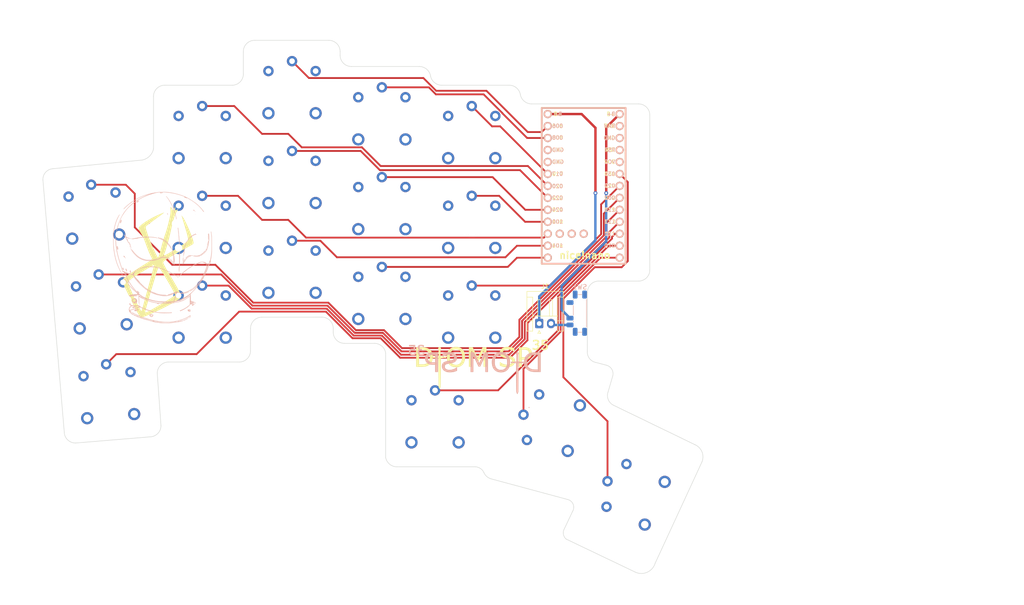
<source format=kicad_pcb>
(kicad_pcb (version 20211014) (generator pcbnew)
  (layers (0 "F.Cu" signal) (31 "B.Cu" signal) (34 "B.Paste" user) (35 "F.Paste" user) (36 "B.SilkS" user "B.Silkscreen") (37 "F.SilkS" user "F.Silkscreen") (38 "B.Mask" user) (39 "F.Mask" user) (44 "Edge.Cuts" user))
  (net 0 "")
  (net 1 "GND")
  (net 6 "VCC")
  (net 7 "B-")
  (net 8 "B+")
  (net 10 "MX1")
  (net 11 "MX2")
  (net 12 "MX3")
  (net 13 "MX4")
  (net 14 "MX5")
  (net 15 "MX6")
  (net 16 "MX7")
  (net 17 "MX8")
  (net 18 "MX9")
  (net 19 "MX10")
  (net 20 "MX11")
  (net 21 "MX12")
  (net 22 "MX13")
  (net 23 "MX14")
  (net 24 "MX15")
  (net 25 "MX16")
  (net 26 "MX17")
  (net 27 "Net-(J1-Pad2)")
  (net 29 "MX18")
  (footprint "hybrid-switches-DoubleSided:Kailh-V1V2-1U-doubleSided-noSilk" (layer "F.Cu") (at 106.3625 50.8)
    (fp_text reference "MX2")
    (fp_text value "MX-NoLED")
  )
  (footprint "hybrid-switches-DoubleSided:Kailh-V1V2-1U-doubleSided-noSilk" (layer "F.Cu") (at 155.73375 111.125)
    (fp_text reference "MX16")
    (fp_text value "MX-NoLED")
  )
  (footprint "hybrid-switches-DoubleSided:Kailh-V1V2-1U-doubleSided-noSilk" (layer "F.Cu") (at 106.3625 69.85)
    (fp_text reference "MX7")
    (fp_text value "MX-NoLED")
  )
  (footprint "MountingHole:MountingHole_2.2mm_M2_DIN965" (layer "F.Cu") (at 175.641 79.629)
    (fp_text reference "H8")
    (fp_text value "MountingHole")
  )
  (footprint "hybrid-switches-DoubleSided:Kailh-V1V2-1U-doubleSided-noSilk" (layer "F.Cu") (at 144.4625 84.93125)
    (fp_text reference "MX14")
    (fp_text value "MX-NoLED")
  )
  (footprint "hybrid-switches-DoubleSided:Kailh-V1V2-1U-doubleSided-noSilk" (layer "F.Cu") (at 83.34375 67.46875 5)
    (fp_text reference "MX1")
    (fp_text value "MX-NoLED")
  )
  (footprint "Connector_JST:JST_EH_S2B-EH_1x02_P2.50mm_Horizontal" (layer "F.Cu") (at 177.82 91.0515)
    (fp_text reference "J1")
    (fp_text value "Conn_01x02_Male")
  )
  (footprint "MountingHole:MountingHole_2.2mm_M2_DIN965" (layer "F.Cu") (at 176.911 123.317)
    (fp_text reference "H12")
    (fp_text value "MountingHole")
  )
  (footprint "MountingHole:MountingHole_2.2mm_M2_DIN965" (layer "F.Cu") (at 134.9375 63.5)
    (fp_text reference "H13")
    (fp_text value "MountingHole")
  )
  (footprint "MountingHole:MountingHole_2.2mm_M2_DIN965" (layer "F.Cu") (at 185.7375 96.8375)
    (fp_text reference "H11")
    (fp_text value "MountingHole")
  )
  (footprint "hybrid-switches-DoubleSided:Kailh-V1V2-1U-doubleSided-noSilk" (layer "F.Cu") (at 84.93125 86.51875 5)
    (fp_text reference "MX6")
    (fp_text value "MX-NoLED")
  )
  (footprint "MountingHole:MountingHole_2.2mm_M2_DIN965" (layer "F.Cu") (at 79.9 113.4)
    (fp_text reference "H2")
    (fp_text value "MountingHole")
  )
  (footprint "MountingHole:MountingHole_2.2mm_M2_DIN965" (layer "F.Cu") (at 113.7 96.2)
    (fp_text reference "H6")
    (fp_text value "MountingHole")
  )
  (footprint "hybrid-switches-DoubleSided:Kailh-V1V2-1U-doubleSided-noSilk" (layer "F.Cu") (at 163.5125 50.8)
    (fp_text reference "MX5")
    (fp_text value "MX-NoLED")
  )
  (footprint "MountingHole:MountingHole_2.2mm_M2_DIN965" (layer "F.Cu") (at 198.882 46.863)
    (fp_text reference "H9")
    (fp_text value "MountingHole")
  )
  (footprint "hybrid-switches-DoubleSided:Kailh-V1V2-1U-doubleSided-noSilk" (layer "F.Cu") (at 144.4625 65.88125)
    (fp_text reference "MX9")
    (fp_text value "MX-NoLED")
  )
  (footprint "hybrid-switches-DoubleSided:Kailh-V1V2-1.5U-doubleSided-noSilk" (layer "F.Cu") (at 180.18125 111.91875 75)
    (fp_text reference "MX17")
    (fp_text value "MX-NoLED")
  )
  (footprint "hybrid-switches-DoubleSided:Kailh-V1V2-1U-doubleSided-noSilk" (layer "F.Cu") (at 125.4125 41.275)
    (fp_text reference "MX3")
    (fp_text value "MX-NoLED")
  )
  (footprint "MountingHole:MountingHole_2.2mm_M2_DIN965" (layer "F.Cu") (at 175.641 46.863)
    (fp_text reference "H7")
    (fp_text value "MountingHole")
  )
  (footprint "hybrid-switches-DoubleSided:Kailh-V1V2-1U-doubleSided-noSilk" (layer "F.Cu") (at 125.4125 79.375)
    (fp_text reference "MX13")
    (fp_text value "MX-NoLED")
  )
  (footprint "MountingHole:MountingHole_2.2mm_M2_DIN965" (layer "F.Cu") (at 75.5 60.8)
    (fp_text reference "H1")
    (fp_text value "MountingHole")
  )
  (footprint "MountingHole:MountingHole_2.2mm_M2_DIN965" (layer "F.Cu") (at 199.1 140.9)
    (fp_text reference "H4")
    (fp_text value "MountingHole")
  )
  (footprint "nice-nano-all-pins:nice_nano" (layer "F.Cu") (at 187.247831 63.1055 -90)
    (fp_text reference "U1" hide)
    (fp_text value "nice_nano" hide)
  )
  (footprint "MountingHole:MountingHole_2.2mm_M2_DIN965" (layer "F.Cu") (at 99.06 43.561)
    (fp_text reference "H17")
    (fp_text value "MountingHole")
  )
  (footprint "hybrid-switches-DoubleSided:Kailh-V1V2-1U-doubleSided-noSilk" (layer "F.Cu") (at 163.5125 88.9)
    (fp_text reference "MX15")
    (fp_text value "MX-NoLED")
  )
  (footprint "hybrid-switches-DoubleSided:Kailh-V1V2-1U-doubleSided-noSilk" (layer "F.Cu") (at 106.3625 88.9)
    (fp_text reference "MX12")
    (fp_text value "MX-NoLED")
  )
  (footprint "MountingHole:MountingHole_2.2mm_M2_DIN965" (layer "F.Cu") (at 209.2 119.2)
    (fp_text reference "H3")
    (fp_text value "MountingHole")
  )
  (footprint "MountingHole:MountingHole_2.2mm_M2_DIN965" (layer "F.Cu") (at 148.59 118.237)
    (fp_text reference "H14")
    (fp_text value "MountingHole")
  )
  (footprint "hybrid-switches-DoubleSided:Kailh-V1V2-1.5U-doubleSided-noSilk" (layer "F.Cu") (at 197.64375 127 65)
    (fp_text reference "MX18")
    (fp_text value "MX-NoLED")
  )
  (footprint "hybrid-switches-DoubleSided:Kailh-V1V2-1U-doubleSided-noSilk" (layer "F.Cu") (at 144.4625 46.83125)
    (fp_text reference "MX4")
    (fp_text value "MX-NoLED")
  )
  (footprint "MountingHole:MountingHole_2.2mm_M2_DIN965" (layer "F.Cu") (at 198.882 79.629)
    (fp_text reference "H10")
    (fp_text value "MountingHole")
  )
  (footprint "hybrid-switches-DoubleSided:Kailh-V1V2-1U-doubleSided-noSilk" (layer "F.Cu") (at 163.5125 69.85)
    (fp_text reference "MX10")
    (fp_text value "MX-NoLED")
  )
  (footprint "hybrid-switches-DoubleSided:Kailh-V1V2-1U-doubleSided-noSilk" (layer "F.Cu") (at 125.4125 60.325)
    (fp_text reference "MX8")
    (fp_text value "MX-NoLED")
  )
  (footprint "MountingHole:MountingHole_2.2mm_M2_DIN965" (layer "F.Cu") (at 94.488 112.014)
    (fp_text reference "H18")
    (fp_text value "MountingHole")
  )
  (footprint "hybrid-switches-DoubleSided:Kailh-V1V2-1U-doubleSided-noSilk" (layer "F.Cu") (at 86.51875 105.56875 5)
    (fp_text reference "MX11")
    (fp_text value "MX-NoLED")
  )
  (footprint "MountingHole:MountingHole_2.2mm_M2_DIN965" (layer "F.Cu") (at 118.237 34.163)
    (fp_text reference "H15")
    (fp_text value "MountingHole")
  )
  (footprint "MountingHole:MountingHole_2.2mm_M2_DIN965" (layer "F.Cu") (at 132.6 34.1)
    (fp_text reference "H5")
    (fp_text value "MountingHole")
  )
  (footprint "led:SHOU HAN MSK12C02-HB" (layer "B.Cu") (at 186.436 88.9 -90)
    (fp_text reference "SW1")
    (fp_text value "SHOU_HAN_MSK12C02-HB")
  )
  (gr_poly (pts (xy 96.979081 72.884427) (xy 96.97287 72.886531) (xy 96.968447 72.889572) (xy 96.967729 72.890757) (xy 96.967721 72.892148) (xy 96.968406 72.89374) (xy 96.969769 72.895526) (xy 96.971794 72.897498) (xy 96.974464 72.89965) (xy 96.981679 72.904466) (xy 96.991284 72.909919) (xy 97.003153 72.915955) (xy 97.017156 72.922518) (xy 97.033167 72.929554) (xy 97.051057 72.937008) (xy 97.070698 72.944826) (xy 97.091962 72.952952) (xy 97.114722 72.961333) (xy 97.138848 72.969912) (xy 97.164213 72.978637) (xy 97.19069 72.987451) (xy 97.21815 72.9963) (xy 97.282181 73.018635) (xy 97.360608 73.049331) (xy 97.450376 73.087011) (xy 97.548433 73.130297) (xy 97.651726 73.177813) (xy 97.757201 73.228182) (xy 97.861806 73.280028) (xy 97.962488 73.331973) (xy 98.098875 73.405316) (xy 98.216259 73.472041) (xy 98.269305 73.503986) (xy 98.319376 73.535552) (xy 98.367065 73.567166) (xy 98.412964 73.599251) (xy 98.457666 73.632234) (xy 98.501761 73.66654) (xy 98.545843 73.702593) (xy 98.590503 73.74082) (xy 98.683929 73.825495) (xy 98.786774 73.923967) (xy 98.919146 74.057299) (xy 99.049356 74.196335) (xy 99.174501 74.337509) (xy 99.291679 74.477258) (xy 99.397988 74.612016) (xy 99.490525 74.738219) (xy 99.530722 74.796998) (xy 99.566389 74.852301) (xy 99.597161 74.903683) (xy 99.622676 74.950699) (xy 99.636283 74.976609) (xy 99.649759 75.000781) (xy 99.662755 75.022686) (xy 99.674919 75.041794) (xy 99.6859 75.057577) (xy 99.690837 75.064056) (xy 99.695347 75.069505) (xy 99.699386 75.073859) (xy 99.70291 75.07705) (xy 99.705876 75.079014) (xy 99.707135 75.079514) (xy 99.708238 75.079683) (xy 99.709172 75.079521) (xy 99.709929 75.079043) (xy 99.710512 75.078255) (xy 99.710924 75.077165) (xy 99.711167 75.075782) (xy 99.711244 75.074113) (xy 99.711158 75.072166) (xy 99.710912 75.069949) (xy 99.70995 75.064738) (xy 99.708382 75.058541) (xy 99.70623 75.051423) (xy 99.703516 75.043447) (xy 99.700262 75.034675) (xy 99.696493 75.025172) (xy 99.692229 75.015001) (xy 99.687494 75.004223) (xy 99.682311 74.992904) (xy 99.676701 74.981106) (xy 99.670687 74.968893) (xy 99.664293 74.956327) (xy 99.664293 74.956329) (xy 99.588413 74.817404) (xy 99.505897 74.681093) (xy 99.417008 74.547646) (xy 99.322008 74.417312) (xy 99.221161 74.290342) (xy 99.114731 74.166985) (xy 99.002979 74.047492) (xy 98.88617 73.932111) (xy 98.764567 73.821094) (xy 98.638432 73.71469) (xy 98.508029 73.613148) (xy 98.373621 73.51672) (xy 98.235471 73.425654) (xy 98.093842 73.3402) (xy 97.948997 73.260609) (xy 97.8012 73.18713) (xy 97.638995 73.112474) (xy 97.488331 73.046713) (xy 97.351739 72.990751) (xy 97.231751 72.945492) (xy 97.130896 72.91184) (xy 97.088435 72.899649) (xy 97.051707 72.8907) (xy 97.021027 72.885104) (xy 96.996713 72.882976)) (layer "B.SilkS") (width 0.022859) (fill solid))
  (gr_poly (pts (xy 102.370647 76.79998) (xy 102.36973 76.800232) (xy 102.368786 76.800717) (xy 102.367815 76.801434) (xy 102.366818 76.802385) (xy 102.365796 76.80357) (xy 102.364749 76.804991) (xy 102.362584 76.80854) (xy 102.360331 76.81304) (xy 102.357995 76.818496) (xy 102.355996 76.823926) (xy 102.354297 76.829449) (xy 102.352897 76.835024) (xy 102.351793 76.840613) (xy 102.350985 76.846177) (xy 102.350471 76.851677) (xy 102.350249 76.857074) (xy 102.350317 76.862328) (xy 102.350674 76.867401) (xy 102.351318 76.872254) (xy 102.352248 76.876848) (xy 102.353462 76.881144) (xy 102.354959 76.885102) (xy 102.356736 76.888685) (xy 102.358793 76.891852) (xy 102.359926 76.893267) (xy 102.361127 76.894565) (xy 102.362352 76.895694) (xy 102.363554 76.896612) (xy 102.36473 76.897322) (xy 102.36588 76.897828) (xy 102.367002 76.898132) (xy 102.367553 76.89821) (xy 102.368096 76.898238) (xy 102.368631 76.898218) (xy 102.369159 76.89815) (xy 102.369679 76.898034) (xy 102.37019 76.897871) (xy 102.371189 76.897403) (xy 102.372153 76.896751) (xy 102.373081 76.895918) (xy 102.373973 76.894907) (xy 102.374826 76.893721) (xy 102.375639 76.892364) (xy 102.376411 76.89084) (xy 102.377141 76.88915) (xy 102.377828 76.8873) (xy 102.378469 76.885292) (xy 102.379064 76.883129) (xy 102.379611 76.880815) (xy 102.380109 76.878354) (xy 102.380557 76.875747) (xy 102.380953 76.873) (xy 102.381296 76.870115) (xy 102.381585 76.867096) (xy 102.381818 76.863945) (xy 102.381994 76.860667) (xy 102.382112 76.857264) (xy 102.38217 76.85374) (xy 102.382166 76.850099) (xy 102.382101 76.846343) (xy 102.381972 76.842476) (xy 102.381973 76.842476) (xy 102.381529 76.834239) (xy 102.380915 76.826873) (xy 102.380138 76.820381) (xy 102.379204 76.814772) (xy 102.378119 76.81005) (xy 102.376889 76.806223) (xy 102.376222 76.804647) (xy 102.375521 76.803296) (xy 102.374787 76.802172) (xy 102.37402 76.801276) (xy 102.373222 76.800608) (xy 102.372393 76.800168) (xy 102.371535 76.799959)) (layer "B.SilkS") (width 0.022859) (fill solid))
  (gr_poly (pts (xy 104.822648 67.22162) (xy 104.821763 67.221774) (xy 104.820889 67.222028) (xy 104.82003 67.222378) (xy 104.819185 67.222823) (xy 104.818356 67.22336) (xy 104.817544 67.223987) (xy 104.81675 67.2247) (xy 104.815975 67.225497) (xy 104.815221 67.226377) (xy 104.814488 67.227335) (xy 104.813778 67.22837) (xy 104.813091 67.229479) (xy 104.812429 67.23066) (xy 104.811794 67.23191) (xy 104.811185 67.233226) (xy 104.810605 67.234607) (xy 104.810053 67.236049) (xy 104.809533 67.237549) (xy 104.809043 67.239106) (xy 104.808587 67.240717) (xy 104.808164 67.242378) (xy 104.807777 67.244089) (xy 104.807425 67.245846) (xy 104.80711 67.247646) (xy 104.806834 67.249487) (xy 104.806597 67.251367) (xy 104.806401 67.253283) (xy 104.806247 67.255232) (xy 104.806135 67.257212) (xy 104.806067 67.259221) (xy 104.806044 67.261255) (xy 104.806099 67.26329) (xy 104.806262 67.265298) (xy 104.80653 67.267278) (xy 104.806902 67.269228) (xy 104.807373 67.271144) (xy 104.807942 67.273023) (xy 104.808605 67.274865) (xy 104.80936 67.276665) (xy 104.810205 67.278422) (xy 104.811136 67.280132) (xy 104.812151 67.281794) (xy 104.813247 67.283405) (xy 104.814422 67.284962) (xy 104.815673 67.286462) (xy 104.816996 67.287904) (xy 104.81839 67.289284) (xy 104.819852 67.290601) (xy 104.821379 67.291851) (xy 104.822968 67.293031) (xy 104.824617 67.294141) (xy 104.826322 67.295176) (xy 104.828082 67.296134) (xy 104.829894 67.297013) (xy 104.831754 67.297811) (xy 104.833661 67.298524) (xy 104.835611 67.29915) (xy 104.837602 67.299687) (xy 104.839631 67.300132) (xy 104.841695 67.300483) (xy 104.843792 67.300736) (xy 104.845919 67.30089) (xy 104.848073 67.300942) (xy 104.850196 67.30089) (xy 104.852228 67.300736) (xy 104.854168 67.300483) (xy 104.856016 67.300132) (xy 104.85777 67.299687) (xy 104.859429 67.29915) (xy 104.860992 67.298524) (xy 104.862457 67.297811) (xy 104.863825 67.297013) (xy 104.865093 67.296134) (xy 104.866261 67.295175) (xy 104.867327 67.29414) (xy 104.86829 67.293031) (xy 104.869149 67.29185) (xy 104.869904 67.2906) (xy 104.870552 67.289284) (xy 104.871093 67.287904) (xy 104.871525 67.286462) (xy 104.871848 67.284961) (xy 104.872061 67.283405) (xy 104.872162 67.281794) (xy 104.87215 67.280132) (xy 104.872023 67.278421) (xy 104.871782 67.276665) (xy 104.871425 67.274864) (xy 104.87095 67.273023) (xy 104.870357 67.271143) (xy 104.869644 67.269227) (xy 104.868811 67.267278) (xy 104.867855 67.265298) (xy 104.866777 67.263289) (xy 104.865575 67.261255) (xy 104.862985 67.257212) (xy 104.86029 67.253283) (xy 104.857511 67.249487) (xy 104.85467 67.245845) (xy 104.851788 67.242378) (xy 104.848886 67.239105) (xy 104.845986 67.236048) (xy 104.843111 67.233226) (xy 104.84028 67.23066) (xy 104.837517 67.22837) (xy 104.834841 67.226376) (xy 104.832276 67.2247) (xy 104.829842 67.22336) (xy 104.827562 67.222378) (xy 104.826485 67.222028) (xy 104.825455 67.221774) (xy 104.824475 67.22162) (xy 104.823545 67.221568)) (layer "B.SilkS") (width 0.022859) (fill solid))
  (gr_poly (pts (xy 92.527616 87.987907) (xy 92.512342 87.988536) (xy 92.496603 87.989598) (xy 92.480405 87.991094) (xy 92.463754 87.993029) (xy 92.446658 87.995405) (xy 92.414388 88.000908) (xy 92.382871 88.007581) (xy 92.352174 88.015348) (xy 92.322362 88.024135) (xy 92.2935 88.033866) (xy 92.265654 88.044465) (xy 92.213275 88.067968) (xy 92.165748 88.094041) (xy 92.123599 88.12208) (xy 92.104706 88.136648) (xy 92.087354 88.151482) (xy 92.071609 88.166506) (xy 92.057537 88.181645) (xy 92.045203 88.196823) (xy 92.034674 88.211966) (xy 92.026014 88.226997) (xy 92.019289 88.241841) (xy 92.014566 88.256422) (xy 92.011909 88.270667) (xy 92.011385 88.284498) (xy 92.013059 88.297841) (xy 92.016996 88.310621) (xy 92.023263 88.322761) (xy 92.031925 88.334187) (xy 92.043047 88.344823) (xy 92.056696 88.354594) (xy 92.072937 88.363425) (xy 92.091835 88.371239) (xy 92.113456 88.377962) (xy 92.13513 88.383456) (xy 92.155839 88.388124) (xy 92.175097 88.391897) (xy 92.192415 88.394706) (xy 92.207304 88.396481) (xy 92.213686 88.39696) (xy 92.219277 88.397153) (xy 92.224017 88.397054) (xy 92.227844 88.396652) (xy 92.230699 88.39594) (xy 92.232518 88.394909) (xy 92.234815 88.393596) (xy 92.239066 88.392057) (xy 92.245166 88.390308) (xy 92.253004 88.388371) (xy 92.273468 88.384007) (xy 92.299591 88.379118) (xy 92.33051 88.373857) (xy 92.365359 88.36838) (xy 92.403274 88.36284) (xy 92.443389 88.35739) (xy 92.468849 88.353743) (xy 92.493194 88.349598) (xy 92.516466 88.344935) (xy 92.538708 88.339737) (xy 92.559965 88.333984) (xy 92.580279 88.327659) (xy 92.599693 88.320741) (xy 92.61825 88.313213) (xy 92.635994 88.305057) (xy 92.652967 88.296252) (xy 92.669213 88.286782) (xy 92.684775 88.276626) (xy 92.699697 88.265767) (xy 92.71402 88.254186) (xy 92.727789 88.241863) (xy 92.741046 88.228782) (xy 92.759964 88.208721) (xy 92.768226 88.199584) (xy 92.775656 88.191094) (xy 92.782228 88.183289) (xy 92.787918 88.176208) (xy 92.792699 88.169889) (xy 92.796546 88.164372) (xy 92.799435 88.159693) (xy 92.801338 88.155893) (xy 92.802231 88.153008) (xy 92.802291 88.151922) (xy 92.802089 88.151079) (xy 92.801622 88.150485) (xy 92.800886 88.150143) (xy 92.799878 88.15006) (xy 92.798596 88.150239) (xy 92.795195 88.151406) (xy 92.790656 88.153681) (xy 92.787922 88.155133) (xy 92.785244 88.15642) (xy 92.782625 88.157543) (xy 92.780066 88.158504) (xy 92.77757 88.159304) (xy 92.775138 88.159944) (xy 92.772773 88.160424) (xy 92.770476 88.160747) (xy 92.76825 88.160914) (xy 92.766096 88.160925) (xy 92.764016 88.160782) (xy 92.762013 88.160485) (xy 92.760088 88.160037) (xy 92.758244 88.159438) (xy 92.756481 88.15869) (xy 92.754804 88.157793) (xy 92.753212 88.15675) (xy 92.751709 88.15556) (xy 92.750296 88.154225) (xy 92.748975 88.152747) (xy 92.747749 88.151126) (xy 92.746618 88.149364) (xy 92.745586 88.147462) (xy 92.744655 88.145421) (xy 92.743825 88.143243) (xy 92.7431 88.140927) (xy 92.74248 88.138477) (xy 92.741969 88.135892) (xy 92.741568 88.133174) (xy 92.741279 88.130324) (xy 92.741104 88.127343) (xy 92.741046 88.124233) (xy 92.740726 88.114236) (xy 92.739849 88.105405) (xy 92.655834 88.105405) (xy 92.655747 88.109351) (xy 92.654975 88.117782) (xy 92.653423 88.126952) (xy 92.652538 88.13082) (xy 92.651472 88.134595) (xy 92.650229 88.138278) (xy 92.648812 88.141864) (xy 92.647225 88.145351) (xy 92.645471 88.148738) (xy 92.643554 88.152021) (xy 92.641478 88.155198) (xy 92.639247 88.158267) (xy 92.636863 88.161226) (xy 92.634331 88.164071) (xy 92.631654 88.166802) (xy 92.628835 88.169414) (xy 92.625879 88.171906) (xy 92.62279 88.174276) (xy 92.619569 88.17652) (xy 92.616222 88.178637) (xy 92.612752 88.180624) (xy 92.609162 88.182479) (xy 92.605457 88.1842) (xy 92.601639 88.185783) (xy 92.597712 88.187227) (xy 92.593681 88.188529) (xy 92.589548 88.189686) (xy 92.585317 88.190697) (xy 92.580992 88.191559) (xy 92.576576 88.19227) (xy 92.572074 88.192826) (xy 92.567488 88.193226) (xy 92.562822 88.193468) (xy 92.558081 88.193548) (xy 92.553267 88.193465) (xy 92.544591 88.193317) (xy 92.536344 88.193472) (xy 92.528559 88.193917) (xy 92.521271 88.194637) (xy 92.514516 88.195619) (xy 92.508327 88.19685) (xy 92.502741 88.198316) (xy 92.497791 88.200003) (xy 92.493513 88.201898) (xy 92.489942 88.203988) (xy 92.487112 88.206258) (xy 92.485985 88.207456) (xy 92.485058 88.208695) (xy 92.484332 88.209972) (xy 92.483814 88.211285) (xy 92.483508 88.212634) (xy 92.483417 88.214016) (xy 92.483547 88.215429) (xy 92.483901 88.216872) (xy 92.484484 88.218344) (xy 92.4853 88.219842) (xy 92.48738 88.223687) (xy 92.488809 88.227418) (xy 92.489606 88.231032) (xy 92.489787 88.234523) (xy 92.48937 88.237887) (xy 92.488373 88.241119) (xy 92.486813 88.244216) (xy 92.484707 88.247171) (xy 92.482073 88.249981) (xy 92.478929 88.252642) (xy 92.475292 88.255148) (xy 92.471178 88.257495) (xy 92.466607 88.259678) (xy 92.461595 88.261694) (xy 92.456159 88.263537) (xy 92.450318 88.265203) (xy 92.444088 88.266687) (xy 92.437488 88.267984) (xy 92.430533 88.269091) (xy 92.423243 88.270003) (xy 92.415634 88.270714) (xy 92.407724 88.271221) (xy 92.399531 88.27152) (xy 92.391071 88.271604) (xy 92.382363 88.27147) (xy 92.373423 88.271114) (xy 92.364269 88.27053) (xy 92.354919 88.269715) (xy 92.34539 88.268663) (xy 92.3357 88.26737) (xy 92.325866 88.265832) (xy 92.315905 88.264043) (xy 92.306656 88.262009) (xy 92.297666 88.259512) (xy 92.288982 88.256588) (xy 92.280651 88.253273) (xy 92.272718 88.2496) (xy 92.265231 88.245606) (xy 92.258237 88.241325) (xy 92.25178 88.236791) (xy 92.24591 88.232042) (xy 92.240671 88.22711) (xy 92.23611 88.222031) (xy 92.232274 88.216841) (xy 92.229209 88.211574) (xy 92.227981 88.208923) (xy 92.226963 88.206265) (xy 92.226161 88.203606) (xy 92.225581 88.20095) (xy 92.225228 88.1983) (xy 92.225109 88.195663) (xy 92.225692 88.190183) (xy 92.227407 88.184589) (xy 92.230207 88.178901) (xy 92.234046 88.173137) (xy 92.238876 88.167316) (xy 92.24465 88.161457) (xy 92.251321 88.155578) (xy 92.25884 88.149699) (xy 92.267162 88.143839) (xy 92.276239 88.138015) (xy 92.296468 88.126556) (xy 92.31915 88.115472) (xy 92.343907 88.104914) (xy 92.37036 88.095034) (xy 92.398131 88.085981) (xy 92.426843 88.077907) (xy 92.456118 88.070963) (xy 92.485578 88.065299) (xy 92.514845 88.061067) (xy 92.54354 88.058417) (xy 92.557556 88.057733) (xy 92.571286 88.0575) (xy 92.583945 88.057721) (xy 92.595488 88.058396) (xy 92.60594 88.059547) (xy 92.615324 88.061193) (xy 92.619624 88.062208) (xy 92.623666 88.063354) (xy 92.627453 88.064634) (xy 92.630988 88.066051) (xy 92.634274 88.067607) (xy 92.637315 88.069304) (xy 92.640112 88.071146) (xy 92.64267 88.073134) (xy 92.644991 88.075271) (xy 92.647078 88.07756) (xy 92.648934 88.080004) (xy 92.650563 88.082604) (xy 92.651966 88.085363) (xy 92.653148 88.088284) (xy 92.654111 88.091369) (xy 92.654858 88.094622) (xy 92.655392 88.098043) (xy 92.655716 88.101637) (xy 92.655834 88.105405) (xy 92.739849 88.105405) (xy 92.739769 88.104596) (xy 92.738183 88.095316) (xy 92.735973 88.0864) (xy 92.733145 88.077849) (xy 92.729707 88.069667) (xy 92.725665 88.061856) (xy 92.721024 88.05442) (xy 92.715791 88.04736) (xy 92.709973 88.040681) (xy 92.703575 88.034383) (xy 92.696605 88.028471) (xy 92.689068 88.022947) (xy 92.680971 88.017814) (xy 92.67232 88.013074) (xy 92.663121 88.008731) (xy 92.653382 88.004787) (xy 92.643107 88.001244) (xy 92.632305 87.998107) (xy 92.620979 87.995376) (xy 92.609139 87.993056) (xy 92.596788 87.99115) (xy 92.583935 87.989658) (xy 92.570584 87.988586) (xy 92.556744 87.987934) (xy 92.542419 87.987707)) (layer "B.SilkS") (width 0.022859) (fill solid))
  (gr_poly (pts (xy 169.650211 97.111316) (xy 169.596155 97.113028) (xy 169.54281 97.115881) (xy 169.490175 97.119875) (xy 169.438251 97.12501) (xy 169.387037 97.131287) (xy 169.336534 97.138704) (xy 169.286742 97.147263) (xy 169.237659 97.156963) (xy 169.189288 97.167805) (xy 169.141627 97.179787) (xy 169.094676 97.192911) (xy 169.048436 97.207176) (xy 169.002907 97.222582) (xy 168.958088 97.239129) (xy 168.91398 97.256818) (xy 168.870302 97.275216) (xy 168.827464 97.294584) (xy 168.785466 97.314921) (xy 168.744308 97.336227) (xy 168.703989 97.358501) (xy 168.66451 97.381745) (xy 168.625871 97.405957) (xy 168.588072 97.431139) (xy 168.551113 97.457289) (xy 168.514993 97.484408) (xy 168.479714 97.512496) (xy 168.445274 97.541553) (xy 168.411673 97.571579) (xy 168.378913 97.602574) (xy 168.346992 97.634537) (xy 168.315912 97.66747) (xy 168.315915 97.667477) (xy 168.285028 97.702413) (xy 168.255066 97.738317) (xy 168.226031 97.775191) (xy 168.197921 97.813033) (xy 168.170736 97.851845) (xy 168.144478 97.891625) (xy 168.119146 97.932374) (xy 168.094739 97.974092) (xy 168.071259 98.016779) (xy 168.048704 98.060435) (xy 168.027075 98.10506) (xy 168.006372 98.150654) (xy 167.986596 98.197216) (xy 167.967745 98.244748) (xy 167.94982 98.293248) (xy 167.932821 98.342717) (xy 167.916467 98.39309) (xy 167.901169 98.444304) (xy 167.886926 98.496357) (xy 167.873738 98.54925) (xy 167.861605 98.602983) (xy 167.850526 98.657555) (xy 167.840503 98.712968) (xy 167.831535 98.76922) (xy 167.823622 98.826312) (xy 167.816764 98.884244) (xy 167.806213 99.002627) (xy 167.799883 99.124369) (xy 167.797773 99.249471) (xy 167.799926 99.374615) (xy 167.806385 99.496486) (xy 167.817151 99.615084) (xy 167.832223 99.730409) (xy 167.851601 99.84246) (xy 167.875286 99.951239) (xy 167.903277 100.056745) (xy 167.935575 100.158978) (xy 167.952886 100.208416) (xy 167.971059 100.256821) (xy 167.990093 100.304191) (xy 168.009989 100.350528) (xy 168.030745 100.395832) (xy 168.052363 100.440101) (xy 168.074843 100.483338) (xy 168.098184 100.52554) (xy 168.122386 100.566709) (xy 168.147449 100.606845) (xy 168.173373 100.645947) (xy 168.200159 100.684015) (xy 168.227806 100.72105) (xy 168.256315 100.757052) (xy 168.285685 100.79202) (xy 168.315915 100.825955) (xy 168.347977 100.860211) (xy 168.38077 100.893391) (xy 168.414295 100.925494) (xy 168.448553 100.956521) (xy 168.483542 100.986471) (xy 168.519263 101.015345) (xy 168.555717 101.043142) (xy 168.592903 101.069863) (xy 168.63082 101.095508) (xy 168.66947 101.120076) (xy 168.708852 101.143567) (xy 168.748966 101.165982) (xy 168.789812 101.187321) (xy 168.83139 101.207583) (xy 168.8737 101.226768) (xy 168.916742 101.244878) (xy 168.960193 101.261898) (xy 169.004419 101.277821) (xy 169.049421 101.292645) (xy 169.095197 101.306371) (xy 169.141749 101.318999) (xy 169.189076 101.330529) (xy 169.237179 101.340961) (xy 169.286056 101.350295) (xy 169.335709 101.358531) (xy 169.386136 101.365668) (xy 169.437339 101.371708) (xy 169.489317 101.376649) (xy 169.54207 101.380493) (xy 169.595599 101.383238) (xy 169.649902 101.384885) (xy 169.70498 101.385434) (xy 169.758767 101.384874) (xy 169.811951 101.383195) (xy 169.864532 101.380395) (xy 169.91651 101.376476) (xy 169.967885 101.371438) (xy 170.018657 101.365279) (xy 170.068827 101.358001) (xy 170.118393 101.349603) (xy 170.167356 101.340086) (xy 170.215717 101.329449) (xy 170.263474 101.317693) (xy 170.310629 101.304816) (xy 170.357181 101.290821) (xy 170.40313 101.275705) (xy 170.448476 101.25947) (xy 170.493219 101.242116) (xy 170.536907 101.223695) (xy 170.579778 101.204263) (xy 170.62183 101.183819) (xy 170.663063 101.162362) (xy 170.703479 101.139893) (xy 170.743076 101.116413) (xy 170.781855 101.09192) (xy 170.819816 101.066416) (xy 170.856959 101.039899) (xy 170.893283 101.01237) (xy 170.928789 100.98383) (xy 170.963477 100.954277) (xy 170.997346 100.923713) (xy 171.030397 100.892136) (xy 171.06263 100.859548) (xy 171.094045 100.825948) (xy 171.124609 100.791356) (xy 171.154291 100.755795) (xy 171.18309 100.719265) (xy 171.211006 100.681766) (xy 171.238039 100.643299) (xy 171.26419 100.603863) (xy 171.289457 100.563458) (xy 171.313842 100.522084) (xy 171.337344 100.479741) (xy 171.359964 100.43643) (xy 171.3817 100.39215) (xy 171.402554 100.346901) (xy 171.422525 100.300683) (xy 171.441613 100.253496) (xy 171.459818 100.205341) (xy 171.47714 100.156216) (xy 171.493159 100.106166) (xy 171.508145 100.055233) (xy 171.522097 100.003417) (xy 171.535016 99.950718) (xy 171.546902 99.897136) (xy 171.557753 99.842671) (xy 171.567572 99.787323) (xy 171.576357 99.731092) (xy 171.584108 99.673979) (xy 171.590826 99.615982) (xy 171.601161 99.49734) (xy 171.607363 99.375167) (xy 171.60943 99.249471) (xy 171.041681 99.249471) (xy 171.04026 99.348937) (xy 171.035996 99.445453) (xy 171.028891 99.53902) (xy 171.018943 99.629637) (xy 171.006153 99.717305) (xy 170.99052 99.802022) (xy 170.972046 99.88379) (xy 170.950729 99.962607) (xy 170.92657 100.038475) (xy 170.899569 100.111393) (xy 170.869726 100.181361) (xy 170.837041 100.248379) (xy 170.801513 100.312447) (xy 170.763143 100.373565) (xy 170.721931 100.431733) (xy 170.677877 100.486951) (xy 170.631433 100.538682) (xy 170.583051 100.587075) (xy 170.532731 100.63213) (xy 170.480473 100.673849) (xy 170.426277 100.712229) (xy 170.370143 100.747272) (xy 170.312072 100.778978) (xy 170.252063 100.807346) (xy 170.190116 100.832377) (xy 170.126231 100.85407) (xy 170.060408 100.872426) (xy 169.992647 100.887444) (xy 169.922949 100.899125) (xy 169.851312 100.907469) (xy 169.777738 100.912475) (xy 169.702226 100.914143) (xy 169.626724 100.912475) (xy 169.553182 100.907469) (xy 169.481599 100.899125) (xy 169.411975 100.887444) (xy 169.344311 100.872426) (xy 169.278607 100.85407) (xy 169.214861 100.832377) (xy 169.153076 100.807346) (xy 169.093249 100.778978) (xy 169.035382 100.747272) (xy 168.979475 100.712229) (xy 168.925527 100.673849) (xy 168.873538 100.63213) (xy 168.823509 100.587075) (xy 168.77544 100.538682) (xy 168.729329 100.486951) (xy 168.685275 100.431733) (xy 168.644063 100.373565) (xy 168.605694 100.312447) (xy 168.570166 100.248379) (xy 168.53748 100.181361) (xy 168.507637 100.111393) (xy 168.480636 100.038475) (xy 168.456477 99.962607) (xy 168.43516 99.88379) (xy 168.416686 99.802022) (xy 168.401054 99.717305) (xy 168.388264 99.629637) (xy 168.378316 99.53902) (xy 168.37121 99.445453) (xy 168.366947 99.348937) (xy 168.365526 99.249471) (xy 168.366925 99.150994) (xy 168.371124 99.055382) (xy 168.378122 98.962633) (xy 168.387919 98.872748) (xy 168.400515 98.785727) (xy 168.41591 98.70157) (xy 168.434105 98.620277) (xy 168.455099 98.541847) (xy 168.478891 98.466281) (xy 168.505483 98.393579) (xy 168.534874 98.323741) (xy 168.567065 98.256767) (xy 168.602054 98.192656) (xy 168.639843 98.131409) (xy 168.68043 98.073026) (xy 168.723817 98.017506) (xy 168.769626 97.964775) (xy 168.817481 97.915446) (xy 168.867382 97.869518) (xy 168.919327 97.826992) (xy 168.973319 97.787869) (xy 169.029356 97.752147) (xy 169.087438 97.719828) (xy 169.147566 97.69091) (xy 169.209739 97.665395) (xy 169.273958 97.643281) (xy 169.340222 97.62457) (xy 169.408532 97.60926) (xy 169.478887 97.597353) (xy 169.551288 97.588848) (xy 169.625734 97.583745) (xy 169.702226 97.582043) (xy 169.779386 97.583745) (xy 169.854457 97.588848) (xy 169.927439 97.597353) (xy 169.998333 97.60926) (xy 170.067138 97.62457) (xy 170.133854 97.643281) (xy 170.198482 97.665395) (xy 170.261022 97.69091) (xy 170.321472 97.719828) (xy 170.379834 97.752147) (xy 170.436108 97.787869) (xy 170.490293 97.826992) (xy 170.542389 97.869518) (xy 170.592397 97.915446) (xy 170.640316 97.964775) (xy 170.686147 98.017506) (xy 170.7292 98.073027) (xy 170.769475 98.131412) (xy 170.806973 98.19266) (xy 170.841693 98.256771) (xy 170.873636 98.323746) (xy 170.9028 98.393585) (xy 170.929188 98.466287) (xy 170.952797 98.541853) (xy 170.973629 98.620282) (xy 170.991684 98.701575) (xy 171.006961 98.785732) (xy 171.01946 98.872752) (xy 171.029181 98.962636) (xy 171.036126 99.055384) (xy 171.040292 99.150995) (xy 171.041681 99.249471) (xy 171.60943 99.249471) (xy 171.60943 99.249463) (xy 171.607363 99.125698) (xy 171.601161 99.005206) (xy 171.590826 98.887987) (xy 171.576357 98.77404) (xy 171.557753 98.663366) (xy 171.535016 98.555965) (xy 171.508145 98.451836) (xy 171.47714 98.35098) (xy 171.460129 98.301477) (xy 171.442172 98.252879) (xy 171.423267 98.205185) (xy 171.403414 98.158396) (xy 171.382614 98.112511) (xy 171.360867 98.06753) (xy 171.338172 98.023454) (xy 171.31453 97.980283) (xy 171.289941 97.938015) (xy 171.264404 97.896653) (xy 171.23792 97.856195) (xy 171.210488 97.816641) (xy 171.182109 97.777991) (xy 171.152782 97.740246) (xy 171.122508 97.703406) (xy 171.091287 97.66747) (xy 171.060518 97.634204) (xy 171.028845 97.601928) (xy 170.996267 97.570642) (xy 170.962785 97.540347) (xy 170.928398 97.511043) (xy 170.893108 97.482729) (xy 170.856913 97.455405) (xy 170.819813 97.429072) (xy 170.781809 97.40373) (xy 170.742901 97.379377) (xy 170.703089 97.356016) (xy 170.662372 97.333644) (xy 170.620751 97.312263) (xy 170.578225 97.291873) (xy 170.534795 97.272473) (xy 170.490461 97.254063) (xy 170.445083 97.236709) (xy 170.399209 97.220474) (xy 170.35284 97.205359) (xy 170.305976 97.191363) (xy 170.258617 97.178487) (xy 170.210762 97.16673) (xy 170.162412 97.156093) (xy 170.113567 97.146576) (xy 170.064227 97.138178) (xy 170.014391 97.1309) (xy 169.96406 97.124742) (xy 169.913234 97.119703) (xy 169.861912 97.115784) (xy 169.810096 97.112985) (xy 169.757784 97.111305) (xy 169.704976 97.110745)) (layer "B.SilkS") (width 0.076199) (fill solid))
  (gr_poly (pts (xy 89.519536 79.205944) (xy 89.514315 79.207105) (xy 89.509453 79.209188) (xy 89.504981 79.21221) (xy 89.500925 79.216185) (xy 89.497317 79.22113) (xy 89.494184 79.227061) (xy 89.491556 79.233992) (xy 89.489461 79.241941) (xy 89.487929 79.250922) (xy 89.486989 79.260951) (xy 89.486669 79.272045) (xy 89.487726 79.297021) (xy 89.490786 79.324348) (xy 89.495684 79.353589) (xy 89.502256 79.384307) (xy 89.510336 79.416063) (xy 89.519759 79.448421) (xy 89.530359 79.480942) (xy 89.541972 79.51319) (xy 89.554432 79.544726) (xy 89.567575 79.575113) (xy 89.581234 79.603914) (xy 89.595246 79.63069) (xy 89.609445 79.655004) (xy 89.623665 79.67642) (xy 89.637741 79.694498) (xy 89.651509 79.708802) (xy 89.663528 79.71961) (xy 89.674163 79.728978) (xy 89.683499 79.736908) (xy 89.69162 79.743401) (xy 89.698609 79.748456) (xy 89.701706 79.750444) (xy 89.704551 79.752074) (xy 89.707155 79.753345) (xy 89.709529 79.754257) (xy 89.711682 79.75481) (xy 89.713627 79.755005) (xy 89.715372 79.754841) (xy 89.716928 79.754318) (xy 89.718307 79.753437) (xy 89.719518 79.752198) (xy 89.720572 79.7506) (xy 89.721479 79.748644) (xy 89.72225 79.74633) (xy 89.722896 79.743658) (xy 89.723426 79.740628) (xy 89.723851 79.73724) (xy 89.72443 79.729391) (xy 89.724716 79.720111) (xy 89.724793 79.709432) (xy 89.724609 79.70275) (xy 89.724071 79.696247) (xy 89.723196 79.689965) (xy 89.722001 79.683938) (xy 89.720507 79.678199) (xy 89.71873 79.672783) (xy 89.716689 79.667723) (xy 89.714401 79.663053) (xy 89.711885 79.658806) (xy 89.70916 79.655016) (xy 89.706243 79.651716) (xy 89.703152 79.648941) (xy 89.701547 79.647761) (xy 89.699906 79.646724) (xy 89.69823 79.645835) (xy 89.696522 79.645099) (xy 89.694784 79.644519) (xy 89.693019 79.644099) (xy 89.691228 79.643844) (xy 89.689415 79.643758) (xy 89.686021 79.642939) (xy 89.682091 79.640543) (xy 89.677669 79.636664) (xy 89.672796 79.631394) (xy 89.661873 79.617051) (xy 89.649665 79.598258) (xy 89.636517 79.575756) (xy 89.622773 79.550288) (xy 89.608775 79.522594) (xy 89.594869 79.493419) (xy 89.581397 79.463502) (xy 89.568704 79.433588) (xy 89.557133 79.404417) (xy 89.547029 79.376732) (xy 89.538734 79.351274) (xy 89.532593 79.328786) (xy 89.528951 79.31001) (xy 89.528173 79.302246) (xy 89.528149 79.295688) (xy 89.528372 79.294437) (xy 89.528838 79.293665) (xy 89.529543 79.29336) (xy 89.53048 79.293515) (xy 89.531642 79.29412) (xy 89.533023 79.295164) (xy 89.534617 79.296639) (xy 89.536419 79.298535) (xy 89.540617 79.30355) (xy 89.545568 79.310133) (xy 89.551223 79.318207) (xy 89.557532 79.327695) (xy 89.564445 79.338522) (xy 89.571912 79.350609) (xy 89.579884 79.363881) (xy 89.58831 79.37826) (xy 89.597143 79.393671) (xy 89.606331 79.410035) (xy 89.615825 79.427277) (xy 89.625575 79.44532) (xy 89.64504 79.480704) (xy 89.662388 79.510309) (xy 89.677579 79.53422) (xy 89.690575 79.552526) (xy 89.696238 79.559605) (xy 89.701336 79.565314) (xy 89.705866 79.569666) (xy 89.709823 79.572671) (xy 89.713201 79.57434) (xy 89.715996 79.574685) (xy 89.718202 79.573715) (xy 89.719816 79.571442) (xy 89.720831 79.567876) (xy 89.721243 79.56303) (xy 89.721048 79.556913) (xy 89.720239 79.549536) (xy 89.716765 79.531048) (xy 89.71078 79.507653) (xy 89.702246 79.479439) (xy 89.691123 79.446492) (xy 89.677372 79.408899) (xy 89.660953 79.366749) (xy 89.654872 79.352178) (xy 89.648543 79.338197) (xy 89.641993 79.324825) (xy 89.635252 79.312075) (xy 89.62835 79.299965) (xy 89.621314 79.288509) (xy 89.614175 79.277724) (xy 89.606961 79.267624) (xy 89.5997 79.258227) (xy 89.592423 79.249548) (xy 89.585157 79.241602) (xy 89.577933 79.234405) (xy 89.570778 79.227973) (xy 89.563723 79.222321) (xy 89.556795 79.217467) (xy 89.550024 79.213424) (xy 89.543439 79.210209) (xy 89.537068 79.207838) (xy 89.530942 79.206326) (xy 89.525088 79.20569)) (layer "B.SilkS") (width 0.022859) (fill solid))
  (gr_poly (pts (xy 107.647116 78.096018) (xy 107.646238 78.096249) (xy 107.645314 78.096629) (xy 107.644346 78.097155) (xy 107.643337 78.097823) (xy 107.642289 78.098628) (xy 107.641205 78.099568) (xy 107.640087 78.100638) (xy 107.638938 78.101834) (xy 107.637759 78.103153) (xy 107.636554 78.10459) (xy 107.635326 78.106143) (xy 107.632806 78.109578) (xy 107.63022 78.113427) (xy 107.627587 78.11766) (xy 107.624927 78.122246) (xy 107.622259 78.127155) (xy 107.619605 78.132356) (xy 107.616982 78.137818) (xy 107.614411 78.143512) (xy 107.611912 78.149406) (xy 107.609503 78.15547) (xy 107.607376 78.161535) (xy 107.605699 78.167429) (xy 107.604466 78.173123) (xy 107.603667 78.178586) (xy 107.603295 78.183787) (xy 107.603343 78.188696) (xy 107.603801 78.193282) (xy 107.604662 78.197515) (xy 107.605242 78.19949) (xy 107.605919 78.201364) (xy 107.606692 78.203136) (xy 107.607562 78.2048) (xy 107.608526 78.206352) (xy 107.609584 78.20779) (xy 107.610735 78.209109) (xy 107.611978 78.210305) (xy 107.613311 78.211375) (xy 107.614734 78.212314) (xy 107.616246 78.21312) (xy 107.617845 78.213787) (xy 107.619532 78.214313) (xy 107.621304 78.214693) (xy 107.623161 78.214924) (xy 107.625101 78.215002) (xy 107.627072 78.214924) (xy 107.629017 78.214693) (xy 107.630935 78.214313) (xy 107.632823 78.213787) (xy 107.634679 78.21312) (xy 107.6365 78.212314) (xy 107.638284 78.211375) (xy 107.640027 78.210305) (xy 107.641729 78.209109) (xy 107.643386 78.20779) (xy 107.644996 78.206352) (xy 107.646556 78.2048) (xy 107.648064 78.203136) (xy 107.649517 78.201364) (xy 107.650914 78.19949) (xy 107.652251 78.197515) (xy 107.653526 78.195445) (xy 107.654737 78.193282) (xy 107.65588 78.191031) (xy 107.656955 78.188696) (xy 107.657958 78.18628) (xy 107.658886 78.183787) (xy 107.659738 78.181221) (xy 107.66051 78.178586) (xy 107.661201 78.175885) (xy 107.661808 78.173123) (xy 107.662328 78.170303) (xy 107.662759 78.167429) (xy 107.663099 78.164505) (xy 107.663344 78.161535) (xy 107.663493 78.158522) (xy 107.663544 78.15547) (xy 107.663463 78.149406) (xy 107.663225 78.143512) (xy 107.662839 78.137818) (xy 107.662313 78.132356) (xy 107.661654 78.127155) (xy 107.66087 78.122246) (xy 107.65997 78.11766) (xy 107.658962 78.113427) (xy 107.657853 78.109578) (xy 107.656651 78.106143) (xy 107.655365 78.103153) (xy 107.654002 78.100638) (xy 107.652571 78.098628) (xy 107.651079 78.097155) (xy 107.650313 78.096629) (xy 107.649535 78.096249) (xy 107.648745 78.096018) (xy 107.647946 78.09594)) (layer "B.SilkS") (width 0.022859) (fill solid))
  (gr_poly (pts (xy 95.902992 89.171462) (xy 95.899007 89.173297) (xy 95.895398 89.176169) (xy 95.894084 89.177671) (xy 95.892941 89.179374) (xy 95.891966 89.18127) (xy 95.891157 89.183352) (xy 95.890513 89.185613) (xy 95.89003 89.188047) (xy 95.889707 89.190645) (xy 95.889543 89.193401) (xy 95.889534 89.196307) (xy 95.889679 89.199357) (xy 95.889977 89.202543) (xy 95.890424 89.205857) (xy 95.891759 89.212844) (xy 95.893669 89.220261) (xy 95.896139 89.228049) (xy 95.89915 89.236152) (xy 95.902688 89.244513) (xy 95.906735 89.253073) (xy 95.911276 89.261775) (xy 95.916293 89.270562) (xy 95.921772 89.279377) (xy 95.927695 89.288161) (xy 95.933868 89.296614) (xy 95.940099 89.304456) (xy 95.946346 89.311663) (xy 95.952566 89.318208) (xy 95.958719 89.324069) (xy 95.964761 89.32922) (xy 95.970651 89.333636) (xy 95.976346 89.337294) (xy 95.979107 89.33883) (xy 95.981804 89.340167) (xy 95.984432 89.341302) (xy 95.986984 89.342232) (xy 95.989456 89.342954) (xy 95.991843 89.343464) (xy 95.994138 89.34376) (xy 95.996338 89.343838) (xy 95.998437 89.343696) (xy 96.000429 89.34333) (xy 96.002309 89.342737) (xy 96.004072 89.341914) (xy 96.005713 89.340859) (xy 96.007226 89.339567) (xy 96.008606 89.338036) (xy 96.009848 89.336263) (xy 96.012166 89.331585) (xy 96.013726 89.326358) (xy 96.014566 89.320633) (xy 96.014722 89.314464) (xy 96.014233 89.307903) (xy 96.013137 89.301004) (xy 96.011471 89.29382) (xy 96.009274 89.286403) (xy 96.003437 89.271083) (xy 95.995926 89.255467) (xy 95.987046 89.23998) (xy 95.977098 89.225043) (xy 95.966385 89.21108) (xy 95.955211 89.198514) (xy 95.943876 89.18777) (xy 95.938243 89.183212) (xy 95.932684 89.179269) (xy 95.927237 89.175992) (xy 95.921938 89.173435) (xy 95.916827 89.171651) (xy 95.91194 89.170692) (xy 95.907316 89.170611)) (layer "B.SilkS") (width 0.022859) (fill solid))
  (gr_poly (pts (xy 90.064209 72.742673) (xy 90.063444 72.744038) (xy 90.063167 72.746095) (xy 90.063366 72.748828) (xy 90.06403 72.752217) (xy 90.066713 72.760887) (xy 90.071133 72.771954) (xy 90.077204 72.785269) (xy 90.084841 72.800679) (xy 90.093962 72.818035) (xy 90.10448 72.837185) (xy 90.116313 72.857978) (xy 90.129374 72.880265) (xy 90.143581 72.903893) (xy 90.158848 72.928712) (xy 90.192226 72.981321) (xy 90.228832 73.036885) (xy 90.269759 73.10017) (xy 90.31552 73.17491) (xy 90.364571 73.258347) (xy 90.415368 73.34772) (xy 90.466367 73.440273) (xy 90.516026 73.533247) (xy 90.562801 73.623882) (xy 90.605148 73.709422) (xy 90.643218 73.787332) (xy 90.677735 73.856101) (xy 90.708013 73.914503) (xy 90.733369 73.961313) (xy 90.753119 73.995306) (xy 90.76658 74.015257) (xy 90.770737 74.019584) (xy 90.772136 74.020268) (xy 90.773066 74.01994) (xy 90.773481 74.016174) (xy 90.771895 74.008131) (xy 90.771895 74.008129) (xy 90.759318 73.961395) (xy 90.745329 73.914105) (xy 90.729942 73.866293) (xy 90.713175 73.817994) (xy 90.695042 73.769244) (xy 90.67556 73.720076) (xy 90.654745 73.670526) (xy 90.632612 73.620629) (xy 90.584458 73.519932) (xy 90.531223 73.418263) (xy 90.473037 73.315903) (xy 90.410024 73.213129) (xy 90.322697 73.07644) (xy 90.251363 72.966618) (xy 90.194325 72.881357) (xy 90.149887 72.818348) (xy 90.116353 72.775283) (xy 90.103145 72.760508) (xy 90.092027 72.749854) (xy 90.082786 72.743032) (xy 90.075211 72.739753) (xy 90.069089 72.73973)) (layer "B.SilkS") (width 0.022859) (fill solid))
  (gr_poly (pts (xy 104.601438 66.94567) (xy 104.597788 66.946146) (xy 104.594335 66.947093) (xy 104.591091 66.94852) (xy 104.588068 66.950437) (xy 104.585278 66.952854) (xy 104.584541 66.953854) (xy 104.584083 66.955089) (xy 104.5839 66.956553) (xy 104.583985 66.958239) (xy 104.584334 66.96014) (xy 104.584939 66.962247) (xy 104.585797 66.964554) (xy 104.5869 66.967054) (xy 104.588245 66.969739) (xy 104.589824 66.972602) (xy 104.593665 66.978833) (xy 104.598379 66.98569) (xy 104.60392 66.993113) (xy 104.610245 67.001047) (xy 104.617308 67.009431) (xy 104.625064 67.018209) (xy 104.63347 67.027322) (xy 104.642478 67.036713) (xy 104.652046 67.046323) (xy 104.662129 67.056094) (xy 104.67268 67.065969) (xy 104.705584 67.096057) (xy 104.718818 67.107924) (xy 104.730007 67.117688) (xy 104.739224 67.125361) (xy 104.746545 67.130953) (xy 104.752044 67.134476) (xy 104.754133 67.135466) (xy 104.755795 67.135942) (xy 104.757039 67.135907) (xy 104.757874 67.135361) (xy 104.758309 67.134307) (xy 104.758354 67.132746) (xy 104.758017 67.130678) (xy 104.75731 67.128106) (xy 104.754816 67.121455) (xy 104.750948 67.112802) (xy 104.74578 67.10216) (xy 104.731842 67.074951) (xy 104.731842 67.07495) (xy 104.722615 67.058088) (xy 104.712961 67.042092) (xy 104.702971 67.027041) (xy 104.69274 67.013012) (xy 104.682361 67.000084) (xy 104.671929 66.988335) (xy 104.661537 66.977842) (xy 104.651278 66.968684) (xy 104.641248 66.96094) (xy 104.631538 66.954686) (xy 104.626833 66.952143) (xy 104.622244 66.950002) (xy 104.617781 66.948273) (xy 104.613458 66.946965) (xy 104.609285 66.946089) (xy 104.605275 66.945654)) (layer "B.SilkS") (width 0.022859) (fill solid))
  (gr_poly (pts (xy 100.617256 80.776053) (xy 100.614941 80.776555) (xy 100.61285 80.777415) (xy 100.610975 80.778639) (xy 100.609305 80.780231) (xy 100.607833 80.782196) (xy 100.606547 80.78454) (xy 100.60544 80.787267) (xy 100.604501 80.790381) (xy 100.603721 80.793889) (xy 100.60309 80.797795) (xy 100.6026 80.802104) (xy 100.60224 80.806821) (xy 100.601876 80.817498) (xy 100.601922 80.829866) (xy 100.602303 80.843964) (xy 100.602729 80.852829) (xy 100.603353 80.860924) (xy 100.604162 80.868228) (xy 100.605143 80.874722) (xy 100.606286 80.880387) (xy 100.607578 80.885203) (xy 100.609006 80.88915) (xy 100.610559 80.892209) (xy 100.611378 80.893398) (xy 100.612224 80.894359) (xy 100.613095 80.895087) (xy 100.61399 80.895582) (xy 100.614906 80.895839) (xy 100.615843 80.895857) (xy 100.616799 80.895633) (xy 100.617773 80.895165) (xy 100.618762 80.89445) (xy 100.619766 80.893486) (xy 100.620782 80.89227) (xy 100.62181 80.8908) (xy 100.623895 80.887089) (xy 100.626006 80.882332) (xy 100.627493 80.878753) (xy 100.628996 80.875398) (xy 100.630518 80.872266) (xy 100.632064 80.869357) (xy 100.633638 80.866671) (xy 100.635244 80.864207) (xy 100.636887 80.861965) (xy 100.638571 80.859945) (xy 100.640299 80.858146) (xy 100.642077 80.856569) (xy 100.643909 80.855212) (xy 100.645798 80.854077) (xy 100.64775 80.853161) (xy 100.649767 80.852466) (xy 100.651855 80.851991) (xy 100.654018 80.851735) (xy 100.65626 80.851699) (xy 100.658585 80.851882) (xy 100.660998 80.852283) (xy 100.663502 80.852903) (xy 100.666102 80.85374) (xy 100.668802 80.854796) (xy 100.671607 80.85607) (xy 100.67452 80.85756) (xy 100.677547 80.859268) (xy 100.68069 80.861193) (xy 100.683955 80.863334) (xy 100.687345 80.865691) (xy 100.690865 80.868264) (xy 100.69452 80.871052) (xy 100.702248 80.877276) (xy 100.707919 80.881801) (xy 100.713431 80.885842) (xy 100.718756 80.889395) (xy 100.723864 80.892453) (xy 100.728728 80.895011) (xy 100.733318 80.897063) (xy 100.737607 80.898603) (xy 100.741566 80.899625) (xy 100.743412 80.89994) (xy 100.745165 80.900124) (xy 100.746822 80.900176) (xy 100.748378 80.900094) (xy 100.74983 80.899879) (xy 100.751174 80.899529) (xy 100.752407 80.899045) (xy 100.753526 80.898424) (xy 100.754526 80.897667) (xy 100.755405 80.896772) (xy 100.756158 80.89574) (xy 100.756783 80.894568) (xy 100.757274 80.893258) (xy 100.75763 80.891807) (xy 100.757846 80.890215) (xy 100.757919 80.888482) (xy 100.757919 80.888473) (xy 100.757815 80.886614) (xy 100.757507 80.88465) (xy 100.757 80.882587) (xy 100.756299 80.88043) (xy 100.755409 80.878185) (xy 100.754335 80.875857) (xy 100.753082 80.87345) (xy 100.751656 80.870972) (xy 100.748302 80.86582) (xy 100.744315 80.860444) (xy 100.739735 80.854888) (xy 100.734603 80.849194) (xy 100.728959 80.843406) (xy 100.722844 80.837567) (xy 100.716299 80.831722) (xy 100.709364 80.825912) (xy 100.702081 80.820182) (xy 100.694489 80.814575) (xy 100.68663 80.809134) (xy 100.678545 80.803903) (xy 100.666001 80.796196) (xy 100.654845 80.789665) (xy 100.645002 80.784352) (xy 100.64055 80.782164) (xy 100.636397 80.780294) (xy 100.632535 80.778749) (xy 100.628954 80.777532) (xy 100.625646 80.776649) (xy 100.622599 80.776105) (xy 100.619806 80.775905)) (layer "B.SilkS") (width 0.022859) (fill solid))
  (gr_poly (pts (xy 89.724793 79.709432) (xy 89.724793 79.70944) (xy 89.724793 79.709402)) (layer "B.SilkS") (width 0.022859) (fill solid))
  (gr_poly (pts (xy 100.21635 77.992385) (xy 100.214974 77.992659) (xy 100.213644 77.993122) (xy 100.212362 77.993776) (xy 100.211133 77.994624) (xy 100.209958 77.995669) (xy 100.208884 77.996873) (xy 100.20795 77.998187) (xy 100.207156 77.999609) (xy 100.206501 78.001133) (xy 100.205981 78.002754) (xy 100.205595 78.004469) (xy 100.205343 78.006273) (xy 100.205221 78.00816) (xy 100.205229 78.010127) (xy 100.205363 78.012169) (xy 100.205624 78.014282) (xy 100.206009 78.01646) (xy 100.206515 78.018699) (xy 100.207143 78.020996) (xy 100.207889 78.023344) (xy 100.208752 78.02574) (xy 100.20973 78.028179) (xy 100.210822 78.030657) (xy 100.21334 78.035709) (xy 100.21629 78.040861) (xy 100.21966 78.046076) (xy 100.223436 78.051317) (xy 100.227603 78.056548) (xy 100.232148 78.061732) (xy 100.237056 78.066833) (xy 100.244001 78.073616) (xy 100.250147 78.079368) (xy 100.255507 78.084076) (xy 100.257895 78.086035) (xy 100.260092 78.087728) (xy 100.262098 78.089154) (xy 100.263915 78.090312) (xy 100.265545 78.091199) (xy 100.266989 78.091814) (xy 100.268249 78.092156) (xy 100.269327 78.092222) (xy 100.270223 78.092012) (xy 100.27094 78.091525) (xy 100.271478 78.090757) (xy 100.271841 78.089708) (xy 100.272029 78.088376) (xy 100.272043 78.08676) (xy 100.271886 78.084858) (xy 100.271558 78.082669) (xy 100.271062 78.08019) (xy 100.2704 78.077421) (xy 100.268579 78.071004) (xy 100.266109 78.063406) (xy 100.263003 78.054614) (xy 100.259272 78.044616) (xy 100.259272 78.044618) (xy 100.256395 78.037484) (xy 100.253373 78.030776) (xy 100.250232 78.024519) (xy 100.246995 78.018739) (xy 100.243689 78.01346) (xy 100.240338 78.008708) (xy 100.236969 78.004508) (xy 100.233606 78.000884) (xy 100.230274 77.997862) (xy 100.227 77.995468) (xy 100.225392 77.994513) (xy 100.223807 77.993725) (xy 100.222249 77.993106) (xy 100.220722 77.992659) (xy 100.219227 77.992388) (xy 100.217769 77.992296)) (layer "B.SilkS") (width 0.022859) (fill solid))
  (gr_poly (pts (xy 89.178937 69.013972) (xy 89.178053 69.014223) (xy 89.177306 69.014614) (xy 89.176697 69.015143) (xy 89.176225 69.01581) (xy 89.175892 69.016616) (xy 89.175696 69.017559) (xy 89.17564 69.01864) (xy 89.175722 69.019857) (xy 89.175944 69.021211) (xy 89.176306 69.022701) (xy 89.176808 69.024327) (xy 89.17745 69.026088) (xy 89.178233 69.027983) (xy 89.179158 69.030014) (xy 89.180224 69.032178) (xy 89.182782 69.036907) (xy 89.185911 69.042168) (xy 89.187359 69.044777) (xy 89.188563 69.047515) (xy 89.189526 69.050378) (xy 89.190251 69.053358) (xy 89.190741 69.056452) (xy 89.190999 69.059651) (xy 89.191028 69.062952) (xy 89.19083 69.066348) (xy 89.190409 69.069832) (xy 89.189768 69.0734) (xy 89.18891 69.077046) (xy 89.187837 69.080764) (xy 89.186552 69.084547) (xy 89.185059 69.08839) (xy 89.18336 69.092288) (xy 89.181458 69.096234) (xy 89.179357 69.100222) (xy 89.177059 69.104248) (xy 89.171883 69.112386) (xy 89.165956 69.120601) (xy 89.159299 69.128848) (xy 89.151938 69.137078) (xy 89.143895 69.145246) (xy 89.135193 69.153306) (xy 89.125857 69.16121) (xy 89.117476 69.168554) (xy 89.109015 69.177048) (xy 89.091947 69.197244) (xy 89.074839 69.221307) (xy 89.057879 69.248744) (xy 89.041257 69.279065) (xy 89.025158 69.311778) (xy 89.009772 69.346392) (xy 88.995286 69.382414) (xy 88.981887 69.419355) (xy 88.969764 69.456721) (xy 88.959105 69.494022) (xy 88.950097 69.530767) (xy 88.942928 69.566463) (xy 88.937786 69.60062) (xy 88.934858 69.632745) (xy 88.934333 69.662348) (xy 88.935177 69.690171) (xy 88.935952 69.70029) (xy 88.936529 69.704215) (xy 88.937271 69.707314) (xy 88.938207 69.709533) (xy 88.938757 69.710295) (xy 88.939366 69.710818) (xy 88.940038 69.711094) (xy 88.940777 69.711117) (xy 88.941586 69.710881) (xy 88.942469 69.710377) (xy 88.944471 69.708545) (xy 88.946812 69.705567) (xy 88.949521 69.701391) (xy 88.952627 69.695963) (xy 88.956159 69.68923) (xy 88.960146 69.681139) (xy 88.969601 69.66067) (xy 88.981224 69.634133) (xy 88.995246 69.601101) (xy 89.031418 69.513857) (xy 89.079971 69.395538) (xy 89.086315 69.380594) (xy 89.092819 69.366277) (xy 89.099434 69.352653) (xy 89.106112 69.339787) (xy 89.112806 69.327745) (xy 89.119467 69.316591) (xy 89.126047 69.30639) (xy 89.132498 69.297209) (xy 89.138772 69.289112) (xy 89.144822 69.282164) (xy 89.150598 69.276432) (xy 89.156053 69.271979) (xy 89.16114 69.268872) (xy 89.163529 69.267843) (xy 89.165808 69.267175) (xy 89.167971 69.266876) (xy 89.170012 69.266954) (xy 89.171925 69.267417) (xy 89.173703 69.268274) (xy 89.176859 69.271343) (xy 89.179146 69.276026) (xy 89.180603 69.282219) (xy 89.181267 69.289818) (xy 89.180372 69.308818) (xy 89.176767 69.332193) (xy 89.170756 69.35911) (xy 89.162646 69.388737) (xy 89.152742 69.420239) (xy 89.14135 69.452786) (xy 89.128776 69.485542) (xy 89.115325 69.517677) (xy 89.101304 69.548356) (xy 89.087017 69.576748) (xy 89.07277 69.602018) (xy 89.05887 69.623334) (xy 89.045621 69.639864) (xy 89.039336 69.646074) (xy 89.033329 69.650774) (xy 89.030677 69.652608) (xy 89.028195 69.654453) (xy 89.025882 69.65631) (xy 89.023739 69.658181) (xy 89.021766 69.660067) (xy 89.019962 69.661968) (xy 89.018328 69.663886) (xy 89.016864 69.665821) (xy 89.015569 69.667775) (xy 89.014444 69.669749) (xy 89.013489 69.671744) (xy 89.012703 69.67376) (xy 89.012087 69.6758) (xy 89.011641 69.677863) (xy 89.011364 69.679951) (xy 89.011256 69.682065) (xy 89.011318 69.684205) (xy 89.01155 69.686374) (xy 89.011951 69.688572) (xy 89.012521 69.6908) (xy 89.013261 69.693058) (xy 89.01417 69.695349) (xy 89.015249 69.697673) (xy 89.016497 69.700031) (xy 89.017915 69.702424) (xy 89.019502 69.704854) (xy 89.021258 69.70732) (xy 89.023183 69.709825) (xy 89.025278 69.712369) (xy 89.027542 69.714953) (xy 89.029976 69.717579) (xy 89.032579 69.720247) (xy 89.0353 69.722728) (xy 89.038086 69.72479) (xy 89.040939 69.726432) (xy 89.04386 69.727652) (xy 89.046851 69.728446) (xy 89.049916 69.728815) (xy 89.053054 69.728754) (xy 89.056268 69.728263) (xy 89.059561 69.727339) (xy 89.062934 69.72598) (xy 89.066388 69.724184) (xy 89.069926 69.721949) (xy 89.07355 69.719273) (xy 89.077262 69.716155) (xy 89.081063 69.712591) (xy 89.084956 69.70858) (xy 89.088942 69.70412) (xy 89.093023 69.699209) (xy 89.097202 69.693844) (xy 89.101479 69.688025) (xy 89.105857 69.681748) (xy 89.110339 69.675011) (xy 89.114925 69.667813) (xy 89.119617 69.660152) (xy 89.124419 69.652025) (xy 89.129331 69.643431) (xy 89.139493 69.624832) (xy 89.150121 69.604338) (xy 89.161229 69.581933) (xy 89.161232 69.581932) (xy 89.161235 69.581932) (xy 89.161239 69.581932) (xy 89.161242 69.581932) (xy 89.161247 69.581932) (xy 89.16125 69.581931) (xy 89.161251 69.581931) (xy 89.178018 69.544343) (xy 89.193096 69.504405) (xy 89.206442 69.462696) (xy 89.218013 69.419798) (xy 89.227766 69.376291) (xy 89.235658 69.332756) (xy 89.241646 69.289773) (xy 89.245686 69.247923) (xy 89.247735 69.207785) (xy 89.247751 69.169942) (xy 89.24569 69.134973) (xy 89.241509 69.103458) (xy 89.235166 69.075979) (xy 89.226616 69.053116) (xy 89.2215 69.043596) (xy 89.215816 69.035448) (xy 89.20956 69.028745) (xy 89.202725 69.023558) (xy 89.197594 69.020513) (xy 89.192994 69.018043) (xy 89.190894 69.017023) (xy 89.188927 69.016146) (xy 89.187095 69.015412) (xy 89.185397 69.014819) (xy 89.183834 69.014368) (xy 89.182406 69.014058) (xy 89.181113 69.013889) (xy 89.179957 69.013861)) (layer "B.SilkS") (width 0.022859) (fill solid))
  (gr_poly (pts (xy 99.003603 67.658311) (xy 99.0001 67.658855) (xy 98.996816 67.659763) (xy 98.993752 67.661035) (xy 98.990908 67.662672) (xy 98.988283 67.664673) (xy 98.985878 67.667041) (xy 98.983692 67.669775) (xy 98.981725 67.672875) (xy 98.979978 67.676343) (xy 98.97845 67.680179) (xy 98.977142 67.684383) (xy 98.976053 67.688956) (xy 98.975183 67.693898) (xy 98.974532 67.69921) (xy 98.974101 67.704893) (xy 98.973889 67.710947) (xy 98.973896 67.717372) (xy 98.974122 67.72417) (xy 98.974568 67.73134) (xy 98.975232 67.738884) (xy 98.976116 67.746801) (xy 98.977218 67.755092) (xy 98.97854 67.763758) (xy 98.98008 67.7728) (xy 98.981839 67.782217) (xy 98.983818 67.792011) (xy 98.986015 67.802182) (xy 98.988431 67.81273) (xy 98.991065 67.823656) (xy 98.996991 67.846645) (xy 99.0005 67.859181) (xy 99.004029 67.870712) (xy 99.007565 67.881247) (xy 99.011096 67.890796) (xy 99.01461 67.899367) (xy 99.018094 67.906972) (xy 99.021538 67.91362) (xy 99.024929 67.919319) (xy 99.028254 67.924081) (xy 99.031502 67.927915) (xy 99.03466 67.93083) (xy 99.037717 67.932836) (xy 99.04066 67.933943) (xy 99.043477 67.934161) (xy 99.046157 67.933499) (xy 99.048686 67.931967) (xy 99.051053 67.929574) (xy 99.053246 67.926331) (xy 99.055253 67.922247) (xy 99.057061 67.917331) (xy 99.058659 67.911594) (xy 99.060034 67.905045) (xy 99.061175 67.897694) (xy 99.062069 67.889551) (xy 99.062704 67.880624) (xy 99.063068 67.870925) (xy 99.063149 67.860462) (xy 99.062935 67.849245) (xy 99.062413 67.837285) (xy 99.061572 67.82459) (xy 99.058884 67.797036) (xy 99.058888 67.797036) (xy 99.057051 67.782885) (xy 99.054907 67.769132) (xy 99.052481 67.755847) (xy 99.0498 67.743101) (xy 99.046889 67.730965) (xy 99.043777 67.719511) (xy 99.040488 67.70881) (xy 99.03705 67.698933) (xy 99.033489 67.689951) (xy 99.02983 67.681936) (xy 99.026102 67.674959) (xy 99.022329 67.66909) (xy 99.018539 67.664402) (xy 99.014757 67.660965) (xy 99.012878 67.659738) (xy 99.011011 67.65885) (xy 99.009159 67.658311) (xy 99.007326 67.658129)) (layer "B.SilkS") (width 0.022859) (fill solid))
  (gr_poly (pts (xy 92.027168 85.696043) (xy 91.999224 85.698221) (xy 91.970882 85.702006) (xy 91.942162 85.707415) (xy 91.913086 85.714464) (xy 91.884108 85.723781) (xy 91.854188 85.736217) (xy 91.823702 85.751431) (xy 91.793028 85.769082) (xy 91.762543 85.788826) (xy 91.732622 85.810322) (xy 91.703643 85.833229) (xy 91.675983 85.857203) (xy 91.650018 85.881904) (xy 91.626125 85.906988) (xy 91.604681 85.932114) (xy 91.586063 85.956941) (xy 91.570647 85.981125) (xy 91.55881 86.004326) (xy 91.554352 86.01545) (xy 91.550929 86.026201) (xy 91.54859 86.036534) (xy 91.547381 86.046407) (xy 91.546488 86.057276) (xy 91.545101 86.070342) (xy 91.543292 86.085112) (xy 91.54113 86.101088) (xy 91.538686 86.117777) (xy 91.536028 86.134682) (xy 91.533228 86.151308) (xy 91.530355 86.167161) (xy 91.528993 86.177444) (xy 91.52857 86.188709) (xy 91.52905 86.200887) (xy 91.530398 86.21391) (xy 91.535556 86.242217) (xy 91.543761 86.273083) (xy 91.554731 86.305961) (xy 91.568182 86.340304) (xy 91.583832 86.375567) (xy 91.601399 86.411202) (xy 91.620599 86.446662) (xy 91.64115 86.481402) (xy 91.662769 86.514874) (xy 91.685174 86.546531) (xy 91.708082 86.575827) (xy 91.731209 86.602215) (xy 91.754274 86.625149) (xy 91.776993 86.644082) (xy 91.802752 86.661298) (xy 91.83134 86.676783) (xy 91.862399 86.690504) (xy 91.895569 86.702429) (xy 91.93049 86.712526) (xy 91.966804 86.720762) (xy 92.004151 86.727105) (xy 92.042171 86.731523) (xy 92.080506 86.733983) (xy 92.118795 86.734453) (xy 92.15668 86.7329) (xy 92.193801 86.729292) (xy 92.229799 86.723596) (xy 92.264315 86.715781) (xy 92.296988 86.705814) (xy 92.327461 86.693662) (xy 92.327463 86.693662) (xy 92.342103 86.686515) (xy 92.356461 86.678489) (xy 92.370516 86.669624) (xy 92.38425 86.659957) (xy 92.397644 86.649527) (xy 92.410679 86.638372) (xy 92.423335 86.626532) (xy 92.435595 86.614044) (xy 92.447439 86.600947) (xy 92.458847 86.587279) (xy 92.469801 86.573079) (xy 92.480283 86.558386) (xy 92.490272 86.543237) (xy 92.49975 86.527672) (xy 92.508698 86.511728) (xy 92.517097 86.495445) (xy 92.524928 86.47886) (xy 92.532172 86.462013) (xy 92.53881 86.444941) (xy 92.544823 86.427683) (xy 92.548739 86.414985) (xy 92.423349 86.414985) (xy 92.423223 86.417387) (xy 92.422828 86.42003) (xy 92.42217 86.422903) (xy 92.421256 86.425998) (xy 92.418687 86.432814) (xy 92.415174 86.440401) (xy 92.410771 86.448683) (xy 92.405531 86.457584) (xy 92.399508 86.467026) (xy 92.392757 86.476934) (xy 92.385329 86.487232) (xy 92.377279 86.497843) (xy 92.36866 86.508691) (xy 92.359527 86.5197) (xy 92.349932 86.530792) (xy 92.339929 86.541893) (xy 92.329572 86.552925) (xy 92.318914 86.563813) (xy 92.304559 86.577707) (xy 92.290416 86.590435) (xy 92.276407 86.602028) (xy 92.262454 86.612519) (xy 92.248478 86.621938) (xy 92.234401 86.630318) (xy 92.220145 86.637689) (xy 92.205632 86.644085) (xy 92.190783 86.649535) (xy 92.17552 86.654072) (xy 92.159765 86.657727) (xy 92.14344 86.660531) (xy 92.126466 86.662518) (xy 92.108765 86.663717) (xy 92.090258 86.66416) (xy 92.070868 86.66388) (xy 91.927451 86.659321) (xy 92.083967 86.629191) (xy 92.102786 86.62517) (xy 92.121262 86.620425) (xy 92.139374 86.614968) (xy 92.157099 86.608811) (xy 92.174416 86.601967) (xy 92.191304 86.594449) (xy 92.20774 86.586268) (xy 92.223704 86.577438) (xy 92.239174 86.567971) (xy 92.254129 86.55788) (xy 92.268546 86.547178) (xy 92.282404 86.535876) (xy 92.295681 86.523987) (xy 92.308357 86.511524) (xy 92.320409 86.4985) (xy 92.331816 86.484926) (xy 92.341121 86.473528) (xy 92.350167 86.4629) (xy 92.358907 86.453077) (xy 92.367295 86.444096) (xy 92.375283 86.435991) (xy 92.382824 86.428799) (xy 92.389871 86.422557) (xy 92.396379 86.417299) (xy 92.402298 86.413061) (xy 92.407584 86.40988) (xy 92.412188 86.407791) (xy 92.41422 86.407168) (xy 92.416064 86.40683) (xy 92.417715 86.406784) (xy 92.419165 86.407033) (xy 92.420411 86.407583) (xy 92.421444 86.408436) (xy 92.422261 86.409599) (xy 92.422854 86.411075) (xy 92.423219 86.412869) (xy 92.423349 86.414985) (xy 92.548739 86.414985) (xy 92.550191 86.410278) (xy 92.554897 86.392764) (xy 92.55892 86.375179) (xy 92.562243 86.357563) (xy 92.564845 86.339953) (xy 92.566709 86.322388) (xy 92.567814 86.304906) (xy 92.568142 86.287547) (xy 92.567674 86.270347) (xy 92.566392 86.253347) (xy 92.564275 86.236584) (xy 92.561305 86.220096) (xy 92.55931 86.21125) (xy 92.38096 86.21125) (xy 92.380699 86.214905) (xy 92.380164 86.218998) (xy 92.379353 86.223556) (xy 92.378265 86.228603) (xy 92.3769 86.234163) (xy 92.375257 86.240262) (xy 92.373334 86.246925) (xy 92.371131 86.254175) (xy 92.365881 86.270542) (xy 92.359499 86.28956) (xy 92.343313 86.33635) (xy 92.338125 86.350142) (xy 92.332283 86.363658) (xy 92.325806 86.376886) (xy 92.318712 86.389814) (xy 92.311022 86.402431) (xy 92.302753 86.414724) (xy 92.293926 86.426681) (xy 92.284559 86.438291) (xy 92.274671 86.449543) (xy 92.264281 86.460423) (xy 92.253408 86.470921) (xy 92.242072 86.481025) (xy 92.230291 86.490722) (xy 92.218084 86.500001) (xy 92.205471 86.508851) (xy 92.19247 86.517258) (xy 92.179101 86.525212) (xy 92.165382 86.532701) (xy 92.151333 86.539713) (xy 92.136973 86.546236) (xy 92.12232 86.552258) (xy 92.107394 86.557767) (xy 92.092214 86.562752) (xy 92.076799 86.567201) (xy 92.061168 86.571101) (xy 92.045339 86.574442) (xy 92.029333 86.577211) (xy 92.013167 86.579397) (xy 91.996862 86.580987) (xy 91.980436 86.581971) (xy 91.963908 86.582335) (xy 91.947297 86.582069) (xy 91.903933 86.580453) (xy 91.872624 86.578948) (xy 91.861426 86.578167) (xy 91.853162 86.577331) (xy 91.847808 86.576411) (xy 91.846213 86.575912) (xy 91.845336 86.575381) (xy 91.845174 86.574815) (xy 91.845722 86.574211) (xy 91.848938 86.572875) (xy 91.854958 86.571344) (xy 91.863756 86.569592) (xy 91.889581 86.56531) (xy 91.926204 86.559807) (xy 91.926201 86.559807) (xy 91.956223 86.554183) (xy 91.986346 86.546242) (xy 92.016338 86.536155) (xy 92.045969 86.524098) (xy 92.075005 86.510243) (xy 92.103215 86.494764) (xy 92.130367 86.477834) (xy 92.156229 86.459626) (xy 92.180569 86.440315) (xy 92.203155 86.420072) (xy 92.223755 86.399072) (xy 92.242137 86.377488) (xy 92.258069 86.355494) (xy 92.271319 86.333262) (xy 92.276866 86.322111) (xy 92.281656 86.310966) (xy 92.285659 86.299848) (xy 92.288846 86.288779) (xy 92.2915 86.27894) (xy 92.294439 86.269377) (xy 92.297633 86.260139) (xy 92.301052 86.251277) (xy 92.304664 86.242839) (xy 92.308441 86.234874) (xy 92.31235 86.227434) (xy 92.316362 86.220566) (xy 92.320445 86.214321) (xy 92.32457 86.208748) (xy 92.328705 86.203897) (xy 92.33282 86.199816) (xy 92.336885 86.196557) (xy 92.340869 86.194167) (xy 92.342821 86.193314) (xy 92.344742 86.192697) (xy 92.346627 86.192322) (xy 92.348472 86.192196) (xy 92.356244 86.192261) (xy 92.359738 86.19238) (xy 92.36297 86.192591) (xy 92.365938 86.192916) (xy 92.368643 86.193383) (xy 92.371082 86.194014) (xy 92.373255 86.194836) (xy 92.375161 86.195874) (xy 92.376014 86.196481) (xy 92.3768 86.197151) (xy 92.377519 86.197887) (xy 92.37817 86.198693) (xy 92.378754 86.199572) (xy 92.379271 86.200525) (xy 92.37972 86.201558) (xy 92.380101 86.202672) (xy 92.380659 86.205159) (xy 92.380946 86.20801) (xy 92.38096 86.21125) (xy 92.55931 86.21125) (xy 92.553168 86.18402) (xy 92.544036 86.149085) (xy 92.536179 86.122824) (xy 92.26015 86.122824) (xy 92.258006 86.153848) (xy 92.253103 86.185719) (xy 92.245314 86.218345) (xy 92.234514 86.251636) (xy 92.220578 86.285502) (xy 92.212599 86.301552) (xy 92.203621 86.316935) (xy 92.193695 86.331641) (xy 92.18287 86.345657) (xy 92.171196 86.35897) (xy 92.158723 86.371568) (xy 92.145502 86.383439) (xy 92.131583 86.394571) (xy 92.117014 86.404952) (xy 92.101847 86.414569) (xy 92.086132 86.42341) (xy 92.069918 86.431464) (xy 92.053256 86.438717) (xy 92.036195 86.445157) (xy 92.018786 86.450773) (xy 92.001078 86.455552) (xy 91.983122 86.459482) (xy 91.964968 86.46255) (xy 91.946665 86.464745) (xy 91.928264 86.466054) (xy 91.909815 86.466465) (xy 91.891368 86.465966) (xy 91.872973 86.464544) (xy 91.854679 86.462188) (xy 91.836537 86.458884) (xy 91.818597 86.454622) (xy 91.800909 86.449389) (xy 91.783523 86.443172) (xy 91.766489 86.435959) (xy 91.749857 86.427738) (xy 91.733677 86.418497) (xy 91.717999 86.408224) (xy 91.706521 86.399503) (xy 91.695833 86.389999) (xy 91.685933 86.379751) (xy 91.67682 86.368798) (xy 91.668492 86.357181) (xy 91.660948 86.344937) (xy 91.654186 86.332107) (xy 91.648205 86.318731) (xy 91.643003 86.304847) (xy 91.638579 86.290495) (xy 91.634932 86.275715) (xy 91.63206 86.260546) (xy 91.629962 86.245027) (xy 91.628636 86.229198) (xy 91.628081 86.213099) (xy 91.628295 86.196768) (xy 91.629277 86.180245) (xy 91.631026 86.16357) (xy 91.63354 86.146782) (xy 91.636818 86.129921) (xy 91.640857 86.113025) (xy 91.645658 86.096135) (xy 91.651218 86.07929) (xy 91.657536 86.062529) (xy 91.66461 86.045892) (xy 91.672439 86.029418) (xy 91.681022 86.013146) (xy 91.690357 85.997117) (xy 91.700443 85.981369) (xy 91.711278 85.965943) (xy 91.722861 85.950876) (xy 91.73519 85.93621) (xy 91.759945 85.91013) (xy 91.785341 85.887342) (xy 91.811252 85.867758) (xy 91.837551 85.851284) (xy 91.864114 85.837832) (xy 91.890813 85.827311) (xy 91.917524 85.819629) (xy 91.94412 85.814697) (xy 91.970475 85.812423) (xy 91.996463 85.812717) (xy 92.021959 85.815489) (xy 92.046837 85.820647) (xy 92.07097 85.828102) (xy 92.094232 85.837762) (xy 92.116499 85.849538) (xy 92.137643 85.863337) (xy 92.157539 85.879071) (xy 92.176061 85.896647) (xy 92.193083 85.915976) (xy 92.20848 85.936967) (xy 92.222124 85.959529) (xy 92.233891 85.983572) (xy 92.243654 86.009005) (xy 92.251287 86.035737) (xy 92.256665 86.063678) (xy 92.259661 86.092737) (xy 92.26015 86.122824) (xy 92.536179 86.122824) (xy 92.53393 86.115309) (xy 92.522873 86.082709) (xy 92.512535 86.055627) (xy 92.344167 86.055627) (xy 92.344089 86.063053) (xy 92.343858 86.069932) (xy 92.34348 86.076266) (xy 92.342961 86.082057) (xy 92.342305 86.087307) (xy 92.341519 86.092019) (xy 92.340607 86.096196) (xy 92.339575 86.099839) (xy 92.338428 86.102951) (xy 92.337173 86.105534) (xy 92.335814 86.107591) (xy 92.334357 86.109124) (xy 92.332806 86.110135) (xy 92.331169 86.110627) (xy 92.32945 86.110603) (xy 92.327654 86.110063) (xy 92.325788 86.109012) (xy 92.323855 86.107451) (xy 92.321863 86.105382) (xy 92.319816 86.102808) (xy 92.31772 86.099732) (xy 92.31558 86.096155) (xy 92.313401 86.09208) (xy 92.31119 86.08751) (xy 92.308951 86.082446) (xy 92.30669 86.076892) (xy 92.302124 86.06432) (xy 92.297535 86.049812) (xy 92.292966 86.033388) (xy 92.291036 86.025412) (xy 92.289526 86.017886) (xy 92.28843 86.010839) (xy 92.287738 86.004301) (xy 92.287444 85.998301) (xy 92.287539 85.992868) (xy 92.288016 85.988032) (xy 92.288866 85.983822) (xy 92.289429 85.981961) (xy 92.290082 85.980268) (xy 92.290825 85.978745) (xy 92.291656 85.977398) (xy 92.292575 85.976229) (xy 92.293581 85.975242) (xy 92.294672 85.974441) (xy 92.295848 85.97383) (xy 92.297107 85.973412) (xy 92.298449 85.97319) (xy 92.299873 85.973169) (xy 92.301377 85.973352) (xy 92.302961 85.973743) (xy 92.304624 85.974346) (xy 92.306365 85.975163) (xy 92.308182 85.9762) (xy 92.310027 85.977416) (xy 92.311848 85.978764) (xy 92.313643 85.980239) (xy 92.315411 85.981837) (xy 92.317148 85.983552) (xy 92.318852 85.98538) (xy 92.322154 85.989351) (xy 92.325298 85.993711) (xy 92.328265 85.998417) (xy 92.331038 86.00343) (xy 92.333596 86.008709) (xy 92.335923 86.014213) (xy 92.338 86.019901) (xy 92.339807 86.025733) (xy 92.341327 86.031668) (xy 92.342542 86.037666) (xy 92.343432 86.043685) (xy 92.34398 86.049686) (xy 92.344167 86.055627) (xy 92.512535 86.055627) (xy 92.510884 86.0513) (xy 92.497985 86.021099) (xy 92.484198 85.992124) (xy 92.469544 85.96439) (xy 92.454045 85.937915) (xy 92.43772 85.912714) (xy 92.420593 85.888805) (xy 92.402683 85.866204) (xy 92.384013 85.844927) (xy 92.364604 85.824992) (xy 92.344476 85.806415) (xy 92.323652 85.789213) (xy 92.302152 85.773401) (xy 92.279999 85.758998) (xy 92.257212 85.746018) (xy 92.233814 85.73448) (xy 92.209825 85.724399) (xy 92.185268 85.715793) (xy 92.160163 85.708677) (xy 92.134531 85.703069) (xy 92.108395 85.698985) (xy 92.081775 85.696441) (xy 92.054692 85.695455)) (layer "B.SilkS") (width 0.022859) (fill solid))
  (gr_poly (pts (xy 91.21396 75.125961) (xy 91.212854 75.126433) (xy 91.211863 75.12721) (xy 91.209473 75.130918) (xy 91.20818 75.136125) (xy 91.207963 75.142792) (xy 91.208801 75.150881) (xy 91.210673 75.160354) (xy 91.213558 75.17117) (xy 91.222285 75.196684) (xy 91.234813 75.227112) (xy 91.250975 75.262147) (xy 91.270603 75.301479) (xy 91.293531 75.3448) (xy 91.31959 75.391801) (xy 91.348613 75.442172) (xy 91.380432 75.495606) (xy 91.414881 75.551794) (xy 91.451791 75.610425) (xy 91.490995 75.671193) (xy 91.532326 75.733788) (xy 91.575616 75.7979) (xy 91.628261 75.871821) (xy 91.688589 75.950894) (xy 91.755608 76.034107) (xy 91.828323 76.120444) (xy 91.905743 76.208891) (xy 91.986873 76.298436) (xy 92.156292 76.47676) (xy 92.328633 76.647305) (xy 92.413417 76.727125) (xy 92.495951 76.801958) (xy 92.575243 76.870791) (xy 92.650299 76.932609) (xy 92.720125 76.986398) (xy 92.78373 77.031145) (xy 92.906123 77.109766) (xy 93.029731 77.18418) (xy 93.154375 77.254323) (xy 93.279873 77.320129) (xy 93.406043 77.381535) (xy 93.532706 77.438475) (xy 93.659679 77.490884) (xy 93.786783 77.538698) (xy 93.913835 77.581852) (xy 94.040655 77.620281) (xy 94.167062 77.65392) (xy 94.292874 77.682705) (xy 94.417911 77.706571) (xy 94.541992 77.725452) (xy 94.664935 77.739284) (xy 94.78656 77.748003) (xy 94.95397 77.752364) (xy 95.145717 77.750403) (xy 95.352833 77.74275) (xy 95.566351 77.730037) (xy 95.777302 77.712893) (xy 95.976718 77.69195) (xy 96.155629 77.667839) (xy 96.305069 77.641191) (xy 96.460489 77.604171) (xy 96.6352 77.555356) (xy 96.819452 77.498171) (xy 97.003498 77.436039) (xy 97.17759 77.372384) (xy 97.331981 77.310628) (xy 97.456921 77.254198) (xy 97.505302 77.229049) (xy 97.542664 77.206515) (xy 97.575215 77.185796) (xy 97.608726 77.166689) (xy 97.643336 77.149162) (xy 97.679187 77.133185) (xy 97.716421 77.118728) (xy 97.755178 77.105759) (xy 97.7956 77.094249) (xy 97.837828 77.084165) (xy 97.882002 77.075478) (xy 97.928266 77.068158) (xy 97.976758 77.062172) (xy 98.027622 77.057491) (xy 98.080997 77.054084) (xy 98.137025 77.05192) (xy 98.195848 77.050969) (xy 98.257606 77.0512) (xy 98.314528 77.053077) (xy 98.371226 77.05726) (xy 98.427766 77.063773) (xy 98.484214 77.072639) (xy 98.540637 77.08388) (xy 98.597101 77.097521) (xy 98.653673 77.113582) (xy 98.710419 77.132089) (xy 98.767406 77.153064) (xy 98.824699 77.176529) (xy 98.882366 77.202508) (xy 98.940473 77.231025) (xy 98.999086 77.262101) (xy 99.058272 77.29576) (xy 99.118097 77.332026) (xy 99.178627 77.37092) (xy 99.241012 77.414211) (xy 99.310196 77.465953) (xy 99.384954 77.524996) (xy 99.464063 77.590187) (xy 99.630433 77.734405) (xy 99.799516 77.889395) (xy 99.961516 78.04594) (xy 100.106641 78.194826) (xy 100.169815 78.263517) (xy 100.225098 78.326838) (xy 100.271265 78.383636) (xy 100.307094 78.43276) (xy 100.333876 78.471581) (xy 100.358862 78.505988) (xy 100.381504 78.535359) (xy 100.401255 78.559069) (xy 100.409876 78.568607) (xy 100.417569 78.576496) (xy 100.424266 78.582658) (xy 100.429899 78.587015) (xy 100.434399 78.589489) (xy 100.436203 78.589995) (xy 100.437698 78.590002) (xy 100.438876 78.589499) (xy 100.439728 78.588476) (xy 100.440245 78.586925) (xy 100.44042 78.584834) (xy 100.44055 78.579824) (xy 100.440935 78.574286) (xy 100.441559 78.568275) (xy 100.442411 78.56185) (xy 100.444744 78.547985) (xy 100.447832 78.533149) (xy 100.45157 78.517799) (xy 100.455855 78.502394) (xy 100.460583 78.48739) (xy 100.463081 78.480181) (xy 100.465652 78.473245) (xy 100.46878 78.464538) (xy 100.471163 78.456631) (xy 100.47207 78.452971) (xy 100.472785 78.449505) (xy 100.473305 78.44623) (xy 100.473629 78.443144) (xy 100.473756 78.440246) (xy 100.473682 78.437532) (xy 100.473407 78.435002) (xy 100.472928 78.432652) (xy 100.472244 78.430481) (xy 100.471352 78.428486) (xy 100.47025 78.426666) (xy 100.468937 78.425019) (xy 100.467411 78.423542) (xy 100.46567 78.422233) (xy 100.463711 78.42109) (xy 100.461534 78.420111) (xy 100.459136 78.419293) (xy 100.456515 78.418636) (xy 100.453669 78.418137) (xy 100.450596 78.417793) (xy 100.447295 78.417602) (xy 100.443764 78.417563) (xy 100.44 78.417673) (xy 100.436002 78.41793) (xy 100.427295 78.418878) (xy 100.417629 78.420389) (xy 100.413278 78.421041) (xy 100.408938 78.421461) (xy 100.404614 78.421651) (xy 100.400305 78.421613) (xy 100.396015 78.421348) (xy 100.391746 78.420858) (xy 100.3875 78.420144) (xy 100.383279 78.419208) (xy 100.379086 78.418051) (xy 100.374922 78.416675) (xy 100.370789 78.415081) (xy 100.36669 78.413272) (xy 100.362627 78.411247) (xy 100.358603 78.40901) (xy 100.354619 78.406562) (xy 100.350677 78.403903) (xy 100.34678 78.401036) (xy 100.34293 78.397962) (xy 100.339129 78.394683) (xy 100.335379 78.3912) (xy 100.328041 78.38363) (xy 100.320934 78.375262) (xy 100.314076 78.36611) (xy 100.307484 78.356186) (xy 100.301174 78.345502) (xy 100.295165 78.334071) (xy 100.281157 78.308802) (xy 100.262877 78.280695) (xy 100.214422 78.216762) (xy 100.151637 78.143857) (xy 100.076357 78.063566) (xy 99.990418 77.977474) (xy 99.895657 77.887165) (xy 99.793909 77.794225) (xy 99.687011 77.700238) (xy 99.576798 77.60679) (xy 99.465106 77.515466) (xy 99.353772 77.42785) (xy 99.244631 77.345528) (xy 99.139519 77.270085) (xy 99.040273 77.203105) (xy 98.948728 77.146174) (xy 98.86672 77.100876) (xy 98.82897 77.081963) (xy 98.793847 77.06502) (xy 98.7609 77.049944) (xy 98.729675 77.036632) (xy 98.699721 77.02498) (xy 98.670585 77.014885) (xy 98.641816 77.006243) (xy 98.612959 76.99895) (xy 98.583565 76.992903) (xy 98.553179 76.987998) (xy 98.52135 76.984132) (xy 98.487626 76.981202) (xy 98.451554 76.979102) (xy 98.412682 76.977731) (xy 98.324729 76.976758) (xy 98.189029 76.978287) (xy 98.129157 76.980494) (xy 98.07353 76.983926) (xy 98.021343 76.988778) (xy 97.97179 76.99525) (xy 97.924067 77.003537) (xy 97.877367 77.013838) (xy 97.830887 77.026348) (xy 97.78382 77.041266) (xy 97.735362 77.058788) (xy 97.684706 77.079112) (xy 97.631049 77.102434) (xy 97.573584 77.128951) (xy 97.444011 77.192363) (xy 97.334206 77.245268) (xy 97.221556 77.295214) (xy 97.106043 77.342204) (xy 96.987652 77.386242) (xy 96.866364 77.427332) (xy 96.742164 77.465479) (xy 96.615034 77.500685) (xy 96.484959 77.532955) (xy 96.35192 77.562293) (xy 96.215902 77.588703) (xy 96.076887 77.612188) (xy 95.934859 77.632753) (xy 95.7898 77.650401) (xy 95.641695 77.665137) (xy 95.490526 77.676964) (xy 95.336276 77.685887) (xy 95.112831 77.69332) (xy 95.009078 77.694003) (xy 94.909739 77.692536) (xy 94.814138 77.688826) (xy 94.721601 77.682777) (xy 94.631453 77.674296) (xy 94.54302 77.663288) (xy 94.455626 77.649657) (xy 94.368597 77.633311) (xy 94.281258 77.614153) (xy 94.192934 77.59209) (xy 94.10295 77.567026) (xy 94.010632 77.538868) (xy 93.816294 77.47289) (xy 93.694254 77.426913) (xy 93.573124 77.377011) (xy 93.453088 77.323306) (xy 93.33433 77.265917) (xy 93.217035 77.204966) (xy 93.101386 77.140573) (xy 92.987569 77.072859) (xy 92.875767 77.001944) (xy 92.766165 76.927949) (xy 92.658947 76.850995) (xy 92.554299 76.771202) (xy 92.452403 76.688692) (xy 92.353444 76.603584) (xy 92.257607 76.516) (xy 92.165077 76.42606) (xy 92.076036 76.333884) (xy 92.026993 76.279747) (xy 91.973813 76.217956) (xy 91.858499 76.076225) (xy 91.737009 75.918325) (xy 91.616256 75.753886) (xy 91.503155 75.592542) (xy 91.40462 75.443924) (xy 91.327564 75.317665) (xy 91.299252 75.265929) (xy 91.278903 75.223395) (xy 91.273822 75.211849) (xy 91.2687 75.20081) (xy 91.26357 75.190329) (xy 91.258467 75.180454) (xy 91.253426 75.171235) (xy 91.248481 75.162721) (xy 91.243666 75.154961) (xy 91.239016 75.148005) (xy 91.234565 75.141902) (xy 91.230347 75.136702) (xy 91.226397 75.132453) (xy 91.222748 75.129205) (xy 91.219437 75.127008) (xy 91.217917 75.126318) (xy 91.216495 75.12591) (xy 91.215175 75.125789)) (layer "B.SilkS") (width 0.022859) (fill solid))
  (gr_poly (pts (xy 89.89963 72.460422) (xy 89.89879 72.46073) (xy 89.898071 72.461237) (xy 89.897471 72.461938) (xy 89.896988 72.462828) (xy 89.896622 72.463902) (xy 89.896371 72.465155) (xy 89.896234 72.466581) (xy 89.896208 72.468176) (xy 89.896293 72.469935) (xy 89.896487 72.471852) (xy 89.896789 72.473922) (xy 89.897198 72.47614) (xy 89.897711 72.478502) (xy 89.899045 72.483634) (xy 89.900782 72.489278) (xy 89.90291 72.495393) (xy 89.905416 72.501938) (xy 89.90829 72.508872) (xy 89.91152 72.516156) (xy 89.915094 72.523747) (xy 89.919001 72.531607) (xy 89.923229 72.539692) (xy 89.927659 72.547778) (xy 89.932167 72.555637) (xy 89.936721 72.563229) (xy 89.941289 72.570513) (xy 89.945839 72.577447) (xy 89.950338 72.583993) (xy 89.954756 72.590108) (xy 89.959059 72.595752) (xy 89.963217 72.600884) (xy 89.967197 72.605465) (xy 89.970967 72.609452) (xy 89.974496 72.612805) (xy 89.977751 72.615484) (xy 89.9807 72.617449) (xy 89.983311 72.618657) (xy 89.984481 72.618965) (xy 89.985553 72.619069) (xy 89.986516 72.618965) (xy 89.987356 72.618657) (xy 89.988075 72.61815) (xy 89.988675 72.617449) (xy 89.989157 72.616558) (xy 89.989523 72.615484) (xy 89.989775 72.614232) (xy 89.989912 72.612805) (xy 89.989938 72.61121) (xy 89.989853 72.609452) (xy 89.989658 72.607535) (xy 89.989356 72.605465) (xy 89.988948 72.603246) (xy 89.988435 72.600884) (xy 89.9871 72.595752) (xy 89.985363 72.590108) (xy 89.983236 72.583993) (xy 89.98073 72.577447) (xy 89.977856 72.570513) (xy 89.974626 72.563229) (xy 89.971052 72.555637) (xy 89.967145 72.547778) (xy 89.962917 72.539692) (xy 89.958487 72.531607) (xy 89.953979 72.523747) (xy 89.949425 72.516156) (xy 89.944857 72.508872) (xy 89.940307 72.501938) (xy 89.935808 72.495393) (xy 89.93139 72.489278) (xy 89.927086 72.483634) (xy 89.922929 72.478502) (xy 89.918949 72.473922) (xy 89.915178 72.469935) (xy 89.91165 72.466581) (xy 89.908395 72.463902) (xy 89.905446 72.461938) (xy 89.902834 72.46073) (xy 89.901665 72.460422) (xy 89.900592 72.460318)) (layer "B.SilkS") (width 0.022859) (fill solid))
  (gr_poly (pts (xy 95.587035 89.06457) (xy 95.585667 89.064991) (xy 95.584226 89.065627) (xy 95.582714 89.066476) (xy 95.581133 89.067537) (xy 95.579487 89.06881) (xy 95.577776 89.070292) (xy 95.576002 89.071983) (xy 95.574169 89.073882) (xy 95.572278 89.075988) (xy 95.570332 89.0783) (xy 95.568332 89.080815) (xy 95.56628 89.083535) (xy 95.56418 89.086457) (xy 95.562032 89.08958) (xy 95.55984 89.092903) (xy 95.557605 89.096425) (xy 95.555329 89.100145) (xy 95.553015 89.104063) (xy 95.54685 89.114392) (xy 95.541063 89.123469) (xy 95.535614 89.131305) (xy 95.533003 89.134761) (xy 95.530463 89.13791) (xy 95.527986 89.140756) (xy 95.525569 89.143297) (xy 95.523206 89.145537) (xy 95.520892 89.147477) (xy 95.518622 89.149118) (xy 95.516392 89.150461) (xy 95.514195 89.151507) (xy 95.512028 89.152259) (xy 95.509885 89.152718) (xy 95.50776 89.152885) (xy 95.50565 89.152761) (xy 95.503548 89.152348) (xy 95.501451 89.151647) (xy 95.499352 89.150661) (xy 95.497247 89.149389) (xy 95.495647 89.148213) (xy 95.426537 89.148213) (xy 95.426525 89.149875) (xy 95.426399 89.151586) (xy 95.426158 89.153343) (xy 95.4258 89.155143) (xy 95.425326 89.156984) (xy 95.424732 89.158864) (xy 95.424019 89.160781) (xy 95.423186 89.16273) (xy 95.42223 89.16471) (xy 95.421152 89.166719) (xy 95.41995 89.168754) (xy 95.417361 89.172796) (xy 95.414667 89.176726) (xy 95.411889 89.180521) (xy 95.409048 89.184163) (xy 95.406165 89.18763) (xy 95.403264 89.190903) (xy 95.400364 89.19396) (xy 95.397488 89.196783) (xy 95.394658 89.199349) (xy 95.391894 89.201639) (xy 95.389218 89.203633) (xy 95.386652 89.20531) (xy 95.384218 89.20665) (xy 95.381937 89.207632) (xy 95.380861 89.207982) (xy 95.37983 89.208236) (xy 95.378849 89.20839) (xy 95.37792 89.208442) (xy 95.377023 89.20839) (xy 95.376137 89.208236) (xy 95.375263 89.207982) (xy 95.374403 89.207632) (xy 95.373558 89.207187) (xy 95.372729 89.20665) (xy 95.371917 89.206023) (xy 95.371123 89.20531) (xy 95.370348 89.204512) (xy 95.369594 89.203633) (xy 95.368861 89.202674) (xy 95.368151 89.201639) (xy 95.367464 89.20053) (xy 95.366803 89.199349) (xy 95.366167 89.198099) (xy 95.365559 89.196783) (xy 95.364978 89.195402) (xy 95.364427 89.19396) (xy 95.363907 89.19246) (xy 95.363418 89.190903) (xy 95.362962 89.189292) (xy 95.362539 89.18763) (xy 95.362152 89.18592) (xy 95.3618 89.184163) (xy 95.361486 89.182363) (xy 95.36121 89.180521) (xy 95.360973 89.178641) (xy 95.360777 89.176726) (xy 95.360622 89.174776) (xy 95.360511 89.172796) (xy 95.360443 89.170788) (xy 95.36042 89.168754) (xy 95.360475 89.166719) (xy 95.360638 89.16471) (xy 95.360906 89.16273) (xy 95.361278 89.160781) (xy 95.361749 89.158864) (xy 95.362318 89.156984) (xy 95.362981 89.155143) (xy 95.363736 89.153343) (xy 95.364581 89.151586) (xy 95.365512 89.149875) (xy 95.366527 89.148213) (xy 95.367623 89.146603) (xy 95.368798 89.145046) (xy 95.370048 89.143545) (xy 95.371372 89.142103) (xy 95.372766 89.140723) (xy 95.374228 89.139407) (xy 95.375755 89.138157) (xy 95.377344 89.136976) (xy 95.378993 89.135867) (xy 95.380698 89.134832) (xy 95.382458 89.133874) (xy 95.38427 89.132994) (xy 95.38613 89.132197) (xy 95.388037 89.131484) (xy 95.389987 89.130857) (xy 95.391978 89.130321) (xy 95.394007 89.129876) (xy 95.396071 89.129525) (xy 95.398168 89.129271) (xy 95.400295 89.129117) (xy 95.402449 89.129066) (xy 95.404572 89.129117) (xy 95.406604 89.129271) (xy 95.408544 89.129525) (xy 95.410392 89.129876) (xy 95.412146 89.130321) (xy 95.413805 89.130857) (xy 95.415368 89.131484) (xy 95.416834 89.132197) (xy 95.418201 89.132994) (xy 95.419469 89.133874) (xy 95.420637 89.134832) (xy 95.421703 89.135867) (xy 95.422666 89.136976) (xy 95.423525 89.138157) (xy 95.42428 89.139407) (xy 95.424928 89.140723) (xy 95.425469 89.142103) (xy 95.425901 89.143545) (xy 95.426224 89.145046) (xy 95.426437 89.146603) (xy 95.426537 89.148213) (xy 95.495647 89.148213) (xy 95.495131 89.147834) (xy 95.492998 89.145996) (xy 95.490844 89.143879) (xy 95.488664 89.141481) (xy 95.486452 89.138807) (xy 95.484204 89.135855) (xy 95.481915 89.132629) (xy 95.477191 89.125358) (xy 95.471638 89.117891) (xy 95.465054 89.111677) (xy 95.457516 89.106671) (xy 95.449103 89.102831) (xy 95.439891 89.100113) (xy 95.42996 89.098474) (xy 95.419388 89.09787) (xy 95.408252 89.098259) (xy 95.39663 89.099597) (xy 95.384601 89.101841) (xy 95.372242 89.104948) (xy 95.359633 89.108874) (xy 95.346849 89.113577) (xy 95.333971 89.119012) (xy 95.321075 89.125138) (xy 95.30824 89.131909) (xy 95.283065 89.147219) (xy 95.270881 89.155671) (xy 95.25907 89.164597) (xy 95.24771 89.173952) (xy 95.236879 89.183695) (xy 95.226655 89.193781) (xy 95.217116 89.204168) (xy 95.208341 89.214813) (xy 95.200406 89.225671) (xy 95.193392 89.2367) (xy 95.187374 89.247857) (xy 95.182432 89.259098) (xy 95.178644 89.27038) (xy 95.176087 89.28166) (xy 95.174839 89.292895) (xy 95.174452 89.302226) (xy 95.174272 89.310788) (xy 95.174291 89.318558) (xy 95.174501 89.325514) (xy 95.174895 89.331632) (xy 95.175466 89.33689) (xy 95.176206 89.341266) (xy 95.177108 89.344736) (xy 95.178164 89.347278) (xy 95.178748 89.348194) (xy 95.179367 89.348869) (xy 95.180021 89.349301) (xy 95.180709 89.349487) (xy 95.181431 89.349424) (xy 95.182184 89.349108) (xy 95.182968 89.348538) (xy 95.183783 89.347711) (xy 95.185499 89.345272) (xy 95.187326 89.341769) (xy 95.189254 89.337179) (xy 95.192106 89.330408) (xy 95.195134 89.32442) (xy 95.198319 89.319198) (xy 95.201645 89.314724) (xy 95.205095 89.310981) (xy 95.20865 89.307954) (xy 95.212294 89.305625) (xy 95.216008 89.303978) (xy 95.219776 89.302996) (xy 95.223579 89.302661) (xy 95.227402 89.302958) (xy 95.231225 89.30387) (xy 95.235032 89.305379) (xy 95.238805 89.307469) (xy 95.242527 89.310123) (xy 95.246179 89.313325) (xy 95.249746 89.317058) (xy 95.253209 89.321304) (xy 95.256551 89.326048) (xy 95.259755 89.331272) (xy 95.262802 89.33696) (xy 95.265676 89.343095) (xy 95.268359 89.34966) (xy 95.270834 89.356638) (xy 95.273083 89.364013) (xy 95.275089 89.371768) (xy 95.276834 89.379886) (xy 95.278301 89.38835) (xy 95.279472 89.397144) (xy 95.28033 89.40625) (xy 95.280858 89.415653) (xy 95.281038 89.425335) (xy 95.281144 89.432276) (xy 95.281471 89.438962) (xy 95.282034 89.445404) (xy 95.282847 89.451616) (xy 95.283926 89.457609) (xy 95.285285 89.463395) (xy 95.286938 89.468988) (xy 95.2889 89.474398) (xy 95.291186 89.479639) (xy 95.29381 89.484724) (xy 95.296786 89.489663) (xy 95.300131 89.49447) (xy 95.303857 89.499156) (xy 95.30798 89.503735) (xy 95.312515 89.508218) (xy 95.317475 89.512618) (xy 95.322877 89.516947) (xy 95.328733 89.521218) (xy 95.335059 89.525442) (xy 95.341869 89.529632) (xy 95.349179 89.5338) (xy 95.357002 89.53796) (xy 95.365354 89.542122) (xy 95.374248 89.546299) (xy 95.393724 89.554748) (xy 95.415547 89.563407) (xy 95.439834 89.572372) (xy 95.466702 89.581743) (xy 95.540847 89.606959) (xy 95.570876 89.616879) (xy 95.596892 89.625018) (xy 95.619412 89.631385) (xy 95.638947 89.635986) (xy 95.656012 89.63883) (xy 95.671121 89.639926) (xy 95.684786 89.639281) (xy 95.691239 89.638308) (xy 95.697523 89.636903) (xy 95.709844 89.6328) (xy 95.722264 89.62698) (xy 95.735295 89.619452) (xy 95.749453 89.610224) (xy 95.783199 89.586697) (xy 95.783205 89.586683) (xy 95.793816 89.578942) (xy 95.803873 89.570981) (xy 95.813374 89.562808) (xy 95.822316 89.554435) (xy 95.830697 89.545869) (xy 95.838517 89.537122) (xy 95.845773 89.528204) (xy 95.852464 89.519123) (xy 95.858587 89.509891) (xy 95.864142 89.500517) (xy 95.869125 89.491011) (xy 95.873536 89.481382) (xy 95.877372 89.471641) (xy 95.880632 89.461798) (xy 95.883315 89.451862) (xy 95.885417 89.441843) (xy 95.886938 89.431752) (xy 95.887876 89.421598) (xy 95.888228 89.41139) (xy 95.887994 89.40114) (xy 95.887833 89.399133) (xy 95.86581 89.399133) (xy 95.86558 89.401185) (xy 95.865273 89.401899) (xy 95.864837 89.402399) (xy 95.86427 89.402682) (xy 95.863573 89.402744) (xy 95.862742 89.40258) (xy 95.861779 89.402188) (xy 95.859449 89.400703) (xy 95.856575 89.398258) (xy 95.854894 89.39689) (xy 95.853006 89.395719) (xy 95.850917 89.394744) (xy 95.848636 89.39396) (xy 95.84617 89.393366) (xy 95.843527 89.392959) (xy 95.840715 89.392736) (xy 95.83774 89.392695) (xy 95.834611 89.392833) (xy 95.831336 89.393147) (xy 95.827921 89.393635) (xy 95.824375 89.394294) (xy 95.816919 89.396116) (xy 95.809029 89.39859) (xy 95.800766 89.401696) (xy 95.79219 89.405413) (xy 95.783364 89.40972) (xy 95.774347 89.414596) (xy 95.7652 89.420019) (xy 95.755986 89.425969) (xy 95.746764 89.432425) (xy 95.737597 89.439365) (xy 95.717687 89.453764) (xy 95.696869 89.4665) (xy 95.675445 89.477549) (xy 95.653718 89.486891) (xy 95.63199 89.494504) (xy 95.610565 89.500367) (xy 95.589744 89.504456) (xy 95.56983 89.506752) (xy 95.551126 89.507231) (xy 95.533934 89.505872) (xy 95.526 89.504497) (xy 95.518557 89.502654) (xy 95.511643 89.500341) (xy 95.505297 89.497555) (xy 95.499556 89.494293) (xy 95.494457 89.490552) (xy 95.490039 89.48633) (xy 95.48634 89.481625) (xy 95.483397 89.476433) (xy 95.481248 89.470751) (xy 95.479931 89.464578) (xy 95.479483 89.457909) (xy 95.479483 89.457908) (xy 95.479483 89.457907) (xy 95.479483 89.457906) (xy 95.479483 89.457905) (xy 95.479482 89.457905) (xy 95.479418 89.455302) (xy 95.479229 89.452758) (xy 95.478918 89.450275) (xy 95.478489 89.447857) (xy 95.477943 89.445505) (xy 95.477284 89.443222) (xy 95.476516 89.441011) (xy 95.475642 89.438874) (xy 95.474664 89.436815) (xy 95.473586 89.434835) (xy 95.47241 89.432938) (xy 95.471141 89.431126) (xy 95.469781 89.429401) (xy 95.468333 89.427767) (xy 95.4668 89.426226) (xy 95.465186 89.42478) (xy 95.463493 89.423433) (xy 95.461725 89.422186) (xy 95.459885 89.421043) (xy 95.457976 89.420006) (xy 95.456001 89.419078) (xy 95.453963 89.418261) (xy 95.451865 89.417558) (xy 95.449711 89.416972) (xy 95.447503 89.416505) (xy 95.445245 89.41616) (xy 95.44294 89.415939) (xy 95.440591 89.415846) (xy 95.438201 89.415883) (xy 95.435772 89.416052) (xy 95.433309 89.416356) (xy 95.430815 89.416797) (xy 95.428303 89.417194) (xy 95.425789 89.417363) (xy 95.423276 89.41731) (xy 95.420769 89.417039) (xy 95.418272 89.416555) (xy 95.415789 89.415863) (xy 95.413323 89.414968) (xy 95.410878 89.413875) (xy 95.408459 89.412589) (xy 95.406069 89.411113) (xy 95.403713 89.409455) (xy 95.401394 89.407618) (xy 95.399117 89.405606) (xy 95.396885 89.403426) (xy 95.394702 89.401082) (xy 95.392572 89.398578) (xy 95.3905 89.39592) (xy 95.388488 89.393112) (xy 95.386542 89.39016) (xy 95.384665 89.387068) (xy 95.382861 89.383841) (xy 95.381134 89.380484) (xy 95.379488 89.377002) (xy 95.377926 89.373399) (xy 95.376454 89.369681) (xy 95.375075 89.365853) (xy 95.373792 89.361918) (xy 95.37261 89.357883) (xy 95.371533 89.353752) (xy 95.370565 89.34953) (xy 95.369709 89.345221) (xy 95.36897 89.340832) (xy 95.367772 89.32534) (xy 95.368992 89.310839) (xy 95.372492 89.29733) (xy 95.378132 89.284812) (xy 95.385774 89.273288) (xy 95.395278 89.262756) (xy 95.406507 89.253218) (xy 95.419321 89.244674) (xy 95.433581 89.237125) (xy 95.449149 89.230571) (xy 95.465886 89.225012) (xy 95.483653 89.220449) (xy 95.502311 89.216883) (xy 95.521722 89.214314) (xy 95.541746 89.212742) (xy 95.562246 89.212169) (xy 95.583081 89.212594) (xy 95.604114 89.214018) (xy 95.625205 89.216441) (xy 95.646216 89.219865) (xy 95.667008 89.224289) (xy 95.687442 89.229714) (xy 95.707379 89.236141) (xy 95.726681 89.24357) (xy 95.745208 89.252001) (xy 95.762823 89.261435) (xy 95.779385 89.271873) (xy 95.794757 89.283315) (xy 95.8088 89.295762) (xy 95.821374 89.309213) (xy 95.832341 89.32367) (xy 95.841563 89.339133) (xy 95.846044 89.347908) (xy 95.850089 89.356147) (xy 95.853689 89.36382) (xy 95.856838 89.370897) (xy 95.859527 89.377347) (xy 95.861749 89.383139) (xy 95.863496 89.388245) (xy 95.86476 89.392632) (xy 95.865534 89.396272) (xy 95.86581 89.399133) (xy 95.887833 89.399133) (xy 95.887171 89.390856) (xy 95.885757 89.380549) (xy 95.883752 89.370228) (xy 95.881152 89.359904) (xy 95.877957 89.349586) (xy 95.874164 89.339284) (xy 95.869771 89.329008) (xy 95.864778 89.318768) (xy 95.859182 89.308574) (xy 95.852981 89.298435) (xy 95.846173 89.288363) (xy 95.838758 89.278365) (xy 95.831756 89.268963) (xy 95.825126 89.25932) (xy 95.818894 89.249506) (xy 95.813088 89.239595) (xy 95.807734 89.229656) (xy 95.80286 89.219762) (xy 95.798491 89.209983) (xy 95.794655 89.200393) (xy 95.791379 89.191061) (xy 95.788689 89.182059) (xy 95.786613 89.173459) (xy 95.785176 89.165332) (xy 95.784407 89.15775) (xy 95.784332 89.150784) (xy 95.784978 89.144505) (xy 95.785579 89.141646) (xy 95.786371 89.138985) (xy 95.787195 89.136443) (xy 95.787892 89.133932) (xy 95.788462 89.131457) (xy 95.788908 89.129021) (xy 95.789231 89.126626) (xy 95.789434 89.124276) (xy 95.789518 89.121974) (xy 95.789484 89.119724) (xy 95.789336 89.117528) (xy 95.789074 89.11539) (xy 95.7887 89.113313) (xy 95.788216 89.1113) (xy 95.787625 89.109354) (xy 95.786927 89.107478) (xy 95.786125 89.105676) (xy 95.78522 89.10395) (xy 95.784214 89.102305) (xy 95.783109 89.100743) (xy 95.781908 89.099267) (xy 95.78061 89.09788) (xy 95.779219 89.096586) (xy 95.777737 89.095388) (xy 95.776164 89.094289) (xy 95.774503 89.093292) (xy 95.772756 89.092401) (xy 95.770924 89.091618) (xy 95.76901 89.090946) (xy 95.767015 89.09039) (xy 95.76494 89.089952) (xy 95.762788 89.089635) (xy 95.760561 89.089442) (xy 95.75826 89.089377) (xy 95.755968 89.089429) (xy 95.753769 89.089583) (xy 95.751663 89.089837) (xy 95.749653 89.090187) (xy 95.74774 89.090632) (xy 95.745924 89.091169) (xy 95.744208 89.091796) (xy 95.742592 89.092509) (xy 95.741078 89.093306) (xy 95.739667 89.094185) (xy 95.738361 89.095144) (xy 95.737161 89.096179) (xy 95.736068 89.097288) (xy 95.735083 89.098469) (xy 95.734209 89.099719) (xy 95.733445 89.101035) (xy 95.732795 89.102415) (xy 95.732258 89.103857) (xy 95.731836 89.105358) (xy 95.731531 89.106914) (xy 95.731344 89.108525) (xy 95.731276 89.110187) (xy 95.731329 89.111898) (xy 95.731504 89.113654) (xy 95.731802 89.115455) (xy 95.732224 89.117296) (xy 95.732773 89.119176) (xy 95.733448 89.121092) (xy 95.734253 89.123042) (xy 95.735187 89.125022) (xy 95.736252 89.127031) (xy 95.73745 89.129066) (xy 95.738652 89.1311) (xy 95.73973 89.133108) (xy 95.740684 89.135088) (xy 95.741517 89.137037) (xy 95.74223 89.138953) (xy 95.742823 89.140833) (xy 95.743297 89.142674) (xy 95.743654 89.144475) (xy 95.743895 89.146231) (xy 95.744021 89.147942) (xy 95.744033 89.149604) (xy 95.743932 89.151215) (xy 95.74372 89.152772) (xy 95.743396 89.154272) (xy 95.742964 89.155714) (xy 95.742423 89.157094) (xy 95.741775 89.158411) (xy 95.74102 89.159661) (xy 95.740161 89.160842) (xy 95.739198 89.161951) (xy 95.738132 89.162986) (xy 95.736965 89.163945) (xy 95.735697 89.164824) (xy 95.73433 89.165622) (xy 95.732864 89.166335) (xy 95.731301 89.166961) (xy 95.729643 89.167498) (xy 95.727889 89.167944) (xy 95.726042 89.168294) (xy 95.724102 89.168548) (xy 95.72207 89.168702) (xy 95.719949 89.168754) (xy 95.717794 89.168699) (xy 95.715667 89.168536) (xy 95.71357 89.168267) (xy 95.711506 89.167896) (xy 95.709477 89.167424) (xy 95.707487 89.166856) (xy 95.705537 89.166192) (xy 95.70363 89.165437) (xy 95.70177 89.164592) (xy 95.699958 89.163661) (xy 95.698198 89.162646) (xy 95.696493 89.16155) (xy 95.694844 89.160375) (xy 95.693255 89.159124) (xy 95.691728 89.157801) (xy 95.690266 89.156407) (xy 95.688872 89.154945) (xy 95.687549 89.153418) (xy 95.686298 89.151829) (xy 95.685123 89.15018) (xy 95.684027 89.148474) (xy 95.683012 89.146714) (xy 95.682081 89.144902) (xy 95.681237 89.143042) (xy 95.680481 89.141135) (xy 95.679818 89.139185) (xy 95.679249 89.137194) (xy 95.678778 89.135165) (xy 95.678407 89.133101) (xy 95.678138 89.131003) (xy 95.677975 89.128876) (xy 95.67792 89.126722) (xy 95.677868 89.124599) (xy 95.677714 89.122568) (xy 95.677461 89.120627) (xy 95.67711 89.118779) (xy 95.676665 89.117026) (xy 95.676128 89.115367) (xy 95.675502 89.113804) (xy 95.674788 89.112338) (xy 95.673991 89.11097) (xy 95.673112 89.109702) (xy 95.672153 89.108535) (xy 95.671118 89.107469) (xy 95.670009 89.106506) (xy 95.668828 89.105646) (xy 95.667578 89.104892) (xy 95.666261 89.104244) (xy 95.664881 89.103703) (xy 95.663439 89.10327) (xy 95.661939 89.102947) (xy 95.660382 89.102735) (xy 95.658771 89.102634) (xy 95.657109 89.102647) (xy 95.655398 89.102773) (xy 95.653642 89.103014) (xy 95.651841 89.103371) (xy 95.65 89.103846) (xy 95.64812 89.104439) (xy 95.646204 89.105152) (xy 95.644255 89.105986) (xy 95.642275 89.106941) (xy 95.640266 89.108019) (xy 95.638232 89.109222) (xy 95.636196 89.110411) (xy 95.634183 89.11145) (xy 95.632195 89.112343) (xy 95.630235 89.113089) (xy 95.628305 89.113691) (xy 95.626409 89.114151) (xy 95.624549 89.114471) (xy 95.622727 89.114651) (xy 95.620946 89.114694) (xy 95.619208 89.114602) (xy 95.617517 89.114376) (xy 95.615875 89.114018) (xy 95.614285 89.11353) (xy 95.612748 89.112913) (xy 95.611268 89.112169) (xy 95.609848 89.1113) (xy 95.60849 89.110308) (xy 95.607196 89.109194) (xy 95.60597 89.107961) (xy 95.604813 89.106609) (xy 95.603729 89.105141) (xy 95.60272 89.103558) (xy 95.601789 89.101861) (xy 95.600938 89.100054) (xy 95.60017 89.098137) (xy 95.599488 89.096113) (xy 95.598893 89.093982) (xy 95.59839 89.091747) (xy 95.59798 89.089409) (xy 95.597667 89.08697) (xy 95.597451 89.084432) (xy 95.597338 89.081797) (xy 95.597215 89.079102) (xy 95.59699 89.076636) (xy 95.596664 89.074399) (xy 95.596239 89.07239) (xy 95.595717 89.070607) (xy 95.595101 89.069049) (xy 95.594393 89.067716) (xy 95.593595 89.066606) (xy 95.592709 89.065718) (xy 95.591737 89.065051) (xy 95.590682 89.064603) (xy 95.589545 89.064375) (xy 95.588329 89.064364)) (layer "B.SilkS") (width 0.022859) (fill solid))
  (gr_poly (pts (xy 107.057726 75.553038) (xy 107.055194 75.553749) (xy 107.051969 75.555211) (xy 107.048063 75.557414) (xy 107.04349 75.560345) (xy 107.038266 75.563994) (xy 107.032403 75.568348) (xy 107.018817 75.579129) (xy 107.002845 75.592595) (xy 106.984599 75.608656) (xy 106.964189 75.627219) (xy 106.941729 75.648194) (xy 106.917328 75.671488) (xy 106.891099 75.697011) (xy 106.863154 75.72467) (xy 106.833603 75.754374) (xy 106.7747 75.814835) (xy 106.720037 75.87253) (xy 106.67079 75.926105) (xy 106.628135 75.974204) (xy 106.593247 76.015473) (xy 106.567303 76.048556) (xy 106.558051 76.061605) (xy 106.551477 76.072099) (xy 106.547726 76.079869) (xy 106.546955 76.08268) (xy 106.546946 76.084746) (xy 106.547277 76.086396) (xy 106.547516 76.087971) (xy 106.547666 76.089471) (xy 106.547727 76.090894) (xy 106.547702 76.09224) (xy 106.547593 76.093508) (xy 106.547401 76.094697) (xy 106.547127 76.095807) (xy 106.546774 76.096837) (xy 106.546343 76.097786) (xy 106.545835 76.098653) (xy 106.545253 76.099438) (xy 106.544599 76.100139) (xy 106.543873 76.100757) (xy 106.543078 76.10129) (xy 106.542215 76.101737) (xy 106.541286 76.102098) (xy 106.540292 76.102372) (xy 106.539236 76.102558) (xy 106.538119 76.102656) (xy 106.536943 76.102664) (xy 106.535709 76.102582) (xy 106.534419 76.102409) (xy 106.533075 76.102145) (xy 106.531678 76.101788) (xy 106.53023 76.101339) (xy 106.528734 76.100795) (xy 106.527189 76.100157) (xy 106.525599 76.099423) (xy 106.523965 76.098593) (xy 106.522289 76.097666) (xy 106.520572 76.096641) (xy 106.518589 76.095798) (xy 106.516126 76.095407) (xy 106.513196 76.095459) (xy 106.509815 76.095945) (xy 106.505996 76.096855) (xy 106.501755 76.098178) (xy 106.492066 76.10203) (xy 106.480863 76.107423) (xy 106.468265 76.114281) (xy 106.454389 76.122526) (xy 106.439352 76.132083) (xy 106.423273 76.142874) (xy 106.406268 76.154823) (xy 106.388456 76.167852) (xy 106.369952 76.181885) (xy 106.350876 76.196846) (xy 106.331345 76.212656) (xy 106.311475 76.22924) (xy 106.291386 76.24652) (xy 106.246788 76.28492) (xy 106.204646 76.319969) (xy 106.164436 76.351933) (xy 106.125637 76.381075) (xy 106.087727 76.40766) (xy 106.050182 76.431953) (xy 106.01248 76.45422) (xy 105.9741 76.474723) (xy 105.934519 76.493729) (xy 105.893215 76.511502) (xy 105.849665 76.528306) (xy 105.803347 76.544406) (xy 105.753738 76.560068) (xy 105.700317 76.575554) (xy 105.642562 76.591132) (xy 105.579949 76.607064) (xy 105.502206 76.624929) (xy 105.464299 76.632458) (xy 105.426639 76.63908) (xy 105.388926 76.644815) (xy 105.350864 76.649683) (xy 105.312153 76.653705) (xy 105.272497 76.656902) (xy 105.231596 76.659295) (xy 105.189153 76.660904) (xy 105.14487 76.66175) (xy 105.098448 76.661853) (xy 104.997998 76.659916) (xy 104.885418 76.655257) (xy 104.788846 76.650803) (xy 104.711585 76.648055) (xy 104.653524 76.647017) (xy 104.614549 76.647698) (xy 104.602185 76.648684) (xy 104.594551 76.650102) (xy 104.592503 76.650973) (xy 104.591632 76.651953) (xy 104.591937 76.65304) (xy 104.593416 76.654237) (xy 104.599888 76.656955) (xy 104.611034 76.660108) (xy 104.647293 76.667722) (xy 104.706518 76.677332) (xy 104.771286 76.685256) (xy 104.840707 76.691521) (xy 104.91389 76.696153) (xy 105.06798 76.700629) (xy 105.226429 76.698898) (xy 105.382111 76.691175) (xy 105.527901 76.677673) (xy 105.59486 76.668823) (xy 105.656674 76.658608) (xy 105.712452 76.647056) (xy 105.761303 76.634193) (xy 105.761303 76.634191) (xy 105.837254 76.607705) (xy 105.917797 76.572674) (xy 106.002081 76.529795) (xy 106.089257 76.479768) (xy 106.178473 76.423289) (xy 106.26888 76.361056) (xy 106.359626 76.293767) (xy 106.449862 76.22212) (xy 106.538737 76.146813) (xy 106.6254 76.068543) (xy 106.709001 75.988008) (xy 106.788689 75.905906) (xy 106.863615 75.822934) (xy 106.932927 75.739792) (xy 106.995776 75.657175) (xy 107.05131 75.575782) (xy 107.054835 75.570068) (xy 107.057554 75.565197) (xy 107.059481 75.561158) (xy 107.06063 75.55794) (xy 107.061015 75.55553) (xy 107.060925 75.554624) (xy 107.06065 75.553917) (xy 107.060191 75.553406) (xy 107.059549 75.55309) (xy 107.058727 75.552968)) (layer "B.SilkS") (width 0.022859) (fill solid))
  (gr_poly (pts (xy 91.229667 73.021236) (xy 91.221852 73.021705) (xy 91.214297 73.022418) (xy 91.207063 73.023375) (xy 91.200211 73.024575) (xy 91.193801 73.026017) (xy 91.187896 73.0277) (xy 91.182555 73.029625) (xy 91.180207 73.030636) (xy 91.178196 73.031631) (xy 91.176519 73.032608) (xy 91.175172 73.033566) (xy 91.174148 73.034504) (xy 91.173445 73.035421) (xy 91.173212 73.03587) (xy 91.173058 73.036315) (xy 91.172981 73.036753) (xy 91.172981 73.037185) (xy 91.173058 73.037611) (xy 91.173211 73.03803) (xy 91.17344 73.038443) (xy 91.173743 73.03885) (xy 91.174573 73.039642) (xy 91.175696 73.040406) (xy 91.177107 73.04114) (xy 91.178802 73.041843) (xy 91.180777 73.042515) (xy 91.183027 73.043154) (xy 91.185547 73.043758) (xy 91.188334 73.044327) (xy 91.191382 73.044859) (xy 91.194687 73.045354) (xy 91.198245 73.04581) (xy 91.202051 73.046225) (xy 91.210388 73.046932) (xy 91.219664 73.047464) (xy 91.229843 73.047812) (xy 91.240887 73.047967) (xy 91.252762 73.047919) (xy 91.264526 73.047684) (xy 91.275246 73.047267) (xy 91.284896 73.046679) (xy 91.293452 73.045929) (xy 91.300887 73.045029) (xy 91.307179 73.043988) (xy 91.3123 73.042818) (xy 91.316226 73.041528) (xy 91.318933 73.040129) (xy 91.319821 73.039392) (xy 91.320394 73.038631) (xy 91.320651 73.037848) (xy 91.320586 73.037045) (xy 91.320198 73.036222) (xy 91.319483 73.035381) (xy 91.318437 73.034523) (xy 91.317059 73.033649) (xy 91.31329 73.03186) (xy 91.308151 73.030025) (xy 91.301617 73.028153) (xy 91.301617 73.028126) (xy 91.294211 73.026364) (xy 91.286516 73.024853) (xy 91.278592 73.023592) (xy 91.2705 73.022581) (xy 91.262303 73.021818) (xy 91.254059 73.021302) (xy 91.245831 73.021034) (xy 91.23768 73.021012)) (layer "B.SilkS") (width 0.022859) (fill solid))
  (gr_poly (pts (xy 104.373909 87.026677) (xy 104.330762 87.029297) (xy 104.292935 87.033656) (xy 104.276026 87.036471) (xy 104.260458 87.039701) (xy 104.246237 87.043339) (xy 104.233366 87.047379) (xy 104.22185 87.051813) (xy 104.211691 87.056637) (xy 104.202895 87.061841) (xy 104.195465 87.067422) (xy 104.189406 87.07337) (xy 104.184721 87.079681) (xy 104.181415 87.086347) (xy 104.179492 87.093362) (xy 104.178955 87.100719) (xy 104.17981 87.108412) (xy 104.182059 87.116434) (xy 104.185707 87.124778) (xy 104.190759 87.133438) (xy 104.197217 87.142407) (xy 104.205087 87.151679) (xy 104.214372 87.161246) (xy 104.225077 87.171104) (xy 104.237205 87.181243) (xy 104.265747 87.202345) (xy 104.300033 87.224499) (xy 104.324796 87.239311) (xy 104.347971 87.252596) (xy 104.369499 87.264337) (xy 104.389319 87.274521) (xy 104.407373 87.28313) (xy 104.423599 87.29015) (xy 104.437939 87.295564) (xy 104.450333 87.299358) (xy 104.460721 87.301515) (xy 104.469043 87.30202) (xy 104.47241 87.301648) (xy 104.475239 87.300857) (xy 104.477522 87.299646) (xy 104.47925 87.298011) (xy 104.480418 87.295952) (xy 104.481017 87.293467) (xy 104.481039 87.290552) (xy 104.480478 87.287207) (xy 104.477575 87.279218) (xy 104.472248 87.269483) (xy 104.4713 87.267767) (xy 104.470617 87.266121) (xy 104.470193 87.264547) (xy 104.470024 87.263044) (xy 104.470105 87.261614) (xy 104.470431 87.260258) (xy 104.470996 87.258977) (xy 104.471798 87.257772) (xy 104.472829 87.256644) (xy 104.474086 87.255594) (xy 104.475563 87.254622) (xy 104.477256 87.253731) (xy 104.479159 87.25292) (xy 104.481268 87.252191) (xy 104.483578 87.251545) (xy 104.486084 87.250983) (xy 104.488781 87.250505) (xy 104.491664 87.250113) (xy 104.494728 87.249808) (xy 104.497969 87.249591) (xy 104.501381 87.249462) (xy 104.504959 87.249423) (xy 104.508699 87.249474) (xy 104.512595 87.249618) (xy 104.516644 87.249853) (xy 104.520839 87.250183) (xy 104.525176 87.250607) (xy 104.52965 87.251126) (xy 104.534256 87.251743) (xy 104.53899 87.252456) (xy 104.543845 87.253268) (xy 104.548819 87.25418) (xy 104.558643 87.256262) (xy 104.567972 87.258644) (xy 104.576765 87.261297) (xy 104.584983 87.264195) (xy 104.592588 87.267309) (xy 104.599541 87.270613) (xy 104.605803 87.274077) (xy 104.611335 87.277676) (xy 104.616099 87.281381) (xy 104.620055 87.285165) (xy 104.623164 87.288999) (xy 104.624389 87.290927) (xy 104.625387 87.292858) (xy 104.626155 87.294787) (xy 104.626687 87.296712) (xy 104.626978 87.29863) (xy 104.627023 87.300535) (xy 104.626818 87.302426) (xy 104.626357 87.304299) (xy 104.625636 87.30615) (xy 104.62465 87.307976) (xy 104.623723 87.309778) (xy 104.623177 87.311557) (xy 104.623003 87.313311) (xy 104.623195 87.315037) (xy 104.623744 87.316734) (xy 104.624643 87.318398) (xy 104.625884 87.320029) (xy 104.62746 87.321624) (xy 104.629361 87.323179) (xy 104.631582 87.324694) (xy 104.634113 87.326166) (xy 104.636948 87.327592) (xy 104.640079 87.328971) (xy 104.643497 87.3303) (xy 104.647195 87.331577) (xy 104.651166 87.332799) (xy 104.655401 87.333965) (xy 104.659894 87.335072) (xy 104.664635 87.336118) (xy 104.669618 87.3371) (xy 104.680276 87.338865) (xy 104.691808 87.34035) (xy 104.70415 87.341537) (xy 104.717241 87.342406) (xy 104.731018 87.342941) (xy 104.745421 87.343124) (xy 104.762047 87.342869) (xy 104.77794 87.342109) (xy 104.793079 87.340853) (xy 104.807441 87.33911) (xy 104.821002 87.336886) (xy 104.833742 87.334191) (xy 104.845637 87.331032) (xy 104.856664 87.327417) (xy 104.866801 87.323355) (xy 104.876026 87.318855) (xy 104.884316 87.313923) (xy 104.891649 87.308569) (xy 104.898001 87.3028) (xy 104.903351 87.296625) (xy 104.907676 87.290051) (xy 104.910953 87.283088) (xy 104.914718 87.271062) (xy 104.91681 87.259059) (xy 104.917273 87.247102) (xy 104.916152 87.235215) (xy 104.913491 87.223421) (xy 104.909336 87.211744) (xy 104.90373 87.200207) (xy 104.899895 87.193988) (xy 104.720138 87.193988) (xy 104.719502 87.19604) (xy 104.717548 87.197679) (xy 104.71428 87.198904) (xy 104.709701 87.199713) (xy 104.703812 87.200104) (xy 104.696619 87.200075) (xy 104.678326 87.198754) (xy 104.654846 87.195735) (xy 104.626203 87.191007) (xy 104.592421 87.184556) (xy 104.553523 87.176368) (xy 104.509533 87.166431) (xy 104.465485 87.15672) (xy 104.423565 87.148487) (xy 104.384748 87.141856) (xy 104.350013 87.136946) (xy 104.320334 87.133878) (xy 104.296689 87.132773) (xy 104.287435 87.132995) (xy 104.280055 87.133753) (xy 104.274672 87.135062) (xy 104.271408 87.136938) (xy 104.271407 87.136933) (xy 104.270331 87.137948) (xy 104.269269 87.138829) (xy 104.268222 87.13958) (xy 104.267192 87.140202) (xy 104.266179 87.140695) (xy 104.265185 87.141063) (xy 104.264211 87.141305) (xy 104.263259 87.141425) (xy 104.26233 87.141424) (xy 104.261426 87.141302) (xy 104.260547 87.141063) (xy 104.259696 87.140707) (xy 104.258873 87.140236) (xy 104.258079 87.139652) (xy 104.257317 87.138956) (xy 104.256587 87.138151) (xy 104.255892 87.137236) (xy 104.255231 87.136216) (xy 104.254606 87.135089) (xy 104.25402 87.13386) (xy 104.253473 87.132528) (xy 104.252966 87.131096) (xy 104.252501 87.129565) (xy 104.25208 87.127938) (xy 104.251703 87.126214) (xy 104.251371 87.124397) (xy 104.251088 87.122488) (xy 104.250852 87.120488) (xy 104.250667 87.118399) (xy 104.250533 87.116222) (xy 104.250452 87.11396) (xy 104.250424 87.111614) (xy 104.250925 87.105839) (xy 104.252406 87.10047) (xy 104.254834 87.095506) (xy 104.258175 87.090946) (xy 104.262398 87.086788) (xy 104.267469 87.083033) (xy 104.273355 87.079677) (xy 104.280023 87.076722) (xy 104.28744 87.074165) (xy 104.295574 87.072005) (xy 104.304391 87.070242) (xy 104.313858 87.068874) (xy 104.323943 87.067899) (xy 104.334612 87.067318) (xy 104.345833 87.067129) (xy 104.357572 87.067331) (xy 104.369797 87.067922) (xy 104.382475 87.068902) (xy 104.409057 87.072023) (xy 104.437054 87.076687) (xy 104.466203 87.082882) (xy 104.496239 87.090603) (xy 104.526901 87.099838) (xy 104.557923 87.11058) (xy 104.573487 87.116513) (xy 104.589043 87.12282) (xy 104.623925 87.137752) (xy 104.653383 87.151118) (xy 104.67744 87.162904) (xy 104.696121 87.173096) (xy 104.709448 87.181684) (xy 104.714111 87.185371) (xy 104.717446 87.188652) (xy 104.719454 87.191525) (xy 104.720138 87.193988) (xy 104.899895 87.193988) (xy 104.896717 87.188834) (xy 104.888344 87.177647) (xy 104.878653 87.166671) (xy 104.86769 87.155928) (xy 104.855498 87.145443) (xy 104.842124 87.135238) (xy 104.82761 87.125338) (xy 104.812002 87.115765) (xy 104.795344 87.106543) (xy 104.77768 87.097696) (xy 104.759056 87.089246) (xy 104.739515 87.081218) (xy 104.719102 87.073634) (xy 104.697862 87.066518) (xy 104.675839 87.059895) (xy 104.653077 87.053786) (xy 104.629622 87.048215) (xy 104.605517 87.043207) (xy 104.580808 87.038783) (xy 104.555538 87.034969) (xy 104.529752 87.031786) (xy 104.503495 87.02926) (xy 104.476812 87.027412) (xy 104.449746 87.026267) (xy 104.422342 87.025847)) (layer "B.SilkS") (width 0.022859) (fill solid))
  (gr_poly (pts (xy 90.195746 79.42976) (xy 90.190466 79.430284) (xy 90.185328 79.431224) (xy 90.180357 79.432585) (xy 90.175578 79.434373) (xy 90.171015 79.436593) (xy 90.166692 79.439251) (xy 90.162634 79.442353) (xy 90.158866 79.445904) (xy 90.155412 79.449909) (xy 90.152295 79.454375) (xy 90.149542 79.459306) (xy 90.147176 79.464709) (xy 90.144789 79.472286) (xy 90.143005 79.480927) (xy 90.141165 79.501121) (xy 90.141497 79.524739) (xy 90.143839 79.551227) (xy 90.148034 79.580033) (xy 90.15392 79.610605) (xy 90.161338 79.642389) (xy 90.170129 79.674833) (xy 90.180131 79.707383) (xy 90.191186 79.739488) (xy 90.203134 79.770595) (xy 90.215814 79.80015) (xy 90.229067 79.827602) (xy 90.242734 79.852396) (xy 90.256654 79.873981) (xy 90.270667 79.891804) (xy 90.283481 79.905749) (xy 90.295692 79.918055) (xy 90.307329 79.928729) (xy 90.312941 79.933456) (xy 90.31842 79.937777) (xy 90.323769 79.941692) (xy 90.328993 79.945204) (xy 90.334094 79.948311) (xy 90.339077 79.951016) (xy 90.343945 79.953318) (xy 90.348702 79.955218) (xy 90.35335 79.956718) (xy 90.357894 79.957817) (xy 90.362338 79.958517) (xy 90.366684 79.958819) (xy 90.370936 79.958722) (xy 90.375099 79.958228) (xy 90.379175 79.957337) (xy 90.383167 79.95605) (xy 90.387081 79.954369) (xy 90.390919 79.952292) (xy 90.394684 79.949823) (xy 90.398381 79.94696) (xy 90.402013 79.943704) (xy 90.405584 79.940057) (xy 90.409096 79.93602) (xy 90.412554 79.931592) (xy 90.415961 79.926774) (xy 90.419321 79.921568) (xy 90.419323 79.92157) (xy 90.420498 79.919536) (xy 90.421495 79.917528) (xy 90.422317 79.915547) (xy 90.422967 79.913598) (xy 90.423446 79.911682) (xy 90.423757 79.909802) (xy 90.423903 79.907961) (xy 90.423887 79.90616) (xy 90.423709 79.904404) (xy 90.423374 79.902693) (xy 90.422884 79.901031) (xy 90.42224 79.89942) (xy 90.421446 79.897863) (xy 90.420503 79.896363) (xy 90.419415 79.894921) (xy 90.418184 79.893541) (xy 90.416812 79.892224) (xy 90.415301 79.890974) (xy 90.413655 79.889794) (xy 90.411875 79.888684) (xy 90.409964 79.887649) (xy 90.407924 79.886691) (xy 90.405759 79.885811) (xy 90.403469 79.885014) (xy 90.401059 79.884301) (xy 90.398529 79.883674) (xy 90.395884 79.883137) (xy 90.393124 79.882692) (xy 90.390254 79.882342) (xy 90.387274 79.882088) (xy 90.384187 79.881934) (xy 90.380997 79.881882) (xy 90.375169 79.88158) (xy 90.369386 79.880673) (xy 90.363648 79.87916) (xy 90.357954 79.877043) (xy 90.352306 79.874322) (xy 90.346702 79.870996) (xy 90.341144 79.867065) (xy 90.33563 79.86253) (xy 90.330162 79.85739) (xy 90.324738 79.851646) (xy 90.31936 79.845298) (xy 90.314027 79.838346) (xy 90.308739 79.83079) (xy 90.303496 79.82263) (xy 90.298299 79.813866) (xy 90.293147 79.804498) (xy 90.288041 79.794526) (xy 90.282979 79.783951) (xy 90.277964 79.772772) (xy 90.272994 79.76099) (xy 90.268069 79.748604) (xy 90.26319 79.735614) (xy 90.258357 79.722022) (xy 90.253569 79.707826) (xy 90.244131 79.677625) (xy 90.234877 79.645012) (xy 90.225806 79.609988) (xy 90.216919 79.572553) (xy 90.209197 79.538082) (xy 90.206332 79.524427) (xy 90.204198 79.513115) (xy 90.202844 79.50411) (xy 90.202321 79.49738) (xy 90.202387 79.494858) (xy 90.202679 79.492891) (xy 90.203205 79.491477) (xy 90.20397 79.490609) (xy 90.20498 79.490286) (xy 90.206241 79.490501) (xy 90.207761 79.491252) (xy 90.209545 79.492533) (xy 90.213932 79.49667) (xy 90.21945 79.50288) (xy 90.226152 79.511129) (xy 90.234086 79.521383) (xy 90.253856 79.54777) (xy 90.260246 79.556734) (xy 90.266728 79.566525) (xy 90.273257 79.577046) (xy 90.279786 79.588201) (xy 90.286271 79.599893) (xy 90.292668 79.612024) (xy 90.29893 79.624499) (xy 90.305013 79.637221) (xy 90.310872 79.650094) (xy 90.316461 79.663019) (xy 90.321736 79.675902) (xy 90.326651 79.688645) (xy 90.331162 79.701151) (xy 90.335223 79.713325) (xy 90.338789 79.725069) (xy 90.341815 79.736286) (xy 90.34471 79.747075) (xy 90.347889 79.757561) (xy 90.351321 79.76769) (xy 90.354973 79.777409) (xy 90.358813 79.786661) (xy 90.362809 79.795394) (xy 90.366929 79.803553) (xy 90.371141 79.811084) (xy 90.375414 79.817932) (xy 90.379714 79.824043) (xy 90.384011 79.829363) (xy 90.388272 79.833838) (xy 90.392464 79.837412) (xy 90.396557 79.840033) (xy 90.398555 79.840968) (xy 90.400517 79.841645) (xy 90.402438 79.842056) (xy 90.404313 79.842194) (xy 90.406071 79.842) (xy 90.407642 79.841422) (xy 90.409027 79.840471) (xy 90.410229 79.839157) (xy 90.411249 79.837488) (xy 90.412089 79.835474) (xy 90.412751 79.833125) (xy 90.413237 79.830451) (xy 90.413547 79.82746) (xy 90.413685 79.824163) (xy 90.413652 79.820569) (xy 90.413449 79.816687) (xy 90.413079 79.812527) (xy 90.412543 79.808099) (xy 90.41098 79.798476) (xy 90.408776 79.787893) (xy 90.405944 79.776428) (xy 90.402498 79.764156) (xy 90.398453 79.751153) (xy 90.393823 79.737497) (xy 90.388622 79.723262) (xy 90.382864 79.708527) (xy 90.376564 79.693366) (xy 90.325927 79.574585) (xy 90.293587 79.497997) (xy 90.290596 79.491377) (xy 90.287259 79.485061) (xy 90.283598 79.479054) (xy 90.27964 79.473364) (xy 90.275408 79.467994) (xy 90.270927 79.462951) (xy 90.266222 79.45824) (xy 90.261316 79.453867) (xy 90.256235 79.449837) (xy 90.251002 79.446157) (xy 90.245643 79.44283) (xy 90.240181 79.439864) (xy 90.234642 79.437263) (xy 90.229049 79.435033) (xy 90.223428 79.43318) (xy 90.217802 79.431709) (xy 90.212197 79.430626) (xy 90.206636 79.429937) (xy 90.201144 79.429646)) (layer "B.SilkS") (width 0.022859) (fill solid))
  (gr_poly (pts (xy 102.328634 77.027932) (xy 102.324835 77.034154) (xy 102.321145 77.044912) (xy 102.314125 77.078795) (xy 102.307644 77.127096) (xy 102.30177 77.187332) (xy 102.292118 77.333677) (xy 102.285714 77.497964) (xy 102.283109 77.660325) (xy 102.284849 77.800895) (xy 102.28752 77.856799) (xy 102.291483 77.899805) (xy 102.296806 77.92743) (xy 102.299999 77.934698) (xy 102.303558 77.93719) (xy 102.30605 77.936708) (xy 102.308471 77.935267) (xy 102.310821 77.932871) (xy 102.313098 77.929527) (xy 102.315302 77.925241) (xy 102.317433 77.920018) (xy 102.319491 77.913863) (xy 102.321474 77.906783) (xy 102.325214 77.889871) (xy 102.328652 77.869325) (xy 102.331781 77.845193) (xy 102.334599 77.81752) (xy 102.337101 77.786352) (xy 102.339283 77.751735) (xy 102.34114 77.713715) (xy 102.342669 77.672337) (xy 102.343865 77.627648) (xy 102.344725 77.579693) (xy 102.345244 77.528518) (xy 102.345418 77.474169) (xy 102.344094 77.295711) (xy 102.340488 77.152091) (xy 102.338002 77.097921) (xy 102.335151 77.05795) (xy 102.332006 77.034011) (xy 102.330344 77.028624) (xy 102.329494 77.027677)) (layer "B.SilkS") (width 0.022859) (fill solid))
  (gr_poly (pts (xy 99.630781 77.38529) (xy 99.630374 77.386505) (xy 99.630692 77.388476) (xy 99.631721 77.391182) (xy 99.633442 77.394603) (xy 99.638894 77.403509) (xy 99.646913 77.415035) (xy 99.657366 77.429019) (xy 99.670115 77.4453) (xy 99.685027 77.463717) (xy 99.701967 77.48411) (xy 99.741387 77.530178) (xy 99.787295 77.582218) (xy 99.83861 77.638942) (xy 99.894253 77.699064) (xy 99.949895 77.757961) (xy 100.001213 77.811176) (xy 100.047125 77.857667) (xy 100.08655 77.896395) (xy 100.118408 77.926317) (xy 100.141617 77.946393) (xy 100.149641 77.952414) (xy 100.155097 77.955582) (xy 100.156821 77.956056) (xy 100.157851 77.955769) (xy 100.158173 77.954703) (xy 100.157768 77.952844) (xy 100.148555 77.936035) (xy 100.129782 77.909849) (xy 100.10282 77.875762) (xy 100.069041 77.835251) (xy 99.986513 77.740859) (xy 99.893159 77.638483) (xy 99.799945 77.539929) (xy 99.717835 77.457007) (xy 99.68437 77.425098) (xy 99.657792 77.401525) (xy 99.639472 77.387763) (xy 99.633837 77.385023)) (layer "B.SilkS") (width 0.022859) (fill solid))
  (gr_poly (pts (xy 89.744042 76.678253) (xy 89.738004 76.680008) (xy 89.732848 76.683308) (xy 89.728608 76.688136) (xy 89.725321 76.694477) (xy 89.72302 76.702315) (xy 89.721743 76.711633) (xy 89.721525 76.722416) (xy 89.7224 76.734647) (xy 89.724404 76.748311) (xy 89.727573 76.763392) (xy 89.731942 76.779874) (xy 89.737546 76.79774) (xy 89.744421 76.816975) (xy 89.752602 76.837563) (xy 89.762125 76.859488) (xy 89.773025 76.882733) (xy 89.785337 76.907284) (xy 89.79842 76.931805) (xy 89.810766 76.953426) (xy 89.822294 76.972117) (xy 89.832924 76.987849) (xy 89.842574 77.000593) (xy 89.851166 77.010319) (xy 89.855039 77.014041) (xy 89.858617 77.016997) (xy 89.86189 77.019183) (xy 89.864847 77.020597) (xy 89.86748 77.021234) (xy 89.869777 77.021091) (xy 89.871729 77.020164) (xy 89.873325 77.018449) (xy 89.874556 77.015942) (xy 89.875411 77.012641) (xy 89.875881 77.00854) (xy 89.875955 77.003637) (xy 89.875623 76.997928) (xy 89.874875 76.991409) (xy 89.872092 76.975926) (xy 89.867524 76.957159) (xy 89.861092 76.935079) (xy 89.861099 76.935079) (xy 89.833306 76.845781) (xy 89.923771 76.925157) (xy 89.952922 76.950546) (xy 89.964341 76.960184) (xy 89.973643 76.967642) (xy 89.980816 76.972812) (xy 89.983602 76.974507) (xy 89.985851 76.975589) (xy 89.987564 76.976046) (xy 89.988218 76.976036) (xy 89.988737 76.975865) (xy 89.989122 76.97553) (xy 89.989371 76.975031) (xy 89.989464 76.973532) (xy 89.989015 76.971354) (xy 89.988022 76.968485) (xy 89.986483 76.964909) (xy 89.984399 76.960615) (xy 89.978586 76.949817) (xy 89.970572 76.935983) (xy 89.960347 76.919006) (xy 89.9479 76.89878) (xy 89.916301 76.84815) (xy 89.901291 76.824817) (xy 89.886631 76.80327) (xy 89.872357 76.78349) (xy 89.858504 76.765463) (xy 89.845108 76.749172) (xy 89.832203 76.734602) (xy 89.819826 76.721737) (xy 89.808012 76.710559) (xy 89.796796 76.701055) (xy 89.786213 76.693206) (xy 89.7763 76.686999) (xy 89.76709 76.682415) (xy 89.758621 76.679441) (xy 89.750926 76.678059)) (layer "B.SilkS") (width 0.022859) (fill solid))
  (gr_poly (pts (xy 155.128458 97.19717) (xy 155.041426 97.200142) (xy 154.957926 97.205095) (xy 154.877956 97.212028) (xy 154.801518 97.220943) (xy 154.728612 97.231839) (xy 154.659237 97.244715) (xy 154.593393 97.259572) (xy 154.56158 97.267432) (xy 154.530219 97.275852) (xy 154.49931 97.284831) (xy 154.468853 97.294371) (xy 154.438849 97.304469) (xy 154.409296 97.315128) (xy 154.380196 97.326346) (xy 154.351548 97.338124) (xy 154.323352 97.350462) (xy 154.295608 97.363359) (xy 154.268316 97.376816) (xy 154.241476 97.390833) (xy 154.215089 97.405409) (xy 154.189153 97.420545) (xy 154.16367 97.436241) (xy 154.138639 97.452496) (xy 154.109776 97.472434) (xy 154.081752 97.492976) (xy 154.054568 97.51412) (xy 154.028224 97.535867) (xy 154.00272 97.558217) (xy 153.978055 97.581169) (xy 153.95423 97.604725) (xy 153.931245 97.628884) (xy 153.9091 97.653646) (xy 153.887794 97.679011) (xy 153.867328 97.704978) (xy 153.847702 97.731549) (xy 153.828915 97.758723) (xy 153.810968 97.786499) (xy 153.793861 97.814879) (xy 153.777593 97.843861) (xy 153.761907 97.87363) (xy 153.747233 97.904367) (xy 153.733571 97.936073) (xy 153.720921 97.968748) (xy 153.709283 98.002392) (xy 153.698657 98.037004) (xy 153.689043 98.072585) (xy 153.680441 98.109135) (xy 153.672851 98.146654) (xy 153.666273 98.185142) (xy 153.660707 98.224599) (xy 153.656153 98.265024) (xy 153.652611 98.306418) (xy 153.650081 98.348781) (xy 153.648563 98.392113) (xy 153.648057 98.436414) (xy 153.648061 98.436421) (xy 153.648438 98.470378) (xy 153.649568 98.504033) (xy 153.651452 98.537387) (xy 153.65409 98.570439) (xy 153.657481 98.603189) (xy 153.661626 98.635638) (xy 153.666525 98.667785) (xy 153.672177 98.699631) (xy 153.678583 98.731175) (xy 153.685743 98.762417) (xy 153.693656 98.793358) (xy 153.702323 98.823997) (xy 153.711743 98.854335) (xy 153.721918 98.884371) (xy 153.732846 98.914106) (xy 153.744527 98.943539) (xy 153.756542 98.972241) (xy 153.769159 99.000468) (xy 153.782379 99.028222) (xy 153.796202 99.055503) (xy 153.810628 99.08231) (xy 153.825657 99.108643) (xy 153.841289 99.134503) (xy 153.857524 99.159889) (xy 153.874361 99.184802) (xy 153.891802 99.209241) (xy 153.909845 99.233206) (xy 153.928492 99.256698) (xy 153.947741 99.279716) (xy 153.967594 99.302261) (xy 153.988049 99.324332) (xy 154.009107 99.345929) (xy 154.035936 99.372046) (xy 154.063368 99.397345) (xy 154.091402 99.421826) (xy 154.12004 99.445488) (xy 154.14928 99.468333) (xy 154.179123 99.49036) (xy 154.20957 99.511568) (xy 154.240619 99.531958) (xy 154.272271 99.551531) (xy 154.304526 99.570285) (xy 154.337383 99.588221) (xy 154.370844 99.605339) (xy 154.404908 99.621639) (xy 154.439575 99.637121) (xy 154.474844 99.651785) (xy 154.510717 99.665631) (xy 154.547482 99.678313) (xy 154.585432 99.690176) (xy 154.624566 99.701222) (xy 154.664884 99.711449) (xy 154.706387 99.720858) (xy 154.749074 99.729449) (xy 154.792945 99.737222) (xy 154.838 99.744177) (xy 154.88424 99.750313) (xy 154.931664 99.755632) (xy 154.980272 99.760132) (xy 155.030064 99.763814) (xy 155.08104 99.766678) (xy 155.133201 99.768723) (xy 155.241075 99.77036) (xy 155.786775 99.77036) (xy 155.786775 101.299985) (xy 156.332479 101.299985) (xy 156.332479 99.304585) (xy 155.786775 99.304585) (xy 155.326509 99.304585) (xy 155.245765 99.303681) (xy 155.168896 99.300968) (xy 155.095904 99.296446) (xy 155.026787 99.290115) (xy 154.961546 99.281976) (xy 154.90018 99.272029) (xy 154.84269 99.260273) (xy 154.789075 99.246709) (xy 154.763539 99.238859) (xy 154.738605 99.230472) (xy 154.714275 99.221547) (xy 154.690547 99.212083) (xy 154.667422 99.202081) (xy 154.6449 99.191541) (xy 154.62298 99.180463) (xy 154.601664 99.168847) (xy 154.58095 99.156692) (xy 154.56084 99.144) (xy 154.541332 99.130769) (xy 154.522427 99.116999) (xy 154.504125 99.102692) (xy 154.486426 99.087846) (xy 154.46933 99.072461) (xy 154.452836 99.056538) (xy 154.436946 99.039948) (xy 154.421658 99.02325) (xy 154.406974 99.006444) (xy 154.392892 98.98953) (xy 154.379413 98.972509) (xy 154.366537 98.955381) (xy 154.354263 98.938144) (xy 154.342593 98.9208) (xy 154.331526 98.903348) (xy 154.321061 98.885789) (xy 154.3112 98.868122) (xy 154.301941 98.850347) (xy 154.293286 98.832465) (xy 154.285233 98.814475) (xy 154.277783 98.796378) (xy 154.270936 98.778172) (xy 154.264261 98.759773) (xy 154.258016 98.741095) (xy 154.252202 98.722136) (xy 154.246819 98.702897) (xy 154.241866 98.683379) (xy 154.237344 98.66358) (xy 154.233252 98.643502) (xy 154.229592 98.623144) (xy 154.226362 98.602506) (xy 154.223562 98.581588) (xy 154.221194 98.56039) (xy 154.219256 98.538912) (xy 154.217748 98.517154) (xy 154.216672 98.495116) (xy 154.216026 98.472798) (xy 154.21581 98.450212) (xy 154.21581 98.450223) (xy 154.21581 98.4502) (xy 154.21581 98.450212) (xy 154.216101 98.423911) (xy 154.216973 98.398029) (xy 154.218426 98.372578) (xy 154.220461 98.347558) (xy 154.223077 98.322968) (xy 154.226274 98.298809) (xy 154.230053 98.275081) (xy 154.234413 98.251783) (xy 154.239355 98.228916) (xy 154.244877 98.20648) (xy 154.250982 98.184474) (xy 154.257667 98.162899) (xy 154.264934 98.141755) (xy 154.272783 98.121041) (xy 154.281212 98.100759) (xy 154.290224 98.080907) (xy 154.299827 98.061496) (xy 154.310033 98.042538) (xy 154.320842 98.024031) (xy 154.332254 98.005977) (xy 154.344269 97.988374) (xy 154.356887 97.971224) (xy 154.370107 97.954526) (xy 154.383931 97.93828) (xy 154.398358 97.922486) (xy 154.413387 97.907144) (xy 154.429019 97.892255) (xy 154.445255 97.877817) (xy 154.462093 97.863832) (xy 154.479534 97.850299) (xy 154.497578 97.837218) (xy 154.516225 97.82459) (xy 154.532912 97.814103) (xy 154.5499 97.804004) (xy 154.56719 97.794293) (xy 154.584782 97.78497) (xy 154.602675 97.776034) (xy 154.620869 97.767486) (xy 154.639365 97.759325) (xy 154.658163 97.751552) (xy 154.677261 97.744167) (xy 154.696662 97.737169) (xy 154.716364 97.730559) (xy 154.736367 97.724336) (xy 154.756672 97.718501) (xy 154.777278 97.713053) (xy 154.798186 97.707993) (xy 154.819395 97.70332) (xy 154.862846 97.694273) (xy 154.909139 97.686433) (xy 154.958275 97.679799) (xy 155.010252 97.674372) (xy 155.065072 97.67015) (xy 155.122734 97.667135) (xy 155.183238 97.665326) (xy 155.246583 97.664723) (xy 155.786775 97.664723) (xy 155.786775 99.304585) (xy 156.332479 99.304585) (xy 156.332479 97.196179) (xy 155.219022 97.196179)) (layer "B.SilkS") (width 0.076199) (fill solid))
  (gr_poly (pts (xy 100.24967 76.082399) (xy 100.249292 76.08319) (xy 100.249104 76.0846) (xy 100.249284 76.089287) (xy 100.250185 76.096489) (xy 100.251781 76.106229) (xy 100.256958 76.13343) (xy 100.264613 76.171097) (xy 100.278949 76.237681) (xy 100.2999 76.330962) (xy 100.324651 76.438568) (xy 100.350389 76.548127) (xy 100.357939 76.582639) (xy 100.365076 76.620926) (xy 100.378124 76.708975) (xy 100.389553 76.812563) (xy 100.399383 76.931981) (xy 100.407635 77.06752) (xy 100.414329 77.219469) (xy 100.419487 77.388119) (xy 100.423129 77.57376) (xy 100.428931 77.873196) (xy 100.436282 78.121009) (xy 100.44424 78.291442) (xy 100.448152 78.339592) (xy 100.451863 78.358738) (xy 100.452786 78.35904) (xy 100.45377 78.358177) (xy 100.455904 78.35307) (xy 100.458243 78.343638) (xy 100.460763 78.330101) (xy 100.466255 78.291597) (xy 100.472197 78.239327) (xy 100.478403 78.175056) (xy 100.48469 78.100552) (xy 100.490874 78.017583) (xy 100.496771 77.927916) (xy 100.501753 77.81717) (xy 100.503585 77.700418) (xy 100.498406 77.454009) (xy 100.482461 77.198916) (xy 100.456974 76.945371) (xy 100.423169 76.703603) (xy 100.382271 76.48384) (xy 100.359544 76.385408) (xy 100.335504 76.296314) (xy 100.310302 76.217836) (xy 100.284092 76.151253) (xy 100.27015 76.119991) (xy 100.2599 76.097957) (xy 100.256097 76.090465) (xy 100.253141 76.085358) (xy 100.251973 76.083706) (xy 100.251007 76.082661) (xy 100.250241 76.082224)) (layer "B.SilkS") (width 0.022859) (fill solid))
  (gr_poly (pts (xy 152.730747 95.591385) (xy 152.694874 95.592677) (xy 152.660122 95.594829) (xy 152.626489 95.597843) (xy 152.593975 95.601717) (xy 152.562582 95.606452) (xy 152.532309 95.612048) (xy 152.503156 95.618504) (xy 152.488945 95.622077) (xy 152.474906 95.625908) (xy 152.46104 95.629998) (xy 152.447345 95.634346) (xy 152.433823 95.638953) (xy 152.420474 95.643818) (xy 152.407296 95.648942) (xy 152.394291 95.654324) (xy 152.381459 95.659965) (xy 152.368798 95.665865) (xy 152.35631 95.672023) (xy 152.343994 95.67844) (xy 152.33185 95.685115) (xy 152.319879 95.692049) (xy 152.30808 95.699242) (xy 152.296453 95.706693) (xy 152.284239 95.715069) (xy 152.272402 95.72366) (xy 152.260941 95.732466) (xy 152.249858 95.741488) (xy 152.239151 95.750726) (xy 152.228821 95.760178) (xy 152.218868 95.769846) (xy 152.209292 95.77973) (xy 152.200093 95.789828) (xy 152.19127 95.800143) (xy 152.182824 95.810672) (xy 152.174756 95.821417) (xy 152.167064 95.832377) (xy 152.159749 95.843553) (xy 152.152811 95.854945) (xy 152.146249 95.866551) (xy 152.140075 95.878388) (xy 152.134299 95.890473) (xy 152.128921 95.902805) (xy 152.123941 95.915385) (xy 152.11936 95.928212) (xy 152.115177 95.941287) (xy 152.111393 95.95461) (xy 152.108006 95.968181) (xy 152.105019 95.981999) (xy 152.102429 95.996064) (xy 152.100238 96.010378) (xy 152.098445 96.024939) (xy 152.097051 96.039748) (xy 152.096055 96.054804) (xy 152.095457 96.070108) (xy 152.095258 96.08566) (xy 152.095732 96.106853) (xy 152.097153 96.127713) (xy 152.099522 96.148239) (xy 152.102838 96.168431) (xy 152.107101 96.188289) (xy 152.112312 96.207813) (xy 152.11847 96.227003) (xy 152.125576 96.24586) (xy 152.133629 96.264383) (xy 152.142629 96.282572) (xy 152.152577 96.300427) (xy 152.163473 96.317948) (xy 152.175315 96.335135) (xy 152.188105 96.351989) (xy 152.201843 96.368508) (xy 152.216527 96.384694) (xy 152.231685 96.400175) (xy 152.247187 96.414924) (xy 152.263034 96.428941) (xy 152.279226 96.442226) (xy 152.295762 96.454779) (xy 152.312643 96.4666) (xy 152.329868 96.477689) (xy 152.347438 96.488046) (xy 152.365353 96.497672) (xy 152.383612 96.506565) (xy 152.402216 96.514726) (xy 152.421164 96.522155) (xy 152.440457 96.528852) (xy 152.460094 96.534818) (xy 152.480076 96.540051) (xy 152.500402 96.544553) (xy 152.500402 96.563855) (xy 152.483564 96.567003) (xy 152.466123 96.570925) (xy 152.448079 96.57562) (xy 152.429432 96.58109) (xy 152.410182 96.587333) (xy 152.39033 96.594351) (xy 152.369875 96.602142) (xy 152.348817 96.610707) (xy 152.327866 96.619599) (xy 152.317697 96.624255) (xy 152.307733 96.629051) (xy 152.297973 96.633986) (xy 152.288418 96.639062) (xy 152.279068 96.644278) (xy 152.269922 96.649634) (xy 152.260981 96.65513) (xy 152.252244 96.660766) (xy 152.243712 96.666542) (xy 152.235385 96.672458) (xy 152.227262 96.678514) (xy 152.219344 96.68471) (xy 152.211631 96.691046) (xy 152.204122 96.697522) (xy 152.20403 96.697545) (xy 152.195854 96.70507) (xy 152.18786 96.712833) (xy 152.180049 96.720832) (xy 152.172421 96.729068) (xy 152.164976 96.73754) (xy 152.157715 96.74625) (xy 152.150636 96.755196) (xy 152.143741 96.764379) (xy 152.137028 96.773799) (xy 152.130499 96.783456) (xy 152.124152 96.79335) (xy 152.117989 96.80348) (xy 152.112009 96.813848) (xy 152.106212 96.824452) (xy 152.100598 96.835293) (xy 152.095167 96.846371) (xy 152.089995 96.857773) (xy 152.085158 96.869583) (xy 152.080654 96.881802) (xy 152.076484 96.89443) (xy 152.072648 96.907467) (xy 152.069145 96.920913) (xy 152.065975 96.934768) (xy 152.06314 96.949033) (xy 152.060638 96.963706) (xy 152.058469 96.978789) (xy 152.056635 96.994281) (xy 152.055134 97.010182) (xy 152.053966 97.026492) (xy 152.053132 97.043211) (xy 152.052632 97.06034) (xy 152.052465 97.077878) (xy 152.052664 97.095356) (xy 152.053262 97.112651) (xy 152.054258 97.129763) (xy 152.055652 97.146692) (xy 152.057445 97.163439) (xy 152.059636 97.180002) (xy 152.062225 97.196382) (xy 152.065213 97.21258) (xy 152.068599 97.228594) (xy 152.072384 97.244425) (xy 152.076567 97.260073) (xy 152.081148 97.275538) (xy 152.086127 97.29082) (xy 152.091505 97.30592) (xy 152.097281 97.320835) (xy 152.103456 97.335568) (xy 152.10999 97.350091) (xy 152.116848 97.364377) (xy 152.124028 97.378427) (xy 152.131532 97.392239) (xy 152.139358 97.405815) (xy 152.147508 97.419154) (xy 152.155981 97.432256) (xy 152.164776 97.445122) (xy 152.173895 97.45775) (xy 152.183337 97.470142) (xy 152.193101 97.482297) (xy 152.203189 97.494214) (xy 152.2136 97.505896) (xy 152.224334 97.51734) (xy 152.23539 97.528547) (xy 152.24677 97.539517) (xy 152.259835 97.551381) (xy 152.273191 97.562858) (xy 152.286837 97.573947) (xy 152.300774 97.584648) (xy 152.315001 97.594962) (xy 152.329519 97.604889) (xy 152.344327 97.614428) (xy 152.359426 97.623579) (xy 152.374816 97.632343) (xy 152.390496 97.640719) (xy 152.406467 97.648707) (xy 152.422729 97.656308) (xy 152.439281 97.663521) (xy 152.456124 97.670347) (xy 152.473258 97.676785) (xy 152.490682 97.682835) (xy 152.508188 97.688345) (xy 152.52591 97.6935) (xy 152.543846 97.698299) (xy 152.561998 97.702742) (xy 152.580365 97.70683) (xy 152.598947 97.710563) (xy 152.636757 97.716962) (xy 152.675428 97.721938) (xy 152.71496 97.725493) (xy 152.755352 97.727626) (xy 152.796606 97.728337) (xy 152.839239 97.727691) (xy 152.8817 97.725752) (xy 152.923989 97.722521) (xy 152.966106 97.717998) (xy 153.008051 97.712183) (xy 153.049824 97.705076) (xy 153.091424 97.696677) (xy 153.132852 97.686986) (xy 153.173266 97.676869) (xy 153.211829 97.666492) (xy 153.24854 97.655857) (xy 153.2834 97.644962) (xy 153.316407 97.633808) (xy 153.347563 97.622395) (xy 153.376868 97.610722) (xy 153.404321 97.59879) (xy 153.404321 97.31078) (xy 153.383672 97.31078) (xy 153.368869 97.320324) (xy 153.353742 97.329663) (xy 153.322521 97.347729) (xy 153.290008 97.364976) (xy 153.256204 97.381406) (xy 153.221108 97.397017) (xy 153.18472 97.41181) (xy 153.14704 97.425784) (xy 153.108068 97.438939) (xy 153.068622 97.450888) (xy 153.029521 97.461245) (xy 152.990764 97.470008) (xy 152.952351 97.477178) (xy 152.914283 97.482755) (xy 152.876559 97.486739) (xy 152.839179 97.489129) (xy 152.802144 97.489926) (xy 152.780267 97.489474) (xy 152.758045 97.488117) (xy 152.735479 97.485855) (xy 152.712569 97.482688) (xy 152.689314 97.478616) (xy 152.665714 97.47364) (xy 152.641771 97.467759) (xy 152.617483 97.460973) (xy 152.605398 97.457246) (xy 152.593604 97.453304) (xy 152.5821 97.449147) (xy 152.570888 97.444775) (xy 152.559966 97.440188) (xy 152.549335 97.435385) (xy 152.538995 97.430368) (xy 152.528945 97.425135) (xy 152.519186 97.419688) (xy 152.509718 97.414025) (xy 152.50054 97.408147) (xy 152.491653 97.402054) (xy 152.483057 97.395746) (xy 152.474751 97.389223) (xy 152.466737 97.382485) (xy 152.459012 97.375531) (xy 152.451218 97.367902) (xy 152.443682 97.360177) (xy 152.436404 97.352355) (xy 152.429384 97.344436) (xy 152.422623 97.33642) (xy 152.41612 97.328308) (xy 152.409876 97.320099) (xy 152.40389 97.311793) (xy 152.398162 97.303391) (xy 152.392692 97.294891) (xy 152.387481 97.286295) (xy 152.382528 97.277603) (xy 152.377834 97.268813) (xy 152.373398 97.259927) (xy 152.36922 97.250944) (xy 152.365301 97.241864) (xy 152.361462 97.232584) (xy 152.357871 97.223002) (xy 152.354527 97.213119) (xy 152.351432 97.202934) (xy 152.348584 97.192448) (xy 152.345983 97.181661) (xy 152.343631 97.170572) (xy 152.341525 97.159181) (xy 152.339668 97.14749) (xy 152.338058 97.135497) (xy 152.336696 97.123202) (xy 152.335582 97.110606) (xy 152.334715 97.097709) (xy 152.334096 97.084511) (xy 152.333724 97.071011) (xy 152.3336 97.05721) (xy 152.33374 97.04358) (xy 152.334161 97.030252) (xy 152.334861 97.017225) (xy 152.335841 97.0045) (xy 152.337102 96.992076) (xy 152.338642 96.979953) (xy 152.340463 96.968132) (xy 152.342564 96.956612) (xy 152.344944 96.945394) (xy 152.347605 96.934477) (xy 152.350546 96.923862) (xy 152.353767 96.913549) (xy 152.357268 96.903536) (xy 152.361049 96.893826) (xy 152.36511 96.884417) (xy 152.369451 96.87531) (xy 152.373865 96.866304) (xy 152.378495 96.857546) (xy 152.383339 96.849036) (xy 152.3884 96.840773) (xy 152.393675 96.832758) (xy 152.399166 96.82499) (xy 152.404872 96.81747) (xy 152.410793 96.810198) (xy 152.41693 96.803173) (xy 152.423282 96.796396) (xy 152.429849 96.789866) (xy 152.436632 96.783584) (xy 152.44363 96.777549) (xy 152.450844 96.771762) (xy 152.458273 96.766222) (xy 152.465917 96.76093) (xy 152.473771 96.7557) (xy 152.481829 96.750685) (xy 152.490091 96.745885) (xy 152.498558 96.741301) (xy 152.50723 96.736931) (xy 152.516107 96.732776) (xy 152.525187 96.728836) (xy 152.534473 96.725111) (xy 152.543963 96.721601) (xy 152.553657 96.718306) (xy 152.563557 96.715226) (xy 152.57366 96.712362) (xy 152.583969 96.709712) (xy 152.594481 96.707277) (xy 152.605199 96.705058) (xy 152.616121 96.703053) (xy 152.638385 96.699175) (xy 152.661079 96.695814) (xy 152.684205 96.692969) (xy 152.707761 96.690642) (xy 152.731748 96.688832) (xy 152.756165 96.687539) (xy 152.781013 96.686764) (xy 152.806291 96.686505) (xy 152.930311 96.686505) (xy 152.930311 96.457753) (xy 152.833852 96.457753) (xy 152.808003 96.457414) (xy 152.782821 96.456397) (xy 152.758306 96.454701) (xy 152.734459 96.452327) (xy 152.71128 96.449275) (xy 152.688769 96.445545) (xy 152.666925 96.441136) (xy 152.645748 96.436049) (xy 152.625239 96.430284) (xy 152.605398 96.423841) (xy 152.586224 96.416719) (xy 152.567718 96.40892) (xy 152.549879 96.400442) (xy 152.532707 96.391285) (xy 152.516204 96.381451) (xy 152.500368 96.370938) (xy 152.485182 96.359601) (xy 152.470976 96.34764) (xy 152.45775 96.335054) (xy 152.445503 96.321844) (xy 152.439747 96.315005) (xy 152.434236 96.30801) (xy 152.42897 96.300859) (xy 152.423949 96.293551) (xy 152.419173 96.286088) (xy 152.414642 96.278468) (xy 152.410356 96.270693) (xy 152.406314 96.262761) (xy 152.398966 96.246429) (xy 152.392598 96.229473) (xy 152.38721 96.211892) (xy 152.382801 96.193687) (xy 152.379372 96.174857) (xy 152.376923 96.155403) (xy 152.375453 96.135324) (xy 152.374963 96.114621) (xy 152.375087 96.105394) (xy 152.375459 96.096318) (xy 152.376078 96.087392) (xy 152.376944 96.078618) (xy 152.378059 96.069994) (xy 152.379421 96.061521) (xy 152.381031 96.0532) (xy 152.382888 96.045029) (xy 152.384993 96.037008) (xy 152.387346 96.029139) (xy 152.389946 96.02142) (xy 152.392795 96.013853) (xy 152.39589 96.006436) (xy 152.399234 95.999169) (xy 152.402825 95.992054) (xy 152.406663 95.985089) (xy 152.410723 95.978107) (xy 152.414976 95.971287) (xy 152.419423 95.964628) (xy 152.424063 95.958131) (xy 152.428898 95.951795) (xy 152.433926 95.945621) (xy 152.439147 95.939608) (xy 152.444563 95.933757) (xy 152.450172 95.928067) (xy 152.455975 95.922538) (xy 152.461971 95.917171) (xy 152.468162 95.911966) (xy 152.474545 95.906922) (xy 152.481123 95.902039) (xy 152.487894 95.897318) (xy 152.494859 95.892758) (xy 152.502298 95.888363) (xy 152.509802 95.88414) (xy 152.51737 95.88009) (xy 152.525003 95.876213) (xy 152.5327 95.872508) (xy 152.540463 95.868977) (xy 152.54829 95.865618) (xy 152.556181 95.862431) (xy 152.564138 95.859418) (xy 152.572159 95.856577) (xy 152.580244 95.853909) (xy 152.588394 95.851414) (xy 152.596609 95.849091) (xy 152.604888 95.846941) (xy 152.613232 95.844964) (xy 152.621641 95.84316) (xy 152.638802 95.839925) (xy 152.656523 95.837121) (xy 152.674804 95.834749) (xy 152.693644 95.832808) (xy 152.713045 95.831299) (xy 152.733005 95.830221) (xy 152.753526 95.829574) (xy 152.774606 95.829358) (xy 152.791034 95.829541) (xy 152.807592 95.83009) (xy 152.841094 95.832286) (xy 152.875114 95.835947) (xy 152.90965 95.841071) (xy 152.944703 95.84766) (xy 152.980273 95.855712) (xy 153.01636 95.865229) (xy 153.052965 95.87621) (xy 153.089569 95.888526) (xy 153.125657 95.902048) (xy 153.161228 95.916776) (xy 153.196282 95.93271) (xy 153.230819 95.949849) (xy 153.26484 95.968195) (xy 153.298344 95.987746) (xy 153.331331 96.008504) (xy 153.345132 96.008504) (xy 153.345132 95.720502) (xy 153.31966 95.708569) (xy 153.292164 95.696897) (xy 153.262644 95.685484) (xy 153.2311 95.67433) (xy 153.197532 95.663435) (xy 153.16194 95.6528) (xy 153.124324 95.642423) (xy 153.084684 95.632306) (xy 153.043859 95.622615) (xy 153.003379 95.614216) (xy 152.963244 95.607109) (xy 152.923454 95.601293) (xy 152.884008 95.59677) (xy 152.844907 95.593539) (xy 152.806151 95.591601) (xy 152.76774 95.590955)) (layer "B.SilkS") (width 0.076199) (fill solid))
  (gr_poly (pts (xy 158.700371 97.123069) (xy 158.595553 97.126945) (xy 158.492975 97.133404) (xy 158.392637 97.142446) (xy 158.294538 97.154073) (xy 158.198678 97.168284) (xy 158.105058 97.185078) (xy 158.013677 97.204457) (xy 157.924708 97.225731) (xy 157.838322 97.24821) (xy 157.75452 97.271894) (xy 157.673302 97.296784) (xy 157.594668 97.32288) (xy 157.518617 97.350183) (xy 157.445151 97.378691) (xy 157.374269 97.408406) (xy 157.374269 98.053326) (xy 157.41287 98.053326) (xy 157.442734 98.028792) (xy 157.473762 98.004795) (xy 157.505952 97.981337) (xy 157.539304 97.958417) (xy 157.57382 97.936034) (xy 157.609498 97.91419) (xy 157.646338 97.892885) (xy 157.684342 97.872117) (xy 157.723508 97.851887) (xy 157.763837 97.832196) (xy 157.805329 97.813043) (xy 157.847983 97.794429) (xy 157.8918 97.776353) (xy 157.93678 97.758815) (xy 157.982923 97.741815) (xy 158.030229 97.725354) (xy 158.077847 97.709334) (xy 158.125615 97.694348) (xy 158.173534 97.680395) (xy 158.221604 97.667476) (xy 158.269825 97.65559) (xy 158.318196 97.644738) (xy 158.366718 97.634919) (xy 158.415391 97.626134) (xy 158.464214 97.618382) (xy 158.513188 97.611664) (xy 158.562313 97.60598) (xy 158.611589 97.601329) (xy 158.661015 97.597711) (xy 158.710592 97.595127) (xy 158.760319 97.593577) (xy 158.810197 97.59306) (xy 158.864308 97.593771) (xy 158.917083 97.595903) (xy 158.968523 97.599456) (xy 159.018628 97.60443) (xy 159.067398 97.610825) (xy 159.114833 97.618642) (xy 159.160933 97.627879) (xy 159.205697 97.638538) (xy 159.249127 97.650618) (xy 159.291222 97.664119) (xy 159.331982 97.679041) (xy 159.371407 97.695384) (xy 159.409496 97.713149) (xy 159.446251 97.732334) (xy 159.481671 97.752941) (xy 159.515756 97.774968) (xy 159.547795 97.798115) (xy 159.577767 97.82208) (xy 159.605672 97.846863) (xy 159.63151 97.872465) (xy 159.655281 97.898884) (xy 159.676985 97.926122) (xy 159.696622 97.954177) (xy 159.714191 97.983051) (xy 159.729694 98.012743) (xy 159.73667 98.027896) (xy 159.74313 98.043253) (xy 159.749072 98.058815) (xy 159.754498 98.074582) (xy 159.7638 98.106728) (xy 159.771034 98.139693) (xy 159.776202 98.173476) (xy 159.779302 98.208077) (xy 159.780336 98.243497) (xy 159.779819 98.275105) (xy 159.778269 98.305853) (xy 159.775685 98.335739) (xy 159.772068 98.364764) (xy 159.767417 98.392928) (xy 159.761732 98.42023) (xy 159.755014 98.446672) (xy 159.747263 98.472252) (xy 159.738478 98.496971) (xy 159.72866 98.520828) (xy 159.717808 98.543824) (xy 159.705922 98.565959) (xy 159.693003 98.587233) (xy 159.679051 98.607645) (xy 159.664065 98.627197) (xy 159.648046 98.645886) (xy 159.630724 98.663876) (xy 159.61183 98.681328) (xy 159.591364 98.698241) (xy 159.569326 98.714617) (xy 159.545717 98.730453) (xy 159.520535 98.745752) (xy 159.493782 98.760512) (xy 159.465456 98.774734) (xy 159.435559 98.788418) (xy 159.40409 98.801563) (xy 159.371049 98.81417) (xy 159.336437 98.826239) (xy 159.300252 98.837769) (xy 159.262496 98.848761) (xy 159.223168 98.859215) (xy 159.182268 98.86913) (xy 159.084774 98.889462) (xy 158.968675 98.911857) (xy 158.833971 98.936317) (xy 158.680662 98.962842) (xy 158.524256 98.990577) (xy 158.380251 99.018655) (xy 158.248648 99.047076) (xy 158.187497 99.061416) (xy 158.129445 99.075841) (xy 158.07314 99.091483) (xy 158.0186 99.108094) (xy 157.965826 99.125674) (xy 157.914817 99.144224) (xy 157.865573 99.163742) (xy 157.818096 99.184229) (xy 157.772383 99.205685) (xy 157.728437 99.22811) (xy 157.686256 99.251504) (xy 157.645841 99.275867) (xy 157.607191 99.3012) (xy 157.570307 99.327501) (xy 157.535188 99.354771) (xy 157.501836 99.38301) (xy 157.470249 99.412218) (xy 157.440427 99.442395) (xy 157.412393 99.473821) (xy 157.386167 99.506776) (xy 157.36175 99.541259) (xy 157.339142 99.577271) (xy 157.318342 99.614812) (xy 157.299351 99.653881) (xy 157.282169 99.694479) (xy 157.266795 99.736606) (xy 157.25323 99.780262) (xy 157.241473 99.825447) (xy 157.231526 99.87216) (xy 157.223387 99.920402) (xy 157.217056 99.970173) (xy 157.212534 100.021473) (xy 157.209821 100.074302) (xy 157.208917 100.128659) (xy 157.209358 100.15861) (xy 157.210683 100.188517) (xy 157.21289 100.218381) (xy 157.215979 100.248203) (xy 157.219952 100.277981) (xy 157.224808 100.307716) (xy 157.230546 100.337408) (xy 157.237167 100.367058) (xy 157.244671 100.396664) (xy 157.253057 100.426227) (xy 157.262327 100.455747) (xy 157.272479 100.485224) (xy 157.283514 100.514659) (xy 157.295432 100.54405) (xy 157.308233 100.573398) (xy 157.321916 100.602704) (xy 157.336051 100.631708) (xy 157.350897 100.660152) (xy 157.366454 100.688036) (xy 157.382721 100.71536) (xy 157.399699 100.742124) (xy 157.417387 100.768328) (xy 157.435786 100.793972) (xy 157.454896 100.819056) (xy 157.474716 100.843581) (xy 157.495247 100.867545) (xy 157.516488 100.89095) (xy 157.538439 100.913795) (xy 157.561102 100.93608) (xy 157.584475 100.957806) (xy 157.608558 100.978971) (xy 157.633352 100.999577) (xy 157.661203 101.021324) (xy 157.689636 101.042469) (xy 157.718651 101.06301) (xy 157.748246 101.082949) (xy 157.778423 101.102285) (xy 157.809181 101.121018) (xy 157.840521 101.139148) (xy 157.872442 101.156675) (xy 157.904944 101.1736) (xy 157.938027 101.189921) (xy 157.971692 101.20564) (xy 158.005938 101.220756) (xy 158.040766 101.235268) (xy 158.076175 101.249178) (xy 158.112165 101.262485) (xy 158.148736 101.275189) (xy 158.185728 101.287204) (xy 158.223667 101.298444) (xy 158.262554 101.308909) (xy 158.302388 101.318598) (xy 158.34317 101.327512) (xy 158.384899 101.335652) (xy 158.427575 101.343016) (xy 158.471199 101.349604) (xy 158.51577 101.355418) (xy 158.561289 101.360457) (xy 158.655168 101.368208) (xy 158.752837 101.372859) (xy 158.854295 101.37441) (xy 158.963849 101.373117) (xy 159.070646 101.369241) (xy 159.174688 101.362781) (xy 159.275973 101.353737) (xy 159.374502 101.342109) (xy 159.470276 101.327897) (xy 159.563293 101.311101) (xy 159.653554 101.291722) (xy 159.741965 101.269802) (xy 159.830806 101.245385) (xy 159.920078 101.21847) (xy 160.00978 101.189057) (xy 160.099913 101.157147) (xy 160.190477 101.122739) (xy 160.281471 101.085833) (xy 160.372896 101.046429) (xy 160.372896 100.36292) (xy 160.334295 100.36292) (xy 160.294988 100.394841) (xy 160.254928 100.425836) (xy 160.214114 100.455905) (xy 160.172546 100.485048) (xy 160.130225 100.513266) (xy 160.08715 100.540557) (xy 160.043322 100.566923) (xy 159.99874 100.592363) (xy 159.953404 100.616877) (xy 159.907315 100.640466) (xy 159.860472 100.663128) (xy 159.812875 100.684865) (xy 159.764525 100.705676) (xy 159.715422 100.725562) (xy 159.665564 100.744521) (xy 159.614953 100.762555) (xy 159.513753 100.795498) (xy 159.414103 100.824048) (xy 159.316004 100.848206) (xy 159.219455 100.867972) (xy 159.124456 100.883346) (xy 159.031008 100.894327) (xy 158.984866 100.89817) (xy 158.939111 100.900915) (xy 158.893743 100.902562) (xy 158.848764 100.903111) (xy 158.786257 100.902368) (xy 158.725516 100.90014) (xy 158.66654 100.896425) (xy 158.609331 100.891225) (xy 158.553886 100.884539) (xy 158.500208 100.876368) (xy 158.448294 100.866711) (xy 158.398147 100.855568) (xy 158.349765 100.842939) (xy 158.303149 100.828825) (xy 158.258298 100.813225) (xy 158.215213 100.796139) (xy 158.173894 100.777568) (xy 158.13434 100.757511) (xy 158.096552 100.735969) (xy 158.060529 100.712941) (xy 158.026153 100.688675) (xy 157.993996 100.663418) (xy 157.964055 100.637171) (xy 157.936333 100.609933) (xy 157.910828 100.581705) (xy 157.887541 100.552486) (xy 157.87673 100.537505) (xy 157.866472 100.522276) (xy 157.856769 100.5068) (xy 157.847621 100.491076) (xy 157.839027 100.475105) (xy 157.830987 100.458886) (xy 157.823502 100.442419) (xy 157.816572 100.425705) (xy 157.810195 100.408743) (xy 157.804374 100.391534) (xy 157.799106 100.374077) (xy 157.794393 100.356372) (xy 157.790235 100.33842) (xy 157.786631 100.320221) (xy 157.781086 100.283078) (xy 157.77776 100.244946) (xy 157.776651 100.205823) (xy 157.777178 100.172276) (xy 157.778761 100.13985) (xy 157.781399 100.108543) (xy 157.785092 100.078356) (xy 157.789839 100.049288) (xy 157.795642 100.02134) (xy 157.802501 99.994512) (xy 157.810414 99.968803) (xy 157.819382 99.944214) (xy 157.829405 99.920745) (xy 157.840484 99.898395) (xy 157.852617 99.877165) (xy 157.865806 99.857055) (xy 157.88005 99.838064) (xy 157.895349 99.820193) (xy 157.911703 99.803441) (xy 157.928788 99.787475) (xy 157.946971 99.771961) (xy 157.966252 99.756899) (xy 157.986632 99.74229) (xy 158.00811 99.728132) (xy 158.030686 99.714427) (xy 158.05436 99.701173) (xy 158.079132 99.688372) (xy 158.105003 99.676024) (xy 158.131972 99.664127) (xy 158.160039 99.652683) (xy 158.189204 99.641691) (xy 158.219467 99.631151) (xy 158.250829 99.621064) (xy 158.283288 99.611429) (xy 158.316846 99.602246) (xy 158.369082 99.588766) (xy 158.422437 99.57589) (xy 158.476913 99.563617) (xy 158.532508 99.551947) (xy 158.589223 99.540881) (xy 158.647058 99.530417) (xy 158.706013 99.520555) (xy 158.766088 99.511296) (xy 158.887873 99.492167) (xy 159.013447 99.470633) (xy 159.142811 99.446694) (xy 159.275964 99.420346) (xy 159.343079 99.405241) (xy 159.407998 99.388866) (xy 159.47072 99.37122) (xy 159.531246 99.352304) (xy 159.589576 99.332118) (xy 159.645709 99.310661) (xy 159.699646 99.287933) (xy 159.751387 99.263936) (xy 159.800931 99.238668) (xy 159.84828 99.21213) (xy 159.893432 99.184322) (xy 159.936387 99.155243) (xy 159.977147 99.124894) (xy 160.01571 99.093275) (xy 160.052077 99.060386) (xy 160.086248 99.026227) (xy 160.117954 98.99043) (xy 160.147614 98.953319) (xy 160.175229 98.914895) (xy 160.200798 98.875158) (xy 160.224322 98.834107) (xy 160.2458 98.791743) (xy 160.265233 98.748065) (xy 160.28262 98.703074) (xy 160.297961 98.65677) (xy 160.311257 98.609152) (xy 160.322508 98.560221) (xy 160.331713 98.509977) (xy 160.338872 98.458419) (xy 160.343986 98.405548) (xy 160.347054 98.351363) (xy 160.348077 98.295865) (xy 160.346376 98.232174) (xy 160.341273 98.169947) (xy 160.332768 98.109184) (xy 160.320861 98.049886) (xy 160.305552 97.992051) (xy 160.286841 97.935681) (xy 160.264728 97.880774) (xy 160.239212 97.827332) (xy 160.210295 97.775354) (xy 160.177976 97.724841) (xy 160.142255 97.675791) (xy 160.103131 97.628205) (xy 160.060606 97.582084) (xy 160.014679 97.537426) (xy 159.965349 97.494233) (xy 159.912618 97.452504) (xy 159.857271 97.412455) (xy 159.800093 97.374991) (xy 159.741085 97.34011) (xy 159.680247 97.307812) (xy 159.617578 97.278099) (xy 159.553079 97.250969) (xy 159.48675 97.226422) (xy 159.418591 97.20446) (xy 159.348601 97.185081) (xy 159.276782 97.168286) (xy 159.203132 97.154075) (xy 159.127651 97.142448) (xy 159.050341 97.133405) (xy 158.9712 97.126945) (xy 158.890229 97.123069) (xy 158.807428 97.121777)) (layer "B.SilkS") (width 0.076199) (fill solid))
  (gr_poly (pts (xy 100.592591 89.211642) (xy 100.572561 89.214085) (xy 100.553831 89.217326) (xy 100.536558 89.221393) (xy 100.520894 89.226311) (xy 100.506996 89.23211) (xy 100.495016 89.238814) (xy 100.488607 89.243592) (xy 100.482408 89.249378) (xy 100.476427 89.256114) (xy 100.470674 89.263742) (xy 100.465157 89.272204) (xy 100.459885 89.28144) (xy 100.450115 89.302003) (xy 100.441436 89.324963) (xy 100.433919 89.349854) (xy 100.427639 89.376209) (xy 100.422667 89.403558) (xy 100.419075 89.431435) (xy 100.416937 89.459372) (xy 100.416325 89.486902) (xy 100.417311 89.513557) (xy 100.419968 89.53887) (xy 100.424368 89.562372) (xy 100.427244 89.573299) (xy 100.430584 89.583597) (xy 100.434395 89.59321) (xy 100.438688 89.602077) (xy 100.443679 89.610965) (xy 100.449052 89.619686) (xy 100.454806 89.628242) (xy 100.460944 89.636633) (xy 100.467466 89.64486) (xy 100.474374 89.652923) (xy 100.481668 89.660824) (xy 100.48935 89.668562) (xy 100.49742 89.676138) (xy 100.50588 89.683553) (xy 100.51473 89.690807) (xy 100.523972 89.697901) (xy 100.533607 89.704836) (xy 100.543635 89.711612) (xy 100.554058 89.71823) (xy 100.564877 89.72469) (xy 100.587706 89.73714) (xy 100.612131 89.748967) (xy 100.63816 89.760175) (xy 100.665801 89.77077) (xy 100.695062 89.780756) (xy 100.725953 89.790138) (xy 100.758481 89.798921) (xy 100.792654 89.80711) (xy 100.813792 89.811641) (xy 100.83316 89.815222) (xy 100.850978 89.817777) (xy 100.867466 89.819235) (xy 100.882844 89.819522) (xy 100.890186 89.819204) (xy 100.897332 89.818567) (xy 100.904311 89.8176) (xy 100.911149 89.816294) (xy 100.917876 89.814642) (xy 100.924517 89.812633) (xy 100.9311 89.810259) (xy 100.937653 89.80751) (xy 100.944204 89.804377) (xy 100.95078 89.800852) (xy 100.957408 89.796924) (xy 100.964116 89.792585) (xy 100.977881 89.782638) (xy 100.992295 89.770938) (xy 101.007579 89.75741) (xy 101.023952 89.741983) (xy 101.041634 89.724584) (xy 101.041633 89.724579) (xy 101.05316 89.712625) (xy 101.064364 89.700166) (xy 101.075187 89.687303) (xy 101.085571 89.674138) (xy 101.095458 89.660769) (xy 101.104789 89.647298) (xy 101.113506 89.633824) (xy 101.121553 89.620447) (xy 101.12887 89.607269) (xy 101.1354 89.594389) (xy 101.141084 89.581908) (xy 101.145865 89.569926) (xy 101.149528 89.559008) (xy 101.078471 89.559008) (xy 101.077 89.569906) (xy 101.073796 89.58059) (xy 101.068797 89.591009) (xy 101.06194 89.601108) (xy 101.053162 89.610833) (xy 101.042403 89.620131) (xy 101.029598 89.628948) (xy 101.024983 89.631677) (xy 101.020756 89.633927) (xy 101.016927 89.635704) (xy 101.015165 89.636416) (xy 101.013507 89.637012) (xy 101.011952 89.637492) (xy 101.010504 89.637857) (xy 101.009163 89.638108) (xy 101.007931 89.638244) (xy 101.006808 89.638268) (xy 101.005796 89.638178) (xy 101.004896 89.637977) (xy 101.00411 89.637665) (xy 101.003439 89.637242) (xy 101.002883 89.636709) (xy 101.002445 89.636067) (xy 101.002126 89.635316) (xy 101.001927 89.634457) (xy 101.001848 89.63349) (xy 101.001892 89.632417) (xy 101.00206 89.631237) (xy 101.002353 89.629952) (xy 101.002772 89.628562) (xy 101.003319 89.627068) (xy 101.003994 89.625471) (xy 101.004799 89.62377) (xy 101.005736 89.621968) (xy 101.008009 89.618058) (xy 101.00918 89.616048) (xy 101.010197 89.614064) (xy 101.01106 89.612107) (xy 101.011773 89.610182) (xy 101.012337 89.608289) (xy 101.012754 89.606432) (xy 101.013026 89.604612) (xy 101.013154 89.602834) (xy 101.013141 89.601098) (xy 101.012989 89.599408) (xy 101.012699 89.597767) (xy 101.012274 89.596175) (xy 101.011715 89.594637) (xy 101.011024 89.593155) (xy 101.010203 89.591731) (xy 101.009255 89.590367) (xy 101.00818 89.589067) (xy 101.006981 89.587832) (xy 101.00566 89.586666) (xy 101.004219 89.58557) (xy 101.002659 89.584547) (xy 101.000983 89.5836) (xy 100.999193 89.582732) (xy 100.997289 89.581944) (xy 100.995275 89.581239) (xy 100.993152 89.580621) (xy 100.990923 89.58009) (xy 100.988588 89.579651) (xy 100.98615 89.579304) (xy 100.983611 89.579054) (xy 100.980973 89.578902) (xy 100.978237 89.57885) (xy 100.975495 89.57892) (xy 100.972841 89.579125) (xy 100.970277 89.579463) (xy 100.967804 89.57993) (xy 100.965424 89.580524) (xy 100.963141 89.58124) (xy 100.960956 89.582075) (xy 100.958871 89.583026) (xy 100.956889 89.584089) (xy 100.955011 89.585262) (xy 100.95324 89.58654) (xy 100.951578 89.58792) (xy 100.950028 89.589399) (xy 100.94859 89.590973) (xy 100.947268 89.59264) (xy 100.946063 89.594395) (xy 100.944978 89.596235) (xy 100.944015 89.598158) (xy 100.943176 89.600158) (xy 100.942463 89.602234) (xy 100.941879 89.604382) (xy 100.941425 89.606598) (xy 100.941104 89.608879) (xy 100.940918 89.611221) (xy 100.940868 89.613622) (xy 100.940958 89.616077) (xy 100.941189 89.618583) (xy 100.941564 89.621138) (xy 100.942084 89.623737) (xy 100.942753 89.626377) (xy 100.943571 89.629055) (xy 100.944541 89.631768) (xy 100.945525 89.63448) (xy 100.946382 89.637158) (xy 100.947114 89.639799) (xy 100.947724 89.642398) (xy 100.948212 89.644952) (xy 100.948579 89.647459) (xy 100.948828 89.649914) (xy 100.94896 89.652315) (xy 100.948976 89.654657) (xy 100.948878 89.656938) (xy 100.948668 89.659154) (xy 100.948346 89.661301) (xy 100.947915 89.663377) (xy 100.947375 89.665378) (xy 100.94673 89.6673) (xy 100.945979 89.669141) (xy 100.945124 89.670896) (xy 100.944168 89.672563) (xy 100.943111 89.674137) (xy 100.941955 89.675616) (xy 100.940702 89.676996) (xy 100.939352 89.678274) (xy 100.937908 89.679447) (xy 100.936372 89.68051) (xy 100.934744 89.681461) (xy 100.933025 89.682296) (xy 100.931219 89.683012) (xy 100.929326 89.683605) (xy 100.927347 89.684073) (xy 100.925284 89.684411) (xy 100.923139 89.684616) (xy 100.920913 89.684685) (xy 100.918661 89.684621) (xy 100.916435 89.684428) (xy 100.914239 89.684111) (xy 100.912076 89.683673) (xy 100.909948 89.683117) (xy 100.907859 89.682446) (xy 100.90581 89.681663) (xy 100.903807 89.680771) (xy 100.90185 89.679775) (xy 100.899943 89.678676) (xy 100.898088 89.677478) (xy 100.896289 89.676184) (xy 100.894549 89.674798) (xy 100.89287 89.673322) (xy 100.891255 89.67176) (xy 100.889706 89.670114) (xy 100.888228 89.668389) (xy 100.886822 89.666587) (xy 100.885492 89.664711) (xy 100.884241 89.662765) (xy 100.88307 89.660752) (xy 100.881984 89.658675) (xy 100.880984 89.656536) (xy 100.880074 89.654341) (xy 100.879257 89.65209) (xy 100.878536 89.649788) (xy 100.877913 89.647438) (xy 100.877391 89.645044) (xy 100.876973 89.642607) (xy 100.876662 89.640131) (xy 100.876461 89.637621) (xy 100.876372 89.635078) (xy 100.876373 89.635078) (xy 100.876191 89.628567) (xy 100.875805 89.622947) (xy 100.875532 89.620471) (xy 100.875203 89.618219) (xy 100.874817 89.616189) (xy 100.874373 89.614384) (xy 100.873868 89.612802) (xy 100.873302 89.611443) (xy 100.872673 89.610309) (xy 100.871979 89.609398) (xy 100.871219 89.608712) (xy 100.870391 89.60825) (xy 100.869494 89.608012) (xy 100.868526 89.608) (xy 100.867486 89.608212) (xy 100.866372 89.608649) (xy 100.865182 89.609311) (xy 100.863916 89.610198) (xy 100.862571 89.611311) (xy 100.861147 89.612649) (xy 100.859641 89.614213) (xy 100.858052 89.616003) (xy 100.856378 89.618018) (xy 100.854619 89.62026) (xy 100.850836 89.625423) (xy 100.84669 89.631493) (xy 100.84217 89.63847) (xy 100.837298 89.645947) (xy 100.832499 89.652892) (xy 100.82777 89.659302) (xy 100.82311 89.665179) (xy 100.818517 89.67052) (xy 100.813989 89.675326) (xy 100.809524 89.679597) (xy 100.80512 89.683332) (xy 100.800775 89.68653) (xy 100.796486 89.689192) (xy 100.792253 89.691316) (xy 100.788073 89.692903) (xy 100.783945 89.693952) (xy 100.779865 89.694462) (xy 100.775832 89.694433) (xy 100.771845 89.693865) (xy 100.767901 89.692757) (xy 100.763999 89.691109) (xy 100.760135 89.68892) (xy 100.756309 89.686191) (xy 100.752519 89.68292) (xy 100.748762 89.679107) (xy 100.745037 89.674752) (xy 100.741341 89.669854) (xy 100.737672 89.664413) (xy 100.734029 89.658429) (xy 100.73041 89.651901) (xy 100.726813 89.644828) (xy 100.723235 89.637211) (xy 100.719675 89.629048) (xy 100.716131 89.62034) (xy 100.7126 89.611086) (xy 100.708683 89.601292) (xy 100.704399 89.592054) (xy 100.699783 89.583401) (xy 100.694871 89.575363) (xy 100.689699 89.56797) (xy 100.684301 89.561252) (xy 100.678712 89.555238) (xy 100.672969 89.549959) (xy 100.67005 89.547604) (xy 100.667106 89.545443) (xy 100.66414 89.543482) (xy 100.661158 89.541722) (xy 100.658164 89.540169) (xy 100.655162 89.538825) (xy 100.652156 89.537694) (xy 100.649151 89.53678) (xy 100.646152 89.536088) (xy 100.643162 89.535619) (xy 100.640187 89.53538) (xy 100.63723 89.535372) (xy 100.634296 89.535599) (xy 100.63139 89.536067) (xy 100.628515 89.536777) (xy 100.625677 89.537734) (xy 100.622518 89.538863) (xy 100.619466 89.539783) (xy 100.616523 89.540494) (xy 100.613687 89.540997) (xy 100.61096 89.541293) (xy 100.608341 89.541382) (xy 100.605831 89.541264) (xy 100.603431 89.540939) (xy 100.60114 89.540409) (xy 100.598959 89.539673) (xy 100.596888 89.538733) (xy 100.594927 89.537588) (xy 100.593077 89.536239) (xy 100.591339 89.534686) (xy 100.589712 89.53293) (xy 100.588196 89.530972) (xy 100.586793 89.528811) (xy 100.585502 89.526448) (xy 100.584323 89.523884) (xy 100.583258 89.521119) (xy 100.582306 89.518154) (xy 100.581467 89.514989) (xy 100.580742 89.511624) (xy 100.580132 89.508059) (xy 100.579636 89.504297) (xy 100.579254 89.500335) (xy 100.578988 89.496176) (xy 100.578838 89.49182) (xy 100.578803 89.487267) (xy 100.578884 89.482517) (xy 100.579081 89.477571) (xy 100.579395 89.47243) (xy 100.579931 89.466138) (xy 100.580627 89.460128) (xy 100.581495 89.454393) (xy 100.582548 89.448926) (xy 100.583797 89.443719) (xy 100.585254 89.438765) (xy 100.58693 89.434057) (xy 100.588837 89.429586) (xy 100.590987 89.425346) (xy 100.593391 89.421329) (xy 100.596061 89.417529) (xy 100.599008 89.413937) (xy 100.602246 89.410546) (xy 100.605784 89.407349) (xy 100.609635 89.404338) (xy 100.61381 89.401506) (xy 100.618322 89.398847) (xy 100.623181 89.396351) (xy 100.628399 89.394012) (xy 100.633989 89.391823) (xy 100.639961 89.389776) (xy 100.646328 89.387864) (xy 100.653101 89.386079) (xy 100.660292 89.384414) (xy 100.667912 89.382862) (xy 100.675973 89.381415) (xy 100.693466 89.378808) (xy 100.712863 89.376533) (xy 100.734258 89.374532) (xy 100.755861 89.373295) (xy 100.777289 89.373187) (xy 100.798479 89.374155) (xy 100.81937 89.376146) (xy 100.839899 89.379105) (xy 100.860003 89.382979) (xy 100.879621 89.387714) (xy 100.89869 89.393257) (xy 100.917147 89.399553) (xy 100.934931 89.40655) (xy 100.968229 89.422428) (xy 100.983618 89.431203) (xy 100.998084 89.440464) (xy 101.011564 89.450156) (xy 101.023998 89.460226) (xy 101.035321 89.47062) (xy 101.045472 89.481285) (xy 101.054388 89.492167) (xy 101.062008 89.503212) (xy 101.068268 89.514367) (xy 101.073107 89.525577) (xy 101.076462 89.53679) (xy 101.07827 89.547952) (xy 101.078471 89.559008) (xy 101.149528 89.559008) (xy 101.149684 89.558543) (xy 101.152484 89.547859) (xy 101.154207 89.537975) (xy 101.154794 89.528991) (xy 101.154794 89.416797) (xy 101.154729 89.41527) (xy 101.154537 89.413756) (xy 101.15422 89.41226) (xy 101.153782 89.410782) (xy 101.153225 89.409325) (xy 101.152554 89.40789) (xy 101.151771 89.406481) (xy 101.15088 89.405098) (xy 101.149883 89.403744) (xy 101.148784 89.402421) (xy 101.147586 89.401131) (xy 101.146292 89.399876) (xy 101.144905 89.398658) (xy 101.143429 89.397479) (xy 101.141867 89.396341) (xy 101.140221 89.395246) (xy 101.138496 89.394196) (xy 101.136694 89.393193) (xy 101.134818 89.392239) (xy 101.132872 89.391337) (xy 101.130859 89.390487) (xy 101.128782 89.389693) (xy 101.126643 89.388956) (xy 101.124447 89.388278) (xy 101.122197 89.387661) (xy 101.119895 89.387108) (xy 101.117545 89.38662) (xy 101.115151 89.386199) (xy 101.112714 89.385848) (xy 101.110239 89.385568) (xy 101.107728 89.385361) (xy 101.105185 89.38523) (xy 101.102654 89.385074) (xy 101.100177 89.384806) (xy 101.097758 89.384429) (xy 101.095399 89.383946) (xy 101.093102 89.383359) (xy 101.090871 89.382671) (xy 101.088707 89.381886) (xy 101.086614 89.381006) (xy 101.084594 89.380035) (xy 101.08265 89.378974) (xy 101.080784 89.377828) (xy 101.079 89.376599) (xy 101.077298 89.37529) (xy 101.075683 89.373904) (xy 101.074157 89.372443) (xy 101.072723 89.370911) (xy 101.071382 89.369311) (xy 101.070138 89.367646) (xy 101.068993 89.365918) (xy 101.06795 89.36413) (xy 101.067012 89.362286) (xy 101.066181 89.360388) (xy 101.06546 89.358439) (xy 101.064851 89.356443) (xy 101.064357 89.354401) (xy 101.06398 89.352317) (xy 101.063724 89.350195) (xy 101.063591 89.348036) (xy 101.063583 89.345844) (xy 101.063703 89.343621) (xy 101.063955 89.341371) (xy 101.064339 89.339097) (xy 101.064669 89.33034) (xy 101.062286 89.321673) (xy 101.057344 89.313125) (xy 101.049998 89.304722) (xy 101.040402 89.296492) (xy 101.02871 89.288461) (xy 101.015077 89.280657) (xy 100.999657 89.273107) (xy 100.964075 89.258877) (xy 100.923199 89.24599) (xy 100.878264 89.234663) (xy 100.830505 89.225113) (xy 100.781158 89.217558) (xy 100.731458 89.212216) (xy 100.68264 89.209305) (xy 100.635939 89.209041)) (layer "B.SilkS") (width 0.022859) (fill solid))
  (gr_poly (pts (xy 105.896855 76.670557) (xy 105.894434 76.670785) (xy 105.891813 76.671157) (xy 105.888992 76.671674) (xy 105.88597 76.672336) (xy 105.882747 76.673142) (xy 105.879322 76.674092) (xy 105.875695 76.675187) (xy 105.867835 76.677808) (xy 105.859163 76.681004) (xy 105.802199 76.701112) (xy 105.742049 76.718898) (xy 105.67854 76.73437) (xy 105.6115 76.747533) (xy 105.540755 76.758392) (xy 105.466133 76.766954) (xy 105.387462 76.773224) (xy 105.304568 76.777208) (xy 105.21728 76.778912) (xy 105.125424 76.778341) (xy 105.028828 76.775502) (xy 104.927319 76.7704) (xy 104.820724 76.76304) (xy 104.708871 76.753429) (xy 104.591587 76.741573) (xy 104.4687 76.727476) (xy 104.451102 76.725464) (xy 104.436551 76.724055) (xy 104.425039 76.723244) (xy 104.416558 76.723029) (xy 104.411098 76.723404) (xy 104.409499 76.723812) (xy 104.408652 76.724366) (xy 104.408556 76.725065) (xy 104.409211 76.72591) (xy 104.410614 76.7269) (xy 104.412766 76.728033) (xy 104.41931 76.730731) (xy 104.428833 76.734) (xy 104.441327 76.737835) (xy 104.456785 76.742234) (xy 104.475197 76.74719) (xy 104.496555 76.752702) (xy 104.548075 76.765372) (xy 104.603075 76.77667) (xy 104.667624 76.786695) (xy 104.740244 76.795429) (xy 104.819458 76.80285) (xy 104.991759 76.813673) (xy 105.172709 76.818999) (xy 105.350492 76.818663) (xy 105.513291 76.812501) (xy 105.585379 76.807185) (xy 105.649289 76.80035) (xy 105.703544 76.791977) (xy 105.746668 76.782044) (xy 105.759755 76.778064) (xy 105.772763 76.773729) (xy 105.785613 76.769082) (xy 105.798225 76.764165) (xy 105.810519 76.759021) (xy 105.822416 76.753691) (xy 105.833835 76.748218) (xy 105.844698 76.742644) (xy 105.854925 76.737012) (xy 105.864436 76.731363) (xy 105.873151 76.725741) (xy 105.880991 76.720187) (xy 105.887876 76.714745) (xy 105.893727 76.709455) (xy 105.898463 76.704361) (xy 105.902006 76.699505) (xy 105.903716 76.696657) (xy 105.905232 76.693956) (xy 105.906554 76.691404) (xy 105.907682 76.688999) (xy 105.908616 76.686741) (xy 105.909355 76.684631) (xy 105.909899 76.682668) (xy 105.910247 76.680852) (xy 105.9104 76.679183) (xy 105.910357 76.67766) (xy 105.910118 76.676284) (xy 105.909682 76.675055) (xy 105.909049 76.673972) (xy 105.908219 76.673035) (xy 105.907191 76.672244) (xy 105.905965 76.671599) (xy 105.904541 76.6711) (xy 105.902918 76.670746) (xy 105.901096 76.670538) (xy 105.899075 76.670475)) (layer "B.SilkS") (width 0.022859) (fill solid))
  (gr_poly (pts (xy 176.928408 97.197572) (xy 176.789829 97.201706) (xy 176.659001 97.208596) (xy 176.535925 97.218243) (xy 176.420601 97.230645) (xy 176.313028 97.245804) (xy 176.213207 97.263719) (xy 176.121137 97.28439) (xy 176.033976 97.306784) (xy 175.95026 97.331245) (xy 175.869989 97.357773) (xy 175.793164 97.386368) (xy 175.719783 97.417029) (xy 175.649847 97.449757) (xy 175.583356 97.484552) (xy 175.551403 97.502724) (xy 175.520311 97.521413) (xy 175.468667 97.55482) (xy 175.418465 97.589583) (xy 175.369707 97.625703) (xy 175.32239 97.663179) (xy 175.276517 97.702012) (xy 175.232086 97.742201) (xy 175.189097 97.783747) (xy 175.147551 97.82665) (xy 175.107448 97.870908) (xy 175.068788 97.916524) (xy 175.03157 97.963495) (xy 174.995795 98.011823) (xy 174.961462 98.061508) (xy 174.928572 98.112549) (xy 174.897125 98.164947) (xy 174.86712 98.218701) (xy 174.838752 98.273769) (xy 174.812214 98.330107) (xy 174.787506 98.387715) (xy 174.764628 98.446594) (xy 174.743581 98.506744) (xy 174.724364 98.568164) (xy 174.706976 98.630854) (xy 174.69142 98.694815) (xy 174.677693 98.760046) (xy 174.665796 98.826547) (xy 174.65573 98.894319) (xy 174.647494 98.963361) (xy 174.641088 99.033673) (xy 174.636512 99.105256) (xy 174.633767 99.178109) (xy 174.632852 99.252232) (xy 174.632848 99.252225) (xy 174.633806 99.321752) (xy 174.636681 99.39046) (xy 174.641472 99.458351) (xy 174.648179 99.525423) (xy 174.656803 99.591676) (xy 174.667342 99.657111) (xy 174.679799 99.721728) (xy 174.694171 99.785527) (xy 174.71046 99.848507) (xy 174.728666 99.91067) (xy 174.748787 99.972014) (xy 174.770825 100.032539) (xy 174.79478 100.092247) (xy 174.82065 100.151137) (xy 174.848437 100.209208) (xy 174.878141 100.266461) (xy 174.909093 100.322509) (xy 174.941315 100.376963) (xy 174.974808 100.429824) (xy 175.009571 100.481091) (xy 175.045605 100.530765) (xy 175.082909 100.578846) (xy 175.121483 100.625333) (xy 175.161328 100.670227) (xy 175.202443 100.713528) (xy 175.244828 100.755235) (xy 175.288484 100.795349) (xy 175.33341 100.83387) (xy 175.379607 100.870797) (xy 175.427074 100.906131) (xy 175.475811 100.939872) (xy 175.525819 100.97202) (xy 175.561217 100.993348) (xy 175.597133 101.013923) (xy 175.633564 101.033744) (xy 175.670513 101.052811) (xy 175.707979 101.071124) (xy 175.745961 101.088684) (xy 175.78446 101.10549) (xy 175.823476 101.121543) (xy 175.863009 101.136841) (xy 175.903058 101.151386) (xy 175.943625 101.165178) (xy 175.984708 101.178215) (xy 176.026307 101.190499) (xy 176.068424 101.202029) (xy 176.111057 101.212806) (xy 176.154207 101.222829) (xy 176.243779 101.240915) (xy 176.340241 101.25659) (xy 176.443594 101.269854) (xy 176.553837 101.280706) (xy 176.670971 101.289147) (xy 176.794995 101.295176) (xy 176.925909 101.298794) (xy 177.063714 101.3) (xy 178.1 101.3) (xy 178.1 100.831479) (xy 177.554292 100.831479) (xy 177.041662 100.831479) (xy 176.944726 100.830574) (xy 176.850976 100.827861) (xy 176.760413 100.823339) (xy 176.673036 100.817009) (xy 176.588847 100.80887) (xy 176.507844 100.798922) (xy 176.430027 100.787166) (xy 176.355398 100.773602) (xy 176.318729 100.765981) (xy 176.282448 100.757583) (xy 176.246555 100.748411) (xy 176.211049 100.738463) (xy 176.175931 100.727741) (xy 176.1412 100.716242) (xy 176.106856 100.703969) (xy 176.072901 100.690921) (xy 176.039332 100.677097) (xy 176.006152 100.662498) (xy 175.973359 100.647124) (xy 175.940953 100.630975) (xy 175.908935 100.614051) (xy 175.877304 100.596352) (xy 175.846061 100.577878) (xy 175.815206 100.558629) (xy 175.777568 100.533684) (xy 175.741137 100.50777) (xy 175.705911 100.480888) (xy 175.67189 100.453036) (xy 175.639076 100.424215) (xy 175.607467 100.394426) (xy 175.577064 100.363667) (xy 175.547867 100.33194) (xy 175.519875 100.299243) (xy 175.49309 100.265578) (xy 175.46751 100.230944) (xy 175.443136 100.195341) (xy 175.419968 100.158769) (xy 175.398005 100.121228) (xy 175.377249 100.082719) (xy 175.357698 100.04324) (xy 175.339008 100.002653) (xy 175.321524 99.960817) (xy 175.305246 99.917732) (xy 175.290174 99.873399) (xy 175.276308 99.827816) (xy 175.263647 99.780984) (xy 175.252192 99.732904) (xy 175.241943 99.683575) (xy 175.2329 99.632996) (xy 175.225063 99.581169) (xy 175.218431 99.528093) (xy 175.213005 99.473768) (xy 175.208785 99.418194) (xy 175.205771 99.361371) (xy 175.203962 99.303298) (xy 175.203359 99.243977) (xy 175.203355 99.243977) (xy 175.204012 99.184281) (xy 175.205982 99.125768) (xy 175.209266 99.068439) (xy 175.213863 99.012295) (xy 175.219774 98.957335) (xy 175.226998 98.903559) (xy 175.235535 98.850967) (xy 175.245386 98.799559) (xy 175.25655 98.749336) (xy 175.269028 98.700297) (xy 175.282819 98.652443) (xy 175.297924 98.605773) (xy 175.314342 98.560287) (xy 175.332073 98.515985) (xy 175.351118 98.472868) (xy 175.371477 98.430936) (xy 175.393137 98.390144) (xy 175.41609 98.350451) (xy 175.440335 98.311855) (xy 175.465872 98.274358) (xy 175.4927 98.237958) (xy 175.520821 98.202657) (xy 175.550233 98.168454) (xy 175.580938 98.135348) (xy 175.612934 98.103341) (xy 175.646222 98.072432) (xy 175.680803 98.042621) (xy 175.716675 98.013908) (xy 175.753839 97.986293) (xy 175.792295 97.959777) (xy 175.832043 97.934359) (xy 175.873083 97.910039) (xy 175.903518 97.893148) (xy 175.93419 97.876924) (xy 175.965099 97.861367) (xy 175.996245 97.846478) (xy 176.027627 97.832257) (xy 176.059247 97.818702) (xy 176.091103 97.805816) (xy 176.123197 97.793596) (xy 176.155527 97.782044) (xy 176.188094 97.771159) (xy 176.220898 97.760942) (xy 176.253939 97.751393) (xy 176.287216 97.74251) (xy 176.320731 97.734296) (xy 176.354483 97.726748) (xy 176.388471 97.719869) (xy 176.458363 97.706948) (xy 176.531614 97.695751) (xy 176.608225 97.686277) (xy 176.688194 97.678526) (xy 176.771523 97.672497) (xy 176.85821 97.668191) (xy 176.948256 97.665607) (xy 177.041662 97.664746) (xy 177.554292 97.664746) (xy 177.554292 100.831479) (xy 178.1 100.831479) (xy 178.1 97.196194) (xy 177.074739 97.196194)) (layer "B.SilkS") (width 0.076199) (fill solid))
  (gr_poly (pts (xy 92.872907 85.119108) (xy 92.869454 85.12136) (xy 92.867382 85.124673) (xy 92.866702 85.129051) (xy 92.867423 85.134499) (xy 92.869556 85.141023) (xy 92.878098 85.157316) (xy 92.880534 85.165342) (xy 92.883146 85.181556) (xy 92.888801 85.23678) (xy 92.894872 85.319448) (xy 92.901168 85.426018) (xy 92.907498 85.552951) (xy 92.91367 85.696706) (xy 92.919494 85.853743) (xy 92.924778 86.020521) (xy 92.936848 86.346137) (xy 92.951968 86.621731) (xy 92.960069 86.731685) (xy 92.968207 86.818231) (xy 92.976143 86.877735) (xy 92.979959 86.896211) (xy 92.983633 86.906563) (xy 92.987016 86.908554) (xy 92.990034 86.902663) (xy 92.995014 86.869208) (xy 93.001004 86.729409) (xy 93.0022 86.518721) (xy 92.9992 86.268698) (xy 92.9926 86.010893) (xy 92.982995 85.776861) (xy 92.970984 85.598157) (xy 92.964263 85.539413) (xy 92.957163 85.506333) (xy 92.955021 85.500073) (xy 92.953353 85.493732) (xy 92.952149 85.487355) (xy 92.951402 85.480985) (xy 92.951102 85.474666) (xy 92.95124 85.468442) (xy 92.951807 85.462356) (xy 92.952794 85.456452) (xy 92.954192 85.450774) (xy 92.955992 85.445366) (xy 92.958185 85.440271) (xy 92.960762 85.435534) (xy 92.963714 85.431197) (xy 92.965328 85.429192) (xy 92.967032 85.427305) (xy 92.968825 85.425539) (xy 92.970707 85.423901) (xy 92.972675 85.422395) (xy 92.97473 85.421029) (xy 92.976782 85.419651) (xy 92.978745 85.418114) (xy 92.980617 85.416424) (xy 92.982398 85.414587) (xy 92.984087 85.412609) (xy 92.985682 85.410495) (xy 92.987182 85.408253) (xy 92.988587 85.405888) (xy 92.989895 85.403405) (xy 92.991106 85.400811) (xy 92.992218 85.398112) (xy 92.99323 85.395314) (xy 92.994141 85.392422) (xy 92.994951 85.389443) (xy 92.995657 85.386383) (xy 92.99626 85.383248) (xy 92.996758 85.380043) (xy 92.997149 85.376775) (xy 92.997611 85.370072) (xy 92.997636 85.363188) (xy 92.997216 85.35617) (xy 92.996344 85.349065) (xy 92.995735 85.345496) (xy 92.99501 85.341923) (xy 92.994167 85.338352) (xy 92.993207 85.334789) (xy 92.992126 85.331241) (xy 92.990925 85.327714) (xy 92.987753 85.318391) (xy 92.986485 85.314241) (xy 92.985437 85.310432) (xy 92.984612 85.306968) (xy 92.984016 85.303848) (xy 92.983652 85.301074) (xy 92.983526 85.298647) (xy 92.983642 85.296569) (xy 92.984005 85.294841) (xy 92.984618 85.293465) (xy 92.985488 85.292441) (xy 92.986021 85.292061) (xy 92.986619 85.29177) (xy 92.988014 85.291455) (xy 92.98968 85.291496) (xy 92.99162 85.291895) (xy 92.993839 85.292653) (xy 92.996342 85.293771) (xy 92.999133 85.295251) (xy 93.002217 85.297094) (xy 93.005598 85.2993) (xy 93.009282 85.301872) (xy 93.017575 85.308118) (xy 93.027132 85.315841) (xy 93.037991 85.325051) (xy 93.050188 85.335758) (xy 93.06376 85.347974) (xy 93.098856 85.377559) (xy 93.141687 85.409858) (xy 93.190983 85.444189) (xy 93.245476 85.479873) (xy 93.364979 85.552578) (xy 93.490047 85.622528) (xy 93.610533 85.684282) (xy 93.665886 85.710383) (xy 93.716288 85.732394) (xy 93.76047 85.749635) (xy 93.797163 85.761424) (xy 93.8251 85.767081) (xy 93.835388 85.767398) (xy 93.843011 85.765926) (xy 93.850282 85.763278) (xy 93.856871 85.761174) (xy 93.862777 85.759611) (xy 93.867998 85.758589) (xy 93.870351 85.758281) (xy 93.872532 85.758108) (xy 93.874541 85.758069) (xy 93.876378 85.758165) (xy 93.878043 85.758395) (xy 93.879534 85.758759) (xy 93.880853 85.759258) (xy 93.881998 85.75989) (xy 93.88297 85.760656) (xy 93.883769 85.761556) (xy 93.884393 85.76259) (xy 93.884843 85.763757) (xy 93.88512 85.765057) (xy 93.885221 85.76649) (xy 93.885148 85.768057) (xy 93.8849 85.769756) (xy 93.884477 85.771588) (xy 93.883878 85.773552) (xy 93.883104 85.775649) (xy 93.882154 85.777878) (xy 93.879725 85.782732) (xy 93.87659 85.788114) (xy 93.874889 85.790947) (xy 93.873376 85.793637) (xy 93.872051 85.796183) (xy 93.870915 85.798586) (xy 93.869967 85.800845) (xy 93.869209 85.802961) (xy 93.868639 85.804934) (xy 93.868258 85.806764) (xy 93.868067 85.808451) (xy 93.868065 85.809995) (xy 93.868253 85.811396) (xy 93.86863 85.812654) (xy 93.869198 85.81377) (xy 93.869955 85.814743) (xy 93.870903 85.815573) (xy 93.872041 85.816261) (xy 93.87337 85.816807) (xy 93.87489 85.81721) (xy 93.8766 85.817471) (xy 93.878502 85.81759) (xy 93.880594 85.817567) (xy 93.882878 85.817402) (xy 93.885354 85.817095) (xy 93.888021 85.816646) (xy 93.89088 85.816055) (xy 93.893931 85.815323) (xy 93.897174 85.814449) (xy 93.90061 85.813434) (xy 93.908059 85.810978) (xy 93.916278 85.807958) (xy 93.925157 85.804679) (xy 93.9331 85.802021) (xy 93.940119 85.799994) (xy 93.946224 85.798603) (xy 93.948936 85.798149) (xy 93.951424 85.797857) (xy 93.953689 85.797729) (xy 93.955731 85.797764) (xy 93.957553 85.797964) (xy 93.959154 85.798331) (xy 93.960538 85.798864) (xy 93.961704 85.799565) (xy 93.962655 85.800435) (xy 93.963391 85.801475) (xy 93.963914 85.802685) (xy 93.964225 85.804067) (xy 93.964326 85.805622) (xy 93.964217 85.80735) (xy 93.9639 85.809253) (xy 93.963376 85.811331) (xy 93.962647 85.813586) (xy 93.961713 85.816018) (xy 93.959239 85.821418) (xy 93.955962 85.82754) (xy 93.951895 85.834389) (xy 93.9483 85.840385) (xy 93.945274 85.845817) (xy 93.942814 85.850682) (xy 93.940921 85.854976) (xy 93.939591 85.858696) (xy 93.939138 85.860339) (xy 93.938825 85.861838) (xy 93.938652 85.863191) (xy 93.93862 85.864399) (xy 93.938728 85.86546) (xy 93.938976 85.866375) (xy 93.939363 85.867143) (xy 93.939891 85.867763) (xy 93.940557 85.868236) (xy 93.941363 85.86856) (xy 93.942308 85.868736) (xy 93.943392 85.868762) (xy 93.944615 85.868639) (xy 93.945977 85.868366) (xy 93.947477 85.867942) (xy 93.949115 85.867368) (xy 93.952806 85.865765) (xy 93.957048 85.863553) (xy 93.96184 85.860729) (xy 93.966231 85.858215) (xy 93.970635 85.856076) (xy 93.975022 85.854311) (xy 93.979365 85.852918) (xy 93.983634 85.851895) (xy 93.987802 85.85124) (xy 93.991838 85.850952) (xy 93.995716 85.851027) (xy 93.999406 85.851466) (xy 94.001172 85.85182) (xy 94.00288 85.852264) (xy 94.004527 85.852798) (xy 94.006109 85.853422) (xy 94.007623 85.854135) (xy 94.009065 85.854936) (xy 94.010431 85.855827) (xy 94.011718 85.856805) (xy 94.012923 85.857873) (xy 94.014041 85.859028) (xy 94.01507 85.860271) (xy 94.016005 85.861601) (xy 94.016844 85.863019) (xy 94.017582 85.864524) (xy 94.022686 85.871264) (xy 94.032613 85.879614) (xy 94.066052 85.900791) (xy 94.116135 85.927354) (xy 94.181099 85.958604) (xy 94.348616 86.032367) (xy 94.554495 86.116483) (xy 94.784628 86.205355) (xy 95.02491 86.293385) (xy 95.261232 86.374977) (xy 95.479488 86.444533) (xy 95.557378 86.46677) (xy 95.649617 86.490995) (xy 95.752785 86.51643) (xy 95.863465 86.542296) (xy 95.978237 86.567814) (xy 96.093683 86.592204) (xy 96.206385 86.614688) (xy 96.312925 86.634487) (xy 96.464505 86.662022) (xy 96.583994 86.685592) (xy 96.63332 86.696451) (xy 96.676562 86.706993) (xy 96.714366 86.717442) (xy 96.747379 86.728024) (xy 96.776247 86.738962) (xy 96.801616 86.750482) (xy 96.824132 86.762809) (xy 96.844442 86.776168) (xy 96.863192 86.790782) (xy 96.881029 86.806877) (xy 96.898598 86.824677) (xy 96.916546 86.844408) (xy 96.927511 86.856599) (xy 96.938192 86.868043) (xy 96.948531 86.8787) (xy 96.958473 86.888527) (xy 96.967961 86.897481) (xy 96.976939 86.905522) (xy 96.985351 86.912607) (xy 96.993141 86.918694) (xy 97.000251 86.92374) (xy 97.006627 86.927705) (xy 97.012211 86.930545) (xy 97.016948 86.932219) (xy 97.018981 86.932605) (xy 97.020781 86.932685) (xy 97.022341 86.932451) (xy 97.023654 86.9319) (xy 97.024713 86.931026) (xy 97.025511 86.929823) (xy 97.026041 86.928287) (xy 97.026295 86.926412) (xy 97.026457 86.924455) (xy 97.026717 86.922678) (xy 97.027073 86.921078) (xy 97.02752 86.919654) (xy 97.028058 86.918405) (xy 97.028683 86.917331) (xy 97.029393 86.916429) (xy 97.029778 86.916042) (xy 97.030184 86.915698) (xy 97.03061 86.915397) (xy 97.031055 86.915138) (xy 97.03152 86.914921) (xy 97.032003 86.914746) (xy 97.032505 86.914613) (xy 97.033025 86.914522) (xy 97.034119 86.914464) (xy 97.035281 86.914571) (xy 97.03651 86.914841) (xy 97.037803 86.915274) (xy 97.039157 86.915869) (xy 97.040569 86.916623) (xy 97.042037 86.917536) (xy 97.043558 86.918606) (xy 97.04513 86.919832) (xy 97.04675 86.921213) (xy 97.048415 86.922747) (xy 97.050123 86.924434) (xy 97.051871 86.926272) (xy 97.053657 86.928259) (xy 97.055477 86.930395) (xy 97.05733 86.932678) (xy 97.059213 86.935107) (xy 97.061122 86.937681) (xy 97.063056 86.940397) (xy 97.065012 86.943256) (xy 97.066987 86.946256) (xy 97.072547 86.954648) (xy 97.077578 86.96176) (xy 97.079902 86.96483) (xy 97.082103 86.967572) (xy 97.084185 86.969986) (xy 97.086148 86.972067) (xy 97.087998 86.973815) (xy 97.089737 86.975226) (xy 97.091368 86.976299) (xy 97.092894 86.977031) (xy 97.094318 86.977419) (xy 97.095643 86.977462) (xy 97.096872 86.977157) (xy 97.098009 86.976502) (xy 97.099056 86.975494) (xy 97.100016 86.974131) (xy 97.100893 86.972411) (xy 97.101689 86.970331) (xy 97.102407 86.96789) (xy 97.103051 86.965084) (xy 97.103624 86.961912) (xy 97.104128 86.958371) (xy 97.104567 86.954459) (xy 97.104944 86.950173) (xy 97.105522 86.940473) (xy 97.105888 86.92925) (xy 97.106066 86.916488) (xy 97.10606 86.916488) (xy 97.105937 86.907779) (xy 97.105467 86.899472) (xy 97.104668 86.891576) (xy 97.103557 86.884098) (xy 97.102151 86.877047) (xy 97.10047 86.870429) (xy 97.098529 86.864254) (xy 97.096347 86.858528) (xy 97.093942 86.853261) (xy 97.09133 86.848459) (xy 97.088531 86.844131) (xy 97.08556 86.840284) (xy 97.082436 86.836927) (xy 97.079177 86.834068) (xy 97.075799 86.831714) (xy 97.072322 86.829873) (xy 97.068761 86.828554) (xy 97.065136 86.827763) (xy 97.061463 86.82751) (xy 97.05776 86.827802) (xy 97.054045 86.828646) (xy 97.050335 86.830052) (xy 97.046648 86.832026) (xy 97.043002 86.834577) (xy 97.039414 86.837712) (xy 97.035902 86.84144) (xy 97.032483 86.845769) (xy 97.029175 86.850706) (xy 97.025996 86.856259) (xy 97.022964 86.862436) (xy 97.020095 86.869245) (xy 97.017408 86.876694) (xy 97.016395 86.879496) (xy 97.015312 86.882041) (xy 97.01416 86.884331) (xy 97.012941 86.886366) (xy 97.011655 86.888146) (xy 97.010303 86.889673) (xy 97.008888 86.890947) (xy 97.00741 86.891969) (xy 97.00587 86.892739) (xy 97.004269 86.893258) (xy 97.002609 86.893527) (xy 97.000891 86.893546) (xy 96.999115 86.893316) (xy 96.997284 86.892838) (xy 96.995398 86.892112) (xy 96.993459 86.89114) (xy 96.991467 86.889921) (xy 96.989425 86.888456) (xy 96.987332 86.886746) (xy 96.985191 86.884792) (xy 96.983002 86.882595) (xy 96.980767 86.880154) (xy 96.978487 86.877471) (xy 96.976162 86.874546) (xy 96.973795 86.87138) (xy 96.971387 86.867974) (xy 96.968937 86.864329) (xy 96.966449 86.860444) (xy 96.963923 86.85632) (xy 96.961359 86.851959) (xy 96.95876 86.847361) (xy 96.956127 86.842527) (xy 96.948591 86.828195) (xy 96.942479 86.815618) (xy 96.940041 86.809957) (xy 96.938061 86.804697) (xy 96.936572 86.799826) (xy 96.935608 86.795331) (xy 96.935203 86.791201) (xy 96.93539 86.787421) (xy 96.935717 86.785659) (xy 96.936204 86.78398) (xy 96.936856 86.782383) (xy 96.937678 86.780866) (xy 96.938673 86.779427) (xy 96.939846 86.778065) (xy 96.941201 86.776778) (xy 96.942741 86.775565) (xy 96.946399 86.773354) (xy 96.950851 86.77142) (xy 96.956133 86.769748) (xy 96.962277 86.768329) (xy 96.969319 86.767147) (xy 96.977291 86.766192) (xy 96.986227 86.76545) (xy 96.996161 86.764909) (xy 97.007127 86.764557) (xy 97.019159 86.764381) (xy 97.046556 86.764507) (xy 97.07862 86.765186) (xy 97.115623 86.76632) (xy 97.157836 86.767806) (xy 97.732453 86.786565) (xy 98.235058 86.798195) (xy 98.674037 86.802536) (xy 99.057777 86.799425) (xy 99.394666 86.788703) (xy 99.69309 86.770207) (xy 99.961438 86.743778) (xy 100.208095 86.709254) (xy 100.720973 86.620379) (xy 101.170531 86.528991) (xy 101.374431 86.481393) (xy 101.56594 86.432013) (xy 101.746205 86.380467) (xy 101.916373 86.32637) (xy 102.077589 86.269337) (xy 102.231 86.208985) (xy 102.377753 86.144929) (xy 102.518994 86.076784) (xy 102.655869 86.004165) (xy 102.789526 85.926689) (xy 102.921109 85.843971) (xy 103.051767 85.755627) (xy 103.202698 85.651391) (xy 103.340871 85.558275) (xy 103.450994 85.486437) (xy 103.490758 85.461672) (xy 103.517776 85.446036) (xy 103.527335 85.440709) (xy 103.536794 85.434965) (xy 103.555343 85.422329) (xy 103.573284 85.408334) (xy 103.590476 85.393188) (xy 103.606778 85.377097) (xy 103.622049 85.360269) (xy 103.636149 85.342909) (xy 103.648937 85.325226) (xy 103.660272 85.307425) (xy 103.670015 85.289713) (xy 103.678025 85.272298) (xy 103.681335 85.263766) (xy 103.68416 85.255385) (xy 103.686481 85.247183) (xy 103.68828 85.239183) (xy 103.689541 85.231413) (xy 103.690245 85.223897) (xy 103.690376 85.216663) (xy 103.689914 85.209735) (xy 103.688844 85.20314) (xy 103.687147 85.196903) (xy 103.686222 85.195192) (xy 103.684775 85.194012) (xy 103.682821 85.193351) (xy 103.680374 85.193201) (xy 103.677447 85.19355) (xy 103.674055 85.194389) (xy 103.670211 85.195708) (xy 103.66593 85.197496) (xy 103.661226 85.199744) (xy 103.656112 85.202441) (xy 103.644713 85.209141) (xy 103.631845 85.217517) (xy 103.61762 85.227487) (xy 103.602151 85.238971) (xy 103.585548 85.251887) (xy 103.567926 85.266154) (xy 103.549395 85.281691) (xy 103.530067 85.298418) (xy 103.510056 85.316253) (xy 103.489472 85.335115) (xy 103.468429 85.354923) (xy 103.366223 85.447812) (xy 103.257281 85.53796) (xy 103.141677 85.625331) (xy 103.019488 85.70989) (xy 102.890788 85.791601) (xy 102.755653 85.870428) (xy 102.614158 85.946336) (xy 102.466379 86.01929) (xy 102.31239 86.089253) (xy 102.152267 86.15619) (xy 101.986085 86.220065) (xy 101.81392 86.280842) (xy 101.635846 86.338486) (xy 101.451939 86.392962) (xy 101.262275 86.444233) (xy 101.066929 86.492264) (xy 100.878113 86.534943) (xy 100.712673 86.569127) (xy 100.571163 86.59475) (xy 100.454137 86.611745) (xy 100.362151 86.620045) (xy 100.325722 86.620913) (xy 100.29576 86.619581) (xy 100.272336 86.616043) (xy 100.255519 86.610288) (xy 100.245377 86.602309) (xy 100.242832 86.597483) (xy 100.241981 86.592098) (xy 100.241931 86.589908) (xy 100.241782 86.587746) (xy 100.241536 86.585615) (xy 100.241197 86.583516) (xy 100.240766 86.581454) (xy 100.240245 86.57943) (xy 100.239639 86.577448) (xy 100.238948 86.575511) (xy 100.238175 86.57362) (xy 100.237324 86.571778) (xy 100.236395 86.56999) (xy 100.235393 86.568256) (xy 100.234318 86.56658) (xy 100.233174 86.564965) (xy 100.231964 86.563413) (xy 100.230689 86.561927) (xy 100.229352 86.560511) (xy 100.227955 86.559165) (xy 100.226502 86.557894) (xy 100.224994 86.5567) (xy 100.223433 86.555586) (xy 100.221824 86.554555) (xy 100.220167 86.553608) (xy 100.218465 86.55275) (xy 100.216721 86.551982) (xy 100.214938 86.551308) (xy 100.213117 86.55073) (xy 100.211261 86.550251) (xy 100.209373 86.549874) (xy 100.207455 86.549601) (xy 100.20551 86.549435) (xy 100.203539 86.54938) (xy 100.201597 86.549454) (xy 100.199736 86.549673) (xy 100.197957 86.550035) (xy 100.196261 86.550535) (xy 100.194649 86.55117) (xy 100.193122 86.551937) (xy 100.191681 86.55283) (xy 100.190328 86.553848) (xy 100.189063 86.554986) (xy 100.187887 86.556241) (xy 100.186802 86.557608) (xy 100.185809 86.559085) (xy 100.184908 86.560668) (xy 100.184101 86.562353) (xy 100.183389 86.564136) (xy 100.182773 86.566015) (xy 100.182254 86.567984) (xy 100.181832 86.570041) (xy 100.18151 86.572183) (xy 100.181288 86.574404) (xy 100.181167 86.576702) (xy 100.181149 86.579074) (xy 100.181234 86.581515) (xy 100.181423 86.584021) (xy 100.181718 86.58659) (xy 100.18212 86.589218) (xy 100.182629 86.5919) (xy 100.183247 86.594634) (xy 100.183975 86.597415) (xy 100.184813 86.600241) (xy 100.185764 86.603107) (xy 100.186828 86.60601) (xy 100.188782 86.611309) (xy 100.190402 86.616315) (xy 100.1916 86.621046) (xy 100.192013 86.623314) (xy 100.192287 86.625522) (xy 100.192412 86.627671) (xy 100.192376 86.629764) (xy 100.192168 86.631804) (xy 100.191778 86.633792) (xy 100.191195 86.635732) (xy 100.190407 86.637625) (xy 100.189403 86.639475) (xy 100.188173 86.641284) (xy 100.186705 86.643055) (xy 100.184989 86.644789) (xy 100.183013 86.64649) (xy 100.180767 86.648159) (xy 100.17824 86.6498) (xy 100.17542 86.651415) (xy 100.172297 86.653007) (xy 100.168859 86.654577) (xy 100.165096 86.656129) (xy 100.160996 86.657665) (xy 100.151744 86.660698) (xy 100.141014 86.663697) (xy 100.128719 86.666682) (xy 100.114771 86.669673) (xy 100.099082 86.672689) (xy 100.081564 86.675752) (xy 100.062129 86.67888) (xy 100.040688 86.682094) (xy 100.017156 86.685414) (xy 99.991442 86.68886) (xy 99.96346 86.692452) (xy 99.900339 86.700153) (xy 99.827089 86.708678) (xy 99.743007 86.718188) (xy 99.647389 86.728841) (xy 99.591729 86.734609) (xy 99.545791 86.738525) (xy 99.509369 86.740687) (xy 99.482258 86.741191) (xy 99.464251 86.740135) (xy 99.458597 86.739051) (xy 99.455142 86.737614) (xy 99.45386 86.735835) (xy 99.454726 86.733727) (xy 99.457713 86.7313) (xy 99.462796 86.728569) (xy 99.479146 86.722238) (xy 99.503572 86.71483) (xy 99.535866 86.706443) (xy 99.575822 86.697174) (xy 99.623236 86.687118) (xy 99.6779 86.676373) (xy 99.739609 86.665037) (xy 99.808158 86.653205) (xy 99.873348 86.641867) (xy 99.93025 86.631142) (xy 99.977898 86.621276) (xy 100.015328 86.612513) (xy 100.041572 86.605099) (xy 100.050198 86.601975) (xy 100.055666 86.59928) (xy 100.057856 86.597044) (xy 100.057683 86.596108) (xy 100.056645 86.595299) (xy 100.051915 86.594075) (xy 100.043543 86.593403) (xy 100.018752 86.593405) (xy 99.986229 86.594864) (xy 99.947357 86.597642) (xy 99.903521 86.601603) (xy 99.856103 86.606611) (xy 99.806488 86.61253) (xy 99.756058 86.619223) (xy 99.706199 86.626554) (xy 99.529437 86.651191) (xy 99.341794 86.672202) (xy 98.940571 86.703413) (xy 98.515944 86.72032) (xy 98.081332 86.723055) (xy 97.650151 86.711751) (xy 97.235817 86.686541) (xy 96.851746 86.647559) (xy 96.675253 86.622944) (xy 96.511357 86.594936) (xy 96.033341 86.496488) (xy 95.808849 86.443738) (xy 95.592955 86.388224) (xy 95.384848 86.329635) (xy 95.18372 86.26766) (xy 94.98876 86.20199) (xy 94.799159 86.132314) (xy 94.614108 86.058321) (xy 94.432796 85.9797) (xy 94.254414 85.896142) (xy 94.078152 85.807336) (xy 93.903201 85.71297) (xy 93.728751 85.612736) (xy 93.606187 85.538104) (xy 93.478937 85.538104) (xy 93.478624 85.539425) (xy 93.476953 85.539863) (xy 93.469485 85.538049) (xy 93.456442 85.532577) (xy 93.437732 85.523363) (xy 93.382947 85.493378) (xy 93.35386 85.475993) (xy 93.321755 85.45533) (xy 93.287688 85.432158) (xy 93.252719 85.407247) (xy 93.217906 85.381368) (xy 93.184306 85.355291) (xy 93.152978 85.329786) (xy 93.124979 85.305622) (xy 93.108803 85.291014) (xy 93.095409 85.278601) (xy 93.084826 85.268397) (xy 93.077087 85.260413) (xy 93.074293 85.257257) (xy 93.072221 85.254661) (xy 93.070876 85.252626) (xy 93.070262 85.251154) (xy 93.070229 85.25063) (xy 93.070381 85.250247) (xy 93.070717 85.250005) (xy 93.071238 85.249905) (xy 93.072837 85.250131) (xy 93.075182 85.250926) (xy 93.078277 85.252291) (xy 93.082125 85.254228) (xy 93.092097 85.259824) (xy 93.10513 85.267728) (xy 93.121255 85.27795) (xy 93.140502 85.290503) (xy 93.162904 85.305401) (xy 93.217294 85.342275) (xy 93.30837 85.405363) (xy 93.380804 85.457157) (xy 93.433864 85.49699) (xy 93.452901 85.512213) (xy 93.466819 85.524195) (xy 93.475528 85.532853) (xy 93.478937 85.538104) (xy 93.606187 85.538104) (xy 93.553992 85.506321) (xy 93.378115 85.393416) (xy 93.2463 85.308291) (xy 93.132978 85.238437) (xy 93.038805 85.184162) (xy 92.999104 85.162964) (xy 92.964436 85.145777) (xy 92.934883 85.13264) (xy 92.910526 85.123591) (xy 92.891448 85.118669) (xy 92.87773 85.117912)) (layer "B.SilkS") (width 0.022859) (fill solid))
  (gr_poly (pts (xy 107.619797 78.254845) (xy 107.615817 78.255298) (xy 107.61194 78.256034) (xy 107.608186 78.257039) (xy 107.604579 78.258297) (xy 107.601141 78.259792) (xy 107.597892 78.261509) (xy 107.594856 78.263434) (xy 107.592055 78.265551) (xy 107.58951 78.267844) (xy 107.587244 78.270298) (xy 107.586222 78.271581) (xy 107.585278 78.272899) (xy 107.584415 78.274249) (xy 107.583635 78.27563) (xy 107.582941 78.27704) (xy 107.582337 78.278477) (xy 107.581824 78.279939) (xy 107.581405 78.281424) (xy 107.581084 78.282931) (xy 107.580862 78.284457) (xy 107.567753 78.40215) (xy 107.566235 78.420796) (xy 107.56584 78.438887) (xy 107.566493 78.456266) (xy 107.568121 78.472777) (xy 107.570648 78.488264) (xy 107.573999 78.50257) (xy 107.578101 78.51554) (xy 107.582879 78.527017) (xy 107.588258 78.536844) (xy 107.59115 78.541091) (xy 107.594164 78.544866) (xy 107.597291 78.548151) (xy 107.600522 78.550926) (xy 107.603848 78.553172) (xy 107.607258 78.554868) (xy 107.610745 78.555996) (xy 107.614298 78.556536) (xy 107.617908 78.556468) (xy 107.621566 78.555773) (xy 107.625262 78.554431) (xy 107.628988 78.552423) (xy 107.632734 78.549729) (xy 107.63649 78.546329) (xy 107.640313 78.541759) (xy 107.643827 78.536061) (xy 107.647037 78.529319) (xy 107.649946 78.521615) (xy 107.654875 78.503659) (xy 107.658643 78.48286) (xy 107.661279 78.459886) (xy 107.662813 78.435406) (xy 107.663272 78.410087) (xy 107.662687 78.384598) (xy 107.661086 78.359606) (xy 107.658497 78.335779) (xy 107.654951 78.313785) (xy 107.650475 78.294292) (xy 107.645098 78.277968) (xy 107.642082 78.271203) (xy 107.638851 78.265481) (xy 107.635409 78.260886) (xy 107.631761 78.257499) (xy 107.627909 78.255407) (xy 107.623857 78.25469)) (layer "B.SilkS") (width 0.022859) (fill solid))
  (gr_poly (pts (xy 107.611431 71.726098) (xy 107.621815 71.907312) (xy 107.634712 72.16601) (xy 107.661478 72.777816) (xy 107.673608 73.039412) (xy 107.679482 73.136573) (xy 107.685015 73.208921) (xy 107.690047 73.254666) (xy 107.692325 73.267003) (xy 107.694417 73.272018) (xy 107.696304 73.269486) (xy 107.697965 73.259185) (xy 107.700532 73.214378) (xy 107.700531 73.214378) (xy 107.705643 73.00575) (xy 107.707167 72.801629) (xy 107.705166 72.603697) (xy 107.699707 72.413639) (xy 107.690855 72.233136) (xy 107.678673 72.06387) (xy 107.663228 71.907526) (xy 107.644584 71.765786) (xy 107.590633 71.408598)) (layer "B.SilkS") (width 0.022859) (fill solid))
  (gr_poly (pts (xy 107.707833 70.311138) (xy 107.70485 70.312164) (xy 107.698197 70.317069) (xy 107.690596 70.32548) (xy 107.68201 70.337038) (xy 107.658025 70.371111) (xy 107.633708 70.40521) (xy 107.6119 70.435376) (xy 107.595442 70.457652) (xy 107.592208 70.462153) (xy 107.588942 70.467119) (xy 107.585665 70.472497) (xy 107.582399 70.478238) (xy 107.579167 70.48429) (xy 107.57599 70.490603) (xy 107.572891 70.497126) (xy 107.569892 70.503807) (xy 107.567015 70.510596) (xy 107.564283 70.517443) (xy 107.561717 70.524295) (xy 107.55934 70.531103) (xy 107.557174 70.537815) (xy 107.555241 70.544381) (xy 107.553564 70.550749) (xy 107.552164 70.55687) (xy 107.542539 70.595385) (xy 107.528597 70.640614) (xy 107.510836 70.691499) (xy 107.489755 70.746984) (xy 107.439634 70.867528) (xy 107.38223 70.993796) (xy 107.321538 71.117335) (xy 107.261553 71.229695) (xy 107.233074 71.279041) (xy 107.206271 71.322423) (xy 107.181642 71.358784) (xy 107.159687 71.387067) (xy 107.131601 71.418811) (xy 107.103917 71.447805) (xy 107.076338 71.474182) (xy 107.048565 71.498075) (xy 107.034513 71.50913) (xy 107.020301 71.519614) (xy 107.005892 71.529543) (xy 106.991249 71.538933) (xy 106.976335 71.5478) (xy 106.961112 71.556162) (xy 106.945544 71.564035) (xy 106.929593 71.571434) (xy 106.913221 71.578378) (xy 106.896393 71.584881) (xy 106.87907 71.590962) (xy 106.861216 71.596635) (xy 106.823764 71.606828) (xy 106.78374 71.615591) (xy 106.740847 71.623057) (xy 106.694788 71.629357) (xy 106.645264 71.634624) (xy 106.591978 71.63899) (xy 106.546915 71.642569) (xy 106.502526 71.64676) (xy 106.459951 71.65141) (xy 106.42033 71.656366) (xy 106.384801 71.661475) (xy 106.354504 71.666585) (xy 106.330579 71.671542) (xy 106.314166 71.676194) (xy 106.278274 71.686837) (xy 106.220006 71.701388) (xy 106.144607 71.71873) (xy 106.057321 71.737746) (xy 105.868073 71.776333) (xy 105.776601 71.793669) (xy 105.694225 71.808211) (xy 105.669244 71.812831) (xy 105.642024 71.818625) (xy 105.613441 71.825362) (xy 105.584371 71.832807) (xy 105.555689 71.840727) (xy 105.528271 71.848889) (xy 105.502992 71.857061) (xy 105.480729 71.865008) (xy 105.458773 71.872909) (xy 105.434375 71.880948) (xy 105.408349 71.888903) (xy 105.38151 71.896548) (xy 105.35467 71.90366) (xy 105.328645 71.910017) (xy 105.304247 71.915392) (xy 105.282291 71.919565) (xy 105.25124 71.925995) (xy 105.214042 71.935607) (xy 105.124493 71.963087) (xy 105.020225 71.999419) (xy 104.907817 72.042022) (xy 104.793849 72.08831) (xy 104.684901 72.1357) (xy 104.587553 72.181609) (xy 104.545285 72.203201) (xy 104.508385 72.223453) (xy 104.437554 72.263524) (xy 104.36205 72.305295) (xy 104.290905 72.34382) (xy 104.23315 72.374156) (xy 104.192863 72.398567) (xy 104.143247 72.434868) (xy 104.08565 72.48167) (xy 104.021423 72.537582) (xy 103.951915 72.601213) (xy 103.878476 72.671173) (xy 103.725203 72.82452) (xy 103.5724 72.9865) (xy 103.499548 73.067251) (xy 103.430863 73.145989) (xy 103.367693 73.221324) (xy 103.311389 73.291866) (xy 103.2633 73.356223) (xy 103.224775 73.413006) (xy 103.158615 73.51638) (xy 103.099243 73.60728) (xy 103.053156 73.675883) (xy 103.037123 73.698754) (xy 103.026846 73.712368) (xy 103.013617 73.731433) (xy 102.997864 73.759501) (xy 102.97992 73.795676) (xy 102.960118 73.839062) (xy 102.91627 73.943883) (xy 102.868982 74.066796) (xy 102.820916 74.200635) (xy 102.774733 74.338232) (xy 102.733095 74.47242) (xy 102.698665 74.596033) (xy 102.651515 74.810749) (xy 102.597031 75.108081) (xy 102.540168 75.453739) (xy 102.485882 75.813438) (xy 102.439127 76.152888) (xy 102.404858 76.437804) (xy 102.388032 76.633898) (xy 102.387708 76.687921) (xy 102.389839 76.702052) (xy 102.393602 76.706882) (xy 102.394428 76.706557) (xy 102.395374 76.705595) (xy 102.397613 76.701819) (xy 102.400284 76.695681) (xy 102.403354 76.687309) (xy 102.406789 76.67683) (xy 102.410556 76.66437) (xy 102.418953 76.634018) (xy 102.428274 76.597271) (xy 102.438251 76.555147) (xy 102.448615 76.508663) (xy 102.459098 76.458835) (xy 102.4591 76.458829) (xy 102.525898 76.13002) (xy 102.565678 75.9265) (xy 102.58871 75.793186) (xy 102.605268 75.675) (xy 102.617288 75.575905) (xy 102.632878 75.438115) (xy 102.666705 75.119375) (xy 102.680832 75.008168) (xy 102.70111 74.889434) (xy 102.726914 74.764911) (xy 102.757619 74.636339) (xy 102.792601 74.505456) (xy 102.831235 74.374001) (xy 102.872894 74.243713) (xy 102.916956 74.11633) (xy 102.962793 73.993592) (xy 103.009783 73.877237) (xy 103.057299 73.769004) (xy 103.104716 73.670632) (xy 103.15141 73.58386) (xy 103.196756 73.510427) (xy 103.240129 73.45207) (xy 103.280903 73.41053) (xy 103.289021 73.40334) (xy 103.299038 73.393688) (xy 103.324198 73.367648) (xy 103.355243 73.33372) (xy 103.391034 73.293211) (xy 103.43043 73.24743) (xy 103.472291 73.197685) (xy 103.515477 73.145285) (xy 103.558849 73.091537) (xy 103.580762 73.064611) (xy 103.603306 73.037924) (xy 103.626311 73.011637) (xy 103.649606 72.98591) (xy 103.673022 72.960902) (xy 103.696389 72.936775) (xy 103.719537 72.913688) (xy 103.742297 72.891801) (xy 103.764499 72.871275) (xy 103.785973 72.85227) (xy 103.806548 72.834945) (xy 103.826056 72.819462) (xy 103.844327 72.80598) (xy 103.86119 72.794659) (xy 103.876477 72.78566) (xy 103.890016 72.779143) (xy 103.902472 72.773822) (xy 103.914579 72.768334) (xy 103.926274 72.762719) (xy 103.937494 72.757021) (xy 103.948176 72.75128) (xy 103.958259 72.74554) (xy 103.967679 72.739842) (xy 103.976373 72.734227) (xy 103.98428 72.728739) (xy 103.991336 72.723418) (xy 103.997478 72.718306) (xy 104.002644 72.713447) (xy 104.006771 72.708881) (xy 104.009796 72.70465) (xy 104.011658 72.700796) (xy 104.012132 72.699024) (xy 104.012292 72.697362) (xy 104.012524 72.695613) (xy 104.013212 72.693581) (xy 104.014345 72.691278) (xy 104.015911 72.688711) (xy 104.0179 72.685891) (xy 104.020299 72.682827) (xy 104.026284 72.676006) (xy 104.033776 72.668324) (xy 104.042683 72.659857) (xy 104.052915 72.650681) (xy 104.064381 72.640872) (xy 104.07699 72.630507) (xy 104.090651 72.619662) (xy 104.105273 72.608413) (xy 104.120766 72.596836) (xy 104.137037 72.585008) (xy 104.153997 72.573004) (xy 104.171554 72.560901) (xy 104.189618 72.548774) (xy 104.224919 72.52486) (xy 104.257233 72.501931) (xy 104.285897 72.480534) (xy 104.310247 72.461214) (xy 104.329622 72.444518) (xy 104.337236 72.437325) (xy 104.343358 72.430992) (xy 104.347903 72.425588) (xy 104.350791 72.421182) (xy 104.351937 72.417841) (xy 104.351831 72.416591) (xy 104.351259 72.415634) (xy 104.350581 72.414771) (xy 104.350161 72.4138) (xy 104.349995 72.412727) (xy 104.350075 72.411555) (xy 104.350399 72.410288) (xy 104.35096 72.40893) (xy 104.351753 72.407485) (xy 104.352774 72.405956) (xy 104.354016 72.404348) (xy 104.355475 72.402664) (xy 104.357146 72.400909) (xy 104.359023 72.399086) (xy 104.361101 72.3972) (xy 104.363376 72.395253) (xy 104.365841 72.393251) (xy 104.368492 72.391197) (xy 104.374331 72.386949) (xy 104.380851 72.38254) (xy 104.38801 72.378001) (xy 104.395767 72.373365) (xy 104.404081 72.368662) (xy 104.412911 72.363924) (xy 104.422215 72.359182) (xy 104.431951 72.354467) (xy 104.441655 72.350019) (xy 104.450863 72.346056) (xy 104.459537 72.342585) (xy 104.46764 72.339611) (xy 104.475132 72.337138) (xy 104.481976 72.335172) (xy 104.488134 72.333717) (xy 104.493567 72.33278) (xy 104.498238 72.332365) (xy 104.502108 72.332477) (xy 104.503731 72.332732) (xy 104.505139 72.333121) (xy 104.506328 72.333645) (xy 104.507293 72.334303) (xy 104.508029 72.335097) (xy 104.508531 72.336027) (xy 104.508795 72.337094) (xy 104.508816 72.338299) (xy 104.508589 72.339642) (xy 104.508109 72.341124) (xy 104.506373 72.344506) (xy 104.505328 72.346297) (xy 104.504455 72.348003) (xy 104.503751 72.349625) (xy 104.503215 72.351162) (xy 104.502843 72.352612) (xy 104.502634 72.353976) (xy 104.502584 72.355253) (xy 104.50269 72.356441) (xy 104.502952 72.35754) (xy 104.503365 72.358549) (xy 104.503927 72.359468) (xy 104.504637 72.360296) (xy 104.505491 72.361031) (xy 104.506487 72.361673) (xy 104.507622 72.362222) (xy 104.508893 72.362676) (xy 104.510299 72.363035) (xy 104.511837 72.363299) (xy 104.513504 72.363465) (xy 104.515298 72.363534) (xy 104.517216 72.363505) (xy 104.519255 72.363376) (xy 104.521414 72.363148) (xy 104.523689 72.362819) (xy 104.526078 72.362389) (xy 104.528579 72.361857) (xy 104.531188 72.361222) (xy 104.533905 72.360483) (xy 104.536725 72.35964) (xy 104.539646 72.358692) (xy 104.542667 72.357638) (xy 104.545784 72.356477) (xy 104.548895 72.355215) (xy 104.551899 72.35386) (xy 104.554794 72.352415) (xy 104.557577 72.350886) (xy 104.560247 72.349275) (xy 104.5628 72.347588) (xy 104.565235 72.345829) (xy 104.567549 72.344001) (xy 104.56974 72.342109) (xy 104.571806 72.340158) (xy 104.573745 72.338151) (xy 104.575554 72.336093) (xy 104.577231 72.333987) (xy 104.578774 72.331839) (xy 104.58018 72.329653) (xy 104.581448 72.327431) (xy 104.582574 72.32518) (xy 104.583558 72.322903) (xy 104.584396 72.320604) (xy 104.585086 72.318287) (xy 104.585626 72.315957) (xy 104.586014 72.313618) (xy 104.586248 72.311274) (xy 104.586324 72.30893) (xy 104.586242 72.306589) (xy 104.585998 72.304256) (xy 104.585591 72.301935) (xy 104.585017 72.29963) (xy 104.584276 72.297346) (xy 104.583365 72.295086) (xy 104.582281 72.292855) (xy 104.581022 72.290657) (xy 104.579577 72.288231) (xy 104.578315 72.285924) (xy 104.577234 72.283735) (xy 104.576334 72.281666) (xy 104.575614 72.279717) (xy 104.575072 72.277888) (xy 104.574709 72.27618) (xy 104.574522 72.274593) (xy 104.574512 72.273126) (xy 104.574678 72.271782) (xy 104.575018 72.270559) (xy 104.575531 72.269459) (xy 104.576217 72.268482) (xy 104.577076 72.267628) (xy 104.578105 72.266897) (xy 104.579305 72.26629) (xy 104.580674 72.265808) (xy 104.582211 72.265449) (xy 104.583916 72.265216) (xy 104.585788 72.265109) (xy 104.587825 72.265127) (xy 104.590028 72.265271) (xy 104.592394 72.265541) (xy 104.594924 72.265938) (xy 104.597617 72.266463) (xy 104.600471 72.267115) (xy 104.603485 72.267894) (xy 104.60666 72.268802) (xy 104.609993 72.269839) (xy 104.613484 72.271005) (xy 104.617133 72.2723) (xy 104.620937 72.273725) (xy 104.627665 72.276106) (xy 104.634204 72.27803) (xy 104.64052 72.279502) (xy 104.64658 72.280529) (xy 104.65235 72.281119) (xy 104.657796 72.281278) (xy 104.662883 72.281012) (xy 104.667579 72.280329) (xy 104.67185 72.279234) (xy 104.673815 72.278535) (xy 104.67566 72.277736) (xy 104.677383 72.276837) (xy 104.678978 72.275839) (xy 104.680441 72.274744) (xy 104.681768 72.273552) (xy 104.682955 72.272264) (xy 104.683997 72.270881) (xy 104.684891 72.269404) (xy 104.685631 72.267833) (xy 104.686214 72.266169) (xy 104.686636 72.264414) (xy 104.686893 72.262567) (xy 104.686979 72.26063) (xy 104.687057 72.25866) (xy 104.687288 72.256714) (xy 104.687668 72.254796) (xy 104.688194 72.252908) (xy 104.688862 72.251052) (xy 104.689667 72.249231) (xy 104.690607 72.247447) (xy 104.691676 72.245704) (xy 104.692873 72.244002) (xy 104.694191 72.242345) (xy 104.695629 72.240735) (xy 104.697182 72.239175) (xy 104.698846 72.237667) (xy 104.700617 72.236213) (xy 104.702492 72.234817) (xy 104.704466 72.23348) (xy 104.706537 72.232205) (xy 104.708699 72.230994) (xy 104.71095 72.22985) (xy 104.713285 72.228776) (xy 104.715701 72.227773) (xy 104.718194 72.226845) (xy 104.72076 72.225993) (xy 104.723395 72.225221) (xy 104.726096 72.22453) (xy 104.728858 72.223923) (xy 104.731678 72.223403) (xy 104.734551 72.222972) (xy 104.737475 72.222633) (xy 104.740446 72.222387) (xy 104.743459 72.222238) (xy 104.74651 72.222187) (xy 104.752574 72.22196) (xy 104.758469 72.221291) (xy 104.764162 72.220204) (xy 104.769625 72.218721) (xy 104.774826 72.216865) (xy 104.779735 72.214658) (xy 104.784321 72.212123) (xy 104.788554 72.209282) (xy 104.792403 72.206158) (xy 104.794174 72.204497) (xy 104.795838 72.202773) (xy 104.797391 72.20099) (xy 104.798829 72.19915) (xy 104.800147 72.197257) (xy 104.801344 72.195312) (xy 104.802413 72.193319) (xy 104.803353 72.191281) (xy 104.804158 72.1892) (xy 104.804826 72.187079) (xy 104.805352 72.184921) (xy 104.805732 72.182729) (xy 104.805963 72.180506) (xy 104.806041 72.178254) (xy 104.806114 72.17603) (xy 104.806329 72.173889) (xy 104.806684 72.171833) (xy 104.807174 72.169863) (xy 104.807796 72.167981) (xy 104.808547 72.166188) (xy 104.809423 72.164486) (xy 104.81042 72.162876) (xy 104.811536 72.161359) (xy 104.812765 72.159938) (xy 104.814105 72.158612) (xy 104.815553 72.157385) (xy 104.817104 72.156257) (xy 104.818756 72.155229) (xy 104.820503 72.154304) (xy 104.822344 72.153483) (xy 104.824274 72.152766) (xy 104.826291 72.152156) (xy 104.828389 72.151654) (xy 104.830566 72.151262) (xy 104.832819 72.150981) (xy 104.835143 72.150812) (xy 104.837535 72.150756) (xy 104.839992 72.150816) (xy 104.842509 72.150993) (xy 104.845084 72.151288) (xy 104.847713 72.151702) (xy 104.850393 72.152238) (xy 104.853119 72.152896) (xy 104.855888 72.153678) (xy 104.858697 72.154585) (xy 104.861541 72.155619) (xy 104.869193 72.157567) (xy 104.878849 72.158386) (xy 104.903558 72.156893) (xy 104.934426 72.151637) (xy 104.970214 72.143116) (xy 105.00968 72.131826) (xy 105.051582 72.118267) (xy 105.09468 72.102934) (xy 105.137733 72.086325) (xy 105.1795 72.068938) (xy 105.218739 72.051271) (xy 105.254209 72.03382) (xy 105.28467 72.017082) (xy 105.30888 72.001557) (xy 105.325599 71.98774) (xy 105.330761 71.981628) (xy 105.333584 71.976129) (xy 105.333915 71.971307) (xy 105.331596 71.967222) (xy 105.330237 71.965756) (xy 105.329177 71.96438) (xy 105.328412 71.963093) (xy 105.327936 71.961896) (xy 105.327745 71.960788) (xy 105.327833 71.959771) (xy 105.328195 71.958844) (xy 105.328825 71.958006) (xy 105.32972 71.95726) (xy 105.330873 71.956603) (xy 105.33228 71.956037) (xy 105.333936 71.955562) (xy 105.335834 71.955178) (xy 105.337972 71.954885) (xy 105.340342 71.954683) (xy 105.34294 71.954572) (xy 105.345761 71.954552) (xy 105.3488 71.954624) (xy 105.352052 71.954787) (xy 105.355512 71.955042) (xy 105.363033 71.955828) (xy 105.371323 71.956982) (xy 105.380341 71.958505) (xy 105.390047 71.960399) (xy 105.400399 71.962664) (xy 105.411357 71.965302) (xy 105.42463 71.968451) (xy 105.437033 71.971017) (xy 105.448569 71.972999) (xy 105.45924 71.974398) (xy 105.469047 71.975213) (xy 105.477992 71.975443) (xy 105.486076 71.975089) (xy 105.493302 71.974149) (xy 105.499672 71.972625) (xy 105.505186 71.970514) (xy 105.507623 71.969239) (xy 105.509847 71.967817) (xy 105.511858 71.966249) (xy 105.513657 71.964534) (xy 105.515243 71.962672) (xy 105.516617 71.960664) (xy 105.517778 71.958509) (xy 105.518729 71.956207) (xy 105.519467 71.953758) (xy 105.519995 71.951162) (xy 105.520311 71.94842) (xy 105.520416 71.94553) (xy 105.520529 71.942667) (xy 105.520866 71.939944) (xy 105.521428 71.937361) (xy 105.522214 71.934917) (xy 105.523225 71.932614) (xy 105.524459 71.930451) (xy 105.525918 71.928427) (xy 105.5276 71.926544) (xy 105.529506 71.924801) (xy 105.531635 71.923198) (xy 105.533987 71.921735) (xy 105.536562 71.920412) (xy 105.539359 71.91923) (xy 105.542379 71.918187) (xy 105.545622 71.917286) (xy 105.549086 71.916524) (xy 105.552773 71.915903) (xy 105.556681 71.915422) (xy 105.560811 71.915082) (xy 105.565162 71.914882) (xy 105.569734 71.914823) (xy 105.574527 71.914905) (xy 105.579541 71.915127) (xy 105.584775 71.915489) (xy 105.59023 71.915993) (xy 105.595906 71.916637) (xy 105.601801 71.917422) (xy 105.607916 71.918347) (xy 105.61425 71.919414) (xy 105.620804 71.920621) (xy 105.627577 71.92197) (xy 105.634569 71.923459) (xy 105.649077 71.926359) (xy 105.66305 71.928563) (xy 105.676509 71.930068) (xy 105.689472 71.930869) (xy 105.701958 71.930962) (xy 105.713985 71.930344) (xy 105.725573 71.929009) (xy 105.736739 71.926954) (xy 105.747504 71.924175) (xy 105.757884 71.920667) (xy 105.7679 71.916426) (xy 105.77757 71.911449) (xy 105.786912 71.905731) (xy 105.795946 71.899268) (xy 105.80469 71.892056) (xy 105.813163 71.88409) (xy 105.819727 71.87774) (xy 105.826108 71.871988) (xy 105.832271 71.866847) (xy 105.838184 71.862327) (xy 105.843814 71.858441) (xy 105.849128 71.855201) (xy 105.854092 71.852618) (xy 105.858674 71.850705) (xy 105.860812 71.850003) (xy 105.862841 71.849473) (xy 105.864758 71.849117) (xy 105.86656 71.848935) (xy 105.86824 71.848929) (xy 105.869797 71.849101) (xy 105.871224 71.849453) (xy 105.872519 71.849985) (xy 105.873677 71.850699) (xy 105.874694 71.851597) (xy 105.875566 71.852681) (xy 105.876289 71.853951) (xy 105.876858 71.855409) (xy 105.87727 71.857057) (xy 105.87752 71.858896) (xy 105.877604 71.860927) (xy 105.877963 71.864903) (xy 105.879013 71.868429) (xy 105.880715 71.871516) (xy 105.883031 71.874173) (xy 105.885922 71.876413) (xy 105.889349 71.878245) (xy 105.893273 71.879679) (xy 105.897655 71.880727) (xy 105.902457 71.881399) (xy 105.90764 71.881704) (xy 105.913165 71.881655) (xy 105.918993 71.881261) (xy 105.925084 71.880532) (xy 105.931402 71.87948) (xy 105.937906 71.878115) (xy 105.944557 71.876447) (xy 105.958149 71.872244) (xy 105.971865 71.866957) (xy 105.978673 71.863933) (xy 105.985396 71.86067) (xy 105.991995 71.857177) (xy 105.998431 71.853465) (xy 106.004665 71.849545) (xy 106.010659 71.845428) (xy 106.016373 71.841123) (xy 106.021769 71.836642) (xy 106.026809 71.831994) (xy 106.031452 71.827191) (xy 106.035661 71.822243) (xy 106.039396 71.81716) (xy 106.040747 71.815405) (xy 106.042433 71.813627) (xy 106.044443 71.811828) (xy 106.046767 71.810012) (xy 106.052318 71.806344) (xy 106.059003 71.802648) (xy 106.066743 71.798951) (xy 106.075455 71.795279) (xy 106.085058 71.791659) (xy 106.09547 71.788116) (xy 106.106611 71.784678) (xy 106.118398 71.78137) (xy 106.130751 71.778219) (xy 106.143587 71.775251) (xy 106.156827 71.772493) (xy 106.170387 71.769971) (xy 106.184188 71.767712) (xy 106.198147 71.765741) (xy 106.491035 71.725565) (xy 106.615341 71.706731) (xy 106.724586 71.688786) (xy 106.818543 71.671767) (xy 106.896988 71.655713) (xy 106.959694 71.640665) (xy 107.006434 71.62666) (xy 107.018611 71.622046) (xy 107.031169 71.616568) (xy 107.057299 71.603144) (xy 107.084565 71.586645) (xy 107.112711 71.567327) (xy 107.14148 71.545445) (xy 107.170616 71.521257) (xy 107.199861 71.495016) (xy 107.228959 71.466981) (xy 107.257652 71.437405) (xy 107.285685 71.406547) (xy 107.312801 71.374661) (xy 107.338742 71.342003) (xy 107.363252 71.308831) (xy 107.386074 71.275398) (xy 107.406952 71.241962) (xy 107.425628 71.208779) (xy 107.484948 71.096948) (xy 107.497924 71.213088) (xy 107.499445 71.225123) (xy 107.501314 71.237223) (xy 107.503504 71.249307) (xy 107.50599 71.261295) (xy 107.508745 71.273108) (xy 107.511742 71.284666) (xy 107.514956 71.295889) (xy 107.518359 71.306697) (xy 107.521926 71.317011) (xy 107.525631 71.326751) (xy 107.529447 71.335837) (xy 107.533347 71.34419) (xy 107.537306 71.351728) (xy 107.541296 71.358374) (xy 107.545293 71.364047) (xy 107.549269 71.368667) (xy 107.551534 71.370667) (xy 107.553693 71.371903) (xy 107.555743 71.372378) (xy 107.557686 71.372094) (xy 107.55952 71.371057) (xy 107.561246 71.369269) (xy 107.562863 71.366734) (xy 107.564371 71.363456) (xy 107.56577 71.359437) (xy 107.56706 71.354683) (xy 107.56824 71.349196) (xy 107.569311 71.342979) (xy 107.571122 71.328373) (xy 107.572491 71.310892) (xy 107.573417 71.290567) (xy 107.573898 71.267424) (xy 107.573932 71.241493) (xy 107.573518 71.212802) (xy 107.572653 71.18138) (xy 107.571337 71.147255) (xy 107.569566 71.110456) (xy 107.567341 71.071011) (xy 107.562062 70.978647) (xy 107.558777 70.908225) (xy 107.557593 70.858785) (xy 107.557822 70.841633) (xy 107.558614 70.829366) (xy 107.559985 70.821864) (xy 107.560891 70.819862) (xy 107.561946 70.819006) (xy 107.563152 70.819281) (xy 107.564511 70.820673) (xy 107.567693 70.826743) (xy 107.571505 70.837098) (xy 107.575961 70.851617) (xy 107.586855 70.892666) (xy 107.626294 71.069735) (xy 107.660926 71.265404) (xy 107.690719 71.476793) (xy 107.715642 71.701024) (xy 107.735665 71.935217) (xy 107.750758 72.176494) (xy 107.766027 72.668781) (xy 107.761204 73.154855) (xy 107.751181 73.388364) (xy 107.736042 73.611683) (xy 107.715758 73.821933) (xy 107.690297 74.016235) (xy 107.659628 74.191709) (xy 107.623721 74.345478) (xy 107.560595 74.569308) (xy 107.496518 74.779588) (xy 107.432013 74.974929) (xy 107.367603 75.153946) (xy 107.303808 75.315253) (xy 107.241153 75.457461) (xy 107.180158 75.579186) (xy 107.150447 75.631933) (xy 107.121347 75.67904) (xy 107.083596 75.734053) (xy 107.041075 75.790532) (xy 106.994177 75.848124) (xy 106.943295 75.906477) (xy 106.888821 75.965238) (xy 106.831148 76.024055) (xy 106.770669 76.082575) (xy 106.707776 76.140446) (xy 106.642862 76.197315) (xy 106.576319 76.25283) (xy 106.508541 76.306638) (xy 106.439919 76.358387) (xy 106.370847 76.407724) (xy 106.301716 76.454297) (xy 106.232921 76.497753) (xy 106.164853 76.53774) (xy 106.120442 76.563565) (xy 106.081586 76.587676) (xy 106.048951 76.609544) (xy 106.035175 76.619471) (xy 106.023204 76.62864) (xy 106.013122 76.636983) (xy 106.005011 76.644435) (xy 105.998955 76.650929) (xy 105.995038 76.6564) (xy 105.993907 76.658731) (xy 105.993342 76.660781) (xy 105.993353 76.662542) (xy 105.993951 76.664006) (xy 105.995146 76.665165) (xy 105.996949 76.666009) (xy 105.999369 76.666532) (xy 106.002417 76.666724) (xy 106.011775 76.665643) (xy 106.023719 76.662353) (xy 106.054801 76.649553) (xy 106.09453 76.629134) (xy 106.141773 76.601906) (xy 106.195397 76.568676) (xy 106.254267 76.530254) (xy 106.383218 76.441071) (xy 106.519558 76.340831) (xy 106.654222 76.236004) (xy 106.718092 76.183895) (xy 106.778143 76.133066) (xy 106.833243 76.084327) (xy 106.882257 76.038487) (xy 106.920032 76.000572) (xy 106.959853 75.958117) (xy 107.001099 75.91196) (xy 107.043154 75.862938) (xy 107.127215 75.759656) (xy 107.207086 75.654972) (xy 107.277821 75.555591) (xy 107.308216 75.509985) (xy 107.334471 75.468218) (xy 107.355969 75.431129) (xy 107.37209 75.399555) (xy 107.382216 75.374335) (xy 107.384837 75.36437) (xy 107.385729 75.356307) (xy 107.386443 75.349997) (xy 107.388541 75.339833) (xy 107.396602 75.308844) (xy 107.409346 75.265136) (xy 107.426207 75.210503) (xy 107.446622 75.146741) (xy 107.470024 75.075644) (xy 107.495848 74.999009) (xy 107.523529 74.91863) (xy 107.581165 74.741245) (xy 107.633066 74.55695) (xy 107.679206 74.366138) (xy 107.71956 74.169203) (xy 107.754103 73.966538) (xy 107.782811 73.758536) (xy 107.805657 73.54559) (xy 107.822618 73.328095) (xy 107.833667 73.106442) (xy 107.83878 72.881025) (xy 107.837932 72.652238) (xy 107.831098 72.420473) (xy 107.818252 72.186124) (xy 107.799369 71.949584) (xy 107.774425 71.711246) (xy 107.743394 71.471504) (xy 107.736098 71.408097) (xy 107.729922 71.330277) (xy 107.724958 71.24108) (xy 107.721295 71.143546) (xy 107.719023 71.040713) (xy 107.718232 70.935618) (xy 107.719012 70.831299) (xy 107.721453 70.730796) (xy 107.725764 70.592276) (xy 107.72801 70.485017) (xy 107.727904 70.406145) (xy 107.726879 70.376457) (xy 107.725157 70.352788) (xy 107.722704 70.334779) (xy 107.719483 70.322071) (xy 107.715457 70.314306) (xy 107.713132 70.312164) (xy 107.710592 70.311123)) (layer "B.SilkS") (width 0.022859) (fill solid))
  (gr_poly (pts (xy 101.450964 80.010129) (xy 101.449386 80.012295) (xy 101.447741 80.016417) (xy 101.446038 80.02254) (xy 101.444286 80.03071) (xy 101.442623 80.04027) (xy 101.441182 80.050471) (xy 101.439962 80.061221) (xy 101.438964 80.072429) (xy 101.437634 80.095852) (xy 101.437191 80.120007) (xy 101.437634 80.144163) (xy 101.438964 80.167585) (xy 101.439962 80.178793) (xy 101.441182 80.189543) (xy 101.442623 80.199743) (xy 101.444286 80.209302) (xy 101.446038 80.217472) (xy 101.446896 80.220787) (xy 101.447741 80.223595) (xy 101.448571 80.225903) (xy 101.449386 80.227716) (xy 101.450184 80.229041) (xy 101.450964 80.229882) (xy 101.451347 80.230123) (xy 101.451725 80.230246) (xy 101.452098 80.23025) (xy 101.452466 80.230138) (xy 101.453187 80.229564) (xy 101.453885 80.22853) (xy 101.454559 80.227041) (xy 101.45521 80.225103) (xy 101.455835 80.222723) (xy 101.456433 80.219904) (xy 101.457545 80.212979) (xy 101.458537 80.204373) (xy 101.459401 80.194132) (xy 101.460128 80.182302) (xy 101.460709 80.168929) (xy 101.461134 80.154058) (xy 101.461396 80.137735) (xy 101.461485 80.120006) (xy 101.461134 80.085953) (xy 101.460128 80.057708) (xy 101.458538 80.035636) (xy 101.457545 80.02703) (xy 101.456433 80.020105) (xy 101.45521 80.014906) (xy 101.453885 80.011481) (xy 101.453187 80.010447) (xy 101.452467 80.009873) (xy 101.451726 80.009765)) (layer "B.SilkS") (width 0.022859) (fill solid))
  (gr_poly (pts (xy 103.505461 88.099521) (xy 103.466708 88.101845) (xy 103.430107 88.105558) (xy 103.396415 88.110656) (xy 103.366388 88.117134) (xy 103.340782 88.124989) (xy 103.320353 88.134215) (xy 103.312316 88.139342) (xy 103.305857 88.14481) (xy 103.299322 88.15155) (xy 103.293299 88.158175) (xy 103.28778 88.164666) (xy 103.282763 88.171006) (xy 103.27824 88.177174) (xy 103.274207 88.183153) (xy 103.270659 88.188924) (xy 103.267591 88.194469) (xy 103.264997 88.199768) (xy 103.262872 88.204804) (xy 103.261211 88.209557) (xy 103.260009 88.214009) (xy 103.259261 88.218141) (xy 103.258961 88.221936) (xy 103.259105 88.225373) (xy 103.259686 88.228435) (xy 103.260701 88.231103) (xy 103.262143 88.233358) (xy 103.264008 88.235182) (xy 103.26629 88.236556) (xy 103.268984 88.237462) (xy 103.272086 88.237881) (xy 103.275589 88.237794) (xy 103.279489 88.237182) (xy 103.28378 88.236028) (xy 103.288458 88.234312) (xy 103.293517 88.232017) (xy 103.298951 88.229122) (xy 103.304757 88.22561) (xy 103.310928 88.221463) (xy 103.317459 88.216661) (xy 103.324346 88.211185) (xy 103.33485 88.202644) (xy 103.344096 88.19542) (xy 103.352126 88.189565) (xy 103.355697 88.187167) (xy 103.35898 88.18513) (xy 103.361978 88.183461) (xy 103.364699 88.182166) (xy 103.367145 88.181252) (xy 103.369324 88.180725) (xy 103.371239 88.180591) (xy 103.372896 88.180857) (xy 103.3743 88.18153) (xy 103.375456 88.182615) (xy 103.376369 88.184119) (xy 103.377045 88.186048) (xy 103.377488 88.188409) (xy 103.377704 88.191209) (xy 103.377697 88.194453) (xy 103.377473 88.198148) (xy 103.377038 88.2023) (xy 103.376395 88.206917) (xy 103.374509 88.217567) (xy 103.371857 88.230149) (xy 103.368479 88.244715) (xy 103.364417 88.261315) (xy 103.361697 88.273297) (xy 103.359557 88.285031) (xy 103.357991 88.296486) (xy 103.356995 88.30763) (xy 103.356563 88.318431) (xy 103.35669 88.328857) (xy 103.357371 88.338877) (xy 103.358602 88.34846) (xy 103.360376 88.357573) (xy 103.362689 88.366185) (xy 103.365536 88.374265) (xy 103.368912 88.381779) (xy 103.372811 88.388698) (xy 103.377229 88.394989) (xy 103.38216 88.400621) (xy 103.387599 88.405561) (xy 103.40447 88.416859) (xy 103.426389 88.427921) (xy 103.452695 88.438633) (xy 103.482726 88.448878) (xy 103.515823 88.458543) (xy 103.551325 88.467511) (xy 103.588571 88.475668) (xy 103.626899 88.4829) (xy 103.665651 88.48909) (xy 103.704163 88.494123) (xy 103.741777 88.497886) (xy 103.777831 88.500262) (xy 103.811664 88.501137) (xy 103.842615 88.500395) (xy 103.870025 88.497922) (xy 103.893231 88.493603) (xy 103.893232 88.493603) (xy 103.893232 88.493604) (xy 103.893232 88.493605) (xy 103.893232 88.493606) (xy 103.893232 88.493607) (xy 103.906792 88.489897) (xy 103.919115 88.485908) (xy 103.930239 88.48159) (xy 103.935364 88.479292) (xy 103.940203 88.476892) (xy 103.944762 88.474384) (xy 103.949044 88.471762) (xy 103.953056 88.469019) (xy 103.9568 88.466148) (xy 103.960284 88.463144) (xy 103.96351 88.46) (xy 103.966484 88.45671) (xy 103.96921 88.453266) (xy 103.971694 88.449664) (xy 103.973939 88.445895) (xy 103.975952 88.441955) (xy 103.977736 88.437836) (xy 103.979296 88.433532) (xy 103.980637 88.429037) (xy 103.981764 88.424343) (xy 103.982681 88.419446) (xy 103.983393 88.414338) (xy 103.983905 88.409014) (xy 103.984222 88.403465) (xy 103.984349 88.397687) (xy 103.984049 88.385416) (xy 103.983043 88.372149) (xy 103.980229 88.341546) (xy 103.979363 88.32943) (xy 103.978947 88.319403) (xy 103.979043 88.311441) (xy 103.979305 88.308226) (xy 103.979719 88.305517) (xy 103.980294 88.303312) (xy 103.981038 88.301607) (xy 103.98196 88.300399) (xy 103.983067 88.299685) (xy 103.984368 88.299461) (xy 103.98587 88.299725) (xy 103.987583 88.300473) (xy 103.989513 88.301702) (xy 103.991669 88.303409) (xy 103.99406 88.305591) (xy 103.999578 88.311366) (xy 104.006131 88.319003) (xy 104.013784 88.328474) (xy 104.032652 88.352822) (xy 104.038664 88.36046) (xy 104.044507 88.367474) (xy 104.050152 88.373843) (xy 104.055567 88.37955) (xy 104.060723 88.384575) (xy 104.06559 88.388901) (xy 104.070136 88.392507) (xy 104.074333 88.395376) (xy 104.07629 88.396527) (xy 104.078149 88.397488) (xy 104.079905 88.398254) (xy 104.081554 88.398824) (xy 104.083094 88.399196) (xy 104.084519 88.399367) (xy 104.085827 88.399334) (xy 104.087012 88.399096) (xy 104.088073 88.39865) (xy 104.089004 88.397993) (xy 104.089803 88.397124) (xy 104.090465 88.39604) (xy 104.090986 88.394739) (xy 104.091363 88.393218) (xy 104.091592 88.391475) (xy 104.091669 88.389507) (xy 104.091243 88.384628) (xy 104.089985 88.379262) (xy 104.087928 88.373439) (xy 104.085105 88.36719) (xy 104.081547 88.360544) (xy 104.077288 88.353532) (xy 104.066794 88.338531) (xy 104.053882 88.322429) (xy 104.038811 88.305468) (xy 104.031529 88.297925) (xy 103.945462 88.297925) (xy 103.945281 88.30075) (xy 103.944894 88.303705) (xy 103.944301 88.306792) (xy 103.943505 88.310012) (xy 103.942506 88.313368) (xy 103.941304 88.316863) (xy 103.939901 88.320497) (xy 103.938298 88.324274) (xy 103.936496 88.328196) (xy 103.932297 88.33648) (xy 103.928129 88.343311) (xy 103.923187 88.349721) (xy 103.917505 88.355709) (xy 103.911117 88.361275) (xy 103.904058 88.366417) (xy 103.896363 88.371136) (xy 103.888064 88.375431) (xy 103.879198 88.3793) (xy 103.869799 88.382744) (xy 103.8599 88.385761) (xy 103.849538 88.388351) (xy 103.838745 88.390514) (xy 103.827556 88.392248) (xy 103.816007 88.393554) (xy 103.804131 88.39443) (xy 103.791962 88.394876) (xy 103.766887 88.394474) (xy 103.741056 88.392344) (xy 103.714746 88.38848) (xy 103.688233 88.382877) (xy 103.661791 88.375531) (xy 103.648683 88.371202) (xy 103.635697 88.366435) (xy 103.622866 88.36123) (xy 103.610226 88.355585) (xy 103.597811 88.3495) (xy 103.585654 88.342975) (xy 103.585654 88.342971) (xy 103.572366 88.335287) (xy 103.560166 88.327776) (xy 103.549048 88.320449) (xy 103.539003 88.313315) (xy 103.530026 88.306384) (xy 103.522108 88.299667) (xy 103.515243 88.293172) (xy 103.509424 88.286911) (xy 103.504644 88.280892) (xy 103.500895 88.275126) (xy 103.498171 88.269623) (xy 103.496464 88.264392) (xy 103.495767 88.259444) (xy 103.496073 88.254787) (xy 103.497375 88.250434) (xy 103.499666 88.246392) (xy 103.502939 88.242672) (xy 103.507187 88.239285) (xy 103.512403 88.236239) (xy 103.518578 88.233544) (xy 103.525708 88.231212) (xy 103.533784 88.229251) (xy 103.542799 88.227671) (xy 103.552746 88.226483) (xy 103.563618 88.225696) (xy 103.575408 88.22532) (xy 103.588109 88.225365) (xy 103.601714 88.225841) (xy 103.616216 88.226757) (xy 103.631607 88.228125) (xy 103.64788 88.229953) (xy 103.665029 88.232252) (xy 103.803628 88.251841) (xy 103.899999 88.264767) (xy 103.904364 88.265361) (xy 103.908502 88.266041) (xy 103.912416 88.266807) (xy 103.916106 88.267663) (xy 103.919572 88.268611) (xy 103.922816 88.269651) (xy 103.925839 88.270788) (xy 103.928641 88.272022) (xy 103.931225 88.273356) (xy 103.933589 88.274792) (xy 103.935737 88.276332) (xy 103.937668 88.277978) (xy 103.939383 88.279733) (xy 103.940884 88.281598) (xy 103.942171 88.283576) (xy 103.943246 88.285668) (xy 103.944109 88.287877) (xy 103.944761 88.290206) (xy 103.945203 88.292655) (xy 103.945437 88.295227) (xy 103.945462 88.297925) (xy 104.031529 88.297925) (xy 104.02184 88.287889) (xy 104.003229 88.269935) (xy 103.983236 88.251848) (xy 103.962121 88.23387) (xy 103.940144 88.216243) (xy 103.917563 88.199208) (xy 103.894637 88.183009) (xy 103.871627 88.167886) (xy 103.84879 88.154082) (xy 103.826387 88.141839) (xy 103.802277 88.131464) (xy 103.773515 88.122518) (xy 103.740859 88.114995) (xy 103.705064 88.108893) (xy 103.666885 88.104205) (xy 103.62708 88.100929) (xy 103.586403 88.099059) (xy 103.545612 88.098591)) (layer "B.SilkS") (width 0.022859) (fill solid))
  (gr_poly (pts (xy 91.499145 75.386178) (xy 91.49893 75.38638) (xy 91.498643 75.387044) (xy 91.498547 75.388054) (xy 91.498641 75.389408) (xy 91.498926 75.391105) (xy 91.4994 75.393143) (xy 91.500919 75.398238) (xy 91.503196 75.40468) (xy 91.50623 75.41246) (xy 91.510019 75.421565) (xy 91.514562 75.431984) (xy 91.519858 75.443706) (xy 91.525905 75.45672) (xy 91.545483 75.495278) (xy 91.570137 75.538707) (xy 91.599462 75.58648) (xy 91.633054 75.63807) (xy 91.670509 75.692951) (xy 91.711421 75.750595) (xy 91.802004 75.872069) (xy 91.901567 75.998278) (xy 92.006877 76.125009) (xy 92.114698 76.248047) (xy 92.168539 76.306866) (xy 92.221795 76.363181) (xy 92.334147 76.475645) (xy 92.450106 76.583358) (xy 92.569569 76.68626) (xy 92.692431 76.784295) (xy 92.818586 76.877406) (xy 92.947931 76.965533) (xy 93.080361 77.048621) (xy 93.21577 77.12661) (xy 93.354055 77.199444) (xy 93.49511 77.267064) (xy 93.638831 77.329413) (xy 93.785114 77.386433) (xy 93.933853 77.438067) (xy 94.084944 77.484257) (xy 94.238282 77.524945) (xy 94.393763 77.560073) (xy 94.46599 77.573046) (xy 94.547756 77.584257) (xy 94.637911 77.593707) (xy 94.735304 77.6014) (xy 94.947197 77.611519) (xy 95.174228 77.614628) (xy 95.407189 77.610744) (xy 95.636873 77.599882) (xy 95.854071 77.582056) (xy 95.95511 77.570537) (xy 96.049575 77.557283) (xy 96.049578 77.557287) (xy 96.12458 77.544298) (xy 96.205443 77.527814) (xy 96.382396 77.48514) (xy 96.575716 77.43082) (xy 96.780683 77.366411) (xy 96.992576 77.293467) (xy 97.206674 77.213545) (xy 97.418258 77.128199) (xy 97.622606 77.038985) (xy 97.729084 76.991308) (xy 97.774927 76.971707) (xy 97.816917 76.954698) (xy 97.85586 76.940104) (xy 97.892564 76.927752) (xy 97.927838 76.917466) (xy 97.962488 76.909069) (xy 97.997324 76.902389) (xy 98.033151 76.897247) (xy 98.070778 76.893471) (xy 98.111013 76.890884) (xy 98.154664 76.889311) (xy 98.202537 76.888577) (xy 98.314183 76.888925) (xy 98.402331 76.889314) (xy 98.473369 76.888542) (xy 98.527866 76.886535) (xy 98.549089 76.885046) (xy 98.566391 76.88322) (xy 98.579842 76.881048) (xy 98.589513 76.878521) (xy 98.595476 76.87563) (xy 98.597089 76.874045) (xy 98.597801 76.872365) (xy 98.597622 76.87059) (xy 98.59656 76.868718) (xy 98.591824 76.864678) (xy 98.583664 76.860238) (xy 98.572152 76.855387) (xy 98.560795 76.851719) (xy 98.546713 76.84835) (xy 98.53011 76.845288) (xy 98.511187 76.842545) (xy 98.490147 76.840127) (xy 98.467194 76.838045) (xy 98.416355 76.834923) (xy 98.360291 76.833251) (xy 98.300623 76.833103) (xy 98.238972 76.834551) (xy 98.17696 76.837667) (xy 98.131771 76.840909) (xy 98.0892 76.844717) (xy 98.048745 76.849239) (xy 98.0099 76.854621) (xy 97.972162 76.861013) (xy 97.935028 76.868561) (xy 97.897992 76.877413) (xy 97.860553 76.887717) (xy 97.822205 76.89962) (xy 97.782445 76.91327) (xy 97.74077 76.928814) (xy 97.696674 76.946401) (xy 97.649655 76.966178) (xy 97.599209 76.988293) (xy 97.486019 77.040124) (xy 97.352753 77.100741) (xy 97.221192 77.15719) (xy 97.090969 77.209559) (xy 96.961718 77.257939) (xy 96.833071 77.302419) (xy 96.704663 77.343087) (xy 96.576127 77.380034) (xy 96.447096 77.413348) (xy 96.317205 77.443119) (xy 96.186085 77.469436) (xy 96.053372 77.492389) (xy 95.918697 77.512066) (xy 95.781696 77.528557) (xy 95.642 77.541952) (xy 95.499245 77.552339) (xy 95.353062 77.559807) (xy 95.219736 77.563787) (xy 95.090584 77.564602) (xy 94.965133 77.562159) (xy 94.842908 77.556368) (xy 94.723436 77.547136) (xy 94.606243 77.534372) (xy 94.490856 77.517984) (xy 94.376799 77.49788) (xy 94.263601 77.473968) (xy 94.150785 77.446157) (xy 94.03788 77.414355) (xy 93.924411 77.378469) (xy 93.809903 77.338409) (xy 93.693884 77.294082) (xy 93.57588 77.245397) (xy 93.455416 77.192262) (xy 93.328271 77.130958) (xy 93.202027 77.063044) (xy 93.076668 76.988505) (xy 92.952176 76.907326) (xy 92.828537 76.819493) (xy 92.705733 76.724989) (xy 92.583749 76.623801) (xy 92.462568 76.515913) (xy 92.342173 76.401311) (xy 92.22255 76.279979) (xy 92.103681 76.151903) (xy 91.98555 76.017067) (xy 91.868141 75.875457) (xy 91.751438 75.727058) (xy 91.635425 75.571854) (xy 91.520085 75.409831) (xy 91.514716 75.402282) (xy 91.510118 75.396183) (xy 91.50629 75.391523) (xy 91.504664 75.389729) (xy 91.50323 75.38829) (xy 91.501987 75.387206) (xy 91.500936 75.386474) (xy 91.500076 75.386093) (xy 91.499408 75.386062)) (layer "B.SilkS") (width 0.022859) (fill solid))
  (gr_poly (pts (xy 91.086151 79.733592) (xy 91.084753 79.733823) (xy 91.083465 79.734252) (xy 91.082288 79.73488) (xy 91.081221 79.735705) (xy 91.080265 79.736728) (xy 91.079419 79.737947) (xy 91.078683 79.739361) (xy 91.078057 79.740971) (xy 91.077542 79.742776) (xy 91.077137 79.744774) (xy 91.076657 79.749349) (xy 91.076617 79.754692) (xy 91.077018 79.760797) (xy 91.07786 79.767659) (xy 91.079141 79.775272) (xy 91.080863 79.783632) (xy 91.083024 79.792733) (xy 91.085625 79.80257) (xy 91.088665 79.813138) (xy 91.092144 79.824431) (xy 91.096063 79.836444) (xy 91.10042 79.849172) (xy 91.105217 79.86261) (xy 91.110452 79.876753) (xy 91.116125 79.891594) (xy 91.122237 79.907129) (xy 91.135774 79.940261) (xy 91.15079 79.977976) (xy 91.162872 80.011975) (xy 91.172119 80.04212) (xy 91.178626 80.068275) (xy 91.182493 80.090302) (xy 91.183467 80.099724) (xy 91.183817 80.108063) (xy 91.183555 80.115301) (xy 91.182694 80.12142) (xy 91.181247 80.126405) (xy 91.179224 80.130237) (xy 91.176639 80.132899) (xy 91.173503 80.134374) (xy 91.169829 80.134646) (xy 91.165629 80.133696) (xy 91.160915 80.131508) (xy 91.1557 80.128065) (xy 91.149995 80.123348) (xy 91.143812 80.117342) (xy 91.130065 80.10139) (xy 91.114555 80.080073) (xy 91.09738 80.053251) (xy 91.078638 80.020788) (xy 91.051915 79.972755) (xy 91.031688 79.93773) (xy 91.023835 79.924985) (xy 91.017397 79.915362) (xy 91.012303 79.908814) (xy 91.010239 79.906681) (xy 91.008485 79.9053) (xy 91.007031 79.904666) (xy 91.005871 79.904774) (xy 91.004994 79.905619) (xy 91.004392 79.907194) (xy 91.004057 79.909494) (xy 91.003979 79.912514) (xy 91.004561 79.920692) (xy 91.006069 79.931684) (xy 91.008432 79.945445) (xy 91.015448 79.9811) (xy 91.021396 80.006665) (xy 91.028764 80.032605) (xy 91.037388 80.058642) (xy 91.047106 80.084496) (xy 91.057754 80.109888) (xy 91.069168 80.134538) (xy 91.081185 80.158167) (xy 91.093642 80.180495) (xy 91.106375 80.201243) (xy 91.119221 80.220131) (xy 91.132017 80.23688) (xy 91.144598 80.25121) (xy 91.156802 80.262843) (xy 91.168465 80.271497) (xy 91.174043 80.274621) (xy 91.179424 80.276895) (xy 91.184588 80.278285) (xy 91.189515 80.278757) (xy 91.191293 80.278652) (xy 91.193102 80.27834) (xy 91.19494 80.277827) (xy 91.196802 80.277117) (xy 91.198686 80.276216) (xy 91.200588 80.275129) (xy 91.202503 80.273861) (xy 91.20443 80.272418) (xy 91.206363 80.270804) (xy 91.2083 80.269024) (xy 91.210237 80.267084) (xy 91.212171 80.264989) (xy 91.214097 80.262743) (xy 91.216014 80.260353) (xy 91.217915 80.257823) (xy 91.2198 80.255159) (xy 91.221663 80.252365) (xy 91.223501 80.249446) (xy 91.22709 80.243257) (xy 91.230538 80.236633) (xy 91.233816 80.229615) (xy 91.236896 80.222243) (xy 91.23975 80.214559) (xy 91.24235 80.206605) (xy 91.244667 80.198421) (xy 91.244669 80.198421) (xy 91.248576 80.177614) (xy 91.250406 80.153678) (xy 91.250288 80.127102) (xy 91.248351 80.098376) (xy 91.244723 80.06799) (xy 91.239535 80.036433) (xy 91.232915 80.004196) (xy 91.224993 79.971768) (xy 91.215897 79.939638) (xy 91.205756 79.908297) (xy 91.1947 79.878235) (xy 91.182858 79.84994) (xy 91.170359 79.823903) (xy 91.157332 79.800614) (xy 91.143906 79.780562) (xy 91.13021 79.764237) (xy 91.123544 79.757518) (xy 91.117322 79.751639) (xy 91.111542 79.746596) (xy 91.106204 79.742383) (xy 91.101309 79.738996) (xy 91.096857 79.736428) (xy 91.092846 79.734675) (xy 91.091007 79.734103) (xy 91.089278 79.733732) (xy 91.087659 79.733562)) (layer "B.SilkS") (width 0.022859) (fill solid))
  (gr_poly (pts (xy 90.451638 73.095511) (xy 90.450981 73.096088) (xy 90.450562 73.097039) (xy 90.450378 73.098354) (xy 90.450423 73.100023) (xy 90.450694 73.102036) (xy 90.451185 73.104385) (xy 90.451894 73.10706) (xy 90.453941 73.113348) (xy 90.456801 73.120823) (xy 90.460437 73.129411) (xy 90.464813 73.139035) (xy 90.469895 73.149617) (xy 90.475645 73.161083) (xy 90.482029 73.173355) (xy 90.489011 73.186357) (xy 90.496554 73.200014) (xy 90.504624 73.214248) (xy 90.513184 73.228984) (xy 90.522199 73.244144) (xy 90.558641 73.304575) (xy 90.586493 73.35011) (xy 90.606904 73.382247) (xy 90.614678 73.393758) (xy 90.621024 73.402481) (xy 90.626084 73.408603) (xy 90.630004 73.412312) (xy 90.632926 73.413793) (xy 90.634058 73.413757) (xy 90.634994 73.413235) (xy 90.636352 73.410824) (xy 90.637144 73.406748) (xy 90.637606 73.394348) (xy 90.637148 73.389837) (xy 90.63581 73.384148) (xy 90.630707 73.369579) (xy 90.622729 73.351335) (xy 90.612302 73.330109) (xy 90.599858 73.306596) (xy 90.585824 73.281488) (xy 90.554708 73.229263) (xy 90.522386 73.178985) (xy 90.506847 73.15631) (xy 90.492295 73.136202) (xy 90.479159 73.119355) (xy 90.467868 73.106462) (xy 90.458851 73.098218) (xy 90.45533 73.096056) (xy 90.452539 73.095316)) (layer "B.SilkS") (width 0.022859) (fill solid))
  (gr_poly (pts (xy 100.34253 89.385522) (xy 100.341622 89.385989) (xy 100.340693 89.386725) (xy 100.339745 89.387732) (xy 100.338779 89.389014) (xy 100.336798 89.392415) (xy 100.33476 89.396953) (xy 100.332824 89.402265) (xy 100.331147 89.407932) (xy 100.329728 89.413904) (xy 100.328566 89.420131) (xy 100.327663 89.426561) (xy 100.327018 89.433144) (xy 100.326631 89.439828) (xy 100.326502 89.446564) (xy 100.326631 89.453299) (xy 100.327018 89.459983) (xy 100.327663 89.466566) (xy 100.328566 89.472996) (xy 100.329728 89.479223) (xy 100.331147 89.485195) (xy 100.332824 89.490862) (xy 100.33476 89.496174) (xy 100.335786 89.498587) (xy 100.336799 89.500712) (xy 100.337798 89.502553) (xy 100.338781 89.504113) (xy 100.339747 89.505396) (xy 100.340696 89.506403) (xy 100.341624 89.507139) (xy 100.342081 89.507406) (xy 100.342533 89.507606) (xy 100.342978 89.50774) (xy 100.343419 89.507808) (xy 100.343853 89.507811) (xy 100.344281 89.507749) (xy 100.344704 89.507621) (xy 100.34512 89.50743) (xy 100.345529 89.507174) (xy 100.345932 89.506855) (xy 100.346717 89.506028) (xy 100.347474 89.504952) (xy 100.348201 89.503629) (xy 100.348898 89.502064) (xy 100.349562 89.500259) (xy 100.350192 89.498217) (xy 100.350788 89.495941) (xy 100.351347 89.493436) (xy 100.351869 89.490703) (xy 100.352353 89.487746) (xy 100.352796 89.484569) (xy 100.353198 89.481174) (xy 100.353558 89.477564) (xy 100.353874 89.473743) (xy 100.354145 89.469715) (xy 100.354369 89.465481) (xy 100.354546 89.461046) (xy 100.354674 89.456412) (xy 100.354778 89.446564) (xy 100.354674 89.436716) (xy 100.354369 89.427648) (xy 100.353873 89.419386) (xy 100.353197 89.411956) (xy 100.352351 89.405383) (xy 100.351345 89.399694) (xy 100.35019 89.394912) (xy 100.348895 89.391065) (xy 100.347471 89.388177) (xy 100.346714 89.3871) (xy 100.345929 89.386273) (xy 100.345117 89.385698) (xy 100.344278 89.38538) (xy 100.343416 89.38532)) (layer "B.SilkS") (width 0.022859) (fill solid))
  (gr_poly (pts (xy 92.828435 87.93939) (xy 92.82554 87.939785) (xy 92.822778 87.940558) (xy 92.820152 87.941708) (xy 92.817663 87.943233) (xy 92.815311 87.945134) (xy 92.8131 87.947407) (xy 92.81103 87.950053) (xy 92.809104 87.953071) (xy 92.807322 87.956458) (xy 92.805687 87.960214) (xy 92.8042 87.964338) (xy 92.802862 87.968828) (xy 92.801676 87.973684) (xy 92.800642 87.978904) (xy 92.799764 87.984488) (xy 92.799041 87.990433) (xy 92.798476 87.99674) (xy 92.798071 88.003406) (xy 92.797826 88.01043) (xy 92.797744 88.017812) (xy 92.797875 88.048761) (xy 92.79816 88.061027) (xy 92.798701 88.071204) (xy 92.79958 88.079329) (xy 92.800171 88.082634) (xy 92.800878 88.085439) (xy 92.80171 88.087751) (xy 92.802677 88.089572) (xy 92.80379 88.090909) (xy 92.805059 88.091765) (xy 92.806494 88.092146) (xy 92.808105 88.092055) (xy 92.809904 88.091498) (xy 92.811898 88.090479) (xy 92.8141 88.089003) (xy 92.816519 88.087075) (xy 92.82205 88.081879) (xy 92.828573 88.074929) (xy 92.836169 88.066262) (xy 92.854908 88.043928) (xy 92.859275 88.038367) (xy 92.863253 88.032696) (xy 92.866835 88.026956) (xy 92.870009 88.021187) (xy 92.872768 88.015431) (xy 92.875101 88.009727) (xy 92.876999 88.004117) (xy 92.878454 87.998642) (xy 92.879455 87.993341) (xy 92.879994 87.988256) (xy 92.880061 87.983427) (xy 92.879647 87.978895) (xy 92.879257 87.976753) (xy 92.878743 87.974701) (xy 92.878104 87.972743) (xy 92.87734 87.970885) (xy 92.876447 87.969132) (xy 92.875427 87.967488) (xy 92.874277 87.96596) (xy 92.872996 87.964551) (xy 92.868626 87.960321) (xy 92.864369 87.956482) (xy 92.860229 87.953034) (xy 92.856205 87.949975) (xy 92.852301 87.947305) (xy 92.848517 87.945022) (xy 92.844855 87.943125) (xy 92.841317 87.941613) (xy 92.837904 87.940484) (xy 92.834619 87.939738) (xy 92.831462 87.939374)) (layer "B.SilkS") (width 0.022859) (fill solid))
  (gr_poly (pts (xy 98.73802 64.037361) (xy 98.737536 64.037529) (xy 98.737183 64.037858) (xy 98.736961 64.038348) (xy 98.736906 64.039803) (xy 98.737361 64.041882) (xy 98.738318 64.04457) (xy 98.739768 64.047854) (xy 98.744116 64.056164) (xy 98.750336 64.066705) (xy 98.758363 64.079377) (xy 98.768128 64.094074) (xy 98.779565 64.110694) (xy 98.792607 64.129134) (xy 98.807185 64.149289) (xy 98.823234 64.171058) (xy 98.840685 64.194335) (xy 98.859472 64.219019) (xy 98.879528 64.245005) (xy 99.064093 64.492948) (xy 99.242913 64.75401) (xy 99.415686 65.027452) (xy 99.582112 65.312538) (xy 99.74189 65.608528) (xy 99.894717 65.914686) (xy 100.040292 66.230275) (xy 100.178315 66.554556) (xy 100.308484 66.886792) (xy 100.430497 67.226245) (xy 100.544054 67.572178) (xy 100.648852 67.923853) (xy 100.744591 68.280533) (xy 100.830969 68.641479) (xy 100.907686 69.005955) (xy 100.974439 69.373222) (xy 100.980099 69.403274) (xy 100.98674 69.432149) (xy 100.994117 69.459156) (xy 101.001988 69.483603) (xy 101.006034 69.49465) (xy 101.010112 69.504798) (xy 101.014192 69.51396) (xy 101.018245 69.522048) (xy 101.022239 69.528978) (xy 101.026144 69.534662) (xy 101.029931 69.539015) (xy 101.033568 69.541948) (xy 101.035314 69.542949) (xy 101.037 69.543757) (xy 101.038624 69.544376) (xy 101.040185 69.544808) (xy 101.041681 69.545056) (xy 101.043111 69.545124) (xy 101.044475 69.545015) (xy 101.045771 69.544732) (xy 101.046997 69.544278) (xy 101.048152 69.543656) (xy 101.049236 69.542869) (xy 101.050246 69.54192) (xy 101.051182 69.540812) (xy 101.052042 69.539549) (xy 101.052825 69.538133) (xy 101.05353 69.536568) (xy 101.054156 69.534857) (xy 101.054701 69.533002) (xy 101.055163 69.531007) (xy 101.055543 69.528876) (xy 101.055838 69.52661) (xy 101.056047 69.524213) (xy 101.05617 69.521689) (xy 101.056204 69.51904) (xy 101.056148 69.516269) (xy 101.056002 69.51338) (xy 101.055764 69.510376) (xy 101.055433 69.507259) (xy 101.055007 69.504033) (xy 101.054485 69.500702) (xy 101.053866 69.497267) (xy 101.053149 69.493732) (xy 101.018223 69.316401) (xy 100.955134 68.98766) (xy 100.844228 68.46322) (xy 100.713041 67.946361) (xy 100.562575 67.439822) (xy 100.39383 66.946344) (xy 100.207806 66.468665) (xy 100.108627 66.236607) (xy 100.005504 66.009525) (xy 99.898561 65.787763) (xy 99.787924 65.571663) (xy 99.673718 65.361567) (xy 99.556068 65.157818) (xy 99.464216 65.009874) (xy 99.355059 64.844108) (xy 99.235951 64.670665) (xy 99.114244 64.499692) (xy 98.99729 64.341335) (xy 98.892443 64.205739) (xy 98.807055 64.103052) (xy 98.773957 64.067219) (xy 98.74848 64.043418) (xy 98.745186 64.040866) (xy 98.742454 64.039013) (xy 98.740273 64.037848) (xy 98.738637 64.037358)) (layer "B.SilkS") (width 0.022859) (fill solid))
  (gr_poly (pts (xy 100.400731 80.67236) (xy 100.418257 80.686343) (xy 100.43498 80.699079) (xy 100.450856 80.710549) (xy 100.465838 80.720735) (xy 100.479882 80.729618) (xy 100.492942 80.737182) (xy 100.504973 80.743406) (xy 100.515931 80.748274) (xy 100.525768 80.751766) (xy 100.534441 80.753865) (xy 100.538327 80.754387) (xy 100.541904 80.754553) (xy 100.545168 80.754362) (xy 100.548112 80.753811) (xy 100.550731 80.752898) (xy 100.553019 80.751621) (xy 100.55497 80.749977) (xy 100.55658 80.747965) (xy 100.557841 80.745581) (xy 100.558749 80.742824) (xy 100.559298 80.739692) (xy 100.559483 80.736182) (xy 100.559314 80.735135) (xy 100.558814 80.733938) (xy 100.557989 80.732597) (xy 100.55685 80.731116) (xy 100.555404 80.729502) (xy 100.553658 80.727759) (xy 100.549305 80.723907) (xy 100.543855 80.719604) (xy 100.537376 80.71489) (xy 100.529933 80.709808) (xy 100.521593 80.704399) (xy 100.512421 80.698706) (xy 100.502484 80.692771) (xy 100.491848 80.686635) (xy 100.48058 80.680341) (xy 100.468744 80.67393) (xy 100.456408 80.667444) (xy 100.443637 80.660925) (xy 100.430498 80.654416) (xy 100.301512 80.591478)) (layer "B.SilkS") (width 0.022859) (fill solid))
  (gr_poly (pts (xy 92.838588 64.97586) (xy 92.830631 64.977168) (xy 92.820422 64.979739) (xy 92.803505 64.985236) (xy 92.786066 64.99224) (xy 92.7682 65.000641) (xy 92.750004 65.010329) (xy 92.713002 65.033125) (xy 92.675824 65.059746) (xy 92.639234 65.089308) (xy 92.603998 65.120929) (xy 92.570879 65.153728) (xy 92.540642 65.18682) (xy 92.514052 65.219325) (xy 92.491872 65.250358) (xy 92.474869 65.279039) (xy 92.468547 65.292221) (xy 92.463805 65.304484) (xy 92.46074 65.315717) (xy 92.459446 65.32581) (xy 92.46002 65.334653) (xy 92.462556 65.342136) (xy 92.467151 65.348148) (xy 92.4739 65.352579) (xy 92.482899 65.355318) (xy 92.494242 65.356256) (xy 92.49859 65.355512) (xy 92.505148 65.35333) (xy 92.513784 65.349784) (xy 92.524363 65.344946) (xy 92.536754 65.33889) (xy 92.550821 65.33169) (xy 92.583454 65.314152) (xy 92.621195 65.292917) (xy 92.662978 65.268576) (xy 92.707735 65.241715) (xy 92.754399 65.212922) (xy 92.754394 65.212922) (xy 92.801752 65.182596) (xy 92.842893 65.154862) (xy 92.877807 65.129894) (xy 92.906481 65.107869) (xy 92.928904 65.088959) (xy 92.945063 65.073341) (xy 92.950791 65.066821) (xy 92.954948 65.06119) (xy 92.957533 65.056468) (xy 92.958545 65.052679) (xy 92.957982 65.049844) (xy 92.955843 65.047984) (xy 92.952126 65.047122) (xy 92.946831 65.04728) (xy 92.939954 65.048479) (xy 92.931496 65.050741) (xy 92.909827 65.058543) (xy 92.881811 65.07086) (xy 92.847438 65.087868) (xy 92.806694 65.10974) (xy 92.759569 65.136652) (xy 92.715662 65.161654) (xy 92.677008 65.18223) (xy 92.643677 65.198508) (xy 92.61574 65.210614) (xy 92.593265 65.218674) (xy 92.584099 65.221227) (xy 92.576324 65.222816) (xy 92.569949 65.223457) (xy 92.564984 65.223166) (xy 92.561437 65.221959) (xy 92.559317 65.219852) (xy 92.558632 65.21686) (xy 92.559392 65.212999) (xy 92.561604 65.208286) (xy 92.565278 65.202735) (xy 92.570422 65.196363) (xy 92.577045 65.189186) (xy 92.594764 65.17248) (xy 92.618503 65.152743) (xy 92.648333 65.130101) (xy 92.684324 65.104682) (xy 92.726544 65.076613) (xy 92.766864 65.049872) (xy 92.784114 65.037912) (xy 92.799392 65.026924) (xy 92.812676 65.016933) (xy 92.823942 65.007963) (xy 92.833165 65.000038) (xy 92.840324 64.993182) (xy 92.845393 64.98742) (xy 92.84835 64.982776) (xy 92.84903 64.98088) (xy 92.849172 64.979273) (xy 92.848775 64.977958) (xy 92.847834 64.976937) (xy 92.846349 64.976214) (xy 92.844314 64.975791)) (layer "B.SilkS") (width 0.022859) (fill solid))
  (gr_poly (pts (xy 107.691962 73.537305) (xy 107.690469 73.537606) (xy 107.688831 73.538159) (xy 107.687048 73.538962) (xy 107.685119 73.540016) (xy 107.683042 73.541317) (xy 107.678444 73.544659) (xy 107.673248 73.548978) (xy 107.667447 73.554265) (xy 107.663652 73.55876) (xy 107.659567 73.565312) (xy 107.650588 73.584328) (xy 107.640629 73.610793) (xy 107.629809 73.644183) (xy 107.618247 73.683978) (xy 107.606061 73.729654) (xy 107.580296 73.836564) (xy 107.553462 73.960739) (xy 107.526511 74.098001) (xy 107.500394 74.244174) (xy 107.47606 74.395083) (xy 107.470528 74.43451) (xy 107.467002 74.466541) (xy 107.465357 74.491386) (xy 107.465468 74.509255) (xy 107.466144 74.51564) (xy 107.467212 74.52036) (xy 107.468656 74.523441) (xy 107.470462 74.52491) (xy 107.472613 74.524793) (xy 107.475094 74.523116) (xy 107.47789 74.519905) (xy 107.480984 74.515188) (xy 107.488007 74.501336) (xy 107.496039 74.48177) (xy 107.504953 74.456702) (xy 107.514627 74.426341) (xy 107.524935 74.390898) (xy 107.535752 74.350583) (xy 107.546954 74.305606) (xy 107.558415 74.256177) (xy 107.558415 74.256175) (xy 107.583761 74.139632) (xy 107.608428 74.020345) (xy 107.629594 73.912312) (xy 107.644437 73.829535) (xy 107.656191 73.761632) (xy 107.668947 73.694101) (xy 107.681167 73.634756) (xy 107.686596 73.610595) (xy 107.691313 73.591411) (xy 107.693904 73.581128) (xy 107.695981 73.571954) (xy 107.697538 73.563878) (xy 107.698567 73.55689) (xy 107.699063 73.550981) (xy 107.699108 73.548428) (xy 107.699018 73.54614) (xy 107.698791 73.544117) (xy 107.698427 73.542357) (xy 107.697925 73.540859) (xy 107.697283 73.539622) (xy 107.696502 73.538645) (xy 107.69558 73.537926) (xy 107.694517 73.537463) (xy 107.693311 73.537257)) (layer "B.SilkS") (width 0.022859) (fill solid))
  (gr_poly (pts (xy 91.249523 81.786931) (xy 91.248637 81.787085) (xy 91.247764 81.787339) (xy 91.246904 81.78769) (xy 91.246059 81.788135) (xy 91.24523 81.788672) (xy 91.244418 81.789298) (xy 91.243624 81.790011) (xy 91.242849 81.790809) (xy 91.242095 81.791688) (xy 91.241362 81.792646) (xy 91.240651 81.793682) (xy 91.239965 81.794791) (xy 91.239303 81.795972) (xy 91.238667 81.797222) (xy 91.238059 81.798538) (xy 91.237478 81.799918) (xy 91.236927 81.80136) (xy 91.236406 81.802861) (xy 91.235917 81.804418) (xy 91.235461 81.806028) (xy 91.235038 81.80769) (xy 91.23465 81.809401) (xy 91.234299 81.811158) (xy 91.233984 81.812958) (xy 91.233708 81.814799) (xy 91.233471 81.816679) (xy 91.233275 81.818595) (xy 91.233121 81.820545) (xy 91.233009 81.822525) (xy 91.232941 81.824533) (xy 91.232918 81.826568) (xy 91.232973 81.828602) (xy 91.233136 81.830611) (xy 91.233405 81.832591) (xy 91.233776 81.83454) (xy 91.234247 81.836456) (xy 91.234816 81.838336) (xy 91.235479 81.840177) (xy 91.236234 81.841978) (xy 91.237079 81.843735) (xy 91.23801 81.845445) (xy 91.239025 81.847107) (xy 91.240121 81.848718) (xy 91.241296 81.850275) (xy 91.242546 81.851775) (xy 91.24387 81.853217) (xy 91.245264 81.854597) (xy 91.246726 81.855914) (xy 91.248253 81.857164) (xy 91.249842 81.858345) (xy 91.25149 81.859454) (xy 91.253196 81.860489) (xy 91.254956 81.861447) (xy 91.256768 81.862327) (xy 91.258628 81.863124) (xy 91.260535 81.863837) (xy 91.262485 81.864464) (xy 91.264476 81.865001) (xy 91.266505 81.865446) (xy 91.268569 81.865796) (xy 91.270666 81.86605) (xy 91.272793 81.866204) (xy 91.274948 81.866256) (xy 91.27707 81.866204) (xy 91.279102 81.86605) (xy 91.281042 81.865796) (xy 91.28289 81.865446) (xy 91.284644 81.865001) (xy 91.286303 81.864464) (xy 91.287866 81.863837) (xy 91.289332 81.863124) (xy 91.290699 81.862327) (xy 91.291967 81.861447) (xy 91.293135 81.860489) (xy 91.294201 81.859454) (xy 91.295164 81.858345) (xy 91.296023 81.857164) (xy 91.296778 81.855914) (xy 91.297426 81.854597) (xy 91.297967 81.853217) (xy 91.298399 81.851775) (xy 91.298723 81.850275) (xy 91.298935 81.848718) (xy 91.299036 81.847107) (xy 91.299024 81.845445) (xy 91.298898 81.843735) (xy 91.298657 81.841978) (xy 91.298299 81.840177) (xy 91.297825 81.838336) (xy 91.297232 81.836456) (xy 91.296519 81.83454) (xy 91.295686 81.832591) (xy 91.294731 81.830611) (xy 91.293652 81.828602) (xy 91.29245 81.826568) (xy 91.289862 81.822525) (xy 91.287167 81.818595) (xy 91.284389 81.814799) (xy 91.281547 81.811158) (xy 91.278665 81.80769) (xy 91.275763 81.804418) (xy 91.272864 81.80136) (xy 91.269988 81.798538) (xy 91.267157 81.795972) (xy 91.264393 81.793682) (xy 91.261717 81.791688) (xy 91.259152 81.790011) (xy 91.256718 81.788672) (xy 91.254437 81.78769) (xy 91.253361 81.787339) (xy 91.252331 81.787085) (xy 91.25135 81.786931) (xy 91.250421 81.78688)) (layer "B.SilkS") (width 0.022859) (fill solid))
  (gr_poly (pts (xy 90.223948 80.56858) (xy 90.216811 80.571352) (xy 90.210208 80.574785) (xy 90.204135 80.578858) (xy 90.198592 80.583548) (xy 90.193575 80.588833) (xy 90.189084 80.594691) (xy 90.185116 80.6011) (xy 90.181669 80.608037) (xy 90.178742 80.615481) (xy 90.176332 80.623408) (xy 90.174438 80.631798) (xy 90.173058 80.640627) (xy 90.172189 80.649874) (xy 90.171831 80.659516) (xy 90.17198 80.669531) (xy 90.172635 80.679898) (xy 90.173794 80.690593) (xy 90.175456 80.701594) (xy 90.177618 80.71288) (xy 90.180278 80.724428) (xy 90.183435 80.736216) (xy 90.187087 80.748222) (xy 90.191231 80.760423) (xy 90.195865 80.772798) (xy 90.200989 80.785324) (xy 90.2066 80.797979) (xy 90.212695 80.810741) (xy 90.219274 80.823587) (xy 90.226334 80.836495) (xy 90.233873 80.849444) (xy 90.241889 80.862411) (xy 90.250381 80.875374) (xy 90.268104 80.900156) (xy 90.286606 80.92323) (xy 90.30562 80.944462) (xy 90.324883 80.963716) (xy 90.344128 80.980858) (xy 90.363091 80.995754) (xy 90.381507 81.008268) (xy 90.399109 81.018266) (xy 90.407523 81.022279) (xy 90.415634 81.025613) (xy 90.42341 81.02825) (xy 90.430816 81.030174) (xy 90.437821 81.031367) (xy 90.44439 81.031814) (xy 90.450491 81.031497) (xy 90.456091 81.030399) (xy 90.461155 81.028504) (xy 90.465652 81.025794) (xy 90.469549 81.022253) (xy 90.472811 81.017864) (xy 90.475406 81.01261) (xy 90.4773 81.006474) (xy 90.478461 80.99944) (xy 90.478856 80.99149) (xy 90.478858 80.99149) (xy 90.47825 80.982642) (xy 90.476472 80.97236) (xy 90.469686 80.947952) (xy 90.463208 80.930427) (xy 90.407824 80.930427) (xy 90.407782 80.936474) (xy 90.40717 80.941634) (xy 90.406001 80.945891) (xy 90.404285 80.949228) (xy 90.402034 80.951629) (xy 90.399259 80.953078) (xy 90.395972 80.953558) (xy 90.392184 80.953053) (xy 90.387906 80.951545) (xy 90.383149 80.94902) (xy 90.377926 80.94546) (xy 90.372248 80.940849) (xy 90.366125 80.93517) (xy 90.359569 80.928407) (xy 90.345205 80.911563) (xy 90.329246 80.890187) (xy 90.311783 80.864145) (xy 90.311783 80.864147) (xy 90.296775 80.840109) (xy 90.283041 80.816926) (xy 90.270611 80.794696) (xy 90.259515 80.773513) (xy 90.249781 80.753474) (xy 90.241441 80.734674) (xy 90.234523 80.717209) (xy 90.229057 80.701176) (xy 90.225073 80.68667) (xy 90.222601 80.673787) (xy 90.22167 80.662623) (xy 90.22231 80.653274) (xy 90.223228 80.64931) (xy 90.22455 80.645835) (xy 90.22628 80.642863) (xy 90.228421 80.640403) (xy 90.230976 80.63847) (xy 90.233951 80.637074) (xy 90.237348 80.636227) (xy 90.241171 80.635943) (xy 90.243206 80.63615) (xy 90.245425 80.636766) (xy 90.24782 80.637781) (xy 90.250384 80.639183) (xy 90.253109 80.640963) (xy 90.255988 80.643111) (xy 90.259012 80.645616) (xy 90.262175 80.648469) (xy 90.268884 80.655176) (xy 90.276056 80.663151) (xy 90.283629 80.672311) (xy 90.291541 80.682576) (xy 90.299734 80.693864) (xy 90.308145 80.706094) (xy 90.316713 80.719184) (xy 90.325379 80.733054) (xy 90.334081 80.747621) (xy 90.342758 80.762804) (xy 90.35135 80.778522) (xy 90.359796 80.794693) (xy 90.37444 80.824812) (xy 90.386307 80.852107) (xy 90.395488 80.876448) (xy 90.402074 80.897703) (xy 90.406156 80.91574) (xy 90.407286 80.923511) (xy 90.407824 80.930427) (xy 90.463208 80.930427) (xy 90.459054 80.919188) (xy 90.445134 80.886991) (xy 90.428481 80.852282) (xy 90.409652 80.815986) (xy 90.389201 80.779023) (xy 90.367686 80.742316) (xy 90.345661 80.706788) (xy 90.323684 80.673361) (xy 90.30231 80.642958) (xy 90.282096 80.616501) (xy 90.263596 80.594912) (xy 90.247367 80.579114) (xy 90.240278 80.573675) (xy 90.233966 80.57003) (xy 90.228499 80.568293)) (layer "B.SilkS") (width 0.022859) (fill solid))
  (gr_poly (pts (xy 107.420903 74.683853) (xy 107.42006 74.684401) (xy 107.41902 74.685346) (xy 107.41778 74.686689) (xy 107.414688 74.690565) (xy 107.410755 74.696026) (xy 107.400255 74.711694) (xy 107.386058 74.733675) (xy 107.38153 74.741231) (xy 107.377312 74.749269) (xy 107.373418 74.757719) (xy 107.369861 74.766508) (xy 107.366655 74.775567) (xy 107.363815 74.784823) (xy 107.361354 74.794205) (xy 107.359287 74.803642) (xy 107.357628 74.813064) (xy 107.356391 74.822398) (xy 107.355589 74.831573) (xy 107.355238 74.840519) (xy 107.355351 74.849164) (xy 107.355941 74.857437) (xy 107.357024 74.865266) (xy 107.358613 74.872581) (xy 107.364043 74.892755) (xy 107.366327 74.900694) (xy 107.368355 74.907204) (xy 107.370149 74.912286) (xy 107.371733 74.915943) (xy 107.372454 74.917238) (xy 107.373131 74.918177) (xy 107.373767 74.918761) (xy 107.374365 74.91899) (xy 107.374928 74.918864) (xy 107.375459 74.918383) (xy 107.37596 74.917549) (xy 107.376435 74.91636) (xy 107.377317 74.912922) (xy 107.378128 74.908071) (xy 107.378892 74.901808) (xy 107.37963 74.894137) (xy 107.381127 74.874577) (xy 107.382518 74.859793) (xy 107.384717 74.843133) (xy 107.387611 74.825166) (xy 107.391088 74.806462) (xy 107.395035 74.787591) (xy 107.39934 74.769122) (xy 107.403889 74.751626) (xy 107.408572 74.735671) (xy 107.415583 74.713053) (xy 107.418217 74.704157) (xy 107.420232 74.696866) (xy 107.421601 74.691178) (xy 107.422296 74.687089) (xy 107.422382 74.685645) (xy 107.42229 74.684599) (xy 107.422014 74.683952) (xy 107.421553 74.683703)) (layer "B.SilkS") (width 0.022859) (fill solid))
  (gr_poly (pts (xy 103.945279 76.709357) (xy 103.902927 76.7174) (xy 103.851436 76.732537) (xy 103.792309 76.754006) (xy 103.727046 76.781042) (xy 103.65715 76.812884) (xy 103.584122 76.848767) (xy 103.509463 76.88793) (xy 103.434676 76.929608) (xy 103.361261 76.973039) (xy 103.290722 77.01746) (xy 103.224558 77.062108) (xy 103.164272 77.106219) (xy 103.111366 77.149031) (xy 103.067341 77.189781) (xy 103.040874 77.217659) (xy 103.011619 77.250525) (xy 102.946904 77.328249) (xy 102.877512 77.417005) (xy 102.807758 77.510847) (xy 102.741957 77.603827) (xy 102.684423 77.689999) (xy 102.660106 77.728672) (xy 102.639474 77.763414) (xy 102.623066 77.793479) (xy 102.611422 77.818126) (xy 102.586216 77.876347) (xy 102.548296 77.961526) (xy 102.502801 78.062215) (xy 102.454866 78.166969) (xy 102.419308 78.245578) (xy 102.391079 78.310921) (xy 102.369871 78.363327) (xy 102.355377 78.403128) (xy 102.347291 78.430654) (xy 102.345555 78.439916) (xy 102.345306 78.446234) (xy 102.346506 78.449648) (xy 102.349115 78.4502) (xy 102.353097 78.44793) (xy 102.358412 78.442881) (xy 102.372888 78.424608) (xy 102.392238 78.395712) (xy 102.416155 78.356522) (xy 102.444332 78.307369) (xy 102.476461 78.248583) (xy 102.512237 78.180494) (xy 102.551351 78.103434) (xy 102.593498 78.017731) (xy 102.5935 78.017736) (xy 102.656267 77.892658) (xy 102.719795 77.775117) (xy 102.784291 77.664905) (xy 102.849963 77.561813) (xy 102.917019 77.465632) (xy 102.985667 77.376156) (xy 103.056115 77.293175) (xy 103.128571 77.216481) (xy 103.203243 77.145866) (xy 103.28034 77.081121) (xy 103.360069 77.022039) (xy 103.442637 76.968411) (xy 103.528255 76.920029) (xy 103.617128 76.876685) (xy 103.709466 76.83817) (xy 103.805476 76.804275) (xy 103.847256 76.790261) (xy 103.885492 76.776445) (xy 103.919398 76.763181) (xy 103.948192 76.750827) (xy 103.971089 76.739736) (xy 103.980081 76.734776) (xy 103.987305 76.730265) (xy 103.992663 76.726248) (xy 103.996058 76.72277) (xy 103.996988 76.721246) (xy 103.99739 76.719874) (xy 103.997252 76.718658) (xy 103.996562 76.717605) (xy 103.988388 76.712262) (xy 103.976992 76.709171) (xy 103.962559 76.708234)) (layer "B.SilkS") (width 0.022859) (fill solid))
  (gr_poly (pts (xy 97.807638 63.139816) (xy 97.457118 63.154489) (xy 97.105537 63.180602) (xy 96.752822 63.218162) (xy 96.398899 63.267174) (xy 96.043696 63.327647) (xy 95.687138 63.399586) (xy 95.329153 63.482998) (xy 94.969668 63.57789) (xy 94.60861 63.684268) (xy 94.245905 63.802139) (xy 93.866805 63.939677) (xy 93.489194 64.093617) (xy 93.114512 64.262942) (xy 92.744197 64.44663) (xy 92.379691 64.643663) (xy 92.022432 64.85302) (xy 91.67386 65.073683) (xy 91.335416 65.304631) (xy 91.008538 65.544845) (xy 90.694668 65.793306) (xy 90.395243 66.048994) (xy 90.111705 66.310888) (xy 89.845493 66.57797) (xy 89.598047 66.849221) (xy 89.370806 67.123619) (xy 89.165211 67.400146) (xy 89.060957 67.55046) (xy 89.026099 67.602456) (xy 89.001394 67.641245) (xy 88.98582 67.6685) (xy 88.981137 67.678325) (xy 88.978355 67.685895) (xy 88.977345 67.691418) (xy 88.977979 67.695104) (xy 88.98013 67.697162) (xy 88.983671 67.697802) (xy 88.984928 67.697321) (xy 88.98687 67.695897) (xy 88.992733 67.690309) (xy 89.001113 67.681225) (xy 89.011863 67.668834) (xy 89.039878 67.634884) (xy 89.075597 67.589963) (xy 89.117837 67.535578) (xy 89.165417 67.473235) (xy 89.217154 67.404438) (xy 89.271865 67.330693) (xy 89.346083 67.233208) (xy 89.428463 67.130885) (xy 89.518247 67.024472) (xy 89.614679 66.914718) (xy 89.717 66.802371) (xy 89.824454 66.688179) (xy 90.051729 66.457252) (xy 90.290444 66.227921) (xy 90.534541 66.006171) (xy 90.656714 65.90001) (xy 90.77796 65.797988) (xy 90.897522 65.700854) (xy 91.014643 65.609355) (xy 91.261902 65.424357) (xy 91.508337 65.248212) (xy 91.754382 65.080706) (xy 92.000473 64.921626) (xy 92.247047 64.770756) (xy 92.494537 64.627882) (xy 92.743381 64.492791) (xy 92.994013 64.365268) (xy 93.246869 64.245098) (xy 93.502386 64.132068) (xy 93.760997 64.025963) (xy 94.02314 63.926568) (xy 94.289249 63.83367) (xy 94.559761 63.747054) (xy 94.83511 63.666506) (xy 95.115733 63.591812) (xy 95.306696 63.54451) (xy 95.441924 63.513554) (xy 95.488637 63.504208) (xy 95.521414 63.498954) (xy 95.540256 63.497792) (xy 95.54445 63.498746) (xy 95.545161 63.500723) (xy 95.542387 63.503725) (xy 95.536128 63.50775) (xy 95.513158 63.518873) (xy 95.47625 63.534094) (xy 95.425403 63.553415) (xy 95.281889 63.604361) (xy 95.082612 63.671723) (xy 94.893094 63.738278) (xy 94.69344 63.814995) (xy 94.48525 63.901016) (xy 94.27012 63.99548) (xy 93.825435 64.206303) (xy 93.372172 64.44059) (xy 92.923113 64.691467) (xy 92.491045 64.952061) (xy 92.088751 65.215495) (xy 91.902765 65.34613) (xy 91.729017 65.474898) (xy 91.611044 65.567203) (xy 91.491179 65.665385) (xy 91.369859 65.768991) (xy 91.247523 65.877568) (xy 91.124609 65.990665) (xy 91.001555 66.107829) (xy 90.878799 66.228609) (xy 90.75678 66.352552) (xy 90.635936 66.479205) (xy 90.516705 66.608118) (xy 90.399525 66.738837) (xy 90.284835 66.870911) (xy 90.173072 67.003886) (xy 90.064675 67.137312) (xy 89.960083 67.270736) (xy 89.859732 67.403706) (xy 89.747967 67.561082) (xy 89.63643 67.730475) (xy 89.525543 67.910937) (xy 89.415728 68.10152) (xy 89.307405 68.301277) (xy 89.200997 68.509261) (xy 89.096924 68.724523) (xy 88.995607 68.946117) (xy 88.897468 69.173096) (xy 88.802929 69.404511) (xy 88.71241 69.639415) (xy 88.626332 69.876861) (xy 88.545118 70.115902) (xy 88.469187 70.355589) (xy 88.398963 70.594977) (xy 88.334864 70.833116) (xy 88.288895 71.02355) (xy 88.242647 71.234886) (xy 88.198663 71.452854) (xy 88.159484 71.663188) (xy 88.127649 71.851617) (xy 88.105702 72.003876) (xy 88.096181 72.105694) (xy 88.096875 72.13323) (xy 88.098725 72.140374) (xy 88.101629 72.142804) (xy 88.105443 72.14255) (xy 88.109149 72.141763) (xy 88.112759 72.140405) (xy 88.116281 72.13844) (xy 88.119725 72.13583) (xy 88.1231 72.132539) (xy 88.126416 72.128529) (xy 88.129682 72.123764) (xy 88.132907 72.118207) (xy 88.136101 72.111819) (xy 88.139273 72.104565) (xy 88.142433 72.096407) (xy 88.145589 72.087309) (xy 88.148753 72.077232) (xy 88.151932 72.066141) (xy 88.155136 72.053997) (xy 88.158375 72.040765) (xy 88.161658 72.026406) (xy 88.164995 72.010884) (xy 88.168395 71.994162) (xy 88.17542 71.95697) (xy 88.18281 71.914532) (xy 88.19064 71.866552) (xy 88.198985 71.812734) (xy 88.20792 71.752782) (xy 88.217521 71.686398) (xy 88.246136 71.505763) (xy 88.281378 71.317086) (xy 88.370307 70.92003) (xy 88.48143 70.504081) (xy 88.611872 70.07809) (xy 88.758755 69.650906) (xy 88.919202 69.23138) (xy 89.090336 68.828363) (xy 89.179012 68.635811) (xy 89.269281 68.450705) (xy 89.343669 68.314036) (xy 89.444335 68.145697) (xy 89.564886 67.955201) (xy 89.69893 67.752058) (xy 89.840072 67.545782) (xy 89.981918 67.345884) (xy 90.118077 67.161877) (xy 90.242153 67.003273) (xy 90.481587 66.722075) (xy 90.737435 66.447694) (xy 91.008975 66.180586) (xy 91.295489 65.92121) (xy 91.596256 65.670021) (xy 91.910557 65.427477) (xy 92.237671 65.194034) (xy 92.576879 64.970149) (xy 92.927461 64.75628) (xy 93.288696 64.552883) (xy 93.659866 64.360414) (xy 94.040249 64.179331) (xy 94.429127 64.010091) (xy 94.825778 63.853151) (xy 95.229485 63.708966) (xy 95.639525 63.577995) (xy 95.944624 63.48736) (xy 96.2016 63.414048) (xy 96.421265 63.355686) (xy 96.614427 63.309901) (xy 96.791897 63.27432) (xy 96.964483 63.24657) (xy 97.142997 63.224278) (xy 97.338247 63.205071) (xy 97.485922 63.194163) (xy 97.641779 63.186947) (xy 97.975615 63.183396) (xy 98.334918 63.19403) (xy 98.714851 63.218461) (xy 99.110574 63.256299) (xy 99.517249 63.307158) (xy 99.93004 63.370648) (xy 100.344106 63.44638) (xy 100.622158 63.506705) (xy 100.929183 63.582418) (xy 101.250963 63.669241) (xy 101.573281 63.762894) (xy 101.881916 63.8591) (xy 102.162652 63.95358) (xy 102.40127 64.042057) (xy 102.583552 64.12025) (xy 102.641461 64.148131) (xy 102.683365 64.168903) (xy 102.69846 64.17685) (xy 102.709726 64.183293) (xy 102.717221 64.188323) (xy 102.719573 64.190337) (xy 102.721003 64.192031) (xy 102.72152 64.193417) (xy 102.721129 64.194507) (xy 102.71984 64.195312) (xy 102.717657 64.195843) (xy 102.710644 64.19613) (xy 102.700148 64.195458) (xy 102.686226 64.193919) (xy 102.668935 64.191604) (xy 102.62448 64.185009) (xy 102.591595 64.180563) (xy 102.564981 64.178151) (xy 102.554027 64.177708) (xy 102.544641 64.177773) (xy 102.536824 64.178348) (xy 102.530575 64.179431) (xy 102.525895 64.181024) (xy 102.522784 64.183125) (xy 102.521816 64.184367) (xy 102.521241 64.185736) (xy 102.521058 64.187232) (xy 102.521268 64.188856) (xy 102.522863 64.192485) (xy 102.526028 64.196624) (xy 102.530762 64.201272) (xy 102.537066 64.20643) (xy 102.544939 64.212097) (xy 102.554381 64.218274) (xy 102.577976 64.232157) (xy 102.60785 64.248081) (xy 102.644004 64.266044) (xy 102.68644 64.286048) (xy 102.735158 64.308094) (xy 102.790158 64.332183) (xy 102.851443 64.358314) (xy 102.904708 64.380184) (xy 102.953077 64.398902) (xy 102.996345 64.414492) (xy 103.034307 64.426974) (xy 103.066761 64.43637) (xy 103.093501 64.442702) (xy 103.114325 64.445992) (xy 103.129029 64.446261) (xy 103.134021 64.445269) (xy 103.137407 64.443531) (xy 103.139161 64.441048) (xy 103.139257 64.437824) (xy 103.13767 64.433861) (xy 103.134375 64.429161) (xy 103.122556 64.417565) (xy 103.103597 64.403057) (xy 103.077293 64.385659) (xy 103.043441 64.365393) (xy 103.001837 64.34228) (xy 102.974592 64.327079) (xy 102.949837 64.312235) (xy 102.928068 64.29812) (xy 102.918457 64.291453) (xy 102.909778 64.285107) (xy 102.902092 64.279129) (xy 102.895462 64.273567) (xy 102.889949 64.268466) (xy 102.885615 64.263872) (xy 102.882522 64.259834) (xy 102.880731 64.256396) (xy 102.880343 64.254918) (xy 102.880304 64.253607) (xy 102.880622 64.252469) (xy 102.881304 64.251511) (xy 102.88619 64.250446) (xy 102.895651 64.252223) (xy 102.927427 64.26381) (xy 102.974896 64.285285) (xy 103.03632 64.315665) (xy 103.194085 64.399195) (xy 103.386824 64.506519) (xy 103.60064 64.629755) (xy 103.821635 64.761022) (xy 104.035911 64.892438) (xy 104.229572 65.016123) (xy 104.3923 65.125) (xy 104.55175 65.23605) (xy 104.707791 65.349152) (xy 104.86029 65.464189) (xy 105.009116 65.581042) (xy 105.15414 65.699591) (xy 105.295229 65.819717) (xy 105.432252 65.941303) (xy 105.565078 66.064229) (xy 105.693576 66.188375) (xy 105.817614 66.313624) (xy 105.937062 66.439857) (xy 106.051789 66.566954) (xy 106.161662 66.694796) (xy 106.266552 66.823266) (xy 106.366326 66.952243) (xy 106.520172 67.164359) (xy 106.668488 67.384242) (xy 106.811223 67.611769) (xy 106.948327 67.846819) (xy 107.079749 68.089272) (xy 107.205439 68.339006) (xy 107.325347 68.5959) (xy 107.439423 68.859833) (xy 107.547615 69.130683) (xy 107.649874 69.408329) (xy 107.746149 69.692651) (xy 107.836391 69.983527) (xy 107.920547 70.280836) (xy 107.998569 70.584456) (xy 108.070406 70.894267) (xy 108.136007 71.210146) (xy 108.206522 71.589798) (xy 108.26359 71.945861) (xy 108.308337 72.292592) (xy 108.341887 72.644243) (xy 108.365366 73.01507) (xy 108.379899 73.419326) (xy 108.386611 73.871266) (xy 108.386627 74.385145) (xy 108.38156 74.812211) (xy 108.371002 75.206855) (xy 108.354754 75.571664) (xy 108.332616 75.909222) (xy 108.304387 76.222114) (xy 108.269867 76.512927) (xy 108.228856 76.784246) (xy 108.181155 77.038655) (xy 108.149688 77.19796) (xy 108.12392 77.342434) (xy 108.114003 77.404139) (xy 108.106509 77.456174) (xy 108.101768 77.49655) (xy 108.100114 77.52328) (xy 108.099677 77.533192) (xy 108.098395 77.543625) (xy 108.09631 77.55449) (xy 108.093467 77.565701) (xy 108.089908 77.577168) (xy 108.085677 77.588804) (xy 108.080816 77.60052) (xy 108.075369 77.612229) (xy 108.06938 77.623842) (xy 108.06289 77.635272) (xy 108.055944 77.64643) (xy 108.048585 77.657228) (xy 108.040855 77.667579) (xy 108.032798 77.677393) (xy 108.024458 77.686584) (xy 108.015877 77.695063) (xy 108.00498 77.705907) (xy 107.994775 77.717519) (xy 107.985241 77.729959) (xy 107.976357 77.743286) (xy 107.968103 77.757561) (xy 107.960459 77.772844) (xy 107.953403 77.789193) (xy 107.946915 77.806671) (xy 107.940975 77.825335) (xy 107.935561 77.845247) (xy 107.930654 77.866465) (xy 107.926232 77.889051) (xy 107.922275 77.913064) (xy 107.918762 77.938564) (xy 107.915673 77.965611) (xy 107.912988 77.994264) (xy 107.909961 78.038871) (xy 107.908589 78.080361) (xy 107.908799 78.117862) (xy 107.910519 78.150501) (xy 107.911924 78.164725) (xy 107.913679 78.177406) (xy 107.915776 78.188435) (xy 107.918207 78.197703) (xy 107.920961 78.205102) (xy 107.92403 78.210522) (xy 107.927406 78.213854) (xy 107.929205 78.214703) (xy 107.931078 78.214989) (xy 107.938339 78.215354) (xy 107.94482 78.216436) (xy 107.95053 78.218211) (xy 107.955481 78.220654) (xy 107.959681 78.223743) (xy 107.963141 78.227455) (xy 107.96587 78.231764) (xy 107.967879 78.23665) (xy 107.969177 78.242086) (xy 107.969774 78.248052) (xy 107.96968 78.254521) (xy 107.968905 78.261473) (xy 107.967459 78.268882) (xy 107.965352 78.276725) (xy 107.962594 78.284979) (xy 107.959193 78.293621) (xy 107.955161 78.302627) (xy 107.950508 78.311973) (xy 107.945242 78.321636) (xy 107.939375 78.331593) (xy 107.932915 78.34182) (xy 107.925873 78.352293) (xy 107.918259 78.36299) (xy 107.910083 78.373886) (xy 107.901354 78.384958) (xy 107.892082 78.396183) (xy 107.882277 78.407538) (xy 107.87195 78.418998) (xy 107.861109 78.43054) (xy 107.849765 78.442141) (xy 107.837928 78.453778) (xy 107.825608 78.465427) (xy 107.795083 78.494387) (xy 107.762821 78.526174) (xy 107.7298 78.559752) (xy 107.696996 78.594083) (xy 107.665386 78.628131) (xy 107.635946 78.660858) (xy 107.609654 78.691229) (xy 107.587485 78.718206) (xy 107.576132 78.732079) (xy 107.564896 78.744937) (xy 107.553788 78.756783) (xy 107.542815 78.767617) (xy 107.531988 78.777442) (xy 107.521315 78.78626) (xy 107.510806 78.794072) (xy 107.50047 78.80088) (xy 107.490316 78.806686) (xy 107.480353 78.811491) (xy 107.470591 78.815298) (xy 107.461038 78.818108) (xy 107.451704 78.819924) (xy 107.442598 78.820746) (xy 107.433729 78.820576) (xy 107.425106 78.819417) (xy 107.416739 78.81727) (xy 107.408636 78.814137) (xy 107.400808 78.81002) (xy 107.393262 78.80492) (xy 107.386009 78.79884) (xy 107.379057 78.791781) (xy 107.372416 78.783745) (xy 107.366095 78.774733) (xy 107.360103 78.764748) (xy 107.354448 78.753791) (xy 107.349142 78.741864) (xy 107.344192 78.728969) (xy 107.339607 78.715107) (xy 107.335398 78.700281) (xy 107.331572 78.684492) (xy 107.32814 78.667742) (xy 107.325345 78.653964) (xy 107.322215 78.640573) (xy 107.318785 78.627637) (xy 107.315087 78.615226) (xy 107.311157 78.603409) (xy 107.307027 78.592257) (xy 107.302731 78.581837) (xy 107.298304 78.57222) (xy 107.293779 78.563474) (xy 107.28919 78.55567) (xy 107.284571 78.548876) (xy 107.279955 78.543161) (xy 107.275376 78.538596) (xy 107.270869 78.535249) (xy 107.268653 78.534055) (xy 107.266467 78.533191) (xy 107.264315 78.532666) (xy 107.262203 78.532489) (xy 107.260119 78.532592) (xy 107.258131 78.532899) (xy 107.256239 78.533404) (xy 107.254445 78.534102) (xy 107.252749 78.53499) (xy 107.251152 78.536063) (xy 107.249655 78.537315) (xy 107.248259 78.538742) (xy 107.246964 78.54034) (xy 107.245772 78.542103) (xy 107.244684 78.544026) (xy 107.2437 78.546106) (xy 107.242821 78.548338) (xy 107.242048 78.550716) (xy 107.241382 78.553236) (xy 107.240824 78.555894) (xy 107.240375 78.558684) (xy 107.240035 78.561602) (xy 107.239806 78.564643) (xy 107.239688 78.567803) (xy 107.239682 78.571076) (xy 107.239789 78.574458) (xy 107.24001 78.577945) (xy 107.240346 78.581531) (xy 107.240797 78.585213) (xy 107.241365 78.588984) (xy 107.24205 78.592841) (xy 107.242854 78.596779) (xy 107.243777 78.600793) (xy 107.24482 78.604878) (xy 107.245983 78.609029) (xy 107.247269 78.613243) (xy 107.254426 78.638001) (xy 107.260999 78.66508) (xy 107.266956 78.694016) (xy 107.272267 78.724344) (xy 107.276901 78.755599) (xy 107.280828 78.787314) (xy 107.286437 78.850269) (xy 107.288059 78.880577) (xy 107.288851 78.909487) (xy 107.288783 78.936532) (xy 107.287825 78.961247) (xy 107.285945 78.983168) (xy 107.283114 79.001829) (xy 107.2793 79.016764) (xy 107.274474 79.02751) (xy 107.271794 79.032177) (xy 107.269055 79.037723) (xy 107.266277 79.044076) (xy 107.263479 79.051165) (xy 107.260681 79.058918) (xy 107.257904 79.067263) (xy 107.255167 79.076128) (xy 107.25249 79.085442) (xy 107.249893 79.095133) (xy 107.247396 79.105129) (xy 107.24502 79.115358) (xy 107.242782 79.125748) (xy 107.240705 79.136229) (xy 107.238807 79.146727) (xy 107.237109 79.157171) (xy 107.235631 79.167489) (xy 107.233449 79.179656) (xy 107.229687 79.195521) (xy 107.21778 79.23733) (xy 107.200628 79.290883) (xy 107.178944 79.354145) (xy 107.153444 79.42508) (xy 107.124844 79.501655) (xy 107.093859 79.581835) (xy 107.061204 79.663584) (xy 106.921235 80.013827) (xy 106.858335 80.174808) (xy 106.8111 80.298582) (xy 106.7907 80.350423) (xy 106.766751 80.40653) (xy 106.740129 80.465122) (xy 106.711709 80.524417) (xy 106.682367 80.582634) (xy 106.652979 80.637991) (xy 106.624421 80.688705) (xy 106.597568 80.732995) (xy 106.572525 80.773279) (xy 106.549152 80.812511) (xy 106.527962 80.849714) (xy 106.509467 80.883912) (xy 106.494179 80.914128) (xy 106.482611 80.939386) (xy 106.478381 80.94985) (xy 106.475274 80.958709) (xy 106.473352 80.965839) (xy 106.472681 80.97112) (xy 106.471546 80.982594) (xy 106.468305 80.996956) (xy 106.45577 81.033899) (xy 106.435603 81.081066) (xy 106.408336 81.137577) (xy 106.374497 81.202548) (xy 106.334618 81.275098) (xy 106.238855 81.439408) (xy 106.125288 81.623451) (xy 105.998155 81.820172) (xy 105.861695 82.022516) (xy 105.720148 82.223428) (xy 105.644511 82.324065) (xy 105.55777 82.432102) (xy 105.461757 82.545739) (xy 105.358304 82.663177) (xy 105.136407 82.902254) (xy 104.906736 83.134933) (xy 104.683947 83.346811) (xy 104.579714 83.44045) (xy 104.482697 83.523489) (xy 104.394729 83.594127) (xy 104.317643 83.650565) (xy 104.253269 83.691002) (xy 104.20344 83.713639) (xy 104.193163 83.717197) (xy 104.181382 83.721882) (xy 104.168235 83.727619) (xy 104.153858 83.734331) (xy 104.121968 83.750373) (xy 104.086809 83.769395) (xy 104.049482 83.790784) (xy 104.011085 83.813927) (xy 103.972718 83.838212) (xy 103.935479 83.863026) (xy 103.868979 83.905709) (xy 103.781487 83.957787) (xy 103.680907 84.014994) (xy 103.575139 84.073063) (xy 103.472086 84.127729) (xy 103.379651 84.174725) (xy 103.305734 84.209786) (xy 103.27819 84.221508) (xy 103.258239 84.228646) (xy 103.253038 84.230351) (xy 103.245836 84.232964) (xy 103.236961 84.236354) (xy 103.226737 84.24039) (xy 103.21549 84.244944) (xy 103.203545 84.249885) (xy 103.191227 84.255082) (xy 103.178864 84.260406) (xy 103.090227 84.296582) (xy 102.99617 84.330496) (xy 102.897616 84.362011) (xy 102.795484 84.390989) (xy 102.690698 84.417293) (xy 102.584179 84.440788) (xy 102.476848 84.461334) (xy 102.369627 84.478797) (xy 102.263438 84.493039) (xy 102.159202 84.503923) (xy 102.057842 84.511311) (xy 101.960277 84.515068) (xy 101.867431 84.515057) (xy 101.780225 84.51114) (xy 101.69958 84.50318) (xy 101.626419 84.491041) (xy 101.576053 84.479568) (xy 101.520304 84.464991) (xy 101.461019 84.447905) (xy 101.400044 84.428906) (xy 101.339226 84.40859) (xy 101.280411 84.387553) (xy 101.225446 84.366391) (xy 101.176179 84.345701) (xy 101.130861 84.325972) (xy 101.087218 84.307567) (xy 101.046303 84.290888) (xy 101.009168 84.276338) (xy 100.976865 84.26432) (xy 100.950449 84.255237) (xy 100.930971 84.249492) (xy 100.924164 84.247997) (xy 100.919485 84.247488) (xy 100.914157 84.248328) (xy 100.905441 84.250794) (xy 100.878632 84.26027) (xy 100.840625 84.275252) (xy 100.792987 84.295075) (xy 100.737285 84.319075) (xy 100.675086 84.346587) (xy 100.607956 84.376947) (xy 100.537463 84.40949) (xy 100.377255 84.4822) (xy 100.216639 84.551243) (xy 100.057839 84.615795) (xy 99.903078 84.675033) (xy 99.754577 84.728134) (xy 99.61456 84.774274) (xy 99.485248 84.81263) (xy 99.368865 84.842379) (xy 99.314815 84.855303) (xy 99.265956 84.867904) (xy 99.222466 84.880055) (xy 99.184525 84.891634) (xy 99.152312 84.902515) (xy 99.126006 84.912575) (xy 99.105785 84.921689) (xy 99.091829 84.929733) (xy 99.087257 84.933315) (xy 99.084318 84.936583) (xy 99.083034 84.939522) (xy 99.083429 84.942115) (xy 99.085525 84.944348) (xy 99.089343 84.946204) (xy 99.102238 84.948726) (xy 99.122294 84.949557) (xy 99.149689 84.948573) (xy 99.184602 84.945649) (xy 99.227213 84.940661) (xy 99.286795 84.931959) (xy 99.347795 84.921178) (xy 99.410354 84.908267) (xy 99.474616 84.893179) (xy 99.540724 84.875862) (xy 99.60882 84.856268) (xy 99.679046 84.834348) (xy 99.751546 84.810052) (xy 99.826462 84.783331) (xy 99.903937 84.754135) (xy 100.067132 84.688121) (xy 100.242275 84.611616) (xy 100.430504 84.524224) (xy 100.602585 84.444157) (xy 100.739473 84.384226) (xy 100.838789 84.344897) (xy 100.873614 84.333105) (xy 100.898152 84.326639) (xy 100.912108 84.325557) (xy 100.915024 84.327053) (xy 100.915183 84.329917) (xy 100.907079 84.339778) (xy 100.8875 84.355198) (xy 100.856147 84.376235) (xy 100.812723 84.402949) (xy 100.688473 84.473637) (xy 100.383823 84.629666) (xy 100.076972 84.764058) (xy 99.767736 84.876807) (xy 99.455926 84.967911) (xy 99.141358 85.037365) (xy 98.823845 85.085166) (xy 98.503201 85.11131) (xy 98.17924 85.115794) (xy 97.851775 85.098615) (xy 97.520621 85.059767) (xy 97.185591 84.999249) (xy 96.846499 84.917056) (xy 96.503159 84.813184) (xy 96.155385 84.687631) (xy 95.80299 84.540392) (xy 95.445789 84.371464) (xy 95.269835 84.27907) (xy 95.080537 84.171661) (xy 94.883288 84.052749) (xy 94.683484 83.925843) (xy 94.486516 83.794456) (xy 94.297778 83.662099) (xy 94.122664 83.532282) (xy 93.966568 83.408517) (xy 93.84717 83.30771) (xy 93.724777 83.200123) (xy 93.473496 82.967269) (xy 93.217703 82.715276) (xy 92.962377 82.449467) (xy 92.712495 82.175163) (xy 92.473037 81.897687) (xy 92.248979 81.622361) (xy 92.144281 81.487167) (xy 92.0453 81.354506) (xy 91.95053 81.226702) (xy 91.872049 81.124283) (xy 91.812076 81.049538) (xy 91.789722 81.023258) (xy 91.772827 81.004755) (xy 91.761668 80.994314) (xy 91.758326 80.992207) (xy 91.756522 80.992223) (xy 91.756291 80.994397) (xy 91.757667 80.998766) (xy 91.765379 81.01423) (xy 91.779936 81.038901) (xy 91.801616 81.073066) (xy 91.867452 81.171018) (xy 92.037686 81.41031) (xy 92.217937 81.648233) (xy 92.40722 81.883867) (xy 92.604549 82.116293) (xy 92.808939 82.344591) (xy 93.019404 82.56784) (xy 93.234958 82.785121) (xy 93.454617 82.995514) (xy 93.677394 83.198098) (xy 93.902304 83.391954) (xy 94.128361 83.576163) (xy 94.35458 83.749803) (xy 94.579975 83.911955) (xy 94.803561 84.0617) (xy 95.024352 84.198117) (xy 95.241362 84.320286) (xy 95.545071 84.476717) (xy 95.691005 84.547139) (xy 95.834236 84.612785) (xy 95.9757 84.673968) (xy 96.116329 84.731005) (xy 96.257057 84.784208) (xy 96.398818 84.833893) (xy 96.542546 84.880374) (xy 96.689174 84.923967) (xy 96.839637 84.964984) (xy 96.994867 85.003742) (xy 97.155799 85.040554) (xy 97.323366 85.075734) (xy 97.682142 85.142461) (xy 97.851536 85.16832) (xy 98.01989 85.187225) (xy 98.18742 85.19914) (xy 98.354343 85.204031) (xy 98.520876 85.201861) (xy 98.687236 85.192596) (xy 98.85364 85.176201) (xy 99.020303 85.15264) (xy 99.187444 85.121878) (xy 99.355278 85.083879) (xy 99.524023 85.038609) (xy 99.693896 84.986032) (xy 99.865112 84.926112) (xy 100.03789 84.858815) (xy 100.212446 84.784104) (xy 100.388996 84.701946) (xy 100.532541 84.633358) (xy 100.653346 84.57719) (xy 100.738714 84.539238) (xy 100.764142 84.528905) (xy 100.775949 84.5253) (xy 100.779831 84.525787) (xy 100.78331 84.527268) (xy 100.786382 84.529776) (xy 100.789042 84.533339) (xy 100.791285 84.53799) (xy 100.793107 84.54376) (xy 100.794503 84.550678) (xy 100.795469 84.558777) (xy 100.796 84.568087) (xy 100.796092 84.578638) (xy 100.795739 84.590463) (xy 100.794938 84.603591) (xy 100.791971 84.633882) (xy 100.787154 84.669759) (xy 100.78045 84.711469) (xy 100.771824 84.75926) (xy 100.761237 84.813378) (xy 100.748653 84.874071) (xy 100.734036 84.941586) (xy 100.717349 85.016171) (xy 100.698554 85.098072) (xy 100.677617 85.187537) (xy 100.624477 85.406651) (xy 100.573673 85.603887) (xy 100.52549 85.778336) (xy 100.480214 85.929094) (xy 100.43813 86.055254) (xy 100.399526 86.15591) (xy 100.364685 86.230155) (xy 100.348766 86.257091) (xy 100.333896 86.277083) (xy 100.313134 86.293729) (xy 100.281059 86.309341) (xy 100.185135 86.337457) (xy 100.050467 86.361418) (xy 99.881395 86.381211) (xy 99.682263 86.396822) (xy 99.45741 86.408236) (xy 98.947914 86.41842) (xy 98.387639 86.411652) (xy 97.811321 86.387821) (xy 97.527999 86.369473) (xy 97.253692 86.346817) (xy 96.99274 86.31984) (xy 96.749487 86.288528) (xy 96.407586 86.231596) (xy 96.055634 86.158024) (xy 95.69718 86.068894) (xy 95.335777 85.965291) (xy 94.974973 85.848301) (xy 94.618321 85.719008) (xy 94.269371 85.578496) (xy 93.931673 85.427849) (xy 93.8064 85.363577) (xy 93.674623 85.285544) (xy 93.536972 85.194357) (xy 93.394076 85.090623) (xy 93.258593 84.984379) (xy 91.88948 84.984379) (xy 91.889417 84.984807) (xy 91.88929 84.985229) (xy 91.889098 84.985645) (xy 91.888843 84.986055) (xy 91.888524 84.986458) (xy 91.887697 84.987243) (xy 91.886621 84.988) (xy 91.885299 84.988727) (xy 91.883733 84.989423) (xy 91.881928 84.990087) (xy 91.879886 84.990718) (xy 91.877611 84.991313) (xy 91.875105 84.991873) (xy 91.872372 84.992395) (xy 91.869415 84.992879) (xy 91.866238 84.993322) (xy 91.862843 84.993724) (xy 91.859233 84.994084) (xy 91.855413 84.9944) (xy 91.851384 84.994671) (xy 91.84715 84.994895) (xy 91.842715 84.995072) (xy 91.838081 84.9952) (xy 91.828231 84.995304) (xy 91.818381 84.9952) (xy 91.809312 84.994895) (xy 91.80105 84.994399) (xy 91.79362 84.993723) (xy 91.787048 84.992877) (xy 91.781358 84.991871) (xy 91.776577 84.990715) (xy 91.77273 84.98942) (xy 91.769842 84.987996) (xy 91.768765 84.987239) (xy 91.767938 84.986454) (xy 91.767364 84.985641) (xy 91.767045 84.984803) (xy 91.766985 84.98394) (xy 91.767187 84.983054) (xy 91.767655 84.982147) (xy 91.768391 84.981218) (xy 91.769398 84.98027) (xy 91.77068 84.979304) (xy 91.774082 84.977324) (xy 91.778621 84.975286) (xy 91.778623 84.975286) (xy 91.783934 84.973351) (xy 91.789601 84.971674) (xy 91.795573 84.970254) (xy 91.8018 84.969093) (xy 91.80823 84.96819) (xy 91.814812 84.967545) (xy 91.821497 84.967158) (xy 91.828232 84.967029) (xy 91.834967 84.967158) (xy 91.841651 84.967545) (xy 91.848234 84.96819) (xy 91.854664 84.969093) (xy 91.860891 84.970254) (xy 91.866863 84.971674) (xy 91.87253 84.973351) (xy 91.877841 84.975286) (xy 91.880254 84.976312) (xy 91.88238 84.977325) (xy 91.884221 84.978324) (xy 91.885781 84.979307) (xy 91.887064 84.980273) (xy 91.888071 84.981221) (xy 91.888807 84.98215) (xy 91.889074 84.982607) (xy 91.889275 84.983058) (xy 91.889409 84.983504) (xy 91.889477 84.983944) (xy 91.88948 84.984379) (xy 93.258593 84.984379) (xy 93.246566 84.974947) (xy 93.206895 84.941688) (xy 92.335353 84.941688) (xy 92.335241 84.942056) (xy 92.334667 84.942776) (xy 92.333632 84.943474) (xy 92.332144 84.944148) (xy 92.330206 84.944799) (xy 92.327825 84.945423) (xy 92.325007 84.946021) (xy 92.318082 84.947133) (xy 92.309476 84.948125) (xy 92.299235 84.948988) (xy 92.287404 84.949714) (xy 92.27403 84.950294) (xy 92.259159 84.95072) (xy 92.242836 84.950981) (xy 92.225107 84.95107) (xy 92.191054 84.950719) (xy 92.162809 84.949713) (xy 92.140737 84.948122) (xy 92.132132 84.94713) (xy 92.125207 84.946018) (xy 92.120008 84.944795) (xy 92.116582 84.94347) (xy 92.115548 84.942772) (xy 92.114975 84.942052) (xy 92.114867 84.94131) (xy 92.115231 84.940549) (xy 92.117397 84.938971) (xy 92.121518 84.937326) (xy 92.127641 84.935624) (xy 92.135811 84.933872) (xy 92.145371 84.932209) (xy 92.155572 84.930767) (xy 92.166322 84.929548) (xy 92.17753 84.92855) (xy 92.200953 84.927219) (xy 92.225108 84.926776) (xy 92.249264 84.927219) (xy 92.272687 84.92855) (xy 92.283895 84.929548) (xy 92.294645 84.930767) (xy 92.304846 84.932209) (xy 92.314405 84.933872) (xy 92.322575 84.935625) (xy 92.32589 84.936484) (xy 92.328698 84.937329) (xy 92.331006 84.93816) (xy 92.332819 84.938975) (xy 92.334144 84.939773) (xy 92.334985 84.940553) (xy 92.335226 84.940936) (xy 92.335349 84.941314) (xy 92.335353 84.941688) (xy 93.206895 84.941688) (xy 93.106877 84.857834) (xy 92.924037 84.857834) (xy 92.923897 84.859619) (xy 92.923601 84.861357) (xy 92.923151 84.863046) (xy 92.922549 84.864683) (xy 92.921798 84.866265) (xy 92.920899 84.86779) (xy 92.919857 84.869256) (xy 92.918672 84.870658) (xy 92.917347 84.871996) (xy 92.915884 84.873266) (xy 92.914286 84.874466) (xy 92.912556 84.875594) (xy 92.910695 84.876646) (xy 92.908706 84.87762) (xy 92.906591 84.878513) (xy 92.904353 84.879324) (xy 92.901995 84.880049) (xy 92.899517 84.880685) (xy 92.896923 84.881231) (xy 92.894216 84.881683) (xy 92.891396 84.882039) (xy 92.888468 84.882297) (xy 92.885433 84.882454) (xy 92.882293 84.882506) (xy 92.881022 84.882488) (xy 92.741046 84.882488) (xy 92.740877 84.884283) (xy 92.740377 84.88609) (xy 92.739552 84.887905) (xy 92.738413 84.889727) (xy 92.736967 84.891551) (xy 92.735222 84.893374) (xy 92.733186 84.895194) (xy 92.730868 84.897008) (xy 92.728276 84.898812) (xy 92.725418 84.900603) (xy 92.722303 84.902378) (xy 92.718939 84.904135) (xy 92.715334 84.905869) (xy 92.711496 84.907579) (xy 92.703156 84.91091) (xy 92.693984 84.914104) (xy 92.684048 84.917137) (xy 92.673412 84.919983) (xy 92.662143 84.922618) (xy 92.650308 84.925017) (xy 92.637971 84.927155) (xy 92.625201 84.929009) (xy 92.612062 84.930553) (xy 92.590229 84.93255) (xy 92.569111 84.933958) (xy 92.548855 84.9348) (xy 92.529607 84.935098) (xy 92.511516 84.934871) (xy 92.494727 84.934143) (xy 92.479388 84.932935) (xy 92.465645 84.931267) (xy 92.453647 84.929163) (xy 92.443539 84.926642) (xy 92.435469 84.923728) (xy 92.429583 84.92044) (xy 92.427505 84.918664) (xy 92.426029 84.916802) (xy 92.425172 84.914857) (xy 92.424953 84.912833) (xy 92.425391 84.910732) (xy 92.426503 84.908557) (xy 92.428309 84.90631) (xy 92.430826 84.903994) (xy 92.435139 84.901056) (xy 92.440721 84.898201) (xy 92.455325 84.892762) (xy 92.473901 84.887729) (xy 92.49571 84.883153) (xy 92.520015 84.879085) (xy 92.546078 84.875576) (xy 92.57316 84.872677) (xy 92.600525 84.870439) (xy 92.627433 84.868914) (xy 92.653148 84.868153) (xy 92.676931 84.868207) (xy 92.698045 84.869126) (xy 92.715751 84.870963) (xy 92.729312 84.873768) (xy 92.734307 84.87555) (xy 92.737989 84.877593) (xy 92.740266 84.879903) (xy 92.741046 84.882488) (xy 92.881022 84.882488) (xy 92.87599 84.882416) (xy 92.869864 84.882149) (xy 92.863946 84.881716) (xy 92.858269 84.881126) (xy 92.852863 84.880386) (xy 92.847761 84.879508) (xy 92.842994 84.878498) (xy 92.838594 84.877366) (xy 92.834593 84.876122) (xy 92.831023 84.874774) (xy 92.827914 84.873331) (xy 92.8253 84.871802) (xy 92.823211 84.870196) (xy 92.82168 84.868522) (xy 92.821134 84.867662) (xy 92.820738 84.866789) (xy 92.820498 84.865903) (xy 92.820417 84.865006) (xy 92.82042 84.865006) (xy 92.820639 84.861151) (xy 92.821281 84.857444) (xy 92.822321 84.85389) (xy 92.823737 84.850495) (xy 92.825504 84.847264) (xy 92.827598 84.844203) (xy 92.829996 84.841317) (xy 92.832674 84.838612) (xy 92.835609 84.836093) (xy 92.838776 84.833766) (xy 92.842152 84.831636) (xy 92.845713 84.829708) (xy 92.849436 84.827989) (xy 92.853296 84.826484) (xy 92.85727 84.825198) (xy 92.861334 84.824136) (xy 92.865464 84.823304) (xy 92.869638 84.822708) (xy 92.873829 84.822353) (xy 92.878017 84.822245) (xy 92.882175 84.822389) (xy 92.886281 84.82279) (xy 92.890311 84.823454) (xy 92.894241 84.824387) (xy 92.898048 84.825593) (xy 92.901707 84.82708) (xy 92.905195 84.828851) (xy 92.908489 84.830912) (xy 92.911564 84.83327) (xy 92.914396 84.835929) (xy 92.916963 84.838895) (xy 92.919239 84.842173) (xy 92.920436 84.84424) (xy 92.921458 84.846282) (xy 92.922306 84.848294) (xy 92.922984 84.850275) (xy 92.923494 84.852222) (xy 92.923838 84.854133) (xy 92.924018 84.856004) (xy 92.924037 84.857834) (xy 93.106877 84.857834) (xy 93.095074 84.847937) (xy 92.940228 84.7102) (xy 92.78266 84.56234) (xy 92.622999 84.404966) (xy 92.461877 84.238683) (xy 92.299923 84.064099) (xy 92.137767 83.881819) (xy 91.976041 83.69245) (xy 91.815375 83.496599) (xy 91.656398 83.294872) (xy 91.499742 83.087876) (xy 91.411551 82.967894) (xy 91.339331 82.867653) (xy 91.290533 82.797637) (xy 91.277247 82.777241) (xy 91.272611 82.768334) (xy 91.271263 82.764943) (xy 91.26731 82.757637) (xy 91.252116 82.732115) (xy 91.228096 82.693437) (xy 91.196314 82.643273) (xy 91.113727 82.515169) (xy 91.012878 82.361162) (xy 90.891333 82.161753) (xy 90.731734 81.879164) (xy 90.551154 81.546274) (xy 90.366669 81.195966) (xy 90.195353 80.861119) (xy 90.054282 80.574615) (xy 89.960531 80.369333) (xy 89.936735 80.307426) (xy 89.931173 80.278155) (xy 89.932339 80.276721) (xy 89.934588 80.275748) (xy 89.937893 80.275227) (xy 89.942226 80.275149) (xy 89.953864 80.276288) (xy 89.969276 80.279091) (xy 89.988241 80.28349) (xy 90.010535 80.289411) (xy 90.035933 80.296786) (xy 90.064213 80.305541) (xy 90.09515 80.315608) (xy 90.128522 80.326913) (xy 90.201673 80.352957) (xy 90.281877 80.383105) (xy 90.367347 80.416788) (xy 90.533345 80.481907) (xy 90.606878 80.509458) (xy 90.671692 80.532825) (xy 90.725981 80.55137) (xy 90.76794 80.564459) (xy 90.795761 80.571456) (xy 90.803806 80.572471) (xy 90.80764 80.571725) (xy 90.808678 80.570979) (xy 90.810129 80.570394) (xy 90.811984 80.569966) (xy 90.814229 80.569692) (xy 90.819845 80.569599) (xy 90.826885 80.570093) (xy 90.835256 80.571152) (xy 90.844866 80.572755) (xy 90.855622 80.574879) (xy 90.86743 80.577504) (xy 90.880199 80.580608) (xy 90.893835 80.584168) (xy 90.908245 80.588164) (xy 90.923337 80.592573) (xy 90.939018 80.597374) (xy 90.955195 80.602546) (xy 90.971776 80.608066) (xy 90.988667 80.613913) (xy 91.026 80.626086) (xy 91.068926 80.638368) (xy 91.115925 80.650425) (xy 91.165479 80.66192) (xy 91.216069 80.672519) (xy 91.266178 80.681888) (xy 91.314287 80.68969) (xy 91.358876 80.695592) (xy 91.4007 80.700675) (xy 91.44088 80.706137) (xy 91.478455 80.711805) (xy 91.512461 80.71751) (xy 91.541937 80.723079) (xy 91.565919 80.728342) (xy 91.583446 80.733128) (xy 91.589487 80.735289) (xy 91.593554 80.737266) (xy 91.595087 80.738135) (xy 91.596648 80.738864) (xy 91.598232 80.739454) (xy 91.599836 80.739908) (xy 91.601458 80.740228) (xy 91.603095 80.740416) (xy 91.604743 80.740474) (xy 91.6064 80.740405) (xy 91.608062 80.740209) (xy 91.609726 80.739889) (xy 91.61139 80.739447) (xy 91.61305 80.738886) (xy 91.614704 80.738207) (xy 91.616347 80.737412) (xy 91.617978 80.736503) (xy 91.619594 80.735482) (xy 91.62119 80.734352) (xy 91.622765 80.733114) (xy 91.624315 80.731771) (xy 91.625837 80.730324) (xy 91.627328 80.728775) (xy 91.628785 80.727127) (xy 91.630205 80.725382) (xy 91.631585 80.723541) (xy 91.632922 80.721606) (xy 91.634213 80.719581) (xy 91.635455 80.717466) (xy 91.636645 80.715263) (xy 91.637779 80.712976) (xy 91.638856 80.710605) (xy 91.639871 80.708152) (xy 91.640822 80.705621) (xy 91.644821 80.694549) (xy 91.646714 80.689676) (xy 91.648599 80.685317) (xy 91.650521 80.681525) (xy 91.652526 80.678353) (xy 91.653574 80.677017) (xy 91.65466 80.675856) (xy 91.655789 80.674877) (xy 91.656968 80.674087) (xy 91.658203 80.673492) (xy 91.659498 80.673099) (xy 91.660861 80.672914) (xy 91.662295 80.672945) (xy 91.663808 80.673198) (xy 91.665405 80.67368) (xy 91.667092 80.674397) (xy 91.668875 80.675356) (xy 91.670758 80.676564) (xy 91.672749 80.678028) (xy 91.677074 80.681748) (xy 91.681896 80.686571) (xy 91.687262 80.692549) (xy 91.693216 80.699736) (xy 91.699806 80.708187) (xy 91.707076 80.717953) (xy 91.715074 80.72909) (xy 91.723845 80.74165) (xy 91.733435 80.755686) (xy 91.755256 80.788403) (xy 91.780906 80.82767) (xy 91.810752 80.873914) (xy 91.884506 80.989046) (xy 91.99064 81.147503) (xy 92.111739 81.315047) (xy 92.246201 81.490014) (xy 92.392426 81.670744) (xy 92.548812 81.855575) (xy 92.713758 82.042845) (xy 92.885661 82.230892) (xy 93.062921 82.418054) (xy 93.243937 82.60267) (xy 93.427106 82.783078) (xy 93.610828 82.957616) (xy 93.7935 83.124622) (xy 93.973522 83.282435) (xy 94.149292 83.429393) (xy 94.319209 83.563833) (xy 94.481672 83.684095) (xy 94.592955 83.761403) (xy 94.709594 83.83878) (xy 94.956593 83.992533) (xy 95.217968 84.142939) (xy 95.48902 84.287584) (xy 95.765049 84.424052) (xy 96.041356 84.549931) (xy 96.313241 84.662803) (xy 96.446057 84.713608) (xy 96.576006 84.760256) (xy 96.66956 84.791296) (xy 96.766776 84.820895) (xy 96.970349 84.875465) (xy 97.18304 84.923349) (xy 97.401164 84.963931) (xy 97.621037 84.996596) (xy 97.838975 85.020726) (xy 98.051292 85.035706) (xy 98.154192 85.039572) (xy 98.254305 85.04092) (xy 98.352801 85.040483) (xy 98.443734 85.039123) (xy 98.525182 85.036938) (xy 98.595223 85.034024) (xy 98.651936 85.030479) (xy 98.693397 85.0264) (xy 98.717686 85.021882) (xy 98.72279 85.01949) (xy 98.723477 85.018266) (xy 98.722881 85.017025) (xy 98.717262 85.014375) (xy 98.705617 85.011441) (xy 98.68827 85.008254) (xy 98.665544 85.004844) (xy 98.605252 84.997477) (xy 98.527332 84.989583) (xy 98.434374 84.981405) (xy 98.32897 84.973189) (xy 98.213711 84.965176) (xy 98.091187 84.957612) (xy 97.937009 84.947587) (xy 97.794294 84.935975) (xy 97.661756 84.9226) (xy 97.538106 84.907288) (xy 97.422061 84.889862) (xy 97.312331 84.870146) (xy 97.207632 84.847965) (xy 97.106676 84.823144) (xy 96.684039 84.712145) (xy 96.679115 84.710732) (xy 96.673783 84.708929) (xy 96.668095 84.706764) (xy 96.662101 84.704265) (xy 96.655851 84.701459) (xy 96.649397 84.698374) (xy 96.64279 84.695037) (xy 96.636081 84.691477) (xy 96.62932 84.687721) (xy 96.622558 84.683796) (xy 96.615846 84.67973) (xy 96.609235 84.675552) (xy 96.602776 84.671287) (xy 96.59652 84.666965) (xy 96.590518 84.662612) (xy 96.58482 84.658257) (xy 96.576806 84.653072) (xy 96.564009 84.646281) (xy 96.525182 84.628326) (xy 96.470578 84.605268) (xy 96.402435 84.577986) (xy 96.322989 84.547359) (xy 96.23448 84.514264) (xy 96.139144 84.479579) (xy 96.03922 84.444184) (xy 95.938165 84.407776) (xy 95.839586 84.37019) (xy 95.745949 84.332508) (xy 95.65972 84.29581) (xy 95.583363 84.261179) (xy 95.519343 84.229696) (xy 95.470126 84.202442) (xy 95.45184 84.190739) (xy 95.438178 84.180498) (xy 95.415737 84.162065) (xy 95.39377 84.144869) (xy 95.372832 84.129285) (xy 95.353476 84.115691) (xy 95.336258 84.104462) (xy 95.328624 84.099853) (xy 95.321733 84.095976) (xy 95.315652 84.092879) (xy 95.310453 84.090608) (xy 95.306204 84.089211) (xy 95.302975 84.088735) (xy 95.298932 84.087838) (xy 95.292297 84.085204) (xy 95.283219 84.080924) (xy 95.271849 84.075085) (xy 95.242828 84.059088) (xy 95.206433 84.03792) (xy 95.16386 84.012293) (xy 95.116306 83.982915) (xy 95.064969 83.950497) (xy 95.011047 83.915746) (xy 94.467456 83.563927) (xy 94.437746 83.544242) (xy 94.406105 83.522226) (xy 94.338154 83.472149) (xy 94.265856 83.415592) (xy 94.191463 83.354448) (xy 94.117231 83.290614) (xy 94.045412 83.225985) (xy 93.978259 83.162455) (xy 93.918027 83.10192) (xy 93.862731 83.045035) (xy 93.809726 82.991966) (xy 93.760273 82.943875) (xy 93.715634 82.901923) (xy 93.677071 82.867272) (xy 93.645844 82.841083) (xy 93.633376 82.831525) (xy 93.623215 82.824518) (xy 93.61552 82.820208) (xy 93.610447 82.818738) (xy 93.608603 82.818661) (xy 93.606783 82.81843) (xy 93.604989 82.818049) (xy 93.603222 82.817523) (xy 93.601486 82.816856) (xy 93.599783 82.81605) (xy 93.598114 82.815111) (xy 93.596483 82.814041) (xy 93.594891 82.812845) (xy 93.593341 82.811526) (xy 93.591835 82.810088) (xy 93.590376 82.808536) (xy 93.588965 82.806872) (xy 93.587605 82.805101) (xy 93.586299 82.803226) (xy 93.585048 82.801251) (xy 93.583855 82.799181) (xy 93.582723 82.797018) (xy 93.581653 82.794767) (xy 93.580648 82.792432) (xy 93.57971 82.790016) (xy 93.578841 82.787523) (xy 93.578045 82.784957) (xy 93.577322 82.782322) (xy 93.576676 82.779621) (xy 93.576108 82.776859) (xy 93.575622 82.774039) (xy 93.575219 82.771165) (xy 93.574901 82.768241) (xy 93.574671 82.765271) (xy 93.574532 82.762258) (xy 93.574485 82.759206) (xy 93.574424 82.756155) (xy 93.574243 82.753142) (xy 93.573536 82.747249) (xy 93.572385 82.741555) (xy 93.570816 82.736093) (xy 93.568852 82.730893) (xy 93.566517 82.725984) (xy 93.563834 82.721398) (xy 93.560828 82.717165) (xy 93.559212 82.715191) (xy 93.557523 82.713316) (xy 93.555765 82.711545) (xy 93.553941 82.709881) (xy 93.552054 82.708329) (xy 93.550108 82.706891) (xy 93.548104 82.705572) (xy 93.546046 82.704376) (xy 93.543937 82.703306) (xy 93.54178 82.702367) (xy 93.539578 82.701561) (xy 93.537333 82.700894) (xy 93.53505 82.700368) (xy 93.53273 82.699988) (xy 93.530377 82.699757) (xy 93.527994 82.699679) (xy 93.522117 82.698699) (xy 93.514702 82.695838) (xy 93.495708 82.68493) (xy 93.471916 82.66787) (xy 93.444232 82.645578) (xy 93.413562 82.618971) (xy 93.380809 82.588968) (xy 93.34688 82.556486) (xy 93.31268 82.522444) (xy 93.279113 82.487758) (xy 93.247085 82.453349) (xy 93.217501 82.420132) (xy 93.191267 82.389026) (xy 93.169286 82.36095) (xy 93.152465 82.336821) (xy 93.141709 82.317558) (xy 93.138888 82.310037) (xy 93.137922 82.304077) (xy 93.13785 82.302138) (xy 93.137636 82.300142) (xy 93.137283 82.298092) (xy 93.136795 82.295993) (xy 93.136175 82.293851) (xy 93.135427 82.291668) (xy 93.133563 82.2872) (xy 93.131228 82.282625) (xy 93.128453 82.277978) (xy 93.125265 82.273295) (xy 93.121692 82.268611) (xy 93.117763 82.26396) (xy 93.113507 82.259379) (xy 93.108951 82.254903) (xy 93.104124 82.250566) (xy 93.099054 82.246404) (xy 93.093769 82.242452) (xy 93.088299 82.238746) (xy 93.08267 82.235321) (xy 93.079737 82.233513) (xy 93.076642 82.231367) (xy 93.069997 82.226111) (xy 93.062803 82.219638) (xy 93.05513 82.212038) (xy 93.047043 82.203397) (xy 93.038612 82.193802) (xy 93.029904 82.183342) (xy 93.020987 82.172103) (xy 93.011929 82.160174) (xy 93.002798 82.147641) (xy 92.993661 82.134593) (xy 92.984587 82.121116) (xy 92.975644 82.107299) (xy 92.966898 82.093228) (xy 92.958419 82.078991) (xy 92.950274 82.064676) (xy 92.942124 82.050526) (xy 92.933631 82.036772) (xy 92.924864 82.023487) (xy 92.915891 82.010741) (xy 92.906781 81.998605) (xy 92.897601 81.987151) (xy 92.888419 81.97645) (xy 92.879305 81.966573) (xy 92.870327 81.957592) (xy 92.861552 81.949576) (xy 92.853049 81.942599) (xy 92.844887 81.93673) (xy 92.837134 81.932042) (xy 92.829857 81.928605) (xy 92.82642 81.927378) (xy 92.823127 81.92649) (xy 92.819987 81.925951) (xy 92.817009 81.92577) (xy 92.811287 81.925564) (xy 92.805715 81.92496) (xy 92.800322 81.923978) (xy 92.795138 81.922638) (xy 92.790191 81.920961) (xy 92.785511 81.918968) (xy 92.781128 81.916678) (xy 92.777071 81.914111) (xy 92.773368 81.911289) (xy 92.77005 81.908232) (xy 92.768544 81.906621) (xy 92.767145 81.904959) (xy 92.765857 81.903248) (xy 92.764684 81.901492) (xy 92.763628 81.899691) (xy 92.762694 81.89785) (xy 92.761886 81.89597) (xy 92.761207 81.894054) (xy 92.76066 81.892105) (xy 92.76025 81.890125) (xy 92.759979 81.888116) (xy 92.759853 81.886082) (xy 92.759475 81.87954) (xy 92.758688 81.872864) (xy 92.757505 81.866072) (xy 92.75594 81.85918) (xy 92.751715 81.845167) (xy 92.746121 81.830961) (xy 92.739264 81.816701) (xy 92.731252 81.802522) (xy 92.722192 81.788564) (xy 92.712191 81.774962) (xy 92.701356 81.761855) (xy 92.689795 81.749379) (xy 92.677613 81.737672) (xy 92.66492 81.726871) (xy 92.65182 81.717113) (xy 92.638422 81.708536) (xy 92.624833 81.701277) (xy 92.618 81.698185) (xy 92.61116 81.695473) (xy 92.603855 81.692472) (xy 92.596484 81.688839) (xy 92.589096 81.684623) (xy 92.581741 81.679874) (xy 92.574469 81.674642) (xy 92.56733 81.668974) (xy 92.560373 81.662921) (xy 92.553648 81.656533) (xy 92.547204 81.649858) (xy 92.541093 81.642945) (xy 92.535362 81.635844) (xy 92.530062 81.628605) (xy 92.525243 81.621276) (xy 92.520954 81.613907) (xy 92.517246 81.606548) (xy 92.514167 81.599247) (xy 92.510338 81.590948) (xy 92.504431 81.580659) (xy 92.49657 81.568529) (xy 92.486877 81.554706) (xy 92.475477 81.539337) (xy 92.462493 81.522571) (xy 92.44805 81.504556) (xy 92.432271 81.485439) (xy 92.397199 81.444494) (xy 92.358267 81.400918) (xy 92.316466 81.355897) (xy 92.272786 81.310613) (xy 92.250372 81.287245) (xy 92.22753 81.26231) (xy 92.204424 81.236032) (xy 92.181215 81.208635) (xy 92.135148 81.151379) (xy 92.090635 81.092332) (xy 92.048982 81.033285) (xy 92.029636 81.004322) (xy 92.011496 80.976029) (xy 91.994724 80.948632) (xy 91.979483 80.922354) (xy 91.965938 80.897419) (xy 91.954251 80.874051) (xy 91.911058 80.782691) (xy 91.878098 80.71159) (xy 91.85489 80.659418) (xy 91.840955 80.624845) (xy 91.837315 80.613741) (xy 91.835812 80.606539) (xy 91.835844 80.604348) (xy 91.836388 80.603071) (xy 91.837436 80.602685) (xy 91.838981 80.603171) (xy 91.843533 80.606673) (xy 91.849983 80.61341) (xy 91.868338 80.635927) (xy 91.875118 80.644536) (xy 91.881127 80.651847) (xy 91.886384 80.657839) (xy 91.888736 80.660333) (xy 91.890907 80.66249) (xy 91.8929 80.664307) (xy 91.894716 80.66578) (xy 91.896359 80.666907) (xy 91.89783 80.667686) (xy 91.899132 80.668114) (xy 91.900267 80.668188) (xy 91.901238 80.667906) (xy 91.902046 80.667265) (xy 91.902695 80.666261) (xy 91.903187 80.664894) (xy 91.903523 80.663159) (xy 91.903707 80.661054) (xy 91.903741 80.658577) (xy 91.903627 80.655725) (xy 91.903367 80.652495) (xy 91.902965 80.648884) (xy 91.901739 80.640511) (xy 91.899969 80.630585) (xy 91.897674 80.619083) (xy 91.894872 80.605984) (xy 91.892093 80.590021) (xy 91.890587 80.573358) (xy 91.890336 80.556023) (xy 91.891324 80.538043) (xy 91.893532 80.519447) (xy 91.896944 80.500262) (xy 91.901541 80.480515) (xy 91.907307 80.460235) (xy 91.922273 80.418181) (xy 91.931051 80.39837) (xy 91.788764 80.39837) (xy 91.788657 80.39925) (xy 91.788225 80.400463) (xy 91.787469 80.402011) (xy 91.784997 80.406119) (xy 91.781256 80.411592) (xy 91.776262 80.418443) (xy 91.770031 80.42669) (xy 91.75392 80.447431) (xy 91.744427 80.459296) (xy 91.735406 80.470092) (xy 91.726875 80.479806) (xy 91.718854 80.488425) (xy 91.711362 80.495938) (xy 91.704419 80.50233) (xy 91.698045 80.507591) (xy 91.692259 80.511706) (xy 91.689592 80.51333) (xy 91.68708 80.514664) (xy 91.684725 80.515705) (xy 91.682529 80.516452) (xy 91.680494 80.516903) (xy 91.678624 80.517057) (xy 91.67692 80.516912) (xy 91.675385 80.516466) (xy 91.674022 80.515719) (xy 91.672832 80.514668) (xy 91.671819 80.513312) (xy 91.670984 80.511649) (xy 91.670331 80.509679) (xy 91.669861 80.507398) (xy 91.669578 80.504806) (xy 91.669483 80.5019) (xy 91.669483 80.501898) (xy 91.669574 80.501059) (xy 91.669843 80.50009) (xy 91.670287 80.498995) (xy 91.6709 80.497778) (xy 91.672619 80.494998) (xy 91.674963 80.491785) (xy 91.677897 80.488174) (xy 91.681386 80.484203) (xy 91.685394 80.479905) (xy 91.689884 80.475317) (xy 91.694823 80.470475) (xy 91.700173 80.465414) (xy 91.7059 80.46017) (xy 91.711968 80.454778) (xy 91.718341 80.449274) (xy 91.724983 80.443693) (xy 91.73186 80.438072) (xy 91.738935 80.432446) (xy 91.759676 80.416334) (xy 91.767922 80.410103) (xy 91.774774 80.405109) (xy 91.780246 80.401368) (xy 91.784355 80.398895) (xy 91.785902 80.39814) (xy 91.787115 80.397708) (xy 91.787995 80.397601) (xy 91.788544 80.397821) (xy 91.788764 80.39837) (xy 91.931051 80.39837) (xy 91.941704 80.374322) (xy 91.96546 80.328879) (xy 91.9934 80.282072) (xy 92.025387 80.234122) (xy 92.061279 80.185249) (xy 92.100938 80.135673) (xy 92.144223 80.085616) (xy 92.190997 80.035299) (xy 92.241118 79.984941) (xy 92.294447 79.934763) (xy 92.350846 79.884986) (xy 92.48089 79.780453) (xy 92.618239 79.683082) (xy 92.763021 79.592835) (xy 92.915365 79.509679) (xy 93.0754 79.433577) (xy 93.243255 79.364494) (xy 93.419059 79.302394) (xy 93.602941 79.247243) (xy 93.795029 79.199004) (xy 93.995452 79.157643) (xy 94.20434 79.123123) (xy 94.421822 79.09541) (xy 94.648026 79.074468) (xy 94.88308 79.060261) (xy 95.127115 79.052754) (xy 95.380259 79.051911) (xy 95.582823 79.055642) (xy 95.778684 79.062673) (xy 95.963873 79.072663) (xy 96.134417 79.085276) (xy 96.286346 79.100172) (xy 96.415689 79.117012) (xy 96.518473 79.135459) (xy 96.558665 79.145179) (xy 96.590728 79.155173) (xy 96.597671 79.157462) (xy 96.606141 79.159853) (xy 96.627199 79.164866) (xy 96.652963 79.170057) (xy 96.682494 79.175269) (xy 96.714854 79.180346) (xy 96.749106 79.185131) (xy 96.784309 79.18947) (xy 96.819527 79.193204) (xy 96.859709 79.197591) (xy 96.898108 79.202776) (xy 96.934613 79.208715) (xy 96.969115 79.215366) (xy 97.001502 79.222686) (xy 97.031665 79.230633) (xy 97.059492 79.239165) (xy 97.084874 79.248237) (xy 97.107701 79.257808) (xy 97.127861 79.267835) (xy 97.145244 79.278275) (xy 97.159741 79.289086) (xy 97.17124 79.300224) (xy 97.179631 79.311648) (xy 97.182627 79.317453) (xy 97.184804 79.323314) (xy 97.186149 79.329225) (xy 97.186649 79.33518) (xy 97.186811 79.342174) (xy 97.187139 79.348245) (xy 97.18765 79.353393) (xy 97.187979 79.355621) (xy 97.188361 79.357618) (xy 97.188796 79.359385) (xy 97.189287 79.360922) (xy 97.189836 79.362228) (xy 97.190446 79.363305) (xy 97.191118 79.364151) (xy 97.191854 79.364768) (xy 97.192657 79.365155) (xy 97.193528 79.365312) (xy 97.194469 79.365239) (xy 97.195484 79.364938) (xy 97.196572 79.364407) (xy 97.197738 79.363646) (xy 97.198982 79.362657) (xy 97.200308 79.361438) (xy 97.201716 79.359991) (xy 97.203209 79.358314) (xy 97.206459 79.354276) (xy 97.210073 79.349323) (xy 97.214069 79.343457) (xy 97.218463 79.336679) (xy 97.220796 79.333162) (xy 97.223193 79.32987) (xy 97.225662 79.326803) (xy 97.228216 79.323962) (xy 97.230864 79.321345) (xy 97.233617 79.318954) (xy 97.236486 79.316787) (xy 97.239481 79.314845) (xy 97.242612 79.313128) (xy 97.245891 79.311636) (xy 97.249328 79.310368) (xy 97.252932 79.309324) (xy 97.256716 79.308505) (xy 97.260689 79.30791) (xy 97.264862 79.30754) (xy 97.269246 79.307394) (xy 97.27385 79.307472) (xy 97.278686 79.307774) (xy 97.283765 79.308299) (xy 97.289095 79.309049) (xy 97.294689 79.310023) (xy 97.300557 79.31122) (xy 97.306709 79.312641) (xy 97.313155 79.314285) (xy 97.319907 79.316153) (xy 97.326975 79.318244) (xy 97.342101 79.323097) (xy 97.358616 79.328842) (xy 97.376606 79.33548) (xy 97.389536 79.340546) (xy 97.402104 79.345836) (xy 97.414245 79.351305) (xy 97.425892 79.356911) (xy 97.436982 79.362612) (xy 97.447449 79.368363) (xy 97.457228 79.374123) (xy 97.466254 79.379847) (xy 97.474462 79.385494) (xy 97.481786 79.391021) (xy 97.488162 79.396383) (xy 97.493525 79.40154) (xy 97.49781 79.406446) (xy 97.50095 79.41106) (xy 97.502883 79.415339) (xy 97.503375 79.417339) (xy 97.503541 79.419239) (xy 97.503614 79.421016) (xy 97.503832 79.42265) (xy 97.504189 79.424141) (xy 97.504684 79.425491) (xy 97.505312 79.426701) (xy 97.50607 79.42777) (xy 97.506953 79.4287) (xy 97.50796 79.429491) (xy 97.509085 79.430144) (xy 97.510326 79.43066) (xy 97.511678 79.431039) (xy 97.513138 79.431281) (xy 97.514704 79.431389) (xy 97.51637 79.431361) (xy 97.518133 79.4312) (xy 97.51999 79.430905) (xy 97.521938 79.430478) (xy 97.523972 79.429918) (xy 97.52609 79.429227) (xy 97.528286 79.428406) (xy 97.530559 79.427454) (xy 97.532904 79.426374) (xy 97.535317 79.425164) (xy 97.537796 79.423827) (xy 97.540336 79.422362) (xy 97.542935 79.420771) (xy 97.545587 79.419054) (xy 97.54829 79.417211) (xy 97.551041 79.415244) (xy 97.553835 79.413153) (xy 97.556669 79.410939) (xy 97.559539 79.408603) (xy 97.566572 79.403) (xy 97.57332 79.398105) (xy 97.579789 79.393919) (xy 97.585985 79.39044) (xy 97.588982 79.388965) (xy 97.591914 79.387668) (xy 97.59478 79.386547) (xy 97.597582 79.385603) (xy 97.60032 79.384835) (xy 97.602995 79.384244) (xy 97.605608 79.383829) (xy 97.60816 79.383591) (xy 97.610651 79.383529) (xy 97.613082 79.383644) (xy 97.615454 79.383935) (xy 97.617768 79.384403) (xy 97.620024 79.385046) (xy 97.622223 79.385866) (xy 97.624366 79.386862) (xy 97.626454 79.388034) (xy 97.628487 79.389382) (xy 97.630466 79.390906) (xy 97.632393 79.392606) (xy 97.634267 79.394482) (xy 97.63609 79.396533) (xy 97.637861 79.398761) (xy 97.639583 79.401164) (xy 97.641256 79.403744) (xy 97.642675 79.405877) (xy 97.644275 79.407983) (xy 97.646051 79.41006) (xy 97.647994 79.412104) (xy 97.6501 79.414113) (xy 97.65236 79.416084) (xy 97.65732 79.419903) (xy 97.662822 79.423539) (xy 97.668812 79.426971) (xy 97.675238 79.430177) (xy 97.682048 79.433136) (xy 97.689189 79.435827) (xy 97.696607 79.438229) (xy 97.704251 79.440319) (xy 97.712068 79.442077) (xy 97.720005 79.443482) (xy 97.728009 79.444512) (xy 97.736027 79.445145) (xy 97.744008 79.445361) (xy 97.751855 79.445561) (xy 97.759483 79.446146) (xy 97.76685 79.447097) (xy 97.773919 79.448395) (xy 97.780649 79.450019) (xy 97.787001 79.45195) (xy 97.792936 79.454168) (xy 97.798413 79.456654) (xy 97.803394 79.459387) (xy 97.807839 79.462349) (xy 97.811709 79.465519) (xy 97.814963 79.468877) (xy 97.816347 79.470621) (xy 97.817563 79.472405) (xy 97.818605 79.474226) (xy 97.819469 79.476082) (xy 97.82015 79.47797) (xy 97.820642 79.479888) (xy 97.820941 79.481834) (xy 97.821041 79.483804) (xy 97.821113 79.485747) (xy 97.821324 79.487612) (xy 97.821671 79.489396) (xy 97.822152 79.4911) (xy 97.822762 79.492721) (xy 97.823498 79.49426) (xy 97.824357 79.495714) (xy 97.825335 79.497082) (xy 97.826428 79.498364) (xy 97.827634 79.499559) (xy 97.828948 79.500664) (xy 97.830367 79.50168) (xy 97.831888 79.502604) (xy 97.833507 79.503436) (xy 97.835221 79.504175) (xy 97.837025 79.50482) (xy 97.838918 79.505368) (xy 97.840895 79.505821) (xy 97.842952 79.506175) (xy 97.845087 79.50643) (xy 97.847295 79.506586) (xy 97.849574 79.50664) (xy 97.851919 79.506591) (xy 97.854327 79.50644) (xy 97.856796 79.506183) (xy 97.859321 79.505821) (xy 97.861898 79.505353) (xy 97.864525 79.504776) (xy 97.867198 79.50409) (xy 97.869913 79.503294) (xy 97.872667 79.502386) (xy 97.875456 79.501366) (xy 97.878316 79.500363) (xy 97.881283 79.499508) (xy 97.884347 79.498797) (xy 97.887503 79.498229) (xy 97.894061 79.497516) (xy 97.900901 79.497351) (xy 97.907967 79.49772) (xy 97.915203 79.498605) (xy 97.922553 79.499991) (xy 97.929961 79.501862) (xy 97.93737 79.504202) (xy 97.944726 79.506995) (xy 97.951972 79.510226) (xy 97.959053 79.513877) (xy 97.965911 79.517934) (xy 97.972492 79.52238) (xy 97.978739 79.5272) (xy 97.984596 79.532377) (xy 97.990685 79.537722) (xy 97.997614 79.54303) (xy 98.005303 79.548271) (xy 98.013674 79.55341) (xy 98.022647 79.558417) (xy 98.032144 79.563259) (xy 98.042085 79.567903) (xy 98.052392 79.572317) (xy 98.062985 79.576468) (xy 98.073787 79.580325) (xy 98.084717 79.583855) (xy 98.095698 79.587026) (xy 98.106649 79.589805) (xy 98.117493 79.59216) (xy 98.12815 79.594059) (xy 98.138541 79.595469) (xy 98.149471 79.596995) (xy 98.161712 79.599234) (xy 98.175129 79.602141) (xy 98.189592 79.605672) (xy 98.221123 79.614434) (xy 98.255247 79.625168) (xy 98.290905 79.637526) (xy 98.327041 79.651157) (xy 98.362594 79.665711) (xy 98.396509 79.680839) (xy 98.470676 79.714933) (xy 98.55526 79.752933) (xy 98.639844 79.790203) (xy 98.714009 79.822108) (xy 98.799135 79.859553) (xy 98.913562 79.911909) (xy 99.042315 79.972237) (xy 99.170416 80.033597) (xy 99.287556 80.089872) (xy 99.386465 80.136357) (xy 99.456724 80.168226) (xy 99.477855 80.177173) (xy 99.487916 80.180656) (xy 99.50014 80.184227) (xy 99.520207 80.192449) (xy 99.580068 80.220788) (xy 99.659887 80.261553) (xy 99.752054 80.310624) (xy 99.848958 80.363881) (xy 99.942988 80.417207) (xy 100.026532 80.466482) (xy 100.09198 80.507586) (xy 100.122841 80.527335) (xy 100.152414 80.544976) (xy 100.179997 80.56018) (xy 100.204885 80.572615) (xy 100.2161 80.577692) (xy 100.226377 80.581953) (xy 100.235629 80.585356) (xy 100.243768 80.587862) (xy 100.250707 80.589428) (xy 100.256356 80.590012) (xy 100.260629 80.589575) (xy 100.262221 80.58896) (xy 100.263437 80.588074) (xy 100.266419 80.577577) (xy 100.259072 80.562881) (xy 100.2419 80.544227) (xy 100.215409 80.52186) (xy 100.13649 80.466957) (xy 100.026359 80.400117) (xy 99.889057 80.323285) (xy 99.728628 80.238405) (xy 99.354556 80.052282) (xy 98.936483 79.857306) (xy 98.506751 79.669038) (xy 98.097698 79.503035) (xy 97.911033 79.433245) (xy 97.741666 79.374856) (xy 97.350533 79.249455) (xy 97.200476 79.204269) (xy 97.06759 79.167275) (xy 96.941998 79.135859) (xy 96.813823 79.107405) (xy 96.673186 79.079301) (xy 96.510212 79.048931) (xy 96.28334 79.011079) (xy 96.060819 78.981204) (xy 95.841575 78.959255) (xy 95.624535 78.945181) (xy 95.408624 78.938933) (xy 95.19277 78.940459) (xy 94.975899 78.94971) (xy 94.756936 78.966634) (xy 94.560033 78.987158) (xy 94.372041 79.010926) (xy 94.192326 79.038157) (xy 94.02025 79.06907) (xy 93.855179 79.103884) (xy 93.696476 79.142819) (xy 93.543506 79.186094) (xy 93.395633 79.233928) (xy 93.25222 79.286541) (xy 93.112633 79.344151) (xy 92.976236 79.406978) (xy 92.842392 79.475241) (xy 92.710465 79.54916) (xy 92.579821 79.628953) (xy 92.449823 79.71484) (xy 92.319835 79.80704) (xy 92.166579 79.921715) (xy 92.034031 80.026091) (xy 91.975139 80.074789) (xy 91.920965 80.121359) (xy 91.871355 80.165951) (xy 91.826156 80.208713) (xy 91.785215 80.249794) (xy 91.748379 80.289345) (xy 91.715494 80.327513) (xy 91.686408 80.364447) (xy 91.660967 80.400298) (xy 91.639019 80.435213) (xy 91.62041 80.469342) (xy 91.604986 80.502834) (xy 91.599165 80.516398) (xy 91.593204 80.529582) (xy 91.587147 80.542317) (xy 91.581039 80.554536) (xy 91.574923 80.566169) (xy 91.568843 80.577149) (xy 91.562842 80.587407) (xy 91.556965 80.596875) (xy 91.551254 80.605484) (xy 91.545755 80.613168) (xy 91.54051 80.619856) (xy 91.535563 80.625482) (xy 91.530959 80.629976) (xy 91.52674 80.633271) (xy 91.522952 80.635298) (xy 91.521232 80.635814) (xy 91.519636 80.635988) (xy 91.502357 80.633703) (xy 91.473673 80.627173) (xy 91.387964 80.603327) (xy 91.274261 80.56835) (xy 91.144315 80.526142) (xy 91.009879 80.480604) (xy 90.882702 80.435636) (xy 90.774537 80.395138) (xy 90.697136 80.36301) (xy 90.662912 80.347824) (xy 90.626475 80.332568) (xy 90.588943 80.317652) (xy 90.551437 80.30349) (xy 90.515076 80.290493) (xy 90.480981 80.279073) (xy 90.450272 80.269642) (xy 90.424068 80.262611) (xy 90.355629 80.239923) (xy 90.235746 80.194549) (xy 89.914556 80.065694) (xy 89.60632 79.935956) (xy 89.50263 79.889478) (xy 89.471366 79.874113) (xy 89.456862 79.865245) (xy 89.456323 79.864485) (xy 89.455737 79.86323) (xy 89.454426 79.859285) (xy 89.452946 79.853516) (xy 89.451312 79.846027) (xy 89.447647 79.826312) (xy 89.44356 79.80098) (xy 89.43918 79.770872) (xy 89.434634 79.73683) (xy 89.430052 79.699693) (xy 89.425562 79.660302) (xy 89.422588 79.63806) (xy 89.418124 79.611796) (xy 89.405089 79.548537) (xy 89.387178 79.473197) (xy 89.365113 79.388448) (xy 89.339615 79.296962) (xy 89.311405 79.201411) (xy 89.281205 79.104468) (xy 89.249737 79.008803) (xy 89.048353 78.398579) (xy 88.86793 77.818924) (xy 88.707193 77.264836) (xy 88.56487 76.731309) (xy 88.439688 76.213337) (xy 88.330372 75.705916) (xy 88.23565 75.204041) (xy 88.154249 74.702708) (xy 88.131834 74.494599) (xy 88.113803 74.213942) (xy 88.100528 73.884975) (xy 88.092379 73.531939) (xy 88.089727 73.179074) (xy 88.092943 72.850618) (xy 88.102397 72.570813) (xy 88.118461 72.363897) (xy 88.122405 72.325648) (xy 88.124673 72.291198) (xy 88.125192 72.275583) (xy 88.12531 72.26114) (xy 88.125031 72.247943) (xy 88.124362 72.236066) (xy 88.123308 72.225582) (xy 88.121875 72.216566) (xy 88.120069 72.209091) (xy 88.117895 72.203232) (xy 88.115359 72.199062) (xy 88.113958 72.197634) (xy 88.112468 72.196656) (xy 88.11089 72.196137) (xy 88.109226 72.196087) (xy 88.107475 72.196515) (xy 88.105639 72.197429) (xy 88.101281 72.2022) (xy 88.096923 72.211033) (xy 88.088248 72.24033) (xy 88.079686 72.284199) (xy 88.071309 72.341519) (xy 88.055395 72.492036) (xy 88.04108 72.682917) (xy 88.028937 72.905199) (xy 88.019542 73.149921) (xy 88.013466 73.40812) (xy 88.011285 73.670833) (xy 88.015396 73.896439) (xy 88.027715 74.134335) (xy 88.048139 74.384019) (xy 88.076564 74.644985) (xy 88.112885 74.916729) (xy 88.156998 75.198746) (xy 88.268186 75.791585) (xy 88.409294 76.419466) (xy 88.57949 77.078356) (xy 88.77794 77.764219) (xy 89.003813 78.473021) (xy 89.129087 78.85695) (xy 89.235803 79.198185) (xy 89.312656 79.459612) (xy 89.336352 79.548799) (xy 89.348342 79.604116) (xy 89.356845 79.65473) (xy 89.366332 79.702131) (xy 89.37689 79.746462) (xy 89.388603 79.787866) (xy 89.40156 79.82649) (xy 89.415846 79.862476) (xy 89.431548 79.895968) (xy 89.448752 79.927111) (xy 89.467544 79.95605) (xy 89.48801 79.982927) (xy 89.510238 80.007888) (xy 89.534313 80.031076) (xy 89.560322 80.052636) (xy 89.588352 80.072711) (xy 89.618487 80.091446) (xy 89.650816 80.108986) (xy 89.677798 80.123101) (xy 89.70234 80.137143) (xy 89.713848 80.144375) (xy 89.724928 80.151873) (xy 89.735641 80.159734) (xy 89.746049 80.168052) (xy 89.756211 80.176923) (xy 89.766189 80.186441) (xy 89.776044 80.196701) (xy 89.785836 80.207799) (xy 89.795626 80.21983) (xy 89.805475 80.232888) (xy 89.815444 80.247069) (xy 89.825593 80.262468) (xy 89.835984 80.279181) (xy 89.846677 80.297301) (xy 89.857733 80.316925) (xy 89.869213 80.338146) (xy 89.893688 80.385765) (xy 89.920589 80.440918) (xy 89.950402 80.504366) (xy 89.983613 80.57687) (xy 90.062178 80.752087) (xy 90.178142 81.006664) (xy 90.296143 81.25373) (xy 90.416588 81.493897) (xy 90.539881 81.727775) (xy 90.666426 81.955977) (xy 90.796629 82.179112) (xy 90.930893 82.397794) (xy 91.069624 82.612632) (xy 91.213227 82.824238) (xy 91.362106 83.033223) (xy 91.516665 83.2402) (xy 91.677311 83.445778) (xy 91.844446 83.650569) (xy 92.018476 83.855184) (xy 92.199806 84.060236) (xy 92.38884 84.266334) (xy 92.721197 84.622455) (xy 92.463227 84.425164) (xy 92.383426 84.361521) (xy 92.293358 84.285047) (xy 92.088119 84.099407) (xy 91.858897 83.879857) (xy 91.617081 83.63801) (xy 91.374059 83.385477) (xy 91.14122 83.133872) (xy 90.929951 82.894807) (xy 90.835965 82.783606) (xy 90.751641 82.679894) (xy 90.452911 82.291032) (xy 90.310167 82.095119) (xy 90.171335 81.897365) (xy 90.036038 81.697129) (xy 89.903901 81.493772) (xy 89.774545 81.286654) (xy 89.647596 81.075133) (xy 89.522676 80.858572) (xy 89.399408 80.636328) (xy 89.156324 80.172237) (xy 88.915331 79.677737) (xy 88.673417 79.14771) (xy 88.567058 78.898748) (xy 88.465849 78.643773) (xy 88.369799 78.382823) (xy 88.278917 78.115938) (xy 88.193212 77.843156) (xy 88.112693 77.564518) (xy 88.03737 77.280061) (xy 87.96725 76.989825) (xy 87.902343 76.693849) (xy 87.842659 76.392173) (xy 87.788205 76.084834) (xy 87.738992 75.771873) (xy 87.695028 75.453328) (xy 87.656322 75.129239) (xy 87.59472 74.464583) (xy 87.580244 74.198984) (xy 87.571166 73.873404) (xy 87.567279 73.510065) (xy 87.568376 73.131189) (xy 87.574252 72.758997) (xy 87.5847 72.415711) (xy 87.599514 72.123552) (xy 87.618487 71.904741) (xy 87.694392 71.342944) (xy 87.782752 70.825095) (xy 87.832285 70.580324) (xy 87.885749 70.343745) (xy 87.943418 70.114429) (xy 88.005565 69.891444) (xy 88.072461 69.673859) (xy 88.144381 69.460741) (xy 88.221597 69.251162) (xy 88.304381 69.044187) (xy 88.393006 68.838888) (xy 88.487746 68.634332) (xy 88.588872 68.429588) (xy 88.696658 68.223725) (xy 88.771779 68.081184) (xy 88.803493 68.01884) (xy 88.830338 67.964455) (xy 88.851584 67.919534) (xy 88.866502 67.885584) (xy 88.874362 67.86411) (xy 88.875417 67.858521) (xy 88.875187 67.857097) (xy 88.874435 67.856617) (xy 88.87066 67.858412) (xy 88.865066 67.863682) (xy 88.848821 67.883944) (xy 88.826506 67.916003) (xy 88.798923 67.95846) (xy 88.731175 68.068967) (xy 88.652011 68.204266) (xy 88.567867 68.35316) (xy 88.485178 68.50445) (xy 88.410378 68.646939) (xy 88.349902 68.769427) (xy 88.286944 68.908754) (xy 88.224724 69.057226) (xy 88.103737 69.377118) (xy 87.989417 69.720133) (xy 87.884242 70.077305) (xy 87.790689 70.439664) (xy 87.711235 70.798241) (xy 87.648356 71.144068) (xy 87.623907 71.309398) (xy 87.60453 71.468177) (xy 87.579254 71.692288) (xy 87.551558 71.924584) (xy 87.535774 72.156613) (xy 87.525926 72.519388) (xy 87.52171 72.970733) (xy 87.522819 73.468467) (xy 87.528948 73.970414) (xy 87.539793 74.434394) (xy 87.555047 74.818228) (xy 87.574405 75.07974) (xy 87.651034 75.672798) (xy 87.742346 76.24007) (xy 87.848458 76.782015) (xy 87.969485 77.29909) (xy 88.105545 77.791754) (xy 88.256754 78.260466) (xy 88.423229 78.705684) (xy 88.605087 79.127865) (xy 88.927699 79.812971) (xy 89.225559 80.413168) (xy 89.508282 80.944264) (xy 89.785485 81.422064) (xy 89.92502 81.645918) (xy 90.066782 81.862377) (xy 90.21197 82.073415) (xy 90.361789 82.281009) (xy 90.680122 82.693767) (xy 91.031397 83.116459) (xy 91.194495 83.302893) (xy 91.358815 83.482966) (xy 91.524033 83.65636) (xy 91.689823 83.822758) (xy 91.855863 83.98184) (xy 92.021828 84.13329) (xy 92.187394 84.27679) (xy 92.352237 84.412022) (xy 92.415711 84.463216) (xy 92.471822 84.509864) (xy 92.520687 84.552206) (xy 92.562422 84.590482) (xy 92.597142 84.624931) (xy 92.624963 84.655793) (xy 92.636323 84.669954) (xy 92.646002 84.683308) (xy 92.654013 84.695885) (xy 92.660373 84.707716) (xy 92.665094 84.718829) (xy 92.668192 84.729256) (xy 92.669681 84.739025) (xy 92.669576 84.748168) (xy 92.667891 84.756713) (xy 92.66464 84.764691) (xy 92.659838 84.772133) (xy 92.653499 84.779067) (xy 92.645639 84.785524) (xy 92.636271 84.791534) (xy 92.62541 84.797126) (xy 92.61307 84.802332) (xy 92.584012 84.8117) (xy 92.549213 84.81988) (xy 92.482704 84.831216) (xy 92.383798 84.845112) (xy 92.113948 84.877743) (xy 91.789952 84.912102) (xy 91.462102 84.942515) (xy 91.400264 84.948579) (xy 91.342325 84.956015) (xy 91.288059 84.96494) (xy 91.237234 84.975467) (xy 91.189622 84.987713) (xy 91.144993 85.001792) (xy 91.103118 85.01782) (xy 91.063767 85.03591) (xy 91.026712 85.05618) (xy 90.991723 85.078743) (xy 90.95857 85.103716) (xy 90.927025 85.131212) (xy 90.896857 85.161347) (xy 90.867838 85.194237) (xy 90.839739 85.229996) (xy 90.812329 85.26874) (xy 90.799659 85.28826) (xy 90.788264 85.307497) (xy 90.778081 85.326804) (xy 90.769047 85.346531) (xy 90.7611 85.367031) (xy 90.754176 85.388655) (xy 90.748214 85.411755) (xy 90.74315 85.436681) (xy 90.738921 85.463786) (xy 90.735465 85.49342) (xy 90.732718 85.525937) (xy 90.730619 85.561686) (xy 90.729104 85.60102) (xy 90.728111 85.64429) (xy 90.727576 85.691848) (xy 90.727437 85.744045) (xy 90.727745 85.836909) (xy 90.728629 85.907231) (xy 90.730203 85.955705) (xy 90.731284 85.971966) (xy 90.732579 85.983024) (xy 90.734104 85.988965) (xy 90.734956 85.990045) (xy 90.735871 85.989878) (xy 90.737896 85.985848) (xy 90.740192 85.976962) (xy 90.745653 85.944966) (xy 90.752369 85.894585) (xy 90.777059 85.696145) (xy 90.80655 85.8902) (xy 90.821061 86.001912) (xy 90.830722 86.110498) (xy 90.835648 86.211208) (xy 90.835957 86.299292) (xy 90.834416 86.337115) (xy 90.831764 86.37) (xy 90.828015 86.397354) (xy 90.823185 86.418582) (xy 90.817287 86.433091) (xy 90.813942 86.43764) (xy 90.810336 86.440287) (xy 90.806471 86.440957) (xy 90.802347 86.439577) (xy 90.797968 86.436071) (xy 90.793335 86.430366) (xy 90.790534 86.426427) (xy 90.787888 86.42287) (xy 90.785396 86.419699) (xy 90.783056 86.416917) (xy 90.780869 86.414526) (xy 90.778833 86.41253) (xy 90.776948 86.410933) (xy 90.775214 86.409737) (xy 90.773628 86.408946) (xy 90.772892 86.408703) (xy 90.772192 86.408562) (xy 90.77153 86.408524) (xy 90.770904 86.408589) (xy 90.770316 86.408758) (xy 90.769764 86.409031) (xy 90.769249 86.409408) (xy 90.76877 86.40989) (xy 90.768328 86.410476) (xy 90.767923 86.411169) (xy 90.767222 86.412872) (xy 90.766665 86.415002) (xy 90.766253 86.417562) (xy 90.765984 86.420555) (xy 90.765858 86.423985) (xy 90.765875 86.427855) (xy 90.766033 86.432167) (xy 90.766332 86.436925) (xy 90.766772 86.442133) (xy 90.767351 86.447793) (xy 90.768926 86.460483) (xy 90.771052 86.47502) (xy 90.773724 86.491432) (xy 90.776935 86.509742) (xy 90.786796 86.561806) (xy 90.796958 86.609971) (xy 90.807632 86.654631) (xy 90.819029 86.696184) (xy 90.831358 86.735025) (xy 90.844831 86.77155) (xy 90.859658 86.806155) (xy 90.876049 86.839237) (xy 90.894214 86.871191) (xy 90.914365 86.902413) (xy 90.936711 86.933299) (xy 90.961463 86.964246) (xy 90.988831 86.99565) (xy 91.019026 87.027905) (xy 91.052259 87.06141) (xy 91.088739 87.096558) (xy 91.298326 87.294779) (xy 91.166082 87.400298) (xy 91.137306 87.424382) (xy 91.109758 87.449699) (xy 91.083452 87.476189) (xy 91.058401 87.503793) (xy 91.034619 87.53245) (xy 91.012119 87.562101) (xy 90.990915 87.592686) (xy 90.97102 87.624144) (xy 90.952448 87.656415) (xy 90.935212 87.689441) (xy 90.919326 87.723161) (xy 90.904803 87.757514) (xy 90.891657 87.792442) (xy 90.879901 87.827883) (xy 90.869549 87.863779) (xy 90.860615 87.900069) (xy 90.853111 87.936693) (xy 90.847052 87.973592) (xy 90.84245 88.010705) (xy 90.83932 88.047973) (xy 90.837675 88.085336) (xy 90.837528 88.122733) (xy 90.838894 88.160105) (xy 90.841784 88.197391) (xy 90.846214 88.234533) (xy 90.852196 88.271469) (xy 90.859744 88.308141) (xy 90.868872 88.344488) (xy 90.879592 88.380449) (xy 90.891919 88.415967) (xy 90.905866 88.450979) (xy 90.921447 88.485427) (xy 90.940735 88.519837) (xy 90.967872 88.559897) (xy 91.001767 88.604536) (xy 91.041327 88.652679) (xy 91.08546 88.703255) (xy 91.133075 88.75519) (xy 91.183079 88.807411) (xy 91.23438 88.858846) (xy 91.285887 88.908422) (xy 91.336507 88.955065) (xy 91.385149 88.997704) (xy 91.430721 89.035265) (xy 91.47213 89.066675) (xy 91.508285 89.090861) (xy 91.538094 89.106752) (xy 91.550277 89.11125) (xy 91.560464 89.113273) (xy 91.58009 89.116085) (xy 91.602781 89.121427) (xy 91.627939 89.128993) (xy 91.654967 89.138478) (xy 91.683266 89.149576) (xy 91.71224 89.161981) (xy 91.741291 89.175389) (xy 91.769821 89.189493) (xy 91.797232 89.203988) (xy 91.822928 89.218569) (xy 91.84631 89.23293) (xy 91.866781 89.246765) (xy 91.883743 89.259769) (xy 91.896598 89.271636) (xy 91.9013 89.277048) (xy 91.90475 89.282061) (xy 91.906875 89.286637) (xy 91.9076 89.290739) (xy 91.907652 89.292833) (xy 91.907807 89.294838) (xy 91.908063 89.29675) (xy 91.908416 89.29857) (xy 91.908864 89.300297) (xy 91.909405 89.301928) (xy 91.910035 89.303464) (xy 91.910754 89.304902) (xy 91.911557 89.306243) (xy 91.912442 89.307484) (xy 91.913408 89.308625) (xy 91.91445 89.309665) (xy 91.915567 89.310603) (xy 91.916756 89.311437) (xy 91.918015 89.312166) (xy 91.919341 89.31279) (xy 91.920731 89.313307) (xy 91.922182 89.313717) (xy 91.923694 89.314018) (xy 91.925261 89.314208) (xy 91.926884 89.314288) (xy 91.928557 89.314256) (xy 91.93028 89.314111) (xy 91.932049 89.313851) (xy 91.933862 89.313476) (xy 91.935716 89.312985) (xy 91.937609 89.312376) (xy 91.939539 89.311649) (xy 91.941502 89.310802) (xy 91.943496 89.309835) (xy 91.945519 89.308746) (xy 91.947567 89.307534) (xy 91.949648 89.306351) (xy 91.951767 89.305351) (xy 91.953919 89.304529) (xy 91.9561 89.303883) (xy 91.958306 89.303412) (xy 91.960533 89.303112) (xy 91.962777 89.302981) (xy 91.965034 89.303017) (xy 91.967299 89.303216) (xy 91.969569 89.303576) (xy 91.971838 89.304096) (xy 91.974104 89.304771) (xy 91.976362 89.3056) (xy 91.978608 89.30658) (xy 91.980837 89.307709) (xy 91.983046 89.308984) (xy 91.98523 89.310402) (xy 91.987386 89.311961) (xy 91.989508 89.313659) (xy 91.991594 89.315492) (xy 91.993638 89.317459) (xy 91.995637 89.319556) (xy 91.997586 89.321782) (xy 91.999482 89.324133) (xy 92.00132 89.326608) (xy 92.003096 89.329203) (xy 92.004806 89.331916) (xy 92.006446 89.334744) (xy 92.008011 89.337686) (xy 92.009498 89.340738) (xy 92.010902 89.343897) (xy 92.01222 89.347162) (xy 92.013551 89.350435) (xy 92.014996 89.353615) (xy 92.01655 89.356701) (xy 92.018209 89.359689) (xy 92.019967 89.362577) (xy 92.02182 89.365361) (xy 92.023763 89.36804) (xy 92.025791 89.370609) (xy 92.027898 89.373067) (xy 92.030082 89.37541) (xy 92.032336 89.377635) (xy 92.034655 89.37974) (xy 92.037036 89.381722) (xy 92.039473 89.383577) (xy 92.041961 89.385303) (xy 92.044495 89.386897) (xy 92.047072 89.388356) (xy 92.049685 89.389677) (xy 92.05233 89.390858) (xy 92.055002 89.391895) (xy 92.057696 89.392786) (xy 92.060408 89.393527) (xy 92.063133 89.394117) (xy 92.065866 89.394551) (xy 92.068602 89.394827) (xy 92.071336 89.394942) (xy 92.074064 89.394894) (xy 92.07678 89.394679) (xy 92.07948 89.394295) (xy 92.082159 89.393738) (xy 92.084812 89.393007) (xy 92.087435 89.392097) (xy 92.092722 89.390261) (xy 92.098137 89.388753) (xy 92.103638 89.387567) (xy 92.109187 89.3867) (xy 92.114744 89.386148) (xy 92.120268 89.385906) (xy 92.125721 89.385972) (xy 92.131061 89.386341) (xy 92.136251 89.387009) (xy 92.141249 89.387972) (xy 92.146016 89.389227) (xy 92.150513 89.390769) (xy 92.154699 89.392594) (xy 92.158534 89.394699) (xy 92.16198 89.39708) (xy 92.164996 89.399732) (xy 92.167887 89.402491) (xy 92.170966 89.405183) (xy 92.174205 89.407793) (xy 92.177579 89.410308) (xy 92.181058 89.412712) (xy 92.184616 89.414991) (xy 92.188225 89.417132) (xy 92.191858 89.419119) (xy 92.195488 89.420938) (xy 92.199086 89.422576) (xy 92.202625 89.424016) (xy 92.206079 89.425246) (xy 92.209419 89.426251) (xy 92.212619 89.427016) (xy 92.21565 89.427527) (xy 92.218486 89.42777) (xy 92.23171 89.429507) (xy 92.248182 89.433654) (xy 92.267335 89.439912) (xy 92.288604 89.447983) (xy 92.311424 89.45757) (xy 92.335227 89.468373) (xy 92.359449 89.480094) (xy 92.383523 89.492436) (xy 92.406884 89.5051) (xy 92.428966 89.517787) (xy 92.449203 89.530199) (xy 92.46703 89.542039) (xy 92.48188 89.553007) (xy 92.493187 89.562806) (xy 92.500387 89.571137) (xy 92.502269 89.574658) (xy 92.502913 89.577701) (xy 92.502964 89.579327) (xy 92.503118 89.580869) (xy 92.503372 89.582326) (xy 92.503723 89.583698) (xy 92.504168 89.584984) (xy 92.504705 89.586184) (xy 92.505331 89.587298) (xy 92.506044 89.588324) (xy 92.506842 89.589263) (xy 92.507721 89.590113) (xy 92.508679 89.590875) (xy 92.509715 89.591548) (xy 92.510824 89.592131) (xy 92.512005 89.592624) (xy 92.513255 89.593027) (xy 92.514571 89.593338) (xy 92.515951 89.593558) (xy 92.517393 89.593685) (xy 92.518894 89.59372) (xy 92.52045 89.593662) (xy 92.522061 89.59351) (xy 92.523723 89.593264) (xy 92.525434 89.592923) (xy 92.52719 89.592487) (xy 92.528991 89.591956) (xy 92.530832 89.591328) (xy 92.532712 89.590604) (xy 92.534628 89.589783) (xy 92.536577 89.588863) (xy 92.538558 89.587846) (xy 92.540566 89.58673) (xy 92.542601 89.585515) (xy 92.544635 89.584319) (xy 92.546644 89.583258) (xy 92.548624 89.58233) (xy 92.550573 89.581534) (xy 92.552489 89.580869) (xy 92.554369 89.580334) (xy 92.55621 89.579926) (xy 92.558011 89.579645) (xy 92.559768 89.579489) (xy 92.561478 89.579458) (xy 92.56314 89.579548) (xy 92.564751 89.57976) (xy 92.566308 89.580091) (xy 92.567808 89.58054) (xy 92.56925 89.581106) (xy 92.57063 89.581788) (xy 92.571947 89.582584) (xy 92.573197 89.583492) (xy 92.574377 89.584512) (xy 92.575487 89.585642) (xy 92.576522 89.58688) (xy 92.57748 89.588225) (xy 92.57836 89.589676) (xy 92.579157 89.591232) (xy 92.57987 89.59289) (xy 92.580497 89.59465) (xy 92.581034 89.59651) (xy 92.581479 89.598469) (xy 92.581829 89.600525) (xy 92.582083 89.602677) (xy 92.582237 89.604924) (xy 92.582289 89.607264) (xy 92.582367 89.609606) (xy 92.582598 89.611859) (xy 92.582978 89.614022) (xy 92.583504 89.616093) (xy 92.584171 89.618071) (xy 92.584977 89.619954) (xy 92.585917 89.62174) (xy 92.586986 89.623429) (xy 92.588183 89.625018) (xy 92.589502 89.626507) (xy 92.590939 89.627893) (xy 92.592492 89.629175) (xy 92.594156 89.630351) (xy 92.595927 89.631421) (xy 92.597802 89.632383) (xy 92.599777 89.633234) (xy 92.601847 89.633975) (xy 92.60401 89.634602) (xy 92.606261 89.635115) (xy 92.608596 89.635512) (xy 92.611012 89.635792) (xy 92.613505 89.635953) (xy 92.616071 89.635993) (xy 92.618706 89.635912) (xy 92.621407 89.635707) (xy 92.624169 89.635377) (xy 92.626989 89.634921) (xy 92.629862 89.634337) (xy 92.632786 89.633624) (xy 92.635757 89.632779) (xy 92.638769 89.631803) (xy 92.641821 89.630692) (xy 92.647885 89.628573) (xy 92.653779 89.626922) (xy 92.659473 89.625731) (xy 92.664935 89.624992) (xy 92.670136 89.624694) (xy 92.675045 89.62483) (xy 92.679631 89.625389) (xy 92.681794 89.625825) (xy 92.683864 89.626364) (xy 92.685838 89.627004) (xy 92.687713 89.627745) (xy 92.689484 89.628585) (xy 92.691148 89.629523) (xy 92.692701 89.630558) (xy 92.694138 89.631689) (xy 92.695457 89.632916) (xy 92.696654 89.634235) (xy 92.697723 89.635648) (xy 92.698663 89.637151) (xy 92.699468 89.638745) (xy 92.700136 89.640429) (xy 92.700662 89.6422) (xy 92.701042 89.644059) (xy 92.701273 89.646003) (xy 92.701351 89.648032) (xy 92.701416 89.650082) (xy 92.701608 89.652084) (xy 92.701925 89.654038) (xy 92.702363 89.655941) (xy 92.70292 89.657791) (xy 92.703591 89.659586) (xy 92.704374 89.661324) (xy 92.705265 89.663003) (xy 92.706262 89.664621) (xy 92.707361 89.666175) (xy 92.708559 89.667665) (xy 92.709853 89.669087) (xy 92.71124 89.670439) (xy 92.712716 89.67172) (xy 92.714278 89.672928) (xy 92.715924 89.67406) (xy 92.717649 89.675115) (xy 92.719452 89.676089) (xy 92.721327 89.676982) (xy 92.723273 89.677791) (xy 92.725287 89.678515) (xy 92.727364 89.67915) (xy 92.729503 89.679695) (xy 92.731698 89.680149) (xy 92.733949 89.680508) (xy 92.736251 89.680771) (xy 92.738601 89.680935) (xy 92.740995 89.681) (xy 92.743432 89.680962) (xy 92.745907 89.680819) (xy 92.748418 89.68057) (xy 92.750961 89.680213) (xy 92.76042 89.678778) (xy 92.764949 89.678223) (xy 92.769459 89.677816) (xy 92.774037 89.677584) (xy 92.778767 89.677557) (xy 92.783736 89.677764) (xy 92.78903 89.678232) (xy 92.794735 89.678992) (xy 92.800937 89.680072) (xy 92.807722 89.6815) (xy 92.815175 89.683306) (xy 92.823384 89.685517) (xy 92.832434 89.688164) (xy 92.84241 89.691275) (xy 92.853399 89.694879) (xy 92.865487 89.699004) (xy 92.87876 89.703679) (xy 92.909204 89.714795) (xy 92.945418 89.728458) (xy 92.988092 89.744898) (xy 93.037913 89.764345) (xy 93.095568 89.78703) (xy 93.237133 89.843035) (xy 93.349735 89.885675) (xy 93.495022 89.937838) (xy 93.834729 90.054359) (xy 94.158412 90.159853) (xy 94.283668 90.198232) (xy 94.368226 90.221573) (xy 94.648009 90.293042) (xy 95.021396 90.393376) (xy 95.39562 90.497239) (xy 95.677916 90.579293) (xy 95.83485 90.625912) (xy 95.986805 90.668571) (xy 96.13086 90.706584) (xy 96.264095 90.739266) (xy 96.383589 90.76593) (xy 96.48642 90.785891) (xy 96.56967 90.798463) (xy 96.603038 90.801764) (xy 96.630415 90.802961) (xy 96.658041 90.804312) (xy 96.69869 90.807975) (xy 96.750408 90.813698) (xy 96.811241 90.821231) (xy 96.879237 90.830324) (xy 96.952442 90.840725) (xy 97.028903 90.852183) (xy 97.106666 90.864448) (xy 97.261344 90.889176) (xy 97.390137 90.908225) (xy 97.508342 90.922753) (xy 97.568254 90.928684) (xy 97.631254 90.933919) (xy 97.774169 90.94288) (xy 97.952382 90.950795) (xy 98.475884 90.968117) (xy 98.656703 90.972664) (xy 98.827294 90.974721) (xy 98.988911 90.974253) (xy 99.142804 90.971222) (xy 99.290228 90.965594) (xy 99.432433 90.957332) (xy 99.570671 90.946401) (xy 99.706196 90.932764) (xy 99.7062 90.932723) (xy 100.121525 90.881415) (xy 100.621807 90.813211) (xy 101.076043 90.746613) (xy 101.353232 90.70012) (xy 101.369444 90.697002) (xy 101.392788 90.692897) (xy 101.456482 90.682421) (xy 101.535523 90.670097) (xy 101.621123 90.657328) (xy 101.642348 90.654021) (xy 101.662978 90.650388) (xy 101.702025 90.642289) (xy 101.720228 90.637896) (xy 101.737409 90.633323) (xy 101.753461 90.628607) (xy 101.768276 90.623785) (xy 101.781749 90.618893) (xy 101.793772 90.613967) (xy 101.804238 90.609046) (xy 101.813041 90.604164) (xy 101.820074 90.59936) (xy 101.825229 90.594669) (xy 101.828401 90.590128) (xy 101.829209 90.587926) (xy 101.829482 90.585775) (xy 101.829516 90.583698) (xy 101.829617 90.581714) (xy 101.829784 90.579826) (xy 101.830015 90.578034) (xy 101.830307 90.576338) (xy 101.830661 90.57474) (xy 101.831073 90.573241) (xy 101.831542 90.571842) (xy 101.832067 90.570544) (xy 101.832645 90.569347) (xy 101.833276 90.568253) (xy 101.833957 90.567262) (xy 101.834687 90.566376) (xy 101.835464 90.565596) (xy 101.836286 90.564922) (xy 101.837153 90.564356) (xy 101.838061 90.563898) (xy 101.839009 90.563549) (xy 101.839997 90.563311) (xy 101.841021 90.563184) (xy 101.842081 90.56317) (xy 101.843175 90.563269) (xy 101.8443 90.563482) (xy 101.845456 90.56381) (xy 101.846641 90.564255) (xy 101.847852 90.564816) (xy 101.849089 90.565496) (xy 101.85035 90.566295) (xy 101.851633 90.567214) (xy 101.852936 90.568254) (xy 101.854257 90.569416) (xy 101.855596 90.570701) (xy 101.857004 90.571982) (xy 101.858532 90.573133) (xy 101.860176 90.574154) (xy 101.861929 90.575046) (xy 101.863787 90.575812) (xy 101.865744 90.576451) (xy 101.867796 90.576965) (xy 101.869938 90.577356) (xy 101.872164 90.577623) (xy 101.87447 90.57777) (xy 101.876849 90.577796) (xy 101.879298 90.577703) (xy 101.881811 90.577492) (xy 101.884384 90.577164) (xy 101.88701 90.576721) (xy 101.889684 90.576163) (xy 101.89516 90.574708) (xy 101.90077 90.57281) (xy 101.906474 90.570476) (xy 101.91223 90.567718) (xy 101.917999 90.564543) (xy 101.923739 90.560961) (xy 101.92941 90.556982) (xy 101.934971 90.552614) (xy 101.942187 90.546788) (xy 101.948794 90.541805) (xy 101.954811 90.53767) (xy 101.957606 90.535922) (xy 101.960261 90.534387) (xy 101.962779 90.533067) (xy 101.965162 90.53196) (xy 101.967415 90.531069) (xy 101.969537 90.530393) (xy 101.971534 90.529933) (xy 101.973406 90.52969) (xy 101.975157 90.529663) (xy 101.976789 90.529854) (xy 101.978304 90.530263) (xy 101.979706 90.53089) (xy 101.980997 90.531736) (xy 101.98218 90.532801) (xy 101.983256 90.534086) (xy 101.984229 90.535591) (xy 101.985101 90.537318) (xy 101.985875 90.539265) (xy 101.986553 90.541435) (xy 101.987139 90.543827) (xy 101.987633 90.546441) (xy 101.98804 90.549279) (xy 101.9886 90.555626) (xy 101.98884 90.562873) (xy 101.989006 90.570605) (xy 101.989332 90.577321) (xy 101.989839 90.583023) (xy 101.990166 90.585495) (xy 101.990547 90.587713) (xy 101.990982 90.589679) (xy 101.991476 90.591392) (xy 101.992031 90.592853) (xy 101.992649 90.594062) (xy 101.993332 90.595019) (xy 101.994084 90.595724) (xy 101.994907 90.596178) (xy 101.995804 90.596381) (xy 101.996776 90.596333) (xy 101.997827 90.596034) (xy 101.998959 90.595484) (xy 102.000175 90.594684) (xy 102.001478 90.593634) (xy 102.002869 90.592334) (xy 102.004352 90.590785) (xy 102.005929 90.588985) (xy 102.009376 90.584639) (xy 102.01323 90.579297) (xy 102.017512 90.572961) (xy 102.022243 90.565633) (xy 102.02577 90.560411) (xy 102.029566 90.555421) (xy 102.033595 90.550686) (xy 102.037821 90.546229) (xy 102.042209 90.542071) (xy 102.046724 90.538235) (xy 102.051331 90.534742) (xy 102.055994 90.531616) (xy 102.060678 90.528877) (xy 102.065347 90.526549) (xy 102.069967 90.524653) (xy 102.072248 90.523874) (xy 102.074502 90.523211) (xy 102.076727 90.522668) (xy 102.078917 90.522247) (xy 102.081069 90.52195) (xy 102.083177 90.521781) (xy 102.085237 90.521742) (xy 102.087245 90.521836) (xy 102.089197 90.522066) (xy 102.091088 90.522434) (xy 102.096751 90.52335) (xy 102.103262 90.52366) (xy 102.118538 90.522589) (xy 102.136336 90.519484) (xy 102.156075 90.514607) (xy 102.177174 90.50822) (xy 102.199054 90.500585) (xy 102.221134 90.491963) (xy 102.242834 90.482617) (xy 102.263574 90.472809) (xy 102.282772 90.4628) (xy 102.29985 90.452852) (xy 102.314226 90.443228) (xy 102.325319 90.434189) (xy 102.329454 90.42997) (xy 102.332551 90.425997) (xy 102.334537 90.4223) (xy 102.33534 90.418914) (xy 102.334887 90.415871) (xy 102.333106 90.413203) (xy 102.331745 90.412065) (xy 102.330072 90.411057) (xy 102.328097 90.410176) (xy 102.325829 90.409422) (xy 102.323279 90.408793) (xy 102.320456 90.408287) (xy 102.314029 90.407642) (xy 102.306626 90.407475) (xy 102.298322 90.407776) (xy 102.289197 90.408535) (xy 102.279326 90.40974) (xy 102.268787 90.41138) (xy 102.257656 90.413445) (xy 102.246011 90.415924) (xy 102.23393 90.418807) (xy 102.221488 90.422082) (xy 102.208763 90.425739) (xy 102.195833 90.429766) (xy 102.182773 90.434154) (xy 102.169235 90.438665) (xy 102.154897 90.443049) (xy 102.124324 90.451346) (xy 102.09205 90.458865) (xy 102.059071 90.465424) (xy 102.026382 90.470842) (xy 101.994979 90.474936) (xy 101.965857 90.477526) (xy 101.952463 90.4782) (xy 101.940013 90.478429) (xy 101.927794 90.478658) (xy 101.915077 90.479331) (xy 101.901964 90.480424) (xy 101.888557 90.481915) (xy 101.874957 90.483782) (xy 101.861267 90.486001) (xy 101.847587 90.48855) (xy 101.834019 90.491406) (xy 101.820666 90.494547) (xy 101.807628 90.497951) (xy 101.795008 90.501593) (xy 101.782906 90.505452) (xy 101.771425 90.509506) (xy 101.760667 90.51373) (xy 101.750733 90.518104) (xy 101.741724 90.522603) (xy 101.717778 90.534111) (xy 101.691489 90.544406) (xy 101.663337 90.553462) (xy 101.633797 90.561251) (xy 101.603348 90.567744) (xy 101.572466 90.572914) (xy 101.54163 90.576733) (xy 101.511317 90.579174) (xy 101.482004 90.580208) (xy 101.454169 90.579808) (xy 101.428289 90.577945) (xy 101.404842 90.574592) (xy 101.384304 90.569722) (xy 101.367155 90.563306) (xy 101.359999 90.559509) (xy 101.35387 90.555316) (xy 101.348826 90.550723) (xy 101.344927 90.545725) (xy 101.343096 90.542922) (xy 101.34132 90.540359) (xy 101.339598 90.538036) (xy 101.33793 90.535953) (xy 101.336318 90.534109) (xy 101.334761 90.532505) (xy 101.333259 90.53114) (xy 101.331812 90.530014) (xy 101.330421 90.529127) (xy 101.329086 90.528479) (xy 101.327807 90.528069) (xy 101.326584 90.527898) (xy 101.325417 90.527966) (xy 101.324307 90.528272) (xy 101.323253 90.528815) (xy 101.322256 90.529597) (xy 101.321316 90.530616) (xy 101.320433 90.531873) (xy 101.319607 90.533368) (xy 101.318838 90.5351) (xy 101.318127 90.537069) (xy 101.317474 90.539275) (xy 101.316879 90.541718) (xy 101.316342 90.544398) (xy 101.315862 90.547314) (xy 101.315442 90.550467) (xy 101.31508 90.553856) (xy 101.314776 90.557481) (xy 101.314531 90.561342) (xy 101.314346 90.565439) (xy 101.314219 90.569772) (xy 101.314152 90.57434) (xy 101.313958 90.581954) (xy 101.313503 90.589088) (xy 101.3128 90.595718) (xy 101.311864 90.601817) (xy 101.310708 90.607359) (xy 101.309346 90.61232) (xy 101.307792 90.616674) (xy 101.306059 90.620394) (xy 101.304162 90.623456) (xy 101.303156 90.624732) (xy 101.302114 90.625834) (xy 101.301038 90.626758) (xy 101.299929 90.627502) (xy 101.298789 90.628061) (xy 101.297621 90.628434) (xy 101.296425 90.628616) (xy 101.295203 90.628605) (xy 101.293957 90.628397) (xy 101.292689 90.627989) (xy 101.291401 90.627379) (xy 101.290094 90.626562) (xy 101.288769 90.625535) (xy 101.28743 90.624296) (xy 101.286035 90.623001) (xy 101.284545 90.62181) (xy 101.282965 90.620723) (xy 101.2813 90.619739) (xy 101.279553 90.618858) (xy 101.27773 90.618079) (xy 101.275834 90.617401) (xy 101.273871 90.616825) (xy 101.271844 90.616349) (xy 101.269758 90.615974) (xy 101.267618 90.615698) (xy 101.265428 90.615521) (xy 101.263192 90.615443) (xy 101.260915 90.615464) (xy 101.258602 90.615581) (xy 101.256256 90.615796) (xy 101.253883 90.616108) (xy 101.251486 90.616515) (xy 101.24664 90.617617) (xy 101.241755 90.619097) (xy 101.236865 90.620952) (xy 101.232007 90.623177) (xy 101.227216 90.625769) (xy 101.224856 90.627201) (xy 101.222527 90.628724) (xy 101.220233 90.630335) (xy 101.217977 90.632036) (xy 101.212635 90.635609) (xy 101.205626 90.639325) (xy 101.197062 90.643154) (xy 101.187057 90.647067) (xy 101.175725 90.651034) (xy 101.16318 90.655025) (xy 101.149536 90.659012) (xy 101.134907 90.662963) (xy 101.119405 90.66685) (xy 101.103146 90.670643) (xy 101.086242 90.674313) (xy 101.068808 90.677829) (xy 101.050958 90.681162) (xy 101.032804 90.684283) (xy 101.014462 90.687162) (xy 100.996044 90.68977) (xy 100.71375 90.730416) (xy 100.285834 90.794625) (xy 100.017943 90.830199) (xy 99.728739 90.859097) (xy 99.42526 90.881068) (xy 99.114546 90.895862) (xy 98.803635 90.903228) (xy 98.499565 90.902914) (xy 98.209377 90.89467) (xy 97.940107 90.878245) (xy 97.72581 90.86035) (xy 97.538395 90.843444) (xy 97.398046 90.829429) (xy 97.324949 90.820209) (xy 97.304549 90.81665) (xy 97.276906 90.812274) (xy 97.204771 90.801757) (xy 97.118311 90.790027) (xy 97.027294 90.778457) (xy 96.871339 90.756508) (xy 96.69836 90.727526) (xy 96.520014 90.694031) (xy 96.347955 90.658539) (xy 96.193842 90.623569) (xy 96.069329 90.591639) (xy 95.986073 90.565266) (xy 95.96356 90.554951) (xy 95.957719 90.550649) (xy 95.955731 90.54697) (xy 95.955848 90.545215) (xy 95.956194 90.543512) (xy 95.956765 90.541862) (xy 95.957554 90.540267) (xy 95.958555 90.538729) (xy 95.959763 90.537249) (xy 95.961173 90.535829) (xy 95.962777 90.534469) (xy 95.964572 90.533172) (xy 95.96655 90.531939) (xy 95.968706 90.530772) (xy 95.971035 90.529671) (xy 95.973531 90.528638) (xy 95.976188 90.527676) (xy 95.979 90.526784) (xy 95.981962 90.525966) (xy 95.985068 90.525221) (xy 95.988312 90.524553) (xy 95.991688 90.523961) (xy 95.995191 90.523449) (xy 95.998815 90.523016) (xy 96.002554 90.522665) (xy 96.006403 90.522397) (xy 96.010355 90.522214) (xy 96.014406 90.522116) (xy 96.018549 90.522106) (xy 96.022779 90.522186) (xy 96.02709 90.522355) (xy 96.031475 90.522617) (xy 96.035931 90.522972) (xy 96.04045 90.523421) (xy 96.045027 90.523968) (xy 96.054345 90.525005) (xy 96.063835 90.525741) (xy 96.073431 90.526186) (xy 96.083065 90.526346) (xy 96.092668 90.52623) (xy 96.102173 90.525844) (xy 96.111513 90.525198) (xy 96.120621 90.524298) (xy 96.129427 90.523153) (xy 96.137865 90.521771) (xy 96.145867 90.520159) (xy 96.153366 90.518325) (xy 96.160293 90.516276) (xy 96.166581 90.514022) (xy 96.172163 90.511569) (xy 96.176971 90.508925) (xy 96.179464 90.507636) (xy 96.182535 90.506508) (xy 96.190337 90.504729) (xy 96.200235 90.503574) (xy 96.212086 90.503028) (xy 96.225747 90.503075) (xy 96.241076 90.503702) (xy 96.257932 90.504892) (xy 96.27617 90.506632) (xy 96.295649 90.508905) (xy 96.316227 90.511696) (xy 96.337761 90.514992) (xy 96.360108 90.518777) (xy 96.383126 90.523035) (xy 96.406673 90.527752) (xy 96.430607 90.532912) (xy 96.454784 90.538502) (xy 96.504277 90.549811) (xy 96.554804 90.560418) (xy 96.60495 90.570085) (xy 96.653296 90.578578) (xy 96.698424 90.58566) (xy 96.738919 90.591094) (xy 96.773362 90.594644) (xy 96.800336 90.596075) (xy 96.811795 90.596525) (xy 96.823145 90.597573) (xy 96.834321 90.59919) (xy 96.845257 90.601345) (xy 96.855887 90.604006) (xy 96.866146 90.607144) (xy 96.87597 90.610729) (xy 96.885291 90.614728) (xy 96.894046 90.619113) (xy 96.902168 90.623853) (xy 96.909592 90.628917) (xy 96.916253 90.634275) (xy 96.922086 90.639896) (xy 96.927023 90.645749) (xy 96.931002 90.651805) (xy 96.932611 90.654899) (xy 96.933955 90.658033) (xy 96.935533 90.662002) (xy 96.937134 90.665748) (xy 96.938763 90.669273) (xy 96.94042 90.672575) (xy 96.942108 90.675656) (xy 96.943828 90.678517) (xy 96.945584 90.681158) (xy 96.947376 90.683579) (xy 96.949208 90.685781) (xy 96.951081 90.687765) (xy 96.952997 90.689531) (xy 96.954958 90.691079) (xy 96.956967 90.692411) (xy 96.959026 90.693527) (xy 96.961136 90.694427) (xy 96.963301 90.695112) (xy 96.96552 90.695583) (xy 96.967798 90.69584) (xy 96.970136 90.695883) (xy 96.972537 90.695713) (xy 96.975001 90.695331) (xy 96.977532 90.694738) (xy 96.980131 90.693933) (xy 96.982801 90.692917) (xy 96.985544 90.691692) (xy 96.988361 90.690257) (xy 96.991255 90.688613) (xy 96.994228 90.68676) (xy 96.997283 90.6847) (xy 97.00042 90.682432) (xy 97.003642 90.679958) (xy 97.006952 90.677277) (xy 97.009767 90.675134) (xy 97.012923 90.673087) (xy 97.01641 90.671137) (xy 97.020217 90.669284) (xy 97.028743 90.665875) (xy 97.038413 90.662868) (xy 97.049134 90.660269) (xy 97.060818 90.658087) (xy 97.073373 90.656327) (xy 97.086709 90.654999) (xy 97.100736 90.654109) (xy 97.115363 90.653664) (xy 97.1305 90.653671) (xy 97.146058 90.654139) (xy 97.161944 90.655074) (xy 97.17807 90.656484) (xy 97.194344 90.658376) (xy 97.210677 90.660757) (xy 97.354386 90.683274) (xy 97.483701 90.702605) (xy 97.660483 90.715903) (xy 97.955898 90.725834) (xy 98.744354 90.735193) (xy 99.532523 90.72987) (xy 99.827579 90.72145) (xy 100.003857 90.709055) (xy 100.0677 90.700627) (xy 100.13509 90.692537) (xy 100.272368 90.678145) (xy 100.399414 90.667428) (xy 100.454014 90.663931) (xy 100.499951 90.661933) (xy 100.541433 90.659871) (xy 100.583264 90.656194) (xy 100.624304 90.651108) (xy 100.663414 90.644819) (xy 100.699454 90.637532) (xy 100.731285 90.629454) (xy 100.745266 90.625182) (xy 100.757768 90.620789) (xy 100.768648 90.616301) (xy 100.777763 90.611744) (xy 100.787393 90.606878) (xy 100.799783 90.601486) (xy 100.81474 90.595623) (xy 100.83207 90.589346) (xy 100.873078 90.575772) (xy 100.921259 90.561215) (xy 100.975068 90.546124) (xy 101.032958 90.530949) (xy 101.093382 90.516138) (xy 101.154795 90.502141) (xy 101.516868 90.415186) (xy 101.876947 90.313913) (xy 102.229352 90.200515) (xy 102.568402 90.077184) (xy 102.888418 89.946113) (xy 103.18372 89.809495) (xy 103.320327 89.739791) (xy 103.448626 89.669522) (xy 103.567905 89.598962) (xy 103.677456 89.528387) (xy 103.695219 89.516609) (xy 103.712174 89.505786) (xy 103.728252 89.495945) (xy 103.743387 89.487112) (xy 103.757512 89.479313) (xy 103.77056 89.472574) (xy 103.782465 89.466923) (xy 103.793158 89.462385) (xy 103.802574 89.458987) (xy 103.810645 89.456756) (xy 103.817304 89.455717) (xy 103.822484 89.455897) (xy 103.824499 89.456453) (xy 103.826119 89.457323) (xy 103.827336 89.458512) (xy 103.828141 89.460022) (xy 103.828527 89.461856) (xy 103.828484 89.464018) (xy 103.828004 89.466512) (xy 103.82708 89.46934) (xy 103.82449 89.476902) (xy 103.822724 89.483895) (xy 103.821748 89.490323) (xy 103.82153 89.496189) (xy 103.822037 89.501498) (xy 103.823236 89.506254) (xy 103.825094 89.51046) (xy 103.82758 89.514122) (xy 103.830659 89.517242) (xy 103.8343 89.519825) (xy 103.838469 89.521876) (xy 103.843134 89.523398) (xy 103.848263 89.524395) (xy 103.853821 89.524871) (xy 103.859778 89.52483) (xy 103.8661 89.524278) (xy 103.872754 89.523216) (xy 103.879707 89.521651) (xy 103.886927 89.519585) (xy 103.894382 89.517022) (xy 103.902038 89.513968) (xy 103.909862 89.510425) (xy 103.917823 89.506399) (xy 103.925887 89.501892) (xy 103.934021 89.49691) (xy 103.942194 89.491456) (xy 103.950371 89.485534) (xy 103.958521 89.479149) (xy 103.96661 89.472304) (xy 103.974606 89.465003) (xy 103.982477 89.457251) (xy 103.990189 89.449052) (xy 103.99715 89.441016) (xy 104.003667 89.432804) (xy 104.009719 89.424477) (xy 104.015281 89.416093) (xy 104.02033 89.407712) (xy 104.024844 89.399395) (xy 104.028799 89.391199) (xy 104.032171 89.383186) (xy 104.034939 89.375414) (xy 104.037077 89.367943) (xy 104.038564 89.360833) (xy 104.039376 89.354143) (xy 104.039491 89.347933) (xy 104.039279 89.345027) (xy 104.038883 89.342263) (xy 104.038302 89.339649) (xy 104.037532 89.337192) (xy 104.03657 89.3349) (xy 104.035413 89.33278) (xy 104.034464 89.33053) (xy 104.034119 89.327852) (xy 104.034366 89.32476) (xy 104.035192 89.321268) (xy 104.036582 89.31739) (xy 104.038525 89.313138) (xy 104.041006 89.308528) (xy 104.044014 89.303573) (xy 104.051554 89.292684) (xy 104.06104 89.28058) (xy 104.072368 89.267372) (xy 104.085432 89.253172) (xy 104.100128 89.23809) (xy 104.116351 89.222235) (xy 104.133997 89.20572) (xy 104.152959 89.188654) (xy 104.173134 89.171147) (xy 104.194416 89.153312) (xy 104.216701 89.135258) (xy 104.239884 89.117095) (xy 104.279123 89.086237) (xy 104.318959 89.053674) (xy 104.359339 89.019457) (xy 104.400213 88.983638) (xy 104.483242 88.907393) (xy 104.567638 88.825344) (xy 104.652994 88.737897) (xy 104.738906 88.645458) (xy 104.824966 88.548433) (xy 104.910769 88.447227) (xy 104.928612 88.426363) (xy 104.946792 88.40632) (xy 104.9648 88.387576) (xy 104.982129 88.370611) (xy 104.99038 88.362947) (xy 104.998272 88.355907) (xy 105.00574 88.349553) (xy 105.012721 88.343943) (xy 105.019152 88.339139) (xy 105.024968 88.3352) (xy 105.030108 88.332187) (xy 105.034507 88.330158) (xy 105.039127 88.327968) (xy 105.043771 88.324921) (xy 105.048421 88.321078) (xy 105.053055 88.316501) (xy 105.057654 88.31125) (xy 105.062199 88.305387) (xy 105.071045 88.292069) (xy 105.079436 88.277035) (xy 105.087214 88.260775) (xy 105.09422 88.243779) (xy 105.100296 88.226536) (xy 105.105284 88.209536) (xy 105.109026 88.193266) (xy 105.111363 88.178218) (xy 105.112139 88.16488) (xy 105.111891 88.159006) (xy 105.111194 88.153742) (xy 105.110027 88.149151) (xy 105.108371 88.145293) (xy 105.106205 88.14223) (xy 105.103511 88.140022) (xy 105.100268 88.138732) (xy 105.096456 88.138419) (xy 105.094509 88.138869) (xy 105.092026 88.140036) (xy 105.089021 88.141904) (xy 105.08551 88.144455) (xy 105.077038 88.151531) (xy 105.066737 88.16112) (xy 105.054735 88.173079) (xy 105.041159 88.187263) (xy 105.026139 88.203528) (xy 105.009801 88.22173) (xy 104.992273 88.241725) (xy 104.973683 88.263369) (xy 104.933831 88.311028) (xy 104.891267 88.363553) (xy 104.847013 88.419793) (xy 104.756325 88.53056) (xy 104.655704 88.642072) (xy 104.545875 88.753821) (xy 104.42756 88.865297) (xy 104.301484 88.975989) (xy 104.16837 89.085387) (xy 104.028942 89.192983) (xy 103.883924 89.298266) (xy 103.734038 89.400727) (xy 103.58001 89.499855) (xy 103.422562 89.595141) (xy 103.262419 89.686076) (xy 103.100303 89.772148) (xy 102.936939 89.852849) (xy 102.773051 89.927669) (xy 102.609361 89.996097) (xy 102.414825 90.068859) (xy 102.179331 90.149557) (xy 101.918798 90.233457) (xy 101.64914 90.315821) (xy 101.386276 90.391913) (xy 101.146122 90.456999) (xy 100.944594 90.50634) (xy 100.79761 90.535201) (xy 100.560725 90.572804) (xy 100.241985 90.625843) (xy 100.124004 90.642519) (xy 99.983506 90.656642) (xy 99.646763 90.677335) (xy 99.25537 90.688123) (xy 98.832939 90.689211) (xy 98.403084 90.680801) (xy 97.989419 90.663096) (xy 97.615556 90.636298) (xy 97.30511 90.600611) (xy 96.898782 90.53646) (xy 96.573159 90.478076) (xy 95.94937 90.478076) (xy 95.949106 90.483374) (xy 95.948284 90.48881) (xy 95.946906 90.494385) (xy 95.944976 90.500102) (xy 95.942495 90.505963) (xy 95.935888 90.518122) (xy 95.932606 90.523297) (xy 95.92931 90.528102) (xy 95.925897 90.532521) (xy 95.924116 90.534581) (xy 95.922267 90.536538) (xy 95.920338 90.53839) (xy 95.918316 90.540136) (xy 95.916188 90.541772) (xy 95.913942 90.543298) (xy 95.911564 90.544711) (xy 95.909043 90.54601) (xy 95.906365 90.547191) (xy 95.903518 90.548253) (xy 95.900488 90.549195) (xy 95.897263 90.550013) (xy 95.89383 90.550706) (xy 95.890177 90.551272) (xy 95.88629 90.551709) (xy 95.882157 90.552015) (xy 95.877765 90.552188) (xy 95.873102 90.552225) (xy 95.868154 90.552125) (xy 95.862909 90.551886) (xy 95.857354 90.551506) (xy 95.851476 90.550982) (xy 95.838701 90.549495) (xy 95.824481 90.547411) (xy 95.808715 90.544712) (xy 95.791301 90.541383) (xy 95.772135 90.537406) (xy 95.751117 90.532767) (xy 95.728144 90.527447) (xy 95.703113 90.521432) (xy 95.675923 90.514705) (xy 95.646471 90.507249) (xy 95.614655 90.499049) (xy 95.580373 90.490087) (xy 95.504003 90.469816) (xy 95.416543 90.446305) (xy 95.317176 90.419424) (xy 95.317176 90.419428) (xy 94.76786 90.261354) (xy 94.200432 90.081344) (xy 93.634324 89.886846) (xy 93.088968 89.685309) (xy 92.583797 89.48418) (xy 92.138243 89.290908) (xy 91.771738 89.112942) (xy 91.624202 89.032026) (xy 91.503715 88.957729) (xy 91.405678 88.891632) (xy 91.364721 88.863158) (xy 91.328707 88.837291) (xy 91.297315 88.8137) (xy 91.27022 88.792054) (xy 91.247099 88.77202) (xy 91.22763 88.753267) (xy 91.211489 88.735463) (xy 91.198354 88.718277) (xy 91.187901 88.701377) (xy 91.179807 88.684431) (xy 91.173749 88.667108) (xy 91.169405 88.649076) (xy 91.16645 88.630003) (xy 91.164563 88.609559) (xy 91.155741 88.481316) (xy 91.263785 88.578884) (xy 91.275382 88.589118) (xy 91.287812 88.599644) (xy 91.31472 88.621259) (xy 91.343598 88.643094) (xy 91.373537 88.664516) (xy 91.403625 88.68489) (xy 91.432954 88.703584) (xy 91.460611 88.719962) (xy 91.473529 88.727086) (xy 91.485688 88.733393) (xy 91.497726 88.739658) (xy 91.510287 88.746656) (xy 91.52327 88.754313) (xy 91.536572 88.762553) (xy 91.563731 88.780482) (xy 91.590947 88.799846) (xy 91.617409 88.820044) (xy 91.642302 88.840476) (xy 91.653906 88.850592) (xy 91.664813 88.860542) (xy 91.67492 88.870251) (xy 91.684127 88.879644) (xy 91.693164 88.888744) (xy 91.702776 88.897596) (xy 91.712878 88.906153) (xy 91.723385 88.914371) (xy 91.734211 88.922201) (xy 91.745272 88.929599) (xy 91.756482 88.936518) (xy 91.767757 88.942912) (xy 91.77901 88.948735) (xy 91.790159 88.95394) (xy 91.801116 88.958482) (xy 91.811797 88.962315) (xy 91.822117 88.965392) (xy 91.831992 88.967667) (xy 91.841335 88.969094) (xy 91.850061 88.969626) (xy 91.858555 88.969914) (xy 91.867213 88.970594) (xy 91.875974 88.971645) (xy 91.884775 88.973048) (xy 91.893555 88.974782) (xy 91.902252 88.976826) (xy 91.910804 88.979161) (xy 91.919148 88.981766) (xy 91.927223 88.984621) (xy 91.934967 88.987705) (xy 91.942317 88.990999) (xy 91.949213 88.994481) (xy 91.95559 88.998132) (xy 91.961389 89.00193) (xy 91.966546 89.005857) (xy 91.971 89.009891) (xy 91.987685 89.022859) (xy 92.016572 89.041193) (xy 92.103873 89.090481) (xy 92.218747 89.150792) (xy 92.34704 89.215164) (xy 92.474595 89.276634) (xy 92.587257 89.328239) (xy 92.670871 89.363017) (xy 92.69736 89.37192) (xy 92.71128 89.374006) (xy 92.712806 89.373711) (xy 92.714312 89.373529) (xy 92.715797 89.373458) (xy 92.717259 89.373494) (xy 92.718696 89.373636) (xy 92.720106 89.373882) (xy 92.721487 89.374229) (xy 92.722838 89.374674) (xy 92.724155 89.375217) (xy 92.725438 89.375854) (xy 92.726685 89.376583) (xy 92.727893 89.377403) (xy 92.72906 89.37831) (xy 92.730186 89.379302) (xy 92.731267 89.380378) (xy 92.732302 89.381535) (xy 92.733289 89.38277) (xy 92.734227 89.384082) (xy 92.735112 89.385468) (xy 92.735944 89.386926) (xy 92.736721 89.388454) (xy 92.73744 89.39005) (xy 92.738099 89.39171) (xy 92.738697 89.393434) (xy 92.739232 89.395218) (xy 92.739702 89.39706) (xy 92.740104 89.398959) (xy 92.740438 89.400912) (xy 92.740701 89.402916) (xy 92.740891 89.40497) (xy 92.741007 89.407071) (xy 92.741046 89.409217) (xy 92.741099 89.411338) (xy 92.741257 89.413368) (xy 92.741518 89.415304) (xy 92.741879 89.417145) (xy 92.742336 89.418892) (xy 92.742888 89.420541) (xy 92.743532 89.422094) (xy 92.744265 89.423547) (xy 92.745085 89.424901) (xy 92.745989 89.426154) (xy 92.746974 89.427305) (xy 92.748039 89.428353) (xy 92.749179 89.429297) (xy 92.750393 89.430136) (xy 92.751678 89.430869) (xy 92.753031 89.431494) (xy 92.75445 89.432011) (xy 92.755932 89.432419) (xy 92.757475 89.432716) (xy 92.759076 89.432901) (xy 92.760731 89.432974) (xy 92.76244 89.432933) (xy 92.764198 89.432777) (xy 92.766004 89.432506) (xy 92.767855 89.432117) (xy 92.769748 89.43161) (xy 92.771681 89.430985) (xy 92.77365 89.430239) (xy 92.775654 89.429371) (xy 92.77769 89.428382) (xy 92.779755 89.427268) (xy 92.781846 89.426031) (xy 92.785846 89.424402) (xy 92.79138 89.423513) (xy 92.79845 89.423363) (xy 92.807057 89.423952) (xy 92.82888 89.427349) (xy 92.856854 89.433706) (xy 92.890982 89.443023) (xy 92.931268 89.455302) (xy 92.977717 89.470545) (xy 93.030332 89.488753) (xy 93.089117 89.509928) (xy 93.154075 89.53407) (xy 93.302531 89.591262) (xy 93.475728 89.660342) (xy 93.6737 89.74132) (xy 93.705892 89.75389) (xy 93.751921 89.770812) (xy 93.876884 89.814745) (xy 94.031381 89.867182) (xy 94.198199 89.922187) (xy 94.28262 89.950522) (xy 94.358852 89.977936) (xy 94.42573 90.003903) (xy 94.482088 90.0279) (xy 94.526761 90.049401) (xy 94.544351 90.059053) (xy 94.558584 90.067883) (xy 94.569312 90.075827) (xy 94.576392 90.08282) (xy 94.579676 90.088795) (xy 94.579849 90.091381) (xy 94.57902 90.093688) (xy 94.577814 90.095695) (xy 94.576733 90.097609) (xy 94.575776 90.099429) (xy 94.574942 90.101154) (xy 94.574229 90.102783) (xy 94.573637 90.104315) (xy 94.573164 90.105749) (xy 94.572809 90.107085) (xy 94.572571 90.108322) (xy 94.572449 90.109458) (xy 94.572441 90.110494) (xy 94.572547 90.111427) (xy 94.572766 90.112257) (xy 94.573096 90.112984) (xy 94.573536 90.113606) (xy 94.574085 90.114122) (xy 94.574742 90.114532) (xy 94.575506 90.114835) (xy 94.576376 90.11503) (xy 94.57735 90.115115) (xy 94.578428 90.115091) (xy 94.579607 90.114956) (xy 94.580888 90.114709) (xy 94.582269 90.11435) (xy 94.583749 90.113877) (xy 94.585327 90.11329) (xy 94.587001 90.112588) (xy 94.588771 90.11177) (xy 94.590635 90.110835) (xy 94.592593 90.109783) (xy 94.594642 90.108611) (xy 94.596783 90.10732) (xy 94.599596 90.106161) (xy 94.60364 90.10538) (xy 94.615289 90.104917) (xy 94.631458 90.105875) (xy 94.651872 90.108196) (xy 94.67626 90.111819) (xy 94.704349 90.116688) (xy 94.770538 90.12993) (xy 94.848257 90.147453) (xy 94.935324 90.168793) (xy 95.029557 90.193483) (xy 95.128774 90.221056) (xy 95.330695 90.277298) (xy 95.51854 90.327) (xy 95.671333 90.364775) (xy 95.728029 90.377505) (xy 95.768095 90.385233) (xy 95.796311 90.390189) (xy 95.822079 90.395524) (xy 95.845416 90.401253) (xy 95.866341 90.40739) (xy 95.884872 90.41395) (xy 95.901026 90.420947) (xy 95.914823 90.428396) (xy 95.920843 90.432294) (xy 95.92628 90.43631) (xy 95.931137 90.440447) (xy 95.935415 90.444705) (xy 95.939118 90.449087) (xy 95.942248 90.453594) (xy 95.944806 90.458229) (xy 95.946795 90.462993) (xy 95.948217 90.467887) (xy 95.949075 90.472914) (xy 95.94937 90.478076) (xy 96.573159 90.478076) (xy 96.507364 90.466279) (xy 96.128648 90.389535) (xy 95.760429 90.305698) (xy 95.4005 90.214237) (xy 95.046655 90.11462) (xy 94.696688 90.006316) (xy 94.348391 89.888793) (xy 93.491185 89.579419) (xy 93.111377 89.436108) (xy 92.772334 89.303663) (xy 92.48023 89.184545) (xy 92.241239 89.081216) (xy 92.061536 88.996135) (xy 91.947297 88.931765) (xy 91.924531 88.916994) (xy 91.897812 88.900459) (xy 91.868116 88.882718) (xy 91.83642 88.864331) (xy 91.803701 88.845856) (xy 91.770936 88.827852) (xy 91.739101 88.810878) (xy 91.709173 88.795493) (xy 91.614533 88.747391) (xy 91.536489 88.706239) (xy 91.471455 88.669702) (xy 91.442695 88.652436) (xy 91.415842 88.635448) (xy 91.390447 88.618446) (xy 91.366063 88.60114) (xy 91.342239 88.583238) (xy 91.318528 88.564447) (xy 91.269651 88.523033) (xy 91.215844 88.474564) (xy 91.12289 88.389205) (xy 90.994789 88.389205) (xy 90.994584 88.406626) (xy 90.993946 88.421135) (xy 90.992844 88.43269) (xy 90.992109 88.437347) (xy 90.991246 88.44125) (xy 90.990251 88.444395) (xy 90.989121 88.446777) (xy 90.98785 88.448389) (xy 90.986436 88.449227) (xy 90.984874 88.449287) (xy 90.983161 88.448562) (xy 90.981291 88.447048) (xy 90.979262 88.44474) (xy 90.97707 88.441632) (xy 90.97471 88.43772) (xy 90.972178 88.432998) (xy 90.969471 88.427462) (xy 90.963514 88.413925) (xy 90.956808 88.397069) (xy 90.94932 88.376852) (xy 90.941019 88.353235) (xy 90.931874 88.326175) (xy 90.921852 88.295634) (xy 90.921854 88.295629) (xy 90.908505 88.253859) (xy 90.899232 88.222867) (xy 90.89616 88.211248) (xy 90.894152 88.202126) (xy 90.893221 88.195435) (xy 90.893165 88.192981) (xy 90.893384 88.19111) (xy 90.893879 88.189813) (xy 90.894654 88.189084) (xy 90.895709 88.188912) (xy 90.897046 88.189291) (xy 90.898668 88.190212) (xy 90.900576 88.191667) (xy 90.905258 88.196145) (xy 90.911107 88.202659) (xy 90.918138 88.211144) (xy 90.935804 88.233762) (xy 90.941813 88.242017) (xy 90.947653 88.250838) (xy 90.953295 88.260146) (xy 90.958707 88.269861) (xy 90.96386 88.279904) (xy 90.968724 88.290195) (xy 90.973268 88.300654) (xy 90.977463 88.311202) (xy 90.981277 88.321759) (xy 90.98468 88.332244) (xy 90.987643 88.342579) (xy 90.990135 88.352684) (xy 90.992126 88.362478) (xy 90.993586 88.371883) (xy 90.994483 88.380819) (xy 90.994789 88.389205) (xy 91.12289 88.389205) (xy 91.059856 88.331321) (xy 91.176158 88.268708) (xy 91.26508 88.231154) (xy 91.437661 88.166423) (xy 91.94635 87.985821) (xy 92.527327 87.787691) (xy 92.790268 87.701051) (xy 93.005693 87.632824) (xy 93.210805 87.569982) (xy 93.519228 87.718366) (xy 93.748825 87.826078) (xy 93.977109 87.927581) (xy 94.204706 88.02305) (xy 94.432238 88.112657) (xy 94.660329 88.196577) (xy 94.889601 88.274983) (xy 95.12068 88.348047) (xy 95.354186 88.415944) (xy 95.590745 88.478847) (xy 95.83098 88.53693) (xy 96.075514 88.590366) (xy 96.32497 88.639328) (xy 96.579972 88.68399) (xy 96.841143 88.724525) (xy 97.384486 88.793909) (xy 97.559831 88.812054) (xy 97.725899 88.826216) (xy 97.88921 88.836589) (xy 98.056284 88.843364) (xy 98.233641 88.846733) (xy 98.427801 88.846888) (xy 98.645284 88.844022) (xy 98.892611 88.838326) (xy 99.232925 88.827894) (xy 99.523008 88.815444) (xy 99.774795 88.799707) (xy 100.000219 88.779414) (xy 100.211216 88.753296) (xy 100.419719 88.720083) (xy 100.637664 88.678507) (xy 100.876985 88.627297) (xy 101.108564 88.57374) (xy 101.316169 88.520815) (xy 101.505996 88.466367) (xy 101.684237 88.408242) (xy 101.857087 88.344288) (xy 102.030739 88.272349) (xy 102.211388 88.190274) (xy 102.405227 88.095907) (xy 102.503033 88.044916) (xy 102.606035 87.98736) (xy 102.71278 87.924303) (xy 102.821815 87.856811) (xy 103.040942 87.712781) (xy 103.251787 87.563789) (xy 103.442723 87.418356) (xy 103.527093 87.349636) (xy 103.602124 87.285002) (xy 103.666366 87.225517) (xy 103.718363 87.172247) (xy 103.756663 87.126257) (xy 103.779812 87.088611) (xy 103.787602 87.072073) (xy 103.795529 87.056493) (xy 103.803696 87.041853) (xy 103.812205 87.028136) (xy 103.821158 87.015324) (xy 103.83066 87.0034) (xy 103.840812 86.992345) (xy 103.851718 86.982143) (xy 103.863479 86.972777) (xy 103.876199 86.964227) (xy 103.889981 86.956478) (xy 103.904927 86.949511) (xy 103.921141 86.943309) (xy 103.938724 86.937854) (xy 103.957779 86.933129) (xy 103.97841 86.929116) (xy 104.000719 86.925797) (xy 104.024809 86.923156) (xy 104.050783 86.921175) (xy 104.078742 86.919835) (xy 104.108791 86.91912) (xy 104.141032 86.919012) (xy 104.175568 86.919493) (xy 104.2125 86.920546) (xy 104.251933 86.922153) (xy 104.293969 86.924297) (xy 104.38626 86.930125) (xy 104.490196 86.93789) (xy 104.606599 86.947451) (xy 105.207307 86.99834) (xy 105.269487 87.118586) (xy 105.277289 87.134879) (xy 105.284365 87.152151) (xy 105.296366 87.18944) (xy 105.305528 87.230085) (xy 105.311894 87.273715) (xy 105.315504 87.319958) (xy 105.316397 87.368446) (xy 105.314614 87.418808) (xy 105.310196 87.470674) (xy 105.303183 87.523673) (xy 105.293614 87.577435) (xy 105.281532 87.631591) (xy 105.266975 87.685769) (xy 105.249984 87.7396) (xy 105.230601 87.792713) (xy 105.208864 87.844738) (xy 105.184814 87.895306) (xy 105.162792 87.940026) (xy 105.145251 87.978221) (xy 105.132003 88.009959) (xy 105.12286 88.035309) (xy 105.117632 88.054339) (xy 105.116428 88.061506) (xy 105.116132 88.067119) (xy 105.116721 88.071186) (xy 105.11817 88.073717) (xy 105.120458 88.074719) (xy 105.123559 88.074201) (xy 105.127451 88.072172) (xy 105.132109 88.068641) (xy 105.137511 88.063616) (xy 105.143632 88.057105) (xy 105.157939 88.039661) (xy 105.174842 88.016379) (xy 105.194153 87.987327) (xy 105.215681 87.952573) (xy 105.23924 87.912187) (xy 105.26464 87.866237) (xy 105.364794 87.680454) (xy 105.340151 87.839202) (xy 105.336844 87.85708) (xy 105.332065 87.877805) (xy 105.31846 87.926794) (xy 105.300068 87.98417) (xy 105.277619 88.047933) (xy 105.251845 88.116082) (xy 105.223476 88.186617) (xy 105.193244 88.25754) (xy 105.161881 88.326848) (xy 105.12757 88.39659) (xy 105.089963 88.466011) (xy 105.049138 88.535025) (xy 105.005171 88.603542) (xy 104.958139 88.671478) (xy 104.908117 88.738743) (xy 104.855183 88.805251) (xy 104.799413 88.870915) (xy 104.740884 88.935647) (xy 104.679671 88.999359) (xy 104.615853 89.061965) (xy 104.549504 89.123378) (xy 104.480703 89.183509) (xy 104.409524 89.242272) (xy 104.336046 89.299579) (xy 104.260344 89.355343) (xy 104.210516 89.391352) (xy 104.164032 89.425611) (xy 104.121907 89.457322) (xy 104.08516 89.485687) (xy 104.054809 89.509911) (xy 104.031869 89.529194) (xy 104.017359 89.542739) (xy 104.013583 89.547112) (xy 104.012297 89.54975) (xy 104.0133 89.552415) (xy 104.016246 89.553522) (xy 104.021039 89.553138) (xy 104.027581 89.551328) (xy 104.045528 89.543702) (xy 104.069314 89.531178) (xy 104.098167 89.514288) (xy 104.131314 89.493566) (xy 104.167983 89.469547) (xy 104.207401 89.442762) (xy 104.291392 89.383034) (xy 104.33442 89.351157) (xy 104.377107 89.318649) (xy 104.418679 89.286045) (xy 104.458365 89.253876) (xy 104.495391 89.222678) (xy 104.528984 89.192983) (xy 104.609882 89.120238) (xy 104.697573 89.042781) (xy 104.781489 88.96987) (xy 104.85106 88.910767) (xy 104.866657 88.896794) (xy 104.883891 88.879594) (xy 104.902585 88.85941) (xy 104.92256 88.836485) (xy 104.94364 88.811063) (xy 104.965646 88.783386) (xy 104.988401 88.753699) (xy 105.011726 88.722245) (xy 105.035446 88.689266) (xy 105.059381 88.655007) (xy 105.107188 88.583619) (xy 105.130705 88.546977) (xy 105.153727 88.510028) (xy 105.176077 88.473015) (xy 105.197576 88.436181) (xy 105.254011 88.335941) (xy 105.299475 88.250623) (xy 105.318425 88.212677) (xy 105.335031 88.177401) (xy 105.349426 88.144442) (xy 105.361741 88.113447) (xy 105.372111 88.084063) (xy 105.380667 88.055935) (xy 105.387543 88.028712) (xy 105.392871 88.002039) (xy 105.396784 87.975563) (xy 105.399414 87.948931) (xy 105.400895 87.92179) (xy 105.401359 87.893786) (xy 105.401583 87.872799) (xy 105.402248 87.852682) (xy 105.40334 87.833484) (xy 105.404849 87.815255) (xy 105.406761 87.798045) (xy 105.409065 87.781904) (xy 105.411749 87.766881) (xy 105.414799 87.753027) (xy 105.418205 87.740392) (xy 105.421954 87.729025) (xy 105.426034 87.718977) (xy 105.430432 87.710296) (xy 105.435137 87.703034) (xy 105.440136 87.69724) (xy 105.445417 87.692963) (xy 105.44816 87.69141) (xy 105.450969 87.690255) (xy 105.454512 87.688994) (xy 105.45783 87.687662) (xy 105.460922 87.68625) (xy 105.463788 87.684753) (xy 105.46643 87.683161) (xy 105.468846 87.681469) (xy 105.471038 87.679668) (xy 105.473005 87.677751) (xy 105.474747 87.675711) (xy 105.476265 87.67354) (xy 105.477558 87.671231) (xy 105.478627 87.668777) (xy 105.479472 87.66617) (xy 105.480093 87.663403) (xy 105.480491 87.660469) (xy 105.480665 87.657359) (xy 105.480615 87.654068) (xy 105.480342 87.650587) (xy 105.479846 87.646908) (xy 105.479126 87.643026) (xy 105.478184 87.638932) (xy 105.477019 87.634618) (xy 105.475632 87.630078) (xy 105.474021 87.625304) (xy 105.472189 87.620289) (xy 105.470134 87.615026) (xy 105.467858 87.609506) (xy 105.465359 87.603723) (xy 105.462639 87.597669) (xy 105.459697 87.591337) (xy 105.453148 87.57781) (xy 105.448331 87.567498) (xy 105.443678 87.55639) (xy 105.43921 87.544589) (xy 105.434952 87.532199) (xy 105.430926 87.519324) (xy 105.427155 87.506068) (xy 105.423661 87.492534) (xy 105.420469 87.478827) (xy 105.4176 87.46505) (xy 105.415077 87.451306) (xy 105.412924 87.4377) (xy 105.411163 87.424335) (xy 105.409817 87.411315) (xy 105.408909 87.398744) (xy 105.408463 87.386726) (xy 105.4085 87.375364) (xy 105.40792 87.334058) (xy 105.404057 87.29266) (xy 105.396948 87.251233) (xy 105.386633 87.209842) (xy 105.37315 87.168551) (xy 105.356536 87.127425) (xy 105.336832 87.086527) (xy 105.314075 87.045921) (xy 105.288304 87.005672) (xy 105.259557 86.965844) (xy 105.227873 86.926501) (xy 105.221638 86.919507) (xy 105.146102 86.919507) (xy 105.146001 86.921153) (xy 105.145541 86.922667) (xy 105.144707 86.92405) (xy 105.143483 86.9253) (xy 105.141855 86.926419) (xy 105.139806 86.927406) (xy 105.137322 86.928262) (xy 105.130985 86.929578) (xy 105.12272 86.930366) (xy 105.112405 86.930628) (xy 105.099916 86.930363) (xy 105.08513 86.929571) (xy 105.067923 86.928251) (xy 105.048173 86.926405) (xy 105.000549 86.921131) (xy 104.941272 86.913749) (xy 104.869357 86.904258) (xy 104.783817 86.892658) (xy 104.567919 86.863131) (xy 104.567919 86.863122) (xy 104.42956 86.84266) (xy 104.309185 86.821436) (xy 104.206937 86.799494) (xy 104.162655 86.788267) (xy 104.122959 86.776877) (xy 104.087866 86.765329) (xy 104.057394 86.753629) (xy 104.031561 86.741782) (xy 104.010385 86.729794) (xy 103.993884 86.71767) (xy 103.982075 86.705415) (xy 103.974976 86.693036) (xy 103.972606 86.680538) (xy 103.97266 86.676745) (xy 103.972825 86.673177) (xy 103.973104 86.669833) (xy 103.973501 86.666712) (xy 103.974022 86.663814) (xy 103.974669 86.661137) (xy 103.975447 86.658681) (xy 103.976361 86.656446) (xy 103.977413 86.654431) (xy 103.978608 86.652634) (xy 103.979951 86.651056) (xy 103.981445 86.649695) (xy 103.983094 86.648551) (xy 103.984903 86.647622) (xy 103.986875 86.64691) (xy 103.989015 86.646412) (xy 103.991327 86.646128) (xy 103.993814 86.646057) (xy 103.996481 86.646198) (xy 103.999332 86.646552) (xy 104.002371 86.647116) (xy 104.005602 86.647891) (xy 104.009029 86.648876) (xy 104.012657 86.650069) (xy 104.016488 86.651471) (xy 104.020528 86.65308) (xy 104.024781 86.654896) (xy 104.02925 86.656918) (xy 104.038853 86.661577) (xy 104.049372 86.667052) (xy 104.073055 86.677374) (xy 104.102087 86.686219) (xy 104.135458 86.6936) (xy 104.172156 86.699529) (xy 104.211171 86.704016) (xy 104.251493 86.707075) (xy 104.292111 86.708718) (xy 104.332013 86.708955) (xy 104.370191 86.707799) (xy 104.405631 86.705262) (xy 104.437325 86.701355) (xy 104.464262 86.696091) (xy 104.48543 86.689481) (xy 104.493535 86.685675) (xy 104.49982 86.681538) (xy 104.504156 86.677069) (xy 104.506419 86.672272) (xy 104.506482 86.667147) (xy 104.504219 86.661696) (xy 104.502465 86.658778) (xy 104.500906 86.656011) (xy 104.499542 86.653397) (xy 104.498373 86.650934) (xy 104.497401 86.648624) (xy 104.496626 86.646464) (xy 104.496048 86.644456) (xy 104.495667 86.642599) (xy 104.495485 86.640893) (xy 104.495502 86.639337) (xy 104.495718 86.637932) (xy 104.496133 86.636677) (xy 104.496749 86.635572) (xy 104.497566 86.634616) (xy 104.498584 86.63381) (xy 104.499804 86.633153) (xy 104.501226 86.632645) (xy 104.502851 86.632286) (xy 104.504679 86.632076) (xy 104.506711 86.632014) (xy 104.508947 86.6321) (xy 104.511389 86.632334) (xy 104.514035 86.632716) (xy 104.516888 86.633246) (xy 104.519946 86.633922) (xy 104.523212 86.634746) (xy 104.526685 86.635716) (xy 104.530366 86.636833) (xy 104.538353 86.639506) (xy 104.547178 86.642763) (xy 104.55744 86.646613) (xy 104.566472 86.649798) (xy 104.57429 86.652302) (xy 104.580911 86.654106) (xy 104.586349 86.655193) (xy 104.58863 86.655462) (xy 104.590621 86.655545) (xy 104.592326 86.65544) (xy 104.593744 86.655144) (xy 104.59488 86.654657) (xy 104.595734 86.653974) (xy 104.596309 86.653095) (xy 104.596606 86.652016) (xy 104.596629 86.650736) (xy 104.596377 86.649253) (xy 104.595855 86.647563) (xy 104.595063 86.645666) (xy 104.594005 86.643559) (xy 104.592681 86.641239) (xy 104.589245 86.635954) (xy 104.584773 86.629792) (xy 104.57928 86.622737) (xy 104.576146 86.618896) (xy 103.893231 86.618896) (xy 103.892895 86.645764) (xy 103.891915 86.672438) (xy 103.890334 86.698707) (xy 103.888196 86.724356) (xy 103.885543 86.749175) (xy 103.88242 86.77295) (xy 103.878868 86.795469) (xy 103.874932 86.81652) (xy 103.870654 86.83589) (xy 103.866078 86.853367) (xy 103.861246 86.868737) (xy 103.856202 86.88179) (xy 103.85099 86.892312) (xy 103.845652 86.90009) (xy 103.842949 86.902884) (xy 103.840231 86.904913) (xy 103.837503 86.90615) (xy 103.834771 86.906568) (xy 103.83425 86.906313) (xy 103.833748 86.905556) (xy 103.8328 86.902585) (xy 103.831931 86.897756) (xy 103.831143 86.891169) (xy 103.830439 86.882923) (xy 103.829823 86.87312) (xy 103.828863 86.84924) (xy 103.828288 86.820328) (xy 103.828119 86.787186) (xy 103.82838 86.750613) (xy 103.829095 86.71141) (xy 103.830736 86.668837) (xy 103.833455 86.630071) (xy 103.837088 86.595346) (xy 103.841473 86.564898) (xy 103.846446 86.538962) (xy 103.851843 86.517775) (xy 103.857502 86.501572) (xy 103.863258 86.490588) (xy 103.866122 86.487128) (xy 103.868949 86.48506) (xy 103.871719 86.484415) (xy 103.874411 86.485222) (xy 103.877005 86.487511) (xy 103.879481 86.491311) (xy 103.881818 86.496651) (xy 103.883996 86.503561) (xy 103.887791 86.52221) (xy 103.890704 86.547491) (xy 103.892572 86.579641) (xy 103.893231 86.618896) (xy 104.576146 86.618896) (xy 104.572782 86.614771) (xy 104.570228 86.611895) (xy 104.567323 86.608991) (xy 104.56051 86.60312) (xy 104.552441 86.597201) (xy 104.543218 86.591273) (xy 104.532938 86.585379) (xy 104.521703 86.579559) (xy 104.509611 86.573854) (xy 104.496762 86.568307) (xy 104.483255 86.562957) (xy 104.46919 86.557847) (xy 104.454666 86.553017) (xy 104.439784 86.548508) (xy 104.424642 86.544362) (xy 104.40934 86.54062) (xy 104.393977 86.537323) (xy 104.378654 86.534511) (xy 104.314112 86.52296) (xy 104.247843 86.50982) (xy 104.187635 86.496708) (xy 104.162239 86.490669) (xy 104.141278 86.485242) (xy 104.131391 86.482734) (xy 104.121962 86.48075) (xy 104.113017 86.479287) (xy 104.104581 86.478338) (xy 104.096677 86.477897) (xy 104.089331 86.477961) (xy 104.082568 86.478521) (xy 104.076412 86.479575) (xy 104.070888 86.481115) (xy 104.06602 86.483136) (xy 104.06384 86.484325) (xy 104.061833 86.485633) (xy 104.060003 86.487059) (xy 104.058352 86.488601) (xy 104.056884 86.490259) (xy 104.055602 86.492033) (xy 104.054508 86.493922) (xy 104.053607 86.495925) (xy 104.0529 86.498041) (xy 104.052392 86.50027) (xy 104.052084 86.502611) (xy 104.051981 86.505063) (xy 104.052124 86.507336) (xy 104.052547 86.509581) (xy 104.053245 86.511797) (xy 104.054209 86.513979) (xy 104.055433 86.516125) (xy 104.056909 86.518232) (xy 104.058632 86.520298) (xy 104.060593 86.52232) (xy 104.062786 86.524294) (xy 104.065204 86.526217) (xy 104.06784 86.528088) (xy 104.070687 86.529902) (xy 104.073737 86.531657) (xy 104.076984 86.533351) (xy 104.080421 86.53498) (xy 104.084041 86.536542) (xy 104.087837 86.538033) (xy 104.091802 86.53945) (xy 104.095929 86.540792) (xy 104.10021 86.542054) (xy 104.104639 86.543235) (xy 104.10921 86.54433) (xy 104.113914 86.545338) (xy 104.118745 86.546256) (xy 104.123696 86.54708) (xy 104.12876 86.547807) (xy 104.13393 86.548436) (xy 104.139198 86.548962) (xy 104.144559 86.549383) (xy 104.150004 86.549697) (xy 104.155528 86.549899) (xy 104.161122 86.549988) (xy 104.172549 86.550259) (xy 104.184262 86.550945) (xy 104.196173 86.552025) (xy 104.208197 86.553478) (xy 104.220247 86.55528) (xy 104.232237 86.557411) (xy 104.244081 86.559849) (xy 104.25569 86.562572) (xy 104.26698 86.565559) (xy 104.277864 86.568788) (xy 104.288256 86.572236) (xy 104.298068 86.575883) (xy 104.307214 86.579707) (xy 104.315608 86.583685) (xy 104.323164 86.587797) (xy 104.329795 86.59202) (xy 104.333608 86.594752) (xy 104.336973 86.597333) (xy 104.339887 86.599761) (xy 104.342345 86.602038) (xy 104.344344 86.604165) (xy 104.345881 86.606141) (xy 104.346952 86.607967) (xy 104.347311 86.608824) (xy 104.347552 86.609644) (xy 104.347675 86.610427) (xy 104.347679 86.611172) (xy 104.347563 86.61188) (xy 104.347328 86.612551) (xy 104.346973 86.613185) (xy 104.346497 86.613782) (xy 104.345899 86.614343) (xy 104.34518 86.614866) (xy 104.344339 86.615352) (xy 104.343376 86.615802) (xy 104.341079 86.616592) (xy 104.338287 86.617235) (xy 104.334995 86.617732) (xy 104.3312 86.618084) (xy 104.326898 86.618291) (xy 104.322087 86.618353) (xy 104.316761 86.618272) (xy 104.310917 86.618046) (xy 104.304552 86.617678) (xy 104.297662 86.617166) (xy 104.290243 86.616512) (xy 104.273804 86.614779) (xy 104.255206 86.612483) (xy 104.234419 86.609625) (xy 104.211415 86.606211) (xy 104.188525 86.602256) (xy 104.166328 86.597541) (xy 104.144866 86.592123) (xy 104.124187 86.58606) (xy 104.104333 86.579412) (xy 104.085351 86.572235) (xy 104.050179 86.556529) (xy 104.019032 86.539409) (xy 104.00508 86.530463) (xy 103.992268 86.521337) (xy 103.980642 86.51209) (xy 103.970247 86.50278) (xy 103.961127 86.493465) (xy 103.953328 86.484203) (xy 103.946894 86.475052) (xy 103.94187 86.46607) (xy 103.938302 86.457316) (xy 103.936233 86.448847) (xy 103.93571 86.440721) (xy 103.936777 86.432997) (xy 103.939479 86.425733) (xy 103.94386 86.418987) (xy 103.949967 86.412817) (xy 103.957843 86.407281) (xy 103.967533 86.402437) (xy 103.979084 86.398344) (xy 103.992538 86.395059) (xy 104.007942 86.392641) (xy 104.025341 86.391147) (xy 104.044778 86.390636) (xy 104.100278 86.39365) (xy 104.162042 86.402378) (xy 104.229027 86.416355) (xy 104.300189 86.435113) (xy 104.374486 86.458186) (xy 104.450875 86.485107) (xy 104.528313 86.515408) (xy 104.605757 86.548623) (xy 104.682164 86.584285) (xy 104.756492 86.621927) (xy 104.827696 86.661082) (xy 104.894736 86.701284) (xy 104.956566 86.742064) (xy 105.012145 86.782957) (xy 105.06043 86.823496) (xy 105.100378 86.863213) (xy 105.127955 86.89271) (xy 105.133419 86.898768) (xy 105.138065 86.904299) (xy 105.141769 86.909302) (xy 105.144409 86.913779) (xy 105.145861 86.91773) (xy 105.146102 86.919507) (xy 105.221638 86.919507) (xy 105.19329 86.887707) (xy 105.155847 86.849526) (xy 105.115583 86.812023) (xy 105.072536 86.775261) (xy 105.026744 86.739306) (xy 104.972888 86.699323) (xy 104.920716 86.661838) (xy 104.870046 86.626759) (xy 104.820698 86.593991) (xy 104.772491 86.563442) (xy 104.725243 86.535017) (xy 104.678773 86.508625) (xy 104.6329 86.484171) (xy 104.587443 86.461561) (xy 104.542221 86.440704) (xy 104.497052 86.421505) (xy 104.451757 86.403871) (xy 104.406152 86.38771) (xy 104.360058 86.372926) (xy 104.313293 86.359428) (xy 104.265677 86.347121) (xy 104.15398 86.319981) (xy 104.109324 86.307773) (xy 104.089549 86.301522) (xy 104.071384 86.294987) (xy 104.054758 86.28803) (xy 104.039602 86.280511) (xy 104.025845 86.272291) (xy 104.013419 86.263231) (xy 104.002253 86.253191) (xy 103.992277 86.242033) (xy 103.983422 86.229617) (xy 103.975618 86.215804) (xy 103.968794 86.200455) (xy 103.962882 86.18343) (xy 103.962396 86.181624) (xy 103.891181 86.181624) (xy 103.890593 86.192391) (xy 103.889858 86.197395) (xy 103.888829 86.202125) (xy 103.887506 86.206565) (xy 103.885889 86.2107) (xy 103.883977 86.214515) (xy 103.881772 86.217995) (xy 103.879273 86.221122) (xy 103.87648 86.223883) (xy 103.873392 86.226262) (xy 103.870011 86.228243) (xy 103.866336 86.229811) (xy 103.862366 86.23095) (xy 103.858103 86.231644) (xy 103.853545 86.231879) (xy 103.851512 86.231737) (xy 103.849506 86.231313) (xy 103.847529 86.230616) (xy 103.845585 86.229652) (xy 103.843676 86.228428) (xy 103.841804 86.226951) (xy 103.839973 86.225229) (xy 103.838183 86.223267) (xy 103.836439 86.221074) (xy 103.834742 86.218656) (xy 103.833094 86.216021) (xy 103.8315 86.213174) (xy 103.82996 86.210124) (xy 103.828477 86.206876) (xy 103.827055 86.203439) (xy 103.825695 86.199819) (xy 103.824399 86.196023) (xy 103.823172 86.192059) (xy 103.822014 86.187932) (xy 103.820928 86.183651) (xy 103.819918 86.179221) (xy 103.818985 86.174651) (xy 103.818132 86.169947) (xy 103.817361 86.165116) (xy 103.816675 86.160165) (xy 103.816077 86.155101) (xy 103.815569 86.149932) (xy 103.815153 86.144663) (xy 103.814832 86.139303) (xy 103.814609 86.133857) (xy 103.814486 86.128334) (xy 103.814465 86.122739) (xy 103.814651 86.107657) (xy 103.815048 86.094287) (xy 103.815675 86.082604) (xy 103.816551 86.072585) (xy 103.817696 86.064204) (xy 103.819129 86.057437) (xy 103.81996 86.054651) (xy 103.82087 86.052259) (xy 103.821861 86.050259) (xy 103.822937 86.048646) (xy 103.824099 86.047419) (xy 103.82535 86.046574) (xy 103.826692 86.046107) (xy 103.828128 86.046017) (xy 103.82966 86.046299) (xy 103.83129 86.046951) (xy 103.833022 86.04797) (xy 103.834856 86.049352) (xy 103.838846 86.053195) (xy 103.843278 86.058456) (xy 103.848171 86.065109) (xy 103.853545 86.073131) (xy 103.862366 86.087711) (xy 103.870011 86.102247) (xy 103.87648 86.116616) (xy 103.881772 86.130695) (xy 103.885889 86.144358) (xy 103.888829 86.157484) (xy 103.890593 86.169947) (xy 103.891181 86.181624) (xy 103.962396 86.181624) (xy 103.957811 86.164591) (xy 103.953512 86.143798) (xy 103.949914 86.120912) (xy 103.946948 86.095794) (xy 103.942632 86.038305) (xy 103.940006 85.970217) (xy 103.938836 85.907764) (xy 103.893232 85.907764) (xy 103.893045 85.916524) (xy 103.892494 85.925038) (xy 103.891599 85.933263) (xy 103.890378 85.941153) (xy 103.888849 85.948666) (xy 103.887032 85.955757) (xy 103.884945 85.962381) (xy 103.882606 85.968496) (xy 103.880033 85.974056) (xy 103.877246 85.979018) (xy 103.874263 85.983337) (xy 103.871103 85.98697) (xy 103.867783 85.989872) (xy 103.86607 85.991036) (xy 103.864323 85.992) (xy 103.862546 85.99276) (xy 103.860741 85.993309) (xy 103.858911 85.993643) (xy 103.857056 85.993755) (xy 103.855213 85.993679) (xy 103.853416 85.993452) (xy 103.851665 85.993079) (xy 103.849964 85.992563) (xy 103.848314 85.991909) (xy 103.846716 85.991119) (xy 103.845173 85.990197) (xy 103.843686 85.989148) (xy 103.842257 85.987975) (xy 103.840888 85.986681) (xy 103.83958 85.985271) (xy 103.838335 85.983748) (xy 103.837156 85.982116) (xy 103.836043 85.980379) (xy 103.834998 85.97854) (xy 103.834025 85.976604) (xy 103.833123 85.974573) (xy 103.832295 85.972452) (xy 103.831542 85.970245) (xy 103.830867 85.967955) (xy 103.830272 85.965585) (xy 103.829757 85.96314) (xy 103.829325 85.960624) (xy 103.828977 85.95804) (xy 103.828716 85.955391) (xy 103.828542 85.952683) (xy 103.828459 85.949917) (xy 103.828467 85.947099) (xy 103.828568 85.944232) (xy 103.828765 85.941319) (xy 103.829058 85.938364) (xy 103.82945 85.935372) (xy 103.830896 85.926422) (xy 103.832533 85.917927) (xy 103.834344 85.909893) (xy 103.836314 85.902327) (xy 103.838428 85.895236) (xy 103.84067 85.888627) (xy 103.843024 85.882507) (xy 103.845475 85.876881) (xy 103.848008 85.871757) (xy 103.850608 85.867141) (xy 103.853258 85.86304) (xy 103.855943 85.859461) (xy 103.858648 85.856411) (xy 103.861357 85.853895) (xy 103.864056 85.851922) (xy 103.866727 85.850497) (xy 103.869357 85.849627) (xy 103.871929 85.84932) (xy 103.874428 85.84958) (xy 103.876838 85.850417) (xy 103.879145 85.851835) (xy 103.881332 85.853842) (xy 103.883384 85.856444) (xy 103.885286 85.859649) (xy 103.887022 85.863462) (xy 103.888577 85.867891) (xy 103.889935 85.872942) (xy 103.891081 85.878622) (xy 103.891999 85.884937) (xy 103.892674 85.891895) (xy 103.89309 85.899502) (xy 103.893232 85.907764) (xy 103.938836 85.907764) (xy 103.938511 85.890416) (xy 103.93668 85.691224) (xy 103.935981 85.641859) (xy 103.893233 85.641859) (xy 103.89308 85.649178) (xy 103.892629 85.656331) (xy 103.891898 85.663303) (xy 103.890902 85.670078) (xy 103.889657 85.676639) (xy 103.888178 85.682971) (xy 103.886483 85.689058) (xy 103.884587 85.694884) (xy 103.882505 85.700433) (xy 103.880254 85.705689) (xy 103.877849 85.710635) (xy 103.875308 85.715258) (xy 103.872644 85.719539) (xy 103.869875 85.723463) (xy 103.867017 85.727015) (xy 103.864084 85.730179) (xy 103.861094 85.732938) (xy 103.858062 85.735276) (xy 103.855004 85.737179) (xy 103.851936 85.738628) (xy 103.848875 85.73961) (xy 103.845835 85.740108) (xy 103.842832 85.740105) (xy 103.839884 85.739586) (xy 103.837005 85.738536) (xy 103.834212 85.736938) (xy 103.83152 85.734775) (xy 103.828946 85.732033) (xy 103.826505 85.728696) (xy 103.824214 85.724747) (xy 103.822087 85.72017) (xy 103.820142 85.71495) (xy 103.81942 85.712553) (xy 103.818822 85.710072) (xy 103.817988 85.704881) (xy 103.817625 85.699424) (xy 103.817719 85.693746) (xy 103.818256 85.687893) (xy 103.819219 85.681911) (xy 103.820595 85.675848) (xy 103.822368 85.669747) (xy 103.824524 85.663656) (xy 103.827047 85.657621) (xy 103.829924 85.651688) (xy 103.833138 85.645903) (xy 103.836676 85.640311) (xy 103.840522 85.634959) (xy 103.844662 85.629893) (xy 103.849081 85.625159) (xy 103.854918 85.619514) (xy 103.860284 85.614738) (xy 103.862794 85.612678) (xy 103.865191 85.610836) (xy 103.867477 85.609214) (xy 103.869654 85.607812) (xy 103.871722 85.606632) (xy 103.873684 85.605672) (xy 103.875541 85.604935) (xy 103.877295 85.604421) (xy 103.878947 85.60413) (xy 103.8805 85.604063) (xy 103.881954 85.60422) (xy 103.883312 85.604603) (xy 103.884574 85.605211) (xy 103.885744 85.606046) (xy 103.886822 85.607109) (xy 103.887809 85.608398) (xy 103.888709 85.609916) (xy 103.889521 85.611663) (xy 103.890249 85.61364) (xy 103.890893 85.615846) (xy 103.891454 85.618284) (xy 103.891936 85.620953) (xy 103.892339 85.623853) (xy 103.892666 85.626987) (xy 103.893094 85.633954) (xy 103.893233 85.641859) (xy 103.935981 85.641859) (xy 103.934019 85.50325) (xy 103.929769 85.350786) (xy 103.845857 85.350786) (xy 103.845701 85.36183) (xy 103.845353 85.372009) (xy 103.844821 85.381285) (xy 103.844115 85.389623) (xy 103.843243 85.396986) (xy 103.842216 85.40334) (xy 103.841042 85.408647) (xy 103.839732 85.412872) (xy 103.838294 85.415978) (xy 103.83753 85.417101) (xy 103.836737 85.417931) (xy 103.835918 85.418463) (xy 103.835073 85.418693) (xy 103.834202 85.418616) (xy 103.833308 85.418228) (xy 103.832392 85.417525) (xy 103.831454 85.416502) (xy 103.829519 85.413477) (xy 103.827513 85.409118) (xy 103.825595 85.403777) (xy 103.823916 85.397872) (xy 103.822479 85.391463) (xy 103.821282 85.38461) (xy 103.820329 85.377376) (xy 103.819618 85.369821) (xy 103.819151 85.362006) (xy 103.818928 85.353993) (xy 103.818951 85.345842) (xy 103.81922 85.337614) (xy 103.819735 85.32937) (xy 103.820499 85.321173) (xy 103.82151 85.313081) (xy 103.822771 85.305158) (xy 103.824282 85.297463) (xy 103.826043 85.290058) (xy 103.826982 85.286615) (xy 103.827914 85.283523) (xy 103.828836 85.280781) (xy 103.829748 85.278384) (xy 103.830647 85.27633) (xy 103.831534 85.274615) (xy 103.832406 85.273236) (xy 103.833262 85.272191) (xy 103.834102 85.271476) (xy 103.834923 85.271087) (xy 103.835326 85.271015) (xy 103.835724 85.271023) (xy 103.836118 85.271111) (xy 103.836505 85.271279) (xy 103.837264 85.271852) (xy 103.838 85.27274) (xy 103.838711 85.273939) (xy 103.839396 85.275447) (xy 103.840054 85.277259) (xy 103.840683 85.279373) (xy 103.841283 85.281786) (xy 103.841852 85.284494) (xy 103.842389 85.287495) (xy 103.842893 85.290785) (xy 103.843794 85.298221) (xy 103.844547 85.306777) (xy 103.84514 85.316427) (xy 103.845564 85.327146) (xy 103.845809 85.338911) (xy 103.845857 85.350786) (xy 103.929769 85.350786) (xy 103.929686 85.347778) (xy 103.923264 85.22119) (xy 103.917561 85.156443) (xy 103.851479 85.156443) (xy 103.851447 85.157838) (xy 103.851278 85.158923) (xy 103.850966 85.159698) (xy 103.85051 85.160164) (xy 103.849905 85.160319) (xy 103.849149 85.160164) (xy 103.848239 85.159698) (xy 103.847171 85.158923) (xy 103.845942 85.157838) (xy 103.842988 85.154737) (xy 103.839353 85.150397) (xy 103.835011 85.144815) (xy 103.829937 85.137994) (xy 103.817487 85.120631) (xy 103.813452 85.115062) (xy 103.809658 85.110268) (xy 103.807849 85.108229) (xy 103.806096 85.106466) (xy 103.804399 85.105006) (xy 103.802757 85.103876) (xy 103.801167 85.103104) (xy 103.79963 85.102718) (xy 103.798143 85.102745) (xy 103.796705 85.103212) (xy 103.795316 85.104146) (xy 103.793973 85.105576) (xy 103.792676 85.107528) (xy 103.791424 85.11003) (xy 103.790215 85.11311) (xy 103.789048 85.116794) (xy 103.787922 85.121111) (xy 103.786835 85.126087) (xy 103.785787 85.131751) (xy 103.784776 85.138129) (xy 103.783801 85.14525) (xy 103.78286 85.153139) (xy 103.781078 85.171337) (xy 103.77942 85.192942) (xy 103.777876 85.218174) (xy 103.776436 85.247251) (xy 103.77509 85.280395) (xy 103.77383 85.317823) (xy 103.772644 85.359756) (xy 103.771523 85.406413) (xy 103.770457 85.458014) (xy 103.769436 85.514777) (xy 103.767492 85.644672) (xy 103.765611 85.797852) (xy 103.763714 85.976075) (xy 103.759562 86.414669) (xy 103.756705 86.639044) (xy 103.751418 86.812366) (xy 103.747232 86.882416) (xy 103.741681 86.942743) (xy 103.734515 86.994361) (xy 103.725479 87.038284) (xy 103.714323 87.075525) (xy 103.700795 87.107098) (xy 103.684641 87.134016) (xy 103.66561 87.157293) (xy 103.643449 87.177942) (xy 103.617907 87.196978) (xy 103.588732 87.215414) (xy 103.555671 87.234263) (xy 103.531767 87.248738) (xy 103.497922 87.271065) (xy 103.455702 87.300124) (xy 103.406674 87.334796) (xy 103.352403 87.373961) (xy 103.294457 87.4165) (xy 103.234401 87.461292) (xy 103.173802 87.507218) (xy 103.08522 87.57269) (xy 102.991244 87.637942) (xy 102.892485 87.70267) (xy 102.789557 87.766572) (xy 102.683074 87.829344) (xy 102.573648 87.890683) (xy 102.461893 87.950285) (xy 102.348422 88.007848) (xy 102.233847 88.063068) (xy 102.118783 88.115641) (xy 102.003843 88.165266) (xy 101.889639 88.211638) (xy 101.776784 88.254454) (xy 101.665893 88.293411) (xy 101.557578 88.328206) (xy 101.452452 88.358535) (xy 101.155812 88.437939) (xy 100.904284 88.502565) (xy 100.684734 88.55503) (xy 100.484029 88.597956) (xy 100.289034 88.633962) (xy 100.086618 88.665668) (xy 99.863645 88.695694) (xy 99.606983 88.726659) (xy 99.41765 88.738787) (xy 99.129498 88.745416) (xy 98.77469 88.746974) (xy 98.385388 88.743887) (xy 97.993757 88.736585) (xy 97.631959 88.725494) (xy 97.332156 88.711043) (xy 97.126513 88.693659) (xy 96.736041 88.63478) (xy 96.324119 88.555232) (xy 95.900278 88.457703) (xy 95.474046 88.344876) (xy 95.054952 88.219439) (xy 94.652526 88.084078) (xy 94.276297 87.941477) (xy 94.100985 87.868301) (xy 93.935795 87.794323) (xy 93.859432 87.759494) (xy 93.785382 87.727001) (xy 93.715465 87.697557) (xy 93.651504 87.671871) (xy 93.595321 87.650656) (xy 93.548737 87.634621) (xy 93.513573 87.624479) (xy 93.500844 87.62184) (xy 93.491652 87.62094) (xy 93.484266 87.62073) (xy 93.476831 87.620112) (xy 93.469397 87.619108) (xy 93.462014 87.617739) (xy 93.454731 87.616025) (xy 93.447598 87.613987) (xy 93.440663 87.611647) (xy 93.433977 87.609024) (xy 93.427588 87.606139) (xy 93.421546 87.603014) (xy 93.415901 87.599669) (xy 93.410701 87.596124) (xy 93.405996 87.592402) (xy 93.401835 87.588522) (xy 93.398269 87.584506) (xy 93.395346 87.580373) (xy 93.391698 87.575433) (xy 93.386006 87.569044) (xy 93.37839 87.561309) (xy 93.368971 87.552328) (xy 93.35787 87.542202) (xy 93.345208 87.53103) (xy 93.315686 87.505956) (xy 93.281373 87.47791) (xy 93.243237 87.447699) (xy 93.235758 87.441939) (xy 93.034318 87.441939) (xy 93.033814 87.448355) (xy 93.032136 87.454854) (xy 93.029285 87.461428) (xy 93.025266 87.468066) (xy 93.020082 87.474761) (xy 93.013735 87.481504) (xy 93.006228 87.488286) (xy 92.997565 87.495099) (xy 92.987748 87.501932) (xy 92.976781 87.508779) (xy 92.964666 87.51563) (xy 92.951407 87.522476) (xy 92.937007 87.529308) (xy 92.921468 87.536119) (xy 92.904794 87.542899) (xy 92.886988 87.549639) (xy 92.868053 87.55633) (xy 92.847991 87.562965) (xy 92.803336 87.57769) (xy 92.755413 87.594265) (xy 92.705719 87.612123) (xy 92.655752 87.630698) (xy 92.607006 87.649426) (xy 92.56098 87.66774) (xy 92.51917 87.685075) (xy 92.483073 87.700866) (xy 92.443083 87.718111) (xy 92.390117 87.739615) (xy 92.254373 87.791969) (xy 92.094073 87.851065) (xy 91.927449 87.910041) (xy 91.583035 88.030501) (xy 91.312292 88.12735) (xy 91.222761 88.159788) (xy 91.153003 88.183644) (xy 91.124497 88.192477) (xy 91.099685 88.199313) (xy 91.078149 88.204201) (xy 91.059474 88.207189) (xy 91.043242 88.208328) (xy 91.029038 88.207665) (xy 91.016443 88.205252) (xy 91.005042 88.201136) (xy 90.994418 88.195367) (xy 90.984154 88.187995) (xy 90.973834 88.179068) (xy 90.963041 88.168636) (xy 90.963041 88.168632) (xy 90.95504 88.159957) (xy 90.947776 88.150689) (xy 90.941249 88.140841) (xy 90.935454 88.130429) (xy 90.930389 88.119469) (xy 90.926051 88.107975) (xy 90.922437 88.095962) (xy 90.919544 88.083446) (xy 90.917369 88.070442) (xy 90.915909 88.056964) (xy 90.915161 88.043029) (xy 90.915123 88.02865) (xy 90.915792 88.013843) (xy 90.917164 87.998624) (xy 90.919237 87.983007) (xy 90.922007 87.967008) (xy 90.925473 87.950641) (xy 90.92963 87.933922) (xy 90.940009 87.899487) (xy 90.953121 87.863825) (xy 90.968942 87.827056) (xy 90.987449 87.789301) (xy 91.008619 87.750681) (xy 91.032429 87.711318) (xy 91.058856 87.671331) (xy 91.099244 87.614106) (xy 91.137764 87.562892) (xy 91.175124 87.517365) (xy 91.193591 87.496631) (xy 91.212032 87.477198) (xy 91.230538 87.459022) (xy 91.249197 87.442065) (xy 91.268096 87.426285) (xy 91.287324 87.411642) (xy 91.306971 87.398095) (xy 91.327124 87.385602) (xy 91.347872 87.374124) (xy 91.369303 87.36362) (xy 91.391507 87.354049) (xy 91.41457 87.345369) (xy 91.438583 87.337542) (xy 91.463633 87.330525) (xy 91.489808 87.324279) (xy 91.517198 87.318762) (xy 91.545891 87.313933) (xy 91.575976 87.309753) (xy 91.640672 87.303173) (xy 91.711995 87.298697) (xy 91.790654 87.295998) (xy 91.877356 87.294752) (xy 92.034835 87.295204) (xy 92.191687 87.298557) (xy 92.344282 87.304561) (xy 92.488989 87.31297) (xy 92.622178 87.323536) (xy 92.740219 87.33601) (xy 92.839481 87.350146) (xy 92.916335 87.365696) (xy 92.932595 87.370035) (xy 92.947637 87.37458) (xy 92.961466 87.379321) (xy 92.974084 87.38425) (xy 92.985493 87.389358) (xy 92.995698 87.394636) (xy 93.0047 87.400076) (xy 93.012504 87.405668) (xy 93.019112 87.411404) (xy 93.024527 87.417275) (xy 93.028752 87.423273) (xy 93.03179 87.429389) (xy 93.033645 87.435614) (xy 93.034318 87.441939) (xy 93.235758 87.441939) (xy 93.202245 87.416128) (xy 93.159366 87.384002) (xy 92.948461 87.228197) (xy 92.239518 87.204362) (xy 91.954572 87.193645) (xy 91.702803 87.182086) (xy 91.511496 87.171074) (xy 91.447044 87.166208) (xy 91.40794 87.162) (xy 91.389978 87.158934) (xy 91.372589 87.155245) (xy 91.355767 87.150926) (xy 91.339508 87.145973) (xy 91.323809 87.140378) (xy 91.308665 87.134137) (xy 91.294071 87.127244) (xy 91.280025 87.119691) (xy 91.26652 87.111474) (xy 91.253554 87.102587) (xy 91.241122 87.093024) (xy 91.229219 87.082779) (xy 91.217842 87.071845) (xy 91.206986 87.060218) (xy 91.196648 87.047891) (xy 91.186823 87.034858) (xy 91.177506 87.021114) (xy 91.168693 87.006652) (xy 91.160382 86.991467) (xy 91.152566 86.975553) (xy 91.145242 86.958903) (xy 91.138406 86.941513) (xy 91.132053 86.923376) (xy 91.126179 86.904486) (xy 91.120781 86.884837) (xy 91.115854 86.864424) (xy 91.111393 86.84324) (xy 91.11018 86.836578) (xy 91.028948 86.836578) (xy 91.028855 86.847782) (xy 91.028339 86.858188) (xy 91.027405 86.867738) (xy 91.026061 86.876377) (xy 91.024314 86.884047) (xy 91.02217 86.890693) (xy 91.019638 86.896257) (xy 91.016724 86.900683) (xy 91.015126 86.902452) (xy 91.013436 86.903915) (xy 91.011653 86.905065) (xy 91.009779 86.905895) (xy 91.007815 86.906399) (xy 91.005762 86.906568) (xy 91.003697 86.90601) (xy 91.001538 86.904355) (xy 90.999291 86.901629) (xy 90.996961 86.89786) (xy 90.992073 86.887304) (xy 90.986921 86.872904) (xy 90.981546 86.854879) (xy 90.975993 86.833448) (xy 90.970306 86.80883) (xy 90.964528 86.781243) (xy 90.958703 86.750907) (xy 90.952876 86.718039) (xy 90.94709 86.682859) (xy 90.941388 86.645585) (xy 90.938993 86.628756) (xy 90.869465 86.628756) (xy 90.869361 86.638606) (xy 90.869056 86.647674) (xy 90.868561 86.655936) (xy 90.867885 86.663366) (xy 90.867038 86.669939) (xy 90.866032 86.675628) (xy 90.864877 86.680409) (xy 90.863582 86.684257) (xy 90.862158 86.687145) (xy 90.861401 86.688221) (xy 90.860616 86.689049) (xy 90.859804 86.689623) (xy 90.858965 86.689942) (xy 90.858103 86.690002) (xy 90.857217 86.6898) (xy 90.856309 86.689333) (xy 90.85538 86.688597) (xy 90.854432 86.68759) (xy 90.853466 86.686308) (xy 90.851485 86.682907) (xy 90.849447 86.678368) (xy 90.847512 86.673057) (xy 90.845835 86.66739) (xy 90.844416 86.661417) (xy 90.843255 86.655191) (xy 90.842351 86.64876) (xy 90.841706 86.642178) (xy 90.841319 86.635493) (xy 90.84119 86.628758) (xy 90.841319 86.622023) (xy 90.841706 86.615338) (xy 90.842351 86.608756) (xy 90.843255 86.602326) (xy 90.844416 86.596099) (xy 90.845835 86.590127) (xy 90.847512 86.584459) (xy 90.849447 86.579148) (xy 90.850473 86.576735) (xy 90.851486 86.574609) (xy 90.852485 86.572767) (xy 90.853468 86.571207) (xy 90.854435 86.569924) (xy 90.855383 86.568917) (xy 90.856312 86.56818) (xy 90.856768 86.567913) (xy 90.85722 86.567713) (xy 90.857665 86.567579) (xy 90.858106 86.56751) (xy 90.85854 86.567508) (xy 90.858968 86.56757) (xy 90.859391 86.567697) (xy 90.859807 86.567889) (xy 90.860216 86.568144) (xy 90.860619 86.568463) (xy 90.861404 86.56929) (xy 90.862161 86.570366) (xy 90.862888 86.571688) (xy 90.863585 86.573254) (xy 90.864249 86.575059) (xy 90.864879 86.577101) (xy 90.865475 86.579376) (xy 90.866034 86.581882) (xy 90.866556 86.584614) (xy 90.86704 86.587571) (xy 90.867483 86.590749) (xy 90.867886 86.594144) (xy 90.868245 86.597753) (xy 90.868561 86.601574) (xy 90.868832 86.605603) (xy 90.869057 86.609836) (xy 90.869234 86.614271) (xy 90.869361 86.618905) (xy 90.869465 86.628756) (xy 90.938993 86.628756) (xy 90.935816 86.606436) (xy 90.930415 86.565631) (xy 90.925231 86.523389) (xy 90.920307 86.479928) (xy 90.869152 86.001373) (xy 90.854275 85.850152) (xy 90.845828 85.747029) (xy 90.843286 85.684049) (xy 90.844065 85.665126) (xy 90.846122 85.653257) (xy 90.849393 85.647445) (xy 90.853811 85.646697) (xy 90.859311 85.650019) (xy 90.865826 85.656415) (xy 90.867764 85.659063) (xy 90.869804 85.662892) (xy 90.874172 85.673964) (xy 90.878884 85.68937) (xy 90.883898 85.708849) (xy 90.889169 85.73214) (xy 90.894653 85.758982) (xy 90.906085 85.822277) (xy 90.917842 85.896646) (xy 90.929573 85.980001) (xy 90.940927 86.070255) (xy 90.951551 86.16532) (xy 90.972386 86.358244) (xy 90.992763 86.536663) (xy 91.010345 86.680721) (xy 91.022795 86.770557) (xy 91.024931 86.784906) (xy 91.026607 86.798739) (xy 91.027831 86.812) (xy 91.028608 86.824631) (xy 91.028948 86.836578) (xy 91.11018 86.836578) (xy 91.107394 86.82128) (xy 91.100768 86.775008) (xy 91.095942 86.725559) (xy 91.077759 86.509023) (xy 91.057826 86.306074) (xy 91.036636 86.120153) (xy 91.014685 85.954703) (xy 90.992469 85.813167) (xy 90.970482 85.698986) (xy 90.94922 85.615603) (xy 90.939016 85.586536) (xy 90.929178 85.56646) (xy 90.920216 85.55169) (xy 90.912663 85.538108) (xy 90.909439 85.531679) (xy 90.906594 85.525447) (xy 90.904139 85.519379) (xy 90.902082 85.513441) (xy 90.900432 85.5076) (xy 90.8992 85.501823) (xy 90.898393 85.496077) (xy 90.898021 85.490327) (xy 90.898093 85.484542) (xy 90.898619 85.478687) (xy 90.899607 85.472729) (xy 90.901067 85.466635) (xy 90.903007 85.460372) (xy 90.905438 85.453906) (xy 90.908368 85.447204) (xy 90.911806 85.440232) (xy 90.915762 85.432958) (xy 90.920245 85.425348) (xy 90.925263 85.417369) (xy 90.930827 85.408986) (xy 90.943625 85.390881) (xy 90.958714 85.370766) (xy 90.976166 85.348374) (xy 90.996055 85.323438) (xy 91.016283 85.298639) (xy 91.035155 85.276497) (xy 91.053113 85.256797) (xy 91.061886 85.247796) (xy 91.070597 85.239325) (xy 91.0793 85.231357) (xy 91.08805 85.223867) (xy 91.096902 85.216826) (xy 91.105912 85.210209) (xy 91.115135 85.203988) (xy 91.124625 85.198137) (xy 91.134439 85.192629) (xy 91.144632 85.187437) (xy 91.155257 85.182534) (xy 91.166372 85.177894) (xy 91.178031 85.17349) (xy 91.190288 85.169296) (xy 91.2032 85.165284) (xy 91.216822 85.161427) (xy 91.246413 85.154074) (xy 91.279506 85.147023) (xy 91.316539 85.140059) (xy 91.357956 85.132969) (xy 91.404197 85.125538) (xy 91.520422 85.109213) (xy 91.057904 85.109213) (xy 91.057656 85.110876) (xy 91.056273 85.115127) (xy 91.053672 85.120631) (xy 91.043345 85.139325) (xy 91.032142 85.157851) (xy 91.020237 85.176027) (xy 91.007806 85.193673) (xy 90.995024 85.210608) (xy 90.982066 85.226651) (xy 90.969108 85.241621) (xy 90.956325 85.255338) (xy 90.943892 85.267621) (xy 90.931984 85.27829) (xy 90.920777 85.287162) (xy 90.910446 85.294058) (xy 90.901167 85.298798) (xy 90.896976 85.300302) (xy 90.893114 85.301199) (xy 90.889603 85.301467) (xy 90.886463 85.301082) (xy 90.883719 85.300023) (xy 90.88139 85.298266) (xy 90.880445 85.297033) (xy 90.879804 85.295536) (xy 90.879459 85.293784) (xy 90.879406 85.291785) (xy 90.879639 85.289546) (xy 90.880151 85.287077) (xy 90.880938 85.284386) (xy 90.881992 85.281481) (xy 90.883308 85.278369) (xy 90.884881 85.275061) (xy 90.888772 85.267883) (xy 90.893619 85.260015) (xy 90.899374 85.251522) (xy 90.905991 85.242471) (xy 90.913424 85.232928) (xy 90.921624 85.222958) (xy 90.930547 85.212629) (xy 90.940144 85.202006) (xy 90.950369 85.191156) (xy 90.961176 85.180145) (xy 90.972517 85.169039) (xy 90.972515 85.169039) (xy 90.983804 85.158352) (xy 90.994458 85.148571) (xy 91.004436 85.139721) (xy 91.013697 85.131826) (xy 91.022197 85.124911) (xy 91.029897 85.119001) (xy 91.036753 85.11412) (xy 91.042725 85.110295) (xy 91.047772 85.107548) (xy 91.05185 85.105906) (xy 91.053514 85.105507) (xy 91.054919 85.105393) (xy 91.056063 85.105568) (xy 91.056938 85.106034) (xy 91.05754 85.106795) (xy 91.057864 85.107853) (xy 91.057904 85.109213) (xy 91.520422 85.109213) (xy 91.538967 85.106608) (xy 91.705067 85.086856) (xy 92.094737 85.048144) (xy 92.500169 85.015919) (xy 92.549503 85.012827) (xy 91.530577 85.012827) (xy 91.371827 85.04125) (xy 91.18331 85.075303) (xy 91.181784 85.075539) (xy 91.180278 85.075669) (xy 91.178793 85.075696) (xy 91.177331 85.075622) (xy 91.175894 85.075449) (xy 91.174484 85.075178) (xy 91.173103 85.074813) (xy 91.171752 85.074355) (xy 91.170435 85.073807) (xy 91.169152 85.073171) (xy 91.167905 85.072449) (xy 91.166697 85.071642) (xy 91.16553 85.070754) (xy 91.164404 85.069787) (xy 91.163323 85.068742) (xy 91.162288 85.067621) (xy 91.161301 85.066428) (xy 91.160363 85.065164) (xy 91.159478 85.063832) (xy 91.158646 85.062433) (xy 91.157869 85.060969) (xy 91.15715 85.059444) (xy 91.156491 85.057858) (xy 91.155893 85.056215) (xy 91.155358 85.054516) (xy 91.154888 85.052764) (xy 91.154486 85.05096) (xy 91.154152 85.049107) (xy 91.153889 85.047208) (xy 91.153699 85.045264) (xy 91.153583 85.043277) (xy 91.153544 85.041254) (xy 91.153544 85.04125) (xy 91.153544 85.041254) (xy 91.153791 85.039227) (xy 91.154522 85.037241) (xy 91.155727 85.035297) (xy 91.157392 85.033397) (xy 91.159506 85.031545) (xy 91.162056 85.029741) (xy 91.165032 85.027989) (xy 91.168419 85.02629) (xy 91.172208 85.024646) (xy 91.176384 85.023061) (xy 91.185854 85.020071) (xy 91.196731 85.017339) (xy 91.208921 85.014881) (xy 91.222326 85.012715) (xy 91.236849 85.010859) (xy 91.252394 85.00933) (xy 91.268863 85.008145) (xy 91.286162 85.007323) (xy 91.304192 85.006879) (xy 91.322857 85.006833) (xy 91.34206 85.007201) (xy 91.530577 85.012827) (xy 92.549503 85.012827) (xy 92.685972 85.004275) (xy 92.848327 84.996696) (xy 92.929812 84.994237) (xy 92.963718 84.994058) (xy 92.993987 84.994962) (xy 93.021307 84.997235) (xy 93.034077 84.998975) (xy 93.046369 85.001165) (xy 93.058269 85.003841) (xy 93.069863 85.007038) (xy 93.081237 85.010793) (xy 93.092479 85.015142) (xy 93.103673 85.020119) (xy 93.114906 85.025762) (xy 93.126265 85.032106) (xy 93.137835 85.039187) (xy 93.161956 85.055702) (xy 93.187958 85.075594) (xy 93.216531 85.099152) (xy 93.248365 85.12666) (xy 93.324578 85.194678) (xy 93.433643 85.284498) (xy 93.560453 85.374294) (xy 93.703745 85.463599) (xy 93.862255 85.551946) (xy 94.03472 85.638866) (xy 94.219876 85.723892) (xy 94.41646 85.806556) (xy 94.623209 85.886391) (xy 94.838859 85.962929) (xy 95.062147 86.035702) (xy 95.291809 86.104242) (xy 95.526582 86.168082) (xy 95.765202 86.226754) (xy 96.006407 86.27979) (xy 96.248932 86.326723) (xy 96.491514 86.367084) (xy 96.862308 86.422237) (xy 97.182683 86.466321) (xy 97.466693 86.500523) (xy 97.728388 86.52603) (xy 97.981822 86.54403) (xy 98.241047 86.555708) (xy 98.520114 86.562251) (xy 98.833077 86.564847) (xy 99.200031 86.563793) (xy 99.524384 86.558866) (xy 99.770973 86.55086) (xy 99.854119 86.545952) (xy 99.904639 86.540572) (xy 99.98937 86.52674) (xy 100.102722 86.50908) (xy 100.356038 86.471363) (xy 100.564352 86.436878) (xy 100.779045 86.392851) (xy 100.998247 86.340055) (xy 101.220091 86.279263) (xy 101.442708 86.211249) (xy 101.66423 86.136786) (xy 101.882788 86.056648) (xy 102.096515 85.971609) (xy 102.303542 85.882441) (xy 102.502001 85.789919) (xy 102.690023 85.694816) (xy 102.865741 85.597906) (xy 103.027285 85.499962) (xy 103.172788 85.401757) (xy 103.300381 85.304065) (xy 103.408196 85.207661) (xy 103.433719 85.182918) (xy 103.457431 85.160621) (xy 103.479523 85.140671) (xy 103.500182 85.122965) (xy 103.519598 85.107404) (xy 103.537958 85.093886) (xy 103.555451 85.082311) (xy 103.572265 85.072577) (xy 103.588589 85.064585) (xy 103.604612 85.058232) (xy 103.620522 85.053419) (xy 103.636508 85.050044) (xy 103.652757 85.048007) (xy 103.669459 85.047206) (xy 103.686801 85.047542) (xy 103.704973 85.048913) (xy 103.717547 85.050463) (xy 103.729931 85.052576) (xy 103.742054 85.055214) (xy 103.753846 85.058342) (xy 103.765234 85.061922) (xy 103.776148 85.065917) (xy 103.786518 85.070291) (xy 103.796271 85.075008) (xy 103.805337 85.080029) (xy 103.813645 85.085318) (xy 103.821123 85.090839) (xy 103.827702 85.096555) (xy 103.833308 85.102429) (xy 103.837872 85.108424) (xy 103.841323 85.114503) (xy 103.842608 85.117563) (xy 103.843589 85.120631) (xy 103.848085 85.137994) (xy 103.849668 85.144815) (xy 103.850773 85.150397) (xy 103.851375 85.154737) (xy 103.851479 85.156443) (xy 103.917561 85.156443) (xy 103.91434 85.119871) (xy 103.908809 85.077557) (xy 103.902497 85.040203) (xy 103.895352 85.007358) (xy 103.887321 84.978569) (xy 103.878354 84.953384) (xy 103.868397 84.931352) (xy 103.8574 84.912019) (xy 103.84531 84.894935) (xy 103.843505 84.891331) (xy 103.842946 84.886683) (xy 103.843644 84.880979) (xy 103.845609 84.874207) (xy 103.848853 84.866353) (xy 103.853386 84.857407) (xy 103.85922 84.847355) (xy 103.866366 84.836185) (xy 103.884636 84.81044) (xy 103.908284 84.780074) (xy 103.937398 84.744988) (xy 103.972066 84.705082) (xy 104.012375 84.660256) (xy 104.058414 84.610412) (xy 104.110271 84.555451) (xy 104.168032 84.495272) (xy 104.231787 84.429777) (xy 104.301623 84.358867) (xy 104.459889 84.200402) (xy 104.666738 83.990927) (xy 104.866349 83.780705) (xy 105.059009 83.569327) (xy 105.245006 83.356389) (xy 105.424629 83.141483) (xy 105.598167 82.924202) (xy 105.765908 82.70414) (xy 105.92814 82.48089) (xy 106.085153 82.254046) (xy 106.237233 82.0232) (xy 106.38467 81.787947) (xy 106.527752 81.547879) (xy 106.666768 81.30259) (xy 106.802006 81.051674) (xy 106.933754 80.794722) (xy 107.062301 80.53133) (xy 107.169587 80.29835) (xy 107.275929 80.053411) (xy 107.377209 79.807398) (xy 107.469309 79.571196) (xy 107.548111 79.35569) (xy 107.609497 79.171763) (xy 107.649349 79.030301) (xy 107.659913 78.978895) (xy 107.663548 78.942187) (xy 107.664818 78.92899) (xy 107.668452 78.912197) (xy 107.674187 78.892366) (xy 107.681757 78.870056) (xy 107.682898 78.867034) (xy 107.584168 78.867034) (xy 107.581799 78.875502) (xy 107.575009 78.897431) (xy 107.550072 78.975742) (xy 107.468096 79.22864) (xy 107.330216 79.62615) (xy 107.17943 80.013947) (xy 107.016183 80.391416) (xy 106.84092 80.757939) (xy 106.654087 81.112901) (xy 106.45613 81.455686) (xy 106.247493 81.785677) (xy 106.028622 82.102258) (xy 105.799962 82.404813) (xy 105.56196 82.692725) (xy 105.31506 82.965379) (xy 105.059708 83.222158) (xy 104.796348 83.462446) (xy 104.525428 83.685627) (xy 104.247391 83.891084) (xy 103.962684 84.078202) (xy 103.869647 84.136913) (xy 103.832443 84.161378) (xy 103.801503 84.182467) (xy 103.776867 84.200093) (xy 103.758575 84.21417) (xy 103.746669 84.224611) (xy 103.743122 84.228441) (xy 103.741188 84.23133) (xy 103.740869 84.233266) (xy 103.742173 84.234238) (xy 103.745103 84.234237) (xy 103.749665 84.233251) (xy 103.763703 84.228281) (xy 103.78433 84.219241) (xy 103.811584 84.206044) (xy 103.845507 84.188605) (xy 103.88614 84.166836) (xy 103.933521 84.14065) (xy 104.026299 84.086516) (xy 104.123436 84.025653) (xy 104.22439 83.958513) (xy 104.328621 83.885547) (xy 104.435588 83.807205) (xy 104.544752 83.723938) (xy 104.65557 83.636197) (xy 104.767503 83.544431) (xy 104.99255 83.350632) (xy 105.215569 83.146145) (xy 105.324966 83.041021) (xy 105.432234 82.934577) (xy 105.536832 82.827263) (xy 105.63822 82.719532) (xy 105.734635 82.61636) (xy 105.77441 82.574686) (xy 105.807385 82.540814) (xy 105.832677 82.515638) (xy 105.849402 82.500055) (xy 105.854276 82.496141) (xy 105.856677 82.49496) (xy 105.856915 82.49543) (xy 105.856494 82.496625) (xy 105.853618 82.501247) (xy 105.797083 82.578225) (xy 105.714062 82.685375) (xy 105.611392 82.814332) (xy 105.495912 82.95673) (xy 105.253868 83.248391) (xy 105.14098 83.380924) (xy 105.042632 83.493436) (xy 104.848824 83.708311) (xy 104.667633 83.902829) (xy 104.492752 84.08304) (xy 104.317877 84.254995) (xy 104.136704 84.424746) (xy 103.942927 84.598343) (xy 103.730243 84.781837) (xy 103.492346 84.981278) (xy 103.443448 85.01908) (xy 103.380064 85.063723) (xy 103.216911 85.169533) (xy 103.017031 85.290709) (xy 102.794568 85.41925) (xy 102.563668 85.547154) (xy 102.338474 85.666421) (xy 102.133131 85.769051) (xy 102.042324 85.811626) (xy 101.961783 85.847042) (xy 101.767202 85.925307) (xy 101.553939 86.004876) (xy 101.333217 86.082174) (xy 101.11626 86.153624) (xy 100.914291 86.215651) (xy 100.738534 86.264678) (xy 100.600213 86.297129) (xy 100.548598 86.306022) (xy 100.51055 86.309429) (xy 100.402086 86.311246) (xy 100.480784 86.171129) (xy 100.480785 86.171143) (xy 100.488802 86.156495) (xy 100.496594 86.14152) (xy 100.511342 86.11103) (xy 100.524707 86.080545) (xy 100.536365 86.050936) (xy 100.545995 86.023074) (xy 100.549948 86.010071) (xy 100.553273 85.997831) (xy 100.555929 85.986464) (xy 100.557877 85.976078) (xy 100.559074 85.966782) (xy 100.559483 85.958686) (xy 100.559989 85.949922) (xy 100.561474 85.938666) (xy 100.563888 85.925092) (xy 100.56718 85.909376) (xy 100.576202 85.872217) (xy 100.588139 85.828589) (xy 100.602592 85.779892) (xy 100.619159 85.727526) (xy 100.637441 85.672891) (xy 100.657038 85.617386) (xy 100.678398 85.555566) (xy 100.701736 85.48283) (xy 100.726296 85.401846) (xy 100.751324 85.315285) (xy 100.776066 85.225814) (xy 100.799765 85.136104) (xy 100.821669 85.048822) (xy 100.841022 84.966639) (xy 100.876696 84.816013) (xy 100.893852 84.748382) (xy 100.909936 84.688126) (xy 100.924482 84.636934) (xy 100.937026 84.596496) (xy 100.947104 84.568502) (xy 100.951074 84.5597) (xy 100.954252 84.554642) (xy 100.955934 84.5532) (xy 100.958205 84.551987) (xy 100.961048 84.551) (xy 100.964447 84.550235) (xy 100.968383 84.549689) (xy 100.972842 84.549358) (xy 100.983257 84.549331) (xy 100.995556 84.550128) (xy 101.009605 84.551723) (xy 101.025271 84.554088) (xy 101.042417 84.557199) (xy 101.060909 84.561028) (xy 101.080614 84.565551) (xy 101.101395 84.570739) (xy 101.12312 84.576568) (xy 101.145652 84.583011) (xy 101.168858 84.590041) (xy 101.192603 84.597633) (xy 101.216752 84.605761) (xy 101.282053 84.626467) (xy 101.351435 84.645002) (xy 101.424552 84.661349) (xy 101.501058 84.675494) (xy 101.580608 84.687419) (xy 101.662856 84.697109) (xy 101.747454 84.704548) (xy 101.834057 84.70972) (xy 101.92232 84.712609) (xy 102.011895 84.713199) (xy 102.102437 84.711474) (xy 102.1936 84.707419) (xy 102.285038 84.701016) (xy 102.376404 84.692251) (xy 102.467353 84.681107) (xy 102.557538 84.667568) (xy 102.626837 84.65504) (xy 102.699551 84.639788) (xy 102.851507 84.602404) (xy 103.005974 84.557997) (xy 103.15552 84.509147) (xy 103.292717 84.458434) (xy 103.354361 84.433186) (xy 103.410131 84.408439) (xy 103.459097 84.384517) (xy 103.500332 84.361741) (xy 103.532906 84.340436) (xy 103.555889 84.320922) (xy 103.557716 84.318903) (xy 103.559109 84.317081) (xy 103.560075 84.315456) (xy 103.560622 84.314026) (xy 103.560757 84.312788) (xy 103.560673 84.312242) (xy 103.560489 84.311742) (xy 103.559825 84.310886) (xy 103.558773 84.310218) (xy 103.55734 84.309736) (xy 103.555533 84.309439) (xy 103.553361 84.309325) (xy 103.550832 84.309393) (xy 103.547951 84.309641) (xy 103.544729 84.310066) (xy 103.541171 84.310669) (xy 103.537286 84.311447) (xy 103.528564 84.313521) (xy 103.518624 84.316275) (xy 103.507527 84.319697) (xy 103.495335 84.323773) (xy 103.482108 84.32849) (xy 103.467906 84.333836) (xy 103.452793 84.339797) (xy 103.436827 84.34636) (xy 103.299062 84.403327) (xy 103.180862 84.450227) (xy 103.077463 84.488555) (xy 102.984101 84.519805) (xy 102.896012 84.545472) (xy 102.808432 84.567049) (xy 102.716597 84.58603) (xy 102.615743 84.603911) (xy 102.542862 84.614325) (xy 102.461746 84.622853) (xy 102.28136 84.634434) (xy 102.087688 84.639017) (xy 101.893835 84.636964) (xy 101.712904 84.628639) (xy 101.557998 84.614404) (xy 101.494399 84.605184) (xy 101.442221 84.594623) (xy 101.403101 84.582765) (xy 101.378677 84.569657) (xy 101.37237 84.564685) (xy 101.365704 84.559925) (xy 101.358737 84.555398) (xy 101.351527 84.551127) (xy 101.344131 84.547132) (xy 101.336606 84.543435) (xy 101.32901 84.540058) (xy 101.321399 84.537022) (xy 101.313831 84.534349) (xy 101.306364 84.532061) (xy 101.299054 84.530178) (xy 101.29196 84.528723) (xy 101.285138 84.527717) (xy 101.278646 84.527181) (xy 101.272541 84.527137) (xy 101.26688 84.527607) (xy 101.248736 84.529791) (xy 101.231641 84.531304) (xy 101.21565 84.532159) (xy 101.200814 84.532372) (xy 101.187186 84.531956) (xy 101.17482 84.530928) (xy 101.163768 84.529301) (xy 101.154083 84.52709) (xy 101.145818 84.52431) (xy 101.139025 84.520975) (xy 101.136198 84.519105) (xy 101.133759 84.517101) (xy 101.131714 84.514966) (xy 101.130071 84.512701) (xy 101.128835 84.510309) (xy 101.128014 84.507791) (xy 101.127614 84.505149) (xy 101.127642 84.502385) (xy 101.128104 84.4995) (xy 101.129007 84.496497) (xy 101.130358 84.493378) (xy 101.132162 84.490143) (xy 101.133173 84.488314) (xy 101.133967 84.486453) (xy 101.134548 84.484567) (xy 101.134918 84.482657) (xy 101.135083 84.480727) (xy 101.135045 84.478782) (xy 101.134808 84.476824) (xy 101.134375 84.474858) (xy 101.133752 84.472886) (xy 101.13294 84.470913) (xy 101.131944 84.468941) (xy 101.130768 84.466975) (xy 101.129415 84.465019) (xy 101.127888 84.463074) (xy 101.126192 84.461147) (xy 101.12433 84.459239) (xy 101.122306 84.457354) (xy 101.120124 84.455497) (xy 101.117786 84.45367) (xy 101.115298 84.451877) (xy 101.112661 84.450122) (xy 101.109881 84.448408) (xy 101.106961 84.446739) (xy 101.103904 84.445118) (xy 101.100714 84.44355) (xy 101.097395 84.442037) (xy 101.093951 84.440583) (xy 101.090384 84.439193) (xy 101.086699 84.437868) (xy 101.0829 84.436613) (xy 101.07899 84.435432) (xy 101.074973 84.434328) (xy 101.066932 84.431994) (xy 101.059118 84.429274) (xy 101.051569 84.4262) (xy 101.044326 84.422807) (xy 101.03743 84.419127) (xy 101.030922 84.415193) (xy 101.024842 84.41104) (xy 101.019229 84.4067) (xy 101.014126 84.402207) (xy 101.009571 84.397594) (xy 101.005607 84.392895) (xy 101.002272 84.388142) (xy 100.999608 84.38337) (xy 100.99854 84.380986) (xy 100.997655 84.378611) (xy 100.996958 84.376247) (xy 100.996453 84.373898) (xy 100.996147 84.37157) (xy 100.996044 84.369266) (xy 100.99615 84.366571) (xy 100.996467 84.364074) (xy 100.996996 84.361775) (xy 100.997738 84.359675) (xy 100.998692 84.357773) (xy 100.999859 84.35607) (xy 101.000522 84.355293) (xy 101.001238 84.354566) (xy 101.002008 84.353888) (xy 101.002831 84.353259) (xy 101.004638 84.352152) (xy 101.006658 84.351243) (xy 101.008892 84.350533) (xy 101.011341 84.350021) (xy 101.014004 84.349708) (xy 101.016881 84.349594) (xy 101.019974 84.349679) (xy 101.023282 84.349962) (xy 101.026806 84.350444) (xy 101.030546 84.351125) (xy 101.034501 84.352005) (xy 101.038673 84.353083) (xy 101.043062 84.354361) (xy 101.047667 84.355837) (xy 101.05249 84.357513) (xy 101.05753 84.359387) (xy 101.062788 84.36146) (xy 101.068264 84.363733) (xy 101.073957 84.366204) (xy 101.07987 84.368875) (xy 101.086 84.371744) (xy 101.09235 84.374813) (xy 101.09892 84.378081) (xy 101.105708 84.381548) (xy 101.172995 84.413502) (xy 101.246163 84.443028) (xy 101.324388 84.470026) (xy 101.406847 84.494393) (xy 101.492716 84.516028) (xy 101.581173 84.53483) (xy 101.671393 84.550696) (xy 101.762552 84.563525) (xy 101.853828 84.573215) (xy 101.944397 84.579665) (xy 102.033435 84.582773) (xy 102.12012 84.582438) (xy 102.203626 84.578557) (xy 102.283131 84.571029) (xy 102.357812 84.559753) (xy 102.426844 84.544626) (xy 102.474556 84.53264) (xy 102.524626 84.520746) (xy 102.625861 84.498481) (xy 102.67404 84.488732) (xy 102.718604 84.480321) (xy 102.758057 84.473559) (xy 102.790908 84.468757) (xy 102.882267 84.451173) (xy 102.987091 84.420621) (xy 103.103689 84.378112) (xy 103.230369 84.324654) (xy 103.36544 84.261258) (xy 103.50721 84.188935) (xy 103.653988 84.108693) (xy 103.804081 84.021543) (xy 103.955799 83.928495) (xy 104.10745 83.830558) (xy 104.257343 83.728743) (xy 104.403785 83.62406) (xy 104.545085 83.517518) (xy 104.679553 83.410128) (xy 104.805495 83.302899) (xy 104.921221 83.196842) (xy 105.09722 83.024822) (xy 105.265468 82.852279) (xy 105.426396 82.67857) (xy 105.580436 82.503049) (xy 105.728021 82.325072) (xy 105.869581 82.143993) (xy 106.005548 81.959169) (xy 106.136356 81.769954) (xy 106.262436 81.575703) (xy 106.384219 81.375771) (xy 106.502138 81.169515) (xy 106.616625 80.956288) (xy 106.728111 80.735447) (xy 106.837029 80.506346) (xy 106.94381 80.268341) (xy 107.048887 80.020786) (xy 107.100369 79.890192) (xy 107.155898 79.739233) (xy 107.212111 79.578249) (xy 107.265646 79.417583) (xy 107.313138 79.267578) (xy 107.351225 79.138575) (xy 107.376543 79.040916) (xy 107.383363 79.007073) (xy 107.38573 78.984945) (xy 107.386081 78.973988) (xy 107.386523 78.968758) (xy 107.387144 78.96369) (xy 107.387947 78.958784) (xy 107.388933 78.954035) (xy 107.390105 78.949444) (xy 107.391464 78.945008) (xy 107.393011 78.940724) (xy 107.39475 78.936592) (xy 107.39668 78.932608) (xy 107.398806 78.928772) (xy 107.401127 78.925081) (xy 107.403647 78.921534) (xy 107.406366 78.918128) (xy 107.409287 78.914861) (xy 107.412412 78.911732) (xy 107.415742 78.908738) (xy 107.419279 78.905878) (xy 107.423026 78.90315) (xy 107.426983 78.900551) (xy 107.431153 78.89808) (xy 107.435537 78.895736) (xy 107.440137 78.893515) (xy 107.444956 78.891416) (xy 107.449995 78.889437) (xy 107.46074 78.885833) (xy 107.472386 78.882685) (xy 107.484949 78.87998) (xy 107.50488 78.87629) (xy 107.523474 78.873087) (xy 107.540324 78.870423) (xy 107.555023 78.868351) (xy 107.567163 78.866923) (xy 107.576339 78.866192) (xy 107.582143 78.866212) (xy 107.583653 78.866519) (xy 107.584038 78.86675) (xy 107.584168 78.867034) (xy 107.682898 78.867034) (xy 107.690901 78.845823) (xy 107.701353 78.820226) (xy 107.712851 78.793821) (xy 107.725129 78.767167) (xy 107.737925 78.74082) (xy 107.750975 78.71534) (xy 107.764015 78.691283) (xy 107.77678 78.669207) (xy 107.789008 78.649669) (xy 107.800434 78.633227) (xy 107.810794 78.620439) (xy 107.819826 78.611863) (xy 107.822967 78.609155) (xy 107.82696 78.60518) (xy 107.831743 78.600015) (xy 107.837255 78.593738) (xy 107.850225 78.578159) (xy 107.865386 78.559065) (xy 107.88225 78.53708) (xy 107.900334 78.512825) (xy 107.919151 78.486924) (xy 107.938215 78.46) (xy 107.955959 78.433595) (xy 107.972685 78.406548) (xy 107.988464 78.378641) (xy 108.003365 78.349655) (xy 108.017461 78.319371) (xy 108.030822 78.28757) (xy 108.043518 78.254032) (xy 108.055622 78.21854) (xy 108.067203 78.180874) (xy 108.078332 78.140815) (xy 108.089081 78.098145) (xy 108.09952 78.052644) (xy 108.10972 78.004094) (xy 108.119752 77.952275) (xy 108.129591 77.897502) (xy 108.011523 77.897502) (xy 108.011153 77.923988) (xy 108.010704 77.935555) (xy 108.010091 77.945956) (xy 108.009324 77.955158) (xy 108.008413 77.963123) (xy 108.007365 77.969816) (xy 108.006192 77.975203) (xy 108.004901 77.979246) (xy 108.003503 77.98191) (xy 108.002766 77.982715) (xy 108.002006 77.983161) (xy 108.001224 77.983244) (xy 108.000421 77.982961) (xy 107.999597 77.982307) (xy 107.998755 77.981277) (xy 107.997019 77.978071) (xy 107.995222 77.973309) (xy 107.993373 77.966954) (xy 107.991618 77.959519) (xy 107.990098 77.951585) (xy 107.988811 77.943224) (xy 107.987758 77.934507) (xy 107.986939 77.925504) (xy 107.986354 77.916289) (xy 107.986003 77.90693) (xy 107.985886 77.897501) (xy 107.986003 77.888071) (xy 107.986354 77.878713) (xy 107.986939 77.869497) (xy 107.987758 77.860495) (xy 107.988811 77.851778) (xy 107.990098 77.843417) (xy 107.991618 77.835483) (xy 107.993373 77.828048) (xy 107.993373 77.82805) (xy 107.994304 77.824672) (xy 107.995222 77.821696) (xy 107.996128 77.819118) (xy 107.997019 77.816934) (xy 107.997895 77.815139) (xy 107.998755 77.813728) (xy 107.999597 77.812698) (xy 108.000421 77.812044) (xy 108.000825 77.811856) (xy 108.001224 77.811761) (xy 108.001618 77.811757) (xy 108.002006 77.811845) (xy 108.002389 77.812023) (xy 108.002766 77.812291) (xy 108.003503 77.813095) (xy 108.004215 77.814253) (xy 108.004901 77.81576) (xy 108.005561 77.817612) (xy 108.006192 77.819803) (xy 108.006794 77.822331) (xy 108.007365 77.825189) (xy 108.007905 77.828375) (xy 108.008413 77.831883) (xy 108.009324 77.839848) (xy 108.010091 77.849049) (xy 108.010704 77.859451) (xy 108.011153 77.871017) (xy 108.011429 77.883713) (xy 108.011523 77.897502) (xy 108.129591 77.897502) (xy 108.129687 77.896969) (xy 108.139596 77.837956) (xy 108.180139 77.597709) (xy 108.232257 77.298756) (xy 108.289913 76.957521) (xy 108.335997 76.643061) (xy 108.371716 76.337999) (xy 108.398273 76.024959) (xy 108.416872 75.686561) (xy 108.428719 75.30543) (xy 108.435018 74.864187) (xy 108.436973 74.345455) (xy 108.435721 73.804348) (xy 108.430403 73.358545) (xy 108.419264 72.984543) (xy 108.400552 72.658837) (xy 108.372513 72.357924) (xy 108.333393 72.058298) (xy 108.281439 71.736456) (xy 108.214897 71.368893) (xy 108.156159 71.066976) (xy 108.096117 70.783951) (xy 108.033826 70.516295) (xy 107.96834 70.260487) (xy 107.898715 70.013005) (xy 107.824004 69.770328) (xy 107.743263 69.528934) (xy 107.655545 69.285301) (xy 107.534683 68.978465) (xy 107.393068 68.648077) (xy 107.23884 68.310509) (xy 107.080137 67.982133) (xy 106.925096 67.679323) (xy 106.781857 67.418449) (xy 106.658557 67.215885) (xy 106.606927 67.141585) (xy 106.563334 67.088002) (xy 106.536941 67.058553) (xy 106.505856 67.022468) (xy 106.471222 66.981152) (xy 106.434181 66.936011) (xy 106.395876 66.888449) (xy 106.35745 66.839873) (xy 106.320044 66.791689) (xy 106.284801 66.745302) (xy 106.243742 66.692771) (xy 106.194831 66.633964) (xy 106.076858 66.500916) (xy 105.937686 66.352937) (xy 105.784116 66.196805) (xy 105.622953 66.039302) (xy 105.460999 65.887205) (xy 105.305058 65.747296) (xy 105.161933 65.626352) (xy 104.99011 65.49354) (xy 104.776987 65.339459) (xy 104.534119 65.171681) (xy 104.273063 64.997776) (xy 104.005375 64.825313) (xy 103.742611 64.661862) (xy 103.496327 64.514995) (xy 103.278079 64.39228) (xy 103.113185 64.306653) (xy 102.93765 64.221837) (xy 102.75242 64.138138) (xy 102.558442 64.055864) (xy 102.148021 63.89682) (xy 101.713954 63.747166) (xy 101.263809 63.609362) (xy 100.805151 63.485868) (xy 100.345547 63.379142) (xy 100.117755 63.332837) (xy 99.892565 63.291647) (xy 99.546877 63.237819) (xy 99.200566 63.195391) (xy 98.85356 63.16437) (xy 98.505786 63.144763) (xy 98.157169 63.136576)) (layer "B.SilkS") (width 0.022859) (fill solid))
  (gr_poly (pts (xy 90.811804 73.742689) (xy 90.808459 73.744665) (xy 90.807569 73.745726) (xy 90.806807 73.746992) (xy 90.806171 73.748456) (xy 90.805661 73.750112) (xy 90.805273 73.751954) (xy 90.805007 73.753974) (xy 90.80486 73.756165) (xy 90.804831 73.758523) (xy 90.805121 73.763707) (xy 90.805862 73.769475) (xy 90.80704 73.775772) (xy 90.808643 73.782546) (xy 90.810656 73.789745) (xy 90.813066 73.797315) (xy 90.815858 73.805205) (xy 90.81902 73.81336) (xy 90.822538 73.821729) (xy 90.826398 73.830259) (xy 90.830586 73.838896) (xy 90.835089 73.847589) (xy 90.847779 73.874738) (xy 90.866611 73.919779) (xy 90.890672 73.980315) (xy 90.919049 74.053951) (xy 90.985108 74.230943) (xy 91.057489 74.431592) (xy 91.129603 74.630659) (xy 91.194935 74.803338) (xy 91.246298 74.931128) (xy 91.264496 74.972406) (xy 91.276506 74.995523) (xy 91.282213 75.004218) (xy 91.287311 75.011783) (xy 91.29181 75.018222) (xy 91.295721 75.023535) (xy 91.299054 75.027725) (xy 91.301821 75.030794) (xy 91.302995 75.031909) (xy 91.304032 75.032745) (xy 91.304932 75.033301) (xy 91.305698 75.033579) (xy 91.30633 75.033577) (xy 91.30683 75.033298) (xy 91.307199 75.032741) (xy 91.307438 75.031905) (xy 91.307549 75.030792) (xy 91.307533 75.029402) (xy 91.307127 75.025791) (xy 91.306229 75.021074) (xy 91.30485 75.015253) (xy 91.303002 75.008331) (xy 91.300695 75.000309) (xy 91.300692 75.000309) (xy 91.255516 74.853341) (xy 91.171605 74.583588) (xy 91.149407 74.510743) (xy 91.129079 74.440671) (xy 91.111041 74.375056) (xy 91.095709 74.315583) (xy 91.083501 74.263937) (xy 91.074834 74.221803) (xy 91.070127 74.190865) (xy 91.069388 74.180122) (xy 91.069796 74.172809) (xy 91.07024 74.170095) (xy 91.070576 74.167478) (xy 91.070803 74.164962) (xy 91.070926 74.162548) (xy 91.070946 74.160238) (xy 91.070864 74.158033) (xy 91.070683 74.155936) (xy 91.070404 74.153949) (xy 91.07003 74.152073) (xy 91.069562 74.15031) (xy 91.069003 74.148662) (xy 91.068354 74.14713) (xy 91.067618 74.145718) (xy 91.066795 74.144426) (xy 91.065889 74.143257) (xy 91.064901 74.142212) (xy 91.063833 74.141293) (xy 91.062687 74.140502) (xy 91.061465 74.13984) (xy 91.060168 74.139311) (xy 91.0588 74.138915) (xy 91.057361 74.138654) (xy 91.055854 74.138531) (xy 91.054281 74.138547) (xy 91.052643 74.138703) (xy 91.050943 74.139003) (xy 91.049182 74.139447) (xy 91.047363 74.140037) (xy 91.045487 74.140776) (xy 91.043556 74.141665) (xy 91.041572 74.142707) (xy 91.039538 74.143902) (xy 91.037498 74.145072) (xy 91.035498 74.146039) (xy 91.03354 74.146806) (xy 91.031627 74.147376) (xy 91.029761 74.147752) (xy 91.027943 74.147937) (xy 91.026176 74.147934) (xy 91.024463 74.147747) (xy 91.022805 74.147379) (xy 91.021205 74.146832) (xy 91.019665 74.146109) (xy 91.018187 74.145214) (xy 91.016773 74.14415) (xy 91.015426 74.14292) (xy 91.014148 74.141526) (xy 91.01294 74.139973) (xy 91.011806 74.138262) (xy 91.010747 74.136398) (xy 91.009766 74.134383) (xy 91.008865 74.13222) (xy 91.008045 74.129913) (xy 91.00731 74.127464) (xy 91.006662 74.124876) (xy 91.006102 74.122154) (xy 91.005632 74.119298) (xy 91.005256 74.116314) (xy 91.004975 74.113204) (xy 91.004792 74.10997) (xy 91.004708 74.106616) (xy 91.004727 74.103146) (xy 91.004849 74.099561) (xy 91.005078 74.095866) (xy 91.005114 74.08798) (xy 91.004171 74.07886) (xy 90.999585 74.057331) (xy 90.991781 74.032107) (xy 90.981224 74.004016) (xy 90.968376 73.973887) (xy 90.953703 73.942546) (xy 90.937666 73.910822) (xy 90.920729 73.879543) (xy 90.903356 73.849537) (xy 90.88601 73.821631) (xy 90.869155 73.796653) (xy 90.853254 73.775432) (xy 90.83877 73.758794) (xy 90.826168 73.747569) (xy 90.820716 73.744244) (xy 90.815909 73.742583)) (layer "B.SilkS") (width 0.022859) (fill solid))
  (gr_poly (pts (xy 150.259607 95.874822) (xy 151.228383 95.874822) (xy 151.228383 96.420522) (xy 151.198585 96.417942) (xy 151.16844 96.415708) (xy 151.137951 96.413819) (xy 151.107118 96.412274) (xy 151.077144 96.410962) (xy 151.049237 96.410025) (xy 151.023398 96.409463) (xy 150.999627 96.409276) (xy 150.958588 96.409728) (xy 150.918841 96.411085) (xy 150.880385 96.413347) (xy 150.843221 96.416514) (xy 150.807349 96.420586) (xy 150.772768 96.425562) (xy 150.73948 96.431443) (xy 150.707483 96.438229) (xy 150.691889 96.441845) (xy 150.676456 96.445805) (xy 150.661185 96.450111) (xy 150.646075 96.45476) (xy 150.631127 96.459755) (xy 150.61634 96.465094) (xy 150.601715 96.470779) (xy 150.587251 96.476807) (xy 150.572949 96.483181) (xy 150.558808 96.489899) (xy 150.544828 96.496963) (xy 150.531011 96.504371) (xy 150.517354 96.512123) (xy 150.503859 96.520221) (xy 150.490526 96.528663) (xy 150.477353 96.53745) (xy 150.463766 96.547096) (xy 150.450567 96.557087) (xy 150.437755 96.567422) (xy 150.425331 96.578102) (xy 150.413295 96.589126) (xy 150.401646 96.600495) (xy 150.390385 96.612208) (xy 150.379512 96.624266) (xy 150.369026 96.636668) (xy 150.358928 96.649414) (xy 150.349217 96.662505) (xy 150.339894 96.675941) (xy 150.330959 96.689721) (xy 150.322411 96.703845) (xy 150.314251 96.718315) (xy 150.306478 96.733128) (xy 150.299135 96.748351) (xy 150.292266 96.764048) (xy 150.285871 96.780218) (xy 150.27995 96.796862) (xy 150.274502 96.81398) (xy 150.269528 96.831571) (xy 150.265028 96.849636) (xy 150.261001 96.868174) (xy 150.257449 96.887187) (xy 150.25437 96.906673) (xy 150.251764 96.926632) (xy 150.249633 96.947066) (xy 150.247975 96.967973) (xy 150.246791 96.989353) (xy 150.24608 97.011208) (xy 150.245843 97.033536) (xy 150.245843 97.03378) (xy 150.246048 97.051646) (xy 150.246662 97.069415) (xy 150.247684 97.087087) (xy 150.249116 97.104663) (xy 150.250957 97.122142) (xy 150.253207 97.139524) (xy 150.255867 97.156809) (xy 150.258935 97.173997) (xy 150.262412 97.191088) (xy 150.266299 97.208082) (xy 150.270594 97.22498) (xy 150.275299 97.24178) (xy 150.280412 97.258483) (xy 150.285935 97.275089) (xy 150.291867 97.291599) (xy 150.298208 97.308011) (xy 150.304904 97.324213) (xy 150.311901 97.340092) (xy 150.3192 97.355649) (xy 150.326801 97.370882) (xy 150.334703 97.385792) (xy 150.342906 97.40038) (xy 150.351411 97.414644) (xy 150.360217 97.428586) (xy 150.369325 97.442205) (xy 150.378735 97.4555) (xy 150.388446 97.468473) (xy 150.398458 97.481123) (xy 150.408772 97.49345) (xy 150.419387 97.505454) (xy 150.430304 97.517135) (xy 150.441522 97.528493) (xy 150.454075 97.540378) (xy 150.46693 97.55192) (xy 150.480086 97.563116) (xy 150.493544 97.573968) (xy 150.507303 97.584476) (xy 150.521364 97.59464) (xy 150.535726 97.604458) (xy 150.550389 97.613932) (xy 150.565354 97.623062) (xy 150.58062 97.631847) (xy 150.596188 97.640287) (xy 150.612057 97.648383) (xy 150.628228 97.656134) (xy 150.6447 97.663541) (xy 150.661473 97.670602) (xy 150.678548 97.677319) (xy 150.695774 97.683493) (xy 150.713343 97.689269) (xy 150.731258 97.694646) (xy 150.749517 97.699625) (xy 150.76812 97.704206) (xy 150.787068 97.708389) (xy 150.80636 97.712173) (xy 150.825997 97.715559) (xy 150.845978 97.718547) (xy 150.866304 97.721136) (xy 150.886974 97.723327) (xy 150.907989 97.72512) (xy 150.929348 97.726514) (xy 150.951052 97.72751) (xy 150.9731 97.728107) (xy 150.995492 97.728307) (xy 151.03733 97.727747) (xy 151.07878 97.726066) (xy 151.119842 97.723266) (xy 151.160516 97.719345) (xy 151.200802 97.714304) (xy 151.2407 97.708142) (xy 151.280211 97.700859) (xy 151.319333 97.692456) (xy 151.35751 97.683607) (xy 151.394179 97.674284) (xy 151.42934 97.664488) (xy 151.462994 97.654217) (xy 151.495142 97.643472) (xy 151.525781 97.632253) (xy 151.554914 97.620561) (xy 151.58254 97.608395) (xy 151.58254 97.317632) (xy 151.563241 97.317632) (xy 151.534389 97.335222) (xy 151.50433 97.352167) (xy 151.473066 97.368466) (xy 151.440596 97.38412) (xy 151.40692 97.399128) (xy 151.372038 97.413489) (xy 151.335951 97.427205) (xy 151.298658 97.440274) (xy 151.260848 97.451899) (xy 151.223211 97.461974) (xy 151.185745 97.470498) (xy 151.148452 97.477473) (xy 151.111332 97.482898) (xy 151.074383 97.486773) (xy 151.037608 97.489098) (xy 151.001005 97.489873) (xy 150.976652 97.489442) (xy 150.952515 97.488151) (xy 150.928594 97.485998) (xy 150.904888 97.482984) (xy 150.881397 97.47911) (xy 150.858121 97.474375) (xy 150.835061 97.468779) (xy 150.812215 97.462323) (xy 150.800755 97.458718) (xy 150.789455 97.45479) (xy 150.778318 97.450539) (xy 150.767342 97.445964) (xy 150.756527 97.441066) (xy 150.745874 97.435845) (xy 150.735382 97.430301) (xy 150.725052 97.424434) (xy 150.714883 97.418243) (xy 150.704876 97.41173) (xy 150.69503 97.404893) (xy 150.685346 97.397733) (xy 150.675824 97.390251) (xy 150.666463 97.382445) (xy 150.657263 97.374316) (xy 150.648225 97.365865) (xy 150.640765 97.358366) (xy 150.633541 97.350684) (xy 150.626554 97.34282) (xy 150.619804 97.334772) (xy 150.613291 97.326542) (xy 150.607015 97.318128) (xy 150.600976 97.309532) (xy 150.595173 97.300753) (xy 150.589607 97.29179) (xy 150.584278 97.282645) (xy 150.579185 97.273316) (xy 150.57433 97.263804) (xy 150.569711 97.25411) (xy 150.565329 97.244232) (xy 150.561184 97.234171) (xy 150.557275 97.223927) (xy 150.553437 97.21349) (xy 150.549845 97.202848) (xy 150.546502 97.192001) (xy 150.543406 97.18095) (xy 150.540558 97.169695) (xy 150.537958 97.158235) (xy 150.535605 97.146571) (xy 150.5335 97.134702) (xy 150.531643 97.122628) (xy 150.530033 97.11035) (xy 150.528671 97.097867) (xy 150.527556 97.08518) (xy 150.52669 97.072288) (xy 150.52607 97.059191) (xy 150.525699 97.04589) (xy 150.525575 97.032384) (xy 150.52572 97.019249) (xy 150.526156 97.006373) (xy 150.526883 96.993755) (xy 150.5279 96.981396) (xy 150.529208 96.969295) (xy 150.530807 96.957453) (xy 150.532696 96.945868) (xy 150.534876 96.934543) (xy 150.537346 96.923475) (xy 150.540107 96.912666) (xy 150.543159 96.902115) (xy 150.546501 96.891823) (xy 150.550134 96.881789) (xy 150.554057 96.872014) (xy 150.558271 96.862497) (xy 150.562776 96.853238) (xy 150.567365 96.844221) (xy 150.57218 96.835431) (xy 150.577221 96.826867) (xy 150.582489 96.818528) (xy 150.587984 96.810416) (xy 150.593705 96.80253) (xy 150.599652 96.794869) (xy 150.605826 96.787435) (xy 150.612226 96.780227) (xy 150.618853 96.773246) (xy 150.625706 96.76649) (xy 150.632786 96.75996) (xy 150.640092 96.753657) (xy 150.647625 96.74758) (xy 150.655384 96.741729) (xy 150.66337 96.736104) (xy 150.672451 96.729682) (xy 150.681779 96.723507) (xy 150.691355 96.71758) (xy 150.701179 96.711901) (xy 150.711251 96.706469) (xy 150.72157 96.701286) (xy 150.732137 96.696349) (xy 150.742951 96.691661) (xy 150.754013 96.68722) (xy 150.765323 96.683027) (xy 150.77688 96.679081) (xy 150.788685 96.675383) (xy 150.800737 96.671933) (xy 150.813037 96.66873) (xy 150.825585 96.665775) (xy 150.83838 96.663068) (xy 150.864261 96.657899) (xy 150.890917 96.65342) (xy 150.918349 96.64963) (xy 150.946556 96.64653) (xy 150.975538 96.644119) (xy 151.005295 96.642396) (xy 151.035828 96.641363) (xy 151.067136 96.641019) (xy 151.097324 96.641277) (xy 151.127253 96.642053) (xy 151.156923 96.643346) (xy 151.186335 96.645156) (xy 151.215489 96.647483) (xy 151.244385 96.650327) (xy 151.273022 96.653688) (xy 151.301401 96.657567) (xy 151.355316 96.665838) (xy 151.405442 96.674104) (xy 151.451778 96.682363) (xy 151.494325 96.690617) (xy 151.494325 95.633664) (xy 150.259607 95.633664)) (layer "B.SilkS") (width 0.076199) (fill solid))
  (gr_poly (pts (xy 92.601196 84.129632) (xy 92.591945 84.133108) (xy 92.58518 84.138721) (xy 92.580787 84.146327) (xy 92.578652 84.155778) (xy 92.578662 84.166929) (xy 92.580703 84.179634) (xy 92.584662 84.193747) (xy 92.590426 84.209121) (xy 92.59788 84.225611) (xy 92.606912 84.243069) (xy 92.617407 84.261351) (xy 92.642334 84.2998) (xy 92.671754 84.339788) (xy 92.704758 84.380145) (xy 92.740438 84.419704) (xy 92.777886 84.457295) (xy 92.816193 84.491749) (xy 92.835386 84.507434) (xy 92.854452 84.521897) (xy 92.873279 84.534991) (xy 92.891754 84.54657) (xy 92.909762 84.556488) (xy 92.927191 84.564599) (xy 92.943926 84.570757) (xy 92.959854 84.574816) (xy 92.969908 84.576574) (xy 92.979679 84.577961) (xy 92.989118 84.578981) (xy 92.998173 84.579643) (xy 93.006795 84.579953) (xy 93.014933 84.579917) (xy 93.022536 84.579542) (xy 93.029553 84.578835) (xy 93.035934 84.577802) (xy 93.041628 84.57645) (xy 93.046585 84.574786) (xy 93.050755 84.572815) (xy 93.054086 84.570546) (xy 93.055421 84.569301) (xy 93.056527 84.567983) (xy 93.057399 84.566595) (xy 93.05803 84.565135) (xy 93.058412 84.563606) (xy 93.058541 84.562008) (xy 93.058544 84.562003) (xy 93.057383 84.557225) (xy 93.053994 84.550514) (xy 93.041095 84.531839) (xy 93.020969 84.507074) (xy 92.99474 84.477311) (xy 92.990588 84.472832) (xy 92.937367 84.472832) (xy 92.937218 84.475123) (xy 92.936532 84.477176) (xy 92.935312 84.478995) (xy 92.93356 84.480585) (xy 92.931282 84.481949) (xy 92.928478 84.483091) (xy 92.925154 84.484016) (xy 92.916955 84.485232) (xy 92.90671 84.48563) (xy 92.904905 84.485491) (xy 92.902873 84.485079) (xy 92.900624 84.4844) (xy 92.898164 84.483461) (xy 92.892649 84.480832) (xy 92.886395 84.477245) (xy 92.879467 84.472756) (xy 92.871932 84.467418) (xy 92.863856 84.461286) (xy 92.855304 84.454415) (xy 92.846344 84.446859) (xy 92.837041 84.438672) (xy 92.827461 84.42991) (xy 92.81767 84.420626) (xy 92.807736 84.410875) (xy 92.797723 84.400711) (xy 92.787697 84.39019) (xy 92.777726 84.379365) (xy 92.681511 84.273099) (xy 92.810495 84.362221) (xy 92.833686 84.378429) (xy 92.854464 84.393347) (xy 92.872855 84.407009) (xy 92.888886 84.419448) (xy 92.902583 84.430698) (xy 92.913971 84.440794) (xy 92.923079 84.449768) (xy 92.929931 84.457654) (xy 92.932519 84.461199) (xy 92.934554 84.464486) (xy 92.936038 84.467517) (xy 92.936974 84.470298) (xy 92.937367 84.472832) (xy 92.990588 84.472832) (xy 92.963533 84.443644) (xy 92.928471 84.407167) (xy 92.851276 84.330157) (xy 92.772146 84.255031) (xy 92.734665 84.220907) (xy 92.700071 84.190536) (xy 92.669489 84.16501) (xy 92.644041 84.145423) (xy 92.624852 84.132869) (xy 92.617956 84.129571) (xy 92.613046 84.128441)) (layer "B.SilkS") (width 0.022859) (fill solid))
  (gr_poly (pts (xy 97.300221 72.863541) (xy 97.299313 72.865301) (xy 97.300664 72.867847) (xy 97.304285 72.871176) (xy 97.31838 72.88018) (xy 97.341689 72.892301) (xy 97.374301 72.907526) (xy 97.416306 72.925844) (xy 97.528853 72.971709) (xy 97.618671 73.008569) (xy 97.709889 73.048763) (xy 97.802157 73.092073) (xy 97.895122 73.138282) (xy 97.988431 73.187173) (xy 98.081734 73.238529) (xy 98.174678 73.292134) (xy 98.26691 73.347769) (xy 98.35808 73.405218) (xy 98.447834 73.464264) (xy 98.535822 73.524689) (xy 98.62169 73.586278) (xy 98.705086 73.648812) (xy 98.78566 73.712074) (xy 98.863058 73.775848) (xy 98.936929 73.839917) (xy 98.972993 73.873513) (xy 99.012317 73.912809) (xy 99.054366 73.957127) (xy 99.098603 74.005792) (xy 99.1915 74.113459) (xy 99.286722 74.230404) (xy 99.379983 74.351219) (xy 99.466995 74.470497) (xy 99.506818 74.52787) (xy 99.543472 74.582831) (xy 99.576421 74.634704) (xy 99.605129 74.682813) (xy 99.649154 74.762282) (xy 99.701344 74.861272) (xy 99.760378 74.977096) (xy 99.824936 75.107068) (xy 99.965347 75.398705) (xy 100.03856 75.554997) (xy 100.112018 75.714688) (xy 100.121155 75.734032) (xy 100.129786 75.750945) (xy 100.13385 75.7584) (xy 100.137713 75.765138) (xy 100.141352 75.771124) (xy 100.14474 75.776321) (xy 100.147855 75.780693) (xy 100.150671 75.784205) (xy 100.153164 75.78682) (xy 100.155309 75.788501) (xy 100.156244 75.788981) (xy 100.157082 75.789214) (xy 100.157821 75.789195) (xy 100.158458 75.788921) (xy 100.158989 75.788386) (xy 100.159412 75.787586) (xy 100.15992 75.785174) (xy 100.15979 75.770273) (xy 100.157092 75.751221) (xy 100.144451 75.701582) (xy 100.122922 75.63809) (xy 100.093427 75.562574) (xy 100.056889 75.476866) (xy 100.014232 75.382798) (xy 99.914252 75.176906) (xy 99.800873 74.959546) (xy 99.681478 74.745368) (xy 99.621833 74.64405) (xy 99.563453 74.549022) (xy 99.507263 74.462113) (xy 99.454184 74.385157) (xy 99.364198 74.265031) (xy 99.267949 74.146447) (xy 99.166128 74.029952) (xy 99.059428 73.916095) (xy 98.948541 73.805424) (xy 98.834159 73.698489) (xy 98.716973 73.595837) (xy 98.597676 73.498017) (xy 98.476959 73.405578) (xy 98.355515 73.319068) (xy 98.234035 73.239036) (xy 98.113212 73.166029) (xy 97.993737 73.100598) (xy 97.876303 73.043289) (xy 97.761601 72.994653) (xy 97.650323 72.955236) (xy 97.512434 72.912809) (xy 97.408168 72.883286) (xy 97.368868 72.873334) (xy 97.338242 72.866571) (xy 97.316382 72.862987) (xy 97.303375 72.862567)) (layer "B.SilkS") (width 0.022859) (fill solid))
  (gr_poly (pts (xy 104.496916 66.92289) (xy 104.496033 66.923223) (xy 104.495258 66.923812) (xy 104.493199 66.926492) (xy 104.491624 66.929879) (xy 104.490514 66.933919) (xy 104.489848 66.938563) (xy 104.489604 66.943757) (xy 104.489763 66.94945) (xy 104.491202 66.962125) (xy 104.494001 66.976172) (xy 104.497991 66.991177) (xy 104.503008 67.006723) (xy 104.508884 67.022396) (xy 104.515452 67.037781) (xy 104.522548 67.052461) (xy 104.530003 67.066022) (xy 104.537652 67.078049) (xy 104.545329 67.088126) (xy 104.549126 67.092304) (xy 104.552867 67.095838) (xy 104.556531 67.098678) (xy 104.560099 67.10077) (xy 104.563549 67.102064) (xy 104.56686 67.102506) (xy 104.568506 67.10238) (xy 104.570014 67.102006) (xy 104.571384 67.101391) (xy 104.572617 67.10054) (xy 104.573714 67.09946) (xy 104.574675 67.098157) (xy 104.575501 67.096636) (xy 104.576194 67.094905) (xy 104.576754 67.09297) (xy 104.577181 67.090836) (xy 104.577477 67.088509) (xy 104.577642 67.085997) (xy 104.577677 67.083305) (xy 104.577582 67.080438) (xy 104.57736 67.077405) (xy 104.577009 67.07421) (xy 104.576532 67.07086) (xy 104.575929 67.06736) (xy 104.5752 67.063718) (xy 104.574347 67.059939) (xy 104.57337 67.05603) (xy 104.57227 67.051996) (xy 104.569704 67.043581) (xy 104.566656 67.034742) (xy 104.563132 67.025529) (xy 104.559138 67.015992) (xy 104.55468 67.006179) (xy 104.554679 67.006178) (xy 104.549976 66.996438) (xy 104.545262 66.987113) (xy 104.540569 66.978245) (xy 104.535926 66.969877) (xy 104.531365 66.962051) (xy 104.526915 66.95481) (xy 104.522607 66.948195) (xy 104.518472 66.942248) (xy 104.51454 66.937012) (xy 104.510841 66.932529) (xy 104.507407 66.928842) (xy 104.504266 66.925992) (xy 104.501451 66.924022) (xy 104.500174 66.92338) (xy 104.498991 66.922974) (xy 104.497903 66.922809)) (layer "B.SilkS") (width 0.022859) (fill solid))
  (gr_poly (pts (xy 95.290614 69.61154) (xy 95.289701 69.611835) (xy 95.287811 69.612956) (xy 95.285826 69.6148) (xy 95.283733 69.617381) (xy 95.281522 69.620715) (xy 95.279181 69.624817) (xy 95.2767 69.629703) (xy 95.274067 69.635387) (xy 95.271271 69.641885) (xy 95.268301 69.649213) (xy 95.261794 69.666418) (xy 95.254456 69.687125) (xy 95.246198 69.711457) (xy 95.236931 69.739537) (xy 95.226565 69.771488) (xy 95.224047 69.778563) (xy 95.221132 69.78544) (xy 95.217857 69.792083) (xy 95.214256 69.798456) (xy 95.210364 69.804524) (xy 95.206216 69.810251) (xy 95.201847 69.815601) (xy 95.197293 69.82054) (xy 95.192588 69.82503) (xy 95.187767 69.829038) (xy 95.182865 69.832527) (xy 95.177917 69.835461) (xy 95.172958 69.837805) (xy 95.170486 69.838745) (xy 95.168024 69.839523) (xy 95.165577 69.840137) (xy 95.163149 69.840581) (xy 95.160744 69.84085) (xy 95.158368 69.840941) (xy 95.155534 69.840876) (xy 95.152899 69.840682) (xy 95.150464 69.840358) (xy 95.148229 69.839903) (xy 95.146194 69.839317) (xy 95.144358 69.838599) (xy 95.142723 69.837748) (xy 95.141287 69.836763) (xy 95.140052 69.835645) (xy 95.139016 69.834392) (xy 95.138181 69.833004) (xy 95.137546 69.83148) (xy 95.137112 69.82982) (xy 95.136878 69.828022) (xy 95.136844 69.826087) (xy 95.137012 69.824013) (xy 95.13738 69.8218) (xy 95.137948 69.819448) (xy 95.138718 69.816955) (xy 95.139689 69.814321) (xy 95.14086 69.811546) (xy 95.142233 69.808628) (xy 95.143807 69.805567) (xy 95.145582 69.802363) (xy 95.147558 69.799015) (xy 95.149736 69.795522) (xy 95.152115 69.791884) (xy 95.154696 69.788099) (xy 95.157479 69.784168) (xy 95.160463 69.78009) (xy 95.16365 69.775863) (xy 95.167038 69.771488) (xy 95.183149 69.750747) (xy 95.18938 69.742501) (xy 95.194375 69.735649) (xy 95.198116 69.730177) (xy 95.200588 69.726069) (xy 95.201343 69.724521) (xy 95.201775 69.723308) (xy 95.201883 69.722428) (xy 95.201663 69.721879) (xy 95.201114 69.721659) (xy 95.200234 69.721766) (xy 95.199021 69.722198) (xy 95.197473 69.722954) (xy 95.193364 69.725426) (xy 95.187892 69.729167) (xy 95.181041 69.734161) (xy 95.172794 69.740392) (xy 95.152053 69.756503) (xy 95.145516 69.761886) (xy 95.139262 69.767545) (xy 95.133297 69.77345) (xy 95.127626 69.779574) (xy 95.122258 69.785885) (xy 95.117197 69.792356) (xy 95.108028 69.805656) (xy 95.100171 69.81924) (xy 95.093679 69.832873) (xy 95.088604 69.846321) (xy 95.084999 69.859349) (xy 95.083764 69.865632) (xy 95.082916 69.871722) (xy 95.082461 69.87759) (xy 95.082407 69.883207) (xy 95.08276 69.888543) (xy 95.083526 69.893568) (xy 95.084712 69.898254) (xy 95.086325 69.902572) (xy 95.088371 69.906491) (xy 95.090856 69.909982) (xy 95.093788 69.913017) (xy 95.097172 69.915566) (xy 95.101016 69.9176) (xy 95.105325 69.919089) (xy 95.110108 69.920003) (xy 95.115369 69.920315) (xy 95.117166 69.92019) (xy 95.119173 69.919818) (xy 95.121382 69.919207) (xy 95.123786 69.918362) (xy 95.129144 69.915995) (xy 95.135185 69.912765) (xy 95.141845 69.908723) (xy 95.149062 69.903917) (xy 95.156773 69.898396) (xy 95.164915 69.89221) (xy 95.173426 69.885406) (xy 95.182241 69.878036) (xy 95.191299 69.870146) (xy 95.200536 69.861787) (xy 95.20989 69.853008) (xy 95.219298 69.843857) (xy 95.228696 69.834384) (xy 95.238022 69.824638) (xy 95.23803 69.824639) (xy 95.247192 69.814418) (xy 95.255902 69.803773) (xy 95.264123 69.792786) (xy 95.271823 69.781537) (xy 95.278964 69.770109) (xy 95.285512 69.758584) (xy 95.291431 69.747044) (xy 95.296687 69.735569) (xy 95.301244 69.724243) (xy 95.305067 69.713146) (xy 95.308121 69.70236) (xy 95.310371 69.691968) (xy 95.311781 69.682051) (xy 95.312316 69.67269) (xy 95.311942 69.663968) (xy 95.311402 69.659872) (xy 95.310622 69.655967) (xy 95.307353 69.642755) (xy 95.304236 69.631695) (xy 95.302707 69.627009) (xy 95.301182 69.622908) (xy 95.299651 69.619406) (xy 95.298102 69.616518) (xy 95.296525 69.61426) (xy 95.294907 69.612647) (xy 95.294079 69.612088) (xy 95.293238 69.611695) (xy 95.292381 69.611472) (xy 95.291506 69.611419)) (layer "B.SilkS") (width 0.022859) (fill solid))
  (gr_poly (pts (xy 90.014337 77.040238) (xy 90.012687 77.040423) (xy 90.011149 77.040756) (xy 90.009726 77.041237) (xy 90.008421 77.041867) (xy 90.007239 77.042647) (xy 90.006182 77.043577) (xy 90.005255 77.044657) (xy 90.004461 77.04589) (xy 90.003803 77.047274) (xy 90.003285 77.048811) (xy 90.002911 77.050501) (xy 90.002684 77.052344) (xy 90.002607 77.054343) (xy 90.002685 77.056441) (xy 90.002916 77.058642) (xy 90.003297 77.060938) (xy 90.003822 77.063323) (xy 90.005295 77.068342) (xy 90.007305 77.073651) (xy 90.00982 77.079206) (xy 90.01281 77.08496) (xy 90.016245 77.090868) (xy 90.020094 77.096885) (xy 90.024327 77.102964) (xy 90.028913 77.10906) (xy 90.033822 77.115128) (xy 90.039023 77.121121) (xy 90.044485 77.126994) (xy 90.050179 77.132702) (xy 90.056073 77.138198) (xy 90.062137 77.143437) (xy 90.068278 77.148331) (xy 90.07423 77.152675) (xy 90.079963 77.156465) (xy 90.085449 77.159696) (xy 90.09066 77.162363) (xy 90.095567 77.164461) (xy 90.100142 77.165986) (xy 90.102296 77.166533) (xy 90.104356 77.166934) (xy 90.106319 77.167189) (xy 90.108182 77.167299) (xy 90.109939 77.167262) (xy 90.111589 77.167077) (xy 90.113127 77.166745) (xy 90.114551 77.166264) (xy 90.115855 77.165633) (xy 90.117037 77.164854) (xy 90.118094 77.163924) (xy 90.119021 77.162843) (xy 90.119816 77.16161) (xy 90.120473 77.160226) (xy 90.120991 77.158689) (xy 90.121366 77.156999) (xy 90.121593 77.155156) (xy 90.121669 77.153158) (xy 90.121592 77.151059) (xy 90.121361 77.148858) (xy 90.12098 77.146563) (xy 90.120454 77.144177) (xy 90.118981 77.139159) (xy 90.116972 77.133849) (xy 90.114457 77.128295) (xy 90.111466 77.12254) (xy 90.108031 77.116632) (xy 90.104181 77.110615) (xy 90.099948 77.104536) (xy 90.095362 77.09844) (xy 90.090453 77.092372) (xy 90.085252 77.086379) (xy 90.079789 77.080506) (xy 90.074096 77.074798) (xy 90.068201 77.069302) (xy 90.062137 77.064063) (xy 90.055996 77.059169) (xy 90.050045 77.054825) (xy 90.044312 77.051035) (xy 90.038826 77.047804) (xy 90.033615 77.045138) (xy 90.028708 77.043039) (xy 90.024133 77.041514) (xy 90.021979 77.040968) (xy 90.019919 77.040566) (xy 90.017956 77.040311) (xy 90.016094 77.040201)) (layer "B.SilkS") (width 0.022859) (fill solid))
  (gr_poly (pts (xy 97.076606 72.803384) (xy 97.070265 72.8039) (xy 97.064653 72.804764) (xy 97.059807 72.805967) (xy 97.055768 72.807502) (xy 97.054063 72.808391) (xy 97.052574 72.80936) (xy 97.051307 72.810409) (xy 97.050267 72.811535) (xy 97.049457 72.812739) (xy 97.048884 72.814018) (xy 97.048552 72.815373) (xy 97.048465 72.816801) (xy 97.04863 72.818303) (xy 97.049051 72.819877) (xy 97.049733 72.821522) (xy 97.05068 72.823237) (xy 97.05297 72.826272) (xy 97.055995 72.829204) (xy 97.059702 72.83203) (xy 97.064037 72.834743) (xy 97.074382 72.839809) (xy 97.086606 72.844356) (xy 97.100286 72.84834) (xy 97.114999 72.851714) (xy 97.13032 72.854433) (xy 97.145827 72.856453) (xy 97.161096 72.857727) (xy 97.175703 72.858211) (xy 97.189225 72.857859) (xy 97.201238 72.856626) (xy 97.211318 72.854466) (xy 97.215502 72.853024) (xy 97.219043 72.851334) (xy 97.22189 72.84939) (xy 97.223989 72.847185) (xy 97.225287 72.844715) (xy 97.225731 72.841974) (xy 97.225603 72.841169) (xy 97.225223 72.840326) (xy 97.224597 72.839447) (xy 97.223731 72.838534) (xy 97.222632 72.83759) (xy 97.221305 72.836615) (xy 97.219758 72.835613) (xy 97.217997 72.834587) (xy 97.213856 72.832465) (xy 97.208932 72.83027) (xy 97.203276 72.828016) (xy 97.196938 72.825723) (xy 97.189968 72.823406) (xy 97.182417 72.821085) (xy 97.174335 72.818775) (xy 97.165771 72.816496) (xy 97.156777 72.814263) (xy 97.147402 72.812094) (xy 97.137697 72.810007) (xy 97.127713 72.808019) (xy 97.117837 72.806287) (xy 97.108452 72.804949) (xy 97.099596 72.803997) (xy 97.091311 72.803425) (xy 97.083634 72.803223)) (layer "B.SilkS") (width 0.022859) (fill solid))
  (gr_poly (pts (xy 97.666224 63.226273) (xy 97.661585 63.226986) (xy 97.655743 63.228355) (xy 97.648685 63.230398) (xy 97.612748 63.241125) (xy 97.568967 63.253511) (xy 97.522878 63.266024) (xy 97.480013 63.277129) (xy 97.455336 63.283782) (xy 97.434613 63.290323) (xy 97.417696 63.296732) (xy 97.404438 63.302991) (xy 97.394691 63.309078) (xy 97.388309 63.314974) (xy 97.385143 63.32066) (xy 97.385047 63.326115) (xy 97.387872 63.331319) (xy 97.393472 63.336254) (xy 97.401699 63.340898) (xy 97.412406 63.345232) (xy 97.425445 63.349237) (xy 97.440669 63.352892) (xy 97.477082 63.359075) (xy 97.520465 63.363622) (xy 97.569639 63.366374) (xy 97.623425 63.367174) (xy 97.680644 63.365861) (xy 97.740117 63.362279) (xy 97.800663 63.356268) (xy 97.861105 63.34767) (xy 97.920262 63.336326) (xy 97.920262 63.336329) (xy 97.937724 63.332398) (xy 97.953089 63.328717) (xy 97.96639 63.325248) (xy 97.977661 63.32195) (xy 97.986935 63.318786) (xy 97.994245 63.315714) (xy 97.997173 63.314201) (xy 97.999624 63.312697) (xy 98.001599 63.311196) (xy 98.003105 63.309694) (xy 98.004144 63.308186) (xy 98.004722 63.306667) (xy 98.004841 63.305132) (xy 98.004507 63.303576) (xy 98.003724 63.301995) (xy 98.002495 63.300383) (xy 98.000825 63.298735) (xy 97.998718 63.297046) (xy 97.993209 63.293529) (xy 97.986002 63.28979) (xy 97.97713 63.285792) (xy 97.966625 63.281494) (xy 97.946516 63.274211) (xy 97.926167 63.268056) (xy 97.905839 63.263015) (xy 97.885791 63.259074) (xy 97.866283 63.256219) (xy 97.847574 63.254436) (xy 97.829923 63.253711) (xy 97.81359 63.254031) (xy 97.798835 63.25538) (xy 97.785917 63.257746) (xy 97.775095 63.261114) (xy 97.770551 63.26317) (xy 97.766629 63.265471) (xy 97.76336 63.268016) (xy 97.760778 63.270803) (xy 97.758914 63.27383) (xy 97.757802 63.277095) (xy 97.757473 63.280597) (xy 97.75796 63.284334) (xy 97.759296 63.288304) (xy 97.761513 63.292505) (xy 97.762705 63.294684) (xy 97.76356 63.296816) (xy 97.764084 63.298898) (xy 97.764281 63.300929) (xy 97.764155 63.302908) (xy 97.76371 63.304833) (xy 97.762952 63.306702) (xy 97.761883 63.308514) (xy 97.760509 63.310268) (xy 97.758834 63.311961) (xy 97.756863 63.313593) (xy 97.754599 63.315161) (xy 97.752048 63.316664) (xy 97.749213 63.3181) (xy 97.746099 63.319469) (xy 97.74271 63.320768) (xy 97.739051 63.321995) (xy 97.735126 63.32315) (xy 97.73094 63.32423) (xy 97.726496 63.325234) (xy 97.7218 63.326161) (xy 97.716856 63.327008) (xy 97.711667 63.327775) (xy 97.706239 63.32846) (xy 97.700575 63.329061) (xy 97.694681 63.329576) (xy 97.688561 63.330004) (xy 97.682218 63.330344) (xy 97.675658 63.330594) (xy 97.668884 63.330752) (xy 97.661901 63.330817) (xy 97.654714 63.330787) (xy 97.523388 63.329377) (xy 97.622607 63.26851) (xy 97.632493 63.262333) (xy 97.641336 63.256577) (xy 97.649124 63.251262) (xy 97.655843 63.246405) (xy 97.661482 63.242024) (xy 97.666029 63.238137) (xy 97.66947 63.234762) (xy 97.671794 63.231917) (xy 97.672533 63.230699) (xy 97.672989 63.22962) (xy 97.673158 63.228683) (xy 97.673041 63.227889) (xy 97.672635 63.227242) (xy 97.671939 63.226742) (xy 97.670952 63.226393) (xy 97.669671 63.226197) (xy 97.668095 63.226156)) (layer "B.SilkS") (width 0.022859) (fill solid))
  (gr_poly (pts (xy 104.080434 76.590618) (xy 103.98371 76.592111) (xy 103.886934 76.594589) (xy 103.797341 76.598018) (xy 103.716842 76.602242) (xy 103.647348 76.607106) (xy 103.590771 76.612455) (xy 103.549023 76.618136) (xy 103.534308 76.621052) (xy 103.524016 76.623992) (xy 103.518387 76.626938) (xy 103.517396 76.628407) (xy 103.51766 76.62987) (xy 103.518467 76.631351) (xy 103.519084 76.632876) (xy 103.519516 76.634439) (xy 103.519765 76.636039) (xy 103.519836 76.637671) (xy 103.519731 76.639332) (xy 103.519453 76.64102) (xy 103.519006 76.64273) (xy 103.518394 76.64446) (xy 103.517619 76.646205) (xy 103.516685 76.647963) (xy 103.515595 76.649731) (xy 103.514352 76.651504) (xy 103.51296 76.65328) (xy 103.511422 76.655055) (xy 103.509742 76.656827) (xy 103.507922 76.658591) (xy 103.505966 76.660344) (xy 103.503877 76.662083) (xy 103.501659 76.663805) (xy 103.499315 76.665506) (xy 103.496847 76.667184) (xy 103.49426 76.668833) (xy 103.491557 76.670452) (xy 103.488741 76.672037) (xy 103.485816 76.673585) (xy 103.482784 76.675092) (xy 103.479648 76.676555) (xy 103.476414 76.67797) (xy 103.473082 76.679335) (xy 103.469658 76.680646) (xy 103.466144 76.681899) (xy 103.438692 76.692328) (xy 103.409702 76.705209) (xy 103.379387 76.720382) (xy 103.347962 76.737689) (xy 103.315642 76.756971) (xy 103.28264 76.778071) (xy 103.249171 76.80083) (xy 103.215451 76.825088) (xy 103.181692 76.850689) (xy 103.148111 76.877472) (xy 103.114921 76.90528) (xy 103.082336 76.933955) (xy 103.050572 76.963337) (xy 103.019843 76.993269) (xy 102.990362 77.023591) (xy 102.962346 77.054146) (xy 102.934458 77.086429) (xy 102.910707 77.115719) (xy 102.891043 77.141852) (xy 102.875412 77.164666) (xy 102.863762 77.183995) (xy 102.856042 77.199679) (xy 102.853638 77.206101) (xy 102.852198 77.211551) (xy 102.851713 77.216008) (xy 102.852178 77.219451) (xy 102.853586 77.221859) (xy 102.855931 77.223213) (xy 102.859205 77.223492) (xy 102.863403 77.222675) (xy 102.868517 77.220742) (xy 102.874542 77.217673) (xy 102.881471 77.213448) (xy 102.889297 77.208045) (xy 102.907615 77.193625) (xy 102.929443 77.174252) (xy 102.95473 77.149762) (xy 102.983423 77.11999) (xy 102.983423 77.119988) (xy 103.040804 77.061499) (xy 103.099913 77.006865) (xy 103.160825 76.956055) (xy 103.223612 76.909038) (xy 103.288349 76.865783) (xy 103.35511 76.826259) (xy 103.423968 76.790435) (xy 103.494997 76.75828) (xy 103.568273 76.729763) (xy 103.643867 76.704852) (xy 103.721855 76.683516) (xy 103.80231 76.665725) (xy 103.885306 76.651448) (xy 103.970917 76.640653) (xy 104.059217 76.633308) (xy 104.15028 76.629384) (xy 104.206311 76.627639) (xy 104.259374 76.625219) (xy 104.30825 76.622235) (xy 104.351722 76.618796) (xy 104.388573 76.615012) (xy 104.417583 76.610993) (xy 104.437535 76.606847) (xy 104.443734 76.604762) (xy 104.447212 76.602685) (xy 104.447607 76.60167) (xy 104.446745 76.600693) (xy 104.444655 76.599753) (xy 104.441368 76.598852) (xy 104.43132 76.597169) (xy 104.416838 76.59565) (xy 104.375523 76.593122) (xy 104.319324 76.591311) (xy 104.250142 76.590262) (xy 104.169879 76.590016)) (layer "B.SilkS") (width 0.022859) (fill solid))
  (gr_poly (pts (xy 100.354778 89.446564) (xy 100.354778 89.446566) (xy 100.354778 89.446561)) (layer "B.SilkS") (width 0.022859) (fill solid))
  (gr_poly (pts (xy 91.008851 74.698325) (xy 91.007475 74.698599) (xy 91.006144 74.699061) (xy 91.004863 74.699715) (xy 91.003633 74.700563) (xy 91.002459 74.701609) (xy 91.001385 74.702812) (xy 91.000451 74.704127) (xy 90.999657 74.705548) (xy 90.999001 74.707072) (xy 90.998482 74.708694) (xy 90.998096 74.710409) (xy 90.997844 74.712212) (xy 90.997722 74.7141) (xy 90.997729 74.716067) (xy 90.997864 74.718109) (xy 90.998125 74.720221) (xy 90.99851 74.7224) (xy 90.999016 74.724639) (xy 90.999644 74.726935) (xy 91.00039 74.729284) (xy 91.001253 74.73168) (xy 91.002231 74.734119) (xy 91.003323 74.736597) (xy 91.005841 74.741649) (xy 91.008791 74.746801) (xy 91.012161 74.752016) (xy 91.015937 74.757257) (xy 91.020104 74.762489) (xy 91.024648 74.767673) (xy 91.029557 74.772775) (xy 91.036502 74.779558) (xy 91.042648 74.78531) (xy 91.048008 74.790018) (xy 91.050396 74.791977) (xy 91.052593 74.79367) (xy 91.054599 74.795096) (xy 91.056416 74.796253) (xy 91.058046 74.79714) (xy 91.05949 74.797756) (xy 91.06075 74.798097) (xy 91.061827 74.798164) (xy 91.062724 74.797954) (xy 91.063441 74.797466) (xy 91.063979 74.796699) (xy 91.064342 74.79565) (xy 91.06453 74.794318) (xy 91.064544 74.792702) (xy 91.064387 74.7908) (xy 91.06406 74.78861) (xy 91.063564 74.786132) (xy 91.062901 74.783363) (xy 91.06108 74.776946) (xy 91.058611 74.769348) (xy 91.055505 74.760556) (xy 91.051774 74.750558) (xy 91.048898 74.743423) (xy 91.045876 74.736715) (xy 91.042734 74.730459) (xy 91.039497 74.724679) (xy 91.036191 74.7194) (xy 91.03284 74.714648) (xy 91.029471 74.710447) (xy 91.026107 74.706824) (xy 91.022776 74.703802) (xy 91.019501 74.701407) (xy 91.017893 74.700453) (xy 91.016308 74.699664) (xy 91.01475 74.699045) (xy 91.013222 74.698599) (xy 91.011728 74.698327) (xy 91.01027 74.698235)) (layer "B.SilkS") (width 0.022859) (fill solid))
  (gr_poly (pts (xy 92.048225 85.129797) (xy 91.893399 85.138905) (xy 91.740396 85.152956) (xy 91.598754 85.170587) (xy 91.478009 85.190436) (xy 91.428453 85.200767) (xy 91.387698 85.211141) (xy 91.356935 85.221389) (xy 91.337356 85.23134) (xy 91.332134 85.236151) (xy 91.330154 85.240823) (xy 91.331567 85.245337) (xy 91.336522 85.24967) (xy 91.341098 85.252389) (xy 91.345717 85.254862) (xy 91.350347 85.257082) (xy 91.354957 85.259044) (xy 91.359516 85.260743) (xy 91.363992 85.262173) (xy 91.368354 85.263328) (xy 91.372572 85.264203) (xy 91.376613 85.264792) (xy 91.380447 85.265091) (xy 91.384043 85.265092) (xy 91.387369 85.264791) (xy 91.390394 85.264183) (xy 91.393088 85.263261) (xy 91.3943 85.262681) (xy 91.395418 85.26202) (xy 91.396437 85.261278) (xy 91.397354 85.260454) (xy 91.397354 85.260464) (xy 91.398781 85.259596) (xy 91.401318 85.258722) (xy 91.409602 85.256958) (xy 91.421974 85.255184) (xy 91.438203 85.253412) (xy 91.481302 85.249924) (xy 91.537045 85.246592) (xy 91.603578 85.243513) (xy 91.679047 85.240783) (xy 91.761597 85.238502) (xy 91.849375 85.236765) (xy 92.028556 85.232537) (xy 92.194667 85.22616) (xy 92.329194 85.218497) (xy 92.378827 85.214454) (xy 92.413621 85.210412) (xy 92.455301 85.203426) (xy 92.488703 85.196333) (xy 92.50236 85.192769) (xy 92.51402 85.189205) (xy 92.523708 85.185651) (xy 92.531447 85.182117) (xy 92.537261 85.17861) (xy 92.541175 85.175142) (xy 92.543213 85.17172) (xy 92.543398 85.168354) (xy 92.541756 85.165053) (xy 92.53831 85.161827) (xy 92.533084 85.158684) (xy 92.526103 85.155634) (xy 92.51739 85.152686) (xy 92.506969 85.14985) (xy 92.481104 85.144548) (xy 92.448699 85.139802) (xy 92.409947 85.135686) (xy 92.365042 85.132273) (xy 92.314177 85.129637) (xy 92.257545 85.127853) (xy 92.195339 85.126993)) (layer "B.SilkS") (width 0.022859) (fill solid))
  (gr_poly (pts (xy 101.134199 70.17829) (xy 101.148654 70.317972) (xy 101.175378 70.551601) (xy 101.210559 70.846622) (xy 101.250385 71.170479) (xy 101.347965 72.050718) (xy 101.425198 72.963613) (xy 101.482001 73.905993) (xy 101.518289 74.874688) (xy 101.533978 75.866529) (xy 101.528984 76.878346) (xy 101.503224 77.906969) (xy 101.456614 78.949228) (xy 101.440668 79.289296) (xy 101.432395 79.569783) (xy 101.431297 79.678593) (xy 101.432311 79.7616) (xy 101.4355 79.815169) (xy 101.437931 79.829778) (xy 101.44093 79.835664) (xy 101.442533 79.836394) (xy 101.444059 79.837208) (xy 101.445505 79.838104) (xy 101.446871 79.839079) (xy 101.448158 79.840128) (xy 101.449363 79.84125) (xy 101.450487 79.84244) (xy 101.451529 79.843696) (xy 101.452489 79.845015) (xy 101.453365 79.846393) (xy 101.454157 79.847827) (xy 101.454865 79.849314) (xy 101.455488 79.850851) (xy 101.456025 79.852434) (xy 101.456476 79.854061) (xy 101.45684 79.855728) (xy 101.457116 79.857432) (xy 101.457304 79.85917) (xy 101.457404 79.860938) (xy 101.457414 79.862735) (xy 101.457335 79.864555) (xy 101.457165 79.866396) (xy 101.456904 79.868256) (xy 101.456551 79.87013) (xy 101.456106 79.872016) (xy 101.455568 79.87391) (xy 101.454936 79.87581) (xy 101.45421 79.877711) (xy 101.45339 79.879612) (xy 101.452474 79.881508) (xy 101.451462 79.883396) (xy 101.450354 79.885274) (xy 101.449259 79.887135) (xy 101.448287 79.888972) (xy 101.447436 79.890783) (xy 101.446705 79.892566) (xy 101.446094 79.894318) (xy 101.4456 79.896037) (xy 101.445222 79.897721) (xy 101.44496 79.899368) (xy 101.444811 79.900974) (xy 101.444776 79.902539) (xy 101.444851 79.904058) (xy 101.445037 79.905532) (xy 101.445332 79.906955) (xy 101.445734 79.908328) (xy 101.446243 79.909646) (xy 101.446857 79.910909) (xy 101.447574 79.912112) (xy 101.448395 79.913255) (xy 101.449316 79.914335) (xy 101.450338 79.91535) (xy 101.451459 79.916297) (xy 101.452677 79.917173) (xy 101.453991 79.917977) (xy 101.455401 79.918706) (xy 101.456905 79.919359) (xy 101.458501 79.919932) (xy 101.460188 79.920423) (xy 101.461965 79.92083) (xy 101.463832 79.92115) (xy 101.465785 79.921382) (xy 101.467826 79.921523) (xy 101.469951 79.92157) (xy 101.472219 79.921291) (xy 101.474453 79.920461) (xy 101.47665 79.919091) (xy 101.478809 79.917192) (xy 101.480928 79.914775) (xy 101.483003 79.91185) (xy 101.485033 79.908429) (xy 101.487017 79.904522) (xy 101.488951 79.90014) (xy 101.490833 79.895294) (xy 101.494435 79.884255) (xy 101.497806 79.871491) (xy 101.500928 79.85709) (xy 101.503784 79.841138) (xy 101.506357 79.823722) (xy 101.508631 79.80493) (xy 101.510586 79.784848) (xy 101.512208 79.763564) (xy 101.513478 79.741165) (xy 101.514379 79.717737) (xy 101.514895 79.693368) (xy 101.516973 79.593801) (xy 101.520474 79.491396) (xy 101.524911 79.3982) (xy 101.529794 79.326258) (xy 101.548665 79.042519) (xy 101.574474 78.574332) (xy 101.602047 78.020742) (xy 101.626208 77.480791) (xy 101.64257 76.639368) (xy 101.630782 75.672319) (xy 101.594196 74.631905) (xy 101.536164 73.570384) (xy 101.460036 72.540018) (xy 101.369166 71.593066) (xy 101.266903 70.781789) (xy 101.156601 70.158447) (xy 101.11711 69.979854)) (layer "B.SilkS") (width 0.022859) (fill solid))
  (gr_poly (pts (xy 165.094064 99.480977) (xy 164.035726 97.196187) (xy 163.277807 97.196187) (xy 163.277803 101.299992) (xy 163.823507 101.299992) (xy 163.823507 97.763944) (xy 164.964525 100.169995) (xy 165.289743 100.169995) (xy 166.422491 97.763944) (xy 166.422491 101.299992) (xy 166.932367 101.299992) (xy 166.932367 97.196187) (xy 166.188226 97.196187)) (layer "B.SilkS") (width 0.076199) (fill solid))
  (gr_poly (pts (xy 106.357306 77.971495) (xy 106.288661 77.973561) (xy 106.223073 77.977037) (xy 106.162088 77.981736) (xy 106.107254 77.98747) (xy 106.060115 77.994053) (xy 106.022219 78.001299) (xy 106.00722 78.005111) (xy 105.995111 78.009019) (xy 105.986085 78.013) (xy 105.980337 78.017029) (xy 105.978191 78.01904) (xy 105.975806 78.021025) (xy 105.970351 78.024909) (xy 105.964046 78.028661) (xy 105.956963 78.032261) (xy 105.949177 78.035688) (xy 105.940758 78.038923) (xy 105.931782 78.041946) (xy 105.922321 78.044735) (xy 105.912447 78.047272) (xy 105.902234 78.049535) (xy 105.891755 78.051506) (xy 105.881082 78.053164) (xy 105.87029 78.054488) (xy 105.85945 78.055458) (xy 105.848636 78.056055) (xy 105.837921 78.056259) (xy 105.827214 78.056433) (xy 105.816423 78.056943) (xy 105.805621 78.057772) (xy 105.79488 78.058902) (xy 105.784272 78.060318) (xy 105.77387 78.062) (xy 105.763745 78.063933) (xy 105.75397 78.066099) (xy 105.744617 78.068481) (xy 105.735758 78.071062) (xy 105.727466 78.073824) (xy 105.719812 78.076751) (xy 105.71287 78.079825) (xy 105.70671 78.083029) (xy 105.701407 78.086346) (xy 105.697031 78.089758) (xy 105.691954 78.093649) (xy 105.684597 78.09837) (xy 105.675099 78.103856) (xy 105.663602 78.110043) (xy 105.635177 78.12426) (xy 105.600453 78.140508) (xy 105.560563 78.15827) (xy 105.516637 78.17703) (xy 105.469806 78.196273) (xy 105.421202 78.215483) (xy 105.332724 78.251445) (xy 105.234203 78.294771) (xy 105.124518 78.346019) (xy 105.002552 78.405748) (xy 104.867184 78.474516) (xy 104.717297 78.552882) (xy 104.551769 78.641406) (xy 104.369484 78.740645) (xy 104.219844 78.825317) (xy 104.062937 78.919) (xy 103.732292 79.129692) (xy 103.387486 79.36531) (xy 103.038457 79.618442) (xy 102.695142 79.881677) (xy 102.367478 80.147604) (xy 102.065403 80.408811) (xy 101.927066 80.535328) (xy 101.798853 80.657886) (xy 101.698579 80.756991) (xy 101.60586 80.850275) (xy 101.522667 80.935637) (xy 101.450968 81.010977) (xy 101.392734 81.074193) (xy 101.349936 81.123184) (xy 101.324542 81.155849) (xy 101.318989 81.165404) (xy 101.318105 81.168371) (xy 101.318525 81.170089) (xy 101.319778 81.171006) (xy 101.321366 81.171598) (xy 101.323281 81.171871) (xy 101.325511 81.171832) (xy 101.328048 81.171488) (xy 101.330879 81.170845) (xy 101.333997 81.169908) (xy 101.337389 81.168685) (xy 101.344962 81.165406) (xy 101.353515 81.161057) (xy 101.36297 81.155691) (xy 101.373246 81.149359) (xy 101.384262 81.142112) (xy 101.395939 81.134) (xy 101.408194 81.125077) (xy 101.420949 81.115392) (xy 101.434123 81.104997) (xy 101.447635 81.093943) (xy 101.461405 81.082282) (xy 101.475352 81.070065) (xy 101.47535 81.070063) (xy 101.543757 81.008328) (xy 101.629586 80.929689) (xy 101.72187 80.844249) (xy 101.809639 80.762114) (xy 101.924326 80.655653) (xy 102.050218 80.541406) (xy 102.302954 80.317937) (xy 102.413462 80.222906) (xy 102.502508 80.148469) (xy 102.561925 80.101724) (xy 102.57797 80.090952) (xy 102.58213 80.089105) (xy 102.583545 80.089764) (xy 102.583788 80.090445) (xy 102.584508 80.090675) (xy 102.585693 80.090466) (xy 102.587332 80.089827) (xy 102.591923 80.087297) (xy 102.598185 80.083165) (xy 102.606024 80.077508) (xy 102.615343 80.070404) (xy 102.626049 80.061932) (xy 102.638045 80.052171) (xy 102.665531 80.029092) (xy 102.697039 80.001794) (xy 102.731808 79.970903) (xy 102.769077 79.937045) (xy 102.807015 79.903242) (xy 102.8437 79.872505) (xy 102.878236 79.84545) (xy 102.894419 79.833495) (xy 102.909729 79.822692) (xy 102.924054 79.813117) (xy 102.937283 79.804848) (xy 102.949303 79.797961) (xy 102.960003 79.792533) (xy 102.96927 79.788641) (xy 102.976993 79.786362) (xy 102.98306 79.785773) (xy 102.985437 79.786137) (xy 102.987358 79.786951) (xy 102.989037 79.787908) (xy 102.990694 79.788692) (xy 102.992328 79.789306) (xy 102.993937 79.789754) (xy 102.995518 79.790037) (xy 102.997069 79.790158) (xy 102.998589 79.790121) (xy 103.000074 79.789927) (xy 103.001524 79.789579) (xy 103.002935 79.789081) (xy 103.004307 79.788434) (xy 103.005636 79.787642) (xy 103.006921 79.786706) (xy 103.008159 79.785631) (xy 103.009348 79.784417) (xy 103.010487 79.783069) (xy 103.011574 79.781588) (xy 103.012605 79.779978) (xy 103.01358 79.778241) (xy 103.014495 79.776379) (xy 103.015349 79.774396) (xy 103.01614 79.772294) (xy 103.016866 79.770076) (xy 103.017524 79.767744) (xy 103.018112 79.765301) (xy 103.018629 79.76275) (xy 103.019072 79.760093) (xy 103.019439 79.757333) (xy 103.019729 79.754473) (xy 103.019938 79.751515) (xy 103.020065 79.748463) (xy 103.020108 79.745318) (xy 103.020303 79.739015) (xy 103.020876 79.732889) (xy 103.021808 79.726971) (xy 103.023078 79.721293) (xy 103.024668 79.715888) (xy 103.026559 79.710786) (xy 103.028732 79.706019) (xy 103.031166 79.70162) (xy 103.033842 79.697619) (xy 103.036742 79.694048) (xy 103.039846 79.69094) (xy 103.041469 79.68957) (xy 103.043135 79.688326) (xy 103.044842 79.687214) (xy 103.046589 79.686238) (xy 103.048372 79.685401) (xy 103.050189 79.684707) (xy 103.052038 79.68416) (xy 103.053916 79.683765) (xy 103.055821 79.683525) (xy 103.057751 79.683444) (xy 103.059815 79.683319) (xy 103.062121 79.682948) (xy 103.067418 79.681493) (xy 103.07357 79.679128) (xy 103.080505 79.675902) (xy 103.088151 79.671863) (xy 103.096436 79.667062) (xy 103.105288 79.661546) (xy 103.114633 79.655365) (xy 103.124401 79.648569) (xy 103.134519 79.641205) (xy 103.144915 79.633323) (xy 103.155516 79.624971) (xy 103.166251 79.6162) (xy 103.177047 79.607058) (xy 103.187832 79.597594) (xy 103.198534 79.587856) (xy 103.209753 79.577781) (xy 103.222056 79.567325) (xy 103.23532 79.55657) (xy 103.249421 79.545599) (xy 103.27964 79.523337) (xy 103.311729 79.501201) (xy 103.344699 79.479848) (xy 103.377566 79.459938) (xy 103.393652 79.45073) (xy 103.409343 79.44213) (xy 103.424513 79.434221) (xy 103.439042 79.427085) (xy 103.453445 79.420005) (xy 103.468249 79.412259) (xy 103.483343 79.403925) (xy 103.498615 79.39508) (xy 103.529253 79.376165) (xy 103.559274 79.356127) (xy 103.587792 79.335582) (xy 103.601209 79.325313) (xy 103.613918 79.315147) (xy 103.625807 79.305162) (xy 103.636765 79.295436) (xy 103.646682 79.286044) (xy 103.655446 79.277064) (xy 103.663497 79.2686) (xy 103.671323 79.260721) (xy 103.678882 79.253455) (xy 103.686134 79.246826) (xy 103.69304 79.240861) (xy 103.699557 79.235586) (xy 103.705646 79.231026) (xy 103.711266 79.227208) (xy 103.716377 79.224157) (xy 103.720937 79.2219) (xy 103.724907 79.220462) (xy 103.726658 79.220059) (xy 103.728247 79.21987) (xy 103.729667 79.219899) (xy 103.730914 79.220149) (xy 103.731984 79.220623) (xy 103.73287 79.221325) (xy 103.733568 79.222257) (xy 103.734073 79.223424) (xy 103.73438 79.224828) (xy 103.734483 79.226472) (xy 103.734611 79.228108) (xy 103.73499 79.229485) (xy 103.735615 79.230607) (xy 103.736478 79.231478) (xy 103.737574 79.232101) (xy 103.738896 79.232481) (xy 103.740439 79.232621) (xy 103.742195 79.232525) (xy 103.744159 79.232196) (xy 103.746324 79.231638) (xy 103.748684 79.230855) (xy 103.751233 79.229851) (xy 103.753964 79.228628) (xy 103.756872 79.227191) (xy 103.75995 79.225544) (xy 103.763192 79.22369) (xy 103.766591 79.221633) (xy 103.770141 79.219376) (xy 103.77767 79.214279) (xy 103.785729 79.208429) (xy 103.794267 79.201854) (xy 103.803235 79.194586) (xy 103.812582 79.186651) (xy 103.822259 79.178082) (xy 103.832215 79.168906) (xy 103.850245 79.152271) (xy 103.868249 79.1363) (xy 103.886394 79.120884) (xy 103.904845 79.105914) (xy 103.923769 79.091281) (xy 103.943333 79.076877) (xy 103.963702 79.062593) (xy 103.985044 79.04832) (xy 104.007524 79.03395) (xy 104.031308 79.019374) (xy 104.056564 79.004483) (xy 104.083458 78.989168) (xy 104.112155 78.97332) (xy 104.142822 78.956832) (xy 104.210734 78.921496) (xy 104.231701 78.91032) (xy 104.253263 78.897985) (xy 104.274807 78.884897) (xy 104.295717 78.871463) (xy 104.315377 78.858089) (xy 104.333173 78.845181) (xy 104.348489 78.833146) (xy 104.355025 78.827583) (xy 104.360711 78.822391) (xy 104.366184 78.817578) (xy 104.372099 78.813128) (xy 104.378398 78.809055) (xy 104.385026 78.805371) (xy 104.391927 78.802091) (xy 104.399045 78.799226) (xy 104.406324 78.796792) (xy 104.413708 78.7948) (xy 104.421142 78.793264) (xy 104.428568 78.792198) (xy 104.435932 78.791615) (xy 104.443177 78.791529) (xy 104.450248 78.791951) (xy 104.457088 78.792897) (xy 104.463641 78.794379) (xy 104.466792 78.795325) (xy 104.469851 78.79641) (xy 104.475799 78.798469) (xy 104.481579 78.800032) (xy 104.487163 78.801112) (xy 104.49252 78.801717) (xy 104.497621 78.80186) (xy 104.502435 78.80155) (xy 104.504725 78.801229) (xy 104.506933 78.800798) (xy 104.509054 78.800259) (xy 104.511084 78.799614) (xy 104.513021 78.798864) (xy 104.514859 78.79801) (xy 104.516596 78.797053) (xy 104.518228 78.795994) (xy 104.519751 78.794836) (xy 104.521161 78.793579) (xy 104.522454 78.792225) (xy 104.523627 78.790775) (xy 104.524676 78.78923) (xy 104.525598 78.787591) (xy 104.526388 78.785861) (xy 104.527042 78.784039) (xy 104.527558 78.782129) (xy 104.527931 78.78013) (xy 104.528158 78.778044) (xy 104.528234 78.775873) (xy 104.528455 78.773563) (xy 104.529109 78.771069) (xy 104.530187 78.768399) (xy 104.531677 78.765559) (xy 104.533568 78.762559) (xy 104.53585 78.759406) (xy 104.538512 78.756109) (xy 104.541543 78.752676) (xy 104.544933 78.749113) (xy 104.548669 78.745431) (xy 104.557142 78.737737) (xy 104.566875 78.729659) (xy 104.577781 78.721259) (xy 104.589775 78.712604) (xy 104.602769 78.703757) (xy 104.616678 78.694783) (xy 104.631414 78.685746) (xy 104.646891 78.676711) (xy 104.663023 78.667741) (xy 104.679723 78.658902) (xy 104.696906 78.650258) (xy 104.733989 78.631725) (xy 104.774772 78.610714) (xy 104.862095 78.564163) (xy 104.948196 78.516411) (xy 104.987451 78.4939) (xy 105.022394 78.473266) (xy 105.054543 78.454719) (xy 105.085785 78.43819) (xy 105.115348 78.423985) (xy 105.129258 78.417849) (xy 105.142458 78.412409) (xy 105.154852 78.407704) (xy 105.166343 78.403771) (xy 105.176834 78.400649) (xy 105.186228 78.398375) (xy 105.19443 78.39699) (xy 105.201342 78.39653) (xy 105.206868 78.397034) (xy 105.20908 78.397659) (xy 105.21091 78.39854) (xy 105.212535 78.399489) (xy 105.214139 78.400318) (xy 105.215721 78.401027) (xy 105.217278 78.401619) (xy 105.218808 78.402095) (xy 105.220309 78.402456) (xy 105.22178 78.402703) (xy 105.223218 78.402838) (xy 105.224621 78.402863) (xy 105.225988 78.402779) (xy 105.227315 78.402586) (xy 105.228601 78.402287) (xy 105.229845 78.401883) (xy 105.231043 78.401376) (xy 105.232195 78.400766) (xy 105.233297 78.400055) (xy 105.234349 78.399245) (xy 105.235347 78.398337) (xy 105.23629 78.397332) (xy 105.237176 78.396231) (xy 105.238003 78.395037) (xy 105.238768 78.39375) (xy 105.23947 78.392372) (xy 105.240107 78.390905) (xy 105.240677 78.389349) (xy 105.241177 78.387706) (xy 105.241606 78.385977) (xy 105.241962 78.384165) (xy 105.242242 78.382269) (xy 105.242444 78.380293) (xy 105.242567 78.378236) (xy 105.242609 78.376101) (xy 105.242686 78.373946) (xy 105.242915 78.371819) (xy 105.243292 78.369722) (xy 105.243814 78.367658) (xy 105.244476 78.365629) (xy 105.245276 78.363638) (xy 105.246208 78.361688) (xy 105.247269 78.359781) (xy 105.248456 78.357921) (xy 105.249765 78.356109) (xy 105.251191 78.354349) (xy 105.252732 78.352644) (xy 105.254383 78.350995) (xy 105.25614 78.349406) (xy 105.258 78.347879) (xy 105.259959 78.346417) (xy 105.262014 78.345023) (xy 105.264159 78.343699) (xy 105.266393 78.342449) (xy 105.26871 78.341274) (xy 105.271107 78.340178) (xy 105.27358 78.339163) (xy 105.276126 78.338232) (xy 105.278741 78.337388) (xy 105.28142 78.336632) (xy 105.284161 78.335969) (xy 105.286958 78.3354) (xy 105.28981 78.334929) (xy 105.292711 78.334558) (xy 105.295658 78.334289) (xy 105.298647 78.334126) (xy 105.301675 78.334071) (xy 105.309422 78.333355) (xy 105.320347 78.331254) (xy 105.334248 78.327838) (xy 105.350925 78.323178) (xy 105.391798 78.310411) (xy 105.441357 78.293518) (xy 105.497991 78.273066) (xy 105.56009 78.249621) (xy 105.626044 78.223749) (xy 105.694243 78.196017) (xy 105.780335 78.161256) (xy 105.860938 78.130642) (xy 105.936586 78.104131) (xy 106.007818 78.081679) (xy 106.075169 78.063242) (xy 106.139177 78.048777) (xy 106.200378 78.038239) (xy 106.259309 78.031586) (xy 106.316507 78.028772) (xy 106.372509 78.029756) (xy 106.42785 78.034492) (xy 106.483069 78.042937) (xy 106.538702 78.055047) (xy 106.595285 78.070779) (xy 106.653355 78.090089) (xy 106.713449 78.112932) (xy 106.740732 78.124315) (xy 106.768741 78.136827) (xy 106.8261 78.16473) (xy 106.883859 78.195629) (xy 106.940349 78.228512) (xy 106.993901 78.262369) (xy 107.019054 78.279345) (xy 107.042847 78.296185) (xy 107.065071 78.312763) (xy 107.085518 78.328951) (xy 107.103979 78.344623) (xy 107.120246 78.359653) (xy 107.149659 78.387697) (xy 107.1771 78.412842) (xy 107.201966 78.434612) (xy 107.223658 78.452528) (xy 107.233126 78.459892) (xy 107.241575 78.466113) (xy 107.24893 78.471133) (xy 107.255117 78.47489) (xy 107.260059 78.477326) (xy 107.263682 78.478381) (xy 107.264975 78.478372) (xy 107.265911 78.477995) (xy 107.266479 78.477243) (xy 107.26667 78.476108) (xy 107.266242 78.46909) (xy 107.264976 78.461575) (xy 107.2629 78.453594) (xy 107.260041 78.445178) (xy 107.256426 78.436356) (xy 107.252083 78.427158) (xy 107.241325 78.407757) (xy 107.227986 78.387217) (xy 107.212285 78.365778) (xy 107.194444 78.343682) (xy 107.174682 78.32117) (xy 107.15322 78.298484) (xy 107.130277 78.275865) (xy 107.106075 78.253555) (xy 107.080832 78.231794) (xy 107.054769 78.210825) (xy 107.028107 78.190889) (xy 107.001065 78.172226) (xy 106.973864 78.155079) (xy 106.94181 78.135375) (xy 106.913473 78.116984) (xy 106.88936 78.100308) (xy 106.86998 78.085752) (xy 106.862223 78.079395) (xy 106.855841 78.073718) (xy 106.850895 78.068773) (xy 106.847451 78.06461) (xy 106.845571 78.061279) (xy 106.845237 78.059941) (xy 106.845318 78.058831) (xy 106.845823 78.057953) (xy 106.846758 78.057315) (xy 106.848131 78.056923) (xy 106.849952 78.056783) (xy 106.854664 78.057169) (xy 106.860557 78.058344) (xy 106.867544 78.060269) (xy 106.875539 78.062903) (xy 106.884456 78.066205) (xy 106.894208 78.070137) (xy 106.904708 78.074657) (xy 106.91587 78.079726) (xy 106.927608 78.085303) (xy 106.939835 78.091348) (xy 106.952464 78.097821) (xy 106.96541 78.104681) (xy 106.978585 78.111889) (xy 106.991904 78.119405) (xy 107.005279 78.127188) (xy 107.018624 78.135198) (xy 107.044534 78.150477) (xy 107.068706 78.163729) (xy 107.090611 78.174734) (xy 107.100547 78.179327) (xy 107.109719 78.183276) (xy 107.118059 78.186554) (xy 107.125502 78.189134) (xy 107.131981 78.190989) (xy 107.13743 78.192091) (xy 107.141784 78.192414) (xy 107.144975 78.191929) (xy 107.146115 78.191376) (xy 107.146939 78.19061) (xy 107.147439 78.189629) (xy 107.147608 78.188429) (xy 107.148116 78.183304) (xy 107.149608 78.179698) (xy 107.150707 78.178446) (xy 107.152034 78.177553) (xy 107.155345 78.176812) (xy 107.159492 78.177417) (xy 107.164426 78.179311) (xy 107.170098 78.182437) (xy 107.176459 78.186737) (xy 107.183459 78.192154) (xy 107.19105 78.19863) (xy 107.207806 78.21453) (xy 107.226334 78.233977) (xy 107.246241 78.256513) (xy 107.267134 78.281677) (xy 107.28862 78.309009) (xy 107.310305 78.338052) (xy 107.331797 78.368344) (xy 107.352703 78.399426) (xy 107.372628 78.430839) (xy 107.391182 78.462123) (xy 107.407969 78.492819) (xy 107.419652 78.514915) (xy 107.430518 78.534821) (xy 107.440578 78.552549) (xy 107.449842 78.56811) (xy 107.458323 78.581514) (xy 107.46603 78.592774) (xy 107.472975 78.6019) (xy 107.479168 78.608902) (xy 107.48462 78.613793) (xy 107.487071 78.61545) (xy 107.489341 78.616583) (xy 107.491432 78.617194) (xy 107.493344 78.617283) (xy 107.495079 78.616853) (xy 107.496638 78.615905) (xy 107.498023 78.61444) (xy 107.499235 78.612459) (xy 107.500275 78.609964) (xy 107.501145 78.606956) (xy 107.502379 78.599408) (xy 107.502947 78.589826) (xy 107.502689 78.579934) (xy 107.501504 78.569377) (xy 107.499424 78.558201) (xy 107.496484 78.546451) (xy 107.488151 78.521413) (xy 107.476767 78.494626) (xy 107.462597 78.466453) (xy 107.445902 78.437256) (xy 107.426947 78.4074) (xy 107.405994 78.377246) (xy 107.383307 78.34716) (xy 107.359148 78.317503) (xy 107.33378 78.288639) (xy 107.307468 78.260931) (xy 107.280473 78.234742) (xy 107.253059 78.210436) (xy 107.22549 78.188375) (xy 107.198027 78.168924) (xy 107.157761 78.143738) (xy 107.115922 78.12028) (xy 107.072495 78.098547) (xy 107.027467 78.078535) (xy 106.980824 78.060242) (xy 106.932554 78.043663) (xy 106.882641 78.028796) (xy 106.831073 78.015637) (xy 106.777837 78.004184) (xy 106.722917 77.994433) (xy 106.666302 77.986381) (xy 106.607977 77.980025) (xy 106.547928 77.975362) (xy 106.486143 77.972388) (xy 106.422607 77.9711)) (layer "B.SilkS") (width 0.022859) (fill solid))
  (gr_poly (pts (xy 103.625625 89.764144) (xy 103.623287 89.764375) (xy 103.618335 89.765281) (xy 103.613056 89.766754) (xy 103.607497 89.768763) (xy 103.601704 89.771279) (xy 103.595725 89.774269) (xy 103.589606 89.777704) (xy 103.583396 89.781553) (xy 103.57714 89.785786) (xy 103.570887 89.790373) (xy 103.564682 89.795282) (xy 103.558574 89.800483) (xy 103.552609 89.805945) (xy 103.546834 89.811639) (xy 103.541297 89.817534) (xy 103.536044 89.823598) (xy 103.525408 89.836683) (xy 103.516675 89.848012) (xy 103.509842 89.857586) (xy 103.507138 89.861715) (xy 103.504908 89.865405) (xy 103.503153 89.868657) (xy 103.501872 89.87147) (xy 103.501065 89.873844) (xy 103.500732 89.875779) (xy 103.500873 89.877276) (xy 103.50112 89.87786) (xy 103.501486 89.878335) (xy 103.501971 89.878699) (xy 103.502573 89.878954) (xy 103.504133 89.879135) (xy 103.506165 89.878878) (xy 103.50867 89.878182) (xy 103.511648 89.877047) (xy 103.515097 89.875474) (xy 103.519018 89.873463) (xy 103.523411 89.871013) (xy 103.533612 89.864797) (xy 103.545696 89.856828) (xy 103.559664 89.847105) (xy 103.575512 89.835629) (xy 103.593239 89.822399) (xy 103.593238 89.822335) (xy 103.600866 89.816399) (xy 103.607848 89.81063) (xy 103.614167 89.805057) (xy 103.619804 89.79971) (xy 103.624743 89.794619) (xy 103.628965 89.789815) (xy 103.632453 89.785326) (xy 103.635188 89.781183) (xy 103.636268 89.77925) (xy 103.637154 89.777415) (xy 103.637842 89.775681) (xy 103.638331 89.774053) (xy 103.638619 89.772533) (xy 103.638704 89.771126) (xy 103.638582 89.769835) (xy 103.638253 89.768664) (xy 103.637713 89.767617) (xy 103.636961 89.766697) (xy 103.635995 89.765909) (xy 103.634811 89.765255) (xy 103.633408 89.764741) (xy 103.631784 89.764368) (xy 103.629937 89.764142) (xy 103.627864 89.764066)) (layer "B.SilkS") (width 0.022859) (fill solid))
  (gr_poly (pts (xy 88.373257 74.646719) (xy 88.369865 74.646908) (xy 88.366301 74.647209) (xy 88.362567 74.647624) (xy 88.358665 74.648154) (xy 88.354596 74.648798) (xy 88.35036 74.649559) (xy 88.341122 74.651934) (xy 88.332417 74.655435) (xy 88.324248 74.660031) (xy 88.316615 74.665693) (xy 88.30952 74.672391) (xy 88.302965 74.680096) (xy 88.296951 74.688778) (xy 88.291479 74.698407) (xy 88.28655 74.708953) (xy 88.282167 74.720388) (xy 88.278331 74.732681) (xy 88.275043 74.745802) (xy 88.272304 74.759723) (xy 88.270117 74.774413) (xy 88.268482 74.789843) (xy 88.2674 74.805983) (xy 88.266874 74.822803) (xy 88.266905 74.840274) (xy 88.267495 74.858366) (xy 88.268643 74.87705) (xy 88.270353 74.896295) (xy 88.272626 74.916073) (xy 88.275462 74.936353) (xy 88.278864 74.957106) (xy 88.282833 74.978303) (xy 88.287371 74.999913) (xy 88.292478 75.021906) (xy 88.298156 75.044255) (xy 88.311232 75.089895) (xy 88.318633 75.113128) (xy 88.326611 75.136597) (xy 88.338975 75.170671) (xy 88.351136 75.201767) (xy 88.363105 75.229898) (xy 88.374895 75.255077) (xy 88.386518 75.277318) (xy 88.397987 75.296635) (xy 88.409314 75.31304) (xy 88.42051 75.326546) (xy 88.431589 75.337168) (xy 88.437089 75.341401) (xy 88.442563 75.344918) (xy 88.448015 75.347721) (xy 88.453444 75.349811) (xy 88.458854 75.351189) (xy 88.464245 75.351858) (xy 88.469619 75.351819) (xy 88.474977 75.351074) (xy 88.480322 75.349624) (xy 88.485653 75.347472) (xy 88.490974 75.344618) (xy 88.496286 75.341065) (xy 88.50159 75.336814) (xy 88.506887 75.331867) (xy 88.506883 75.331867) (xy 88.51319 75.323774) (xy 88.518607 75.313138) (xy 88.523164 75.300145) (xy 88.526889 75.284977) (xy 88.531959 75.24885) (xy 88.53405 75.206227) (xy 88.533668 75.178624) (xy 88.454207 75.178624) (xy 88.453185 75.196156) (xy 88.450704 75.209451) (xy 88.448908 75.214358) (xy 88.446738 75.218022) (xy 88.444192 75.220384) (xy 88.441265 75.221381) (xy 88.437956 75.220954) (xy 88.434261 75.219041) (xy 88.430177 75.215581) (xy 88.425702 75.210514) (xy 88.415564 75.195312) (xy 88.411622 75.18805) (xy 88.407417 75.17933) (xy 88.402987 75.169268) (xy 88.398369 75.157979) (xy 88.388723 75.132185) (xy 88.378778 75.102877) (xy 88.368837 75.070983) (xy 88.359202 75.037431) (xy 88.350173 75.003149) (xy 88.342051 74.969064) (xy 88.342047 74.969064) (xy 88.334142 74.931411) (xy 88.328203 74.897884) (xy 88.32414 74.868572) (xy 88.321864 74.843561) (xy 88.321287 74.822938) (xy 88.322321 74.806791) (xy 88.323413 74.800424) (xy 88.324875 74.795207) (xy 88.326694 74.791153) (xy 88.328861 74.788273) (xy 88.331363 74.786577) (xy 88.33419 74.786076) (xy 88.337331 74.786781) (xy 88.340774 74.788703) (xy 88.344509 74.791852) (xy 88.348523 74.796241) (xy 88.352807 74.801879) (xy 88.357349 74.808778) (xy 88.367163 74.8264) (xy 88.377876 74.849195) (xy 88.389399 74.87725) (xy 88.401643 74.910651) (xy 88.412687 74.944369) (xy 88.422487 74.978238) (xy 88.431016 75.011772) (xy 88.438253 75.044483) (xy 88.444173 75.075883) (xy 88.448752 75.105485) (xy 88.451967 75.132801) (xy 88.453793 75.157343) (xy 88.454207 75.178624) (xy 88.533668 75.178624) (xy 88.533392 75.158576) (xy 88.530216 75.107366) (xy 88.524755 75.054063) (xy 88.517239 75.000138) (xy 88.507899 74.947057) (xy 88.496968 74.896291) (xy 88.484675 74.849306) (xy 88.471254 74.807571) (xy 88.456934 74.772554) (xy 88.441947 74.745725) (xy 88.434276 74.735839) (xy 88.426525 74.72855) (xy 88.418723 74.724042) (xy 88.410899 74.722499) (xy 88.408876 74.722442) (xy 88.406948 74.722273) (xy 88.405116 74.721995) (xy 88.403381 74.721611) (xy 88.401743 74.721123) (xy 88.400205 74.720535) (xy 88.398766 74.719848) (xy 88.397427 74.719066) (xy 88.396189 74.718192) (xy 88.395054 74.717228) (xy 88.394021 74.716178) (xy 88.393093 74.715043) (xy 88.392268 74.713827) (xy 88.39155 74.712533) (xy 88.390937 74.711163) (xy 88.390432 74.70972) (xy 88.390035 74.708207) (xy 88.389747 74.706627) (xy 88.389569 74.704982) (xy 88.389501 74.703275) (xy 88.389544 74.70151) (xy 88.3897 74.699688) (xy 88.389969 74.697813) (xy 88.390352 74.695887) (xy 88.39085 74.693914) (xy 88.391464 74.691895) (xy 88.392194 74.689835) (xy 88.393042 74.687734) (xy 88.394008 74.685598) (xy 88.395093 74.683427) (xy 88.396298 74.681225) (xy 88.397624 74.678995) (xy 88.399087 74.676511) (xy 88.40035 74.674119) (xy 88.401411 74.671822) (xy 88.402274 74.66962) (xy 88.402939 74.667514) (xy 88.403407 74.665504) (xy 88.40368 74.663591) (xy 88.403758 74.661777) (xy 88.403643 74.660061) (xy 88.403335 74.658445) (xy 88.402837 74.656929) (xy 88.40215 74.655513) (xy 88.401273 74.6542) (xy 88.40021 74.652989) (xy 88.39896 74.651881) (xy 88.397525 74.650877) (xy 88.395906 74.649978) (xy 88.394105 74.649184) (xy 88.392122 74.648497) (xy 88.389958 74.647916) (xy 88.387616 74.647443) (xy 88.385095 74.647079) (xy 88.382398 74.646823) (xy 88.379525 74.646678) (xy 88.376478 74.646643)) (layer "B.SilkS") (width 0.022859) (fill solid))
  (gr_poly (pts (xy 102.874486 70.651116) (xy 102.87291 70.651353) (xy 102.871495 70.651798) (xy 102.870248 70.652458) (xy 102.869173 70.653334) (xy 102.867036 70.656082) (xy 102.865603 70.659302) (xy 102.864842 70.662957) (xy 102.864722 70.667011) (xy 102.865209 70.671426) (xy 102.866274 70.676166) (xy 102.867882 70.681195) (xy 102.870003 70.686476) (xy 102.872604 70.691972) (xy 102.875654 70.697646) (xy 102.88297 70.709384) (xy 102.891695 70.721396) (xy 102.901575 70.733388) (xy 102.912352 70.745068) (xy 102.92377 70.756142) (xy 102.935575 70.766317) (xy 102.94751 70.7753) (xy 102.953446 70.779253) (xy 102.959318 70.782797) (xy 102.965095 70.785897) (xy 102.970745 70.788515) (xy 102.976235 70.790616) (xy 102.981534 70.792161) (xy 102.986609 70.793116) (xy 102.991429 70.793442) (xy 102.993435 70.793338) (xy 102.995229 70.793029) (xy 102.996814 70.79252) (xy 102.99819 70.791817) (xy 102.99936 70.790924) (xy 103.000326 70.789847) (xy 103.001091 70.78859) (xy 103.001655 70.78716) (xy 103.002021 70.78556) (xy 103.002191 70.783796) (xy 103.002166 70.781873) (xy 103.00195 70.779796) (xy 103.001544 70.777571) (xy 103.00095 70.775202) (xy 103.000169 70.772695) (xy 102.999204 70.770054) (xy 102.998058 70.767285) (xy 102.996731 70.764393) (xy 102.995226 70.761383) (xy 102.993544 70.758259) (xy 102.991689 70.755028) (xy 102.989662 70.751694) (xy 102.987464 70.748263) (xy 102.985098 70.744739) (xy 102.982566 70.741127) (xy 102.979869 70.737433) (xy 102.977011 70.733662) (xy 102.973992 70.729818) (xy 102.970815 70.725908) (xy 102.967482 70.721936) (xy 102.963995 70.717906) (xy 102.960355 70.713825) (xy 102.960355 70.713824) (xy 102.952916 70.705813) (xy 102.94549 70.698221) (xy 102.938126 70.691079) (xy 102.930868 70.684419) (xy 102.923765 70.678271) (xy 102.916863 70.672666) (xy 102.910208 70.667636) (xy 102.903848 70.663212) (xy 102.897829 70.659424) (xy 102.892197 70.656303) (xy 102.887001 70.653881) (xy 102.882285 70.652189) (xy 102.878098 70.651257) (xy 102.876217 70.651086)) (layer "B.SilkS") (width 0.022859) (fill solid))
  (gr_poly (pts (xy 100.958921 81.003934) (xy 100.956428 81.004973) (xy 100.955525 81.005751) (xy 100.954847 81.006696) (xy 100.954157 81.009068) (xy 100.954338 81.012058) (xy 100.955369 81.015632) (xy 100.957229 81.019757) (xy 100.959898 81.024401) (xy 100.963356 81.02953) (xy 100.967581 81.035111) (xy 100.972552 81.041113) (xy 100.97825 81.0475) (xy 100.984654 81.054242) (xy 100.991742 81.061304) (xy 101.007891 81.076259) (xy 101.026532 81.092102) (xy 101.0475 81.10857) (xy 101.070629 81.125398) (xy 101.082952 81.133865) (xy 101.095754 81.142323) (xy 101.123559 81.159809) (xy 101.149498 81.175105) (xy 101.173004 81.18795) (xy 101.19351 81.198082) (xy 101.20246 81.202048) (xy 101.210447 81.205238) (xy 101.2174 81.207618) (xy 101.223247 81.209156) (xy 101.227919 81.209819) (xy 101.231344 81.209575) (xy 101.232567 81.209102) (xy 101.233451 81.20839) (xy 101.233988 81.207434) (xy 101.234169 81.206232) (xy 101.23388 81.20342) (xy 101.233023 81.200296) (xy 101.231614 81.196873) (xy 101.229671 81.193166) (xy 101.22721 81.189188) (xy 101.224248 81.184954) (xy 101.216887 81.175773) (xy 101.20772 81.165733) (xy 101.196882 81.154948) (xy 101.184504 81.14353) (xy 101.17072 81.13159) (xy 101.155664 81.119241) (xy 101.139467 81.106594) (xy 101.122264 81.093763) (xy 101.104188 81.080858) (xy 101.085371 81.067993) (xy 101.065947 81.055279) (xy 101.046049 81.042828) (xy 101.02581 81.030752) (xy 101.014179 81.024162) (xy 101.003646 81.018551) (xy 100.99419 81.013887) (xy 100.985791 81.010136) (xy 100.978428 81.007266) (xy 100.97208 81.005244) (xy 100.966727 81.004036) (xy 100.962347 81.003611)) (layer "B.SilkS") (width 0.022859) (fill solid))
  (gr_poly (pts (xy 93 87) (xy 92.998664 87.000637) (xy 92.997196 87.001706) (xy 92.995594 87.003204) (xy 92.991971 87.00747) (xy 92.987766 87.013409) (xy 92.982952 87.020989) (xy 92.977498 87.030184) (xy 92.971376 87.040963) (xy 92.967449 87.048468) (xy 92.963979 87.056099) (xy 92.960969 87.063804) (xy 92.958422 87.071528) (xy 92.956342 87.07922) (xy 92.954731 87.086825) (xy 92.953592 87.094292) (xy 92.95293 87.101567) (xy 92.952746 87.108596) (xy 92.953045 87.115328) (xy 92.953829 87.121709) (xy 92.955101 87.127686) (xy 92.956865 87.133205) (xy 92.959124 87.138215) (xy 92.960439 87.140511) (xy 92.96188 87.142661) (xy 92.963446 87.144656) (xy 92.965137 87.146491) (xy 92.966888 87.148094) (xy 92.968631 87.149405) (xy 92.970366 87.150426) (xy 92.972088 87.151163) (xy 92.973797 87.151621) (xy 92.975488 87.151804) (xy 92.97716 87.151716) (xy 92.97881 87.151362) (xy 92.980436 87.150747) (xy 92.982034 87.149874) (xy 92.983603 87.148749) (xy 92.98514 87.147376) (xy 92.986643 87.14576) (xy 92.988108 87.143905) (xy 92.989534 87.141815) (xy 92.990917 87.139495) (xy 92.992256 87.13695) (xy 92.993548 87.134184) (xy 92.99479 87.131202) (xy 92.995979 87.128008) (xy 92.997114 87.124607) (xy 92.998191 87.121003) (xy 92.999209 87.1172) (xy 93.000164 87.113204) (xy 93.001055 87.109018) (xy 93.001878 87.104648) (xy 93.002631 87.100098) (xy 93.003311 87.095372) (xy 93.003917 87.090474) (xy 93.004445 87.08541) (xy 93.004892 87.080184) (xy 93.005258 87.074801) (xy 93.005255 87.074801) (xy 93.006756 87.044757) (xy 93.007078 87.032687) (xy 93.007076 87.022548) (xy 93.006722 87.014311) (xy 93.005987 87.007946) (xy 93.005467 87.005456) (xy 93.004842 87.003425) (xy 93.004107 87.001846) (xy 93.003259 87.000719) (xy 93.002294 87.000037) (xy 93.001209 86.999799)) (layer "B.SilkS") (width 0.022859) (fill solid))
  (gr_poly (pts (xy 102.711883 77.362355) (xy 102.709563 77.363333) (xy 102.703468 77.367086) (xy 102.695447 77.373144) (xy 102.685517 77.381391) (xy 102.66 77.404001) (xy 102.639291 77.424094) (xy 102.618697 77.446765) (xy 102.598285 77.471881) (xy 102.578121 77.499314) (xy 102.558269 77.528931) (xy 102.538797 77.560603) (xy 102.519768 77.5942) (xy 102.50125 77.62959) (xy 102.483307 77.666643) (xy 102.466006 77.705229) (xy 102.449412 77.745218) (xy 102.433591 77.786477) (xy 102.418608 77.828878) (xy 102.40453 77.87229) (xy 102.391422 77.916582) (xy 102.379349 77.961623) (xy 102.364422 78.019012) (xy 102.358022 78.042214) (xy 102.352228 78.06188) (xy 102.346964 78.078103) (xy 102.342152 78.090977) (xy 102.337716 78.100598) (xy 102.333578 78.107058) (xy 102.331598 78.109132) (xy 102.329663 78.110452) (xy 102.327765 78.111028) (xy 102.325893 78.110874) (xy 102.324038 78.109999) (xy 102.322191 78.108417) (xy 102.320341 78.106139) (xy 102.31848 78.103177) (xy 102.314684 78.095246) (xy 102.310726 78.084719) (xy 102.306529 78.071691) (xy 102.302015 78.056254) (xy 102.300246 78.050243) (xy 102.298529 78.044906) (xy 102.296864 78.040245) (xy 102.295252 78.036262) (xy 102.29369 78.032957) (xy 102.29218 78.030333) (xy 102.290721 78.028391) (xy 102.289313 78.02713) (xy 102.288628 78.026757) (xy 102.287955 78.026554) (xy 102.287295 78.026523) (xy 102.286647 78.026664) (xy 102.286012 78.026976) (xy 102.28539 78.02746) (xy 102.284181 78.028943) (xy 102.283022 78.031117) (xy 102.281912 78.03398) (xy 102.280851 78.037535) (xy 102.279839 78.041784) (xy 102.278874 78.046727) (xy 102.277958 78.052365) (xy 102.276267 78.065735) (xy 102.274765 78.081903) (xy 102.273449 78.10088) (xy 102.272317 78.122676) (xy 102.271366 78.147301) (xy 102.270594 78.174767) (xy 102.27 78.205083) (xy 102.269456 78.294142) (xy 102.270917 78.363264) (xy 102.272371 78.390263) (xy 102.274292 78.412174) (xy 102.276669 78.428965) (xy 102.279489 78.4406) (xy 102.281062 78.444474) (xy 102.282742 78.447046) (xy 102.284528 78.448312) (xy 102.286417 78.448267) (xy 102.288408 78.446909) (xy 102.290501 78.444232) (xy 102.294983 78.434904) (xy 102.299852 78.420249) (xy 102.305096 78.400235) (xy 102.310703 78.374826) (xy 102.316664 78.343989) (xy 102.316664 78.343986) (xy 102.324008 78.309935) (xy 102.334642 78.269523) (xy 102.364463 78.172982) (xy 102.403494 78.061086) (xy 102.449102 77.94056) (xy 102.498653 77.818127) (xy 102.549514 77.70051) (xy 102.599051 77.594432) (xy 102.622501 77.547822) (xy 102.644632 77.506618) (xy 102.674945 77.451984) (xy 102.696874 77.411116) (xy 102.704737 77.395558) (xy 102.710554 77.383101) (xy 102.714344 77.37363) (xy 102.716122 77.367031) (xy 102.716263 77.364774) (xy 102.715907 77.363191) (xy 102.715057 77.36227) (xy 102.713715 77.361996)) (layer "B.SilkS") (width 0.022859) (fill solid))
  (gr_poly (pts (xy 175.661458 108.790625) (xy 175.658109 108.790882) (xy 175.654808 108.791304) (xy 175.651558 108.791888) (xy 175.648363 108.792629) (xy 175.64523 108.793524) (xy 175.64216 108.794567) (xy 175.639159 108.795755) (xy 175.636231 108.797084) (xy 175.63338 108.798549) (xy 175.63061 108.800146) (xy 175.627925 108.80187) (xy 175.625331 108.803719) (xy 175.62283 108.805686) (xy 175.620428 108.807769) (xy 175.618128 108.809962) (xy 175.615934 108.812262) (xy 175.613852 108.814665) (xy 175.611884 108.817166) (xy 175.610036 108.81976) (xy 175.608311 108.822445) (xy 175.606715 108.825215) (xy 175.60525 108.828066) (xy 175.603921 108.830994) (xy 175.602733 108.833995) (xy 175.60169 108.837065) (xy 175.600795 108.840199) (xy 175.600054 108.843393) (xy 175.59947 108.846643) (xy 175.599048 108.849944) (xy 175.598791 108.853293) (xy 175.598705 108.856686) (xy 175.598791 108.860077) (xy 175.599048 108.863426) (xy 175.59947 108.866727) (xy 175.600054 108.869976) (xy 175.600796 108.87317) (xy 175.60169 108.876303) (xy 175.602734 108.879372) (xy 175.603922 108.882373) (xy 175.605251 108.885301) (xy 175.606716 108.888151) (xy 175.608313 108.890921) (xy 175.610037 108.893605) (xy 175.611886 108.8962) (xy 175.613853 108.8987) (xy 175.615936 108.901102) (xy 175.61813 108.903402) (xy 175.62043 108.905596) (xy 175.622833 108.907678) (xy 175.625333 108.909646) (xy 175.627928 108.911494) (xy 175.630612 108.913218) (xy 175.633382 108.914815) (xy 175.636233 108.91628) (xy 175.639161 108.917608) (xy 175.642162 108.918796) (xy 175.645232 108.91984) (xy 175.648365 108.920734) (xy 175.651559 108.921476) (xy 175.654809 108.92206) (xy 175.65811 108.922482) (xy 175.661459 108.922738) (xy 175.66485 108.922825) (xy 175.668243 108.922738) (xy 175.671592 108.922482) (xy 175.674893 108.922059) (xy 175.678143 108.921475) (xy 175.681337 108.920734) (xy 175.684471 108.919839) (xy 175.687541 108.918795) (xy 175.690542 108.917607) (xy 175.69347 108.916278) (xy 175.696321 108.914813) (xy 175.699091 108.913216) (xy 175.701775 108.911492) (xy 175.70437 108.909643) (xy 175.706871 108.907676) (xy 175.709273 108.905593) (xy 175.711573 108.903399) (xy 175.713767 108.901099) (xy 175.715849 108.898697) (xy 175.717817 108.896196) (xy 175.719665 108.893602) (xy 175.72139 108.890918) (xy 175.722986 108.888148) (xy 175.724451 108.885297) (xy 175.72578 108.88237) (xy 175.726968 108.879369) (xy 175.728011 108.8763) (xy 175.728906 108.873167) (xy 175.729647 108.869974) (xy 175.730231 108.866725) (xy 175.730653 108.863424) (xy 175.73091 108.860077) (xy 175.730996 108.856686) (xy 175.73091 108.853293) (xy 175.730653 108.849944) (xy 175.730231 108.846643) (xy 175.729647 108.843393) (xy 175.728906 108.840199) (xy 175.728011 108.837065) (xy 175.726968 108.833995) (xy 175.72578 108.830994) (xy 175.724451 108.828066) (xy 175.722986 108.825215) (xy 175.72139 108.822445) (xy 175.719665 108.81976) (xy 175.717817 108.817166) (xy 175.715849 108.814665) (xy 175.713767 108.812262) (xy 175.711573 108.809962) (xy 175.709273 108.807769) (xy 175.706871 108.805686) (xy 175.70437 108.803719) (xy 175.701775 108.80187) (xy 175.699091 108.800146) (xy 175.696321 108.798549) (xy 175.69347 108.797084) (xy 175.690542 108.795755) (xy 175.687541 108.794567) (xy 175.684471 108.793524) (xy 175.681337 108.792629) (xy 175.678143 108.791888) (xy 175.674893 108.791304) (xy 175.671592 108.790882) (xy 175.668243 108.790625) (xy 175.66485 108.790539)) (layer "B.SilkS") (width 0.076199) (fill solid))
  (gr_poly (pts (xy 100.853899 80.913807) (xy 100.853013 80.913961) (xy 100.852139 80.914214) (xy 100.851279 80.914565) (xy 100.850434 80.91501) (xy 100.849605 80.915547) (xy 100.848793 80.916173) (xy 100.847999 80.916887) (xy 100.847224 80.917684) (xy 100.84647 80.918563) (xy 100.845737 80.919522) (xy 100.845027 80.920557) (xy 100.84434 80.921666) (xy 100.843679 80.922847) (xy 100.843043 80.924097) (xy 100.842434 80.925413) (xy 100.841854 80.926794) (xy 100.841303 80.928235) (xy 100.840782 80.929736) (xy 100.840293 80.931293) (xy 100.839837 80.932904) (xy 100.839414 80.934565) (xy 100.839027 80.936276) (xy 100.838675 80.938033) (xy 100.838361 80.939833) (xy 100.838085 80.941675) (xy 100.837848 80.943555) (xy 100.837652 80.945471) (xy 100.837497 80.94742) (xy 100.837386 80.9494) (xy 100.837318 80.951409) (xy 100.837295 80.953443) (xy 100.83735 80.955477) (xy 100.837513 80.957486) (xy 100.837782 80.959466) (xy 100.838153 80.961416) (xy 100.838624 80.963331) (xy 100.839193 80.965211) (xy 100.839856 80.967053) (xy 100.840611 80.968853) (xy 100.841456 80.97061) (xy 100.842387 80.972321) (xy 100.843402 80.973982) (xy 100.844498 80.975593) (xy 100.845673 80.97715) (xy 100.846924 80.978651) (xy 100.848247 80.980092) (xy 100.849641 80.981473) (xy 100.851103 80.982789) (xy 100.85263 80.984039) (xy 100.854219 80.98522) (xy 100.855868 80.986329) (xy 100.857573 80.987364) (xy 100.859333 80.988323) (xy 100.861145 80.989202) (xy 100.863005 80.989999) (xy 100.864912 80.990713) (xy 100.866862 80.991339) (xy 100.868853 80.991876) (xy 100.870882 80.992321) (xy 100.872946 80.992672) (xy 100.875043 80.992925) (xy 100.87717 80.993079) (xy 100.879325 80.993131) (xy 100.881447 80.993079) (xy 100.883479 80.992925) (xy 100.885419 80.992672) (xy 100.887267 80.992321) (xy 100.889021 80.991876) (xy 100.890679 80.991339) (xy 100.892242 80.990713) (xy 100.893708 80.989999) (xy 100.895076 80.989202) (xy 100.896344 80.988323) (xy 100.897512 80.987364) (xy 100.898577 80.986329) (xy 100.899541 80.98522) (xy 100.9004 80.984039) (xy 100.901154 80.982789) (xy 100.901803 80.981473) (xy 100.902344 80.980092) (xy 100.902776 80.978651) (xy 100.903099 80.97715) (xy 100.903312 80.975593) (xy 100.903413 80.973982) (xy 100.9034 80.972321) (xy 100.903274 80.97061) (xy 100.903033 80.968853) (xy 100.902676 80.967053) (xy 100.902201 80.965211) (xy 100.901608 80.963331) (xy 100.900895 80.961416) (xy 100.900062 80.959466) (xy 100.899107 80.957486) (xy 100.898028 80.955477) (xy 100.896826 80.953443) (xy 100.894236 80.9494) (xy 100.891541 80.945471) (xy 100.888762 80.941675) (xy 100.885921 80.938033) (xy 100.883038 80.934565) (xy 100.880137 80.931293) (xy 100.877237 80.928235) (xy 100.874362 80.925413) (xy 100.871531 80.922847) (xy 100.868768 80.920557) (xy 100.866092 80.918563) (xy 100.863527 80.916887) (xy 100.861093 80.915547) (xy 100.858813 80.914565) (xy 100.857736 80.914214) (xy 100.856706 80.913961) (xy 100.855726 80.913807) (xy 100.854796 80.913755)) (layer "B.SilkS") (width 0.022859) (fill solid))
  (gr_poly (pts (xy 95.082799 84.961925) (xy 95.080672 84.962079) (xy 95.078575 84.962333) (xy 95.076511 84.962684) (xy 95.074482 84.963129) (xy 95.072491 84.963666) (xy 95.070541 84.964292) (xy 95.068634 84.965005) (xy 95.066774 84.965803) (xy 95.064962 84.966682) (xy 95.063202 84.967641) (xy 95.061496 84.968676) (xy 95.059848 84.969785) (xy 95.058259 84.970966) (xy 95.056732 84.972216) (xy 95.05527 84.973533) (xy 95.053876 84.974913) (xy 95.052552 84.976355) (xy 95.051302 84.977856) (xy 95.050127 84.979412) (xy 95.049031 84.981023) (xy 95.048016 84.982685) (xy 95.047085 84.984396) (xy 95.04624 84.986152) (xy 95.045485 84.987953) (xy 95.044822 84.989794) (xy 95.044253 84.991674) (xy 95.043782 84.99359) (xy 95.043411 84.995539) (xy 95.043142 84.997519) (xy 95.042979 84.999527) (xy 95.042924 85.001562) (xy 95.043015 85.005605) (xy 95.043281 85.009535) (xy 95.043714 85.013331) (xy 95.044305 85.016973) (xy 95.045044 85.02044) (xy 95.045923 85.023713) (xy 95.046933 85.02677) (xy 95.048065 85.029592) (xy 95.049309 85.032158) (xy 95.050657 85.034448) (xy 95.052101 85.036442) (xy 95.05363 85.038118) (xy 95.055236 85.039458) (xy 95.056065 85.039995) (xy 95.05691 85.04044) (xy 95.057769 85.04079) (xy 95.058643 85.041044) (xy 95.059528 85.041198) (xy 95.060426 85.04125) (xy 95.061355 85.041198) (xy 95.062336 85.041044) (xy 95.063367 85.04079) (xy 95.064443 85.04044) (xy 95.065563 85.039995) (xy 95.066724 85.039458) (xy 95.067924 85.038832) (xy 95.069158 85.038118) (xy 95.071724 85.036442) (xy 95.074399 85.034448) (xy 95.077163 85.032158) (xy 95.079993 85.029592) (xy 95.082868 85.02677) (xy 95.085768 85.023713) (xy 95.088669 85.02044) (xy 95.091551 85.016973) (xy 95.094392 85.013331) (xy 95.097171 85.009535) (xy 95.099866 85.005605) (xy 95.102455 85.001562) (xy 95.103657 84.999527) (xy 95.104735 84.997519) (xy 95.10569 84.995539) (xy 95.106523 84.99359) (xy 95.107235 84.991674) (xy 95.107828 84.989794) (xy 95.108302 84.987953) (xy 95.108659 84.986152) (xy 95.1089 84.984396) (xy 95.109026 84.982685) (xy 95.109038 84.981023) (xy 95.108937 84.979412) (xy 95.108725 84.977856) (xy 95.108401 84.976355) (xy 95.107969 84.974913) (xy 95.107428 84.973533) (xy 95.10678 84.972216) (xy 95.106025 84.970966) (xy 95.105166 84.969785) (xy 95.104203 84.968676) (xy 95.103137 84.967641) (xy 95.10197 84.966682) (xy 95.100702 84.965803) (xy 95.099335 84.965005) (xy 95.097869 84.964292) (xy 95.096306 84.963666) (xy 95.094648 84.963129) (xy 95.092894 84.962684) (xy 95.091047 84.962333) (xy 95.089107 84.962079) (xy 95.087076 84.961925) (xy 95.084954 84.961874)) (layer "B.SilkS") (width 0.022859) (fill solid))
  (gr_poly (pts (xy 103.370797 89.932874) (xy 103.368526 89.933286) (xy 103.36594 89.933905) (xy 103.35986 89.935746) (xy 103.352631 89.938363) (xy 103.344327 89.941722) (xy 103.335022 89.945791) (xy 103.324789 89.950536) (xy 103.313703 89.955923) (xy 103.301836 89.96192) (xy 103.289264 89.968494) (xy 103.276059 89.97561) (xy 103.262295 89.983236) (xy 103.248046 89.991338) (xy 103.233387 89.999883) (xy 103.204053 90.016515) (xy 103.175866 90.031208) (xy 103.149499 90.0437) (xy 103.13721 90.049039) (xy 103.12563 90.053729) (xy 103.114843 90.057737) (xy 103.104934 90.061031) (xy 103.095987 90.063578) (xy 103.088086 90.065344) (xy 103.081316 90.066298) (xy 103.075762 90.066405) (xy 103.071508 90.065634) (xy 103.069895 90.064909) (xy 103.068639 90.063952) (xy 103.067514 90.062954) (xy 103.06629 90.062109) (xy 103.064971 90.061415) (xy 103.063563 90.060868) (xy 103.062068 90.060467) (xy 103.06049 90.06021) (xy 103.058835 90.060094) (xy 103.057106 90.060119) (xy 103.055307 90.06028) (xy 103.053443 90.060577) (xy 103.051517 90.061007) (xy 103.049534 90.061568) (xy 103.047497 90.062258) (xy 103.045412 90.063075) (xy 103.043281 90.064017) (xy 103.04111 90.065081) (xy 103.038902 90.066266) (xy 103.036661 90.067569) (xy 103.034392 90.068988) (xy 103.032099 90.070522) (xy 103.027456 90.073922) (xy 103.022766 90.077753) (xy 103.01806 90.081999) (xy 103.013374 90.086641) (xy 103.008739 90.091663) (xy 103.004188 90.097048) (xy 102.998252 90.103101) (xy 102.989551 90.110081) (xy 102.978257 90.117905) (xy 102.964538 90.12649) (xy 102.948564 90.135753) (xy 102.930507 90.145612) (xy 102.910535 90.155983) (xy 102.888818 90.166784) (xy 102.865527 90.177931) (xy 102.840832 90.189343) (xy 102.787907 90.212626) (xy 102.731404 90.23597) (xy 102.702235 90.247458) (xy 102.672681 90.258712) (xy 102.615306 90.281091) (xy 102.562661 90.303395) (xy 102.515836 90.325033) (xy 102.47592 90.345417) (xy 102.458894 90.354953) (xy 102.444003 90.363955) (xy 102.431384 90.372348) (xy 102.421173 90.380058) (xy 102.413506 90.387011) (xy 102.40852 90.393135) (xy 102.407074 90.395862) (xy 102.40635 90.398354) (xy 102.406364 90.400602) (xy 102.407133 90.402596) (xy 102.410111 90.407159) (xy 102.413205 90.411396) (xy 102.416412 90.415306) (xy 102.41973 90.418891) (xy 102.423158 90.422149) (xy 102.426694 90.425082) (xy 102.430337 90.42769) (xy 102.434084 90.429972) (xy 102.437933 90.431929) (xy 102.441884 90.433561) (xy 102.445935 90.434868) (xy 102.450083 90.435851) (xy 102.454327 90.436509) (xy 102.458666 90.436843) (xy 102.463097 90.436853) (xy 102.467619 90.436539) (xy 102.47223 90.435901) (xy 102.476929 90.43494) (xy 102.481714 90.433655) (xy 102.486583 90.432048) (xy 102.491534 90.430117) (xy 102.496565 90.427864) (xy 102.501676 90.425287) (xy 102.506864 90.422389) (xy 102.512128 90.419168) (xy 102.517465 90.415625) (xy 102.522874 90.41176) (xy 102.528354 90.407574) (xy 102.533903 90.403066) (xy 102.539518 90.398236) (xy 102.545199 90.393085) (xy 102.550944 90.387614) (xy 102.550944 90.387609) (xy 102.557418 90.381918) (xy 102.565934 90.375445) (xy 102.576351 90.368262) (xy 102.588531 90.360445) (xy 102.602335 90.352066) (xy 102.617624 90.343199) (xy 102.652103 90.324297) (xy 102.690857 90.304327) (xy 102.732777 90.28388) (xy 102.776751 90.263543) (xy 102.82167 90.243908) (xy 102.914249 90.202796) (xy 103.00944 90.157271) (xy 103.102633 90.109895) (xy 103.189219 90.063232) (xy 103.264588 90.019844) (xy 103.32413 89.982296) (xy 103.346525 89.966512) (xy 103.363235 89.953149) (xy 103.373684 89.942528) (xy 103.37638 89.938345) (xy 103.377295 89.934968) (xy 103.377107 89.934054) (xy 103.376549 89.933372) (xy 103.375629 89.932917) (xy 103.374358 89.932685) (xy 103.372744 89.932672)) (layer "B.SilkS") (width 0.022859) (fill solid))
  (gr_poly (pts (xy 100.157768 77.952844) (xy 100.157769 77.952846) (xy 100.157768 77.952843)) (layer "B.SilkS") (width 0.022859) (fill solid))
  (gr_poly (pts (xy 173.156592 97.1477) (xy 173.144372 97.148015) (xy 173.133445 97.148599) (xy 173.123829 97.149449) (xy 173.11554 97.150559) (xy 173.108595 97.151926) (xy 173.105631 97.152705) (xy 173.10301 97.153546) (xy 173.103078 97.15379) (xy 173.095929 97.156383) (xy 173.088886 97.159179) (xy 173.081941 97.162181) (xy 173.075088 97.165395) (xy 173.068321 97.168823) (xy 173.061631 97.172471) (xy 173.055014 97.176343) (xy 173.04846 97.180443) (xy 173.041965 97.184775) (xy 173.035521 97.189344) (xy 173.029121 97.194154) (xy 173.022758 97.199209) (xy 173.016426 97.204513) (xy 173.010117 97.210072) (xy 173.003826 97.215888) (xy 172.997545 97.221967) (xy 172.987756 97.232107) (xy 172.978619 97.242495) (xy 172.970132 97.253138) (xy 172.962292 97.264041) (xy 172.955097 97.27521) (xy 172.948544 97.286652) (xy 172.942631 97.298371) (xy 172.937356 97.310375) (xy 172.932716 97.322669) (xy 172.928709 97.335258) (xy 172.925332 97.348149) (xy 172.922583 97.361348) (xy 172.92046 97.374861) (xy 172.918959 97.388693) (xy 172.918079 97.402851) (xy 172.917818 97.41734) (xy 172.918157 97.43236) (xy 172.919103 97.446908) (xy 172.920671 97.461022) (xy 172.922876 97.47474) (xy 172.925734 97.488098) (xy 172.92926 97.501134) (xy 172.933471 97.513885) (xy 172.938382 97.526388) (xy 172.944009 97.538681) (xy 172.950367 97.550802) (xy 172.957472 97.562787) (xy 172.96534 97.574673) (xy 172.973987 97.586499) (xy 172.983428 97.598301) (xy 172.993678 97.610117) (xy 173.004754 97.621983) (xy 173.018397 97.636174) (xy 173.023921 97.642025) (xy 173.028661 97.647182) (xy 173.032677 97.651745) (xy 173.036029 97.655815) (xy 173.038777 97.659492) (xy 173.04098 97.662879) (xy 173.0427 97.666075) (xy 173.043397 97.667633) (xy 173.043995 97.669181) (xy 173.044926 97.672299) (xy 173.045554 97.675529) (xy 173.045937 97.678972) (xy 173.046136 97.682728) (xy 173.046224 97.691586) (xy 173.046166 97.696977) (xy 173.045981 97.702) (xy 173.045653 97.706696) (xy 173.045167 97.711106) (xy 173.044507 97.715271) (xy 173.043658 97.719231) (xy 173.042604 97.723026) (xy 173.041329 97.726697) (xy 173.039818 97.730285) (xy 173.038055 97.73383) (xy 173.036025 97.737373) (xy 173.033712 97.740954) (xy 173.031099 97.744614) (xy 173.028173 97.748394) (xy 173.024916 97.752334) (xy 173.021314 97.756474) (xy 173.01732 97.761219) (xy 173.015545 97.76353) (xy 173.013917 97.765804) (xy 173.012438 97.768042) (xy 173.011108 97.770245) (xy 173.009926 97.772415) (xy 173.008894 97.774555) (xy 173.00801 97.776665) (xy 173.007276 97.778747) (xy 173.006691 97.780803) (xy 173.006257 97.782836) (xy 173.005972 97.784845) (xy 173.005837 97.786834) (xy 173.005853 97.788804) (xy 173.00602 97.790756) (xy 173.006337 97.792693) (xy 173.006805 97.794615) (xy 173.007425 97.796526) (xy 173.008196 97.798426) (xy 173.009119 97.800317) (xy 173.010193 97.802201) (xy 173.01142 97.80408) (xy 173.012799 97.805955) (xy 173.014331 97.807828) (xy 173.016015 97.8097) (xy 173.017852 97.811574) (xy 173.019843 97.813452) (xy 173.021987 97.815334) (xy 173.024284 97.817223) (xy 173.02934 97.821027) (xy 173.047079 97.833676) (xy 173.026872 97.851323) (xy 173.023956 97.853911) (xy 173.02132 97.856345) (xy 173.018949 97.858646) (xy 173.016832 97.860838) (xy 173.014956 97.86294) (xy 173.013309 97.864975) (xy 173.011878 97.866965) (xy 173.010651 97.868932) (xy 173.009614 97.870896) (xy 173.009164 97.871885) (xy 173.008757 97.872881) (xy 173.008392 97.873888) (xy 173.008066 97.874907) (xy 173.007529 97.876997) (xy 173.007132 97.879172) (xy 173.006865 97.881454) (xy 173.006713 97.883865) (xy 173.006666 97.886426) (xy 173.006709 97.888939) (xy 173.006845 97.891297) (xy 173.007084 97.893518) (xy 173.007435 97.895618) (xy 173.007909 97.897615) (xy 173.008514 97.899527) (xy 173.009261 97.90137) (xy 173.01016 97.903162) (xy 173.011219 97.90492) (xy 173.01245 97.906661) (xy 173.013861 97.908403) (xy 173.015462 97.910163) (xy 173.017264 97.911959) (xy 173.019275 97.913807) (xy 173.021505 97.915724) (xy 173.023965 97.917729) (xy 173.027688 97.920787) (xy 173.030928 97.923621) (xy 173.032368 97.92496) (xy 173.033687 97.926253) (xy 173.034886 97.927501) (xy 173.035965 97.928707) (xy 173.036924 97.929875) (xy 173.037765 97.931007) (xy 173.038486 97.932106) (xy 173.039088 97.933176) (xy 173.039571 97.934219) (xy 173.039936 97.935239) (xy 173.040182 97.936237) (xy 173.040311 97.937218) (xy 173.040321 97.938183) (xy 173.040214 97.939137) (xy 173.039989 97.940081) (xy 173.039647 97.94102) (xy 173.039187 97.941955) (xy 173.038611 97.94289) (xy 173.037918 97.943828) (xy 173.037109 97.944771) (xy 173.036183 97.945723) (xy 173.035141 97.946687) (xy 173.033983 97.947665) (xy 173.03271 97.948661) (xy 173.031321 97.949677) (xy 173.029817 97.950717) (xy 173.026464 97.952878) (xy 173.023762 97.954603) (xy 173.021236 97.956323) (xy 173.018886 97.95804) (xy 173.016714 97.959758) (xy 173.014717 97.961481) (xy 173.012898 97.963211) (xy 173.011256 97.964953) (xy 173.00979 97.96671) (xy 173.008501 97.968485) (xy 173.00739 97.970282) (xy 173.006455 97.972105) (xy 173.005698 97.973956) (xy 173.005118 97.975839) (xy 173.004715 97.977758) (xy 173.00449 97.979716) (xy 173.004442 97.981716) (xy 173.004571 97.983763) (xy 173.004878 97.985859) (xy 173.005363 97.988007) (xy 173.006026 97.990213) (xy 173.006866 97.992478) (xy 173.007884 97.994807) (xy 173.00908 97.997202) (xy 173.010454 97.999667) (xy 173.012007 98.002207) (xy 173.013737 98.004823) (xy 173.015645 98.00752) (xy 173.017732 98.010301) (xy 173.019997 98.01317) (xy 173.022441 98.01613) (xy 173.027864 98.022336) (xy 173.04294 98.039082) (xy 173.029645 98.050031) (xy 173.027348 98.052068) (xy 173.024989 98.054417) (xy 173.022597 98.057033) (xy 173.020202 98.05987) (xy 173.017832 98.062881) (xy 173.015517 98.06602) (xy 173.013285 98.069242) (xy 173.011165 98.072499) (xy 173.009186 98.075747) (xy 173.007377 98.078938) (xy 173.005767 98.082027) (xy 173.004385 98.084968) (xy 173.00326 98.087714) (xy 173.002421 98.09022) (xy 173.001896 98.09244) (xy 173.00176 98.093428) (xy 173.001714 98.094327) (xy 173.001741 98.094539) (xy 173.001821 98.094801) (xy 173.001953 98.09511) (xy 173.002135 98.095466) (xy 173.002644 98.096309) (xy 173.003339 98.097318) (xy 173.00421 98.098481) (xy 173.005244 98.099785) (xy 173.006433 98.101219) (xy 173.007765 98.10277) (xy 173.009229 98.104425) (xy 173.010816 98.106174) (xy 173.012514 98.108003) (xy 173.014314 98.1099) (xy 173.016203 98.111853) (xy 173.018173 98.113849) (xy 173.020212 98.115877) (xy 173.02231 98.117925) (xy 173.042905 98.137875) (xy 173.02231 98.157826) (xy 173.018172 98.161904) (xy 173.014312 98.16586) (xy 173.010814 98.169596) (xy 173.007763 98.173014) (xy 173.005243 98.176014) (xy 173.004209 98.177326) (xy 173.003339 98.178498) (xy 173.002644 98.179515) (xy 173.002134 98.180367) (xy 173.001821 98.18104) (xy 173.001714 98.181523) (xy 173.001748 98.182292) (xy 173.001849 98.183125) (xy 173.002245 98.184971) (xy 173.002889 98.187042) (xy 173.003768 98.189315) (xy 173.004871 98.191771) (xy 173.006183 98.194388) (xy 173.007693 98.197145) (xy 173.009387 98.200022) (xy 173.011254 98.202997) (xy 173.013279 98.206049) (xy 173.015451 98.209158) (xy 173.017756 98.212303) (xy 173.020182 98.215463) (xy 173.022716 98.218616) (xy 173.025346 98.221742) (xy 173.028058 98.22482) (xy 173.04334 98.241773) (xy 173.024995 98.257619) (xy 173.022729 98.259637) (xy 173.020609 98.261645) (xy 173.018633 98.263641) (xy 173.016804 98.265629) (xy 173.01512 98.26761) (xy 173.013581 98.269584) (xy 173.012189 98.271553) (xy 173.010941 98.273519) (xy 173.009839 98.275482) (xy 173.008883 98.277444) (xy 173.008072 98.279407) (xy 173.007407 98.281371) (xy 173.006887 98.283338) (xy 173.006512 98.28531) (xy 173.006284 98.287287) (xy 173.0062 98.289271) (xy 173.006262 98.291264) (xy 173.00647 98.293266) (xy 173.006823 98.295279) (xy 173.007322 98.297304) (xy 173.007966 98.299342) (xy 173.008756 98.301396) (xy 173.009691 98.303466) (xy 173.010772 98.305553) (xy 173.011998 98.307659) (xy 173.01337 98.309786) (xy 173.014887 98.311933) (xy 173.01655 98.314104) (xy 173.018358 98.316299) (xy 173.020312 98.318519) (xy 173.022411 98.320766) (xy 173.024656 98.323041) (xy 173.042634 98.34084) (xy 173.027719 98.357388) (xy 173.022193 98.36371) (xy 173.017414 98.369598) (xy 173.013384 98.375095) (xy 173.011649 98.37771) (xy 173.010103 98.380244) (xy 173.008744 98.382701) (xy 173.007573 98.385087) (xy 173.00659 98.387407) (xy 173.005795 98.389668) (xy 173.005188 98.391873) (xy 173.00477 98.394029) (xy 173.00454 98.396141) (xy 173.004499 98.398214) (xy 173.004647 98.400254) (xy 173.004983 98.402265) (xy 173.005509 98.404254) (xy 173.006224 98.406226) (xy 173.007129 98.408186) (xy 173.008223 98.410139) (xy 173.009506 98.41209) (xy 173.01098 98.414046) (xy 173.012643 98.416012) (xy 173.014497 98.417992) (xy 173.016541 98.419992) (xy 173.018775 98.422018) (xy 173.023815 98.426169) (xy 173.029619 98.430486) (xy 173.047349 98.443135) (xy 173.027028 98.456586) (xy 173.024427 98.458359) (xy 173.02199 98.460128) (xy 173.019718 98.461895) (xy 173.017612 98.463662) (xy 173.01567 98.465432) (xy 173.013893 98.467206) (xy 173.012281 98.468988) (xy 173.010834 98.470781) (xy 173.009552 98.472585) (xy 173.008434 98.474405) (xy 173.007481 98.476241) (xy 173.006692 98.478098) (xy 173.006068 98.479976) (xy 173.005608 98.481879) (xy 173.005312 98.483809) (xy 173.005181 98.485768) (xy 173.005214 98.487759) (xy 173.005411 98.489785) (xy 173.005773 98.491847) (xy 173.006298 98.493948) (xy 173.006987 98.496091) (xy 173.007841 98.498278) (xy 173.008858 98.500511) (xy 173.010039 98.502793) (xy 173.011384 98.505126) (xy 173.012892 98.507513) (xy 173.014564 98.509956) (xy 173.0164 98.512458) (xy 173.018399 98.51502) (xy 173.020561 98.517647) (xy 173.022887 98.520339) (xy 173.025377 98.523099) (xy 173.043268 98.542546) (xy 173.024984 98.560094) (xy 173.020632 98.564504) (xy 173.018671 98.566679) (xy 173.016853 98.568834) (xy 173.015178 98.57097) (xy 173.013645 98.573088) (xy 173.012256 98.575189) (xy 173.01101 98.577272) (xy 173.009906 98.57934) (xy 173.008946 98.581392) (xy 173.008128 98.583429) (xy 173.007454 98.585453) (xy 173.006922 98.587463) (xy 173.006533 98.589461) (xy 173.006286 98.591446) (xy 173.006183 98.593421) (xy 173.006222 98.595385) (xy 173.006405 98.597339) (xy 173.006729 98.599284) (xy 173.007197 98.601221) (xy 173.007807 98.60315) (xy 173.00856 98.605071) (xy 173.009456 98.606987) (xy 173.010494 98.608897) (xy 173.011675 98.610802) (xy 173.012999 98.612703) (xy 173.014465 98.6146) (xy 173.016074 98.616495) (xy 173.017825 98.618387) (xy 173.019719 98.620278) (xy 173.021756 98.622168) (xy 173.023935 98.624059) (xy 173.025698 98.625569) (xy 173.027412 98.627091) (xy 173.029067 98.628614) (xy 173.030655 98.63013) (xy 173.032167 98.631627) (xy 173.033594 98.633095) (xy 173.034927 98.634524) (xy 173.036157 98.635904) (xy 173.037276 98.637225) (xy 173.038274 98.638476) (xy 173.039143 98.639648) (xy 173.039874 98.64073) (xy 173.040457 98.641712) (xy 173.040885 98.642584) (xy 173.041148 98.643335) (xy 173.041216 98.643663) (xy 173.041238 98.643956) (xy 173.041212 98.644262) (xy 173.041135 98.644616) (xy 173.041009 98.645017) (xy 173.040834 98.645464) (xy 173.040344 98.646486) (xy 173.039676 98.647669) (xy 173.03884 98.649) (xy 173.037845 98.650465) (xy 173.036703 98.652053) (xy 173.035423 98.653749) (xy 173.034016 98.655541) (xy 173.032491 98.657416) (xy 173.03086 98.659359) (xy 173.029131 98.661359) (xy 173.027316 98.663402) (xy 173.025424 98.665476) (xy 173.023466 98.667566) (xy 173.021451 98.669659) (xy 173.017295 98.674045) (xy 173.013719 98.67812) (xy 173.01215 98.680056) (xy 173.010728 98.681934) (xy 173.009453 98.683758) (xy 173.008326 98.685535) (xy 173.007348 98.687271) (xy 173.00652 98.688973) (xy 173.005841 98.690645) (xy 173.005312 98.692295) (xy 173.004935 98.693928) (xy 173.004709 98.695551) (xy 173.004635 98.697169) (xy 173.004714 98.698788) (xy 173.004946 98.700416) (xy 173.005332 98.702057) (xy 173.005873 98.703718) (xy 173.006569 98.705405) (xy 173.00742 98.707124) (xy 173.008428 98.708881) (xy 173.009592 98.710682) (xy 173.010914 98.712534) (xy 173.012394 98.714442) (xy 173.014032 98.716412) (xy 173.01583 98.718451) (xy 173.017788 98.720565) (xy 173.022184 98.72504) (xy 173.027227 98.729886) (xy 173.047132 98.748586) (xy 173.029291 98.760182) (xy 173.026311 98.762157) (xy 173.023522 98.764101) (xy 173.020923 98.766018) (xy 173.018514 98.767913) (xy 173.016295 98.769792) (xy 173.014266 98.771658) (xy 173.012427 98.773517) (xy 173.010777 98.775374) (xy 173.009317 98.777233) (xy 173.008047 98.779099) (xy 173.006966 98.780977) (xy 173.006074 98.782872) (xy 173.005371 98.784789) (xy 173.004857 98.786731) (xy 173.004533 98.788705) (xy 173.004397 98.790714) (xy 173.00445 98.792764) (xy 173.004692 98.79486) (xy 173.005123 98.797006) (xy 173.005742 98.799207) (xy 173.006549 98.801467) (xy 173.007545 98.803793) (xy 173.008729 98.806187) (xy 173.010102 98.808656) (xy 173.011662 98.811204) (xy 173.01341 98.813836) (xy 173.015346 98.816556) (xy 173.01747 98.81937) (xy 173.019781 98.822282) (xy 173.022281 98.825297) (xy 173.027841 98.831654) (xy 173.042917 98.848401) (xy 173.029622 98.859349) (xy 173.028229 98.860548) (xy 173.026798 98.861867) (xy 173.025341 98.863293) (xy 173.023869 98.864812) (xy 173.022392 98.866412) (xy 173.020921 98.868077) (xy 173.019466 98.869796) (xy 173.018038 98.871555) (xy 173.016647 98.87334) (xy 173.015305 98.875138) (xy 173.014022 98.876936) (xy 173.012808 98.87872) (xy 173.011674 98.880477) (xy 173.010631 98.882193) (xy 173.009689 98.883855) (xy 173.008859 98.885449) (xy 173.007344 98.888778) (xy 173.006705 98.89039) (xy 173.006146 98.891969) (xy 173.005668 98.893518) (xy 173.005273 98.895039) (xy 173.00496 98.896534) (xy 173.004731 98.898005) (xy 173.004586 98.899455) (xy 173.004526 98.900884) (xy 173.004552 98.902297) (xy 173.004665 98.903693) (xy 173.004865 98.905077) (xy 173.005154 98.906449) (xy 173.005532 98.907813) (xy 173.006 98.909169) (xy 173.006559 98.910521) (xy 173.00721 98.911869) (xy 173.007953 98.913218) (xy 173.00879 98.914567) (xy 173.00972 98.915921) (xy 173.010746 98.91728) (xy 173.011867 98.918647) (xy 173.013085 98.920024) (xy 173.0144 98.921413) (xy 173.015813 98.922816) (xy 173.018937 98.925674) (xy 173.022464 98.928614) (xy 173.026399 98.931653) (xy 173.029461 98.934056) (xy 173.030855 98.935237) (xy 173.032158 98.936404) (xy 173.033369 98.937557) (xy 173.034489 98.938694) (xy 173.035516 98.939814) (xy 173.036452 98.940917) (xy 173.037296 98.942003) (xy 173.038047 98.943069) (xy 173.038706 98.944117) (xy 173.039273 98.945145) (xy 173.039747 98.946151) (xy 173.040128 98.947136) (xy 173.040417 98.948099) (xy 173.040613 98.949039) (xy 173.040715 98.949956) (xy 173.040725 98.950847) (xy 173.040641 98.951714) (xy 173.040463 98.952555) (xy 173.040192 98.953369) (xy 173.039828 98.954155) (xy 173.039369 98.954914) (xy 173.038817 98.955644) (xy 173.03817 98.956344) (xy 173.037429 98.957014) (xy 173.036594 98.957652) (xy 173.035665 98.958259) (xy 173.034641 98.958834) (xy 173.033522 98.959375) (xy 173.032308 98.959882) (xy 173.031 98.960355) (xy 173.03011 98.960706) (xy 173.029162 98.961193) (xy 173.028162 98.961808) (xy 173.027114 98.962542) (xy 173.0249 98.964341) (xy 173.022566 98.966526) (xy 173.020157 98.969035) (xy 173.017719 98.971807) (xy 173.015296 98.97478) (xy 173.012935 98.977891) (xy 173.010681 98.981078) (xy 173.008579 98.984279) (xy 173.006674 98.987432) (xy 173.005012 98.990475) (xy 173.003639 98.993345) (xy 173.002599 98.995982) (xy 173.002219 98.997192) (xy 173.001939 98.998321) (xy 173.001765 98.99936) (xy 173.001703 99.000302) (xy 173.001731 99.000523) (xy 173.001816 99.00081) (xy 173.002153 99.001575) (xy 173.002701 99.002579) (xy 173.003451 99.003808) (xy 173.004389 99.005246) (xy 173.005505 99.006876) (xy 173.006788 99.008684) (xy 173.008225 99.010652) (xy 173.011519 99.01501) (xy 173.015295 99.019821) (xy 173.019463 99.02496) (xy 173.023931 99.030301) (xy 173.027539 99.034599) (xy 173.030737 99.038496) (xy 173.033551 99.042051) (xy 173.036003 99.045321) (xy 173.03812 99.048367) (xy 173.039924 99.051248) (xy 173.041441 99.054022) (xy 173.042694 99.056748) (xy 173.043709 99.059486) (xy 173.04451 99.062294) (xy 173.04512 99.065232) (xy 173.045565 99.068358) (xy 173.045868 99.071732) (xy 173.046054 99.075412) (xy 173.046149 99.079458) (xy 173.046174 99.083928) (xy 173.046105 99.089664) (xy 173.045886 99.094854) (xy 173.045498 99.09952) (xy 173.044923 99.103689) (xy 173.044143 99.107384) (xy 173.04367 99.109061) (xy 173.043139 99.110629) (xy 173.042547 99.112091) (xy 173.041893 99.11345) (xy 173.041173 99.114709) (xy 173.040387 99.115871) (xy 173.03953 99.116939) (xy 173.038602 99.117917) (xy 173.037599 99.118806) (xy 173.03652 99.119611) (xy 173.035361 99.120334) (xy 173.034122 99.120979) (xy 173.0328 99.121548) (xy 173.031391 99.122044) (xy 173.029895 99.122471) (xy 173.028308 99.122832) (xy 173.024855 99.123367) (xy 173.021012 99.123674) (xy 173.016763 99.123776) (xy 173.009202 99.124257) (xy 172.994346 99.125633) (xy 172.946283 99.130682) (xy 172.879637 99.138141) (xy 172.801473 99.147229) (xy 172.339975 99.201642) (xy 172.076219 99.232594) (xy 172.053808 99.206441) (xy 172.047997 99.199851) (xy 172.042335 99.193829) (xy 172.036782 99.188354) (xy 172.031298 99.183408) (xy 172.025841 99.178969) (xy 172.020373 99.175018) (xy 172.014851 99.171534) (xy 172.009237 99.168497) (xy 172.006382 99.16714) (xy 172.003489 99.165887) (xy 172.000552 99.164736) (xy 171.997567 99.163685) (xy 171.991431 99.161869) (xy 171.985041 99.160419) (xy 171.978356 99.159317) (xy 171.971336 99.158541) (xy 171.96394 99.158071) (xy 171.956129 99.157887) (xy 171.945992 99.15819) (xy 171.936102 99.159176) (xy 171.926482 99.160829) (xy 171.917156 99.163135) (xy 171.908147 99.166078) (xy 171.899481 99.169641) (xy 171.89118 99.17381) (xy 171.883269 99.178569) (xy 171.875771 99.183901) (xy 171.868711 99.189793) (xy 171.862111 99.196227) (xy 171.855997 99.203189) (xy 171.850391 99.210662) (xy 171.845318 99.218632) (xy 171.840802 99.227082) (xy 171.836866 99.235997) (xy 171.835438 99.240175) (xy 171.834182 99.245056) (xy 171.833099 99.250552) (xy 171.832191 99.256577) (xy 171.831458 99.263042) (xy 171.830903 99.269859) (xy 171.830526 99.27694) (xy 171.830328 99.284199) (xy 171.830312 99.291546) (xy 171.830477 99.298894) (xy 171.830826 99.306156) (xy 171.83136 99.313244) (xy 171.832079 99.320069) (xy 171.832986 99.326544) (xy 171.834082 99.332582) (xy 171.835367 99.338094) (xy 171.836599 99.342261) (xy 171.83808 99.346405) (xy 171.839799 99.35052) (xy 171.841746 99.354597) (xy 171.843914 99.358629) (xy 171.846291 99.36261) (xy 171.848868 99.366533) (xy 171.851637 99.370389) (xy 171.854586 99.374173) (xy 171.857708 99.377876) (xy 171.860992 99.381492) (xy 171.864429 99.385014) (xy 171.871723 99.391745) (xy 171.879514 99.398013) (xy 171.887726 99.40376) (xy 171.896283 99.408928) (xy 171.900667 99.411278) (xy 171.905109 99.413462) (xy 171.909599 99.415472) (xy 171.914128 99.417302) (xy 171.918685 99.418945) (xy 171.923263 99.420393) (xy 171.927851 99.42164) (xy 171.932439 99.422677) (xy 171.937019 99.423499) (xy 171.94158 99.424097) (xy 171.946113 99.424465) (xy 171.950609 99.424596) (xy 171.957265 99.424498) (xy 171.963637 99.424166) (xy 171.969756 99.423588) (xy 171.975655 99.42275) (xy 171.981364 99.421639) (xy 171.986918 99.420243) (xy 171.992347 99.418547) (xy 171.997685 99.416538) (xy 172.002962 99.414204) (xy 172.008213 99.411531) (xy 172.013467 99.408507) (xy 172.018758 99.405117) (xy 172.024118 99.40135) (xy 172.029579 99.397191) (xy 172.035173 99.392628) (xy 172.040933 99.387647) (xy 172.049422 99.380242) (xy 172.05309 99.37717) (xy 172.05643 99.374491) (xy 172.059487 99.372182) (xy 172.062303 99.370224) (xy 172.064923 99.368593) (xy 172.06739 99.36727) (xy 172.069746 99.366233) (xy 172.072036 99.365461) (xy 172.074303 99.364932) (xy 172.07659 99.364625) (xy 172.078941 99.364519) (xy 172.081399 99.364592) (xy 172.084007 99.364824) (xy 172.086809 99.365193) (xy 172.28584 99.386781) (xy 172.593843 99.41924) (xy 172.838156 99.445305) (xy 172.905931 99.453414) (xy 172.924049 99.455993) (xy 172.930826 99.457494) (xy 172.931814 99.463003) (xy 172.932814 99.477377) (xy 172.934846 99.532284) (xy 172.938985 99.743659) (xy 172.943136 100.084601) (xy 172.947191 100.548093) (xy 172.959676 102.097066) (xy 172.971895 103.594144) (xy 172.979654 104.585271) (xy 172.983563 104.990742) (xy 172.988092 105.283278) (xy 172.99335 105.468209) (xy 172.996287 105.521987) (xy 172.999448 105.550862) (xy 173.001867 105.562543) (xy 173.00455 105.574241) (xy 173.007552 105.586106) (xy 173.01093 105.59829) (xy 173.01474 105.610943) (xy 173.019038 105.624218) (xy 173.023882 105.638264) (xy 173.029325 105.653232) (xy 173.04224 105.686543) (xy 173.058233 105.725357) (xy 173.077753 105.770883) (xy 173.101251 105.82433) (xy 173.147849 105.930151) (xy 173.163155 105.965465) (xy 173.170122 105.982144) (xy 173.170655 105.983569) (xy 173.17118 105.984881) (xy 173.171699 105.986078) (xy 173.172214 105.987159) (xy 173.172726 105.988123) (xy 173.173237 105.988969) (xy 173.173747 105.989696) (xy 173.174258 105.990302) (xy 173.174773 105.990787) (xy 173.175291 105.991148) (xy 173.175816 105.991386) (xy 173.176348 105.991498) (xy 173.176617 105.991507) (xy 173.176888 105.991484) (xy 173.177439 105.991342) (xy 173.178001 105.991071) (xy 173.178576 105.99067) (xy 173.179166 105.990138) (xy 173.179773 105.989473) (xy 173.180396 105.988675) (xy 173.181039 105.987742) (xy 173.181702 105.986673) (xy 173.182387 105.985467) (xy 173.183096 105.984122) (xy 173.183829 105.982638) (xy 173.184589 105.981013) (xy 173.185377 105.979246) (xy 173.187042 105.975281) (xy 173.188836 105.970734) (xy 173.190771 105.965596) (xy 173.193261 105.959313) (xy 173.197433 105.949355) (xy 173.209928 105.920457) (xy 173.226462 105.882993) (xy 173.245244 105.841054) (xy 173.265983 105.794477) (xy 173.284268 105.752113) (xy 173.300244 105.713582) (xy 173.314054 105.678506) (xy 173.325844 105.646505) (xy 173.335757 105.617201) (xy 173.343939 105.590215) (xy 173.350534 105.565167) (xy 173.35267 105.556226) (xy 173.354548 105.547795) (xy 173.356194 105.53926) (xy 173.357632 105.530003) (xy 173.358886 105.519407) (xy 173.359982 105.506857) (xy 173.360944 105.491736) (xy 173.361796 105.473428) (xy 173.362564 105.451315) (xy 173.363273 105.424781) (xy 173.363946 105.393211) (xy 173.36461 105.355987) (xy 173.366004 105.262113) (xy 173.367654 105.138226) (xy 173.379873 103.796513) (xy 173.394514 101.977704) (xy 173.407228 100.444302) (xy 173.415058 99.694919) (xy 173.418982 99.517667) (xy 173.421021 99.473762) (xy 173.423139 99.457906) (xy 173.425054 99.457216) (xy 173.429736 99.456274) (xy 173.447221 99.453652) (xy 173.475234 99.450077) (xy 173.51341 99.445587) (xy 173.618808 99.434007) (xy 173.760515 99.419209) (xy 174.267545 99.365163) (xy 174.270346 99.36476) (xy 174.272954 99.364503) (xy 174.274199 99.364435) (xy 174.275412 99.364412) (xy 174.276598 99.364436) (xy 174.277763 99.364508) (xy 174.278912 99.364633) (xy 174.28005 99.364811) (xy 174.281184 99.365047) (xy 174.282318 99.365342) (xy 174.283457 99.365698) (xy 174.284608 99.36612) (xy 174.285776 99.366608) (xy 174.286965 99.367165) (xy 174.288182 99.367795) (xy 174.289432 99.3685) (xy 174.290721 99.369281) (xy 174.292053 99.370142) (xy 174.29487 99.372114) (xy 174.297927 99.374435) (xy 174.301267 99.377125) (xy 174.304934 99.380205) (xy 174.30897 99.383695) (xy 174.313421 99.387616) (xy 174.31918 99.392604) (xy 174.324775 99.397173) (xy 174.330236 99.401334) (xy 174.335596 99.405103) (xy 174.340887 99.408492) (xy 174.346142 99.411515) (xy 174.351392 99.414185) (xy 174.35667 99.416516) (xy 174.362008 99.418521) (xy 174.367437 99.420214) (xy 174.372991 99.421608) (xy 174.378701 99.422716) (xy 174.384599 99.423553) (xy 174.390718 99.424131) (xy 174.397089 99.424464) (xy 174.403745 99.424565) (xy 174.408241 99.424436) (xy 174.412775 99.424069) (xy 174.417336 99.423472) (xy 174.421916 99.422651) (xy 174.431092 99.42037) (xy 174.440228 99.417283) (xy 174.449247 99.413445) (xy 174.458073 99.408915) (xy 174.46663 99.40375) (xy 174.474842 99.398005) (xy 174.482632 99.391739) (xy 174.489926 99.385009) (xy 174.496646 99.377871) (xy 174.502718 99.370382) (xy 174.508063 99.3626) (xy 174.51044 99.358617) (xy 174.512607 99.354582) (xy 174.514555 99.350502) (xy 174.516274 99.346384) (xy 174.517755 99.342235) (xy 174.518987 99.338063) (xy 174.520274 99.33255) (xy 174.52137 99.326513) (xy 174.522278 99.320038) (xy 174.522998 99.313214) (xy 174.523532 99.306128) (xy 174.523882 99.298868) (xy 174.524048 99.291522) (xy 174.524031 99.284177) (xy 174.523833 99.27692) (xy 174.523456 99.26984) (xy 174.5229 99.263023) (xy 174.522167 99.256558) (xy 174.521258 99.250533) (xy 174.520174 99.245034) (xy 174.518917 99.240149) (xy 174.517488 99.235967) (xy 174.515618 99.231515) (xy 174.513595 99.227172) (xy 174.511423 99.222938) (xy 174.509105 99.218817) (xy 174.506644 99.21481) (xy 174.504043 99.210919) (xy 174.501306 99.207147) (xy 174.498436 99.203496) (xy 174.495436 99.199968) (xy 174.49231 99.196566) (xy 174.489061 99.19329) (xy 174.485692 99.190144) (xy 174.482206 99.18713) (xy 174.478607 99.184249) (xy 174.474898 99.181504) (xy 174.471083 99.178898) (xy 174.467164 99.176431) (xy 174.463146 99.174107) (xy 174.45903 99.171928) (xy 174.454821 99.169895) (xy 174.450522 99.168012) (xy 174.446136 99.166279) (xy 174.441667 99.1647) (xy 174.437117 99.163275) (xy 174.43249 99.162009) (xy 174.42779 99.160902) (xy 174.423019 99.159957) (xy 174.418181 99.159176) (xy 174.41328 99.158561) (xy 174.408318 99.158114) (xy 174.403298 99.157838) (xy 174.398225 99.157735) (xy 174.390441 99.157851) (xy 174.383075 99.158258) (xy 174.376087 99.158979) (xy 174.369434 99.160035) (xy 174.363073 99.161446) (xy 174.356963 99.163234) (xy 174.351062 99.16542) (xy 174.345328 99.168026) (xy 174.339718 99.171073) (xy 174.33419 99.174581) (xy 174.328703 99.178574) (xy 174.323215 99.183071) (xy 174.317682 99.188094) (xy 174.312064 99.193664) (xy 174.306317 99.199803) (xy 174.300401 99.206532) (xy 174.277845 99.232831) (xy 174.041421 99.204282) (xy 173.562894 99.146733) (xy 173.468392 99.135035) (xy 173.390055 99.124632) (xy 173.336034 99.116668) (xy 173.320689 99.113958) (xy 173.314481 99.112286) (xy 173.313629 99.111391) (xy 173.312838 99.11026) (xy 173.312108 99.10891) (xy 173.31144 99.107356) (xy 173.310285 99.1037) (xy 173.309371 99.099418) (xy 173.308693 99.094634) (xy 173.308249 99.089473) (xy 173.308036 99.084061) (xy 173.308052 99.078523) (xy 173.308292 99.072985) (xy 173.308755 99.06757) (xy 173.309436 99.062404) (xy 173.310334 99.057613) (xy 173.311446 99.053322) (xy 173.312767 99.049656) (xy 173.313506 99.048096) (xy 173.314297 99.046739) (xy 173.315138 99.045601) (xy 173.31603 99.044698) (xy 173.323084 99.03852) (xy 173.329265 99.032671) (xy 173.332031 99.029858) (xy 173.33458 99.027112) (xy 173.336913 99.024428) (xy 173.339032 99.0218) (xy 173.340937 99.019225) (xy 173.342629 99.016697) (xy 173.344108 99.014211) (xy 173.345375 99.011761) (xy 173.346431 99.009343) (xy 173.347276 99.006952) (xy 173.347912 99.004583) (xy 173.348338 99.002231) (xy 173.348556 98.999889) (xy 173.348566 98.997555) (xy 173.348369 98.995222) (xy 173.347966 98.992885) (xy 173.347356 98.99054) (xy 173.346542 98.988181) (xy 173.345524 98.985803) (xy 173.344302 98.983402) (xy 173.342877 98.980971) (xy 173.34125 98.978507) (xy 173.339421 98.976004) (xy 173.337392 98.973457) (xy 173.335162 98.970861) (xy 173.332733 98.96821) (xy 173.327279 98.962727) (xy 173.321023 98.956657) (xy 173.318505 98.954134) (xy 173.316378 98.951918) (xy 173.31463 98.949983) (xy 173.313251 98.948301) (xy 173.312696 98.947548) (xy 173.312228 98.946848) (xy 173.311847 98.946198) (xy 173.311551 98.945596) (xy 173.311338 98.945037) (xy 173.311207 98.944519) (xy 173.311157 98.944038) (xy 173.311185 98.943591) (xy 173.311292 98.943174) (xy 173.311474 98.942785) (xy 173.311732 98.942421) (xy 173.312062 98.942077) (xy 173.312465 98.94175) (xy 173.312938 98.941438) (xy 173.314089 98.940843) (xy 173.315505 98.940265) (xy 173.317174 98.939679) (xy 173.318398 98.939236) (xy 173.319675 98.93866) (xy 173.320998 98.937959) (xy 173.322361 98.937141) (xy 173.325185 98.935181) (xy 173.328098 98.93284) (xy 173.331053 98.930177) (xy 173.334003 98.927251) (xy 173.336898 98.924121) (xy 173.339692 98.920848) (xy 173.342337 98.917489) (xy 173.344784 98.914105) (xy 173.346986 98.910754) (xy 173.348895 98.907497) (xy 173.350463 98.904391) (xy 173.351104 98.902914) (xy 173.351643 98.901497) (xy 173.352071 98.900148) (xy 173.352385 98.898874) (xy 173.352578 98.897682) (xy 173.352643 98.896581) (xy 173.352615 98.896133) (xy 173.35253 98.895634) (xy 173.35239 98.895087) (xy 173.352196 98.894494) (xy 173.351654 98.893175) (xy 173.350915 98.891692) (xy 173.349989 98.890062) (xy 173.348888 98.8883) (xy 173.347624 98.886422) (xy 173.346208 98.884442) (xy 173.344651 98.882377) (xy 173.342963 98.880242) (xy 173.341157 98.878053) (xy 173.339244 98.875825) (xy 173.337235 98.873573) (xy 173.335141 98.871314) (xy 173.332973 98.869062) (xy 173.330743 98.866834) (xy 173.308843 98.845433) (xy 173.32612 98.830983) (xy 173.32916 98.828355) (xy 173.331996 98.825741) (xy 173.334627 98.82314) (xy 173.337053 98.820555) (xy 173.339275 98.817985) (xy 173.341292 98.815432) (xy 173.343105 98.812896) (xy 173.344713 98.810377) (xy 173.346117 98.807878) (xy 173.347316 98.805398) (xy 173.348311 98.802938) (xy 173.349101 98.8005) (xy 173.349688 98.798083) (xy 173.35007 98.795689) (xy 173.350247 98.793318) (xy 173.350221 98.790971) (xy 173.349991 98.788649) (xy 173.349556 98.786352) (xy 173.348918 98.784082) (xy 173.348075 98.781839) (xy 173.347029 98.779624) (xy 173.345778 98.777438) (xy 173.344324 98.775281) (xy 173.342666 98.773155) (xy 173.340804 98.771059) (xy 173.338738 98.768995) (xy 173.336469 98.766964) (xy 173.333996 98.764966) (xy 173.33132 98.763001) (xy 173.328439 98.761072) (xy 173.325356 98.759179) (xy 173.322069 98.757321) (xy 173.306425 98.748822) (xy 173.327066 98.730824) (xy 173.330043 98.728184) (xy 173.332735 98.725703) (xy 173.335156 98.72336) (xy 173.337318 98.721133) (xy 173.339233 98.719) (xy 173.340915 98.71694) (xy 173.342376 98.714931) (xy 173.34363 98.712951) (xy 173.344688 98.710977) (xy 173.345148 98.709986) (xy 173.345563 98.708989) (xy 173.346269 98.706963) (xy 173.346818 98.70488) (xy 173.347223 98.702716) (xy 173.347496 98.70045) (xy 173.347651 98.698059) (xy 173.3477 98.695523) (xy 173.347651 98.692988) (xy 173.347497 98.690599) (xy 173.347225 98.688333) (xy 173.346822 98.68617) (xy 173.346275 98.684086) (xy 173.345943 98.683068) (xy 173.34557 98.682061) (xy 173.345155 98.681063) (xy 173.344696 98.680072) (xy 173.344192 98.679085) (xy 173.34364 98.678099) (xy 173.342388 98.676118) (xy 173.340927 98.674108) (xy 173.339245 98.672047) (xy 173.337329 98.669914) (xy 173.335166 98.667687) (xy 173.332743 98.665344) (xy 173.330047 98.662863) (xy 173.327066 98.660222) (xy 173.306425 98.642224) (xy 173.321378 98.634122) (xy 173.324375 98.632357) (xy 173.327331 98.630342) (xy 173.330225 98.628107) (xy 173.333035 98.625679) (xy 173.335742 98.623087) (xy 173.338323 98.620359) (xy 173.340758 98.617524) (xy 173.343026 98.61461) (xy 173.345106 98.611645) (xy 173.346977 98.608659) (xy 173.348617 98.605679) (xy 173.350006 98.602733) (xy 173.351124 98.599852) (xy 173.351574 98.598443) (xy 173.351948 98.597061) (xy 173.352243 98.59571) (xy 173.352457 98.594392) (xy 173.352588 98.59311) (xy 173.352632 98.59187) (xy 173.352605 98.591468) (xy 173.352525 98.591013) (xy 173.352212 98.589952) (xy 173.351703 98.588703) (xy 173.351009 98.587284) (xy 173.35014 98.58571) (xy 173.349107 98.583998) (xy 173.347919 98.582164) (xy 173.346589 98.580226) (xy 173.345126 98.578199) (xy 173.343541 98.5761) (xy 173.341844 98.573945) (xy 173.340045 98.571751) (xy 173.338157 98.569535) (xy 173.336188 98.567313) (xy 173.334149 98.565101) (xy 173.332052 98.562917) (xy 173.311475 98.541966) (xy 173.32958 98.522466) (xy 173.333874 98.517662) (xy 173.337586 98.513081) (xy 173.339224 98.510867) (xy 173.340716 98.508699) (xy 173.342061 98.506574) (xy 173.343261 98.50449) (xy 173.344315 98.502444) (xy 173.345223 98.500432) (xy 173.345984 98.498452) (xy 173.3466 98.496501) (xy 173.347069 98.494575) (xy 173.347391 98.492672) (xy 173.347567 98.490788) (xy 173.347597 98.488921) (xy 173.34748 98.487068) (xy 173.347216 98.485225) (xy 173.346806 98.48339) (xy 173.346248 98.481559) (xy 173.345544 98.479731) (xy 173.344693 98.477901) (xy 173.343695 98.476066) (xy 173.342549 98.474224) (xy 173.341257 98.472372) (xy 173.339817 98.470507) (xy 173.33823 98.468625) (xy 173.336495 98.466724) (xy 173.334613 98.464801) (xy 173.332583 98.462852) (xy 173.328081 98.458867) (xy 173.308496 98.442319) (xy 173.328081 98.427472) (xy 173.33042 98.425642) (xy 173.332613 98.423815) (xy 173.334659 98.42199) (xy 173.33656 98.420165) (xy 173.338315 98.418339) (xy 173.339925 98.416509) (xy 173.341388 98.414674) (xy 173.342706 98.412832) (xy 173.343878 98.410981) (xy 173.344904 98.40912) (xy 173.345786 98.407247) (xy 173.346521 98.40536) (xy 173.347112 98.403457) (xy 173.347557 98.401538) (xy 173.347857 98.399599) (xy 173.348012 98.397639) (xy 173.348023 98.395657) (xy 173.347888 98.393651) (xy 173.347608 98.391619) (xy 173.347184 98.389559) (xy 173.346615 98.387469) (xy 173.345901 98.385349) (xy 173.345043 98.383195) (xy 173.344041 98.381008) (xy 173.342894 98.378783) (xy 173.341603 98.376521) (xy 173.340168 98.374219) (xy 173.338588 98.371875) (xy 173.336865 98.369488) (xy 173.334997 98.367056) (xy 173.332986 98.364577) (xy 173.330831 98.36205) (xy 173.31397 98.342748) (xy 173.333299 98.320744) (xy 173.335269 98.318449) (xy 173.337183 98.316133) (xy 173.339032 98.313809) (xy 173.340806 98.311495) (xy 173.342495 98.309205) (xy 173.344089 98.306955) (xy 173.345578 98.30476) (xy 173.346952 98.302636) (xy 173.348201 98.300598) (xy 173.349317 98.298662) (xy 173.350287 98.296843) (xy 173.351104 98.295156) (xy 173.351756 98.293617) (xy 173.352234 98.292242) (xy 173.352528 98.291046) (xy 173.352628 98.290044) (xy 173.352602 98.289596) (xy 173.352524 98.2891) (xy 173.352396 98.288556) (xy 173.352218 98.287967) (xy 173.351722 98.286661) (xy 173.351044 98.285198) (xy 173.350196 98.283594) (xy 173.349187 98.281866) (xy 173.348029 98.280028) (xy 173.346731 98.278098) (xy 173.345303 98.276091) (xy 173.343756 98.274023) (xy 173.3421 98.271911) (xy 173.340346 98.26977) (xy 173.338503 98.267617) (xy 173.336582 98.265467) (xy 173.334594 98.263337) (xy 173.332548 98.261243) (xy 173.312467 98.241193) (xy 173.330076 98.219594) (xy 173.334205 98.214328) (xy 173.337777 98.20933) (xy 173.340793 98.204576) (xy 173.342092 98.202281) (xy 173.343251 98.200039) (xy 173.344271 98.197844) (xy 173.345152 98.195693) (xy 173.345893 98.193585) (xy 173.346495 98.191515) (xy 173.346957 98.18948) (xy 173.347279 98.187477) (xy 173.347462 98.185503) (xy 173.347505 98.183555) (xy 173.347409 98.181629) (xy 173.347173 98.179722) (xy 173.346797 98.177832) (xy 173.346281 98.175954) (xy 173.345626 98.174086) (xy 173.34483 98.172225) (xy 173.343895 98.170367) (xy 173.34282 98.16851) (xy 173.341605 98.166649) (xy 173.340249 98.164782) (xy 173.338754 98.162906) (xy 173.337119 98.161017) (xy 173.333427 98.157188) (xy 173.329175 98.153272) (xy 173.310636 98.137074) (xy 173.329175 98.121274) (xy 173.331344 98.119382) (xy 173.333373 98.117518) (xy 173.335263 98.115678) (xy 173.337015 98.113859) (xy 173.338628 98.112057) (xy 173.340102 98.110268) (xy 173.341438 98.108489) (xy 173.342634 98.106715) (xy 173.343693 98.104944) (xy 173.344612 98.10317) (xy 173.345394 98.101392) (xy 173.346036 98.099603) (xy 173.34654 98.097802) (xy 173.346906 98.095985) (xy 173.347134 98.094146) (xy 173.347223 98.092284) (xy 173.347174 98.090394) (xy 173.346987 98.088472) (xy 173.346662 98.086514) (xy 173.346198 98.084518) (xy 173.345596 98.082478) (xy 173.344857 98.080392) (xy 173.343979 98.078255) (xy 173.342964 98.076065) (xy 173.34181 98.073816) (xy 173.340519 98.071506) (xy 173.339089 98.06913) (xy 173.337522 98.066686) (xy 173.333975 98.061574) (xy 173.329877 98.056142) (xy 173.324251 98.048858) (xy 173.321996 98.045841) (xy 173.320099 98.043189) (xy 173.318547 98.040865) (xy 173.317332 98.03883) (xy 173.316441 98.037045) (xy 173.316114 98.036235) (xy 173.315864 98.035473) (xy 173.315689 98.034754) (xy 173.315589 98.034075) (xy 173.315562 98.033429) (xy 173.315607 98.032812) (xy 173.315722 98.03222) (xy 173.315905 98.031647) (xy 173.316157 98.031089) (xy 173.316474 98.030542) (xy 173.316857 98.029999) (xy 173.317302 98.029457) (xy 173.318379 98.028355) (xy 173.319693 98.027197) (xy 173.321233 98.025945) (xy 173.32314 98.024479) (xy 173.325037 98.023101) (xy 173.326873 98.021844) (xy 173.328597 98.020739) (xy 173.33016 98.01982) (xy 173.330864 98.01944) (xy 173.33151 98.019119) (xy 173.33209 98.01886) (xy 173.332597 98.018667) (xy 173.333027 98.018546) (xy 173.333372 98.018498) (xy 173.333532 98.018467) (xy 173.333715 98.018391) (xy 173.333918 98.018269) (xy 173.334141 98.018105) (xy 173.334384 98.017899) (xy 173.334645 98.017651) (xy 173.335219 98.017038) (xy 173.335858 98.016275) (xy 173.336555 98.015371) (xy 173.337304 98.014337) (xy 173.338099 98.01318) (xy 173.338934 98.01191) (xy 173.339802 98.010537) (xy 173.340698 98.009069) (xy 173.341614 98.007517) (xy 173.342545 98.00589) (xy 173.343485 98.004195) (xy 173.344427 98.002444) (xy 173.345365 98.000645) (xy 173.346868 97.997683) (xy 173.348172 97.995033) (xy 173.349279 97.992659) (xy 173.350189 97.990521) (xy 173.350903 97.988583) (xy 173.351422 97.986807) (xy 173.351609 97.985968) (xy 173.351747 97.985156) (xy 173.351837 97.984364) (xy 173.351879 97.98359) (xy 173.351872 97.982828) (xy 173.351817 97.982073) (xy 173.351715 97.981321) (xy 173.351565 97.980567) (xy 173.351367 97.979806) (xy 173.351121 97.979034) (xy 173.350487 97.977437) (xy 173.349664 97.975737) (xy 173.348652 97.973898) (xy 173.347453 97.97188) (xy 173.346067 97.969647) (xy 173.345138 97.968245) (xy 173.344086 97.966801) (xy 173.342921 97.965325) (xy 173.341657 97.963829) (xy 173.340303 97.962324) (xy 173.338873 97.96082) (xy 173.337378 97.959328) (xy 173.33583 97.95786) (xy 173.33424 97.956425) (xy 173.332621 97.955035) (xy 173.330984 97.953701) (xy 173.329341 97.952434) (xy 173.327704 97.951244) (xy 173.326085 97.950142) (xy 173.324495 97.949139) (xy 173.322946 97.948247) (xy 173.319677 97.946402) (xy 173.318205 97.945515) (xy 173.316843 97.944648) (xy 173.315589 97.943801) (xy 173.314444 97.942971) (xy 173.313408 97.942158) (xy 173.312481 97.941359) (xy 173.311662 97.940574) (xy 173.310952 97.939799) (xy 173.310352 97.939035) (xy 173.309859 97.938279) (xy 173.309476 97.937529) (xy 173.309201 97.936784) (xy 173.309036 97.936042) (xy 173.308978 97.935303) (xy 173.30903 97.934563) (xy 173.309191 97.933822) (xy 173.30946 97.933078) (xy 173.309838 97.932329) (xy 173.310325 97.931574) (xy 173.31092 97.930811) (xy 173.311624 97.930039) (xy 173.312437 97.929256) (xy 173.313359 97.92846) (xy 173.314389 97.927649) (xy 173.315528 97.926823) (xy 173.316776 97.92598) (xy 173.318133 97.925117) (xy 173.319598 97.924234) (xy 173.322854 97.922398) (xy 173.325885 97.920652) (xy 173.328716 97.918807) (xy 173.330056 97.917847) (xy 173.331348 97.916861) (xy 173.33259 97.915851) (xy 173.333782 97.914815) (xy 173.334925 97.913753) (xy 173.336018 97.912666) (xy 173.337062 97.911553) (xy 173.338057 97.910414) (xy 173.339003 97.909249) (xy 173.3399 97.908059) (xy 173.340748 97.906842) (xy 173.341546 97.905598) (xy 173.342296 97.904329) (xy 173.342997 97.903033) (xy 173.343649 97.90171) (xy 173.344253 97.900361) (xy 173.344808 97.898985) (xy 173.345314 97.897582) (xy 173.345772 97.896152) (xy 173.346181 97.894694) (xy 173.346542 97.89321) (xy 173.346855 97.891698) (xy 173.347119 97.890159) (xy 173.347335 97.888592) (xy 173.347503 97.886997) (xy 173.347623 97.885375) (xy 173.347719 97.882047) (xy 173.347637 97.879758) (xy 173.347533 97.878637) (xy 173.347385 97.877528) (xy 173.34719 97.87643) (xy 173.346947 97.87534) (xy 173.346655 97.874257) (xy 173.346312 97.873176) (xy 173.345916 97.872098) (xy 173.345465 97.871019) (xy 173.344958 97.869936) (xy 173.344394 97.868849) (xy 173.343769 97.867754) (xy 173.343084 97.86665) (xy 173.342336 97.865534) (xy 173.341523 97.864404) (xy 173.339697 97.862092) (xy 173.337594 97.859698) (xy 173.335199 97.857203) (xy 173.332499 97.854589) (xy 173.329482 97.85184) (xy 173.326133 97.848936) (xy 173.322439 97.84586) (xy 173.318387 97.842595) (xy 173.306363 97.832997) (xy 173.320859 97.823499) (xy 173.32426 97.821182) (xy 173.327523 97.81878) (xy 173.330637 97.816306) (xy 173.33359 97.813773) (xy 173.336373 97.811196) (xy 173.338973 97.808589) (xy 173.341381 97.805964) (xy 173.343584 97.803336) (xy 173.345573 97.800719) (xy 173.347335 97.798125) (xy 173.348861 97.79557) (xy 173.350138 97.793067) (xy 173.351157 97.79063) (xy 173.351905 97.788272) (xy 173.352175 97.787127) (xy 173.352373 97.786007) (xy 173.352498 97.784913) (xy 173.352548 97.783849) (xy 173.352524 97.783396) (xy 173.352443 97.782885) (xy 173.352115 97.781695) (xy 173.351575 97.780296) (xy 173.350834 97.778707) (xy 173.349904 97.776945) (xy 173.348796 97.775029) (xy 173.347521 97.772976) (xy 173.34609 97.770805) (xy 173.344516 97.768534) (xy 173.342808 97.766181) (xy 173.34098 97.763763) (xy 173.339041 97.7613) (xy 173.337003 97.758808) (xy 173.334878 97.756307) (xy 173.332677 97.753814) (xy 173.330411 97.751347) (xy 173.32319 97.743563) (xy 173.320255 97.740251) (xy 173.317729 97.737219) (xy 173.315582 97.734387) (xy 173.314641 97.73302) (xy 173.313783 97.731674) (xy 173.313004 97.730337) (xy 173.312301 97.729) (xy 173.311669 97.727653) (xy 173.311106 97.726286) (xy 173.310606 97.724888) (xy 173.310166 97.723451) (xy 173.309783 97.721963) (xy 173.309451 97.720415) (xy 173.309169 97.718797) (xy 173.308931 97.717098) (xy 173.308574 97.71342) (xy 173.30835 97.709301) (xy 173.308228 97.70466) (xy 173.308168 97.693494) (xy 173.308236 97.682705) (xy 173.308351 97.678203) (xy 173.308545 97.674217) (xy 173.308839 97.67069) (xy 173.309252 97.667563) (xy 173.309804 97.66478) (xy 173.310513 97.66228) (xy 173.311401 97.660007) (xy 173.312485 97.657901) (xy 173.313787 97.655906) (xy 173.315325 97.653962) (xy 173.317118 97.652012) (xy 173.319188 97.649998) (xy 173.321552 97.647861) (xy 173.324232 97.645543) (xy 173.334406 97.636492) (xy 173.344114 97.627226) (xy 173.353356 97.617753) (xy 173.362128 97.608082) (xy 173.370429 97.598221) (xy 173.378256 97.58818) (xy 173.385607 97.577968) (xy 173.392481 97.567592) (xy 173.398875 97.557063) (xy 173.404787 97.546388) (xy 173.410214 97.535576) (xy 173.415156 97.524637) (xy 173.419609 97.513578) (xy 173.423572 97.502409) (xy 173.427042 97.491139) (xy 173.430018 97.479776) (xy 173.432498 97.468329) (xy 173.434478 97.456807) (xy 173.435958 97.445219) (xy 173.436934 97.433573) (xy 173.437406 97.421878) (xy 173.43737 97.410143) (xy 173.436825 97.398377) (xy 173.435769 97.386589) (xy 173.434199 97.374786) (xy 173.432114 97.362979) (xy 173.429511 97.351176) (xy 173.426389 97.339385) (xy 173.422744 97.327615) (xy 173.418576 97.315876) (xy 173.413881 97.304176) (xy 173.408658 97.292523) (xy 173.404358 97.284112) (xy 173.399345 97.275529) (xy 173.393675 97.266831) (xy 173.387407 97.258076) (xy 173.380596 97.24932) (xy 173.3733 97.240622) (xy 173.365575 97.232039) (xy 173.357479 97.223629) (xy 173.34907 97.215448) (xy 173.340402 97.207555) (xy 173.331535 97.200006) (xy 173.322524 97.19286) (xy 173.313427 97.186173) (xy 173.304301 97.180004) (xy 173.295202 97.174409) (xy 173.286188 97.169446) (xy 173.273226 97.162828) (xy 173.2677 97.160135) (xy 173.262622 97.157812) (xy 173.257849 97.155829) (xy 173.253239 97.154157) (xy 173.24865 97.152764) (xy 173.24394 97.151623) (xy 173.238967 97.150701) (xy 173.233588 97.14997) (xy 173.227662 97.149398) (xy 173.221046 97.148957) (xy 173.213599 97.148616) (xy 173.205178 97.148345) (xy 173.184846 97.147893) (xy 173.170089 97.147658)) (layer "B.SilkS") (width 0.076199) (fill solid))
  (gr_poly (pts (xy 103.964746 89.574063) (xy 103.960323 89.574993) (xy 103.954997 89.576573) (xy 103.941571 89.581775) (xy 103.924334 89.589858) (xy 103.903153 89.601011) (xy 103.88535 89.611158) (xy 103.866712 89.622442) (xy 103.828194 89.64744) (xy 103.790121 89.674046) (xy 103.755019 89.700301) (xy 103.725411 89.724248) (xy 103.713456 89.734743) (xy 103.703821 89.743928) (xy 103.696822 89.751556) (xy 103.692774 89.757383) (xy 103.691956 89.759545) (xy 103.691993 89.761165) (xy 103.692926 89.762212) (xy 103.694794 89.762656) (xy 103.69598 89.762609) (xy 103.697485 89.76236) (xy 103.701413 89.761271) (xy 103.706502 89.759431) (xy 103.712677 89.756878) (xy 103.71986 89.753652) (xy 103.727975 89.749793) (xy 103.746698 89.740336) (xy 103.768234 89.728823) (xy 103.791974 89.715571) (xy 103.817307 89.7009) (xy 103.843622 89.685125) (xy 103.867563 89.670072) (xy 103.889432 89.655444) (xy 103.909096 89.641429) (xy 103.92642 89.628215) (xy 103.941271 89.615993) (xy 103.953516 89.604951) (xy 103.963019 89.595278) (xy 103.969648 89.587163) (xy 103.971843 89.583749) (xy 103.97327 89.580795) (xy 103.97391 89.578325) (xy 103.973749 89.576363) (xy 103.972768 89.574932) (xy 103.970952 89.574056) (xy 103.968284 89.573758)) (layer "B.SilkS") (width 0.022859) (fill solid))
  (gr_poly (pts (xy 98.909344 76.945061) (xy 98.904713 76.945242) (xy 98.900514 76.945546) (xy 98.896746 76.945976) (xy 98.893412 76.946532) (xy 98.890513 76.947219) (xy 98.888052 76.948036) (xy 98.886029 76.948987) (xy 98.884447 76.950074) (xy 98.883307 76.951298) (xy 98.882903 76.951962) (xy 98.882611 76.952662) (xy 98.88243 76.953397) (xy 98.88236 76.954168) (xy 98.882557 76.955817) (xy 98.883203 76.957612) (xy 98.884299 76.959555) (xy 98.885847 76.961649) (xy 98.88785 76.963894) (xy 98.890308 76.966293) (xy 98.893224 76.968848) (xy 98.896598 76.971562) (xy 98.900433 76.974436) (xy 98.904731 76.977472) (xy 98.909493 76.980672) (xy 98.91472 76.984039) (xy 98.92658 76.991281) (xy 98.940322 76.999212) (xy 98.955962 77.007851) (xy 98.973511 77.017213) (xy 99.055288 77.060804) (xy 99.136302 77.105115) (xy 99.21426 77.148809) (xy 99.28687 77.190551) (xy 99.351841 77.229005) (xy 99.40688 77.262835) (xy 99.449696 77.290705) (xy 99.477997 77.311278) (xy 99.48305 77.315262) (xy 99.487962 77.318891) (xy 99.492707 77.322156) (xy 99.497259 77.325051) (xy 99.501593 77.327565) (xy 99.505684 77.32969) (xy 99.509506 77.331419) (xy 99.513033 77.332743) (xy 99.516241 77.333652) (xy 99.519103 77.33414) (xy 99.520397 77.334223) (xy 99.521595 77.334197) (xy 99.522694 77.334061) (xy 99.523691 77.333815) (xy 99.524583 77.333457) (xy 99.525366 77.332986) (xy 99.526037 77.3324) (xy 99.526593 77.3317) (xy 99.527031 77.330884) (xy 99.527348 77.329951) (xy 99.527541 77.328899) (xy 99.527606 77.327728) (xy 99.526063 77.322444) (xy 99.521557 77.315589) (xy 99.504384 77.297622) (xy 99.477549 77.27474) (xy 99.442513 77.247854) (xy 99.400738 77.217877) (xy 99.353685 77.185722) (xy 99.249592 77.118522) (xy 99.141925 77.053553) (xy 99.090405 77.024185) (xy 99.042377 76.998111) (xy 98.999301 76.976244) (xy 98.962639 76.959495) (xy 98.933852 76.948777) (xy 98.922869 76.945964) (xy 98.914403 76.945001)) (layer "B.SilkS") (width 0.022859) (fill solid))
  (gr_poly (pts (xy 94.233202 72.643487) (xy 94.186246 72.648813) (xy 94.173981 72.652271) (xy 94.169793 72.65628) (xy 94.169587 72.657891) (xy 94.168978 72.659459) (xy 94.167975 72.660982) (xy 94.166589 72.662458) (xy 94.164828 72.663887) (xy 94.162704 72.665267) (xy 94.160227 72.666596) (xy 94.157406 72.667873) (xy 94.154252 72.669096) (xy 94.150774 72.670264) (xy 94.142889 72.672429) (xy 94.133831 72.674357) (xy 94.123681 72.676035) (xy 94.112519 72.677452) (xy 94.100425 72.678597) (xy 94.087481 72.679456) (xy 94.073767 72.68002) (xy 94.059363 72.680276) (xy 94.044349 72.680212) (xy 94.028807 72.679817) (xy 94.012816 72.679079) (xy 93.976994 72.677938) (xy 93.935285 72.678109) (xy 93.889194 72.6795) (xy 93.840226 72.682019) (xy 93.789888 72.685573) (xy 93.739685 72.69007) (xy 93.691123 72.695416) (xy 93.645708 72.701521) (xy 93.548459 72.715445) (xy 93.439009 72.730219) (xy 93.330766 72.744081) (xy 93.237136 72.755266) (xy 93.152257 72.765331) (xy 93.067844 72.77614) (xy 92.993662 72.786396) (xy 92.939479 72.794803) (xy 92.889994 72.803005) (xy 92.828603 72.812696) (xy 92.763119 72.822666) (xy 92.701355 72.831706) (xy 92.672237 72.836112) (xy 92.642723 72.841041) (xy 92.613628 72.846326) (xy 92.585766 72.851802) (xy 92.55995 72.857302) (xy 92.536994 72.86266) (xy 92.517713 72.86771) (xy 92.502919 72.872285) (xy 92.488126 72.876864) (xy 92.468844 72.88193) (xy 92.445888 72.887315) (xy 92.420072 72.89285) (xy 92.392209 72.898368) (xy 92.363113 72.903701) (xy 92.3336 72.908682) (xy 92.304481 72.913142) (xy 92.270652 72.918429) (xy 92.227638 72.925775) (xy 92.121094 72.945313) (xy 91.998936 72.969089) (xy 91.875245 72.994437) (xy 91.814817 73.00673) (xy 91.75437 73.018199) (xy 91.695517 73.028593) (xy 91.639874 73.037659) (xy 91.589054 73.045148) (xy 91.544672 73.050808) (xy 91.508342 73.054388) (xy 91.481678 73.055637) (xy 91.471316 73.055792) (xy 91.461548 73.056245) (xy 91.452411 73.056981) (xy 91.443942 73.057986) (xy 91.436181 73.059243) (xy 91.429164 73.060738) (xy 91.422929 73.062456) (xy 91.417513 73.064381) (xy 91.412955 73.066497) (xy 91.409291 73.06879) (xy 91.407807 73.069998) (xy 91.406561 73.071244) (xy 91.405557 73.072527) (xy 91.4048 73.073844) (xy 91.404296 73.075195) (xy 91.404048 73.076576) (xy 91.404061 73.077985) (xy 91.404341 73.079422) (xy 91.404891 73.080884) (xy 91.405717 73.082369) (xy 91.406823 73.083875) (xy 91.408214 73.085401) (xy 91.412281 73.088394) (xy 91.418266 73.091244) (xy 91.435483 73.096505) (xy 91.458839 73.101161) (xy 91.487307 73.105187) (xy 91.519861 73.10856) (xy 91.555477 73.111257) (xy 91.631785 73.114524) (xy 91.708025 73.114797) (xy 91.743553 73.113752) (xy 91.775987 73.111886) (xy 91.804299 73.109177) (xy 91.827464 73.105601) (xy 91.844455 73.101134) (xy 91.850316 73.098558) (xy 91.854248 73.095751) (xy 91.854248 73.095746) (xy 91.856406 73.093912) (xy 91.859188 73.092106) (xy 91.862604 73.090327) (xy 91.866666 73.088574) (xy 91.876765 73.085138) (xy 91.88957 73.081791) (xy 91.905163 73.078521) (xy 91.923629 73.075319) (xy 91.94505 73.072175) (xy 91.969511 73.069079) (xy 91.997094 73.066021) (xy 92.027884 73.062991) (xy 92.061964 73.059981) (xy 92.099417 73.056978) (xy 92.184779 73.05096) (xy 92.284637 73.044857) (xy 92.317466 73.042413) (xy 92.349908 73.038954) (xy 92.381125 73.034642) (xy 92.410275 73.029635) (xy 92.436519 73.024094) (xy 92.459017 73.018178) (xy 92.468599 73.015129) (xy 92.476929 73.012047) (xy 92.483903 73.008952) (xy 92.489415 73.005862) (xy 92.494431 73.002945) (xy 92.499949 73.000357) (xy 92.505913 72.9981) (xy 92.512267 72.996177) (xy 92.518954 72.994591) (xy 92.52592 72.993345) (xy 92.533107 72.992442) (xy 92.540461 72.991884) (xy 92.547925 72.991676) (xy 92.555443 72.991819) (xy 92.562959 72.992316) (xy 92.570418 72.993171) (xy 92.577763 72.994386) (xy 92.584938 72.995965) (xy 92.591887 72.997909) (xy 92.598555 73.000223) (xy 92.604985 73.002468) (xy 92.611233 73.004217) (xy 92.61727 73.005477) (xy 92.623061 73.006258) (xy 92.628575 73.006571) (xy 92.633779 73.006424) (xy 92.638641 73.005826) (xy 92.640933 73.005362) (xy 92.643128 73.004788) (xy 92.645222 73.004107) (xy 92.647209 73.003319) (xy 92.649087 73.002426) (xy 92.650851 73.001428) (xy 92.652497 73.000327) (xy 92.654021 72.999124) (xy 92.655419 72.997821) (xy 92.656687 72.996418) (xy 92.657822 72.994917) (xy 92.658818 72.993319) (xy 92.659671 72.991624) (xy 92.660379 72.989835) (xy 92.660937 72.987952) (xy 92.66134 72.985977) (xy 92.661585 72.983911) (xy 92.661667 72.981754) (xy 92.661745 72.979596) (xy 92.661976 72.977524) (xy 92.662356 72.97554) (xy 92.662882 72.973645) (xy 92.66355 72.971841) (xy 92.664355 72.970128) (xy 92.665295 72.968508) (xy 92.666365 72.966982) (xy 92.667561 72.965551) (xy 92.66888 72.964217) (xy 92.670317 72.962982) (xy 92.67187 72.961845) (xy 92.673534 72.960809) (xy 92.675305 72.959875) (xy 92.67718 72.959043) (xy 92.679154 72.958316) (xy 92.681225 72.957695) (xy 92.683387 72.957181) (xy 92.685638 72.956774) (xy 92.687974 72.956477) (xy 92.69039 72.956291) (xy 92.692883 72.956217) (xy 92.695449 72.956256) (xy 92.698084 72.956409) (xy 92.700784 72.956678) (xy 92.703546 72.957064) (xy 92.706366 72.957569) (xy 92.70924 72.958193) (xy 92.712164 72.958938) (xy 92.715135 72.959805) (xy 92.718148 72.960795) (xy 92.721199 72.96191) (xy 92.727264 72.964054) (xy 92.733158 72.965778) (xy 92.738851 72.967086) (xy 92.744314 72.967987) (xy 92.749515 72.968486) (xy 92.754423 72.96859) (xy 92.75901 72.968305) (xy 92.763242 72.967639) (xy 92.767092 72.966596) (xy 92.768863 72.965936) (xy 92.770527 72.965185) (xy 92.772079 72.964343) (xy 92.773517 72.963411) (xy 92.774836 72.96239) (xy 92.776032 72.96128) (xy 92.777102 72.960083) (xy 92.778041 72.9588) (xy 92.778847 72.957431) (xy 92.779514 72.955977) (xy 92.78004 72.954438) (xy 92.78042 72.952817) (xy 92.780651 72.951112) (xy 92.780729 72.949326) (xy 92.78082 72.947504) (xy 92.78109 72.945693) (xy 92.781533 72.943897) (xy 92.782147 72.942116) (xy 92.782926 72.940355) (xy 92.783865 72.938616) (xy 92.784961 72.9369) (xy 92.78621 72.935212) (xy 92.787605 72.933552) (xy 92.789144 72.931925) (xy 92.790821 72.930332) (xy 92.792633 72.928776) (xy 92.794574 72.92726) (xy 92.79664 72.925785) (xy 92.798827 72.924355) (xy 92.801131 72.922973) (xy 92.803546 72.92164) (xy 92.806069 72.92036) (xy 92.808695 72.919135) (xy 92.81142 72.917967) (xy 92.814239 72.916859) (xy 92.817147 72.915813) (xy 92.82014 72.914833) (xy 92.823215 72.913921) (xy 92.826365 72.913079) (xy 92.829587 72.912309) (xy 92.832877 72.911615) (xy 92.83623 72.910999) (xy 92.839641 72.910464) (xy 92.843106 72.910011) (xy 92.846621 72.909644) (xy 92.850181 72.909366) (xy 92.866563 72.908036) (xy 92.886543 72.905984) (xy 92.909349 72.903313) (xy 92.934207 72.900125) (xy 92.986987 72.892612) (xy 93.013362 72.888493) (xy 93.038697 72.884269) (xy 93.214417 72.855161) (xy 93.37738 72.831347) (xy 93.537361 72.812039) (xy 93.704132 72.796448) (xy 93.88747 72.783785) (xy 94.097146 72.773262) (xy 94.342936 72.764091) (xy 94.634613 72.755482) (xy 94.95214 72.747808) (xy 95.215478 72.744313) (xy 95.44117 72.745896) (xy 95.645763 72.753455) (xy 95.845799 72.767891) (xy 96.057824 72.790102) (xy 96.298383 72.820989) (xy 96.58402 72.861449) (xy 96.642847 72.869553) (xy 96.698467 72.876373) (xy 96.74961 72.881815) (xy 96.795004 72.88578) (xy 96.833381 72.888174) (xy 96.86347 72.888899) (xy 96.884001 72.887859) (xy 96.890285 72.886647) (xy 96.893703 72.884958) (xy 96.893813 72.883118) (xy 96.891018 72.880825) (xy 96.877213 72.874973) (xy 96.853285 72.867599) (xy 96.820231 72.858901) (xy 96.730734 72.838321) (xy 96.616702 72.814811) (xy 96.486113 72.789947) (xy 96.346946 72.765309) (xy 96.20718 72.742473) (xy 96.074792 72.723018) (xy 95.863811 72.700612) (xy 95.587401 72.680204) (xy 95.274398 72.662804) (xy 94.953639 72.649422) (xy 94.653962 72.641068) (xy 94.404204 72.638753)) (layer "B.SilkS") (width 0.022859) (fill solid))
  (gr_poly (pts (xy 107.253723 75.174943) (xy 107.252371 75.175397) (xy 107.250875 75.176193) (xy 107.24924 75.177324) (xy 107.247472 75.178782) (xy 107.245576 75.180559) (xy 107.243557 75.182647) (xy 107.24142 75.185039) (xy 107.236813 75.1907) (xy 107.231798 75.19748) (xy 107.226417 75.205317) (xy 107.220712 75.214146) (xy 107.214724 75.223905) (xy 107.208495 75.234531) (xy 107.202067 75.245962) (xy 107.195482 75.258134) (xy 107.188782 75.270984) (xy 107.182009 75.28445) (xy 107.175204 75.298469) (xy 107.161176 75.328703) (xy 107.149649 75.355198) (xy 107.140548 75.377919) (xy 107.133798 75.396831) (xy 107.129326 75.4119) (xy 107.127056 75.423092) (xy 107.126724 75.427222) (xy 107.126914 75.430371) (xy 107.127617 75.432532) (xy 107.128824 75.433703) (xy 107.130526 75.433878) (xy 107.132712 75.433054) (xy 107.135375 75.431225) (xy 107.138504 75.428389) (xy 107.146125 75.419673) (xy 107.155499 75.406872) (xy 107.166553 75.389952) (xy 107.179212 75.368877) (xy 107.1934 75.343613) (xy 107.209044 75.314126) (xy 107.209044 75.314124) (xy 107.221475 75.289146) (xy 107.232455 75.265227) (xy 107.241787 75.242933) (xy 107.249275 75.222832) (xy 107.252266 75.213782) (xy 107.254723 75.205492) (xy 107.25662 75.198036) (xy 107.257934 75.191482) (xy 107.25864 75.185902) (xy 107.258713 75.181367) (xy 107.258129 75.177949) (xy 107.257583 75.17668) (xy 107.256863 75.175717) (xy 107.255975 75.175096) (xy 107.254926 75.17484)) (layer "B.SilkS") (width 0.022859) (fill solid))
  (gr_poly (pts (xy 99.975894 75.689735) (xy 99.97417 75.692529) (xy 99.972937 75.696903) (xy 99.971873 75.710063) (xy 99.972557 75.72855) (xy 99.974847 75.751699) (xy 99.978599 75.778847) (xy 99.98367 75.809328) (xy 99.997196 75.877631) (xy 100.014277 75.951293) (xy 100.033769 76.024995) (xy 100.04406 76.0602) (xy 100.054524 76.093421) (xy 100.065017 76.123995) (xy 100.075397 76.151255) (xy 100.07788 76.158185) (xy 100.080349 76.166619) (xy 100.082787 76.176442) (xy 100.08518 76.187538) (xy 100.089769 76.213081) (xy 100.093995 76.24232) (xy 100.097738 76.274328) (xy 100.100878 76.308174) (xy 100.103293 76.342931) (xy 100.104863 76.377669) (xy 100.105691 76.395008) (xy 100.107048 76.412526) (xy 100.108903 76.430104) (xy 100.111226 76.447622) (xy 100.113986 76.464962) (xy 100.117151 76.482004) (xy 100.120693 76.49863) (xy 100.12458 76.51472) (xy 100.128782 76.530156) (xy 100.133268 76.544818) (xy 100.138008 76.558587) (xy 100.142971 76.571345) (xy 100.148127 76.582972) (xy 100.153445 76.593349) (xy 100.158894 76.602357) (xy 100.164444 76.609877) (xy 100.170004 76.616783) (xy 100.17548 76.623991) (xy 100.180842 76.63144) (xy 100.186058 76.639075) (xy 100.191095 76.646834) (xy 100.195924 76.654661) (xy 100.200512 76.662498) (xy 100.204828 76.670284) (xy 100.208841 76.677963) (xy 100.212518 76.685476) (xy 100.21583 76.692763) (xy 100.218743 76.699768) (xy 100.221227 76.706432) (xy 100.223251 76.712695) (xy 100.224782 76.7185) (xy 100.22579 76.723789) (xy 100.241715 76.838857) (xy 100.255561 76.95336) (xy 100.267441 77.068761) (xy 100.277466 77.186524) (xy 100.285749 77.308111) (xy 100.292401 77.434984) (xy 100.297534 77.568607) (xy 100.301259 77.710441) (xy 100.306568 77.893588) (xy 100.313805 78.046457) (xy 100.317848 78.106543) (xy 100.322016 78.153066) (xy 100.326189 78.184031) (xy 100.32824 78.193054) (xy 100.330248 78.197438) (xy 100.331262 78.198028) (xy 100.332323 78.197831) (xy 100.333426 78.196863) (xy 100.334571 78.195145) (xy 100.336972 78.189525) (xy 100.339504 78.181115) (xy 100.342145 78.170061) (xy 100.344875 78.156508) (xy 100.34767 78.140598) (xy 100.35051 78.122478) (xy 100.353374 78.102292) (xy 100.356239 78.080184) (xy 100.361887 78.030782) (xy 100.367283 77.97543) (xy 100.372254 77.915284) (xy 100.372254 77.915282) (xy 100.380181 77.783017) (xy 100.383601 77.652713) (xy 100.382374 77.522124) (xy 100.376358 77.389002) (xy 100.365415 77.251101) (xy 100.349402 77.106174) (xy 100.32818 76.951974) (xy 100.301608 76.786253) (xy 100.271043 76.631514) (xy 100.229276 76.453874) (xy 100.180457 76.267309) (xy 100.128739 76.085794) (xy 100.078273 75.923304) (xy 100.033209 75.793814) (xy 100.014 75.745812) (xy 99.997699 75.7113) (xy 99.984824 75.692025) (xy 99.979833 75.688648)) (layer "B.SilkS") (width 0.022859) (fill solid))
  (gr_poly (pts (xy 89.763066 72.186834) (xy 89.759446 72.187516) (xy 89.755928 72.188602) (xy 89.752536 72.190104) (xy 89.749295 72.192033) (xy 89.74623 72.1944) (xy 89.743365 72.197217) (xy 89.740725 72.200495) (xy 89.738335 72.204245) (xy 89.736219 72.208479) (xy 89.734401 72.213206) (xy 89.733881 72.21521) (xy 89.733576 72.217435) (xy 89.733482 72.219872) (xy 89.733595 72.222515) (xy 89.733911 72.225353) (xy 89.734425 72.228379) (xy 89.736029 72.234959) (xy 89.738374 72.242188) (xy 89.741423 72.249998) (xy 89.745141 72.258321) (xy 89.749494 72.26709) (xy 89.754447 72.276237) (xy 89.759963 72.285695) (xy 89.766008 72.295395) (xy 89.772547 72.30527) (xy 89.779545 72.315252) (xy 89.786967 72.325275) (xy 89.794777 72.335269) (xy 89.80294 72.345168) (xy 89.812717 72.356549) (xy 89.821654 72.366625) (xy 89.829753 72.375396) (xy 89.837015 72.382862) (xy 89.843443 72.389025) (xy 89.849037 72.393886) (xy 89.8538 72.397445) (xy 89.85587 72.398736) (xy 89.857733 72.399703) (xy 89.859389 72.400344) (xy 89.860838 72.40066) (xy 89.862081 72.400652) (xy 89.863117 72.400318) (xy 89.863947 72.39966) (xy 89.864571 72.398677) (xy 89.864989 72.39737) (xy 89.865202 72.395738) (xy 89.86521 72.393782) (xy 89.865012 72.391502) (xy 89.864002 72.38597) (xy 89.862175 72.379141) (xy 89.859531 72.371018) (xy 89.852207 72.348572) (xy 89.849527 72.339096) (xy 89.847517 72.330798) (xy 89.846185 72.32369) (xy 89.845543 72.317781) (xy 89.8456 72.313082) (xy 89.846367 72.309603) (xy 89.84702 72.308324) (xy 89.847854 72.307354) (xy 89.848871 72.306695) (xy 89.850071 72.306347) (xy 89.851457 72.306311) (xy 89.853029 72.30659) (xy 89.856737 72.308095) (xy 89.861206 72.310872) (xy 89.866446 72.314931) (xy 89.872467 72.320282) (xy 89.87928 72.326937) (xy 89.886894 72.334905) (xy 89.89532 72.344196) (xy 89.914649 72.366792) (xy 89.937349 72.394806) (xy 89.963501 72.428323) (xy 89.993186 72.467424) (xy 90.026487 72.512194) (xy 90.063485 72.562713) (xy 90.104263 72.619066) (xy 90.194452 72.742345) (xy 90.234947 72.796265) (xy 90.271027 72.8433) (xy 90.30168 72.882151) (xy 90.325894 72.911513) (xy 90.342657 72.930086) (xy 90.347928 72.934919) (xy 90.350956 72.936566) (xy 90.351857 72.936466) (xy 90.352694 72.936168) (xy 90.353468 72.935678) (xy 90.354179 72.935) (xy 90.354827 72.93414) (xy 90.355413 72.933102) (xy 90.355935 72.931891) (xy 90.356395 72.930513) (xy 90.356793 72.928971) (xy 90.357128 72.927271) (xy 90.357401 72.925419) (xy 90.357612 72.923418) (xy 90.357761 72.921274) (xy 90.357848 72.918991) (xy 90.357837 72.914031) (xy 90.357581 72.908576) (xy 90.35708 72.902665) (xy 90.356335 72.89634) (xy 90.355347 72.889637) (xy 90.354118 72.882598) (xy 90.352648 72.87526) (xy 90.350938 72.867664) (xy 90.34899 72.859849) (xy 90.345981 72.847811) (xy 90.343692 72.837239) (xy 90.342844 72.832491) (xy 90.342207 72.828096) (xy 90.341791 72.824049) (xy 90.341608 72.820346) (xy 90.341666 72.816983) (xy 90.341977 72.813954) (xy 90.342551 72.811255) (xy 90.343398 72.808883) (xy 90.344528 72.806832) (xy 90.345952 72.805097) (xy 90.347681 72.803675) (xy 90.349723 72.802561) (xy 90.352091 72.80175) (xy 90.354793 72.801238) (xy 90.357841 72.80102) (xy 90.361244 72.801093) (xy 90.365014 72.80145) (xy 90.369159 72.802088) (xy 90.373692 72.803003) (xy 90.378621 72.804189) (xy 90.389712 72.807359) (xy 90.402515 72.811562) (xy 90.417111 72.816762) (xy 90.433585 72.822924) (xy 90.444589 72.827288) (xy 90.455958 72.832139) (xy 90.479439 72.843096) (xy 90.503329 72.855389) (xy 90.526925 72.868606) (xy 90.549528 72.882341) (xy 90.570438 72.896185) (xy 90.580039 72.90302) (xy 90.588953 72.909728) (xy 90.597094 72.91626) (xy 90.604374 72.922563) (xy 90.60824 72.925823) (xy 90.612593 72.92905) (xy 90.622704 72.935396) (xy 90.634599 72.941573) (xy 90.648169 72.947557) (xy 90.663306 72.953321) (xy 90.6799 72.958838) (xy 90.697843 72.964082) (xy 90.717026 72.969027) (xy 90.737341 72.973646) (xy 90.758679 72.977913) (xy 90.780932 72.981802) (xy 90.80399 72.985287) (xy 90.827744 72.988341) (xy 90.852088 72.990937) (xy 90.87691 72.99305) (xy 90.902104 72.994654) (xy 91.1337 73.006895) (xy 90.856996 72.927626) (xy 90.798211 72.909715) (xy 90.74007 72.889859) (xy 90.682631 72.868094) (xy 90.625951 72.844453) (xy 90.570088 72.818972) (xy 90.515099 72.791685) (xy 90.461041 72.762627) (xy 90.407972 72.731832) (xy 90.355949 72.699335) (xy 90.305031 72.665171) (xy 90.255273 72.629373) (xy 90.206735 72.591978) (xy 90.159473 72.553019) (xy 90.113546 72.51253) (xy 90.069009 72.470548) (xy 90.025921 72.427105) (xy 90.009954 72.410702) (xy 89.994142 72.394938) (xy 89.963361 72.365631) (xy 89.94858 72.352234) (xy 89.934331 72.339773) (xy 89.920709 72.328323) (xy 89.907809 72.317957) (xy 89.895724 72.30875) (xy 89.884548 72.300775) (xy 89.874377 72.294106) (xy 89.865304 72.288817) (xy 89.857425 72.284982) (xy 89.850832 72.282675) (xy 89.848048 72.282117) (xy 89.845621 72.281969) (xy 89.843564 72.28224) (xy 89.841887 72.28294) (xy 89.84042 72.283787) (xy 89.838985 72.284496) (xy 89.837585 72.285068) (xy 89.836221 72.285507) (xy 89.834894 72.285814) (xy 89.833605 72.28599) (xy 89.832357 72.286039) (xy 89.83115 72.285961) (xy 89.829987 72.285759) (xy 89.828868 72.285436) (xy 89.827795 72.284992) (xy 89.82677 72.28443) (xy 89.825794 72.283753) (xy 89.824869 72.282961) (xy 89.823995 72.282058) (xy 89.823176 72.281044) (xy 89.822411 72.279923) (xy 89.821703 72.278696) (xy 89.821053 72.277365) (xy 89.820463 72.275932) (xy 89.819934 72.274399) (xy 89.819467 72.272769) (xy 89.819064 72.271043) (xy 89.818727 72.269223) (xy 89.818457 72.267311) (xy 89.818256 72.26531) (xy 89.818124 72.26322) (xy 89.818065 72.261046) (xy 89.818078 72.258787) (xy 89.818165 72.256447) (xy 89.818329 72.254027) (xy 89.81857 72.25153) (xy 89.818947 72.246146) (xy 89.818882 72.24092) (xy 89.818403 72.235863) (xy 89.817532 72.230986) (xy 89.816294 72.226301) (xy 89.814715 72.221819) (xy 89.812818 72.217551) (xy 89.810629 72.213507) (xy 89.808172 72.209701) (xy 89.805472 72.206142) (xy 89.802553 72.202842) (xy 89.799441 72.199812) (xy 89.796158 72.197063) (xy 89.792732 72.194607) (xy 89.789185 72.192454) (xy 89.785543 72.190617) (xy 89.78183 72.189105) (xy 89.778071 72.187931) (xy 89.77429 72.187106) (xy 89.770513 72.186641) (xy 89.766763 72.186546)) (layer "B.SilkS") (width 0.022859) (fill solid))
  (gr_poly (pts (xy 92.245401 87.34654) (xy 92.243689 87.346709) (xy 92.242111 87.346993) (xy 92.240668 87.347391) (xy 92.239362 87.347902) (xy 92.238194 87.348525) (xy 92.237163 87.349259) (xy 92.236273 87.350103) (xy 92.235522 87.351056) (xy 92.234913 87.352117) (xy 92.234446 87.353284) (xy 92.234123 87.354557) (xy 92.233943 87.355934) (xy 92.233909 87.357415) (xy 92.234021 87.358998) (xy 92.23428 87.360683) (xy 92.234687 87.362467) (xy 92.235244 87.364351) (xy 92.23595 87.366333) (xy 92.236807 87.368412) (xy 92.237816 87.370587) (xy 92.238978 87.372856) (xy 92.240294 87.37522) (xy 92.241765 87.377675) (xy 92.243261 87.38024) (xy 92.244539 87.382742) (xy 92.245602 87.38518) (xy 92.246451 87.387552) (xy 92.247087 87.389858) (xy 92.247511 87.392095) (xy 92.247725 87.394264) (xy 92.247731 87.396362) (xy 92.24753 87.398389) (xy 92.247123 87.400344) (xy 92.246512 87.402224) (xy 92.245698 87.40403) (xy 92.244682 87.405759) (xy 92.243466 87.40741) (xy 92.242052 87.408983) (xy 92.240441 87.410476) (xy 92.238634 87.411888) (xy 92.236632 87.413217) (xy 92.234438 87.414463) (xy 92.232052 87.415624) (xy 92.229476 87.4167) (xy 92.226712 87.417688) (xy 92.22376 87.418587) (xy 92.220622 87.419398) (xy 92.2173 87.420117) (xy 92.213795 87.420744) (xy 92.210109 87.421278) (xy 92.206242 87.421718) (xy 92.202197 87.422062) (xy 92.197975 87.42231) (xy 92.193576 87.422459) (xy 92.189003 87.422509) (xy 92.179614 87.422734) (xy 92.170955 87.423408) (xy 92.163033 87.424524) (xy 92.155854 87.426079) (xy 92.152544 87.427019) (xy 92.149421 87.428067) (xy 92.146487 87.429222) (xy 92.143741 87.430483) (xy 92.141185 87.431851) (xy 92.138819 87.433323) (xy 92.136644 87.434901) (xy 92.13466 87.436582) (xy 92.132869 87.438367) (xy 92.13127 87.440255) (xy 92.129864 87.442245) (xy 92.128653 87.444336) (xy 92.127636 87.446529) (xy 92.126815 87.448822) (xy 92.12619 87.451215) (xy 92.125762 87.453707) (xy 92.125531 87.456298) (xy 92.125498 87.458987) (xy 92.125664 87.461773) (xy 92.126029 87.464656) (xy 92.126594 87.467635) (xy 92.12736 87.470709) (xy 92.128327 87.473879) (xy 92.129496 87.477143) (xy 92.13114 87.482307) (xy 92.132071 87.487382) (xy 92.132285 87.492368) (xy 92.131778 87.497268) (xy 92.130546 87.502082) (xy 92.128584 87.506813) (xy 92.125889 87.511462) (xy 92.122457 87.516031) (xy 92.118284 87.520522) (xy 92.113365 87.524935) (xy 92.107697 87.529273) (xy 92.101275 87.533537) (xy 92.094096 87.537729) (xy 92.086155 87.541851) (xy 92.077449 87.545904) (xy 92.067973 87.54989) (xy 92.057723 87.55381) (xy 92.046695 87.557666) (xy 92.034886 87.561459) (xy 92.022291 87.565192) (xy 92.008906 87.568865) (xy 91.994727 87.572482) (xy 91.979751 87.576042) (xy 91.963972 87.579548) (xy 91.947387 87.583001) (xy 91.929992 87.586403) (xy 91.892756 87.59306) (xy 91.852231 87.599533) (xy 91.808384 87.605834) (xy 91.689322 87.622098) (xy 91.808384 87.553589) (xy 91.849172 87.530352) (xy 91.882424 87.512173) (xy 91.896854 87.504738) (xy 91.910157 87.498277) (xy 91.922583 87.492693) (xy 91.934386 87.48789) (xy 91.945816 87.483771) (xy 91.957127 87.480238) (xy 91.96857 87.477196) (xy 91.980397 87.474547) (xy 91.99286 87.472195) (xy 92.006211 87.470043) (xy 92.036586 87.465951) (xy 92.039354 87.465552) (xy 92.0419 87.465074) (xy 92.044225 87.464518) (xy 92.04633 87.463886) (xy 92.048215 87.463178) (xy 92.049881 87.462396) (xy 92.051328 87.461541) (xy 92.052557 87.460614) (xy 92.053568 87.459617) (xy 92.054361 87.458549) (xy 92.054938 87.457414) (xy 92.055299 87.456212) (xy 92.055443 87.454943) (xy 92.055372 87.453611) (xy 92.055087 87.452214) (xy 92.054587 87.450756) (xy 92.053873 87.449236) (xy 92.052945 87.447657) (xy 92.051805 87.446019) (xy 92.050452 87.444323) (xy 92.048888 87.442572) (xy 92.047112 87.440765) (xy 92.045125 87.438904) (xy 92.042927 87.436991) (xy 92.04052 87.435027) (xy 92.037903 87.433012) (xy 92.035078 87.430948) (xy 92.032043 87.428836) (xy 92.028801 87.426678) (xy 92.025352 87.424475) (xy 92.021695 87.422227) (xy 92.017832 87.419936) (xy 92.009169 87.415854) (xy 91.999234 87.412887) (xy 91.988137 87.410983) (xy 91.975986 87.410092) (xy 91.962894 87.410162) (xy 91.948968 87.411143) (xy 91.919057 87.415631) (xy 91.887132 87.423147) (xy 91.854072 87.433285) (xy 91.820756 87.445634) (xy 91.788062 87.459786) (xy 91.75687 87.475334) (xy 91.728057 87.491868) (xy 91.702502 87.508979) (xy 91.681085 87.526261) (xy 91.672203 87.534837) (xy 91.664684 87.543303) (xy 91.658639 87.551607) (xy 91.654177 87.559697) (xy 91.651409 87.567524) (xy 91.650444 87.575036) (xy 91.651392 87.582182) (xy 91.654363 87.588911) (xy 91.657101 87.593547) (xy 91.659316 87.597743) (xy 91.66023 87.599674) (xy 91.661015 87.601491) (xy 91.661673 87.603196) (xy 91.662203 87.604786) (xy 91.662607 87.60626) (xy 91.662886 87.607619) (xy 91.663039 87.608862) (xy 91.663068 87.609987) (xy 91.662974 87.610993) (xy 91.662757 87.611881) (xy 91.662418 87.612648) (xy 91.661958 87.613295) (xy 91.661377 87.613821) (xy 91.660676 87.614224) (xy 91.659855 87.614504) (xy 91.658916 87.61466) (xy 91.65786 87.614692) (xy 91.656686 87.614598) (xy 91.655396 87.614378) (xy 91.65399 87.614031) (xy 91.652469 87.613556) (xy 91.650834 87.612952) (xy 91.649086 87.612219) (xy 91.647224 87.611356) (xy 91.643165 87.609236) (xy 91.638664 87.606585) (xy 91.636425 87.605271) (xy 91.634153 87.604072) (xy 91.631852 87.602989) (xy 91.629527 87.60202) (xy 91.627182 87.601165) (xy 91.624821 87.600423) (xy 91.622448 87.599792) (xy 91.620068 87.599274) (xy 91.617685 87.598865) (xy 91.615304 87.598567) (xy 91.612927 87.598378) (xy 91.610561 87.598297) (xy 91.605875 87.598458) (xy 91.603564 87.598698) (xy 91.601279 87.599044) (xy 91.599026 87.599494) (xy 91.596809 87.600048) (xy 91.594631 87.600705) (xy 91.592497 87.601465) (xy 91.590412 87.602326) (xy 91.588379 87.603289) (xy 91.586403 87.604351) (xy 91.584489 87.605513) (xy 91.58264 87.606774) (xy 91.58086 87.608132) (xy 91.579155 87.609588) (xy 91.577528 87.61114) (xy 91.575983 87.612788) (xy 91.574525 87.614531) (xy 91.573159 87.616368) (xy 91.571888 87.618299) (xy 91.57047 87.621437) (xy 91.569833 87.624935) (xy 91.569936 87.628763) (xy 91.570739 87.632887) (xy 91.572204 87.637274) (xy 91.57429 87.641893) (xy 91.576958 87.64671) (xy 91.580168 87.651693) (xy 91.583879 87.65681) (xy 91.588053 87.662028) (xy 91.59763 87.672638) (xy 91.608579 87.683263) (xy 91.620584 87.693642) (xy 91.633326 87.703515) (xy 91.646487 87.712623) (xy 91.659751 87.720705) (xy 91.666321 87.72428) (xy 91.672798 87.727501) (xy 91.679142 87.730335) (xy 91.685312 87.732751) (xy 91.69127 87.734715) (xy 91.696975 87.736195) (xy 91.702388 87.737159) (xy 91.707468 87.737574) (xy 91.712177 87.737407) (xy 91.716475 87.736626) (xy 91.787023 87.719303) (xy 91.93903 87.6824) (xy 91.939037 87.682409) (xy 91.973508 87.673329) (xy 92.006608 87.66315) (xy 92.038226 87.651949) (xy 92.068251 87.639809) (xy 92.096569 87.626808) (xy 92.12307 87.613027) (xy 92.147643 87.598546) (xy 92.170174 87.583445) (xy 92.190552 87.567804) (xy 92.208665 87.551703) (xy 92.224402 87.535223) (xy 92.237651 87.518443) (xy 92.2483 87.501443) (xy 92.256238 87.484305) (xy 92.259154 87.475708) (xy 92.261351 87.467106) (xy 92.262814 87.45851) (xy 92.26353 87.449929) (xy 92.263658 87.448319) (xy 92.2639 87.446802) (xy 92.264253 87.445377) (xy 92.264715 87.444044) (xy 92.265281 87.442805) (xy 92.265949 87.441659) (xy 92.266717 87.440607) (xy 92.267582 87.439648) (xy 92.268539 87.438784) (xy 92.269587 87.438014) (xy 92.270723 87.437338) (xy 92.271943 87.436758) (xy 92.273246 87.436273) (xy 92.274627 87.435884) (xy 92.276083 87.43559) (xy 92.277613 87.435393) (xy 92.279213 87.435292) (xy 92.28088 87.435287) (xy 92.282611 87.43538) (xy 92.284404 87.435569) (xy 92.286255 87.435857) (xy 92.288161 87.436242) (xy 92.29012 87.436725) (xy 92.292128 87.437307) (xy 92.294183 87.437987) (xy 92.296282 87.438766) (xy 92.298421 87.439644) (xy 92.300599 87.440622) (xy 92.302811 87.4417) (xy 92.305055 87.442878) (xy 92.307329 87.444156) (xy 92.309629 87.445534) (xy 92.312088 87.447005) (xy 92.314454 87.448322) (xy 92.316727 87.449484) (xy 92.318904 87.450493) (xy 92.320984 87.451351) (xy 92.322968 87.452057) (xy 92.324853 87.452614) (xy 92.326638 87.453021) (xy 92.328324 87.453281) (xy 92.329907 87.453393) (xy 92.331388 87.453359) (xy 92.332765 87.45318) (xy 92.334038 87.452856) (xy 92.335205 87.45239) (xy 92.336265 87.451781) (xy 92.337217 87.45103) (xy 92.33806 87.45014) (xy 92.338793 87.44911) (xy 92.339415 87.447941) (xy 92.339925 87.446635) (xy 92.340322 87.445193) (xy 92.340604 87.443615) (xy 92.340772 87.441902) (xy 92.340823 87.440056) (xy 92.340756 87.438077) (xy 92.340571 87.435966) (xy 92.340266 87.433725) (xy 92.339841 87.431354) (xy 92.339294 87.428854) (xy 92.338625 87.426226) (xy 92.337832 87.423471) (xy 92.336914 87.420591) (xy 92.334851 87.415136) (xy 92.332311 87.409656) (xy 92.329329 87.404186) (xy 92.325941 87.398763) (xy 92.322183 87.393421) (xy 92.318091 87.388198) (xy 92.313701 87.383129) (xy 92.309048 87.378251) (xy 92.30417 87.373598) (xy 92.299101 87.369208) (xy 92.293879 87.365116) (xy 92.288537 87.361358) (xy 92.283114 87.35797) (xy 92.277644 87.354989) (xy 92.272164 87.352449) (xy 92.266709 87.350388) (xy 92.263829 87.349471) (xy 92.261075 87.348678) (xy 92.258448 87.34801) (xy 92.255948 87.347464) (xy 92.253577 87.34704) (xy 92.251336 87.346737) (xy 92.249226 87.346553) (xy 92.247247 87.346488)) (layer "B.SilkS") (width 0.022859) (fill solid))
  (gr_poly (pts (xy 91.196954 85.251133) (xy 91.190833 85.252236) (xy 91.183932 85.254132) (xy 91.176253 85.256826) (xy 91.167795 85.260323) (xy 91.148551 85.269744) (xy 91.126212 85.282435) (xy 91.100787 85.298435) (xy 91.080231 85.312696) (xy 91.061203 85.327488) (xy 91.043761 85.342697) (xy 91.027961 85.358209) (xy 91.013862 85.373906) (xy 91.007468 85.381789) (xy 91.00152 85.389676) (xy 90.996026 85.397551) (xy 90.990993 85.405401) (xy 90.986428 85.413212) (xy 90.982338 85.420968) (xy 90.97873 85.428656) (xy 90.975612 85.436261) (xy 90.972991 85.443769) (xy 90.970874 85.451165) (xy 90.969268 85.458435) (xy 90.96818 85.465565) (xy 90.967618 85.47254) (xy 90.967588 85.479345) (xy 90.968098 85.485967) (xy 90.969155 85.492391) (xy 90.970766 85.498603) (xy 90.972939 85.504588) (xy 90.97568 85.510331) (xy 90.978996 85.515819) (xy 90.982896 85.521037) (xy 90.987385 85.525971) (xy 90.989385 85.527658) (xy 90.991618 85.528962) (xy 90.99408 85.52989) (xy 90.996761 85.530447) (xy 90.999655 85.530637) (xy 91.002754 85.530468) (xy 91.006051 85.529943) (xy 91.009539 85.52907) (xy 91.013211 85.527852) (xy 91.017059 85.526296) (xy 91.021077 85.524406) (xy 91.025256 85.52219) (xy 91.029589 85.519651) (xy 91.03407 85.516796) (xy 91.03869 85.51363) (xy 91.043443 85.510158) (xy 91.053319 85.502319) (xy 91.063637 85.493323) (xy 91.074341 85.483215) (xy 91.085372 85.472037) (xy 91.096671 85.459834) (xy 91.108181 85.446649) (xy 91.119843 85.432526) (xy 91.131599 85.417509) (xy 91.153529 85.388002) (xy 91.172231 85.361254) (xy 91.187715 85.337303) (xy 91.19999 85.316189) (xy 91.209068 85.297952) (xy 91.212411 85.289924) (xy 91.214959 85.28263) (xy 91.216712 85.276074) (xy 91.217672 85.270263) (xy 91.21784 85.2652) (xy 91.217217 85.26089) (xy 91.215806 85.257339) (xy 91.213606 85.254552) (xy 91.21062 85.252532) (xy 91.206848 85.251286) (xy 91.202292 85.250818)) (layer "B.SilkS") (width 0.022859) (fill solid))
  (gr_poly (pts (xy 156.71633 96.056469) (xy 156.72855 96.056784) (xy 156.739477 96.057368) (xy 156.749093 96.058218) (xy 156.757382 96.059328) (xy 156.764327 96.060695) (xy 156.767291 96.061474) (xy 156.769912 96.062315) (xy 156.769844 96.062559) (xy 156.776993 96.065152) (xy 156.784036 96.067948) (xy 156.790981 96.07095) (xy 156.797834 96.074164) (xy 156.804601 96.077592) (xy 156.811291 96.08124) (xy 156.817908 96.085112) (xy 156.824462 96.089212) (xy 156.830957 96.093544) (xy 156.837401 96.098113) (xy 156.843801 96.102923) (xy 156.850164 96.107978) (xy 156.856496 96.113282) (xy 156.862805 96.118841) (xy 156.869096 96.124657) (xy 156.875377 96.130736) (xy 156.885166 96.140876) (xy 156.894303 96.151264) (xy 156.90279 96.161907) (xy 156.91063 96.17281) (xy 156.917825 96.183979) (xy 156.924378 96.195421) (xy 156.930291 96.20714) (xy 156.935566 96.219144) (xy 156.940206 96.231438) (xy 156.944213 96.244027) (xy 156.94759 96.256918) (xy 156.950339 96.270117) (xy 156.952462 96.28363) (xy 156.953963 96.297462) (xy 156.954843 96.31162) (xy 156.955104 96.326109) (xy 156.954765 96.341129) (xy 156.953819 96.355677) (xy 156.952251 96.369791) (xy 156.950046 96.383509) (xy 156.947188 96.396867) (xy 156.943662 96.409903) (xy 156.939451 96.422654) (xy 156.93454 96.435157) (xy 156.928913 96.44745) (xy 156.922555 96.459571) (xy 156.91545 96.471556) (xy 156.907582 96.483442) (xy 156.898935 96.495268) (xy 156.889494 96.50707) (xy 156.879244 96.518886) (xy 156.868168 96.530752) (xy 156.854525 96.544943) (xy 156.849001 96.550794) (xy 156.844261 96.555951) (xy 156.840245 96.560514) (xy 156.836893 96.564584) (xy 156.834145 96.568261) (xy 156.831942 96.571648) (xy 156.830222 96.574844) (xy 156.829525 96.576402) (xy 156.828927 96.57795) (xy 156.827996 96.581068) (xy 156.827368 96.584298) (xy 156.826985 96.587741) (xy 156.826786 96.591497) (xy 156.826698 96.600355) (xy 156.826756 96.605746) (xy 156.826941 96.610769) (xy 156.827269 96.615465) (xy 156.827755 96.619875) (xy 156.828415 96.62404) (xy 156.829264 96.628) (xy 156.830318 96.631795) (xy 156.831593 96.635466) (xy 156.833104 96.639054) (xy 156.834867 96.642599) (xy 156.836897 96.646142) (xy 156.83921 96.649723) (xy 156.841823 96.653383) (xy 156.844749 96.657163) (xy 156.848006 96.661103) (xy 156.851608 96.665243) (xy 156.855602 96.669988) (xy 156.857377 96.672299) (xy 156.859005 96.674573) (xy 156.860484 96.676811) (xy 156.861814 96.679014) (xy 156.862996 96.681184) (xy 156.864028 96.683324) (xy 156.864912 96.685434) (xy 156.865646 96.687516) (xy 156.866231 96.689572) (xy 156.866665 96.691605) (xy 156.86695 96.693614) (xy 156.867085 96.695603) (xy 156.867069 96.697573) (xy 156.866902 96.699525) (xy 156.866585 96.701462) (xy 156.866117 96.703384) (xy 156.865497 96.705295) (xy 156.864726 96.707195) (xy 156.863803 96.709086) (xy 156.862729 96.71097) (xy 156.861502 96.712849) (xy 156.860123 96.714724) (xy 156.858591 96.716597) (xy 156.856907 96.718469) (xy 156.85507 96.720343) (xy 156.853079 96.722221) (xy 156.850935 96.724103) (xy 156.848638 96.725992) (xy 156.843582 96.729796) (xy 156.825843 96.742445) (xy 156.84605 96.760092) (xy 156.848966 96.76268) (xy 156.851602 96.765114) (xy 156.853973 96.767415) (xy 156.85609 96.769607) (xy 156.857966 96.771709) (xy 156.859613 96.773744) (xy 156.861044 96.775734) (xy 156.862271 96.777701) (xy 156.863308 96.779665) (xy 156.863758 96.780654) (xy 156.864165 96.78165) (xy 156.86453 96.782657) (xy 156.864856 96.783676) (xy 156.865393 96.785766) (xy 156.86579 96.787941) (xy 156.866057 96.790223) (xy 156.866209 96.792634) (xy 156.866256 96.795195) (xy 156.866213 96.797708) (xy 156.866077 96.800066) (xy 156.865838 96.802287) (xy 156.865487 96.804387) (xy 156.865013 96.806384) (xy 156.864408 96.808296) (xy 156.863661 96.810139) (xy 156.862762 96.811931) (xy 156.861703 96.813689) (xy 156.860472 96.81543) (xy 156.859061 96.817172) (xy 156.85746 96.818932) (xy 156.855658 96.820728) (xy 156.853647 96.822576) (xy 156.851417 96.824493) (xy 156.848957 96.826498) (xy 156.845234 96.829556) (xy 156.841994 96.83239) (xy 156.840554 96.833729) (xy 156.839235 96.835022) (xy 156.838036 96.83627) (xy 156.836957 96.837476) (xy 156.835998 96.838644) (xy 156.835157 96.839776) (xy 156.834436 96.840875) (xy 156.833834 96.841945) (xy 156.833351 96.842988) (xy 156.832986 96.844008) (xy 156.83274 96.845006) (xy 156.832611 96.845987) (xy 156.832601 96.846952) (xy 156.832708 96.847906) (xy 156.832933 96.84885) (xy 156.833275 96.849789) (xy 156.833735 96.850724) (xy 156.834311 96.851659) (xy 156.835004 96.852597) (xy 156.835813 96.85354) (xy 156.836739 96.854492) (xy 156.837781 96.855456) (xy 156.838939 96.856434) (xy 156.840212 96.85743) (xy 156.841601 96.858446) (xy 156.843105 96.859486) (xy 156.846458 96.861647) (xy 156.84916 96.863372) (xy 156.851686 96.865092) (xy 156.854036 96.866809) (xy 156.856208 96.868527) (xy 156.858205 96.87025) (xy 156.860024 96.87198) (xy 156.861666 96.873722) (xy 156.863132 96.875479) (xy 156.864421 96.877254) (xy 156.865532 96.879051) (xy 156.866467 96.880874) (xy 156.867224 96.882725) (xy 156.867804 96.884608) (xy 156.868207 96.886527) (xy 156.868432 96.888485) (xy 156.86848 96.890485) (xy 156.868351 96.892532) (xy 156.868044 96.894628) (xy 156.867559 96.896776) (xy 156.866896 96.898982) (xy 156.866056 96.901247) (xy 156.865038 96.903576) (xy 156.863842 96.905971) (xy 156.862468 96.908436) (xy 156.860915 96.910976) (xy 156.859185 96.913592) (xy 156.857277 96.916289) (xy 156.85519 96.91907) (xy 156.852925 96.921939) (xy 156.850481 96.924899) (xy 156.845058 96.931105) (xy 156.829982 96.947851) (xy 156.843277 96.9588) (xy 156.845574 96.960837) (xy 156.847933 96.963186) (xy 156.850325 96.965802) (xy 156.85272 96.968639) (xy 156.85509 96.97165) (xy 156.857405 96.974789) (xy 156.859637 96.978011) (xy 156.861757 96.981268) (xy 156.863736 96.984516) (xy 156.865545 96.987707) (xy 156.867155 96.990796) (xy 156.868537 96.993737) (xy 156.869662 96.996483) (xy 156.870501 96.998989) (xy 156.871026 97.001209) (xy 156.871162 97.002197) (xy 156.871208 97.003096) (xy 156.871181 97.003308) (xy 156.871101 97.00357) (xy 156.870969 97.003879) (xy 156.870787 97.004235) (xy 156.870278 97.005078) (xy 156.869583 97.006087) (xy 156.868712 97.00725) (xy 156.867678 97.008554) (xy 156.866489 97.009988) (xy 156.865157 97.011539) (xy 156.863693 97.013194) (xy 156.862106 97.014943) (xy 156.860408 97.016772) (xy 156.858608 97.018669) (xy 156.856719 97.020622) (xy 156.854749 97.022618) (xy 156.85271 97.024646) (xy 156.850612 97.026694) (xy 156.830017 97.046644) (xy 156.850612 97.066595) (xy 156.85475 97.070673) (xy 156.85861 97.074629) (xy 156.862108 97.078365) (xy 156.865159 97.081783) (xy 156.867679 97.084783) (xy 156.868713 97.086095) (xy 156.869583 97.087267) (xy 156.870278 97.088284) (xy 156.870788 97.089136) (xy 156.871101 97.089809) (xy 156.871208 97.090292) (xy 156.871174 97.091061) (xy 156.871073 97.091894) (xy 156.870677 97.09374) (xy 156.870033 97.095811) (xy 156.869154 97.098084) (xy 156.868051 97.10054) (xy 156.866739 97.103157) (xy 156.865229 97.105914) (xy 156.863535 97.108791) (xy 156.861668 97.111766) (xy 156.859643 97.114818) (xy 156.857471 97.117927) (xy 156.855166 97.121072) (xy 156.85274 97.124232) (xy 156.850206 97.127385) (xy 156.847576 97.130511) (xy 156.844864 97.133589) (xy 156.829582 97.150542) (xy 156.847927 97.166388) (xy 156.850193 97.168406) (xy 156.852313 97.170414) (xy 156.854289 97.17241) (xy 156.856118 97.174398) (xy 156.857802 97.176379) (xy 156.859341 97.178353) (xy 156.860733 97.180322) (xy 156.861981 97.182288) (xy 156.863083 97.184251) (xy 156.864039 97.186213) (xy 156.86485 97.188176) (xy 156.865515 97.19014) (xy 156.866035 97.192107) (xy 156.86641 97.194079) (xy 156.866638 97.196056) (xy 156.866722 97.19804) (xy 156.86666 97.200033) (xy 156.866452 97.202035) (xy 156.866099 97.204048) (xy 156.8656 97.206073) (xy 156.864956 97.208111) (xy 156.864166 97.210165) (xy 156.863231 97.212235) (xy 156.86215 97.214322) (xy 156.860924 97.216428) (xy 156.859552 97.218555) (xy 156.858035 97.220702) (xy 156.856372 97.222873) (xy 156.854564 97.225068) (xy 156.85261 97.227288) (xy 156.850511 97.229535) (xy 156.848266 97.23181) (xy 156.830288 97.249609) (xy 156.845203 97.266157) (xy 156.850729 97.272479) (xy 156.855508 97.278367) (xy 156.859538 97.283864) (xy 156.861273 97.286479) (xy 156.862819 97.289013) (xy 156.864178 97.29147) (xy 156.865349 97.293856) (xy 156.866332 97.296176) (xy 156.867127 97.298437) (xy 156.867734 97.300642) (xy 156.868152 97.302798) (xy 156.868382 97.30491) (xy 156.868423 97.306983) (xy 156.868275 97.309023) (xy 156.867939 97.311034) (xy 156.867413 97.313023) (xy 156.866698 97.314995) (xy 156.865793 97.316955) (xy 156.864699 97.318908) (xy 156.863416 97.320859) (xy 156.861942 97.322815) (xy 156.860279 97.324781) (xy 156.858425 97.326761) (xy 156.856381 97.328761) (xy 156.854147 97.330787) (xy 156.849107 97.334938) (xy 156.843303 97.339255) (xy 156.825573 97.351904) (xy 156.845894 97.365355) (xy 156.848495 97.367128) (xy 156.850932 97.368897) (xy 156.853204 97.370664) (xy 156.85531 97.372431) (xy 156.857252 97.374201) (xy 156.859029 97.375975) (xy 156.860641 97.377757) (xy 156.862088 97.37955) (xy 156.86337 97.381354) (xy 156.864488 97.383174) (xy 156.865441 97.38501) (xy 156.86623 97.386867) (xy 156.866854 97.388745) (xy 156.867314 97.390648) (xy 156.86761 97.392578) (xy 156.867741 97.394537) (xy 156.867708 97.396528) (xy 156.867511 97.398554) (xy 156.867149 97.400616) (xy 156.866624 97.402717) (xy 156.865935 97.40486) (xy 156.865081 97.407047) (xy 156.864064 97.40928) (xy 156.862883 97.411562) (xy 156.861538 97.413895) (xy 156.86003 97.416282) (xy 156.858358 97.418725) (xy 156.856522 97.421227) (xy 156.854523 97.423789) (xy 156.852361 97.426416) (xy 156.850035 97.429108) (xy 156.847545 97.431868) (xy 156.829654 97.451315) (xy 156.847938 97.468863) (xy 156.85229 97.473273) (xy 156.854251 97.475448) (xy 156.856069 97.477603) (xy 156.857744 97.479739) (xy 156.859277 97.481857) (xy 156.860666 97.483958) (xy 156.861912 97.486041) (xy 156.863016 97.488109) (xy 156.863976 97.490161) (xy 156.864794 97.492198) (xy 156.865468 97.494222) (xy 156.866 97.496232) (xy 156.866389 97.49823) (xy 156.866636 97.500215) (xy 156.866739 97.50219) (xy 156.8667 97.504154) (xy 156.866517 97.506108) (xy 156.866193 97.508053) (xy 156.865725 97.50999) (xy 156.865115 97.511919) (xy 156.864362 97.51384) (xy 156.863466 97.515756) (xy 156.862428 97.517666) (xy 156.861247 97.519571) (xy 156.859923 97.521472) (xy 156.858457 97.523369) (xy 156.856848 97.525264) (xy 156.855097 97.527156) (xy 156.853203 97.529047) (xy 156.851166 97.530937) (xy 156.848987 97.532828) (xy 156.847224 97.534338) (xy 156.84551 97.53586) (xy 156.843855 97.537383) (xy 156.842267 97.538899) (xy 156.840755 97.540396) (xy 156.839328 97.541864) (xy 156.837995 97.543293) (xy 156.836765 97.544673) (xy 156.835646 97.545994) (xy 156.834648 97.547245) (xy 156.833779 97.548417) (xy 156.833048 97.549499) (xy 156.832465 97.550481) (xy 156.832037 97.551353) (xy 156.831774 97.552104) (xy 156.831706 97.552432) (xy 156.831684 97.552725) (xy 156.83171 97.553031) (xy 156.831787 97.553385) (xy 156.831913 97.553786) (xy 156.832088 97.554233) (xy 156.832578 97.555255) (xy 156.833246 97.556438) (xy 156.834082 97.557769) (xy 156.835077 97.559234) (xy 156.836219 97.560822) (xy 156.837499 97.562518) (xy 156.838906 97.56431) (xy 156.840431 97.566185) (xy 156.842062 97.568128) (xy 156.843791 97.570128) (xy 156.845606 97.572171) (xy 156.847498 97.574245) (xy 156.849456 97.576335) (xy 156.851471 97.578428) (xy 156.855627 97.582814) (xy 156.859203 97.586889) (xy 156.860772 97.588825) (xy 156.862194 97.590703) (xy 156.863469 97.592527) (xy 156.864596 97.594304) (xy 156.865574 97.59604) (xy 156.866402 97.597742) (xy 156.867081 97.599414) (xy 156.86761 97.601064) (xy 156.867987 97.602697) (xy 156.868213 97.60432) (xy 156.868287 97.605938) (xy 156.868208 97.607557) (xy 156.867976 97.609185) (xy 156.86759 97.610826) (xy 156.867049 97.612487) (xy 156.866353 97.614174) (xy 156.865502 97.615893) (xy 156.864494 97.61765) (xy 156.86333 97.619451) (xy 156.862008 97.621303) (xy 156.860528 97.623211) (xy 156.85889 97.625181) (xy 156.857092 97.62722) (xy 156.855134 97.629334) (xy 156.850738 97.633809) (xy 156.845695 97.638655) (xy 156.82579 97.657355) (xy 156.843631 97.668951) (xy 156.846611 97.670926) (xy 156.8494 97.67287) (xy 156.851999 97.674787) (xy 156.854408 97.676682) (xy 156.856627 97.678561) (xy 156.858656 97.680427) (xy 156.860495 97.682286) (xy 156.862145 97.684143) (xy 156.863605 97.686002) (xy 156.864875 97.687868) (xy 156.865956 97.689746) (xy 156.866848 97.691641) (xy 156.867551 97.693558) (xy 156.868065 97.6955) (xy 156.868389 97.697474) (xy 156.868525 97.699483) (xy 156.868472 97.701533) (xy 156.86823 97.703629) (xy 156.867799 97.705775) (xy 156.86718 97.707976) (xy 156.866373 97.710236) (xy 156.865377 97.712562) (xy 156.864193 97.714956) (xy 156.86282 97.717425) (xy 156.86126 97.719973) (xy 156.859512 97.722605) (xy 156.857576 97.725325) (xy 156.855452 97.728139) (xy 156.853141 97.731051) (xy 156.850641 97.734066) (xy 156.845081 97.740423) (xy 156.830005 97.75717) (xy 156.8433 97.768118) (xy 156.844693 97.769317) (xy 156.846124 97.770636) (xy 156.847581 97.772062) (xy 156.849053 97.773581) (xy 156.85053 97.775181) (xy 156.852001 97.776846) (xy 156.853456 97.778565) (xy 156.854884 97.780324) (xy 156.856275 97.782109) (xy 156.857617 97.783907) (xy 156.8589 97.785705) (xy 156.860114 97.787489) (xy 156.861248 97.789246) (xy 156.862291 97.790962) (xy 156.863233 97.792624) (xy 156.864063 97.794218) (xy 156.865578 97.797547) (xy 156.866217 97.799159) (xy 156.866776 97.800738) (xy 156.867254 97.802287) (xy 156.867649 97.803808) (xy 156.867962 97.805303) (xy 156.868191 97.806774) (xy 156.868336 97.808224) (xy 156.868396 97.809653) (xy 156.86837 97.811066) (xy 156.868257 97.812462) (xy 156.868057 97.813846) (xy 156.867768 97.815218) (xy 156.86739 97.816582) (xy 156.866922 97.817938) (xy 156.866363 97.81929) (xy 156.865712 97.820638) (xy 156.864969 97.821987) (xy 156.864132 97.823336) (xy 156.863202 97.82469) (xy 156.862176 97.826049) (xy 156.861055 97.827416) (xy 156.859837 97.828793) (xy 156.858522 97.830182) (xy 156.857109 97.831585) (xy 156.853985 97.834443) (xy 156.850458 97.837383) (xy 156.846523 97.840422) (xy 156.843461 97.842825) (xy 156.842067 97.844006) (xy 156.840764 97.845173) (xy 156.839553 97.846326) (xy 156.838433 97.847463) (xy 156.837406 97.848583) (xy 156.83647 97.849686) (xy 156.835626 97.850772) (xy 156.834875 97.851838) (xy 156.834216 97.852886) (xy 156.833649 97.853914) (xy 156.833175 97.85492) (xy 156.832794 97.855905) (xy 156.832505 97.856868) (xy 156.832309 97.857808) (xy 156.832207 97.858725) (xy 156.832197 97.859616) (xy 156.832281 97.860483) (xy 156.832459 97.861324) (xy 156.83273 97.862138) (xy 156.833094 97.862924) (xy 156.833553 97.863683) (xy 156.834105 97.864413) (xy 156.834752 97.865113) (xy 156.835493 97.865783) (xy 156.836328 97.866421) (xy 156.837257 97.867028) (xy 156.838281 97.867603) (xy 156.8394 97.868144) (xy 156.840614 97.868651) (xy 156.841922 97.869124) (xy 156.842812 97.869475) (xy 156.84376 97.869962) (xy 156.84476 97.870577) (xy 156.845808 97.871311) (xy 156.848022 97.87311) (xy 156.850356 97.875295) (xy 156.852765 97.877804) (xy 156.855203 97.880576) (xy 156.857626 97.883549) (xy 156.859987 97.88666) (xy 156.862241 97.889847) (xy 156.864343 97.893048) (xy 156.866248 97.896201) (xy 156.86791 97.899244) (xy 156.869283 97.902114) (xy 156.870323 97.904751) (xy 156.870703 97.905961) (xy 156.870983 97.90709) (xy 156.871157 97.908129) (xy 156.871219 97.909071) (xy 156.871191 97.909292) (xy 156.871106 97.909579) (xy 156.870769 97.910344) (xy 156.870221 97.911348) (xy 156.869471 97.912577) (xy 156.868533 97.914015) (xy 156.867417 97.915645) (xy 156.866134 97.917453) (xy 156.864697 97.919421) (xy 156.861403 97.923779) (xy 156.857627 97.92859) (xy 156.853459 97.933729) (xy 156.848991 97.93907) (xy 156.845383 97.943368) (xy 156.842185 97.947265) (xy 156.839371 97.95082) (xy 156.836919 97.95409) (xy 156.834802 97.957136) (xy 156.832998 97.960017) (xy 156.831481 97.962791) (xy 156.830228 97.965517) (xy 156.829213 97.968255) (xy 156.828412 97.971063) (xy 156.827802 97.974001) (xy 156.827357 97.977127) (xy 156.827054 97.980501) (xy 156.826868 97.984181) (xy 156.826773 97.988227) (xy 156.826748 97.992697) (xy 156.826817 97.998433) (xy 156.827036 98.003623) (xy 156.827424 98.008289) (xy 156.827999 98.012458) (xy 156.828779 98.016153) (xy 156.829252 98.01783) (xy 156.829783 98.019398) (xy 156.830375 98.02086) (xy 156.831029 98.022219) (xy 156.831749 98.023478) (xy 156.832535 98.02464) (xy 156.833392 98.025708) (xy 156.83432 98.026686) (xy 156.835323 98.027575) (xy 156.836402 98.02838) (xy 156.837561 98.029103) (xy 156.8388 98.029748) (xy 156.840122 98.030317) (xy 156.841531 98.030813) (xy 156.843027 98.03124) (xy 156.844614 98.031601) (xy 156.848067 98.032136) (xy 156.85191 98.032443) (xy 156.856159 98.032545) (xy 156.86372 98.033026) (xy 156.878576 98.034402) (xy 156.926639 98.039451) (xy 156.993285 98.04691) (xy 157.071449 98.055998) (xy 157.532947 98.110411) (xy 157.796703 98.141363) (xy 157.819114 98.11521) (xy 157.824925 98.10862) (xy 157.830587 98.102598) (xy 157.83614 98.097123) (xy 157.841624 98.092177) (xy 157.847081 98.087738) (xy 157.852549 98.083787) (xy 157.858071 98.080303) (xy 157.863685 98.077266) (xy 157.86654 98.075909) (xy 157.869433 98.074656) (xy 157.87237 98.073505) (xy 157.875355 98.072454) (xy 157.881491 98.070638) (xy 157.887881 98.069188) (xy 157.894566 98.068086) (xy 157.901586 98.06731) (xy 157.908982 98.06684) (xy 157.916793 98.066656) (xy 157.92693 98.066959) (xy 157.93682 98.067945) (xy 157.94644 98.069598) (xy 157.955766 98.071904) (xy 157.964775 98.074847) (xy 157.973441 98.07841) (xy 157.981742 98.082579) (xy 157.989653 98.087338) (xy 157.997151 98.09267) (xy 158.004211 98.098562) (xy 158.010811 98.104996) (xy 158.016925 98.111958) (xy 158.022531 98.119431) (xy 158.027604 98.127401) (xy 158.03212 98.135851) (xy 158.036056 98.144766) (xy 158.037484 98.148944) (xy 158.03874 98.153825) (xy 158.039823 98.159321) (xy 158.040731 98.165346) (xy 158.041464 98.171811) (xy 158.042019 98.178628) (xy 158.042396 98.185709) (xy 158.042594 98.192968) (xy 158.04261 98.200315) (xy 158.042445 98.207663) (xy 158.042096 98.214925) (xy 158.041562 98.222013) (xy 158.040843 98.228838) (xy 158.039936 98.235313) (xy 158.03884 98.241351) (xy 158.037555 98.246863) (xy 158.036323 98.25103) (xy 158.034842 98.255174) (xy 158.033123 98.259289) (xy 158.031176 98.263366) (xy 158.029008 98.267398) (xy 158.026631 98.271379) (xy 158.024054 98.275302) (xy 158.021285 98.279158) (xy 158.018336 98.282942) (xy 158.015214 98.286645) (xy 158.01193 98.290261) (xy 158.008493 98.293783) (xy 158.001199 98.300514) (xy 157.993408 98.306782) (xy 157.985196 98.312529) (xy 157.976639 98.317697) (xy 157.972255 98.320047) (xy 157.967813 98.322231) (xy 157.963323 98.324241) (xy 157.958794 98.326071) (xy 157.954237 98.327714) (xy 157.949659 98.329162) (xy 157.945071 98.330409) (xy 157.940483 98.331446) (xy 157.935903 98.332268) (xy 157.931342 98.332866) (xy 157.926809 98.333234) (xy 157.922313 98.333365) (xy 157.915657 98.333267) (xy 157.909285 98.332935) (xy 157.903166 98.332357) (xy 157.897267 98.331519) (xy 157.891558 98.330408) (xy 157.886004 98.329012) (xy 157.880575 98.327316) (xy 157.875237 98.325307) (xy 157.86996 98.322973) (xy 157.864709 98.3203) (xy 157.859455 98.317276) (xy 157.854164 98.313886) (xy 157.848804 98.310119) (xy 157.843343 98.30596) (xy 157.837749 98.301397) (xy 157.831989 98.296416) (xy 157.8235 98.289011) (xy 157.819832 98.285939) (xy 157.816492 98.28326) (xy 157.813435 98.280951) (xy 157.810619 98.278993) (xy 157.807999 98.277362) (xy 157.805532 98.276039) (xy 157.803176 98.275002) (xy 157.800886 98.27423) (xy 157.798619 98.273701) (xy 157.796332 98.273394) (xy 157.793981 98.273288) (xy 157.791523 98.273361) (xy 157.788915 98.273593) (xy 157.786113 98.273962) (xy 157.587082 98.29555) (xy 157.279079 98.328009) (xy 157.034766 98.354074) (xy 156.966991 98.362183) (xy 156.948873 98.364762) (xy 156.942096 98.366263) (xy 156.941108 98.371772) (xy 156.940108 98.386146) (xy 156.938076 98.441053) (xy 156.933937 98.652428) (xy 156.929786 98.99337) (xy 156.925731 99.456862) (xy 156.913246 101.005835) (xy 156.901027 102.502913) (xy 156.893268 103.49404) (xy 156.889359 103.899511) (xy 156.88483 104.192047) (xy 156.879572 104.376978) (xy 156.876635 104.430756) (xy 156.873474 104.459631) (xy 156.871055 104.471312) (xy 156.868372 104.48301) (xy 156.86537 104.494875) (xy 156.861992 104.507059) (xy 156.858182 104.519712) (xy 156.853884 104.532987) (xy 156.84904 104.547033) (xy 156.843597 104.562001) (xy 156.830682 104.595312) (xy 156.814689 104.634126) (xy 156.795169 104.679652) (xy 156.771671 104.733099) (xy 156.725073 104.83892) (xy 156.709767 104.874234) (xy 156.7028 104.890913) (xy 156.702267 104.892338) (xy 156.701742 104.89365) (xy 156.701223 104.894847) (xy 156.700708 104.895928) (xy 156.700196 104.896892) (xy 156.699685 104.897738) (xy 156.699175 104.898465) (xy 156.698664 104.899071) (xy 156.698149 104.899556) (xy 156.697631 104.899917) (xy 156.697106 104.900155) (xy 156.696574 104.900267) (xy 156.696305 104.900276) (xy 156.696034 104.900253) (xy 156.695483 104.900111) (xy 156.694921 104.89984) (xy 156.694346 104.899439) (xy 156.693756 104.898907) (xy 156.693149 104.898242) (xy 156.692526 104.897444) (xy 156.691883 104.896511) (xy 156.69122 104.895442) (xy 156.690535 104.894236) (xy 156.689826 104.892891) (xy 156.689093 104.891407) (xy 156.688333 104.889782) (xy 156.687545 104.888015) (xy 156.68588 104.88405) (xy 156.684086 104.879503) (xy 156.682151 104.874365) (xy 156.679661 104.868082) (xy 156.675489 104.858124) (xy 156.662994 104.829226) (xy 156.64646 104.791762) (xy 156.627678 104.749823) (xy 156.606939 104.703246) (xy 156.588654 104.660882) (xy 156.572678 104.622351) (xy 156.558868 104.587275) (xy 156.547078 104.555274) (xy 156.537165 104.52597) (xy 156.528983 104.498984) (xy 156.522388 104.473936) (xy 156.520252 104.464995) (xy 156.518374 104.456564) (xy 156.516728 104.448029) (xy 156.51529 104.438772) (xy 156.514036 104.428176) (xy 156.51294 104.415626) (xy 156.511978 104.400505) (xy 156.511126 104.382197) (xy 156.510358 104.360084) (xy 156.509649 104.33355) (xy 156.508976 104.30198) (xy 156.508312 104.264756) (xy 156.506918 104.170882) (xy 156.505268 104.046995) (xy 156.493049 102.705282) (xy 156.478408 100.886473) (xy 156.465694 99.353071) (xy 156.457864 98.603688) (xy 156.45394 98.426436) (xy 156.451901 98.382531) (xy 156.449783 98.366675) (xy 156.447868 98.365985) (xy 156.443186 98.365043) (xy 156.425701 98.362421) (xy 156.397688 98.358846) (xy 156.359512 98.354356) (xy 156.254114 98.342776) (xy 156.112407 98.327978) (xy 155.605377 98.273932) (xy 155.602576 98.273529) (xy 155.599968 98.273272) (xy 155.598723 98.273204) (xy 155.59751 98.273181) (xy 155.596324 98.273205) (xy 155.595159 98.273277) (xy 155.59401 98.273402) (xy 155.592872 98.27358) (xy 155.591738 98.273816) (xy 155.590604 98.274111) (xy 155.589465 98.274467) (xy 155.588314 98.274889) (xy 155.587146 98.275377) (xy 155.585957 98.275934) (xy 155.58474 98.276564) (xy 155.58349 98.277269) (xy 155.582201 98.27805) (xy 155.580869 98.278911) (xy 155.578052 98.280883) (xy 155.574995 98.283204) (xy 155.571655 98.285894) (xy 155.567988 98.288974) (xy 155.563952 98.292464) (xy 155.559501 98.296385) (xy 155.553742 98.301373) (xy 155.548147 98.305942) (xy 155.542686 98.310103) (xy 155.537326 98.313872) (xy 155.532035 98.317261) (xy 155.52678 98.320284) (xy 155.52153 98.322954) (xy 155.516252 98.325285) (xy 155.510914 98.32729) (xy 155.505485 98.328983) (xy 155.499931 98.330377) (xy 155.494221 98.331485) (xy 155.488323 98.332322) (xy 155.482204 98.3329) (xy 155.475833 98.333233) (xy 155.469177 98.333334) (xy 155.464681 98.333205) (xy 155.460147 98.332838) (xy 155.455586 98.332241) (xy 155.451006 98.33142) (xy 155.44183 98.329139) (xy 155.432694 98.326052) (xy 155.423675 98.322214) (xy 155.414849 98.317684) (xy 155.406292 98.312519) (xy 155.39808 98.306774) (xy 155.39029 98.300508) (xy 155.382996 98.293778) (xy 155.376276 98.28664) (xy 155.370204 98.279151) (xy 155.364859 98.271369) (xy 155.362482 98.267386) (xy 155.360315 98.263351) (xy 155.358367 98.259271) (xy 155.356648 98.255153) (xy 155.355167 98.251004) (xy 155.353935 98.246832) (xy 155.352648 98.241319) (xy 155.351552 98.235282) (xy 155.350644 98.228807) (xy 155.349924 98.221983) (xy 155.34939 98.214897) (xy 155.34904 98.207637) (xy 155.348874 98.200291) (xy 155.348891 98.192946) (xy 155.349089 98.185689) (xy 155.349466 98.178609) (xy 155.350022 98.171792) (xy 155.350755 98.165327) (xy 155.351664 98.159302) (xy 155.352748 98.153803) (xy 155.354005 98.148918) (xy 155.355434 98.144736) (xy 155.357304 98.140284) (xy 155.359327 98.135941) (xy 155.361499 98.131707) (xy 155.363817 98.127586) (xy 155.366278 98.123579) (xy 155.368879 98.119688) (xy 155.371616 98.115916) (xy 155.374486 98.112265) (xy 155.377486 98.108737) (xy 155.380612 98.105335) (xy 155.383861 98.102059) (xy 155.38723 98.098913) (xy 155.390716 98.095899) (xy 155.394315 98.093018) (xy 155.398024 98.090273) (xy 155.401839 98.087667) (xy 155.405758 98.0852) (xy 155.409776 98.082876) (xy 155.413892 98.080697) (xy 155.418101 98.078664) (xy 155.4224 98.076781) (xy 155.426786 98.075048) (xy 155.431255 98.073469) (xy 155.435805 98.072044) (xy 155.440432 98.070778) (xy 155.445132 98.069671) (xy 155.449903 98.068726) (xy 155.454741 98.067945) (xy 155.459642 98.06733) (xy 155.464604 98.066883) (xy 155.469624 98.066607) (xy 155.474697 98.066504) (xy 155.482481 98.06662) (xy 155.489847 98.067027) (xy 155.496835 98.067748) (xy 155.503488 98.068804) (xy 155.509849 98.070215) (xy 155.515959 98.072003) (xy 155.52186 98.074189) (xy 155.527594 98.076795) (xy 155.533204 98.079842) (xy 155.538732 98.08335) (xy 155.544219 98.087343) (xy 155.549707 98.09184) (xy 155.55524 98.096863) (xy 155.560858 98.102433) (xy 155.566605 98.108572) (xy 155.572521 98.115301) (xy 155.595077 98.1416) (xy 155.831501 98.113051) (xy 156.310028 98.055502) (xy 156.40453 98.043804) (xy 156.482867 98.033401) (xy 156.536888 98.025437) (xy 156.552233 98.022727) (xy 156.558441 98.021055) (xy 156.559293 98.02016) (xy 156.560084 98.019029) (xy 156.560814 98.017679) (xy 156.561482 98.016125) (xy 156.562637 98.012469) (xy 156.563551 98.008187) (xy 156.564229 98.003403) (xy 156.564673 97.998242) (xy 156.564886 97.99283) (xy 156.56487 97.987292) (xy 156.56463 97.981754) (xy 156.564167 97.976339) (xy 156.563486 97.971173) (xy 156.562588 97.966382) (xy 156.561476 97.962091) (xy 156.560155 97.958425) (xy 156.559416 97.956865) (xy 156.558625 97.955508) (xy 156.557784 97.95437) (xy 156.556892 97.953467) (xy 156.549838 97.947289) (xy 156.543657 97.94144) (xy 156.540891 97.938627) (xy 156.538342 97.935881) (xy 156.536009 97.933197) (xy 156.53389 97.930569) (xy 156.531985 97.927994) (xy 156.530293 97.925466) (xy 156.528814 97.92298) (xy 156.527547 97.92053) (xy 156.526491 97.918112) (xy 156.525646 97.915721) (xy 156.52501 97.913352) (xy 156.524584 97.911) (xy 156.524366 97.908658) (xy 156.524356 97.906324) (xy 156.524553 97.903991) (xy 156.524956 97.901654) (xy 156.525566 97.899309) (xy 156.52638 97.89695) (xy 156.527398 97.894572) (xy 156.52862 97.892171) (xy 156.530045 97.88974) (xy 156.531672 97.887276) (xy 156.533501 97.884773) (xy 156.53553 97.882226) (xy 156.53776 97.87963) (xy 156.540189 97.876979) (xy 156.545643 97.871496) (xy 156.551899 97.865426) (xy 156.554417 97.862903) (xy 156.556544 97.860687) (xy 156.558292 97.858752) (xy 156.559671 97.85707) (xy 156.560226 97.856317) (xy 156.560694 97.855617) (xy 156.561075 97.854967) (xy 156.561371 97.854365) (xy 156.561584 97.853806) (xy 156.561715 97.853288) (xy 156.561765 97.852807) (xy 156.561737 97.85236) (xy 156.56163 97.851943) (xy 156.561448 97.851554) (xy 156.56119 97.85119) (xy 156.56086 97.850846) (xy 156.560457 97.850519) (xy 156.559984 97.850207) (xy 156.558833 97.849612) (xy 156.557417 97.849034) (xy 156.555748 97.848448) (xy 156.554524 97.848005) (xy 156.553247 97.847429) (xy 156.551924 97.846728) (xy 156.550561 97.84591) (xy 156.547737 97.84395) (xy 156.544824 97.841609) (xy 156.541869 97.838946) (xy 156.538919 97.83602) (xy 156.536024 97.83289) (xy 156.53323 97.829617) (xy 156.530585 97.826258) (xy 156.528138 97.822874) (xy 156.525936 97.819523) (xy 156.524027 97.816266) (xy 156.522459 97.81316) (xy 156.521818 97.811683) (xy 156.521279 97.810266) (xy 156.520851 97.808917) (xy 156.520537 97.807643) (xy 156.520344 97.806451) (xy 156.520279 97.80535) (xy 156.520307 97.804902) (xy 156.520392 97.804403) (xy 156.520532 97.803856) (xy 156.520726 97.803263) (xy 156.521268 97.801944) (xy 156.522007 97.800461) (xy 156.522933 97.798831) (xy 156.524034 97.797069) (xy 156.525298 97.795191) (xy 156.526714 97.793211) (xy 156.528271 97.791146) (xy 156.529959 97.789011) (xy 156.531765 97.786822) (xy 156.533678 97.784594) (xy 156.535687 97.782342) (xy 156.537781 97.780083) (xy 156.539949 97.777831) (xy 156.542179 97.775603) (xy 156.564079 97.754202) (xy 156.546802 97.739752) (xy 156.543762 97.737124) (xy 156.540926 97.73451) (xy 156.538295 97.731909) (xy 156.535869 97.729324) (xy 156.533647 97.726754) (xy 156.53163 97.724201) (xy 156.529817 97.721665) (xy 156.528209 97.719146) (xy 156.526805 97.716647) (xy 156.525606 97.714167) (xy 156.524611 97.711707) (xy 156.523821 97.709269) (xy 156.523234 97.706852) (xy 156.522852 97.704458) (xy 156.522675 97.702087) (xy 156.522701 97.69974) (xy 156.522931 97.697418) (xy 156.523366 97.695121) (xy 156.524004 97.692851) (xy 156.524847 97.690608) (xy 156.525893 97.688393) (xy 156.527144 97.686207) (xy 156.528598 97.68405) (xy 156.530256 97.681924) (xy 156.532118 97.679828) (xy 156.534184 97.677764) (xy 156.536453 97.675733) (xy 156.538926 97.673735) (xy 156.541602 97.67177) (xy 156.544483 97.669841) (xy 156.547566 97.667948) (xy 156.550853 97.66609) (xy 156.566497 97.657591) (xy 156.545856 97.639593) (xy 156.542879 97.636953) (xy 156.540187 97.634472) (xy 156.537766 97.632129) (xy 156.535604 97.629902) (xy 156.533689 97.627769) (xy 156.532007 97.625709) (xy 156.530546 97.6237) (xy 156.529292 97.62172) (xy 156.528234 97.619746) (xy 156.527774 97.618755) (xy 156.527359 97.617758) (xy 156.526653 97.615732) (xy 156.526104 97.613649) (xy 156.525699 97.611485) (xy 156.525426 97.609219) (xy 156.525271 97.606828) (xy 156.525222 97.604292) (xy 156.525271 97.601757) (xy 156.525425 97.599368) (xy 156.525697 97.597102) (xy 156.5261 97.594939) (xy 156.526647 97.592855) (xy 156.526979 97.591837) (xy 156.527352 97.59083) (xy 156.527767 97.589832) (xy 156.528226 97.588841) (xy 156.52873 97.587854) (xy 156.529282 97.586868) (xy 156.530534 97.584887) (xy 156.531995 97.582877) (xy 156.533677 97.580816) (xy 156.535593 97.578683) (xy 156.537756 97.576456) (xy 156.540179 97.574113) (xy 156.542875 97.571632) (xy 156.545856 97.568991) (xy 156.566497 97.550993) (xy 156.551544 97.542891) (xy 156.548547 97.541126) (xy 156.545591 97.539111) (xy 156.542697 97.536876) (xy 156.539887 97.534448) (xy 156.53718 97.531856) (xy 156.534599 97.529128) (xy 156.532164 97.526293) (xy 156.529896 97.523379) (xy 156.527816 97.520414) (xy 156.525945 97.517428) (xy 156.524305 97.514448) (xy 156.522916 97.511502) (xy 156.521798 97.508621) (xy 156.521348 97.507212) (xy 156.520974 97.50583) (xy 156.520679 97.504479) (xy 156.520465 97.503161) (xy 156.520334 97.501879) (xy 156.52029 97.500639) (xy 156.520317 97.500237) (xy 156.520397 97.499782) (xy 156.52071 97.498721) (xy 156.521219 97.497472) (xy 156.521913 97.496053) (xy 156.522782 97.494479) (xy 156.523815 97.492767) (xy 156.525003 97.490933) (xy 156.526333 97.488995) (xy 156.527796 97.486968) (xy 156.529381 97.484869) (xy 156.531078 97.482714) (xy 156.532877 97.48052) (xy 156.534765 97.478304) (xy 156.536734 97.476082) (xy 156.538773 97.47387) (xy 156.54087 97.471686) (xy 156.561447 97.450735) (xy 156.543342 97.431235) (xy 156.539048 97.426431) (xy 156.535336 97.42185) (xy 156.533698 97.419636) (xy 156.532206 97.417468) (xy 156.530861 97.415343) (xy 156.529661 97.413259) (xy 156.528607 97.411213) (xy 156.527699 97.409201) (xy 156.526938 97.407221) (xy 156.526322 97.40527) (xy 156.525853 97.403344) (xy 156.525531 97.401441) (xy 156.525355 97.399557) (xy 156.525325 97.39769) (xy 156.525442 97.395837) (xy 156.525706 97.393994) (xy 156.526116 97.392159) (xy 156.526674 97.390328) (xy 156.527378 97.3885) (xy 156.528229 97.38667) (xy 156.529227 97.384835) (xy 156.530373 97.382993) (xy 156.531665 97.381141) (xy 156.533105 97.379276) (xy 156.534692 97.377394) (xy 156.536427 97.375493) (xy 156.538309 97.37357) (xy 156.540339 97.371621) (xy 156.544841 97.367636) (xy 156.564426 97.351088) (xy 156.544841 97.336241) (xy 156.542502 97.334411) (xy 156.540309 97.332584) (xy 156.538263 97.330759) (xy 156.536362 97.328934) (xy 156.534607 97.327108) (xy 156.532997 97.325278) (xy 156.531534 97.323443) (xy 156.530216 97.321601) (xy 156.529044 97.31975) (xy 156.528018 97.317889) (xy 156.527136 97.316016) (xy 156.526401 97.314129) (xy 156.52581 97.312226) (xy 156.525365 97.310307) (xy 156.525065 97.308368) (xy 156.52491 97.306408) (xy 156.524899 97.304426) (xy 156.525034 97.30242) (xy 156.525314 97.300388) (xy 156.525738 97.298328) (xy 156.526307 97.296238) (xy 156.527021 97.294118) (xy 156.527879 97.291964) (xy 156.528881 97.289777) (xy 156.530028 97.287552) (xy 156.531319 97.28529) (xy 156.532754 97.282988) (xy 156.534334 97.280644) (xy 156.536057 97.278257) (xy 156.537925 97.275825) (xy 156.539936 97.273346) (xy 156.542091 97.270819) (xy 156.558952 97.251517) (xy 156.539623 97.229513) (xy 156.537653 97.227218) (xy 156.535739 97.224902) (xy 156.53389 97.222578) (xy 156.532116 97.220264) (xy 156.530427 97.217974) (xy 156.528833 97.215724) (xy 156.527344 97.213529) (xy 156.52597 97.211405) (xy 156.524721 97.209367) (xy 156.523605 97.207431) (xy 156.522635 97.205612) (xy 156.521818 97.203925) (xy 156.521166 97.202386) (xy 156.520688 97.201011) (xy 156.520394 97.199815) (xy 156.520294 97.198813) (xy 156.52032 97.198365) (xy 156.520398 97.197869) (xy 156.520526 97.197325) (xy 156.520704 97.196736) (xy 156.5212 97.19543) (xy 156.521878 97.193967) (xy 156.522726 97.192363) (xy 156.523735 97.190635) (xy 156.524893 97.188797) (xy 156.526191 97.186867) (xy 156.527619 97.18486) (xy 156.529166 97.182792) (xy 156.530822 97.18068) (xy 156.532576 97.178539) (xy 156.534419 97.176386) (xy 156.53634 97.174236) (xy 156.538328 97.172106) (xy 156.540374 97.170012) (xy 156.560455 97.149962) (xy 156.542846 97.128363) (xy 156.538717 97.123097) (xy 156.535145 97.118099) (xy 156.532129 97.113345) (xy 156.53083 97.11105) (xy 156.529671 97.108808) (xy 156.528651 97.106613) (xy 156.52777 97.104462) (xy 156.527029 97.102354) (xy 156.526427 97.100284) (xy 156.525965 97.098249) (xy 156.525643 97.096246) (xy 156.52546 97.094272) (xy 156.525417 97.092324) (xy 156.525513 97.090398) (xy 156.525749 97.088491) (xy 156.526125 97.086601) (xy 156.526641 97.084723) (xy 156.527296 97.082855) (xy 156.528092 97.080994) (xy 156.529027 97.079136) (xy 156.530102 97.077279) (xy 156.531317 97.075418) (xy 156.532673 97.073551) (xy 156.534168 97.071675) (xy 156.535803 97.069786) (xy 156.539495 97.065957) (xy 156.543747 97.062041) (xy 156.562286 97.045843) (xy 156.543747 97.030043) (xy 156.541578 97.028151) (xy 156.539549 97.026287) (xy 156.537659 97.024447) (xy 156.535907 97.022628) (xy 156.534294 97.020826) (xy 156.53282 97.019037) (xy 156.531484 97.017258) (xy 156.530288 97.015484) (xy 156.529229 97.013713) (xy 156.52831 97.011939) (xy 156.527528 97.010161) (xy 156.526886 97.008372) (xy 156.526382 97.006571) (xy 156.526016 97.004754) (xy 156.525788 97.002915) (xy 156.525699 97.001053) (xy 156.525748 96.999163) (xy 156.525935 96.997241) (xy 156.52626 96.995283) (xy 156.526724 96.993287) (xy 156.527326 96.991247) (xy 156.528065 96.989161) (xy 156.528943 96.987024) (xy 156.529958 96.984834) (xy 156.531112 96.982585) (xy 156.532403 96.980275) (xy 156.533833 96.977899) (xy 156.5354 96.975455) (xy 156.538947 96.970343) (xy 156.543045 96.964911) (xy 156.548671 96.957627) (xy 156.550926 96.95461) (xy 156.552823 96.951958) (xy 156.554375 96.949634) (xy 156.55559 96.947599) (xy 156.556481 96.945814) (xy 156.556808 96.945004) (xy 156.557058 96.944242) (xy 156.557233 96.943523) (xy 156.557333 96.942844) (xy 156.55736 96.942198) (xy 156.557315 96.941581) (xy 156.5572 96.940989) (xy 156.557017 96.940416) (xy 156.556765 96.939858) (xy 156.556448 96.939311) (xy 156.556065 96.938768) (xy 156.55562 96.938226) (xy 156.554543 96.937124) (xy 156.553229 96.935966) (xy 156.551689 96.934714) (xy 156.549782 96.933248) (xy 156.547885 96.93187) (xy 156.546049 96.930613) (xy 156.544325 96.929508) (xy 156.542762 96.928589) (xy 156.542058 96.928209) (xy 156.541412 96.927888) (xy 156.540832 96.927629) (xy 156.540325 96.927436) (xy 156.539895 96.927315) (xy 156.53955 96.927267) (xy 156.53939 96.927236) (xy 156.539207 96.92716) (xy 156.539004 96.927038) (xy 156.538781 96.926874) (xy 156.538538 96.926668) (xy 156.538277 96.92642) (xy 156.537703 96.925807) (xy 156.537064 96.925044) (xy 156.536367 96.92414) (xy 156.535618 96.923106) (xy 156.534823 96.921949) (xy 156.533988 96.920679) (xy 156.53312 96.919306) (xy 156.532224 96.917838) (xy 156.531308 96.916286) (xy 156.530377 96.914659) (xy 156.529437 96.912964) (xy 156.528495 96.911213) (xy 156.527557 96.909414) (xy 156.526054 96.906452) (xy 156.52475 96.903802) (xy 156.523643 96.901428) (xy 156.522733 96.89929) (xy 156.522019 96.897352) (xy 156.5215 96.895576) (xy 156.521313 96.894737) (xy 156.521175 96.893925) (xy 156.521085 96.893133) (xy 156.521043 96.892359) (xy 156.52105 96.891597) (xy 156.521105 96.890842) (xy 156.521207 96.89009) (xy 156.521357 96.889336) (xy 156.521555 96.888575) (xy 156.521801 96.887803) (xy 156.522435 96.886206) (xy 156.523258 96.884506) (xy 156.52427 96.882667) (xy 156.525469 96.880649) (xy 156.526855 96.878416) (xy 156.527784 96.877014) (xy 156.528836 96.87557) (xy 156.530001 96.874094) (xy 156.531265 96.872598) (xy 156.532619 96.871093) (xy 156.534049 96.869589) (xy 156.535544 96.868097) (xy 156.537092 96.866629) (xy 156.538682 96.865194) (xy 156.540301 96.863804) (xy 156.541938 96.86247) (xy 156.543581 96.861203) (xy 156.545218 96.860013) (xy 156.546837 96.858911) (xy 156.548427 96.857908) (xy 156.549976 96.857016) (xy 156.553245 96.855171) (xy 156.554717 96.854284) (xy 156.556079 96.853417) (xy 156.557333 96.85257) (xy 156.558478 96.85174) (xy 156.559514 96.850927) (xy 156.560441 96.850128) (xy 156.56126 96.849343) (xy 156.56197 96.848568) (xy 156.56257 96.847804) (xy 156.563063 96.847048) (xy 156.563446 96.846298) (xy 156.563721 96.845553) (xy 156.563886 96.844811) (xy 156.563944 96.844072) (xy 156.563892 96.843332) (xy 156.563731 96.842591) (xy 156.563462 96.841847) (xy 156.563084 96.841098) (xy 156.562597 96.840343) (xy 156.562002 96.83958) (xy 156.561298 96.838808) (xy 156.560485 96.838025) (xy 156.559563 96.837229) (xy 156.558533 96.836418) (xy 156.557394 96.835592) (xy 156.556146 96.834749) (xy 156.554789 96.833886) (xy 156.553324 96.833003) (xy 156.550068 96.831167) (xy 156.547037 96.829421) (xy 156.544206 96.827576) (xy 156.542866 96.826616) (xy 156.541574 96.82563) (xy 156.540332 96.82462) (xy 156.53914 96.823584) (xy 156.537997 96.822522) (xy 156.536904 96.821435) (xy 156.53586 96.820322) (xy 156.534865 96.819183) (xy 156.533919 96.818018) (xy 156.533022 96.816828) (xy 156.532174 96.815611) (xy 156.531376 96.814367) (xy 156.530626 96.813098) (xy 156.529925 96.811802) (xy 156.529273 96.810479) (xy 156.528669 96.80913) (xy 156.528114 96.807754) (xy 156.527608 96.806351) (xy 156.52715 96.804921) (xy 156.526741 96.803463) (xy 156.52638 96.801979) (xy 156.526067 96.800467) (xy 156.525803 96.798928) (xy 156.525587 96.797361) (xy 156.525419 96.795766) (xy 156.525299 96.794144) (xy 156.525203 96.790816) (xy 156.525285 96.788527) (xy 156.525389 96.787406) (xy 156.525537 96.786297) (xy 156.525732 96.785199) (xy 156.525975 96.784109) (xy 156.526267 96.783026) (xy 156.52661 96.781945) (xy 156.527006 96.780867) (xy 156.527457 96.779788) (xy 156.527964 96.778705) (xy 156.528528 96.777618) (xy 156.529153 96.776523) (xy 156.529838 96.775419) (xy 156.530586 96.774303) (xy 156.531399 96.773173) (xy 156.533225 96.770861) (xy 156.535328 96.768467) (xy 156.537723 96.765972) (xy 156.540423 96.763358) (xy 156.54344 96.760609) (xy 156.546789 96.757705) (xy 156.550483 96.754629) (xy 156.554535 96.751364) (xy 156.566559 96.741766) (xy 156.552063 96.732268) (xy 156.548662 96.729951) (xy 156.545399 96.727549) (xy 156.542285 96.725075) (xy 156.539332 96.722542) (xy 156.536549 96.719965) (xy 156.533949 96.717358) (xy 156.531541 96.714733) (xy 156.529338 96.712105) (xy 156.527349 96.709488) (xy 156.525587 96.706894) (xy 156.524061 96.704339) (xy 156.522784 96.701836) (xy 156.521765 96.699399) (xy 156.521017 96.697041) (xy 156.520747 96.695896) (xy 156.520549 96.694776) (xy 156.520424 96.693682) (xy 156.520374 96.692618) (xy 156.520398 96.692165) (xy 156.520479 96.691654) (xy 156.520807 96.690464) (xy 156.521347 96.689065) (xy 156.522088 96.687476) (xy 156.523018 96.685714) (xy 156.524126 96.683798) (xy 156.525401 96.681745) (xy 156.526832 96.679574) (xy 156.528406 96.677303) (xy 156.530114 96.67495) (xy 156.531942 96.672532) (xy 156.533881 96.670069) (xy 156.535919 96.667577) (xy 156.538044 96.665076) (xy 156.540245 96.662583) (xy 156.542511 96.660116) (xy 156.549732 96.652332) (xy 156.552667 96.64902) (xy 156.555193 96.645988) (xy 156.55734 96.643156) (xy 156.558281 96.641789) (xy 156.559139 96.640443) (xy 156.559918 96.639106) (xy 156.560621 96.637769) (xy 156.561253 96.636422) (xy 156.561816 96.635055) (xy 156.562316 96.633657) (xy 156.562756 96.63222) (xy 156.563139 96.630732) (xy 156.563471 96.629184) (xy 156.563753 96.627566) (xy 156.563991 96.625867) (xy 156.564348 96.622189) (xy 156.564572 96.61807) (xy 156.564694 96.613429) (xy 156.564754 96.602263) (xy 156.564686 96.591474) (xy 156.564571 96.586972) (xy 156.564377 96.582986) (xy 156.564083 96.579459) (xy 156.56367 96.576332) (xy 156.563118 96.573549) (xy 156.562409 96.571049) (xy 156.561521 96.568776) (xy 156.560437 96.56667) (xy 156.559135 96.564675) (xy 156.557597 96.562731) (xy 156.555804 96.560781) (xy 156.553734 96.558767) (xy 156.55137 96.55663) (xy 156.54869 96.554312) (xy 156.538516 96.545261) (xy 156.528808 96.535995) (xy 156.519566 96.526522) (xy 156.510794 96.516851) (xy 156.502493 96.50699) (xy 156.494666 96.496949) (xy 156.487315 96.486737) (xy 156.480441 96.476361) (xy 156.474047 96.465832) (xy 156.468135 96.455157) (xy 156.462708 96.444345) (xy 156.457766 96.433406) (xy 156.453313 96.422347) (xy 156.44935 96.411178) (xy 156.44588 96.399908) (xy 156.442904 96.388545) (xy 156.440424 96.377098) (xy 156.438444 96.365576) (xy 156.436964 96.353988) (xy 156.435988 96.342342) (xy 156.435516 96.330647) (xy 156.435552 96.318912) (xy 156.436097 96.307146) (xy 156.437153 96.295358) (xy 156.438723 96.283555) (xy 156.440808 96.271748) (xy 156.443411 96.259945) (xy 156.446533 96.248154) (xy 156.450178 96.236384) (xy 156.454346 96.224645) (xy 156.459041 96.212945) (xy 156.464264 96.201292) (xy 156.468564 96.192881) (xy 156.473577 96.184298) (xy 156.479247 96.1756) (xy 156.485515 96.166845) (xy 156.492326 96.158089) (xy 156.499622 96.149391) (xy 156.507347 96.140808) (xy 156.515443 96.132398) (xy 156.523852 96.124217) (xy 156.53252 96.116324) (xy 156.541387 96.108775) (xy 156.550398 96.101629) (xy 156.559495 96.094942) (xy 156.568621 96.088773) (xy 156.57772 96.083178) (xy 156.586734 96.078215) (xy 156.599696 96.071597) (xy 156.605222 96.068904) (xy 156.6103 96.066581) (xy 156.615073 96.064598) (xy 156.619683 96.062926) (xy 156.624272 96.061533) (xy 156.628982 96.060392) (xy 156.633955 96.05947) (xy 156.639334 96.058739) (xy 156.64526 96.058167) (xy 156.651876 96.057726) (xy 156.659323 96.057385) (xy 156.667744 96.057114) (xy 156.688076 96.056662) (xy 156.702833 96.056427)) (layer "F.SilkS") (width 0.076199) (fill solid))
  (gr_poly (pts (xy 179.613315 94.783591) (xy 178.644539 94.783591) (xy 178.644539 95.329291) (xy 178.674337 95.326711) (xy 178.704482 95.324477) (xy 178.734971 95.322588) (xy 178.765804 95.321043) (xy 178.795778 95.319731) (xy 178.823685 95.318794) (xy 178.849524 95.318232) (xy 178.873295 95.318045) (xy 178.914334 95.318497) (xy 178.954081 95.319854) (xy 178.992537 95.322116) (xy 179.029701 95.325283) (xy 179.065573 95.329355) (xy 179.100154 95.334331) (xy 179.133442 95.340212) (xy 179.165439 95.346998) (xy 179.181033 95.350614) (xy 179.196466 95.354574) (xy 179.211737 95.35888) (xy 179.226847 95.363529) (xy 179.241795 95.368524) (xy 179.256582 95.373863) (xy 179.271207 95.379548) (xy 179.285671 95.385576) (xy 179.299973 95.39195) (xy 179.314114 95.398668) (xy 179.328094 95.405732) (xy 179.341911 95.41314) (xy 179.355568 95.420892) (xy 179.369063 95.42899) (xy 179.382396 95.437432) (xy 179.395569 95.446219) (xy 179.409156 95.455865) (xy 179.422355 95.465856) (xy 179.435167 95.476191) (xy 179.447591 95.486871) (xy 179.459627 95.497895) (xy 179.471276 95.509264) (xy 179.482537 95.520977) (xy 179.49341 95.533035) (xy 179.503896 95.545437) (xy 179.513994 95.558183) (xy 179.523705 95.571274) (xy 179.533028 95.58471) (xy 179.541963 95.59849) (xy 179.550511 95.612614) (xy 179.558671 95.627084) (xy 179.566444 95.641897) (xy 179.573787 95.65712) (xy 179.580656 95.672817) (xy 179.587051 95.688987) (xy 179.592972 95.705631) (xy 179.59842 95.722749) (xy 179.603394 95.74034) (xy 179.607894 95.758405) (xy 179.611921 95.776943) (xy 179.615473 95.795956) (xy 179.618552 95.815442) (xy 179.621158 95.835401) (xy 179.623289 95.855835) (xy 179.624947 95.876742) (xy 179.626131 95.898122) (xy 179.626842 95.919977) (xy 179.627079 95.942305) (xy 179.627079 95.942549) (xy 179.626874 95.960415) (xy 179.62626 95.978184) (xy 179.625238 95.995856) (xy 179.623806 96.013432) (xy 179.621965 96.030911) (xy 179.619715 96.048293) (xy 179.617055 96.065578) (xy 179.613987 96.082766) (xy 179.61051 96.099857) (xy 179.606623 96.116851) (xy 179.602328 96.133749) (xy 179.597623 96.150549) (xy 179.59251 96.167252) (xy 179.586987 96.183858) (xy 179.581055 96.200368) (xy 179.574714 96.21678) (xy 179.568018 96.232982) (xy 179.561021 96.248861) (xy 179.553722 96.264418) (xy 179.546121 96.279651) (xy 179.538219 96.294561) (xy 179.530016 96.309149) (xy 179.521511 96.323413) (xy 179.512705 96.337355) (xy 179.503597 96.350974) (xy 179.494187 96.364269) (xy 179.484476 96.377242) (xy 179.474464 96.389892) (xy 179.46415 96.402219) (xy 179.453535 96.414223) (xy 179.442618 96.425904) (xy 179.4314 96.437262) (xy 179.418847 96.449147) (xy 179.405992 96.460689) (xy 179.392836 96.471885) (xy 179.379378 96.482737) (xy 179.365619 96.493245) (xy 179.351558 96.503409) (xy 179.337196 96.513227) (xy 179.322533 96.522701) (xy 179.307568 96.531831) (xy 179.292302 96.540616) (xy 179.276734 96.549056) (xy 179.260865 96.557152) (xy 179.244694 96.564903) (xy 179.228222 96.57231) (xy 179.211449 96.579371) (xy 179.194374 96.586088) (xy 179.177148 96.592262) (xy 179.159579 96.598038) (xy 179.141664 96.603415) (xy 179.123405 96.608394) (xy 179.104802 96.612975) (xy 179.085854 96.617158) (xy 179.066562 96.620942) (xy 179.046925 96.624328) (xy 179.026944 96.627316) (xy 179.006618 96.629905) (xy 178.985948 96.632096) (xy 178.964933 96.633889) (xy 178.943574 96.635283) (xy 178.92187 96.636279) (xy 178.899822 96.636876) (xy 178.87743 96.637076) (xy 178.835592 96.636516) (xy 178.794142 96.634835) (xy 178.75308 96.632035) (xy 178.712406 96.628114) (xy 178.67212 96.623073) (xy 178.632222 96.616911) (xy 178.592711 96.609628) (xy 178.553589 96.601225) (xy 178.515412 96.592376) (xy 178.478743 96.583053) (xy 178.443582 96.573257) (xy 178.409928 96.562986) (xy 178.37778 96.552241) (xy 178.347141 96.541022) (xy 178.318008 96.52933) (xy 178.290382 96.517164) (xy 178.290382 96.226401) (xy 178.309681 96.226401) (xy 178.338533 96.243991) (xy 178.368592 96.260936) (xy 178.399856 96.277235) (xy 178.432326 96.292889) (xy 178.466002 96.307897) (xy 178.500884 96.322258) (xy 178.536971 96.335974) (xy 178.574264 96.349043) (xy 178.612074 96.360668) (xy 178.649711 96.370743) (xy 178.687177 96.379267) (xy 178.72447 96.386242) (xy 178.76159 96.391667) (xy 178.798539 96.395542) (xy 178.835314 96.397867) (xy 178.871917 96.398642) (xy 178.89627 96.398211) (xy 178.920407 96.39692) (xy 178.944328 96.394767) (xy 178.968034 96.391753) (xy 178.991525 96.387879) (xy 179.014801 96.383144) (xy 179.037861 96.377548) (xy 179.060707 96.371092) (xy 179.072167 96.367487) (xy 179.083467 96.363559) (xy 179.094604 96.359308) (xy 179.10558 96.354733) (xy 179.116395 96.349835) (xy 179.127048 96.344614) (xy 179.13754 96.33907) (xy 179.14787 96.333203) (xy 179.158039 96.327012) (xy 179.168046 96.320499) (xy 179.177892 96.313662) (xy 179.187576 96.306502) (xy 179.197098 96.29902) (xy 179.206459 96.291214) (xy 179.215659 96.283085) (xy 179.224697 96.274634) (xy 179.232157 96.267135) (xy 179.239381 96.259453) (xy 179.246368 96.251589) (xy 179.253118 96.243541) (xy 179.259631 96.235311) (xy 179.265907 96.226897) (xy 179.271946 96.218301) (xy 179.277749 96.209522) (xy 179.283315 96.200559) (xy 179.288644 96.191414) (xy 179.293737 96.182085) (xy 179.298592 96.172573) (xy 179.303211 96.162879) (xy 179.307593 96.153001) (xy 179.311738 96.14294) (xy 179.315647 96.132696) (xy 179.319485 96.122259) (xy 179.323077 96.111617) (xy 179.32642 96.10077) (xy 179.329516 96.089719) (xy 179.332364 96.078464) (xy 179.334964 96.067004) (xy 179.337317 96.05534) (xy 179.339422 96.043471) (xy 179.341279 96.031397) (xy 179.342889 96.019119) (xy 179.344251 96.006636) (xy 179.345366 95.993949) (xy 179.346232 95.981057) (xy 179.346852 95.96796) (xy 179.347223 95.954659) (xy 179.347347 95.941153) (xy 179.347202 95.928018) (xy 179.346766 95.915142) (xy 179.346039 95.902524) (xy 179.345022 95.890165) (xy 179.343714 95.878064) (xy 179.342115 95.866222) (xy 179.340226 95.854637) (xy 179.338046 95.843312) (xy 179.335576 95.832244) (xy 179.332815 95.821435) (xy 179.329763 95.810884) (xy 179.326421 95.800592) (xy 179.322788 95.790558) (xy 179.318865 95.780783) (xy 179.314651 95.771266) (xy 179.310146 95.762007) (xy 179.305557 95.75299) (xy 179.300742 95.7442) (xy 179.295701 95.735636) (xy 179.290433 95.727297) (xy 179.284938 95.719185) (xy 179.279217 95.711299) (xy 179.27327 95.703638) (xy 179.267096 95.696204) (xy 179.260696 95.688996) (xy 179.254069 95.682015) (xy 179.247216 95.675259) (xy 179.240136 95.668729) (xy 179.23283 95.662426) (xy 179.225297 95.656349) (xy 179.217538 95.650498) (xy 179.209552 95.644873) (xy 179.200471 95.638451) (xy 179.191143 95.632276) (xy 179.181567 95.626349) (xy 179.171743 95.62067) (xy 179.161671 95.615238) (xy 179.151352 95.610055) (xy 179.140785 95.605118) (xy 179.129971 95.60043) (xy 179.118909 95.595989) (xy 179.107599 95.591796) (xy 179.096042 95.58785) (xy 179.084237 95.584152) (xy 179.072185 95.580702) (xy 179.059885 95.577499) (xy 179.047337 95.574544) (xy 179.034542 95.571837) (xy 179.008661 95.566668) (xy 178.982005 95.562189) (xy 178.954573 95.558399) (xy 178.926366 95.555299) (xy 178.897384 95.552888) (xy 178.867627 95.551165) (xy 178.837094 95.550132) (xy 178.805786 95.549788) (xy 178.775598 95.550046) (xy 178.745669 95.550822) (xy 178.715999 95.552115) (xy 178.686587 95.553925) (xy 178.657433 95.556252) (xy 178.628537 95.559096) (xy 178.5999 95.562457) (xy 178.571521 95.566336) (xy 178.517606 95.574607) (xy 178.46748 95.582873) (xy 178.421144 95.591132) (xy 178.378597 95.599386) (xy 178.378597 94.542433) (xy 179.613315 94.542433)) (layer "F.SilkS") (width 0.076199) (fill solid))
  (gr_poly (pts (xy 164.778858 98.389746) (xy 165.837196 96.104956) (xy 166.595115 96.104956) (xy 166.595119 100.208761) (xy 166.049415 100.208761) (xy 166.049415 96.672713) (xy 164.908397 99.078764) (xy 164.583179 99.078764) (xy 163.450431 96.672713) (xy 163.450431 100.208761) (xy 162.940555 100.208761) (xy 162.940555 96.104956) (xy 163.684696 96.104956)) (layer "F.SilkS") (width 0.076199) (fill solid))
  (gr_poly (pts (xy 100.625421 66.664021) (xy 100.618316 66.75393) (xy 100.613392 66.837807) (xy 100.610636 66.913816) (xy 100.610033 66.980122) (xy 100.611569 67.034889) (xy 100.61523 67.076281) (xy 100.617853 67.091388) (xy 100.621002 67.102463) (xy 100.624675 67.109276) (xy 100.626707 67.111013) (xy 100.62887 67.111598) (xy 100.634034 67.111118) (xy 100.640548 67.109709) (xy 100.648314 67.107418) (xy 100.657236 67.104294) (xy 100.667216 67.100384) (xy 100.678156 67.095735) (xy 100.689959 67.090394) (xy 100.702528 67.084409) (xy 100.715765 67.077828) (xy 100.729572 67.070697) (xy 100.743852 67.063065) (xy 100.758508 67.054979) (xy 100.773442 67.046486) (xy 100.788557 67.037633) (xy 100.803756 67.028469) (xy 100.81894 67.01904) (xy 100.851669 66.999481) (xy 100.888441 66.979364) (xy 100.928007 66.959265) (xy 100.969114 66.939757) (xy 101.010512 66.921414) (xy 101.050951 66.90481) (xy 101.089178 66.89052) (xy 101.123944 66.879116) (xy 101.282085 66.831749) (xy 101.114939 67.054558) (xy 101.026306 67.182336) (xy 100.93746 67.329512) (xy 100.848521 67.495723) (xy 100.759611 67.680603) (xy 100.670849 67.883789) (xy 100.582356 68.104914) (xy 100.494253 68.343616) (xy 100.406659 68.599529) (xy 100.319695 68.872289) (xy 100.233482 69.16153) (xy 100.14814 69.466889) (xy 100.063789 69.788) (xy 99.98055 70.1245) (xy 99.898543 70.476022) (xy 99.817888 70.842204) (xy 99.738706 71.22268) (xy 99.571615 71.989273) (xy 99.371445 72.813883) (xy 99.151052 73.652446) (xy 98.923289 74.460899) (xy 98.70101 75.195178) (xy 98.49707 75.811219) (xy 98.324322 76.264957) (xy 98.253663 76.417193) (xy 98.195622 76.512329) (xy 98.183229 76.528634) (xy 98.172725 76.543797) (xy 98.164091 76.557822) (xy 98.157309 76.570708) (xy 98.152361 76.582458) (xy 98.149228 76.593072) (xy 98.148337 76.597955) (xy 98.147894 76.602554) (xy 98.147894 76.60687) (xy 98.148338 76.610903) (xy 98.149222 76.614654) (xy 98.150544 76.618122) (xy 98.152301 76.621308) (xy 98.154493 76.624212) (xy 98.157115 76.626834) (xy 98.160166 76.629175) (xy 98.163644 76.631233) (xy 98.167547 76.633011) (xy 98.171872 76.634507) (xy 98.176616 76.635723) (xy 98.187356 76.637312) (xy 98.199748 76.637779) (xy 98.213774 76.637126) (xy 98.229416 76.635354) (xy 98.246656 76.632465) (xy 98.265475 76.628461) (xy 98.285856 76.623342) (xy 98.307781 76.617111) (xy 98.33123 76.609769) (xy 98.356187 76.601317) (xy 98.382632 76.591756) (xy 98.410549 76.581089) (xy 98.439917 76.569317) (xy 98.470721 76.556441) (xy 98.50294 76.542462) (xy 98.536558 76.527383) (xy 98.571555 76.511204) (xy 98.607914 76.493928) (xy 98.645617 76.475555) (xy 99.105498 76.230274) (xy 99.719673 75.87716) (xy 100.427284 75.454112) (xy 101.167473 74.99903) (xy 101.879382 74.549813) (xy 102.502152 74.144361) (xy 102.974925 73.820575) (xy 103.136045 73.701149) (xy 103.236843 73.616353) (xy 103.253277 73.599527) (xy 103.268965 73.581614) (xy 103.283866 73.562715) (xy 103.297934 73.542928) (xy 103.311128 73.522356) (xy 103.323403 73.501097) (xy 103.334715 73.479253) (xy 103.345021 73.456923) (xy 103.354278 73.434208) (xy 103.362442 73.411208) (xy 103.36947 73.388024) (xy 103.375317 73.364755) (xy 103.379941 73.341502) (xy 103.383298 73.318366) (xy 103.385344 73.295446) (xy 103.386035 73.272842) (xy 103.383643 73.199933) (xy 103.376436 73.115575) (xy 103.364369 73.01958) (xy 103.347393 72.911756) (xy 103.325465 72.791913) (xy 103.298537 72.65986) (xy 103.229496 72.358365) (xy 103.139903 72.005746) (xy 103.029388 71.60048) (xy 102.89758 71.141042) (xy 102.744111 70.625909) (xy 102.15726 68.67384) (xy 102.001705 68.147388) (xy 102.159925 68.342301) (xy 102.294297 68.529083) (xy 102.448969 68.780437) (xy 102.619981 69.087092) (xy 102.803372 69.439773) (xy 103.191453 70.246131) (xy 103.581529 71.125333) (xy 103.941917 72.0032) (xy 104.240936 72.805557) (xy 104.357532 73.155237) (xy 104.446904 73.458223) (xy 104.505093 73.705242) (xy 104.528137 73.887023) (xy 104.528932 73.933533) (xy 104.528427 73.955075) (xy 104.526921 73.97576) (xy 104.524117 73.995798) (xy 104.519715 74.015402) (xy 104.513417 74.034784) (xy 104.504925 74.054157) (xy 104.493938 74.073734) (xy 104.480159 74.093725) (xy 104.463289 74.114344) (xy 104.443028 74.135803) (xy 104.41908 74.158314) (xy 104.391144 74.182089) (xy 104.358921 74.207341) (xy 104.322115 74.234283) (xy 104.280424 74.263125) (xy 104.233552 74.294081) (xy 104.181198 74.327364) (xy 104.123065 74.363184) (xy 104.058853 74.401755) (xy 103.988264 74.443289) (xy 103.82676 74.536094) (xy 103.636163 74.643298) (xy 103.414082 74.766599) (xy 102.865913 75.068287) (xy 100.939815 76.136218) (xy 100.219355 76.545644) (xy 99.637346 76.88592) (xy 99.176331 77.167452) (xy 98.818852 77.40065) (xy 98.547453 77.595918) (xy 98.344677 77.763665) (xy 98.304438 77.800456) (xy 98.268432 77.834398) (xy 98.236494 77.865794) (xy 98.208457 77.894947) (xy 98.184153 77.92216) (xy 98.163417 77.947734) (xy 98.146082 77.971974) (xy 98.138637 77.983688) (xy 98.131981 77.995181) (xy 98.126091 78.006493) (xy 98.120948 78.017659) (xy 98.11653 78.028719) (xy 98.112816 78.03971) (xy 98.109786 78.05067) (xy 98.107419 78.061637) (xy 98.105694 78.072649) (xy 98.10459 78.083743) (xy 98.104087 78.094957) (xy 98.104163 78.10633) (xy 98.105971 78.129701) (xy 98.109847 78.154158) (xy 98.115625 78.180006) (xy 98.135191 78.246145) (xy 98.164215 78.325418) (xy 98.203178 78.418694) (xy 98.252556 78.526845) (xy 98.312829 78.65074) (xy 98.384474 78.791248) (xy 98.563795 79.125585) (xy 98.794345 79.536816) (xy 99.079949 80.031901) (xy 99.424434 80.617798) (xy 99.831625 81.301467) (xy 100.463603 82.368426) (xy 100.96485 83.242606) (xy 101.344771 83.945159) (xy 101.492175 84.238685) (xy 101.612774 84.497238) (xy 101.707746 84.72346) (xy 101.778265 84.919996) (xy 101.825507 85.089491) (xy 101.850649 85.234587) (xy 101.854866 85.35793) (xy 101.839334 85.462162) (xy 101.805229 85.54993) (xy 101.753726 85.623876) (xy 101.613453 85.753318) (xy 101.393873 85.916271) (xy 101.102629 86.108777) (xy 100.747365 86.326877) (xy 99.87535 86.824017) (xy 98.838973 87.376018) (xy 97.699383 87.951204) (xy 96.517725 88.5179) (xy 95.355148 89.04443) (xy 94.272797 89.49912) (xy 94.000879 89.606405) (xy 93.787457 89.686218) (xy 93.699831 89.716294) (xy 93.623409 89.74007) (xy 93.557051 89.757734) (xy 93.499616 89.769474) (xy 93.449965 89.775479) (xy 93.406957 89.77594) (xy 93.369453 89.771043) (xy 93.336313 89.760979) (xy 93.306396 89.745937) (xy 93.278563 89.726104) (xy 93.251673 89.701671) (xy 93.224587 89.672825) (xy 93.224582 89.67283) (xy 93.113847 89.515923) (xy 92.945328 89.234366) (xy 92.622446 88.645615) (xy 94.26611 88.645615) (xy 94.270564 88.655989) (xy 94.275657 88.665415) (xy 94.281464 88.67387) (xy 94.28806 88.681331) (xy 94.29552 88.687776) (xy 94.303918 88.693182) (xy 94.31333 88.697527) (xy 94.323831 88.700788) (xy 94.335496 88.702942) (xy 94.3484 88.703967) (xy 94.362618 88.703841) (xy 94.378225 88.70254) (xy 94.395296 88.700042) (xy 94.413905 88.696325) (xy 94.434129 88.691365) (xy 94.456042 88.685141) (xy 94.479718 88.677629) (xy 94.505234 88.668807) (xy 94.532664 88.658652) (xy 94.562082 88.647143) (xy 94.593565 88.634256) (xy 94.627187 88.619968) (xy 94.663023 88.604257) (xy 94.701148 88.5871) (xy 94.784566 88.54836) (xy 94.87804 88.503567) (xy 94.982171 88.452538) (xy 95.097559 88.395095) (xy 95.689471 88.078914) (xy 96.477256 87.631167) (xy 97.377242 87.102722) (xy 98.305762 86.544447) (xy 99.179144 86.007213) (xy 99.913719 85.541887) (xy 100.425818 85.19934) (xy 100.572291 85.090004) (xy 100.63177 85.030439) (xy 100.634011 85.009603) (xy 100.62914 84.977664) (xy 100.598553 84.881358) (xy 100.540987 84.743269) (xy 100.457424 84.565148) (xy 100.348841 84.348746) (xy 100.21622 84.09581) (xy 99.882777 83.487343) (xy 99.464932 82.753745) (xy 98.970522 81.909016) (xy 98.407384 80.967155) (xy 97.783354 79.94216) (xy 97.409465 79.334738) (xy 97.297253 79.162336) (xy 97.255266 79.103959) (xy 97.220953 79.062224) (xy 97.193012 79.035704) (xy 97.181022 79.027701) (xy 97.170136 79.022967) (xy 97.160191 79.021321) (xy 97.151024 79.022584) (xy 97.142471 79.026579) (xy 97.13437 79.033127) (xy 97.118872 79.053164) (xy 97.103224 79.081268) (xy 97.066267 79.155953) (xy 96.860542 79.716585) (xy 96.497669 80.848804) (xy 95.532322 84.042301) (xy 94.633908 87.165039) (xy 94.354702 88.20881) (xy 94.282957 88.51536) (xy 94.26611 88.645615) (xy 92.622446 88.645615) (xy 92.469948 88.367547) (xy 91.868456 87.212859) (xy 91.210866 85.910788) (xy 90.567191 84.601818) (xy 90.007446 83.426437) (xy 89.601644 82.525129) (xy 89.498568 82.270996) (xy 90.654936 82.270996) (xy 90.667076 82.361053) (xy 90.702307 82.497885) (xy 90.758846 82.677251) (xy 90.834908 82.894907) (xy 91.038472 83.428118) (xy 91.298729 84.063577) (xy 91.601413 84.76734) (xy 91.932256 85.505464) (xy 92.276989 86.244007) (xy 92.621346 86.949026) (xy 92.812527 87.325893) (xy 92.97942 87.645296) (xy 93.122703 87.908355) (xy 93.243051 88.11619) (xy 93.34114 88.269919) (xy 93.382049 88.326844) (xy 93.417648 88.370662) (xy 93.44802 88.401514) (xy 93.47325 88.419539) (xy 93.493422 88.424878) (xy 93.501639 88.422833) (xy 93.508622 88.41767) (xy 93.515267 88.406966) (xy 93.524446 88.386437) (xy 93.549755 88.318058) (xy 93.58324 88.216833) (xy 93.623595 88.087067) (xy 93.66951 87.933061) (xy 93.719678 87.759118) (xy 93.77279 87.569541) (xy 93.827539 87.368633) (xy 96.201093 78.688858) (xy 96.206018 78.67226) (xy 96.209918 78.657095) (xy 96.21251 78.643507) (xy 96.213225 78.637351) (xy 96.213506 78.631644) (xy 96.213317 78.626405) (xy 96.212622 78.621651) (xy 96.211385 78.617402) (xy 96.209572 78.613675) (xy 96.207145 78.610489) (xy 96.20407 78.607862) (xy 96.200311 78.605812) (xy 96.195832 78.604357) (xy 96.190597 78.603516) (xy 96.184571 78.603307) (xy 96.177718 78.603748) (xy 96.170002 78.604858) (xy 96.161388 78.606654) (xy 96.151839 78.609155) (xy 96.141321 78.61238) (xy 96.129798 78.616346) (xy 96.103592 78.626576) (xy 96.072936 78.639991) (xy 96.037545 78.656738) (xy 95.997133 78.676962) (xy 95.951414 78.700809) (xy 95.900103 78.728426) (xy 95.842915 78.759959) (xy 95.779563 78.795553) (xy 95.709763 78.835356) (xy 95.633229 78.879512) (xy 95.458817 78.981471) (xy 95.254043 79.102598) (xy 95.016623 79.244063) (xy 94.434708 79.592681) (xy 93.466424 80.178823) (xy 92.65998 80.678851) (xy 92.005287 81.099914) (xy 91.492255 81.449162) (xy 91.110793 81.733745) (xy 90.966248 81.854021) (xy 90.850813 81.960812) (xy 90.763225 82.055011) (xy 90.702224 82.137512) (xy 90.666548 82.20921) (xy 90.654936 82.270996) (xy 89.498568 82.270996) (xy 89.478351 82.221154) (xy 89.4198 82.038379) (xy 89.415909 82.015785) (xy 89.413364 81.993385) (xy 89.412228 81.971108) (xy 89.412565 81.94888) (xy 89.414437 81.92663) (xy 89.417906 81.904285) (xy 89.423037 81.881771) (xy 89.429891 81.859017) (xy 89.438533 81.83595) (xy 89.449024 81.812498) (xy 89.461427 81.788588) (xy 89.475807 81.764146) (xy 89.492225 81.739102) (xy 89.510744 81.713382) (xy 89.531428 81.686913) (xy 89.554339 81.659624) (xy 89.57954 81.631441) (xy 89.607094 81.602292) (xy 89.637065 81.572105) (xy 89.669514 81.540806) (xy 89.742102 81.474586) (xy 89.825362 81.40305) (xy 89.919796 81.325619) (xy 90.025908 81.241711) (xy 90.144202 81.150747) (xy 90.275181 81.052146) (xy 90.591168 80.819487) (xy 90.912887 80.589525) (xy 91.251803 80.354644) (xy 91.619383 80.107228) (xy 92.02709 79.839661) (xy 92.486391 79.544327) (xy 93.00875 79.213611) (xy 93.605633 78.839897) (xy 94.669606 78.173556) (xy 95.014246 77.953121) (xy 95.260533 77.789669) (xy 95.428377 77.669568) (xy 95.537685 77.579186) (xy 95.608367 77.504892) (xy 95.660332 77.433055) (xy 95.677945 77.405571) (xy 95.692898 77.380297) (xy 95.699327 77.36826) (xy 95.705032 77.356503) (xy 95.709994 77.344932) (xy 95.714192 77.333458) (xy 95.717607 77.321989) (xy 95.720219 77.310433) (xy 95.72201 77.2987) (xy 95.722958 77.286698) (xy 95.723045 77.274336) (xy 95.722252 77.261522) (xy 95.720557 77.248166) (xy 95.717942 77.234175) (xy 95.714388 77.21946) (xy 95.709874 77.203928) (xy 95.70438 77.187488) (xy 95.697888 77.170049) (xy 95.690378 77.15152) (xy 95.68183 77.131809) (xy 95.672224 77.110826) (xy 95.661541 77.088478) (xy 95.636865 77.039326) (xy 95.607645 76.983622) (xy 95.573724 76.920637) (xy 95.534945 76.849639) (xy 95.414227 76.621886) (xy 95.295664 76.381027) (xy 95.174617 76.115849) (xy 95.046448 75.815135) (xy 94.906519 75.467673) (xy 94.75019 75.062248) (xy 94.572823 74.587643) (xy 94.36978 74.032646) (xy 94.234305 73.664568) (xy 94.111897 73.343496) (xy 94.000071 73.063795) (xy 93.896341 72.819827) (xy 93.798223 72.605956) (xy 93.703232 72.416546) (xy 93.608882 72.245959) (xy 93.512688 72.088558) (xy 93.367598 71.857571) (xy 93.243616 71.64967) (xy 93.140167 71.463645) (xy 93.095964 71.378458) (xy 93.056679 71.298286) (xy 93.022241 71.222978) (xy 92.992578 71.152382) (xy 92.967618 71.086349) (xy 92.94729 71.024726) (xy 92.931521 70.967361) (xy 92.920241 70.914105) (xy 92.913377 70.864805) (xy 92.910857 70.81931) (xy 92.915127 70.776835) (xy 92.928455 70.730316) (xy 92.950595 70.679936) (xy 92.981296 70.625873) (xy 93.020312 70.568309) (xy 93.067394 70.507424) (xy 93.122293 70.443398) (xy 93.184761 70.376413) (xy 93.33141 70.234284) (xy 93.505354 70.082482) (xy 93.704606 69.92245) (xy 93.927179 69.755632) (xy 94.171086 69.583473) (xy 94.43434 69.407415) (xy 94.714953 69.228904) (xy 95.010938 69.049383) (xy 95.320309 68.870297) (xy 95.641079 68.693088) (xy 95.971259 68.519201) (xy 96.308864 68.350081) (xy 96.632282 68.195275) (xy 96.962034 68.042829) (xy 97.283458 67.89896) (xy 97.581895 67.769885) (xy 97.842683 67.661821) (xy 98.051161 67.580984) (xy 98.192668 67.533592) (xy 98.233726 67.524381) (xy 98.252544 67.525862) (xy 98.252943 67.527789) (xy 98.251581 67.530961) (xy 98.24374 67.540907) (xy 98.229355 67.555436) (xy 98.208763 67.574284) (xy 98.182297 67.597187) (xy 98.150293 67.62388) (xy 98.07101 67.687582) (xy 97.973592 67.763275) (xy 97.860719 67.848847) (xy 97.735071 67.942184) (xy 97.599325 68.041172) (xy 96.620741 68.756479) (xy 95.637884 69.487274) (xy 94.857375 70.078634) (xy 94.607569 70.273612) (xy 94.485833 70.375637) (xy 94.471674 70.390608) (xy 94.458622 70.406175) (xy 94.44669 70.422447) (xy 94.435893 70.439532) (xy 94.426243 70.457538) (xy 94.417754 70.476573) (xy 94.410439 70.496746) (xy 94.404312 70.518163) (xy 94.399386 70.540934) (xy 94.395675 70.565167) (xy 94.393191 70.590969) (xy 94.391949 70.618448) (xy 94.391962 70.647714) (xy 94.393242 70.678873) (xy 94.395804 70.712035) (xy 94.399661 70.747306) (xy 94.404827 70.784796) (xy 94.411314 70.824612) (xy 94.419136 70.866863) (xy 94.428307 70.911656) (xy 94.450747 71.009302) (xy 94.478743 71.118415) (xy 94.512401 71.23986) (xy 94.551829 71.374503) (xy 94.597133 71.523207) (xy 94.648422 71.686838) (xy 94.890868 72.390252) (xy 95.20713 73.220525) (xy 95.567525 74.10965) (xy 95.942369 74.989618) (xy 96.301981 75.792422) (xy 96.616678 76.450054) (xy 96.856778 76.894505) (xy 96.939578 77.015536) (xy 96.970042 77.047033) (xy 96.992597 77.057768) (xy 97.002936 77.055607) (xy 97.014074 77.04914) (xy 97.026003 77.03839) (xy 97.038714 77.02338) (xy 97.052201 77.004135) (xy 97.066456 76.980677) (xy 97.097238 76.921218) (xy 97.130998 76.84519) (xy 97.167673 76.752782) (xy 97.207203 76.644181) (xy 97.249525 76.519575) (xy 97.294578 76.379152) (xy 97.342299 76.223099) (xy 97.392626 76.051605) (xy 97.445498 75.864856) (xy 97.500853 75.66304) (xy 97.558629 75.446346) (xy 97.681196 74.969073) (xy 97.896971 74.139942) (xy 98.001804 73.761804) (xy 98.107083 73.399613) (xy 98.214672 73.047113) (xy 98.326434 72.698051) (xy 98.444232 72.346173) (xy 98.569927 71.985223) (xy 98.677385 71.668555) (xy 98.788957 71.314061) (xy 98.903436 70.926189) (xy 99.019616 70.509388) (xy 99.136289 70.068106) (xy 99.252248 69.606792) (xy 99.366286 69.129894) (xy 99.477196 68.641861) (xy 99.539455 68.354702) (xy 99.587724 68.114684) (xy 99.623355 67.909365) (xy 99.636855 67.815831) (xy 99.647702 67.726306) (xy 99.656068 67.639235) (xy 99.662119 67.553064) (xy 99.667959 67.377199) (xy 99.666575 67.18627) (xy 99.659322 66.967837) (xy 99.650569 66.743699) (xy 99.645705 66.573468) (xy 99.645538 66.451232) (xy 99.647469 66.406264) (xy 99.650878 66.371078) (xy 99.655866 66.344935) (xy 99.662535 66.327094) (xy 99.666531 66.321057) (xy 99.670985 66.316818) (xy 99.675909 66.314286) (xy 99.681317 66.313367) (xy 99.693634 66.316003) (xy 99.708036 66.323985) (xy 99.724623 66.336576) (xy 99.743499 66.353035) (xy 99.755897 66.36505) (xy 99.769539 66.379728) (xy 99.784286 66.396865) (xy 99.8 66.416256) (xy 99.816542 66.437698) (xy 99.833774 66.460988) (xy 99.851557 66.485921) (xy 99.869752 66.512294) (xy 99.906828 66.568542) (xy 99.943894 66.628102) (xy 99.979842 66.689343) (xy 99.99705 66.720084) (xy 100.013563 66.750634) (xy 100.046044 66.809825) (xy 100.078433 66.865044) (xy 100.109872 66.915084) (xy 100.139503 66.958736) (xy 100.153373 66.977788) (xy 100.166468 66.994791) (xy 100.178683 67.009592) (xy 100.189909 67.022041) (xy 100.20004 67.031986) (xy 100.208968 67.039277) (xy 100.216586 67.043762) (xy 100.21987 67.044905) (xy 100.222787 67.045291) (xy 100.225753 67.044749) (xy 100.229187 67.043141) (xy 100.233071 67.040493) (xy 100.23739 67.036832) (xy 100.242127 67.032185) (xy 100.247269 67.026578) (xy 100.258696 67.01259) (xy 100.271546 66.995081) (xy 100.285692 66.974264) (xy 100.301005 66.950351) (xy 100.317359 66.923554) (xy 100.334627 66.894086) (xy 100.352683 66.862159) (xy 100.371399 66.827986) (xy 100.390648 66.79178) (xy 100.410303 66.753752) (xy 100.430238 66.714116) (xy 100.450325 66.673083) (xy 100.470438 66.630867) (xy 100.665182 66.216443)) (layer "F.SilkS") (width 0.022859) (fill solid))
  (gr_poly (pts (xy 160.222711 96.020085) (xy 160.276767 96.021797) (xy 160.330112 96.02465) (xy 160.382747 96.028644) (xy 160.434671 96.033779) (xy 160.485885 96.040056) (xy 160.536388 96.047473) (xy 160.58618 96.056032) (xy 160.635263 96.065732) (xy 160.683634 96.076574) (xy 160.731295 96.088556) (xy 160.778246 96.10168) (xy 160.824486 96.115945) (xy 160.870015 96.131351) (xy 160.914834 96.147898) (xy 160.958942 96.165587) (xy 161.00262 96.183985) (xy 161.045458 96.203353) (xy 161.087456 96.22369) (xy 161.128614 96.244996) (xy 161.168933 96.26727) (xy 161.208412 96.290514) (xy 161.247051 96.314726) (xy 161.28485 96.339908) (xy 161.321809 96.366058) (xy 161.357929 96.393177) (xy 161.393208 96.421265) (xy 161.427648 96.450322) (xy 161.461249 96.480348) (xy 161.494009 96.511343) (xy 161.52593 96.543306) (xy 161.55701 96.576239) (xy 161.557007 96.576246) (xy 161.587894 96.611182) (xy 161.617856 96.647086) (xy 161.646891 96.68396) (xy 161.675001 96.721802) (xy 161.702186 96.760614) (xy 161.728444 96.800394) (xy 161.753776 96.841143) (xy 161.778183 96.882861) (xy 161.801663 96.925548) (xy 161.824218 96.969204) (xy 161.845847 97.013829) (xy 161.86655 97.059423) (xy 161.886326 97.105985) (xy 161.905177 97.153517) (xy 161.923102 97.202017) (xy 161.940101 97.251486) (xy 161.956455 97.301859) (xy 161.971753 97.353073) (xy 161.985996 97.405126) (xy 161.999184 97.458019) (xy 162.011317 97.511752) (xy 162.022396 97.566324) (xy 162.032419 97.621737) (xy 162.041387 97.677989) (xy 162.0493 97.735081) (xy 162.056158 97.793013) (xy 162.066709 97.911396) (xy 162.073039 98.033138) (xy 162.075149 98.15824) (xy 162.072996 98.283384) (xy 162.066537 98.405255) (xy 162.055771 98.523853) (xy 162.040699 98.639178) (xy 162.021321 98.751229) (xy 161.997636 98.860008) (xy 161.969645 98.965514) (xy 161.937347 99.067747) (xy 161.920036 99.117185) (xy 161.901863 99.16559) (xy 161.882829 99.21296) (xy 161.862933 99.259297) (xy 161.842177 99.304601) (xy 161.820559 99.34887) (xy 161.798079 99.392107) (xy 161.774738 99.434309) (xy 161.750536 99.475478) (xy 161.725473 99.515614) (xy 161.699549 99.554716) (xy 161.672763 99.592784) (xy 161.645116 99.629819) (xy 161.616607 99.665821) (xy 161.587237 99.700789) (xy 161.557007 99.734724) (xy 161.524945 99.76898) (xy 161.492152 99.80216) (xy 161.458627 99.834263) (xy 161.424369 99.86529) (xy 161.38938 99.89524) (xy 161.353659 99.924114) (xy 161.317205 99.951911) (xy 161.280019 99.978632) (xy 161.242102 100.004277) (xy 161.203452 100.028845) (xy 161.16407 100.052336) (xy 161.123956 100.074751) (xy 161.08311 100.09609) (xy 161.041532 100.116352) (xy 160.999222 100.135537) (xy 160.95618 100.153647) (xy 160.912729 100.170667) (xy 160.868503 100.18659) (xy 160.823501 100.201414) (xy 160.777725 100.21514) (xy 160.731173 100.227768) (xy 160.683846 100.239298) (xy 160.635743 100.24973) (xy 160.586866 100.259064) (xy 160.537213 100.2673) (xy 160.486786 100.274437) (xy 160.435583 100.280477) (xy 160.383605 100.285418) (xy 160.330852 100.289262) (xy 160.277323 100.292007) (xy 160.22302 100.293654) (xy 160.167942 100.294203) (xy 160.114155 100.293643) (xy 160.060971 100.291964) (xy 160.00839 100.289164) (xy 159.956412 100.285245) (xy 159.905037 100.280207) (xy 159.854265 100.274048) (xy 159.804095 100.26677) (xy 159.754529 100.258372) (xy 159.705566 100.248855) (xy 159.657205 100.238218) (xy 159.609448 100.226462) (xy 159.562293 100.213585) (xy 159.515741 100.19959) (xy 159.469792 100.184474) (xy 159.424446 100.168239) (xy 159.379703 100.150885) (xy 159.336015 100.132464) (xy 159.293144 100.113032) (xy 159.251092 100.092588) (xy 159.209859 100.071131) (xy 159.169443 100.048662) (xy 159.129846 100.025182) (xy 159.091067 100.000689) (xy 159.053106 99.975185) (xy 159.015963 99.948668) (xy 158.979639 99.921139) (xy 158.944133 99.892599) (xy 158.909445 99.863046) (xy 158.875576 99.832482) (xy 158.842525 99.800905) (xy 158.810292 99.768317) (xy 158.778877 99.734717) (xy 158.748313 99.700125) (xy 158.718631 99.664564) (xy 158.689832 99.628034) (xy 158.661916 99.590535) (xy 158.634883 99.552068) (xy 158.608732 99.512632) (xy 158.583465 99.472227) (xy 158.55908 99.430853) (xy 158.535578 99.38851) (xy 158.512958 99.345199) (xy 158.491222 99.300919) (xy 158.470368 99.25567) (xy 158.450397 99.209452) (xy 158.431309 99.162265) (xy 158.413104 99.11411) (xy 158.395782 99.064985) (xy 158.379763 99.014935) (xy 158.364777 98.964002) (xy 158.350825 98.912186) (xy 158.337906 98.859487) (xy 158.32602 98.805905) (xy 158.315169 98.75144) (xy 158.30535 98.696092) (xy 158.296565 98.639861) (xy 158.288814 98.582748) (xy 158.282096 98.524751) (xy 158.271761 98.406109) (xy 158.265559 98.283936) (xy 158.263492 98.15824) (xy 158.831241 98.15824) (xy 158.832662 98.257706) (xy 158.836926 98.354222) (xy 158.844031 98.447789) (xy 158.853979 98.538406) (xy 158.866769 98.626074) (xy 158.882402 98.710791) (xy 158.900876 98.792559) (xy 158.922193 98.871376) (xy 158.946352 98.947244) (xy 158.973353 99.020162) (xy 159.003196 99.09013) (xy 159.035881 99.157148) (xy 159.071409 99.221216) (xy 159.109779 99.282334) (xy 159.150991 99.340502) (xy 159.195045 99.39572) (xy 159.241489 99.447451) (xy 159.289871 99.495844) (xy 159.340191 99.540899) (xy 159.392449 99.582618) (xy 159.446645 99.620998) (xy 159.502779 99.656041) (xy 159.56085 99.687747) (xy 159.620859 99.716115) (xy 159.682806 99.741146) (xy 159.746691 99.762839) (xy 159.812514 99.781195) (xy 159.880275 99.796213) (xy 159.949973 99.807894) (xy 160.02161 99.816238) (xy 160.095184 99.821244) (xy 160.170696 99.822912) (xy 160.246198 99.821244) (xy 160.31974 99.816238) (xy 160.391323 99.807894) (xy 160.460947 99.796213) (xy 160.528611 99.781195) (xy 160.594315 99.762839) (xy 160.658061 99.741146) (xy 160.719846 99.716115) (xy 160.779673 99.687747) (xy 160.83754 99.656041) (xy 160.893447 99.620998) (xy 160.947395 99.582618) (xy 160.999384 99.540899) (xy 161.049413 99.495844) (xy 161.097482 99.447451) (xy 161.143593 99.39572) (xy 161.187647 99.340502) (xy 161.228859 99.282334) (xy 161.267228 99.221216) (xy 161.302756 99.157148) (xy 161.335442 99.09013) (xy 161.365285 99.020162) (xy 161.392286 98.947244) (xy 161.416445 98.871376) (xy 161.437762 98.792559) (xy 161.456236 98.710791) (xy 161.471868 98.626074) (xy 161.484658 98.538406) (xy 161.494606 98.447789) (xy 161.501712 98.354222) (xy 161.505975 98.257706) (xy 161.507396 98.15824) (xy 161.505997 98.059763) (xy 161.501798 97.964151) (xy 161.4948 97.871402) (xy 161.485003 97.781517) (xy 161.472407 97.694496) (xy 161.457012 97.610339) (xy 161.438817 97.529046) (xy 161.417823 97.450616) (xy 161.394031 97.37505) (xy 161.367439 97.302348) (xy 161.338048 97.23251) (xy 161.305857 97.165536) (xy 161.270868 97.101425) (xy 161.233079 97.040178) (xy 161.192492 96.981795) (xy 161.149105 96.926275) (xy 161.103296 96.873544) (xy 161.055441 96.824215) (xy 161.00554 96.778287) (xy 160.953595 96.735761) (xy 160.899603 96.696638) (xy 160.843566 96.660916) (xy 160.785484 96.628597) (xy 160.725356 96.599679) (xy 160.663183 96.574164) (xy 160.598964 96.55205) (xy 160.5327 96.533339) (xy 160.46439 96.518029) (xy 160.394035 96.506122) (xy 160.321634 96.497617) (xy 160.247188 96.492514) (xy 160.170696 96.490812) (xy 160.093536 96.492514) (xy 160.018465 96.497617) (xy 159.945483 96.506122) (xy 159.874589 96.518029) (xy 159.805784 96.533339) (xy 159.739068 96.55205) (xy 159.67444 96.574164) (xy 159.6119 96.599679) (xy 159.55145 96.628597) (xy 159.493088 96.660916) (xy 159.436814 96.696638) (xy 159.382629 96.735761) (xy 159.330533 96.778287) (xy 159.280525 96.824215) (xy 159.232606 96.873544) (xy 159.186775 96.926275) (xy 159.143722 96.981796) (xy 159.103447 97.040181) (xy 159.065949 97.101429) (xy 159.031229 97.16554) (xy 158.999286 97.232515) (xy 158.970122 97.302354) (xy 158.943734 97.375056) (xy 158.920125 97.450622) (xy 158.899293 97.529051) (xy 158.881238 97.610344) (xy 158.865961 97.694501) (xy 158.853462 97.781521) (xy 158.843741 97.871405) (xy 158.836796 97.964153) (xy 158.83263 98.059764) (xy 158.831241 98.15824) (xy 158.263492 98.15824) (xy 158.263492 98.158232) (xy 158.265559 98.034467) (xy 158.271761 97.913975) (xy 158.282096 97.796756) (xy 158.296565 97.682809) (xy 158.315169 97.572135) (xy 158.337906 97.464734) (xy 158.364777 97.360605) (xy 158.395782 97.259749) (xy 158.412793 97.210246) (xy 158.43075 97.161648) (xy 158.449655 97.113954) (xy 158.469508 97.067165) (xy 158.490308 97.02128) (xy 158.512055 96.976299) (xy 158.53475 96.932223) (xy 158.558392 96.889052) (xy 158.582981 96.846784) (xy 158.608518 96.805422) (xy 158.635002 96.764964) (xy 158.662434 96.72541) (xy 158.690813 96.68676) (xy 158.72014 96.649015) (xy 158.750414 96.612175) (xy 158.781635 96.576239) (xy 158.812404 96.542973) (xy 158.844077 96.510697) (xy 158.876655 96.479411) (xy 158.910137 96.449116) (xy 158.944524 96.419812) (xy 158.979814 96.391498) (xy 159.016009 96.364174) (xy 159.053109 96.337841) (xy 159.091113 96.312499) (xy 159.130021 96.288146) (xy 159.169833 96.264785) (xy 159.21055 96.242413) (xy 159.252171 96.221032) (xy 159.294697 96.200642) (xy 159.338127 96.181242) (xy 159.382461 96.162832) (xy 159.427839 96.145478) (xy 159.473713 96.129243) (xy 159.520082 96.114128) (xy 159.566946 96.100132) (xy 159.614305 96.087256) (xy 159.66216 96.075499) (xy 159.71051 96.064862) (xy 159.759355 96.055345) (xy 159.808695 96.046947) (xy 159.858531 96.039669) (xy 159.908862 96.033511) (xy 159.959688 96.028472) (xy 160.01101 96.024553) (xy 160.062826 96.021754) (xy 160.115138 96.020074) (xy 160.167946 96.019514)) (layer "F.SilkS") (width 0.076199) (fill solid))
  (gr_poly (pts (xy 174.744464 96.105939) (xy 174.831496 96.108911) (xy 174.914996 96.113864) (xy 174.994966 96.120797) (xy 175.071404 96.129712) (xy 175.14431 96.140608) (xy 175.213685 96.153484) (xy 175.279529 96.168341) (xy 175.311342 96.176201) (xy 175.342703 96.184621) (xy 175.373612 96.1936) (xy 175.404069 96.20314) (xy 175.434073 96.213238) (xy 175.463626 96.223897) (xy 175.492726 96.235115) (xy 175.521374 96.246893) (xy 175.54957 96.259231) (xy 175.577314 96.272128) (xy 175.604606 96.285585) (xy 175.631446 96.299602) (xy 175.657833 96.314178) (xy 175.683769 96.329314) (xy 175.709252 96.34501) (xy 175.734283 96.361265) (xy 175.763146 96.381203) (xy 175.79117 96.401745) (xy 175.818354 96.422889) (xy 175.844698 96.444636) (xy 175.870202 96.466986) (xy 175.894867 96.489938) (xy 175.918692 96.513494) (xy 175.941677 96.537653) (xy 175.963822 96.562415) (xy 175.985128 96.58778) (xy 176.005594 96.613747) (xy 176.02522 96.640318) (xy 176.044007 96.667492) (xy 176.061954 96.695268) (xy 176.079061 96.723648) (xy 176.095329 96.75263) (xy 176.111015 96.782399) (xy 176.125689 96.813136) (xy 176.139351 96.844842) (xy 176.152001 96.877517) (xy 176.163639 96.911161) (xy 176.174265 96.945773) (xy 176.183879 96.981354) (xy 176.192481 97.017904) (xy 176.200071 97.055423) (xy 176.206649 97.093911) (xy 176.212215 97.133368) (xy 176.216769 97.173793) (xy 176.220311 97.215187) (xy 176.222841 97.25755) (xy 176.224359 97.300882) (xy 176.224865 97.345183) (xy 176.224861 97.34519) (xy 176.224484 97.379147) (xy 176.223354 97.412802) (xy 176.22147 97.446156) (xy 176.218832 97.479208) (xy 176.215441 97.511958) (xy 176.211296 97.544407) (xy 176.206397 97.576554) (xy 176.200745 97.6084) (xy 176.194339 97.639944) (xy 176.187179 97.671186) (xy 176.179266 97.702127) (xy 176.170599 97.732766) (xy 176.161179 97.763104) (xy 176.151004 97.79314) (xy 176.140076 97.822875) (xy 176.128395 97.852308) (xy 176.11638 97.88101) (xy 176.103763 97.909237) (xy 176.090543 97.936991) (xy 176.07672 97.964272) (xy 176.062294 97.991079) (xy 176.047265 98.017412) (xy 176.031633 98.043272) (xy 176.015398 98.068658) (xy 175.998561 98.093571) (xy 175.98112 98.11801) (xy 175.963077 98.141975) (xy 175.94443 98.165467) (xy 175.925181 98.188485) (xy 175.905328 98.21103) (xy 175.884873 98.233101) (xy 175.863815 98.254698) (xy 175.836986 98.280815) (xy 175.809554 98.306114) (xy 175.78152 98.330595) (xy 175.752882 98.354257) (xy 175.723642 98.377102) (xy 175.693799 98.399129) (xy 175.663352 98.420337) (xy 175.632303 98.440727) (xy 175.600651 98.4603) (xy 175.568396 98.479054) (xy 175.535539 98.49699) (xy 175.502078 98.514108) (xy 175.468014 98.530408) (xy 175.433347 98.54589) (xy 175.398078 98.560554) (xy 175.362205 98.5744) (xy 175.32544 98.587082) (xy 175.28749 98.598945) (xy 175.248356 98.609991) (xy 175.208038 98.620218) (xy 175.166535 98.629627) (xy 175.123848 98.638218) (xy 175.079977 98.645991) (xy 175.034922 98.652946) (xy 174.988682 98.659082) (xy 174.941258 98.664401) (xy 174.89265 98.668901) (xy 174.842858 98.672583) (xy 174.791882 98.675447) (xy 174.739721 98.677492) (xy 174.631847 98.679129) (xy 174.086147 98.679129) (xy 174.086147 100.208754) (xy 173.540443 100.208754) (xy 173.540443 98.213354) (xy 174.086147 98.213354) (xy 174.546413 98.213354) (xy 174.627157 98.21245) (xy 174.704026 98.209737) (xy 174.777018 98.205215) (xy 174.846135 98.198884) (xy 174.911376 98.190745) (xy 174.972742 98.180798) (xy 175.030232 98.169042) (xy 175.083847 98.155478) (xy 175.109383 98.147628) (xy 175.134317 98.139241) (xy 175.158647 98.130316) (xy 175.182375 98.120852) (xy 175.2055 98.11085) (xy 175.228022 98.10031) (xy 175.249942 98.089232) (xy 175.271258 98.077616) (xy 175.291972 98.065461) (xy 175.312082 98.052769) (xy 175.33159 98.039538) (xy 175.350495 98.025768) (xy 175.368797 98.011461) (xy 175.386496 97.996615) (xy 175.403592 97.98123) (xy 175.420086 97.965307) (xy 175.435976 97.948717) (xy 175.451264 97.932019) (xy 175.465948 97.915213) (xy 175.48003 97.898299) (xy 175.493509 97.881278) (xy 175.506385 97.86415) (xy 175.518659 97.846913) (xy 175.530329 97.829569) (xy 175.541396 97.812117) (xy 175.551861 97.794558) (xy 175.561722 97.776891) (xy 175.570981 97.759116) (xy 175.579636 97.741234) (xy 175.587689 97.723244) (xy 175.595139 97.705147) (xy 175.601986 97.686941) (xy 175.608661 97.668542) (xy 175.614906 97.649864) (xy 175.62072 97.630905) (xy 175.626103 97.611666) (xy 175.631056 97.592148) (xy 175.635578 97.572349) (xy 175.63967 97.552271) (xy 175.64333 97.531913) (xy 175.64656 97.511275) (xy 175.64936 97.490357) (xy 175.651728 97.469159) (xy 175.653666 97.447681) (xy 175.655174 97.425923) (xy 175.65625 97.403885) (xy 175.656896 97.381567) (xy 175.657112 97.358981) (xy 175.657112 97.358992) (xy 175.657112 97.358969) (xy 175.657112 97.358981) (xy 175.656821 97.33268) (xy 175.655949 97.306798) (xy 175.654496 97.281347) (xy 175.652461 97.256327) (xy 175.649845 97.231737) (xy 175.646648 97.207578) (xy 175.642869 97.18385) (xy 175.638509 97.160552) (xy 175.633567 97.137685) (xy 175.628045 97.115249) (xy 175.62194 97.093243) (xy 175.615255 97.071668) (xy 175.607988 97.050524) (xy 175.600139 97.02981) (xy 175.59171 97.009528) (xy 175.582698 96.989676) (xy 175.573095 96.970265) (xy 175.562889 96.951307) (xy 175.55208 96.9328) (xy 175.540668 96.914746) (xy 175.528653 96.897143) (xy 175.516035 96.879993) (xy 175.502815 96.863295) (xy 175.488991 96.847049) (xy 175.474564 96.831255) (xy 175.459535 96.815913) (xy 175.443903 96.801024) (xy 175.427667 96.786586) (xy 175.410829 96.772601) (xy 175.393388 96.759068) (xy 175.375344 96.745987) (xy 175.356697 96.733359) (xy 175.34001 96.722872) (xy 175.323022 96.712773) (xy 175.305732 96.703062) (xy 175.28814 96.693739) (xy 175.270247 96.684803) (xy 175.252053 96.676255) (xy 175.233557 96.668094) (xy 175.214759 96.660321) (xy 175.195661 96.652936) (xy 175.17626 96.645938) (xy 175.156558 96.639328) (xy 175.136555 96.633105) (xy 175.11625 96.62727) (xy 175.095644 96.621822) (xy 175.074736 96.616762) (xy 175.053527 96.612089) (xy 175.010076 96.603042) (xy 174.963783 96.595202) (xy 174.914647 96.588568) (xy 174.86267 96.583141) (xy 174.80785 96.578919) (xy 174.750188 96.575904) (xy 174.689684 96.574095) (xy 174.626339 96.573492) (xy 174.086147 96.573492) (xy 174.086147 98.213354) (xy 173.540443 98.213354) (xy 173.540443 96.104948) (xy 174.6539 96.104948)) (layer "F.SilkS") (width 0.076199) (fill solid))
  (gr_poly (pts (xy 177.142175 94.500154) (xy 177.178048 94.501446) (xy 177.2128 94.503598) (xy 177.246433 94.506612) (xy 177.278947 94.510486) (xy 177.31034 94.515221) (xy 177.340613 94.520817) (xy 177.369766 94.527273) (xy 177.383977 94.530846) (xy 177.398016 94.534677) (xy 177.411882 94.538767) (xy 177.425577 94.543115) (xy 177.439099 94.547722) (xy 177.452448 94.552587) (xy 177.465626 94.557711) (xy 177.478631 94.563093) (xy 177.491463 94.568734) (xy 177.504124 94.574634) (xy 177.516612 94.580792) (xy 177.528928 94.587209) (xy 177.541072 94.593884) (xy 177.553043 94.600818) (xy 177.564842 94.608011) (xy 177.576469 94.615462) (xy 177.588683 94.623838) (xy 177.60052 94.632429) (xy 177.611981 94.641235) (xy 177.623064 94.650257) (xy 177.633771 94.659495) (xy 177.644101 94.668947) (xy 177.654054 94.678615) (xy 177.66363 94.688499) (xy 177.672829 94.698597) (xy 177.681652 94.708912) (xy 177.690098 94.719441) (xy 177.698166 94.730186) (xy 177.705858 94.741146) (xy 177.713173 94.752322) (xy 177.720111 94.763714) (xy 177.726673 94.77532) (xy 177.732847 94.787157) (xy 177.738623 94.799242) (xy 177.744001 94.811574) (xy 177.748981 94.824154) (xy 177.753562 94.836981) (xy 177.757745 94.850056) (xy 177.761529 94.863379) (xy 177.764916 94.87695) (xy 177.767903 94.890768) (xy 177.770493 94.904833) (xy 177.772684 94.919147) (xy 177.774477 94.933708) (xy 177.775871 94.948517) (xy 177.776867 94.963573) (xy 177.777465 94.978877) (xy 177.777664 94.994429) (xy 177.77719 95.015622) (xy 177.775769 95.036482) (xy 177.7734 95.057008) (xy 177.770084 95.0772) (xy 177.765821 95.097058) (xy 177.76061 95.116582) (xy 177.754452 95.135772) (xy 177.747346 95.154629) (xy 177.739293 95.173152) (xy 177.730293 95.191341) (xy 177.720345 95.209196) (xy 177.709449 95.226717) (xy 177.697607 95.243904) (xy 177.684817 95.260758) (xy 177.671079 95.277277) (xy 177.656395 95.293463) (xy 177.641237 95.308944) (xy 177.625735 95.323693) (xy 177.609888 95.33771) (xy 177.593696 95.350995) (xy 177.57716 95.363548) (xy 177.560279 95.375369) (xy 177.543054 95.386458) (xy 177.525484 95.396815) (xy 177.507569 95.406441) (xy 177.48931 95.415334) (xy 177.470706 95.423495) (xy 177.451758 95.430924) (xy 177.432465 95.437621) (xy 177.412828 95.443587) (xy 177.392846 95.44882) (xy 177.37252 95.453322) (xy 177.37252 95.472624) (xy 177.389358 95.475772) (xy 177.406799 95.479694) (xy 177.424843 95.484389) (xy 177.44349 95.489859) (xy 177.46274 95.496102) (xy 177.482592 95.50312) (xy 177.503047 95.510911) (xy 177.524105 95.519476) (xy 177.545056 95.528368) (xy 177.555225 95.533024) (xy 177.565189 95.53782) (xy 177.574949 95.542755) (xy 177.584504 95.547831) (xy 177.593854 95.553047) (xy 177.603 95.558403) (xy 177.611941 95.563899) (xy 177.620678 95.569535) (xy 177.62921 95.575311) (xy 177.637537 95.581227) (xy 177.64566 95.587283) (xy 177.653578 95.593479) (xy 177.661291 95.599815) (xy 177.6688 95.606291) (xy 177.668892 95.606314) (xy 177.677068 95.613839) (xy 177.685062 95.621602) (xy 177.692873 95.629601) (xy 177.700501 95.637837) (xy 177.707946 95.646309) (xy 177.715207 95.655019) (xy 177.722286 95.663965) (xy 177.729181 95.673148) (xy 177.735894 95.682568) (xy 177.742423 95.692225) (xy 177.74877 95.702119) (xy 177.754933 95.712249) (xy 177.760913 95.722617) (xy 177.76671 95.733221) (xy 177.772324 95.744062) (xy 177.777755 95.75514) (xy 177.782927 95.766542) (xy 177.787764 95.778352) (xy 177.792268 95.790571) (xy 177.796438 95.803199) (xy 177.800274 95.816236) (xy 177.803777 95.829682) (xy 177.806947 95.843537) (xy 177.809782 95.857802) (xy 177.812284 95.872475) (xy 177.814453 95.887558) (xy 177.816287 95.90305) (xy 177.817788 95.918951) (xy 177.818956 95.935261) (xy 177.81979 95.95198) (xy 177.82029 95.969109) (xy 177.820457 95.986647) (xy 177.820258 96.004125) (xy 177.81966 96.02142) (xy 177.818664 96.038532) (xy 177.81727 96.055461) (xy 177.815477 96.072208) (xy 177.813286 96.088771) (xy 177.810697 96.105151) (xy 177.807709 96.121349) (xy 177.804323 96.137363) (xy 177.800538 96.153194) (xy 177.796355 96.168842) (xy 177.791774 96.184307) (xy 177.786795 96.199589) (xy 177.781417 96.214689) (xy 177.775641 96.229604) (xy 177.769466 96.244337) (xy 177.762932 96.25886) (xy 177.756074 96.273146) (xy 177.748894 96.287196) (xy 177.74139 96.301008) (xy 177.733564 96.314584) (xy 177.725414 96.327923) (xy 177.716941 96.341025) (xy 177.708146 96.353891) (xy 177.699027 96.366519) (xy 177.689585 96.378911) (xy 177.679821 96.391066) (xy 177.669733 96.402983) (xy 177.659322 96.414665) (xy 177.648588 96.426109) (xy 177.637532 96.437316) (xy 177.626152 96.448286) (xy 177.613087 96.46015) (xy 177.599731 96.471627) (xy 177.586085 96.482716) (xy 177.572148 96.493417) (xy 177.557921 96.503731) (xy 177.543403 96.513658) (xy 177.528595 96.523197) (xy 177.513496 96.532348) (xy 177.498106 96.541112) (xy 177.482426 96.549488) (xy 177.466455 96.557476) (xy 177.450193 96.565077) (xy 177.433641 96.57229) (xy 177.416798 96.579116) (xy 177.399664 96.585554) (xy 177.38224 96.591604) (xy 177.364734 96.597114) (xy 177.347012 96.602269) (xy 177.329076 96.607068) (xy 177.310924 96.611511) (xy 177.292557 96.615599) (xy 177.273975 96.619332) (xy 177.236165 96.625731) (xy 177.197494 96.630707) (xy 177.157962 96.634262) (xy 177.11757 96.636395) (xy 177.076316 96.637106) (xy 177.033683 96.63646) (xy 176.991222 96.634521) (xy 176.948933 96.63129) (xy 176.906816 96.626767) (xy 176.864871 96.620952) (xy 176.823098 96.613845) (xy 176.781498 96.605446) (xy 176.74007 96.595755) (xy 176.699656 96.585638) (xy 176.661093 96.575261) (xy 176.624382 96.564626) (xy 176.589522 96.553731) (xy 176.556515 96.542577) (xy 176.525359 96.531164) (xy 176.496054 96.519491) (xy 176.468601 96.507559) (xy 176.468601 96.219549) (xy 176.48925 96.219549) (xy 176.504053 96.229093) (xy 176.51918 96.238432) (xy 176.550401 96.256498) (xy 176.582914 96.273745) (xy 176.616718 96.290175) (xy 176.651814 96.305786) (xy 176.688202 96.320579) (xy 176.725882 96.334553) (xy 176.764854 96.347708) (xy 176.8043 96.359657) (xy 176.843401 96.370014) (xy 176.882158 96.378777) (xy 176.920571 96.385947) (xy 176.958639 96.391524) (xy 176.996363 96.395508) (xy 177.033743 96.397898) (xy 177.070778 96.398695) (xy 177.092655 96.398243) (xy 177.114877 96.396886) (xy 177.137443 96.394624) (xy 177.160353 96.391457) (xy 177.183608 96.387385) (xy 177.207208 96.382409) (xy 177.231151 96.376528) (xy 177.255439 96.369742) (xy 177.267524 96.366015) (xy 177.279318 96.362073) (xy 177.290822 96.357916) (xy 177.302034 96.353544) (xy 177.312956 96.348957) (xy 177.323587 96.344154) (xy 177.333927 96.339137) (xy 177.343977 96.333904) (xy 177.353736 96.328457) (xy 177.363204 96.322794) (xy 177.372382 96.316916) (xy 177.381269 96.310823) (xy 177.389865 96.304515) (xy 177.398171 96.297992) (xy 177.406185 96.291254) (xy 177.41391 96.2843) (xy 177.421704 96.276671) (xy 177.42924 96.268946) (xy 177.436518 96.261124) (xy 177.443538 96.253205) (xy 177.450299 96.245189) (xy 177.456802 96.237077) (xy 177.463046 96.228868) (xy 177.469032 96.220562) (xy 177.47476 96.21216) (xy 177.48023 96.20366) (xy 177.485441 96.195064) (xy 177.490394 96.186372) (xy 177.495088 96.177582) (xy 177.499524 96.168696) (xy 177.503702 96.159713) (xy 177.507621 96.150633) (xy 177.51146 96.141353) (xy 177.515051 96.131771) (xy 177.518395 96.121888) (xy 177.52149 96.111703) (xy 177.524338 96.101217) (xy 177.526939 96.09043) (xy 177.529291 96.079341) (xy 177.531397 96.06795) (xy 177.533254 96.056259) (xy 177.534864 96.044266) (xy 177.536226 96.031971) (xy 177.53734 96.019375) (xy 177.538207 96.006478) (xy 177.538826 95.99328) (xy 177.539198 95.97978) (xy 177.539322 95.965979) (xy 177.539182 95.952349) (xy 177.538761 95.939021) (xy 177.538061 95.925994) (xy 177.537081 95.913269) (xy 177.53582 95.900845) (xy 177.53428 95.888722) (xy 177.532459 95.876901) (xy 177.530358 95.865381) (xy 177.527978 95.854163) (xy 177.525317 95.843246) (xy 177.522376 95.832631) (xy 177.519155 95.822318) (xy 177.515654 95.812305) (xy 177.511873 95.802595) (xy 177.507812 95.793186) (xy 177.503471 95.784079) (xy 177.499057 95.775073) (xy 177.494427 95.766315) (xy 177.489583 95.757805) (xy 177.484522 95.749542) (xy 177.479247 95.741527) (xy 177.473756 95.733759) (xy 177.46805 95.726239) (xy 177.462129 95.718967) (xy 177.455992 95.711942) (xy 177.44964 95.705165) (xy 177.443073 95.698635) (xy 177.43629 95.692353) (xy 177.429292 95.686318) (xy 177.422078 95.680531) (xy 177.414649 95.674991) (xy 177.407005 95.669699) (xy 177.399151 95.664469) (xy 177.391093 95.659454) (xy 177.382831 95.654654) (xy 177.374364 95.65007) (xy 177.365692 95.6457) (xy 177.356815 95.641545) (xy 177.347735 95.637605) (xy 177.338449 95.63388) (xy 177.328959 95.63037) (xy 177.319265 95.627075) (xy 177.309365 95.623995) (xy 177.299262 95.621131) (xy 177.288953 95.618481) (xy 177.278441 95.616046) (xy 177.267723 95.613827) (xy 177.256801 95.611822) (xy 177.234537 95.607944) (xy 177.211843 95.604583) (xy 177.188717 95.601738) (xy 177.165161 95.599411) (xy 177.141174 95.597601) (xy 177.116757 95.596308) (xy 177.091909 95.595533) (xy 177.066631 95.595274) (xy 176.942611 95.595274) (xy 176.942611 95.366522) (xy 177.03907 95.366522) (xy 177.064919 95.366183) (xy 177.090101 95.365166) (xy 177.114616 95.36347) (xy 177.138463 95.361096) (xy 177.161642 95.358044) (xy 177.184153 95.354314) (xy 177.205997 95.349905) (xy 177.227174 95.344818) (xy 177.247683 95.339053) (xy 177.267524 95.33261) (xy 177.286698 95.325488) (xy 177.305204 95.317689) (xy 177.323043 95.309211) (xy 177.340215 95.300054) (xy 177.356718 95.29022) (xy 177.372554 95.279707) (xy 177.38774 95.26837) (xy 177.401946 95.256409) (xy 177.415172 95.243823) (xy 177.427419 95.230613) (xy 177.433175 95.223774) (xy 177.438686 95.216779) (xy 177.443952 95.209628) (xy 177.448973 95.20232) (xy 177.453749 95.194857) (xy 177.45828 95.187237) (xy 177.462566 95.179462) (xy 177.466608 95.17153) (xy 177.473956 95.155198) (xy 177.480324 95.138242) (xy 177.485712 95.120661) (xy 177.490121 95.102456) (xy 177.49355 95.083626) (xy 177.495999 95.064172) (xy 177.497469 95.044093) (xy 177.497959 95.02339) (xy 177.497835 95.014163) (xy 177.497463 95.005087) (xy 177.496844 94.996161) (xy 177.495978 94.987387) (xy 177.494863 94.978763) (xy 177.493501 94.97029) (xy 177.491891 94.961969) (xy 177.490034 94.953798) (xy 177.487929 94.945777) (xy 177.485576 94.937908) (xy 177.482976 94.930189) (xy 177.480127 94.922622) (xy 177.477032 94.915205) (xy 177.473688 94.907938) (xy 177.470097 94.900823) (xy 177.466259 94.893858) (xy 177.462199 94.886876) (xy 177.457946 94.880056) (xy 177.453499 94.873397) (xy 177.448859 94.8669) (xy 177.444024 94.860564) (xy 177.438996 94.85439) (xy 177.433775 94.848377) (xy 177.428359 94.842526) (xy 177.42275 94.836836) (xy 177.416947 94.831307) (xy 177.410951 94.82594) (xy 177.40476 94.820735) (xy 177.398377 94.815691) (xy 177.391799 94.810808) (xy 177.385028 94.806087) (xy 177.378063 94.801527) (xy 177.370624 94.797132) (xy 177.36312 94.792909) (xy 177.355552 94.788859) (xy 177.347919 94.784982) (xy 177.340222 94.781277) (xy 177.332459 94.777746) (xy 177.324632 94.774387) (xy 177.316741 94.7712) (xy 177.308784 94.768187) (xy 177.300763 94.765346) (xy 177.292678 94.762678) (xy 177.284528 94.760183) (xy 177.276313 94.75786) (xy 177.268034 94.75571) (xy 177.25969 94.753733) (xy 177.251281 94.751929) (xy 177.23412 94.748694) (xy 177.216399 94.74589) (xy 177.198118 94.743518) (xy 177.179278 94.741577) (xy 177.159877 94.740068) (xy 177.139917 94.73899) (xy 177.119396 94.738343) (xy 177.098316 94.738127) (xy 177.081888 94.73831) (xy 177.06533 94.738859) (xy 177.031828 94.741055) (xy 176.997808 94.744716) (xy 176.963272 94.74984) (xy 176.928219 94.756429) (xy 176.892649 94.764481) (xy 176.856562 94.773998) (xy 176.819957 94.784979) (xy 176.783353 94.797295) (xy 176.747265 94.810817) (xy 176.711694 94.825545) (xy 176.67664 94.841479) (xy 176.642103 94.858618) (xy 176.608082 94.876964) (xy 176.574578 94.896515) (xy 176.541591 94.917273) (xy 176.52779 94.917273) (xy 176.52779 94.629271) (xy 176.553262 94.617338) (xy 176.580758 94.605666) (xy 176.610278 94.594253) (xy 176.641822 94.583099) (xy 176.67539 94.572204) (xy 176.710982 94.561569) (xy 176.748598 94.551192) (xy 176.788238 94.541075) (xy 176.829063 94.531384) (xy 176.869543 94.522985) (xy 176.909678 94.515878) (xy 176.949468 94.510062) (xy 176.988914 94.505539) (xy 177.028015 94.502308) (xy 177.066771 94.50037) (xy 177.105182 94.499724)) (layer "F.SilkS") (width 0.076199) (fill solid))
  (gr_poly (pts (xy 171.172551 96.031838) (xy 171.277369 96.035714) (xy 171.379947 96.042173) (xy 171.480285 96.051215) (xy 171.578384 96.062842) (xy 171.674244 96.077053) (xy 171.767864 96.093847) (xy 171.859245 96.113226) (xy 171.948214 96.1345) (xy 172.0346 96.156979) (xy 172.118402 96.180663) (xy 172.19962 96.205553) (xy 172.278254 96.231649) (xy 172.354305 96.258952) (xy 172.427771 96.28746) (xy 172.498653 96.317175) (xy 172.498653 96.962095) (xy 172.460052 96.962095) (xy 172.430188 96.937561) (xy 172.39916 96.913564) (xy 172.36697 96.890106) (xy 172.333618 96.867186) (xy 172.299102 96.844803) (xy 172.263424 96.822959) (xy 172.226584 96.801654) (xy 172.18858 96.780886) (xy 172.149414 96.760656) (xy 172.109085 96.740965) (xy 172.067593 96.721812) (xy 172.024939 96.703198) (xy 171.981122 96.685122) (xy 171.936142 96.667584) (xy 171.889999 96.650584) (xy 171.842693 96.634123) (xy 171.795075 96.618103) (xy 171.747307 96.603117) (xy 171.699388 96.589164) (xy 171.651318 96.576245) (xy 171.603097 96.564359) (xy 171.554726 96.553507) (xy 171.506204 96.543688) (xy 171.457531 96.534903) (xy 171.408708 96.527151) (xy 171.359734 96.520433) (xy 171.310609 96.514749) (xy 171.261333 96.510098) (xy 171.211907 96.50648) (xy 171.16233 96.503896) (xy 171.112603 96.502346) (xy 171.062725 96.501829) (xy 171.008614 96.50254) (xy 170.955839 96.504672) (xy 170.904399 96.508225) (xy 170.854294 96.513199) (xy 170.805524 96.519594) (xy 170.758089 96.527411) (xy 170.711989 96.536648) (xy 170.667225 96.547307) (xy 170.623795 96.559387) (xy 170.5817 96.572888) (xy 170.54094 96.58781) (xy 170.501515 96.604153) (xy 170.463426 96.621918) (xy 170.426671 96.641103) (xy 170.391251 96.66171) (xy 170.357166 96.683737) (xy 170.325127 96.706884) (xy 170.295155 96.730849) (xy 170.26725 96.755632) (xy 170.241412 96.781234) (xy 170.217641 96.807653) (xy 170.195937 96.834891) (xy 170.1763 96.862946) (xy 170.158731 96.89182) (xy 170.143228 96.921512) (xy 170.136252 96.936665) (xy 170.129792 96.952022) (xy 170.12385 96.967584) (xy 170.118424 96.983351) (xy 170.109122 97.015497) (xy 170.101888 97.048462) (xy 170.09672 97.082245) (xy 170.09362 97.116846) (xy 170.092586 97.152266) (xy 170.093103 97.183874) (xy 170.094653 97.214622) (xy 170.097237 97.244508) (xy 170.100854 97.273533) (xy 170.105505 97.301697) (xy 170.11119 97.328999) (xy 170.117908 97.355441) (xy 170.125659 97.381021) (xy 170.134444 97.40574) (xy 170.144262 97.429597) (xy 170.155114 97.452593) (xy 170.167 97.474728) (xy 170.179919 97.496002) (xy 170.193871 97.516414) (xy 170.208857 97.535966) (xy 170.224876 97.554655) (xy 170.242198 97.572645) (xy 170.261092 97.590097) (xy 170.281558 97.60701) (xy 170.303596 97.623386) (xy 170.327205 97.639222) (xy 170.352387 97.654521) (xy 170.37914 97.669281) (xy 170.407466 97.683503) (xy 170.437363 97.697187) (xy 170.468832 97.710332) (xy 170.501873 97.722939) (xy 170.536485 97.735008) (xy 170.57267 97.746538) (xy 170.610426 97.75753) (xy 170.649754 97.767984) (xy 170.690654 97.777899) (xy 170.788148 97.798231) (xy 170.904247 97.820626) (xy 171.038951 97.845086) (xy 171.19226 97.871611) (xy 171.348666 97.899346) (xy 171.492671 97.927424) (xy 171.624274 97.955845) (xy 171.685425 97.970185) (xy 171.743477 97.98461) (xy 171.799782 98.000252) (xy 171.854322 98.016863) (xy 171.907096 98.034443) (xy 171.958105 98.052993) (xy 172.007349 98.072511) (xy 172.054826 98.092998) (xy 172.100539 98.114454) (xy 172.144485 98.136879) (xy 172.186666 98.160273) (xy 172.227081 98.184636) (xy 172.265731 98.209969) (xy 172.302615 98.23627) (xy 172.337734 98.26354) (xy 172.371086 98.291779) (xy 172.402673 98.320987) (xy 172.432495 98.351164) (xy 172.460529 98.38259) (xy 172.486755 98.415545) (xy 172.511172 98.450028) (xy 172.53378 98.48604) (xy 172.55458 98.523581) (xy 172.573571 98.56265) (xy 172.590753 98.603248) (xy 172.606127 98.645375) (xy 172.619692 98.689031) (xy 172.631449 98.734216) (xy 172.641396 98.780929) (xy 172.649535 98.829171) (xy 172.655866 98.878942) (xy 172.660388 98.930242) (xy 172.663101 98.983071) (xy 172.664005 99.037428) (xy 172.663564 99.067379) (xy 172.662239 99.097286) (xy 172.660032 99.12715) (xy 172.656943 99.156972) (xy 172.65297 99.18675) (xy 172.648114 99.216485) (xy 172.642376 99.246177) (xy 172.635755 99.275827) (xy 172.628251 99.305433) (xy 172.619865 99.334996) (xy 172.610595 99.364516) (xy 172.600443 99.393993) (xy 172.589408 99.423428) (xy 172.57749 99.452819) (xy 172.564689 99.482167) (xy 172.551006 99.511473) (xy 172.536871 99.540477) (xy 172.522025 99.568921) (xy 172.506468 99.596805) (xy 172.490201 99.624129) (xy 172.473223 99.650893) (xy 172.455535 99.677097) (xy 172.437136 99.702741) (xy 172.418026 99.727825) (xy 172.398206 99.75235) (xy 172.377675 99.776314) (xy 172.356434 99.799719) (xy 172.334483 99.822564) (xy 172.31182 99.844849) (xy 172.288447 99.866575) (xy 172.264364 99.88774) (xy 172.23957 99.908346) (xy 172.211719 99.930093) (xy 172.183286 99.951238) (xy 172.154271 99.971779) (xy 172.124676 99.991718) (xy 172.094499 100.011054) (xy 172.063741 100.029787) (xy 172.032401 100.047917) (xy 172.00048 100.065444) (xy 171.967978 100.082369) (xy 171.934895 100.09869) (xy 171.90123 100.114409) (xy 171.866984 100.129525) (xy 171.832156 100.144037) (xy 171.796747 100.157947) (xy 171.760757 100.171254) (xy 171.724186 100.183958) (xy 171.687194 100.195973) (xy 171.649255 100.207213) (xy 171.610368 100.217678) (xy 171.570534 100.227367) (xy 171.529752 100.236281) (xy 171.488023 100.244421) (xy 171.445347 100.251785) (xy 171.401723 100.258373) (xy 171.357152 100.264187) (xy 171.311633 100.269226) (xy 171.217754 100.276977) (xy 171.120085 100.281628) (xy 171.018627 100.283179) (xy 170.909073 100.281886) (xy 170.802276 100.27801) (xy 170.698234 100.27155) (xy 170.596949 100.262506) (xy 170.49842 100.250878) (xy 170.402646 100.236666) (xy 170.309629 100.21987) (xy 170.219368 100.200491) (xy 170.130957 100.178571) (xy 170.042116 100.154154) (xy 169.952844 100.127239) (xy 169.863142 100.097826) (xy 169.773009 100.065916) (xy 169.682445 100.031508) (xy 169.591451 99.994602) (xy 169.500026 99.955198) (xy 169.500026 99.271689) (xy 169.538627 99.271689) (xy 169.577934 99.30361) (xy 169.617994 99.334605) (xy 169.658808 99.364674) (xy 169.700376 99.393817) (xy 169.742697 99.422035) (xy 169.785772 99.449326) (xy 169.8296 99.475692) (xy 169.874182 99.501132) (xy 169.919518 99.525646) (xy 169.965607 99.549235) (xy 170.01245 99.571897) (xy 170.060047 99.593634) (xy 170.108397 99.614445) (xy 170.1575 99.634331) (xy 170.207358 99.65329) (xy 170.257969 99.671324) (xy 170.359169 99.704267) (xy 170.458819 99.732817) (xy 170.556918 99.756975) (xy 170.653467 99.776741) (xy 170.748466 99.792115) (xy 170.841914 99.803096) (xy 170.888056 99.806939) (xy 170.933811 99.809684) (xy 170.979179 99.811331) (xy 171.024158 99.81188) (xy 171.086665 99.811137) (xy 171.147406 99.808909) (xy 171.206382 99.805194) (xy 171.263591 99.799994) (xy 171.319036 99.793308) (xy 171.372714 99.785137) (xy 171.424628 99.77548) (xy 171.474775 99.764337) (xy 171.523157 99.751708) (xy 171.569773 99.737594) (xy 171.614624 99.721994) (xy 171.657709 99.704908) (xy 171.699028 99.686337) (xy 171.738582 99.66628) (xy 171.77637 99.644738) (xy 171.812393 99.62171) (xy 171.846769 99.597444) (xy 171.878926 99.572187) (xy 171.908867 99.54594) (xy 171.936589 99.518702) (xy 171.962094 99.490474) (xy 171.985381 99.461255) (xy 171.996192 99.446274) (xy 172.00645 99.431045) (xy 172.016153 99.415569) (xy 172.025301 99.399845) (xy 172.033895 99.383874) (xy 172.041935 99.367655) (xy 172.04942 99.351188) (xy 172.05635 99.334474) (xy 172.062727 99.317512) (xy 172.068548 99.300303) (xy 172.073816 99.282846) (xy 172.078529 99.265141) (xy 172.082687 99.247189) (xy 172.086291 99.22899) (xy 172.091836 99.191847) (xy 172.095162 99.153715) (xy 172.096271 99.114592) (xy 172.095744 99.081045) (xy 172.094161 99.048619) (xy 172.091523 99.017312) (xy 172.08783 98.987125) (xy 172.083083 98.958057) (xy 172.07728 98.930109) (xy 172.070421 98.903281) (xy 172.062508 98.877572) (xy 172.05354 98.852983) (xy 172.043517 98.829514) (xy 172.032438 98.807164) (xy 172.020305 98.785934) (xy 172.007116 98.765824) (xy 171.992872 98.746833) (xy 171.977573 98.728962) (xy 171.961219 98.71221) (xy 171.944134 98.696244) (xy 171.925951 98.68073) (xy 171.90667 98.665668) (xy 171.88629 98.651059) (xy 171.864812 98.636901) (xy 171.842236 98.623196) (xy 171.818562 98.609942) (xy 171.79379 98.597141) (xy 171.767919 98.584793) (xy 171.74095 98.572896) (xy 171.712883 98.561452) (xy 171.683718 98.55046) (xy 171.653455 98.53992) (xy 171.622093 98.529833) (xy 171.589634 98.520198) (xy 171.556076 98.511015) (xy 171.50384 98.497535) (xy 171.450485 98.484659) (xy 171.396009 98.472386) (xy 171.340414 98.460716) (xy 171.283699 98.44965) (xy 171.225864 98.439186) (xy 171.166909 98.429324) (xy 171.106834 98.420065) (xy 170.985049 98.400936) (xy 170.859475 98.379402) (xy 170.730111 98.355463) (xy 170.596958 98.329115) (xy 170.529843 98.31401) (xy 170.464924 98.297635) (xy 170.402202 98.279989) (xy 170.341676 98.261073) (xy 170.283346 98.240887) (xy 170.227213 98.21943) (xy 170.173276 98.196702) (xy 170.121535 98.172705) (xy 170.071991 98.147437) (xy 170.024642 98.120899) (xy 169.97949 98.093091) (xy 169.936535 98.064012) (xy 169.895775 98.033663) (xy 169.857212 98.002044) (xy 169.820845 97.969155) (xy 169.786674 97.934996) (xy 169.754968 97.899199) (xy 169.725308 97.862088) (xy 169.697693 97.823664) (xy 169.672124 97.783927) (xy 169.6486 97.742876) (xy 169.627122 97.700512) (xy 169.607689 97.656834) (xy 169.590302 97.611843) (xy 169.574961 97.565539) (xy 169.561665 97.517921) (xy 169.550414 97.46899) (xy 169.541209 97.418746) (xy 169.53405 97.367188) (xy 169.528936 97.314317) (xy 169.525868 97.260132) (xy 169.524845 97.204634) (xy 169.526546 97.140943) (xy 169.531649 97.078716) (xy 169.540154 97.017953) (xy 169.552061 96.958655) (xy 169.56737 96.90082) (xy 169.586081 96.84445) (xy 169.608194 96.789543) (xy 169.63371 96.736101) (xy 169.662627 96.684123) (xy 169.694946 96.63361) (xy 169.730667 96.58456) (xy 169.769791 96.536974) (xy 169.812316 96.490853) (xy 169.858243 96.446195) (xy 169.907573 96.403002) (xy 169.960304 96.361273) (xy 170.015651 96.321224) (xy 170.072829 96.28376) (xy 170.131837 96.248879) (xy 170.192675 96.216581) (xy 170.255344 96.186868) (xy 170.319843 96.159738) (xy 170.386172 96.135191) (xy 170.454331 96.113229) (xy 170.524321 96.09385) (xy 170.59614 96.077055) (xy 170.66979 96.062844) (xy 170.745271 96.051217) (xy 170.822581 96.042174) (xy 170.901722 96.035714) (xy 170.982693 96.031838) (xy 171.065494 96.030546)) (layer "F.SilkS") (width 0.076199) (fill solid))
  (gr_poly (pts (xy 152.944514 96.106341) (xy 153.083093 96.110475) (xy 153.213921 96.117365) (xy 153.336997 96.127012) (xy 153.452321 96.139414) (xy 153.559894 96.154573) (xy 153.659715 96.172488) (xy 153.751785 96.193159) (xy 153.838946 96.215553) (xy 153.922662 96.240014) (xy 154.002933 96.266542) (xy 154.079758 96.295137) (xy 154.153139 96.325798) (xy 154.223075 96.358526) (xy 154.289566 96.393321) (xy 154.321519 96.411493) (xy 154.352611 96.430182) (xy 154.404255 96.463589) (xy 154.454457 96.498352) (xy 154.503215 96.534472) (xy 154.550532 96.571948) (xy 154.596405 96.610781) (xy 154.640836 96.65097) (xy 154.683825 96.692516) (xy 154.725371 96.735419) (xy 154.765474 96.779677) (xy 154.804134 96.825293) (xy 154.841352 96.872264) (xy 154.877127 96.920592) (xy 154.91146 96.970277) (xy 154.94435 97.021318) (xy 154.975797 97.073716) (xy 155.005802 97.12747) (xy 155.03417 97.182538) (xy 155.060708 97.238876) (xy 155.085416 97.296484) (xy 155.108294 97.355363) (xy 155.129341 97.415513) (xy 155.148558 97.476933) (xy 155.165946 97.539623) (xy 155.181502 97.603584) (xy 155.195229 97.668815) (xy 155.207126 97.735316) (xy 155.217192 97.803088) (xy 155.225428 97.87213) (xy 155.231834 97.942442) (xy 155.23641 98.014025) (xy 155.239155 98.086878) (xy 155.24007 98.161001) (xy 155.240074 98.160994) (xy 155.239116 98.230521) (xy 155.236241 98.299229) (xy 155.23145 98.36712) (xy 155.224743 98.434192) (xy 155.216119 98.500445) (xy 155.20558 98.56588) (xy 155.193123 98.630497) (xy 155.178751 98.694296) (xy 155.162462 98.757276) (xy 155.144256 98.819439) (xy 155.124135 98.880783) (xy 155.102097 98.941308) (xy 155.078142 99.001016) (xy 155.052272 99.059906) (xy 155.024485 99.117977) (xy 154.994781 99.17523) (xy 154.963829 99.231278) (xy 154.931607 99.285732) (xy 154.898114 99.338593) (xy 154.863351 99.38986) (xy 154.827317 99.439534) (xy 154.790013 99.487615) (xy 154.751439 99.534102) (xy 154.711594 99.578996) (xy 154.670479 99.622297) (xy 154.628094 99.664004) (xy 154.584438 99.704118) (xy 154.539512 99.742639) (xy 154.493315 99.779566) (xy 154.445848 99.8149) (xy 154.397111 99.848641) (xy 154.347103 99.880789) (xy 154.311705 99.902117) (xy 154.275789 99.922692) (xy 154.239358 99.942513) (xy 154.202409 99.96158) (xy 154.164943 99.979893) (xy 154.126961 99.997453) (xy 154.088462 100.014259) (xy 154.049446 100.030312) (xy 154.009913 100.04561) (xy 153.969864 100.060155) (xy 153.929297 100.073947) (xy 153.888214 100.086984) (xy 153.846615 100.099268) (xy 153.804498 100.110798) (xy 153.761865 100.121575) (xy 153.718715 100.131598) (xy 153.629143 100.149684) (xy 153.532681 100.165359) (xy 153.429328 100.178623) (xy 153.319085 100.189475) (xy 153.201951 100.197916) (xy 153.077927 100.203945) (xy 152.947013 100.207563) (xy 152.809208 100.208769) (xy 151.772922 100.208769) (xy 151.772922 99.740248) (xy 152.31863 99.740248) (xy 152.83126 99.740248) (xy 152.928196 99.739343) (xy 153.021946 99.73663) (xy 153.112509 99.732108) (xy 153.199886 99.725778) (xy 153.284075 99.717639) (xy 153.365078 99.707691) (xy 153.442895 99.695935) (xy 153.517524 99.682371) (xy 153.554193 99.67475) (xy 153.590474 99.666352) (xy 153.626367 99.65718) (xy 153.661873 99.647232) (xy 153.696991 99.63651) (xy 153.731722 99.625011) (xy 153.766066 99.612738) (xy 153.800021 99.59969) (xy 153.83359 99.585866) (xy 153.86677 99.571267) (xy 153.899563 99.555893) (xy 153.931969 99.539744) (xy 153.963987 99.52282) (xy 153.995618 99.505121) (xy 154.026861 99.486647) (xy 154.057716 99.467398) (xy 154.095354 99.442453) (xy 154.131785 99.416539) (xy 154.167011 99.389657) (xy 154.201032 99.361805) (xy 154.233846 99.332984) (xy 154.265455 99.303195) (xy 154.295858 99.272436) (xy 154.325055 99.240709) (xy 154.353047 99.208012) (xy 154.379832 99.174347) (xy 154.405412 99.139713) (xy 154.429786 99.10411) (xy 154.452954 99.067538) (xy 154.474917 99.029997) (xy 154.495673 98.991488) (xy 154.515224 98.952009) (xy 154.533914 98.911422) (xy 154.551398 98.869586) (xy 154.567676 98.826501) (xy 154.582748 98.782168) (xy 154.596614 98.736585) (xy 154.609275 98.689753) (xy 154.62073 98.641673) (xy 154.630979 98.592344) (xy 154.640022 98.541765) (xy 154.647859 98.489938) (xy 154.654491 98.436862) (xy 154.659917 98.382537) (xy 154.664137 98.326963) (xy 154.667151 98.27014) (xy 154.66896 98.212067) (xy 154.669563 98.152746) (xy 154.669567 98.152746) (xy 154.66891 98.09305) (xy 154.66694 98.034537) (xy 154.663656 97.977208) (xy 154.659059 97.921064) (xy 154.653148 97.866104) (xy 154.645924 97.812328) (xy 154.637387 97.759736) (xy 154.627536 97.708328) (xy 154.616372 97.658105) (xy 154.603894 97.609066) (xy 154.590103 97.561212) (xy 154.574998 97.514542) (xy 154.55858 97.469056) (xy 154.540849 97.424754) (xy 154.521804 97.381637) (xy 154.501445 97.339705) (xy 154.479785 97.298913) (xy 154.456832 97.25922) (xy 154.432587 97.220624) (xy 154.40705 97.183127) (xy 154.380222 97.146727) (xy 154.352101 97.111426) (xy 154.322689 97.077223) (xy 154.291984 97.044117) (xy 154.259988 97.01211) (xy 154.2267 96.981201) (xy 154.192119 96.95139) (xy 154.156247 96.922677) (xy 154.119083 96.895062) (xy 154.080627 96.868546) (xy 154.040879 96.843128) (xy 153.999839 96.818808) (xy 153.969404 96.801917) (xy 153.938732 96.785693) (xy 153.907823 96.770136) (xy 153.876677 96.755247) (xy 153.845295 96.741026) (xy 153.813675 96.727471) (xy 153.781819 96.714585) (xy 153.749725 96.702365) (xy 153.717395 96.690813) (xy 153.684828 96.679928) (xy 153.652024 96.669711) (xy 153.618983 96.660162) (xy 153.585706 96.651279) (xy 153.552191 96.643065) (xy 153.518439 96.635517) (xy 153.484451 96.628638) (xy 153.414559 96.615717) (xy 153.341308 96.60452) (xy 153.264697 96.595046) (xy 153.184728 96.587295) (xy 153.101399 96.581266) (xy 153.014712 96.57696) (xy 152.924666 96.574376) (xy 152.83126 96.573515) (xy 152.31863 96.573515) (xy 152.31863 99.740248) (xy 151.772922 99.740248) (xy 151.772922 96.104963) (xy 152.798183 96.104963)) (layer "F.SilkS") (width 0.076199) (fill solid))
  (gr_line (start 188.041581 84.455) (end 188.019279 97) (layer "Edge.Cuts") (width 0.1))
  (gr_line (start 93.6625 56.35625) (end 74.7 58.2) (layer "Edge.Cuts") (width 0.1))
  (gr_line (start 77.11875 114.01875) (end 72.6 60.6) (layer "Edge.Cuts") (width 0.1))
  (gr_arc (start 133.223 30.95625) (mid 134.906798 31.653702) (end 135.60425 33.3375) (layer "Edge.Cuts") (width 0.1))
  (gr_arc (start 210.805148 116.739019) (mid 212.321031 118.277343) (end 212.306 120.437) (layer "Edge.Cuts") (width 0.1))
  (gr_arc (start 131.7625 89.69375) (mid 133.446298 90.391202) (end 134.14375 92.075) (layer "Edge.Cuts") (width 0.1))
  (gr_arc (start 79.5 116.4) (mid 77.816203 115.702547) (end 77.11875 114.01875) (layer "Edge.Cuts") (width 0.1))
  (gr_arc (start 136.525 95.25) (mid 134.841202 94.552548) (end 134.14375 92.86875) (layer "Edge.Cuts") (width 0.1))
  (gr_line (start 135.60425 34.13125) (end 135.60425 33.3375) (layer "Edge.Cuts") (width 0.1))
  (gr_arc (start 176.2125 44.45) (mid 174.677788 43.904682) (end 173.83125 42.51325) (layer "Edge.Cuts") (width 0.1))
  (gr_line (start 190.422831 82.042) (end 198.882 82.042) (layer "Edge.Cuts") (width 0.1))
  (gr_line (start 145.25625 119.41175) (end 145.25625 97.282) (layer "Edge.Cuts") (width 0.1))
  (gr_line (start 189.8 99.3) (end 192.1 99.9) (layer "Edge.Cuts") (width 0.1))
  (gr_line (start 198.882 44.45) (end 176.2125 44.45) (layer "Edge.Cuts") (width 0.1))
  (gr_arc (start 116.61875 92.08125) (mid 117.316202 90.397452) (end 119 89.7) (layer "Edge.Cuts") (width 0.1))
  (gr_line (start 202.4 141.9) (end 212.306 120.437) (layer "Edge.Cuts") (width 0.1))
  (gr_line (start 112.7125 40.48125) (end 98.425 40.48125) (layer "Edge.Cuts") (width 0.1))
  (gr_arc (start 164.2 121.44375) (mid 165.33508 121.791953) (end 166.1 122.7) (layer "Edge.Cuts") (width 0.1))
  (gr_arc (start 152.4 36.5125) (mid 153.965198 37.089548) (end 154.78125 38.5445) (layer "Edge.Cuts") (width 0.1))
  (gr_arc (start 97.63125 112.7125) (mid 96.933798 114.396298) (end 95.25 115.09375) (layer "Edge.Cuts") (width 0.1))
  (gr_line (start 119 89.7) (end 131.7625 89.69375) (layer "Edge.Cuts") (width 0.1))
  (gr_arc (start 171.45 40.48125) (mid 173.015198 41.058298) (end 173.83125 42.51325) (layer "Edge.Cuts") (width 0.1))
  (gr_arc (start 72.6 60.6) (mid 73.158504 58.969941) (end 74.7 58.2) (layer "Edge.Cuts") (width 0.1))
  (gr_line (start 167.6 124) (end 183.821545 128.377243) (layer "Edge.Cuts") (width 0.1))
  (gr_arc (start 188.041581 84.455) (mid 188.72777 82.750701) (end 190.422831 82.042) (layer "Edge.Cuts") (width 0.1))
  (gr_line (start 183.515 136.779) (end 198.209 143.805) (layer "Edge.Cuts") (width 0.1))
  (gr_arc (start 96.04375 42.8625) (mid 96.741203 41.178703) (end 98.425 40.48125) (layer "Edge.Cuts") (width 0.1))
  (gr_arc (start 193.6 108.4) (mid 192.465408 107.21757) (end 192.408183 105.579841) (layer "Edge.Cuts") (width 0.1))
  (gr_arc (start 115.09375 38.1) (mid 114.396298 39.783798) (end 112.7125 40.48125) (layer "Edge.Cuts") (width 0.1))
  (gr_line (start 210.805148 116.739019) (end 193.6 108.4) (layer "Edge.Cuts") (width 0.1))
  (gr_line (start 116.61875 92.08125) (end 116.6 96.8375) (layer "Edge.Cuts") (width 0.1))
  (gr_line (start 95.25 115.09375) (end 79.5 116.4) (layer "Edge.Cuts") (width 0.1))
  (gr_arc (start 183.821545 128.377243) (mid 185 129.365625) (end 184.893473 130.9) (layer "Edge.Cuts") (width 0.1))
  (gr_line (start 136.525 95.25) (end 142.875 95.25) (layer "Edge.Cuts") (width 0.1))
  (gr_arc (start 192.1 99.9) (mid 193.226346 100.780761) (end 193.4 102.2) (layer "Edge.Cuts") (width 0.1))
  (gr_arc (start 183.515 136.779) (mid 182.952112 135.765217) (end 183.134001 134.62) (layer "Edge.Cuts") (width 0.1))
  (gr_arc (start 198.882 44.45) (mid 200.565783 45.147467) (end 201.26325 46.83125) (layer "Edge.Cuts") (width 0.1))
  (gr_arc (start 116.6 96.8375) (mid 115.902548 98.521298) (end 114.21875 99.21875) (layer "Edge.Cuts") (width 0.1))
  (gr_line (start 114.21875 99.21875) (end 99.21875 99.21875) (layer "Edge.Cuts") (width 0.1))
  (gr_arc (start 202.4 141.9) (mid 200.737454 143.804998) (end 198.209 143.805) (layer "Edge.Cuts") (width 0.1))
  (gr_line (start 115.09375 33.3375) (end 115.09375 38.1) (layer "Edge.Cuts") (width 0.1))
  (gr_line (start 201.26325 46.83125) (end 201.26325 79.66075) (layer "Edge.Cuts") (width 0.1))
  (gr_arc (start 147.6375 121.44375) (mid 146.072302 120.866702) (end 145.25625 119.41175) (layer "Edge.Cuts") (width 0.1))
  (gr_line (start 192.408183 105.579841) (end 193.4 102.2) (layer "Edge.Cuts") (width 0.1))
  (gr_line (start 96.04375 42.8625) (end 96.04375 53.975) (layer "Edge.Cuts") (width 0.1))
  (gr_line (start 171.45 40.48125) (end 157.1625 40.48125) (layer "Edge.Cuts") (width 0.1))
  (gr_arc (start 96.8375 101.6) (mid 97.534952 99.916202) (end 99.21875 99.21875) (layer "Edge.Cuts") (width 0.1))
  (gr_line (start 134.14375 92.075) (end 134.14375 92.86875) (layer "Edge.Cuts") (width 0.1))
  (gr_line (start 96.8375 101.6) (end 97.63125 112.7125) (layer "Edge.Cuts") (width 0.1))
  (gr_arc (start 201.26325 79.66075) (mid 200.565783 81.344533) (end 198.882 82.042) (layer "Edge.Cuts") (width 0.1))
  (gr_arc (start 167.6 124) (mid 166.709291 123.512356) (end 166.1 122.7) (layer "Edge.Cuts") (width 0.1))
  (gr_line (start 133.223 30.95625) (end 117.475 30.95625) (layer "Edge.Cuts") (width 0.1))
  (gr_line (start 152.4 36.5125) (end 138.00425 36.5125) (layer "Edge.Cuts") (width 0.1))
  (gr_arc (start 189.8 99.3) (mid 188.485676 98.478244) (end 188.019279 97) (layer "Edge.Cuts") (width 0.1))
  (gr_line (start 184.893473 130.9) (end 183.134 134.62) (layer "Edge.Cuts") (width 0.1))
  (gr_arc (start 96.04375 53.975) (mid 95.212069 55.524569) (end 93.6625 56.35625) (layer "Edge.Cuts") (width 0.1))
  (gr_arc (start 138.00425 36.5125) (mid 136.31381 35.816177) (end 135.60425 34.13125) (layer "Edge.Cuts") (width 0.1))
  (gr_arc (start 157.1625 40.48125) (mid 155.627788 39.935932) (end 154.78125 38.5445) (layer "Edge.Cuts") (width 0.1))
  (gr_arc (start 142.875 95.25) (mid 144.440198 95.827048) (end 145.25625 97.282) (layer "Edge.Cuts") (width 0.1))
  (gr_line (start 147.6375 121.44375) (end 164.2 121.44375) (layer "Edge.Cuts") (width 0.1))
  (gr_arc (start 115.09375 33.3375) (mid 115.791203 31.653703) (end 117.475 30.95625) (layer "Edge.Cuts") (width 0.1))
  (segment (start 189.738 49.53) (end 186.8035 46.5955) (width 0.508) (layer "F.Cu") (net 7))
  (segment (start 186.8035 46.5955) (end 179.627831 46.5955) (width 0.508) (layer "F.Cu") (net 7))
  (segment (start 189.738 63.373) (end 189.738 49.53) (width 0.508) (layer "F.Cu") (net 7))
  (via (at 189.738 63.373) (size 0.8) (drill 0.4) (layers "F.Cu" "B.Cu") (net 7))
  (segment (start 189.738 63.373) (end 189.724331 63.386669) (width 0.508) (layer "B.Cu") (net 7))
  (segment (start 189.724331 63.386669) (end 189.724331 73.406) (width 0.508) (layer "B.Cu") (net 7))
  (segment (start 189.724331 73.406) (end 177.82 85.310331) (width 0.508) (layer "B.Cu") (net 7))
  (segment (start 177.82 85.310331) (end 177.82 91.0515) (width 0.508) (layer "B.Cu") (net 7))
  (segment (start 192.024 49.439331) (end 194.867831 46.5955) (width 0.508) (layer "F.Cu") (net 8))
  (segment (start 192.024 63.373) (end 192.024 49.439331) (width 0.508) (layer "F.Cu") (net 8))
  (via (at 192.024 63.373) (size 0.8) (drill 0.4) (layers "F.Cu" "B.Cu") (net 8))
  (segment (start 192.010331 63.386669) (end 192.024 63.373) (width 0.508) (layer "B.Cu") (net 8))
  (segment (start 184.336 89.9) (end 182.5625 88.1265) (width 0.508) (layer "B.Cu") (net 8))
  (segment (start 182.5625 83.107831) (end 192.010331 73.66) (width 0.508) (layer "B.Cu") (net 8))
  (segment (start 192.010331 73.66) (end 192.010331 63.386669) (width 0.508) (layer "B.Cu") (net 8))
  (segment (start 182.5625 88.1265) (end 182.5625 83.107831) (width 0.508) (layer "B.Cu") (net 8))
  (segment (start 148.726632 96.266) (end 144.916632 92.456) (width 0.381) (layer "F.Cu") (net 10))
  (segment (start 191.516 67.727331) (end 191.516 72.334824) (width 0.381) (layer "F.Cu") (net 10))
  (segment (start 92.075 70.64375) (end 92.075 63.5) (width 0.381) (layer "F.Cu") (net 10))
  (segment (start 173.60996 90.240864) (end 173.60996 93.887952) (width 0.381) (layer "F.Cu") (net 10))
  (segment (start 133.105632 86.614) (end 117.185088 86.614) (width 0.381) (layer "F.Cu") (net 10))
  (segment (start 173.60996 93.887952) (end 171.231912 96.266) (width 0.381) (layer "F.Cu") (net 10))
  (segment (start 194.867831 64.3755) (end 191.516 67.727331) (width 0.381) (layer "F.Cu") (net 10))
  (segment (start 92.075 63.5) (end 90.166201 61.591201) (width 0.381) (layer "F.Cu") (net 10))
  (segment (start 144.916632 92.456) (end 138.947632 92.456) (width 0.381) (layer "F.Cu") (net 10))
  (segment (start 117.185088 86.614) (end 109.152338 78.58125) (width 0.381) (layer "F.Cu") (net 10))
  (segment (start 171.231912 96.266) (end 148.726632 96.266) (width 0.381) (layer "F.Cu") (net 10))
  (segment (start 100.0125 78.58125) (end 92.075 70.64375) (width 0.381) (layer "F.Cu") (net 10))
  (segment (start 191.516 72.334824) (end 173.60996 90.240864) (width 0.381) (layer "F.Cu") (net 10))
  (segment (start 90.166201 61.591201) (end 82.829531 61.591201) (width 0.381) (layer "F.Cu") (net 10))
  (segment (start 138.947632 92.456) (end 133.105632 86.614) (width 0.381) (layer "F.Cu") (net 10))
  (segment (start 109.152338 78.58125) (end 100.0125 78.58125) (width 0.381) (layer "F.Cu") (net 10))
  (segment (start 113.1625 44.9) (end 106.3625 44.9) (width 0.381) (layer "F.Cu") (net 11))
  (segment (start 119.0625 50.8) (end 113.1625 44.9) (width 0.381) (layer "F.Cu") (net 11))
  (segment (start 175.422842 57.630511) (end 144.205521 57.630511) (width 0.381) (layer "F.Cu") (net 11))
  (segment (start 144.205521 57.630511) (end 140.197681 53.622671) (width 0.381) (layer "F.Cu") (net 11))
  (segment (start 140.158592 53.661761) (end 127.480511 53.661761) (width 0.381) (layer "F.Cu") (net 11))
  (segment (start 127.480511 53.661761) (end 124.61875 50.8) (width 0.381) (layer "F.Cu") (net 11))
  (segment (start 124.61875 50.8) (end 119.0625 50.8) (width 0.381) (layer "F.Cu") (net 11))
  (segment (start 140.197681 53.622671) (end 140.158592 53.661761) (width 0.381) (layer "F.Cu") (net 11))
  (segment (start 179.627831 61.8355) (end 175.422842 57.630511) (width 0.381) (layer "F.Cu") (net 11))
  (segment (start 128.993011 38.955511) (end 153.255511 38.955511) (width 0.381) (layer "F.Cu") (net 12))
  (segment (start 155.956 41.656) (end 166.624 41.656) (width 0.381) (layer "F.Cu") (net 12))
  (segment (start 166.624 41.656) (end 175.387 50.419) (width 0.381) (layer "F.Cu") (net 12))
  (segment (start 178.344331 50.419) (end 179.627831 49.1355) (width 0.381) (layer "F.Cu") (net 12))
  (segment (start 125.4125 35.375) (end 128.993011 38.955511) (width 0.381) (layer "F.Cu") (net 12))
  (segment (start 175.387 50.419) (end 178.344331 50.419) (width 0.381) (layer "F.Cu") (net 12))
  (segment (start 153.255511 38.955511) (end 155.956 41.656) (width 0.381) (layer "F.Cu") (net 12))
  (segment (start 154.423706 40.93125) (end 155.910457 42.418001) (width 0.381) (layer "F.Cu") (net 13))
  (segment (start 155.910457 42.418001) (end 166.024261 42.418001) (width 0.381) (layer "F.Cu") (net 13))
  (segment (start 175.2465 51.6755) (end 179.627831 51.6755) (width 0.381) (layer "F.Cu") (net 13))
  (segment (start 169.993011 46.386751) (end 169.993011 46.422011) (width 0.381) (layer "F.Cu") (net 13))
  (segment (start 166.024261 42.418001) (end 169.993011 46.386751) (width 0.381) (layer "F.Cu") (net 13))
  (segment (start 144.4625 40.93125) (end 154.423706 40.93125) (width 0.381) (layer "F.Cu") (net 13))
  (segment (start 169.993011 46.422011) (end 175.2465 51.6755) (width 0.381) (layer "F.Cu") (net 13))
  (segment (start 163.5125 44.9) (end 167.825 49.2125) (width 0.381) (layer "F.Cu") (net 14))
  (segment (start 169.544831 49.2125) (end 179.627831 59.2955) (width 0.381) (layer "F.Cu") (net 14))
  (segment (start 167.825 49.2125) (end 169.544831 49.2125) (width 0.381) (layer "F.Cu") (net 14))
  (segment (start 192.105936 72.552432) (end 174.18098 90.477388) (width 0.381) (layer "F.Cu") (net 15))
  (segment (start 144.680108 93.02702) (end 138.711108 93.02702) (width 0.381) (layer "F.Cu") (net 15))
  (segment (start 138.711108 93.02702) (end 132.933088 87.249) (width 0.381) (layer "F.Cu") (net 15))
  (segment (start 171.340476 96.96498) (end 148.618068 96.96498) (width 0.381) (layer "F.Cu") (net 15))
  (segment (start 132.933088 87.249) (end 117.012544 87.249) (width 0.381) (layer "F.Cu") (net 15))
  (segment (start 192.105936 69.677395) (end 192.105936 72.552432) (width 0.381) (layer "F.Cu") (net 15))
  (segment (start 174.18098 90.477388) (end 174.18098 94.124476) (width 0.381) (layer "F.Cu") (net 15))
  (segment (start 110.404745 80.641201) (end 84.417031 80.641201) (width 0.381) (layer "F.Cu") (net 15))
  (segment (start 174.18098 94.124476) (end 171.340476 96.96498) (width 0.381) (layer "F.Cu") (net 15))
  (segment (start 117.012544 87.249) (end 110.404745 80.641201) (width 0.381) (layer "F.Cu") (net 15))
  (segment (start 194.867831 66.9155) (end 192.105936 69.677395) (width 0.381) (layer "F.Cu") (net 15))
  (segment (start 148.618068 96.96498) (end 144.680108 93.02702) (width 0.381) (layer "F.Cu") (net 15))
  (segment (start 119.0625 69.05625) (end 113.95625 63.95) (width 0.381) (layer "F.Cu") (net 16))
  (segment (start 179.627831 71.9955) (end 178.80831 72.815021) (width 0.381) (layer "F.Cu") (net 16))
  (segment (start 124.61875 69.05625) (end 119.0625 69.05625) (width 0.381) (layer "F.Cu") (net 16))
  (segment (start 128.377521 72.815021) (end 124.61875 69.05625) (width 0.381) (layer "F.Cu") (net 16))
  (segment (start 113.95625 63.95) (end 106.3625 63.95) (width 0.381) (layer "F.Cu") (net 16))
  (segment (start 178.80831 72.815021) (end 128.377521 72.815021) (width 0.381) (layer "F.Cu") (net 16))
  (segment (start 125.4125 54.425) (end 139.961756 54.425) (width 0.381) (layer "F.Cu") (net 17))
  (segment (start 173.75307 58.500739) (end 179.627831 64.3755) (width 0.381) (layer "F.Cu") (net 17))
  (segment (start 144.037495 58.500739) (end 173.75307 58.500739) (width 0.381) (layer "F.Cu") (net 17))
  (segment (start 139.961756 54.425) (end 144.037495 58.500739) (width 0.381) (layer "F.Cu") (net 17))
  (segment (start 167.93125 59.98125) (end 144.4625 59.98125) (width 0.381) (layer "F.Cu") (net 18))
  (segment (start 174.8655 66.9155) (end 167.93125 59.98125) (width 0.381) (layer "F.Cu") (net 18))
  (segment (start 179.627831 66.9155) (end 174.8655 66.9155) (width 0.381) (layer "F.Cu") (net 18))
  (segment (start 179.627831 69.4555) (end 174.819956 69.4555) (width 0.381) (layer "F.Cu") (net 19))
  (segment (start 169.314456 63.95) (end 163.5125 63.95) (width 0.381) (layer "F.Cu") (net 19))
  (segment (start 174.819956 69.4555) (end 169.314456 63.95) (width 0.381) (layer "F.Cu") (net 19))
  (segment (start 105.192288 97.536) (end 88.159732 97.536) (width 0.381) (layer "F.Cu") (net 20))
  (segment (start 175.32302 90.950436) (end 175.32302 94.597524) (width 0.381) (layer "F.Cu") (net 20))
  (segment (start 148.336 98.298) (end 144.20706 94.16906) (width 0.381) (layer "F.Cu") (net 20))
  (segment (start 132.588 88.519) (end 114.209288 88.519) (width 0.381) (layer "F.Cu") (net 20))
  (segment (start 175.32302 94.597524) (end 171.622544 98.298) (width 0.381) (layer "F.Cu") (net 20))
  (segment (start 171.622544 98.298) (end 148.336 98.298) (width 0.381) (layer "F.Cu") (net 20))
  (segment (start 193.919728 71.9955) (end 193.247976 72.667252) (width 0.381) (layer "F.Cu") (net 20))
  (segment (start 144.20706 94.16906) (end 138.23806 94.16906) (width 0.381) (layer "F.Cu") (net 20))
  (segment (start 114.209288 88.519) (end 105.192288 97.536) (width 0.381) (layer "F.Cu") (net 20))
  (segment (start 138.23806 94.16906) (end 132.588 88.519) (width 0.381) (layer "F.Cu") (net 20))
  (segment (start 88.159732 97.536) (end 86.004531 99.691201) (width 0.381) (layer "F.Cu") (net 20))
  (segment (start 193.247976 73.02548) (end 175.32302 90.950436) (width 0.381) (layer "F.Cu") (net 20))
  (segment (start 193.247976 72.667252) (end 193.247976 73.02548) (width 0.381) (layer "F.Cu") (net 20))
  (segment (start 194.867831 71.9955) (end 193.919728 71.9955) (width 0.381) (layer "F.Cu") (net 20))
  (segment (start 192.676956 71.646375) (end 192.676956 72.788956) (width 0.381) (layer "F.Cu") (net 21))
  (segment (start 174.752 90.713912) (end 174.752 94.361) (width 0.381) (layer "F.Cu") (net 21))
  (segment (start 111.956 83) (end 106.3625 83) (width 0.381) (layer "F.Cu") (net 21))
  (segment (start 132.760544 87.884) (end 116.84 87.884) (width 0.381) (layer "F.Cu") (net 21))
  (segment (start 116.84 87.884) (end 111.956 83) (width 0.381) (layer "F.Cu") (net 21))
  (segment (start 192.676956 72.788956) (end 174.752 90.713912) (width 0.381) (layer "F.Cu") (net 21))
  (segment (start 144.443584 93.59804) (end 138.474584 93.59804) (width 0.381) (layer "F.Cu") (net 21))
  (segment (start 171.45 97.663) (end 148.508544 97.663) (width 0.381) (layer "F.Cu") (net 21))
  (segment (start 194.867831 69.4555) (end 192.676956 71.646375) (width 0.381) (layer "F.Cu") (net 21))
  (segment (start 148.508544 97.663) (end 144.443584 93.59804) (width 0.381) (layer "F.Cu") (net 21))
  (segment (start 138.474584 93.59804) (end 132.760544 87.884) (width 0.381) (layer "F.Cu") (net 21))
  (segment (start 174.752 94.361) (end 171.45 97.663) (width 0.381) (layer "F.Cu") (net 21))
  (segment (start 194.853743 69.4555) (end 194.867831 69.4555) (width 0.381) (layer "F.Cu") (net 21))
  (segment (start 134.9375 76.99375) (end 131.41875 73.475) (width 0.381) (layer "F.Cu") (net 22))
  (segment (start 131.41875 73.475) (end 125.4125 73.475) (width 0.381) (layer "F.Cu") (net 22))
  (segment (start 179.627831 74.5355) (end 173.1145 74.5355) (width 0.381) (layer "F.Cu") (net 22))
  (segment (start 170.65625 76.99375) (end 134.9375 76.99375) (width 0.381) (layer "F.Cu") (net 22))
  (segment (start 173.1145 74.5355) (end 170.65625 76.99375) (width 0.381) (layer "F.Cu") (net 22))
  (segment (start 179.627831 77.0755) (end 173.11925 77.0755) (width 0.381) (layer "F.Cu") (net 23))
  (segment (start 171.1635 79.03125) (end 144.4625 79.03125) (width 0.381) (layer "F.Cu") (net 23))
  (segment (start 173.11925 77.0755) (end 171.1635 79.03125) (width 0.381) (layer "F.Cu") (net 23))
  (segment (start 190.94498 72.07202) (end 180.017 83) (width 0.381) (layer "F.Cu") (net 24))
  (segment (start 180.017 83) (end 163.5125 83) (width 0.381) (layer "F.Cu") (net 24))
  (segment (start 190.94498 65.758351) (end 190.94498 72.07202) (width 0.381) (layer "F.Cu") (net 24))
  (segment (start 194.867831 61.8355) (end 190.94498 65.758351) (width 0.381) (layer "F.Cu") (net 24))
  (segment (start 181.790982 92.529018) (end 181.790982 85.290018) (width 0.381) (layer "F.Cu") (net 25))
  (segment (start 169.095 105.225) (end 181.790982 92.529018) (width 0.381) (layer "F.Cu") (net 25))
  (segment (start 155.73375 105.225) (end 169.095 105.225) (width 0.381) (layer "F.Cu") (net 25))
  (segment (start 192.5455 74.5355) (end 194.867831 74.5355) (width 0.381) (layer "F.Cu") (net 25))
  (segment (start 181.790982 85.290018) (end 192.5455 74.5355) (width 0.381) (layer "F.Cu") (net 25))
  (segment (start 182.362002 85.526542) (end 190.813044 77.0755) (width 0.381) (layer "F.Cu") (net 26))
  (segment (start 174.482288 100.645256) (end 182.362002 92.765542) (width 0.381) (layer "F.Cu") (net 26))
  (segment (start 190.813044 77.0755) (end 194.867831 77.0755) (width 0.381) (layer "F.Cu") (net 26))
  (segment (start 174.482288 110.391718) (end 174.482288 100.645256) (width 0.381) (layer "F.Cu") (net 26))
  (segment (start 182.362002 92.765542) (end 182.362002 85.526542) (width 0.381) (layer "F.Cu") (net 26))
  (segment (start 180.32 91.0515) (end 180.6185 91.35) (width 0.508) (layer "B.Cu") (net 27))
  (segment (start 180.6185 91.35) (end 184.336 91.35) (width 0.508) (layer "B.Cu") (net 27))
  (segment (start 182.933022 85.763066) (end 182.933022 102.433022) (width 0.381) (layer "F.Cu") (net 29))
  (segment (start 196.6 61.027669) (end 196.6 77.8) (width 0.381) (layer "F.Cu") (net 29))
  (segment (start 194.867831 59.2955) (end 196.6 61.027669) (width 0.381) (layer "F.Cu") (net 29))
  (segment (start 196.6 77.8) (end 195.3 79.1) (width 0.381) (layer "F.Cu") (net 29))
  (segment (start 189.596088 79.1) (end 182.933022 85.763066) (width 0.381) (layer "F.Cu") (net 29))
  (segment (start 195.3 79.1) (end 189.596088 79.1) (width 0.381) (layer "F.Cu") (net 29))
  (segment (start 192.296534 111.796534) (end 192.296534 124.506552) (width 0.381) (layer "F.Cu") (net 29))
  (segment (start 182.933022 102.433022) (end 192.296534 111.796534) (width 0.381) (layer "F.Cu") (net 29))
)
</source>
